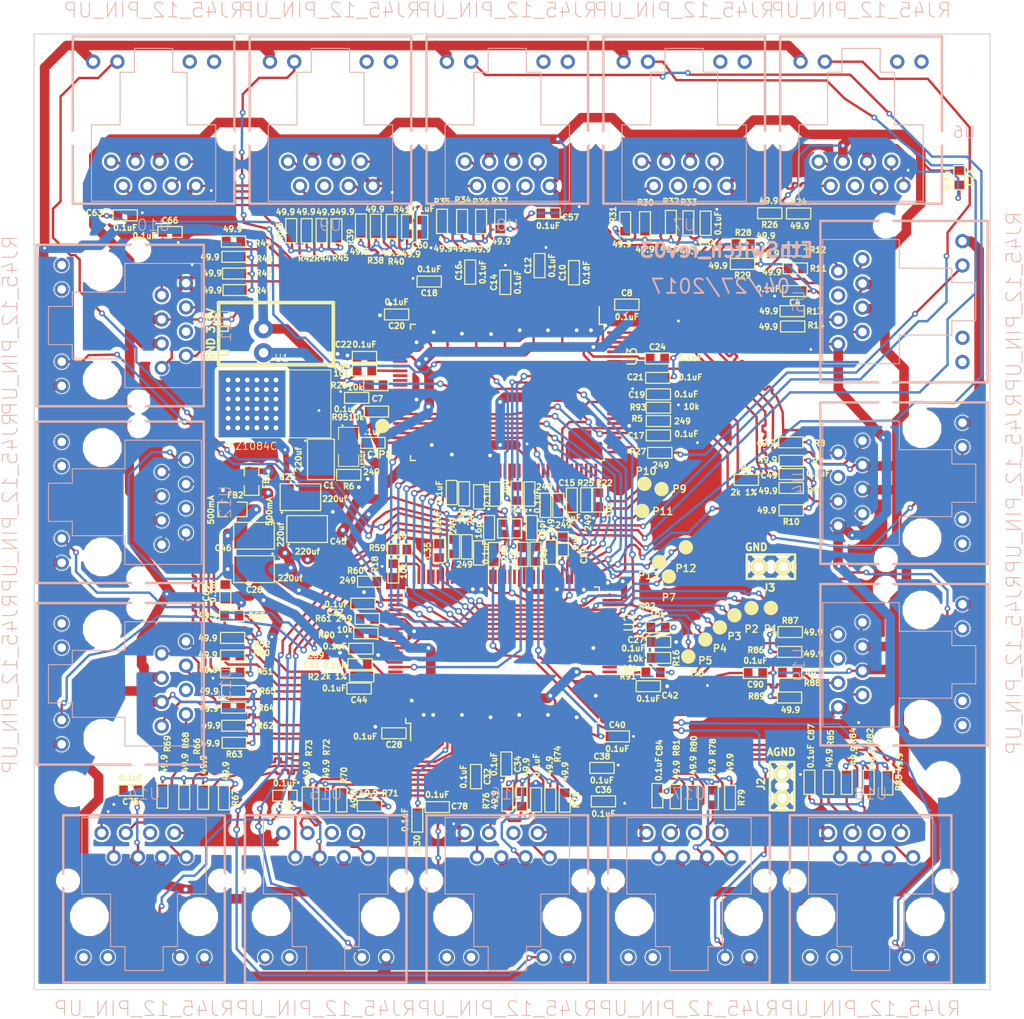
<source format=kicad_pcb>
(kicad_pcb (version 4) (host pcbnew 4.0.6-e0-6349~53~ubuntu16.04.1)
  (layers (0 F.Cu signal) (31 B.Cu signal) (34 B.Paste user) (35 F.Paste user) (36 B.SilkS user) (37 F.SilkS user) (38 B.Mask user) (39 F.Mask user) (44 Edge.Cuts user))
  (net 0 "")
  (net 1 GND)
  (net 2 "Net-(R2-Pad1)")
  (net 3 "Net-(R4-Pad1)")
  (net 4 X1)
  (net 5 "Net-(R5-Pad1)")
  (net 6 GreenLED0)
  (net 7 TXP0)
  (net 8 TXN0)
  (net 9 RXP0)
  (net 10 RXN0)
  (net 11 X2)
  (net 12 VDDIO)
  (net 13 VDDD)
  (net 14 VDDA)
  (net 15 AGND)
  (net 16 TXP1)
  (net 17 TXN1)
  (net 18 RXP1)
  (net 19 RXN1)
  (net 20 GreenLED1)
  (net 21 "Net-(R15-Pad1)")
  (net 22 "Net-(R16-Pad1)")
  (net 23 "Net-(R17-Pad1)")
  (net 24 "Net-(R18-Pad1)")
  (net 25 "Net-(R19-Pad1)")
  (net 26 "Net-(R20-Pad1)")
  (net 27 "Net-(R21-Pad1)")
  (net 28 "Net-(R22-Pad1)")
  (net 29 "Net-(R23-Pad1)")
  (net 30 "Net-(R25-Pad1)")
  (net 31 "Net-(R27-Pad1)")
  (net 32 "Net-(D1-Pad2)")
  (net 33 MRXC)
  (net 34 MRXDV)
  (net 35 MRXD[0])
  (net 36 MRXD[1])
  (net 37 MRXD[2])
  (net 38 MRXD[3])
  (net 39 MCOL)
  (net 40 MTXC)
  (net 41 MTXEN)
  (net 42 MTXD[0])
  (net 43 MTXD[1])
  (net 44 MTXD[2])
  (net 45 MTXD[3])
  (net 46 GreenLED7)
  (net 47 GreenLED6)
  (net 48 GreenLED5)
  (net 49 GreenLED4)
  (net 50 GreenLED3)
  (net 51 TXP2)
  (net 52 GreenLED2)
  (net 53 TXN2)
  (net 54 RXP2)
  (net 55 RXN2)
  (net 56 RXN3)
  (net 57 RXP3)
  (net 58 TXP3)
  (net 59 TXN3)
  (net 60 RXN4)
  (net 61 RXP4)
  (net 62 TXP4)
  (net 63 TXN4)
  (net 64 RXN5)
  (net 65 RXP5)
  (net 66 TXP5)
  (net 67 TXN5)
  (net 68 RXN6)
  (net 69 RXP6)
  (net 70 TXP6)
  (net 71 TXN6)
  (net 72 RXN7)
  (net 73 RXP7)
  (net 74 TXP7)
  (net 75 TXN7)
  (net 76 TXP8)
  (net 77 TXN8)
  (net 78 RXP8)
  (net 79 RXN8)
  (net 80 "Net-(R54-Pad1)")
  (net 81 "Net-(R55-Pad1)")
  (net 82 "Net-(R56-Pad1)")
  (net 83 "Net-(R57-Pad1)")
  (net 84 "Net-(R58-Pad1)")
  (net 85 "Net-(R59-Pad1)")
  (net 86 "Net-(R60-Pad1)")
  (net 87 "Net-(R61-Pad1)")
  (net 88 GreenLED8)
  (net 89 GreenLED12)
  (net 90 GreenLED11)
  (net 91 GreenLED10)
  (net 92 GreenLED9)
  (net 93 TXP9)
  (net 94 TXN9)
  (net 95 RXP9)
  (net 96 RXN9)
  (net 97 RXN10)
  (net 98 RXP10)
  (net 99 TXP10)
  (net 100 TXN10)
  (net 101 RXN11)
  (net 102 RXP11)
  (net 103 TXP11)
  (net 104 TXN11)
  (net 105 RXN12)
  (net 106 RXP12)
  (net 107 TXP12)
  (net 108 TXN12)
  (net 109 GreenLED15)
  (net 110 GreenLED14)
  (net 111 GreenLED13)
  (net 112 TXP13)
  (net 113 TXN13)
  (net 114 RXP13)
  (net 115 RXN13)
  (net 116 RXN14)
  (net 117 RXP14)
  (net 118 TXP14)
  (net 119 TXN14)
  (net 120 RXN15)
  (net 121 RXP15)
  (net 122 TXP15)
  (net 123 TXN15)
  (net 124 "Net-(R91-Pad2)")
  (net 125 "Net-(R92-Pad2)")
  (net 126 "Net-(R94-Pad2)")
  (net 127 "Net-(R95-Pad2)")
  (net 128 "Net-(R93-Pad2)")
  (net 129 "Net-(R90-Pad2)")
  (net 130 "Net-(R11-Pad2)")
  (net 131 "Net-(R13-Pad2)")
  (module ted_resistors:TED_SM0805_R (layer F.Cu) (at 108.75 101.75 270)
    (fp_text reference FB1 (at 0 -1.5 270) (layer F.SilkS) (effects (font (size 0.6 0.6))))
    (fp_text value 500mA (at 3.2 -1.86 270) (layer F.SilkS) (effects (font (size 0.6 0.6))))
    (pad 1 smd rect (at -0.9525 0 270) (size 0.889 1.397) (layers F.Cu F.Paste F.Mask) (net 13 VDDD))
    (pad 2 smd rect (at 0.9525 0 270) (size 0.889 1.397) (layers F.Cu F.Paste F.Mask) (net 14 VDDA))
  )
  (module ted_holes:TED_Hole_3mm (layer F.Cu) (at 90 134)
    (fp_text reference H1 hide)
    (fp_text value HOLE hide)
    (pad "" np_thru_hole circle (at 0 0) (size 3 3) (drill 3) (layers *.Cu *.Mask F.SilkS))
  )
  (module ted_holes:TED_Hole_3mm (layer F.Cu) (at 90 75)
    (fp_text reference H2 hide)
    (fp_text value HOLE hide)
    (pad "" np_thru_hole circle (at 0 0) (size 3 3) (drill 3) (layers *.Cu *.Mask F.SilkS))
  )
  (module ted_holes:TED_Hole_3mm (layer F.Cu) (at 181 133)
    (fp_text reference H3 hide)
    (fp_text value HOLE hide)
    (pad "" np_thru_hole circle (at 0 0) (size 3 3) (drill 3) (layers *.Cu *.Mask F.SilkS))
  )
  (module ted_holes:TED_Hole_3mm (layer F.Cu) (at 183 59)
    (fp_text reference H4 hide)
    (fp_text value HOLE hide)
    (pad "" np_thru_hole circle (at 0 0) (size 3 3) (drill 3) (layers *.Cu *.Mask F.SilkS))
  )
  (module ted_crystals:TED_crystal_FA-20H (layer F.Cu) (at 135.74 106.73)
    (fp_text reference X1 hide)
    (fp_text value 25Mhz (at 0.94 -1.91) (layer F.SilkS) (effects (font (size 0.4 0.4) (thickness 0.1))))
    (pad 1 smd rect (at -0.85 0.7) (size 1.2 1.1) (layers F.Cu F.Paste F.Mask) (net 4 X1))
    (pad 2 smd rect (at 0.85 0.7) (size 1.2 1.1) (layers F.Cu F.Paste F.Mask) (net 1 GND))
    (pad 4 smd rect (at -0.85 -0.7) (size 1.2 1.1) (layers F.Cu F.Paste F.Mask) (net 1 GND))
    (pad 3 smd rect (at 0.85 -0.7) (size 1.2 1.1) (layers F.Cu F.Paste F.Mask) (net 11 X2))
  )
  (module ted_resistors:TED_SM0805_R (layer F.Cu) (at 106.75 104.75)
    (fp_text reference FB2 (at 0.3 -1.5) (layer F.SilkS) (effects (font (size 0.6 0.6))))
    (fp_text value 500mA (at -2.25 0.05 90) (layer F.SilkS) (effects (font (size 0.6 0.6))))
    (pad 1 smd rect (at -0.9525 0) (size 0.889 1.397) (layers F.Cu F.Paste F.Mask) (net 1 GND))
    (pad 2 smd rect (at 0.9525 0) (size 0.889 1.397) (layers F.Cu F.Paste F.Mask) (net 15 AGND))
  )
  (module ted_ICs:LQFP-128_14x20mm_Pitch0.5mm (layer F.Cu) (at 135.5 92.5 270)
    (fp_text reference U3 (at -3.74 -13.04 270) (layer F.SilkS))
    (fp_text value RTL8309SB_PQFP)
    (pad 1 smd rect (at -8.2 -9.25 270) (size 1.5 0.28) (layers F.Cu F.Paste F.Mask) (net 14 VDDA))
    (pad 2 smd rect (at -8.2 -8.75 270) (size 1.5 0.28) (layers F.Cu F.Paste F.Mask) (net 15 AGND))
    (pad 3 smd rect (at -8.2 -8.25 270) (size 1.5 0.28) (layers F.Cu F.Paste F.Mask) (net 19 RXN1))
    (pad 4 smd rect (at -8.2 -7.75 270) (size 1.5 0.28) (layers F.Cu F.Paste F.Mask) (net 18 RXP1))
    (pad 5 smd rect (at -8.2 -7.25 270) (size 1.5 0.28) (layers F.Cu F.Paste F.Mask) (net 15 AGND))
    (pad 6 smd rect (at -8.2 -6.75 270) (size 1.5 0.28) (layers F.Cu F.Paste F.Mask) (net 16 TXP1))
    (pad 7 smd rect (at -8.2 -6.25 270) (size 1.5 0.28) (layers F.Cu F.Paste F.Mask) (net 17 TXN1))
    (pad 8 smd rect (at -8.2 -5.75 270) (size 1.5 0.28) (layers F.Cu F.Paste F.Mask) (net 14 VDDA))
    (pad 9 smd rect (at -8.2 -5.25 270) (size 1.5 0.28) (layers F.Cu F.Paste F.Mask) (net 55 RXN2))
    (pad 10 smd rect (at -8.2 -4.75 270) (size 1.5 0.28) (layers F.Cu F.Paste F.Mask) (net 54 RXP2))
    (pad 11 smd rect (at -8.2 -4.25 270) (size 1.5 0.28) (layers F.Cu F.Paste F.Mask) (net 15 AGND))
    (pad 12 smd rect (at -8.2 -3.75 270) (size 1.5 0.28) (layers F.Cu F.Paste F.Mask) (net 51 TXP2))
    (pad 13 smd rect (at -8.2 -3.25 270) (size 1.5 0.28) (layers F.Cu F.Paste F.Mask) (net 53 TXN2))
    (pad 14 smd rect (at -8.2 -2.75 270) (size 1.5 0.28) (layers F.Cu F.Paste F.Mask) (net 14 VDDA))
    (pad 15 smd rect (at -8.2 -2.25 270) (size 1.5 0.28) (layers F.Cu F.Paste F.Mask) (net 56 RXN3))
    (pad 16 smd rect (at -8.2 -1.75 270) (size 1.5 0.28) (layers F.Cu F.Paste F.Mask) (net 57 RXP3))
    (pad 17 smd rect (at -8.2 -1.25 270) (size 1.5 0.28) (layers F.Cu F.Paste F.Mask) (net 15 AGND))
    (pad 18 smd rect (at -8.2 -0.75 270) (size 1.5 0.28) (layers F.Cu F.Paste F.Mask) (net 58 TXP3))
    (pad 19 smd rect (at -8.2 -0.25 270) (size 1.5 0.28) (layers F.Cu F.Paste F.Mask) (net 59 TXN3))
    (pad 20 smd rect (at -8.2 0.25 270) (size 1.5 0.28) (layers F.Cu F.Paste F.Mask) (net 14 VDDA))
    (pad 21 smd rect (at -8.2 0.75 270) (size 1.5 0.28) (layers F.Cu F.Paste F.Mask) (net 60 RXN4))
    (pad 22 smd rect (at -8.2 1.25 270) (size 1.5 0.28) (layers F.Cu F.Paste F.Mask) (net 61 RXP4))
    (pad 23 smd rect (at -8.2 1.75 270) (size 1.5 0.28) (layers F.Cu F.Paste F.Mask) (net 15 AGND))
    (pad 24 smd rect (at -8.2 2.25 270) (size 1.5 0.28) (layers F.Cu F.Paste F.Mask) (net 62 TXP4))
    (pad 25 smd rect (at -8.2 2.75 270) (size 1.5 0.28) (layers F.Cu F.Paste F.Mask) (net 63 TXN4))
    (pad 26 smd rect (at -8.2 3.25 270) (size 1.5 0.28) (layers F.Cu F.Paste F.Mask) (net 14 VDDA))
    (pad 27 smd rect (at -8.2 3.75 270) (size 1.5 0.28) (layers F.Cu F.Paste F.Mask) (net 64 RXN5))
    (pad 28 smd rect (at -8.2 4.25 270) (size 1.5 0.28) (layers F.Cu F.Paste F.Mask) (net 65 RXP5))
    (pad 29 smd rect (at -8.2 4.75 270) (size 1.5 0.28) (layers F.Cu F.Paste F.Mask) (net 15 AGND))
    (pad 30 smd rect (at -8.2 5.25 270) (size 1.5 0.28) (layers F.Cu F.Paste F.Mask) (net 66 TXP5))
    (pad 31 smd rect (at -8.2 5.75 270) (size 1.5 0.28) (layers F.Cu F.Paste F.Mask) (net 67 TXN5))
    (pad 32 smd rect (at -8.2 6.25 270) (size 1.5 0.28) (layers F.Cu F.Paste F.Mask) (net 14 VDDA))
    (pad 33 smd rect (at -8.2 6.75 270) (size 1.5 0.28) (layers F.Cu F.Paste F.Mask) (net 68 RXN6))
    (pad 34 smd rect (at -8.2 7.25 270) (size 1.5 0.28) (layers F.Cu F.Paste F.Mask) (net 69 RXP6))
    (pad 35 smd rect (at -8.2 7.75 270) (size 1.5 0.28) (layers F.Cu F.Paste F.Mask) (net 15 AGND))
    (pad 36 smd rect (at -8.2 8.25 270) (size 1.5 0.28) (layers F.Cu F.Paste F.Mask) (net 70 TXP6))
    (pad 37 smd rect (at -8.2 8.75 270) (size 1.5 0.28) (layers F.Cu F.Paste F.Mask) (net 71 TXN6))
    (pad 38 smd rect (at -8.2 9.25 270) (size 1.5 0.28) (layers F.Cu F.Paste F.Mask) (net 14 VDDA))
    (pad 39 smd rect (at -6.25 11.2) (size 1.5 0.28) (layers F.Cu F.Paste F.Mask) (net 72 RXN7))
    (pad 40 smd rect (at -5.75 11.2) (size 1.5 0.28) (layers F.Cu F.Paste F.Mask) (net 73 RXP7))
    (pad 41 smd rect (at -5.25 11.2) (size 1.5 0.28) (layers F.Cu F.Paste F.Mask) (net 15 AGND))
    (pad 42 smd rect (at -4.75 11.2) (size 1.5 0.28) (layers F.Cu F.Paste F.Mask) (net 74 TXP7))
    (pad 43 smd rect (at -4.25 11.2) (size 1.5 0.28) (layers F.Cu F.Paste F.Mask) (net 75 TXN7))
    (pad 44 smd rect (at -3.75 11.2) (size 1.5 0.28) (layers F.Cu F.Paste F.Mask) (net 14 VDDA))
    (pad 45 smd rect (at -3.25 11.2) (size 1.5 0.28) (layers F.Cu F.Paste F.Mask))
    (pad 46 smd rect (at -2.75 11.2) (size 1.5 0.28) (layers F.Cu F.Paste F.Mask))
    (pad 47 smd rect (at -2.25 11.2) (size 1.5 0.28) (layers F.Cu F.Paste F.Mask) (net 126 "Net-(R94-Pad2)"))
    (pad 48 smd rect (at -1.75 11.2) (size 1.5 0.28) (layers F.Cu F.Paste F.Mask))
    (pad 49 smd rect (at -1.25 11.2) (size 1.5 0.28) (layers F.Cu F.Paste F.Mask))
    (pad 50 smd rect (at -0.75 11.2) (size 1.5 0.28) (layers F.Cu F.Paste F.Mask))
    (pad 51 smd rect (at -0.25 11.2) (size 1.5 0.28) (layers F.Cu F.Paste F.Mask) (net 26 "Net-(R20-Pad1)"))
    (pad 52 smd rect (at 0.25 11.2) (size 1.5 0.28) (layers F.Cu F.Paste F.Mask) (net 13 VDDD))
    (pad 53 smd rect (at 0.75 11.2) (size 1.5 0.28) (layers F.Cu F.Paste F.Mask) (net 1 GND))
    (pad 54 smd rect (at 1.25 11.2) (size 1.5 0.28) (layers F.Cu F.Paste F.Mask))
    (pad 55 smd rect (at 1.75 11.2) (size 1.5 0.28) (layers F.Cu F.Paste F.Mask) (net 127 "Net-(R95-Pad2)"))
    (pad 56 smd rect (at 2.25 11.2) (size 1.5 0.28) (layers F.Cu F.Paste F.Mask) (net 40 MTXC))
    (pad 57 smd rect (at 2.75 11.2) (size 1.5 0.28) (layers F.Cu F.Paste F.Mask) (net 41 MTXEN))
    (pad 58 smd rect (at 3.25 11.2) (size 1.5 0.28) (layers F.Cu F.Paste F.Mask) (net 42 MTXD[0]))
    (pad 59 smd rect (at 3.75 11.2) (size 1.5 0.28) (layers F.Cu F.Paste F.Mask) (net 43 MTXD[1]))
    (pad 60 smd rect (at 4.25 11.2) (size 1.5 0.28) (layers F.Cu F.Paste F.Mask) (net 44 MTXD[2]))
    (pad 61 smd rect (at 4.75 11.2) (size 1.5 0.28) (layers F.Cu F.Paste F.Mask) (net 45 MTXD[3]))
    (pad 62 smd rect (at 5.25 11.2) (size 1.5 0.28) (layers F.Cu F.Paste F.Mask) (net 12 VDDIO))
    (pad 63 smd rect (at 5.75 11.2) (size 1.5 0.28) (layers F.Cu F.Paste F.Mask) (net 1 GND))
    (pad 64 smd rect (at 6.25 11.2) (size 1.5 0.28) (layers F.Cu F.Paste F.Mask) (net 39 MCOL))
    (pad 65 smd rect (at 8.2 9.25 270) (size 1.5 0.28) (layers F.Cu F.Paste F.Mask) (net 33 MRXC))
    (pad 66 smd rect (at 8.2 8.75 270) (size 1.5 0.28) (layers F.Cu F.Paste F.Mask) (net 34 MRXDV))
    (pad 67 smd rect (at 8.2 8.25 270) (size 1.5 0.28) (layers F.Cu F.Paste F.Mask) (net 35 MRXD[0]))
    (pad 68 smd rect (at 8.2 7.75 270) (size 1.5 0.28) (layers F.Cu F.Paste F.Mask) (net 36 MRXD[1]))
    (pad 69 smd rect (at 8.2 7.25 270) (size 1.5 0.28) (layers F.Cu F.Paste F.Mask) (net 37 MRXD[2]))
    (pad 70 smd rect (at 8.2 6.75 270) (size 1.5 0.28) (layers F.Cu F.Paste F.Mask) (net 38 MRXD[3]))
    (pad 71 smd rect (at 8.2 6.25 270) (size 1.5 0.28) (layers F.Cu F.Paste F.Mask) (net 13 VDDD))
    (pad 72 smd rect (at 8.2 5.75 270) (size 1.5 0.28) (layers F.Cu F.Paste F.Mask) (net 1 GND))
    (pad 73 smd rect (at 8.2 5.25 270) (size 1.5 0.28) (layers F.Cu F.Paste F.Mask))
    (pad 74 smd rect (at 8.2 4.75 270) (size 1.5 0.28) (layers F.Cu F.Paste F.Mask) (net 21 "Net-(R15-Pad1)"))
    (pad 75 smd rect (at 8.2 4.25 270) (size 1.5 0.28) (layers F.Cu F.Paste F.Mask))
    (pad 76 smd rect (at 8.2 3.75 270) (size 1.5 0.28) (layers F.Cu F.Paste F.Mask))
    (pad 77 smd rect (at 8.2 3.25 270) (size 1.5 0.28) (layers F.Cu F.Paste F.Mask))
    (pad 78 smd rect (at 8.2 2.75 270) (size 1.5 0.28) (layers F.Cu F.Paste F.Mask) (net 23 "Net-(R17-Pad1)"))
    (pad 79 smd rect (at 8.2 2.25 270) (size 1.5 0.28) (layers F.Cu F.Paste F.Mask) (net 13 VDDD))
    (pad 80 smd rect (at 8.2 1.75 270) (size 1.5 0.28) (layers F.Cu F.Paste F.Mask) (net 1 GND))
    (pad 81 smd rect (at 8.2 1.25 270) (size 1.5 0.28) (layers F.Cu F.Paste F.Mask))
    (pad 82 smd rect (at 8.2 0.75 270) (size 1.5 0.28) (layers F.Cu F.Paste F.Mask))
    (pad 83 smd rect (at 8.2 0.25 270) (size 1.5 0.28) (layers F.Cu F.Paste F.Mask))
    (pad 84 smd rect (at 8.2 -0.25 270) (size 1.5 0.28) (layers F.Cu F.Paste F.Mask) (net 25 "Net-(R19-Pad1)"))
    (pad 85 smd rect (at 8.2 -0.75 270) (size 1.5 0.28) (layers F.Cu F.Paste F.Mask))
    (pad 86 smd rect (at 8.2 -1.25 270) (size 1.5 0.28) (layers F.Cu F.Paste F.Mask))
    (pad 87 smd rect (at 8.2 -1.75 270) (size 1.5 0.28) (layers F.Cu F.Paste F.Mask) (net 13 VDDD))
    (pad 88 smd rect (at 8.2 -2.25 270) (size 1.5 0.28) (layers F.Cu F.Paste F.Mask) (net 1 GND))
    (pad 89 smd rect (at 8.2 -2.75 270) (size 1.5 0.28) (layers F.Cu F.Paste F.Mask))
    (pad 90 smd rect (at 8.2 -3.25 270) (size 1.5 0.28) (layers F.Cu F.Paste F.Mask) (net 27 "Net-(R21-Pad1)"))
    (pad 91 smd rect (at 8.2 -3.75 270) (size 1.5 0.28) (layers F.Cu F.Paste F.Mask))
    (pad 92 smd rect (at 8.2 -4.25 270) (size 1.5 0.28) (layers F.Cu F.Paste F.Mask))
    (pad 93 smd rect (at 8.2 -4.75 270) (size 1.5 0.28) (layers F.Cu F.Paste F.Mask))
    (pad 94 smd rect (at 8.2 -5.25 270) (size 1.5 0.28) (layers F.Cu F.Paste F.Mask) (net 29 "Net-(R23-Pad1)"))
    (pad 95 smd rect (at 8.2 -5.75 270) (size 1.5 0.28) (layers F.Cu F.Paste F.Mask) (net 13 VDDD))
    (pad 96 smd rect (at 8.2 -6.25 270) (size 1.5 0.28) (layers F.Cu F.Paste F.Mask) (net 1 GND))
    (pad 97 smd rect (at 8.2 -6.75 270) (size 1.5 0.28) (layers F.Cu F.Paste F.Mask))
    (pad 98 smd rect (at 8.2 -7.25 270) (size 1.5 0.28) (layers F.Cu F.Paste F.Mask))
    (pad 99 smd rect (at 8.2 -7.75 270) (size 1.5 0.28) (layers F.Cu F.Paste F.Mask))
    (pad 100 smd rect (at 8.2 -8.25 270) (size 1.5 0.28) (layers F.Cu F.Paste F.Mask) (net 30 "Net-(R25-Pad1)"))
    (pad 101 smd rect (at 8.2 -8.75 270) (size 1.5 0.28) (layers F.Cu F.Paste F.Mask))
    (pad 102 smd rect (at 8.2 -9.25 270) (size 1.5 0.28) (layers F.Cu F.Paste F.Mask) (net 28 "Net-(R22-Pad1)"))
    (pad 103 smd rect (at 6.25 -11.2) (size 1.5 0.28) (layers F.Cu F.Paste F.Mask))
    (pad 104 smd rect (at 5.75 -11.2) (size 1.5 0.28) (layers F.Cu F.Paste F.Mask) (net 31 "Net-(R27-Pad1)"))
    (pad 105 smd rect (at 5.25 -11.2) (size 1.5 0.28) (layers F.Cu F.Paste F.Mask))
    (pad 106 smd rect (at 4.75 -11.2) (size 1.5 0.28) (layers F.Cu F.Paste F.Mask))
    (pad 107 smd rect (at 4.25 -11.2) (size 1.5 0.28) (layers F.Cu F.Paste F.Mask) (net 13 VDDD))
    (pad 108 smd rect (at 3.75 -11.2) (size 1.5 0.28) (layers F.Cu F.Paste F.Mask) (net 1 GND))
    (pad 109 smd rect (at 3.25 -11.2) (size 1.5 0.28) (layers F.Cu F.Paste F.Mask))
    (pad 110 smd rect (at 2.75 -11.2) (size 1.5 0.28) (layers F.Cu F.Paste F.Mask) (net 5 "Net-(R5-Pad1)"))
    (pad 111 smd rect (at 2.25 -11.2) (size 1.5 0.28) (layers F.Cu F.Paste F.Mask))
    (pad 112 smd rect (at 1.75 -11.2) (size 1.5 0.28) (layers F.Cu F.Paste F.Mask))
    (pad 113 smd rect (at 1.25 -11.2) (size 1.5 0.28) (layers F.Cu F.Paste F.Mask) (net 128 "Net-(R93-Pad2)"))
    (pad 114 smd rect (at 0.75 -11.2) (size 1.5 0.28) (layers F.Cu F.Paste F.Mask) (net 13 VDDD))
    (pad 115 smd rect (at 0.25 -11.2) (size 1.5 0.28) (layers F.Cu F.Paste F.Mask) (net 1 GND))
    (pad 116 smd rect (at -0.25 -11.2) (size 1.5 0.28) (layers F.Cu F.Paste F.Mask))
    (pad 117 smd rect (at -0.75 -11.2) (size 1.5 0.28) (layers F.Cu F.Paste F.Mask) (net 1 GND))
    (pad 118 smd rect (at -1.25 -11.2) (size 1.5 0.28) (layers F.Cu F.Paste F.Mask) (net 4 X1))
    (pad 119 smd rect (at -1.75 -11.2) (size 1.5 0.28) (layers F.Cu F.Paste F.Mask) (net 11 X2))
    (pad 120 smd rect (at -2.25 -11.2) (size 1.5 0.28) (layers F.Cu F.Paste F.Mask) (net 14 VDDA))
    (pad 121 smd rect (at -2.75 -11.2) (size 1.5 0.28) (layers F.Cu F.Paste F.Mask))
    (pad 122 smd rect (at -3.25 -11.2) (size 1.5 0.28) (layers F.Cu F.Paste F.Mask) (net 3 "Net-(R4-Pad1)"))
    (pad 123 smd rect (at -3.75 -11.2) (size 1.5 0.28) (layers F.Cu F.Paste F.Mask) (net 14 VDDA))
    (pad 124 smd rect (at -4.25 -11.2) (size 1.5 0.28) (layers F.Cu F.Paste F.Mask) (net 10 RXN0))
    (pad 125 smd rect (at -4.75 -11.2) (size 1.5 0.28) (layers F.Cu F.Paste F.Mask) (net 9 RXP0))
    (pad 126 smd rect (at -5.25 -11.2) (size 1.5 0.28) (layers F.Cu F.Paste F.Mask) (net 15 AGND))
    (pad 127 smd rect (at -5.75 -11.2) (size 1.5 0.28) (layers F.Cu F.Paste F.Mask) (net 7 TXP0))
    (pad 128 smd rect (at -6.25 -11.2) (size 1.5 0.28) (layers F.Cu F.Paste F.Mask) (net 8 TXN0))
  )
  (module ted_ICs:LQFP-128_14x20mm_Pitch0.5mm (layer F.Cu) (at 135 120 90)
    (fp_text reference U2 (at 3.41 13.25 90) (layer F.SilkS))
    (fp_text value RTL8309SB_PQFP)
    (pad 1 smd rect (at -8.2 -9.25 90) (size 1.5 0.28) (layers F.Cu F.Paste F.Mask) (net 14 VDDA))
    (pad 2 smd rect (at -8.2 -8.75 90) (size 1.5 0.28) (layers F.Cu F.Paste F.Mask) (net 15 AGND))
    (pad 3 smd rect (at -8.2 -8.25 90) (size 1.5 0.28) (layers F.Cu F.Paste F.Mask) (net 96 RXN9))
    (pad 4 smd rect (at -8.2 -7.75 90) (size 1.5 0.28) (layers F.Cu F.Paste F.Mask) (net 95 RXP9))
    (pad 5 smd rect (at -8.2 -7.25 90) (size 1.5 0.28) (layers F.Cu F.Paste F.Mask) (net 15 AGND))
    (pad 6 smd rect (at -8.2 -6.75 90) (size 1.5 0.28) (layers F.Cu F.Paste F.Mask) (net 93 TXP9))
    (pad 7 smd rect (at -8.2 -6.25 90) (size 1.5 0.28) (layers F.Cu F.Paste F.Mask) (net 94 TXN9))
    (pad 8 smd rect (at -8.2 -5.75 90) (size 1.5 0.28) (layers F.Cu F.Paste F.Mask) (net 14 VDDA))
    (pad 9 smd rect (at -8.2 -5.25 90) (size 1.5 0.28) (layers F.Cu F.Paste F.Mask) (net 97 RXN10))
    (pad 10 smd rect (at -8.2 -4.75 90) (size 1.5 0.28) (layers F.Cu F.Paste F.Mask) (net 98 RXP10))
    (pad 11 smd rect (at -8.2 -4.25 90) (size 1.5 0.28) (layers F.Cu F.Paste F.Mask) (net 15 AGND))
    (pad 12 smd rect (at -8.2 -3.75 90) (size 1.5 0.28) (layers F.Cu F.Paste F.Mask) (net 99 TXP10))
    (pad 13 smd rect (at -8.2 -3.25 90) (size 1.5 0.28) (layers F.Cu F.Paste F.Mask) (net 100 TXN10))
    (pad 14 smd rect (at -8.2 -2.75 90) (size 1.5 0.28) (layers F.Cu F.Paste F.Mask) (net 14 VDDA))
    (pad 15 smd rect (at -8.2 -2.25 90) (size 1.5 0.28) (layers F.Cu F.Paste F.Mask) (net 101 RXN11))
    (pad 16 smd rect (at -8.2 -1.75 90) (size 1.5 0.28) (layers F.Cu F.Paste F.Mask) (net 102 RXP11))
    (pad 17 smd rect (at -8.2 -1.25 90) (size 1.5 0.28) (layers F.Cu F.Paste F.Mask) (net 15 AGND))
    (pad 18 smd rect (at -8.2 -0.75 90) (size 1.5 0.28) (layers F.Cu F.Paste F.Mask) (net 103 TXP11))
    (pad 19 smd rect (at -8.2 -0.25 90) (size 1.5 0.28) (layers F.Cu F.Paste F.Mask) (net 104 TXN11))
    (pad 20 smd rect (at -8.2 0.25 90) (size 1.5 0.28) (layers F.Cu F.Paste F.Mask) (net 14 VDDA))
    (pad 21 smd rect (at -8.2 0.75 90) (size 1.5 0.28) (layers F.Cu F.Paste F.Mask) (net 105 RXN12))
    (pad 22 smd rect (at -8.2 1.25 90) (size 1.5 0.28) (layers F.Cu F.Paste F.Mask) (net 106 RXP12))
    (pad 23 smd rect (at -8.2 1.75 90) (size 1.5 0.28) (layers F.Cu F.Paste F.Mask) (net 15 AGND))
    (pad 24 smd rect (at -8.2 2.25 90) (size 1.5 0.28) (layers F.Cu F.Paste F.Mask) (net 107 TXP12))
    (pad 25 smd rect (at -8.2 2.75 90) (size 1.5 0.28) (layers F.Cu F.Paste F.Mask) (net 108 TXN12))
    (pad 26 smd rect (at -8.2 3.25 90) (size 1.5 0.28) (layers F.Cu F.Paste F.Mask) (net 14 VDDA))
    (pad 27 smd rect (at -8.2 3.75 90) (size 1.5 0.28) (layers F.Cu F.Paste F.Mask) (net 115 RXN13))
    (pad 28 smd rect (at -8.2 4.25 90) (size 1.5 0.28) (layers F.Cu F.Paste F.Mask) (net 114 RXP13))
    (pad 29 smd rect (at -8.2 4.75 90) (size 1.5 0.28) (layers F.Cu F.Paste F.Mask) (net 15 AGND))
    (pad 30 smd rect (at -8.2 5.25 90) (size 1.5 0.28) (layers F.Cu F.Paste F.Mask) (net 112 TXP13))
    (pad 31 smd rect (at -8.2 5.75 90) (size 1.5 0.28) (layers F.Cu F.Paste F.Mask) (net 113 TXN13))
    (pad 32 smd rect (at -8.2 6.25 90) (size 1.5 0.28) (layers F.Cu F.Paste F.Mask) (net 14 VDDA))
    (pad 33 smd rect (at -8.2 6.75 90) (size 1.5 0.28) (layers F.Cu F.Paste F.Mask) (net 116 RXN14))
    (pad 34 smd rect (at -8.2 7.25 90) (size 1.5 0.28) (layers F.Cu F.Paste F.Mask) (net 117 RXP14))
    (pad 35 smd rect (at -8.2 7.75 90) (size 1.5 0.28) (layers F.Cu F.Paste F.Mask) (net 15 AGND))
    (pad 36 smd rect (at -8.2 8.25 90) (size 1.5 0.28) (layers F.Cu F.Paste F.Mask) (net 118 TXP14))
    (pad 37 smd rect (at -8.2 8.75 90) (size 1.5 0.28) (layers F.Cu F.Paste F.Mask) (net 119 TXN14))
    (pad 38 smd rect (at -8.2 9.25 90) (size 1.5 0.28) (layers F.Cu F.Paste F.Mask) (net 14 VDDA))
    (pad 39 smd rect (at -6.25 11.2 180) (size 1.5 0.28) (layers F.Cu F.Paste F.Mask) (net 120 RXN15))
    (pad 40 smd rect (at -5.75 11.2 180) (size 1.5 0.28) (layers F.Cu F.Paste F.Mask) (net 121 RXP15))
    (pad 41 smd rect (at -5.25 11.2 180) (size 1.5 0.28) (layers F.Cu F.Paste F.Mask) (net 15 AGND))
    (pad 42 smd rect (at -4.75 11.2 180) (size 1.5 0.28) (layers F.Cu F.Paste F.Mask) (net 122 TXP15))
    (pad 43 smd rect (at -4.25 11.2 180) (size 1.5 0.28) (layers F.Cu F.Paste F.Mask) (net 123 TXN15))
    (pad 44 smd rect (at -3.75 11.2 180) (size 1.5 0.28) (layers F.Cu F.Paste F.Mask) (net 14 VDDA))
    (pad 45 smd rect (at -3.25 11.2 180) (size 1.5 0.28) (layers F.Cu F.Paste F.Mask))
    (pad 46 smd rect (at -2.75 11.2 180) (size 1.5 0.28) (layers F.Cu F.Paste F.Mask))
    (pad 47 smd rect (at -2.25 11.2 180) (size 1.5 0.28) (layers F.Cu F.Paste F.Mask) (net 124 "Net-(R91-Pad2)"))
    (pad 48 smd rect (at -1.75 11.2 180) (size 1.5 0.28) (layers F.Cu F.Paste F.Mask))
    (pad 49 smd rect (at -1.25 11.2 180) (size 1.5 0.28) (layers F.Cu F.Paste F.Mask))
    (pad 50 smd rect (at -0.75 11.2 180) (size 1.5 0.28) (layers F.Cu F.Paste F.Mask))
    (pad 51 smd rect (at -0.25 11.2 180) (size 1.5 0.28) (layers F.Cu F.Paste F.Mask) (net 22 "Net-(R16-Pad1)"))
    (pad 52 smd rect (at 0.25 11.2 180) (size 1.5 0.28) (layers F.Cu F.Paste F.Mask) (net 13 VDDD))
    (pad 53 smd rect (at 0.75 11.2 180) (size 1.5 0.28) (layers F.Cu F.Paste F.Mask) (net 1 GND))
    (pad 54 smd rect (at 1.25 11.2 180) (size 1.5 0.28) (layers F.Cu F.Paste F.Mask))
    (pad 55 smd rect (at 1.75 11.2 180) (size 1.5 0.28) (layers F.Cu F.Paste F.Mask) (net 125 "Net-(R92-Pad2)"))
    (pad 56 smd rect (at 2.25 11.2 180) (size 1.5 0.28) (layers F.Cu F.Paste F.Mask) (net 33 MRXC))
    (pad 57 smd rect (at 2.75 11.2 180) (size 1.5 0.28) (layers F.Cu F.Paste F.Mask) (net 34 MRXDV))
    (pad 58 smd rect (at 3.25 11.2 180) (size 1.5 0.28) (layers F.Cu F.Paste F.Mask) (net 35 MRXD[0]))
    (pad 59 smd rect (at 3.75 11.2 180) (size 1.5 0.28) (layers F.Cu F.Paste F.Mask) (net 36 MRXD[1]))
    (pad 60 smd rect (at 4.25 11.2 180) (size 1.5 0.28) (layers F.Cu F.Paste F.Mask) (net 37 MRXD[2]))
    (pad 61 smd rect (at 4.75 11.2 180) (size 1.5 0.28) (layers F.Cu F.Paste F.Mask) (net 38 MRXD[3]))
    (pad 62 smd rect (at 5.25 11.2 180) (size 1.5 0.28) (layers F.Cu F.Paste F.Mask) (net 12 VDDIO))
    (pad 63 smd rect (at 5.75 11.2 180) (size 1.5 0.28) (layers F.Cu F.Paste F.Mask) (net 1 GND))
    (pad 64 smd rect (at 6.25 11.2 180) (size 1.5 0.28) (layers F.Cu F.Paste F.Mask) (net 39 MCOL))
    (pad 65 smd rect (at 8.2 9.25 90) (size 1.5 0.28) (layers F.Cu F.Paste F.Mask) (net 40 MTXC))
    (pad 66 smd rect (at 8.2 8.75 90) (size 1.5 0.28) (layers F.Cu F.Paste F.Mask) (net 41 MTXEN))
    (pad 67 smd rect (at 8.2 8.25 90) (size 1.5 0.28) (layers F.Cu F.Paste F.Mask) (net 42 MTXD[0]))
    (pad 68 smd rect (at 8.2 7.75 90) (size 1.5 0.28) (layers F.Cu F.Paste F.Mask) (net 43 MTXD[1]))
    (pad 69 smd rect (at 8.2 7.25 90) (size 1.5 0.28) (layers F.Cu F.Paste F.Mask) (net 44 MTXD[2]))
    (pad 70 smd rect (at 8.2 6.75 90) (size 1.5 0.28) (layers F.Cu F.Paste F.Mask) (net 45 MTXD[3]))
    (pad 71 smd rect (at 8.2 6.25 90) (size 1.5 0.28) (layers F.Cu F.Paste F.Mask) (net 13 VDDD))
    (pad 72 smd rect (at 8.2 5.75 90) (size 1.5 0.28) (layers F.Cu F.Paste F.Mask) (net 1 GND))
    (pad 73 smd rect (at 8.2 5.25 90) (size 1.5 0.28) (layers F.Cu F.Paste F.Mask))
    (pad 74 smd rect (at 8.2 4.75 90) (size 1.5 0.28) (layers F.Cu F.Paste F.Mask) (net 80 "Net-(R54-Pad1)"))
    (pad 75 smd rect (at 8.2 4.25 90) (size 1.5 0.28) (layers F.Cu F.Paste F.Mask))
    (pad 76 smd rect (at 8.2 3.75 90) (size 1.5 0.28) (layers F.Cu F.Paste F.Mask))
    (pad 77 smd rect (at 8.2 3.25 90) (size 1.5 0.28) (layers F.Cu F.Paste F.Mask))
    (pad 78 smd rect (at 8.2 2.75 90) (size 1.5 0.28) (layers F.Cu F.Paste F.Mask) (net 81 "Net-(R55-Pad1)"))
    (pad 79 smd rect (at 8.2 2.25 90) (size 1.5 0.28) (layers F.Cu F.Paste F.Mask) (net 13 VDDD))
    (pad 80 smd rect (at 8.2 1.75 90) (size 1.5 0.28) (layers F.Cu F.Paste F.Mask) (net 1 GND))
    (pad 81 smd rect (at 8.2 1.25 90) (size 1.5 0.28) (layers F.Cu F.Paste F.Mask))
    (pad 82 smd rect (at 8.2 0.75 90) (size 1.5 0.28) (layers F.Cu F.Paste F.Mask))
    (pad 83 smd rect (at 8.2 0.25 90) (size 1.5 0.28) (layers F.Cu F.Paste F.Mask))
    (pad 84 smd rect (at 8.2 -0.25 90) (size 1.5 0.28) (layers F.Cu F.Paste F.Mask) (net 82 "Net-(R56-Pad1)"))
    (pad 85 smd rect (at 8.2 -0.75 90) (size 1.5 0.28) (layers F.Cu F.Paste F.Mask))
    (pad 86 smd rect (at 8.2 -1.25 90) (size 1.5 0.28) (layers F.Cu F.Paste F.Mask))
    (pad 87 smd rect (at 8.2 -1.75 90) (size 1.5 0.28) (layers F.Cu F.Paste F.Mask) (net 13 VDDD))
    (pad 88 smd rect (at 8.2 -2.25 90) (size 1.5 0.28) (layers F.Cu F.Paste F.Mask) (net 1 GND))
    (pad 89 smd rect (at 8.2 -2.75 90) (size 1.5 0.28) (layers F.Cu F.Paste F.Mask))
    (pad 90 smd rect (at 8.2 -3.25 90) (size 1.5 0.28) (layers F.Cu F.Paste F.Mask) (net 83 "Net-(R57-Pad1)"))
    (pad 91 smd rect (at 8.2 -3.75 90) (size 1.5 0.28) (layers F.Cu F.Paste F.Mask))
    (pad 92 smd rect (at 8.2 -4.25 90) (size 1.5 0.28) (layers F.Cu F.Paste F.Mask))
    (pad 93 smd rect (at 8.2 -4.75 90) (size 1.5 0.28) (layers F.Cu F.Paste F.Mask))
    (pad 94 smd rect (at 8.2 -5.25 90) (size 1.5 0.28) (layers F.Cu F.Paste F.Mask) (net 84 "Net-(R58-Pad1)"))
    (pad 95 smd rect (at 8.2 -5.75 90) (size 1.5 0.28) (layers F.Cu F.Paste F.Mask) (net 13 VDDD))
    (pad 96 smd rect (at 8.2 -6.25 90) (size 1.5 0.28) (layers F.Cu F.Paste F.Mask) (net 1 GND))
    (pad 97 smd rect (at 8.2 -6.75 90) (size 1.5 0.28) (layers F.Cu F.Paste F.Mask))
    (pad 98 smd rect (at 8.2 -7.25 90) (size 1.5 0.28) (layers F.Cu F.Paste F.Mask))
    (pad 99 smd rect (at 8.2 -7.75 90) (size 1.5 0.28) (layers F.Cu F.Paste F.Mask))
    (pad 100 smd rect (at 8.2 -8.25 90) (size 1.5 0.28) (layers F.Cu F.Paste F.Mask) (net 85 "Net-(R59-Pad1)"))
    (pad 101 smd rect (at 8.2 -8.75 90) (size 1.5 0.28) (layers F.Cu F.Paste F.Mask) (net 24 "Net-(R18-Pad1)"))
    (pad 102 smd rect (at 8.2 -9.25 90) (size 1.5 0.28) (layers F.Cu F.Paste F.Mask))
    (pad 103 smd rect (at 6.25 -11.2 180) (size 1.5 0.28) (layers F.Cu F.Paste F.Mask))
    (pad 104 smd rect (at 5.75 -11.2 180) (size 1.5 0.28) (layers F.Cu F.Paste F.Mask) (net 86 "Net-(R60-Pad1)"))
    (pad 105 smd rect (at 5.25 -11.2 180) (size 1.5 0.28) (layers F.Cu F.Paste F.Mask))
    (pad 106 smd rect (at 4.75 -11.2 180) (size 1.5 0.28) (layers F.Cu F.Paste F.Mask))
    (pad 107 smd rect (at 4.25 -11.2 180) (size 1.5 0.28) (layers F.Cu F.Paste F.Mask) (net 13 VDDD))
    (pad 108 smd rect (at 3.75 -11.2 180) (size 1.5 0.28) (layers F.Cu F.Paste F.Mask) (net 1 GND))
    (pad 109 smd rect (at 3.25 -11.2 180) (size 1.5 0.28) (layers F.Cu F.Paste F.Mask))
    (pad 110 smd rect (at 2.75 -11.2 180) (size 1.5 0.28) (layers F.Cu F.Paste F.Mask) (net 87 "Net-(R61-Pad1)"))
    (pad 111 smd rect (at 2.25 -11.2 180) (size 1.5 0.28) (layers F.Cu F.Paste F.Mask))
    (pad 112 smd rect (at 1.75 -11.2 180) (size 1.5 0.28) (layers F.Cu F.Paste F.Mask))
    (pad 113 smd rect (at 1.25 -11.2 180) (size 1.5 0.28) (layers F.Cu F.Paste F.Mask) (net 129 "Net-(R90-Pad2)"))
    (pad 114 smd rect (at 0.75 -11.2 180) (size 1.5 0.28) (layers F.Cu F.Paste F.Mask) (net 13 VDDD))
    (pad 115 smd rect (at 0.25 -11.2 180) (size 1.5 0.28) (layers F.Cu F.Paste F.Mask) (net 1 GND))
    (pad 116 smd rect (at -0.25 -11.2 180) (size 1.5 0.28) (layers F.Cu F.Paste F.Mask))
    (pad 117 smd rect (at -0.75 -11.2 180) (size 1.5 0.28) (layers F.Cu F.Paste F.Mask) (net 1 GND))
    (pad 118 smd rect (at -1.25 -11.2 180) (size 1.5 0.28) (layers F.Cu F.Paste F.Mask) (net 11 X2))
    (pad 119 smd rect (at -1.75 -11.2 180) (size 1.5 0.28) (layers F.Cu F.Paste F.Mask))
    (pad 120 smd rect (at -2.25 -11.2 180) (size 1.5 0.28) (layers F.Cu F.Paste F.Mask) (net 14 VDDA))
    (pad 121 smd rect (at -2.75 -11.2 180) (size 1.5 0.28) (layers F.Cu F.Paste F.Mask))
    (pad 122 smd rect (at -3.25 -11.2 180) (size 1.5 0.28) (layers F.Cu F.Paste F.Mask) (net 2 "Net-(R2-Pad1)"))
    (pad 123 smd rect (at -3.75 -11.2 180) (size 1.5 0.28) (layers F.Cu F.Paste F.Mask) (net 14 VDDA))
    (pad 124 smd rect (at -4.25 -11.2 180) (size 1.5 0.28) (layers F.Cu F.Paste F.Mask) (net 79 RXN8))
    (pad 125 smd rect (at -4.75 -11.2 180) (size 1.5 0.28) (layers F.Cu F.Paste F.Mask) (net 78 RXP8))
    (pad 126 smd rect (at -5.25 -11.2 180) (size 1.5 0.28) (layers F.Cu F.Paste F.Mask) (net 15 AGND))
    (pad 127 smd rect (at -5.75 -11.2 180) (size 1.5 0.28) (layers F.Cu F.Paste F.Mask) (net 76 TXP8))
    (pad 128 smd rect (at -6.25 -11.2 180) (size 1.5 0.28) (layers F.Cu F.Paste F.Mask) (net 77 TXN8))
  )
  (module ted_led:TED_SM1206_LED (layer F.Cu) (at 118.9 98.2 270)
    (fp_text reference D1 (at 0.76 -1.44 270) (layer F.SilkS) (effects (font (size 0.381 0.381) (thickness 0.09398))))
    (fp_text value LED (at 1.7 -1.48 270) (layer F.SilkS) (effects (font (size 0.381 0.381) (thickness 0.09398))))
    (pad 1 smd rect (at -1.375 0 270) (size 1.25 2) (layers F.Cu F.Paste F.Mask) (net 12 VDDIO))
    (pad 2 smd rect (at 1.375 0 270) (size 1.25 2) (layers F.Cu F.Paste F.Mask) (net 32 "Net-(D1-Pad2)"))
  )
  (module ted_connectors:TED_TERMINAL_SPRING_2.54MM_2PIN_1989748 (layer F.Cu) (at 111.3 87.1 270)
    (fp_text reference J1 hide)
    (fp_text value Terminal_2x1 hide)
    (pad 2 thru_hole circle (at 1.25 1.3 270) (size 2 2) (drill 1) (layers *.Cu *.Mask) (net 1 GND))
    (pad 1 thru_hole circle (at -1.25 1.3 270) (size 2 2) (drill 1) (layers *.Cu *.Mask) (net 12 VDDIO))
  )
  (module ted_regulators:TED_TO252-2 (layer F.Cu) (at 111.8 93.7)
    (fp_text reference U1 (at 0.1 -4.8) (layer F.SilkS) (effects (font (size 0.762 0.762) (thickness 0.09906))))
    (fp_text value AZ1084C (at -2.89 4.42) (layer F.SilkS) (effects (font (size 0.762 0.762) (thickness 0.09906))))
    (pad 1 smd rect (at 3.85 2.3) (size 2.5 1.5) (layers F.Cu F.Paste F.Mask) (net 1 GND))
    (pad 3 smd rect (at 3.85 -2.3) (size 2.5 1.5) (layers F.Cu F.Paste F.Mask) (net 12 VDDIO))
    (pad 2 smd rect (at -3 0) (size 7 7) (layers F.Cu F.Paste F.Mask) (net 13 VDDD))
    (pad 2 smd rect (at -3 0) (size 7 7) (layers B.Cu) (net 13 VDDD))
    (pad 2 thru_hole circle (at -5.5 -2.5) (size 0.5 0.5) (drill 0.5) (layers *.Cu) (net 13 VDDD))
    (pad 2 thru_hole circle (at -4.5 -2.5) (size 0.5 0.5) (drill 0.5) (layers *.Cu) (net 13 VDDD))
    (pad 2 thru_hole circle (at -3.5 -2.5) (size 0.5 0.5) (drill 0.5) (layers *.Cu) (net 13 VDDD))
    (pad 2 thru_hole circle (at -2.5 -2.5) (size 0.5 0.5) (drill 0.5) (layers *.Cu) (net 13 VDDD))
    (pad 2 thru_hole circle (at -1.5 -2.5) (size 0.5 0.5) (drill 0.5) (layers *.Cu) (net 13 VDDD))
    (pad 2 thru_hole circle (at -0.5 -2.5) (size 0.5 0.5) (drill 0.5) (layers *.Cu) (net 13 VDDD))
    (pad 2 thru_hole circle (at -5.5 -1.5) (size 0.5 0.5) (drill 0.5) (layers *.Cu) (net 13 VDDD))
    (pad 2 thru_hole circle (at -4.5 -1.5) (size 0.5 0.5) (drill 0.5) (layers *.Cu) (net 13 VDDD))
    (pad 2 thru_hole circle (at -3.5 -1.5) (size 0.5 0.5) (drill 0.5) (layers *.Cu) (net 13 VDDD))
    (pad 2 thru_hole circle (at -2.5 -1.5) (size 0.5 0.5) (drill 0.5) (layers *.Cu) (net 13 VDDD))
    (pad 2 thru_hole circle (at -1.5 -1.5) (size 0.5 0.5) (drill 0.5) (layers *.Cu) (net 13 VDDD))
    (pad 2 thru_hole circle (at -0.5 -1.5) (size 0.5 0.5) (drill 0.5) (layers *.Cu) (net 13 VDDD))
    (pad 2 thru_hole circle (at -0.5 -0.5) (size 0.5 0.5) (drill 0.5) (layers *.Cu) (net 13 VDDD))
    (pad 2 thru_hole circle (at -1.5 -0.5) (size 0.5 0.5) (drill 0.5) (layers *.Cu) (net 13 VDDD))
    (pad 2 thru_hole circle (at -2.5 -0.5) (size 0.5 0.5) (drill 0.5) (layers *.Cu) (net 13 VDDD))
    (pad 2 thru_hole circle (at -3.5 -0.5) (size 0.5 0.5) (drill 0.5) (layers *.Cu) (net 13 VDDD))
    (pad 2 thru_hole circle (at -4.5 -0.5) (size 0.5 0.5) (drill 0.5) (layers *.Cu) (net 13 VDDD))
    (pad 2 thru_hole circle (at -5.5 -0.5) (size 0.5 0.5) (drill 0.5) (layers *.Cu) (net 13 VDDD))
    (pad 2 thru_hole circle (at -5.5 0.5) (size 0.5 0.5) (drill 0.5) (layers *.Cu) (net 13 VDDD))
    (pad 2 thru_hole circle (at -4.5 0.5) (size 0.5 0.5) (drill 0.5) (layers *.Cu) (net 13 VDDD))
    (pad 2 thru_hole circle (at -3.5 0.5) (size 0.5 0.5) (drill 0.5) (layers *.Cu) (net 13 VDDD))
    (pad 2 thru_hole circle (at -2.5 0.5) (size 0.5 0.5) (drill 0.5) (layers *.Cu) (net 13 VDDD))
    (pad 2 thru_hole circle (at -1.5 0.5) (size 0.5 0.5) (drill 0.5) (layers *.Cu) (net 13 VDDD))
    (pad 2 thru_hole circle (at -0.5 0.5) (size 0.5 0.5) (drill 0.5) (layers *.Cu) (net 13 VDDD))
    (pad 2 thru_hole circle (at -0.5 1.5) (size 0.5 0.5) (drill 0.5) (layers *.Cu) (net 13 VDDD))
    (pad 2 thru_hole circle (at -1.5 1.5) (size 0.5 0.5) (drill 0.5) (layers *.Cu) (net 13 VDDD))
    (pad 2 thru_hole circle (at -2.5 1.5) (size 0.5 0.5) (drill 0.5) (layers *.Cu) (net 13 VDDD))
    (pad 2 thru_hole circle (at -3.5 1.5) (size 0.5 0.5) (drill 0.5) (layers *.Cu) (net 13 VDDD))
    (pad 2 thru_hole circle (at -4.5 1.5) (size 0.5 0.5) (drill 0.5) (layers *.Cu) (net 13 VDDD))
    (pad 2 thru_hole circle (at -5.5 1.5) (size 0.5 0.5) (drill 0.5) (layers *.Cu) (net 13 VDDD))
    (pad 2 thru_hole circle (at -5.5 2.5) (size 0.5 0.5) (drill 0.5) (layers *.Cu) (net 13 VDDD))
    (pad 2 thru_hole circle (at -4.5 2.5) (size 0.5 0.5) (drill 0.5) (layers *.Cu) (net 13 VDDD))
    (pad 2 thru_hole circle (at -3.5 2.5) (size 0.5 0.5) (drill 0.5) (layers *.Cu) (net 13 VDDD))
    (pad 2 thru_hole circle (at -2.5 2.5) (size 0.5 0.5) (drill 0.5) (layers *.Cu) (net 13 VDDD))
    (pad 2 thru_hole circle (at -1.5 2.5) (size 0.5 0.5) (drill 0.5) (layers *.Cu) (net 13 VDDD))
    (pad 2 thru_hole circle (at -0.5 2.5) (size 0.5 0.5) (drill 0.5) (layers *.Cu) (net 13 VDDD))
  )
  (module ted_connectors:TED_HEADER_2x1 (layer F.Cu) (at 164.24 133.69 90)
    (fp_text reference J2 (at 0.2 -2.2 90) (layer F.SilkS) (effects (font (size 0.762 0.762) (thickness 0.1905))))
    (fp_text value AGND (at 3.55 -0.09 180) (layer F.SilkS) (effects (font (size 0.762 0.762) (thickness 0.1905))))
    (pad 2 thru_hole circle (at 1.25984 0 90) (size 1.8 1.8) (drill 1) (layers *.Cu *.Mask F.SilkS) (net 15 AGND))
    (pad 1 thru_hole circle (at -1.28016 0 90) (size 1.8 1.8) (drill 1) (layers *.Cu *.Mask F.SilkS) (net 15 AGND))
  )
  (module ted_connectors:TED_HEADER_2x1 (layer F.Cu) (at 163.068 110.744 180)
    (fp_text reference J3 (at 0.2 -2.2 180) (layer F.SilkS) (effects (font (size 0.762 0.762) (thickness 0.1905))))
    (fp_text value GND (at 1.528 2.054 180) (layer F.SilkS) (effects (font (size 0.762 0.762) (thickness 0.1905))))
    (pad 2 thru_hole circle (at 1.25984 0 180) (size 1.8 1.8) (drill 1) (layers *.Cu *.Mask F.SilkS) (net 1 GND))
    (pad 1 thru_hole circle (at -1.28016 0 180) (size 1.8 1.8) (drill 1) (layers *.Cu *.Mask F.SilkS) (net 1 GND))
  )
  (module ted_test_pads:TED_TEST_PAD (layer F.Cu) (at 163.068 115.062)
    (fp_text reference P1 (at 0 2.2) (layer F.SilkS) (effects (font (size 0.75 0.75))))
    (fp_text value TEST_PAD hide)
    (pad 1 smd circle (at 0 0) (size 1.5 1.5) (layers F.Cu F.SilkS F.Mask) (net 38 MRXD[3]))
  )
  (module ted_test_pads:TED_TEST_PAD (layer F.Cu) (at 161.036 115.062)
    (fp_text reference P2 (at 0 2.2) (layer F.SilkS) (effects (font (size 0.75 0.75))))
    (fp_text value TEST_PAD hide)
    (pad 1 smd circle (at 0 0) (size 1.5 1.5) (layers F.Cu F.SilkS F.Mask) (net 37 MRXD[2]))
  )
  (module ted_test_pads:TED_TEST_PAD (layer F.Cu) (at 159.258 115.824)
    (fp_text reference P3 (at 0 2.2) (layer F.SilkS) (effects (font (size 0.75 0.75))))
    (fp_text value TEST_PAD hide)
    (pad 1 smd circle (at 0 0) (size 1.5 1.5) (layers F.Cu F.SilkS F.Mask) (net 36 MRXD[1]))
  )
  (module ted_test_pads:TED_TEST_PAD (layer F.Cu) (at 157.734 117.094)
    (fp_text reference P4 (at 0 2.2) (layer F.SilkS) (effects (font (size 0.75 0.75))))
    (fp_text value TEST_PAD hide)
    (pad 1 smd circle (at 0 0) (size 1.5 1.5) (layers F.Cu F.SilkS F.Mask) (net 35 MRXD[0]))
  )
  (module ted_test_pads:TED_TEST_PAD (layer F.Cu) (at 156.21 118.364)
    (fp_text reference P5 (at 0 2.2) (layer F.SilkS) (effects (font (size 0.75 0.75))))
    (fp_text value TEST_PAD hide)
    (pad 1 smd circle (at 0 0) (size 1.5 1.5) (layers F.Cu F.SilkS F.Mask) (net 34 MRXDV))
  )
  (module ted_test_pads:TED_TEST_PAD (layer F.Cu) (at 154.432 120.142)
    (fp_text reference P6 (at 0.938 1.678) (layer F.SilkS) (effects (font (size 0.75 0.75))))
    (fp_text value TEST_PAD hide)
    (pad 1 smd circle (at 0 0) (size 1.5 1.5) (layers F.Cu F.SilkS F.Mask) (net 33 MRXC))
  )
  (module ted_test_pads:TED_TEST_PAD (layer F.Cu) (at 152.4 111.76)
    (fp_text reference P7 (at 0 2.2) (layer F.SilkS) (effects (font (size 0.75 0.75))))
    (fp_text value TEST_PAD hide)
    (pad 1 smd circle (at 0 0) (size 1.5 1.5) (layers F.Cu F.SilkS F.Mask) (net 39 MCOL))
  )
  (module ted_test_pads:TED_TEST_PAD (layer F.Cu) (at 122.428 96.012)
    (fp_text reference P8 (at 0.312 3.008) (layer F.SilkS) (effects (font (size 0.75 0.75))))
    (fp_text value TEST_PAD hide)
    (pad 1 smd circle (at 0 0) (size 1.5 1.5) (layers F.Cu F.SilkS F.Mask) (net 45 MTXD[3]))
  )
  (module ted_test_pads:TED_TEST_PAD (layer F.Cu) (at 151.638 102.616)
    (fp_text reference P9 (at 1.872 -0.006) (layer F.SilkS) (effects (font (size 0.75 0.75))))
    (fp_text value TEST_PAD hide)
    (pad 1 smd circle (at 0 0) (size 1.5 1.5) (layers F.Cu F.SilkS F.Mask) (net 44 MTXD[2]))
  )
  (module ted_test_pads:TED_TEST_PAD (layer F.Cu) (at 149.84 102.07)
    (fp_text reference P10 (at 0.17 -1.32) (layer F.SilkS) (effects (font (size 0.75 0.75))))
    (fp_text value TEST_PAD hide)
    (pad 1 smd circle (at 0 0) (size 1.5 1.5) (layers F.Cu F.SilkS F.Mask) (net 43 MTXD[1]))
  )
  (module ted_test_pads:TED_TEST_PAD (layer F.Cu) (at 149.606 104.902)
    (fp_text reference P11 (at 2.164 0.048) (layer F.SilkS) (effects (font (size 0.75 0.75))))
    (fp_text value TEST_PAD hide)
    (pad 1 smd circle (at 0 0) (size 1.5 1.5) (layers F.Cu F.SilkS F.Mask) (net 42 MTXD[0]))
  )
  (module ted_test_pads:TED_TEST_PAD (layer F.Cu) (at 154.178 108.712)
    (fp_text reference P12 (at 0 2.2) (layer F.SilkS) (effects (font (size 0.75 0.75))))
    (fp_text value TEST_PAD hide)
    (pad 1 smd circle (at 0 0) (size 1.5 1.5) (layers F.Cu F.SilkS F.Mask) (net 41 MTXEN))
  )
  (module ted_test_pads:TED_TEST_PAD (layer F.Cu) (at 151.384 110.236)
    (fp_text reference P13 (at -1.124 1.424) (layer F.SilkS) (effects (font (size 0.75 0.75))))
    (fp_text value TEST_PAD hide)
    (pad 1 smd circle (at 0 0) (size 1.5 1.5) (layers F.Cu F.SilkS F.Mask) (net 40 MTXC))
  )
  (module ted_connectors:TED_RJ45_12pin_Up_Bottom (layer F.Cu) (at 179 121 90)
    (fp_text reference U19 (at 0 -13 90) (layer B.SilkS) (effects (font (size 1.2 1.2) (thickness 0.09906)) (justify mirror)))
    (fp_text value RJ45_12_PIN_UP (at 0 9.5 90) (layer B.SilkS) (effects (font (thickness 0.09906)) (justify mirror)))
    (pad 12 thru_hole circle (at -6.325 4.11 90) (size 1.5 1.5) (drill 0.89) (layers *.Mask F.Cu F.Paste) (clearance 0.2))
    (pad 11 thru_hole circle (at -3.785 4.11 90) (size 1.5 1.5) (drill 0.89) (layers *.Mask F.Cu F.Paste) (clearance 0.2))
    (pad 10 thru_hole circle (at 3.785 4.11 90) (size 1.5 1.5) (drill 0.89) (layers *.Mask F.Cu F.Paste) (net 109 GreenLED15) (clearance 0.2))
    (pad 9 thru_hole circle (at 6.325 4.11 90) (size 1.5 1.5) (drill 0.89) (layers *.Mask F.Cu F.Paste) (net 12 VDDIO) (clearance 0.2))
    (pad 1 thru_hole circle (at 4.44 -6.35 90) (size 1.5 1.5) (drill 0.89) (layers *.Mask F.Cu F.Paste) (net 122 TXP15) (clearance 0.2))
    (pad 5 thru_hole circle (at -0.63 -6.35 90) (size 1.5 1.5) (drill 0.89) (layers *.Mask F.Cu F.Paste) (net 14 VDDA) (clearance 0.2))
    (pad 3 thru_hole circle (at 1.9 -6.35 90) (size 1.5 1.5) (drill 0.89) (layers *.Mask F.Cu F.Paste) (net 14 VDDA) (clearance 0.2))
    (pad 7 thru_hole circle (at -3.17 -6.35 90) (size 1.5 1.5) (drill 0.89) (layers *.Mask F.Cu F.Paste) (net 120 RXN15) (clearance 0.2))
    (pad 2 thru_hole circle (at 3.18 -8.89 90) (size 1.5 1.5) (drill 0.89) (layers *.Mask F.Cu F.Paste) (net 123 TXN15) (clearance 0.2))
    (pad 6 thru_hole circle (at -1.9 -8.89 90) (size 1.5 1.5) (drill 0.89) (layers *.Mask F.Cu F.Paste) (net 121 RXP15) (clearance 0.2))
    (pad 4 thru_hole circle (at 0.64 -8.89 90) (size 1.5 1.5) (drill 0.89) (layers *.Mask F.Cu F.Paste) (clearance 0.2))
    (pad "" np_thru_hole circle (at 5.715 -0.13208 90) (size 3.25 3.25) (drill 3.25) (layers *.Mask B.Cu F.SilkS) (clearance 0.3))
    (pad "" np_thru_hole circle (at -5.715 -0.13208 90) (size 3.25 3.25) (drill 3.25) (layers *.Mask B.Cu F.SilkS) (clearance 0.3))
    (pad "" np_thru_hole circle (at -7.95 -3.9 90) (size 1.7 1.7) (drill 1.7) (layers *.Mask B.Cu F.SilkS) (clearance 0.3))
    (pad "" np_thru_hole circle (at 7.95 -3.9 90) (size 1.7 1.7) (drill 1.7) (layers *.Mask B.Cu F.SilkS) (clearance 0.3))
    (pad 8 thru_hole circle (at -4.44 -8.89 90) (size 1.5 1.5) (drill 0.89) (layers *.Mask F.Cu F.Paste) (net 15 AGND) (clearance 0.2))
  )
  (module ted_connectors:TED_RJ45_12pin_Up_Bottom (layer F.Cu) (at 173.5 147.5)
    (fp_text reference U18 (at 0 -13) (layer B.SilkS) (effects (font (size 1.2 1.2) (thickness 0.09906)) (justify mirror)))
    (fp_text value RJ45_12_PIN_UP (at 0 9.5) (layer B.SilkS) (effects (font (thickness 0.09906)) (justify mirror)))
    (pad 12 thru_hole circle (at -6.325 4.11) (size 1.5 1.5) (drill 0.89) (layers *.Mask F.Cu F.Paste) (clearance 0.2))
    (pad 11 thru_hole circle (at -3.785 4.11) (size 1.5 1.5) (drill 0.89) (layers *.Mask F.Cu F.Paste) (clearance 0.2))
    (pad 10 thru_hole circle (at 3.785 4.11) (size 1.5 1.5) (drill 0.89) (layers *.Mask F.Cu F.Paste) (net 110 GreenLED14) (clearance 0.2))
    (pad 9 thru_hole circle (at 6.325 4.11) (size 1.5 1.5) (drill 0.89) (layers *.Mask F.Cu F.Paste) (net 12 VDDIO) (clearance 0.2))
    (pad 1 thru_hole circle (at 4.44 -6.35) (size 1.5 1.5) (drill 0.89) (layers *.Mask F.Cu F.Paste) (net 118 TXP14) (clearance 0.2))
    (pad 5 thru_hole circle (at -0.63 -6.35) (size 1.5 1.5) (drill 0.89) (layers *.Mask F.Cu F.Paste) (net 14 VDDA) (clearance 0.2))
    (pad 3 thru_hole circle (at 1.9 -6.35) (size 1.5 1.5) (drill 0.89) (layers *.Mask F.Cu F.Paste) (net 14 VDDA) (clearance 0.2))
    (pad 7 thru_hole circle (at -3.17 -6.35) (size 1.5 1.5) (drill 0.89) (layers *.Mask F.Cu F.Paste) (net 116 RXN14) (clearance 0.2))
    (pad 2 thru_hole circle (at 3.18 -8.89) (size 1.5 1.5) (drill 0.89) (layers *.Mask F.Cu F.Paste) (net 119 TXN14) (clearance 0.2))
    (pad 6 thru_hole circle (at -1.9 -8.89) (size 1.5 1.5) (drill 0.89) (layers *.Mask F.Cu F.Paste) (net 117 RXP14) (clearance 0.2))
    (pad 4 thru_hole circle (at 0.64 -8.89) (size 1.5 1.5) (drill 0.89) (layers *.Mask F.Cu F.Paste) (clearance 0.2))
    (pad "" np_thru_hole circle (at 5.715 -0.13208) (size 3.25 3.25) (drill 3.25) (layers *.Mask B.Cu F.SilkS) (clearance 0.3))
    (pad "" np_thru_hole circle (at -5.715 -0.13208) (size 3.25 3.25) (drill 3.25) (layers *.Mask B.Cu F.SilkS) (clearance 0.3))
    (pad "" np_thru_hole circle (at -7.95 -3.9) (size 1.7 1.7) (drill 1.7) (layers *.Mask B.Cu F.SilkS) (clearance 0.3))
    (pad "" np_thru_hole circle (at 7.95 -3.9) (size 1.7 1.7) (drill 1.7) (layers *.Mask B.Cu F.SilkS) (clearance 0.3))
    (pad 8 thru_hole circle (at -4.44 -8.89) (size 1.5 1.5) (drill 0.89) (layers *.Mask F.Cu F.Paste) (net 15 AGND) (clearance 0.2))
  )
  (module ted_connectors:TED_RJ45_12pin_Up_Bottom (layer F.Cu) (at 154.5 147.5)
    (fp_text reference U17 (at 0 -13) (layer B.SilkS) (effects (font (size 1.2 1.2) (thickness 0.09906)) (justify mirror)))
    (fp_text value RJ45_12_PIN_UP (at 0 9.5) (layer B.SilkS) (effects (font (thickness 0.09906)) (justify mirror)))
    (pad 12 thru_hole circle (at -6.325 4.11) (size 1.5 1.5) (drill 0.89) (layers *.Mask F.Cu F.Paste) (clearance 0.2))
    (pad 11 thru_hole circle (at -3.785 4.11) (size 1.5 1.5) (drill 0.89) (layers *.Mask F.Cu F.Paste) (clearance 0.2))
    (pad 10 thru_hole circle (at 3.785 4.11) (size 1.5 1.5) (drill 0.89) (layers *.Mask F.Cu F.Paste) (net 111 GreenLED13) (clearance 0.2))
    (pad 9 thru_hole circle (at 6.325 4.11) (size 1.5 1.5) (drill 0.89) (layers *.Mask F.Cu F.Paste) (net 12 VDDIO) (clearance 0.2))
    (pad 1 thru_hole circle (at 4.44 -6.35) (size 1.5 1.5) (drill 0.89) (layers *.Mask F.Cu F.Paste) (net 112 TXP13) (clearance 0.2))
    (pad 5 thru_hole circle (at -0.63 -6.35) (size 1.5 1.5) (drill 0.89) (layers *.Mask F.Cu F.Paste) (net 14 VDDA) (clearance 0.2))
    (pad 3 thru_hole circle (at 1.9 -6.35) (size 1.5 1.5) (drill 0.89) (layers *.Mask F.Cu F.Paste) (net 14 VDDA) (clearance 0.2))
    (pad 7 thru_hole circle (at -3.17 -6.35) (size 1.5 1.5) (drill 0.89) (layers *.Mask F.Cu F.Paste) (net 115 RXN13) (clearance 0.2))
    (pad 2 thru_hole circle (at 3.18 -8.89) (size 1.5 1.5) (drill 0.89) (layers *.Mask F.Cu F.Paste) (net 113 TXN13) (clearance 0.2))
    (pad 6 thru_hole circle (at -1.9 -8.89) (size 1.5 1.5) (drill 0.89) (layers *.Mask F.Cu F.Paste) (net 114 RXP13) (clearance 0.2))
    (pad 4 thru_hole circle (at 0.64 -8.89) (size 1.5 1.5) (drill 0.89) (layers *.Mask F.Cu F.Paste) (clearance 0.2))
    (pad "" np_thru_hole circle (at 5.715 -0.13208) (size 3.25 3.25) (drill 3.25) (layers *.Mask B.Cu F.SilkS) (clearance 0.3))
    (pad "" np_thru_hole circle (at -5.715 -0.13208) (size 3.25 3.25) (drill 3.25) (layers *.Mask B.Cu F.SilkS) (clearance 0.3))
    (pad "" np_thru_hole circle (at -7.95 -3.9) (size 1.7 1.7) (drill 1.7) (layers *.Mask B.Cu F.SilkS) (clearance 0.3))
    (pad "" np_thru_hole circle (at 7.95 -3.9) (size 1.7 1.7) (drill 1.7) (layers *.Mask B.Cu F.SilkS) (clearance 0.3))
    (pad 8 thru_hole circle (at -4.44 -8.89) (size 1.5 1.5) (drill 0.89) (layers *.Mask F.Cu F.Paste) (net 15 AGND) (clearance 0.2))
  )
  (module ted_connectors:TED_RJ45_12pin_Up_Bottom (layer F.Cu) (at 135.5 147.5)
    (fp_text reference U16 (at 0 -13) (layer B.SilkS) (effects (font (size 1.2 1.2) (thickness 0.09906)) (justify mirror)))
    (fp_text value RJ45_12_PIN_UP (at 0 9.5) (layer B.SilkS) (effects (font (thickness 0.09906)) (justify mirror)))
    (pad 12 thru_hole circle (at -6.325 4.11) (size 1.5 1.5) (drill 0.89) (layers *.Mask F.Cu F.Paste) (clearance 0.2))
    (pad 11 thru_hole circle (at -3.785 4.11) (size 1.5 1.5) (drill 0.89) (layers *.Mask F.Cu F.Paste) (clearance 0.2))
    (pad 10 thru_hole circle (at 3.785 4.11) (size 1.5 1.5) (drill 0.89) (layers *.Mask F.Cu F.Paste) (net 89 GreenLED12) (clearance 0.2))
    (pad 9 thru_hole circle (at 6.325 4.11) (size 1.5 1.5) (drill 0.89) (layers *.Mask F.Cu F.Paste) (net 12 VDDIO) (clearance 0.2))
    (pad 1 thru_hole circle (at 4.44 -6.35) (size 1.5 1.5) (drill 0.89) (layers *.Mask F.Cu F.Paste) (net 107 TXP12) (clearance 0.2))
    (pad 5 thru_hole circle (at -0.63 -6.35) (size 1.5 1.5) (drill 0.89) (layers *.Mask F.Cu F.Paste) (net 14 VDDA) (clearance 0.2))
    (pad 3 thru_hole circle (at 1.9 -6.35) (size 1.5 1.5) (drill 0.89) (layers *.Mask F.Cu F.Paste) (net 14 VDDA) (clearance 0.2))
    (pad 7 thru_hole circle (at -3.17 -6.35) (size 1.5 1.5) (drill 0.89) (layers *.Mask F.Cu F.Paste) (net 105 RXN12) (clearance 0.2))
    (pad 2 thru_hole circle (at 3.18 -8.89) (size 1.5 1.5) (drill 0.89) (layers *.Mask F.Cu F.Paste) (net 108 TXN12) (clearance 0.2))
    (pad 6 thru_hole circle (at -1.9 -8.89) (size 1.5 1.5) (drill 0.89) (layers *.Mask F.Cu F.Paste) (net 106 RXP12) (clearance 0.2))
    (pad 4 thru_hole circle (at 0.64 -8.89) (size 1.5 1.5) (drill 0.89) (layers *.Mask F.Cu F.Paste) (clearance 0.2))
    (pad "" np_thru_hole circle (at 5.715 -0.13208) (size 3.25 3.25) (drill 3.25) (layers *.Mask B.Cu F.SilkS) (clearance 0.3))
    (pad "" np_thru_hole circle (at -5.715 -0.13208) (size 3.25 3.25) (drill 3.25) (layers *.Mask B.Cu F.SilkS) (clearance 0.3))
    (pad "" np_thru_hole circle (at -7.95 -3.9) (size 1.7 1.7) (drill 1.7) (layers *.Mask B.Cu F.SilkS) (clearance 0.3))
    (pad "" np_thru_hole circle (at 7.95 -3.9) (size 1.7 1.7) (drill 1.7) (layers *.Mask B.Cu F.SilkS) (clearance 0.3))
    (pad 8 thru_hole circle (at -4.44 -8.89) (size 1.5 1.5) (drill 0.89) (layers *.Mask F.Cu F.Paste) (net 15 AGND) (clearance 0.2))
  )
  (module ted_connectors:TED_RJ45_12pin_Up_Bottom (layer F.Cu) (at 116.5 147.5)
    (fp_text reference U15 (at 0 -13) (layer B.SilkS) (effects (font (size 1.2 1.2) (thickness 0.09906)) (justify mirror)))
    (fp_text value RJ45_12_PIN_UP (at 0 9.5) (layer B.SilkS) (effects (font (thickness 0.09906)) (justify mirror)))
    (pad 12 thru_hole circle (at -6.325 4.11) (size 1.5 1.5) (drill 0.89) (layers *.Mask F.Cu F.Paste) (clearance 0.2))
    (pad 11 thru_hole circle (at -3.785 4.11) (size 1.5 1.5) (drill 0.89) (layers *.Mask F.Cu F.Paste) (clearance 0.2))
    (pad 10 thru_hole circle (at 3.785 4.11) (size 1.5 1.5) (drill 0.89) (layers *.Mask F.Cu F.Paste) (net 90 GreenLED11) (clearance 0.2))
    (pad 9 thru_hole circle (at 6.325 4.11) (size 1.5 1.5) (drill 0.89) (layers *.Mask F.Cu F.Paste) (net 12 VDDIO) (clearance 0.2))
    (pad 1 thru_hole circle (at 4.44 -6.35) (size 1.5 1.5) (drill 0.89) (layers *.Mask F.Cu F.Paste) (net 103 TXP11) (clearance 0.2))
    (pad 5 thru_hole circle (at -0.63 -6.35) (size 1.5 1.5) (drill 0.89) (layers *.Mask F.Cu F.Paste) (net 14 VDDA) (clearance 0.2))
    (pad 3 thru_hole circle (at 1.9 -6.35) (size 1.5 1.5) (drill 0.89) (layers *.Mask F.Cu F.Paste) (net 14 VDDA) (clearance 0.2))
    (pad 7 thru_hole circle (at -3.17 -6.35) (size 1.5 1.5) (drill 0.89) (layers *.Mask F.Cu F.Paste) (net 101 RXN11) (clearance 0.2))
    (pad 2 thru_hole circle (at 3.18 -8.89) (size 1.5 1.5) (drill 0.89) (layers *.Mask F.Cu F.Paste) (net 104 TXN11) (clearance 0.2))
    (pad 6 thru_hole circle (at -1.9 -8.89) (size 1.5 1.5) (drill 0.89) (layers *.Mask F.Cu F.Paste) (net 102 RXP11) (clearance 0.2))
    (pad 4 thru_hole circle (at 0.64 -8.89) (size 1.5 1.5) (drill 0.89) (layers *.Mask F.Cu F.Paste) (clearance 0.2))
    (pad "" np_thru_hole circle (at 5.715 -0.13208) (size 3.25 3.25) (drill 3.25) (layers *.Mask B.Cu F.SilkS) (clearance 0.3))
    (pad "" np_thru_hole circle (at -5.715 -0.13208) (size 3.25 3.25) (drill 3.25) (layers *.Mask B.Cu F.SilkS) (clearance 0.3))
    (pad "" np_thru_hole circle (at -7.95 -3.9) (size 1.7 1.7) (drill 1.7) (layers *.Mask B.Cu F.SilkS) (clearance 0.3))
    (pad "" np_thru_hole circle (at 7.95 -3.9) (size 1.7 1.7) (drill 1.7) (layers *.Mask B.Cu F.SilkS) (clearance 0.3))
    (pad 8 thru_hole circle (at -4.44 -8.89) (size 1.5 1.5) (drill 0.89) (layers *.Mask F.Cu F.Paste) (net 15 AGND) (clearance 0.2))
  )
  (module ted_connectors:TED_RJ45_12pin_Up_Bottom (layer F.Cu) (at 97.5 147.5)
    (fp_text reference U14 (at 0 -13) (layer B.SilkS) (effects (font (size 1.2 1.2) (thickness 0.09906)) (justify mirror)))
    (fp_text value RJ45_12_PIN_UP (at 0 9.5) (layer B.SilkS) (effects (font (thickness 0.09906)) (justify mirror)))
    (pad 12 thru_hole circle (at -6.325 4.11) (size 1.5 1.5) (drill 0.89) (layers *.Mask F.Cu F.Paste) (clearance 0.2))
    (pad 11 thru_hole circle (at -3.785 4.11) (size 1.5 1.5) (drill 0.89) (layers *.Mask F.Cu F.Paste) (clearance 0.2))
    (pad 10 thru_hole circle (at 3.785 4.11) (size 1.5 1.5) (drill 0.89) (layers *.Mask F.Cu F.Paste) (net 91 GreenLED10) (clearance 0.2))
    (pad 9 thru_hole circle (at 6.325 4.11) (size 1.5 1.5) (drill 0.89) (layers *.Mask F.Cu F.Paste) (net 12 VDDIO) (clearance 0.2))
    (pad 1 thru_hole circle (at 4.44 -6.35) (size 1.5 1.5) (drill 0.89) (layers *.Mask F.Cu F.Paste) (net 99 TXP10) (clearance 0.2))
    (pad 5 thru_hole circle (at -0.63 -6.35) (size 1.5 1.5) (drill 0.89) (layers *.Mask F.Cu F.Paste) (net 14 VDDA) (clearance 0.2))
    (pad 3 thru_hole circle (at 1.9 -6.35) (size 1.5 1.5) (drill 0.89) (layers *.Mask F.Cu F.Paste) (net 14 VDDA) (clearance 0.2))
    (pad 7 thru_hole circle (at -3.17 -6.35) (size 1.5 1.5) (drill 0.89) (layers *.Mask F.Cu F.Paste) (net 97 RXN10) (clearance 0.2))
    (pad 2 thru_hole circle (at 3.18 -8.89) (size 1.5 1.5) (drill 0.89) (layers *.Mask F.Cu F.Paste) (net 100 TXN10) (clearance 0.2))
    (pad 6 thru_hole circle (at -1.9 -8.89) (size 1.5 1.5) (drill 0.89) (layers *.Mask F.Cu F.Paste) (net 98 RXP10) (clearance 0.2))
    (pad 4 thru_hole circle (at 0.64 -8.89) (size 1.5 1.5) (drill 0.89) (layers *.Mask F.Cu F.Paste) (clearance 0.2))
    (pad "" np_thru_hole circle (at 5.715 -0.13208) (size 3.25 3.25) (drill 3.25) (layers *.Mask B.Cu F.SilkS) (clearance 0.3))
    (pad "" np_thru_hole circle (at -5.715 -0.13208) (size 3.25 3.25) (drill 3.25) (layers *.Mask B.Cu F.SilkS) (clearance 0.3))
    (pad "" np_thru_hole circle (at -7.95 -3.9) (size 1.7 1.7) (drill 1.7) (layers *.Mask B.Cu F.SilkS) (clearance 0.3))
    (pad "" np_thru_hole circle (at 7.95 -3.9) (size 1.7 1.7) (drill 1.7) (layers *.Mask B.Cu F.SilkS) (clearance 0.3))
    (pad 8 thru_hole circle (at -4.44 -8.89) (size 1.5 1.5) (drill 0.89) (layers *.Mask F.Cu F.Paste) (net 15 AGND) (clearance 0.2))
  )
  (module ted_connectors:TED_RJ45_12pin_Up_Bottom (layer F.Cu) (at 93 123 270)
    (fp_text reference U13 (at 0 -13 270) (layer B.SilkS) (effects (font (size 1.2 1.2) (thickness 0.09906)) (justify mirror)))
    (fp_text value RJ45_12_PIN_UP (at 0 9.5 270) (layer B.SilkS) (effects (font (thickness 0.09906)) (justify mirror)))
    (pad 12 thru_hole circle (at -6.325 4.11 270) (size 1.5 1.5) (drill 0.89) (layers *.Mask F.Cu F.Paste) (clearance 0.2))
    (pad 11 thru_hole circle (at -3.785 4.11 270) (size 1.5 1.5) (drill 0.89) (layers *.Mask F.Cu F.Paste) (clearance 0.2))
    (pad 10 thru_hole circle (at 3.785 4.11 270) (size 1.5 1.5) (drill 0.89) (layers *.Mask F.Cu F.Paste) (net 92 GreenLED9) (clearance 0.2))
    (pad 9 thru_hole circle (at 6.325 4.11 270) (size 1.5 1.5) (drill 0.89) (layers *.Mask F.Cu F.Paste) (net 12 VDDIO) (clearance 0.2))
    (pad 1 thru_hole circle (at 4.44 -6.35 270) (size 1.5 1.5) (drill 0.89) (layers *.Mask F.Cu F.Paste) (net 93 TXP9) (clearance 0.2))
    (pad 5 thru_hole circle (at -0.63 -6.35 270) (size 1.5 1.5) (drill 0.89) (layers *.Mask F.Cu F.Paste) (net 14 VDDA) (clearance 0.2))
    (pad 3 thru_hole circle (at 1.9 -6.35 270) (size 1.5 1.5) (drill 0.89) (layers *.Mask F.Cu F.Paste) (net 14 VDDA) (clearance 0.2))
    (pad 7 thru_hole circle (at -3.17 -6.35 270) (size 1.5 1.5) (drill 0.89) (layers *.Mask F.Cu F.Paste) (net 96 RXN9) (clearance 0.2))
    (pad 2 thru_hole circle (at 3.18 -8.89 270) (size 1.5 1.5) (drill 0.89) (layers *.Mask F.Cu F.Paste) (net 94 TXN9) (clearance 0.2))
    (pad 6 thru_hole circle (at -1.9 -8.89 270) (size 1.5 1.5) (drill 0.89) (layers *.Mask F.Cu F.Paste) (net 95 RXP9) (clearance 0.2))
    (pad 4 thru_hole circle (at 0.64 -8.89 270) (size 1.5 1.5) (drill 0.89) (layers *.Mask F.Cu F.Paste) (clearance 0.2))
    (pad "" np_thru_hole circle (at 5.715 -0.13208 270) (size 3.25 3.25) (drill 3.25) (layers *.Mask B.Cu F.SilkS) (clearance 0.3))
    (pad "" np_thru_hole circle (at -5.715 -0.13208 270) (size 3.25 3.25) (drill 3.25) (layers *.Mask B.Cu F.SilkS) (clearance 0.3))
    (pad "" np_thru_hole circle (at -7.95 -3.9 270) (size 1.7 1.7) (drill 1.7) (layers *.Mask B.Cu F.SilkS) (clearance 0.3))
    (pad "" np_thru_hole circle (at 7.95 -3.9 270) (size 1.7 1.7) (drill 1.7) (layers *.Mask B.Cu F.SilkS) (clearance 0.3))
    (pad 8 thru_hole circle (at -4.44 -8.89 270) (size 1.5 1.5) (drill 0.89) (layers *.Mask F.Cu F.Paste) (net 15 AGND) (clearance 0.2))
  )
  (module ted_connectors:TED_RJ45_12pin_Up_Bottom (layer F.Cu) (at 93 104 270)
    (fp_text reference U12 (at 0 -13 270) (layer B.SilkS) (effects (font (size 1.2 1.2) (thickness 0.09906)) (justify mirror)))
    (fp_text value RJ45_12_PIN_UP (at 0 9.5 270) (layer B.SilkS) (effects (font (thickness 0.09906)) (justify mirror)))
    (pad 12 thru_hole circle (at -6.325 4.11 270) (size 1.5 1.5) (drill 0.89) (layers *.Mask F.Cu F.Paste) (clearance 0.2))
    (pad 11 thru_hole circle (at -3.785 4.11 270) (size 1.5 1.5) (drill 0.89) (layers *.Mask F.Cu F.Paste) (clearance 0.2))
    (pad 10 thru_hole circle (at 3.785 4.11 270) (size 1.5 1.5) (drill 0.89) (layers *.Mask F.Cu F.Paste) (net 88 GreenLED8) (clearance 0.2))
    (pad 9 thru_hole circle (at 6.325 4.11 270) (size 1.5 1.5) (drill 0.89) (layers *.Mask F.Cu F.Paste) (net 12 VDDIO) (clearance 0.2))
    (pad 1 thru_hole circle (at 4.44 -6.35 270) (size 1.5 1.5) (drill 0.89) (layers *.Mask F.Cu F.Paste) (net 76 TXP8) (clearance 0.2))
    (pad 5 thru_hole circle (at -0.63 -6.35 270) (size 1.5 1.5) (drill 0.89) (layers *.Mask F.Cu F.Paste) (net 14 VDDA) (clearance 0.2))
    (pad 3 thru_hole circle (at 1.9 -6.35 270) (size 1.5 1.5) (drill 0.89) (layers *.Mask F.Cu F.Paste) (net 14 VDDA) (clearance 0.2))
    (pad 7 thru_hole circle (at -3.17 -6.35 270) (size 1.5 1.5) (drill 0.89) (layers *.Mask F.Cu F.Paste) (net 79 RXN8) (clearance 0.2))
    (pad 2 thru_hole circle (at 3.18 -8.89 270) (size 1.5 1.5) (drill 0.89) (layers *.Mask F.Cu F.Paste) (net 77 TXN8) (clearance 0.2))
    (pad 6 thru_hole circle (at -1.9 -8.89 270) (size 1.5 1.5) (drill 0.89) (layers *.Mask F.Cu F.Paste) (net 78 RXP8) (clearance 0.2))
    (pad 4 thru_hole circle (at 0.64 -8.89 270) (size 1.5 1.5) (drill 0.89) (layers *.Mask F.Cu F.Paste) (clearance 0.2))
    (pad "" np_thru_hole circle (at 5.715 -0.13208 270) (size 3.25 3.25) (drill 3.25) (layers *.Mask B.Cu F.SilkS) (clearance 0.3))
    (pad "" np_thru_hole circle (at -5.715 -0.13208 270) (size 3.25 3.25) (drill 3.25) (layers *.Mask B.Cu F.SilkS) (clearance 0.3))
    (pad "" np_thru_hole circle (at -7.95 -3.9 270) (size 1.7 1.7) (drill 1.7) (layers *.Mask B.Cu F.SilkS) (clearance 0.3))
    (pad "" np_thru_hole circle (at 7.95 -3.9 270) (size 1.7 1.7) (drill 1.7) (layers *.Mask B.Cu F.SilkS) (clearance 0.3))
    (pad 8 thru_hole circle (at -4.44 -8.89 270) (size 1.5 1.5) (drill 0.89) (layers *.Mask F.Cu F.Paste) (net 15 AGND) (clearance 0.2))
  )
  (module ted_connectors:TED_RJ45_12pin_Up_Bottom (layer F.Cu) (at 93 85.5 270)
    (fp_text reference U11 (at 0 -13 270) (layer B.SilkS) (effects (font (size 1.2 1.2) (thickness 0.09906)) (justify mirror)))
    (fp_text value RJ45_12_PIN_UP (at 0 9.5 270) (layer B.SilkS) (effects (font (thickness 0.09906)) (justify mirror)))
    (pad 12 thru_hole circle (at -6.325 4.11 270) (size 1.5 1.5) (drill 0.89) (layers *.Mask F.Cu F.Paste) (clearance 0.2))
    (pad 11 thru_hole circle (at -3.785 4.11 270) (size 1.5 1.5) (drill 0.89) (layers *.Mask F.Cu F.Paste) (clearance 0.2))
    (pad 10 thru_hole circle (at 3.785 4.11 270) (size 1.5 1.5) (drill 0.89) (layers *.Mask F.Cu F.Paste) (net 46 GreenLED7) (clearance 0.2))
    (pad 9 thru_hole circle (at 6.325 4.11 270) (size 1.5 1.5) (drill 0.89) (layers *.Mask F.Cu F.Paste) (net 12 VDDIO) (clearance 0.2))
    (pad 1 thru_hole circle (at 4.44 -6.35 270) (size 1.5 1.5) (drill 0.89) (layers *.Mask F.Cu F.Paste) (net 74 TXP7) (clearance 0.2))
    (pad 5 thru_hole circle (at -0.63 -6.35 270) (size 1.5 1.5) (drill 0.89) (layers *.Mask F.Cu F.Paste) (net 14 VDDA) (clearance 0.2))
    (pad 3 thru_hole circle (at 1.9 -6.35 270) (size 1.5 1.5) (drill 0.89) (layers *.Mask F.Cu F.Paste) (net 14 VDDA) (clearance 0.2))
    (pad 7 thru_hole circle (at -3.17 -6.35 270) (size 1.5 1.5) (drill 0.89) (layers *.Mask F.Cu F.Paste) (net 72 RXN7) (clearance 0.2))
    (pad 2 thru_hole circle (at 3.18 -8.89 270) (size 1.5 1.5) (drill 0.89) (layers *.Mask F.Cu F.Paste) (net 75 TXN7) (clearance 0.2))
    (pad 6 thru_hole circle (at -1.9 -8.89 270) (size 1.5 1.5) (drill 0.89) (layers *.Mask F.Cu F.Paste) (net 73 RXP7) (clearance 0.2))
    (pad 4 thru_hole circle (at 0.64 -8.89 270) (size 1.5 1.5) (drill 0.89) (layers *.Mask F.Cu F.Paste) (clearance 0.2))
    (pad "" np_thru_hole circle (at 5.715 -0.13208 270) (size 3.25 3.25) (drill 3.25) (layers *.Mask B.Cu F.SilkS) (clearance 0.3))
    (pad "" np_thru_hole circle (at -5.715 -0.13208 270) (size 3.25 3.25) (drill 3.25) (layers *.Mask B.Cu F.SilkS) (clearance 0.3))
    (pad "" np_thru_hole circle (at -7.95 -3.9 270) (size 1.7 1.7) (drill 1.7) (layers *.Mask B.Cu F.SilkS) (clearance 0.3))
    (pad "" np_thru_hole circle (at 7.95 -3.9 270) (size 1.7 1.7) (drill 1.7) (layers *.Mask B.Cu F.SilkS) (clearance 0.3))
    (pad 8 thru_hole circle (at -4.44 -8.89 270) (size 1.5 1.5) (drill 0.89) (layers *.Mask F.Cu F.Paste) (net 15 AGND) (clearance 0.2))
  )
  (module ted_connectors:TED_RJ45_12pin_Up_Bottom (layer F.Cu) (at 98.5 62 180)
    (fp_text reference U10 (at 0 -13 180) (layer B.SilkS) (effects (font (size 1.2 1.2) (thickness 0.09906)) (justify mirror)))
    (fp_text value RJ45_12_PIN_UP (at 0 9.5 180) (layer B.SilkS) (effects (font (thickness 0.09906)) (justify mirror)))
    (pad 12 thru_hole circle (at -6.325 4.11 180) (size 1.5 1.5) (drill 0.89) (layers *.Mask F.Cu F.Paste) (clearance 0.2))
    (pad 11 thru_hole circle (at -3.785 4.11 180) (size 1.5 1.5) (drill 0.89) (layers *.Mask F.Cu F.Paste) (clearance 0.2))
    (pad 10 thru_hole circle (at 3.785 4.11 180) (size 1.5 1.5) (drill 0.89) (layers *.Mask F.Cu F.Paste) (net 47 GreenLED6) (clearance 0.2))
    (pad 9 thru_hole circle (at 6.325 4.11 180) (size 1.5 1.5) (drill 0.89) (layers *.Mask F.Cu F.Paste) (net 12 VDDIO) (clearance 0.2))
    (pad 1 thru_hole circle (at 4.44 -6.35 180) (size 1.5 1.5) (drill 0.89) (layers *.Mask F.Cu F.Paste) (net 70 TXP6) (clearance 0.2))
    (pad 5 thru_hole circle (at -0.63 -6.35 180) (size 1.5 1.5) (drill 0.89) (layers *.Mask F.Cu F.Paste) (net 14 VDDA) (clearance 0.2))
    (pad 3 thru_hole circle (at 1.9 -6.35 180) (size 1.5 1.5) (drill 0.89) (layers *.Mask F.Cu F.Paste) (net 14 VDDA) (clearance 0.2))
    (pad 7 thru_hole circle (at -3.17 -6.35 180) (size 1.5 1.5) (drill 0.89) (layers *.Mask F.Cu F.Paste) (net 68 RXN6) (clearance 0.2))
    (pad 2 thru_hole circle (at 3.18 -8.89 180) (size 1.5 1.5) (drill 0.89) (layers *.Mask F.Cu F.Paste) (net 71 TXN6) (clearance 0.2))
    (pad 6 thru_hole circle (at -1.9 -8.89 180) (size 1.5 1.5) (drill 0.89) (layers *.Mask F.Cu F.Paste) (net 69 RXP6) (clearance 0.2))
    (pad 4 thru_hole circle (at 0.64 -8.89 180) (size 1.5 1.5) (drill 0.89) (layers *.Mask F.Cu F.Paste) (clearance 0.2))
    (pad "" np_thru_hole circle (at 5.715 -0.13208 180) (size 3.25 3.25) (drill 3.25) (layers *.Mask B.Cu F.SilkS) (clearance 0.3))
    (pad "" np_thru_hole circle (at -5.715 -0.13208 180) (size 3.25 3.25) (drill 3.25) (layers *.Mask B.Cu F.SilkS) (clearance 0.3))
    (pad "" np_thru_hole circle (at -7.95 -3.9 180) (size 1.7 1.7) (drill 1.7) (layers *.Mask B.Cu F.SilkS) (clearance 0.3))
    (pad "" np_thru_hole circle (at 7.95 -3.9 180) (size 1.7 1.7) (drill 1.7) (layers *.Mask B.Cu F.SilkS) (clearance 0.3))
    (pad 8 thru_hole circle (at -4.44 -8.89 180) (size 1.5 1.5) (drill 0.89) (layers *.Mask F.Cu F.Paste) (net 15 AGND) (clearance 0.2))
  )
  (module ted_connectors:TED_RJ45_12pin_Up_Bottom (layer F.Cu) (at 117 62 180)
    (fp_text reference U9 (at 0 -13 180) (layer B.SilkS) (effects (font (size 1.2 1.2) (thickness 0.09906)) (justify mirror)))
    (fp_text value RJ45_12_PIN_UP (at 0 9.5 180) (layer B.SilkS) (effects (font (thickness 0.09906)) (justify mirror)))
    (pad 12 thru_hole circle (at -6.325 4.11 180) (size 1.5 1.5) (drill 0.89) (layers *.Mask F.Cu F.Paste) (clearance 0.2))
    (pad 11 thru_hole circle (at -3.785 4.11 180) (size 1.5 1.5) (drill 0.89) (layers *.Mask F.Cu F.Paste) (clearance 0.2))
    (pad 10 thru_hole circle (at 3.785 4.11 180) (size 1.5 1.5) (drill 0.89) (layers *.Mask F.Cu F.Paste) (net 48 GreenLED5) (clearance 0.2))
    (pad 9 thru_hole circle (at 6.325 4.11 180) (size 1.5 1.5) (drill 0.89) (layers *.Mask F.Cu F.Paste) (net 12 VDDIO) (clearance 0.2))
    (pad 1 thru_hole circle (at 4.44 -6.35 180) (size 1.5 1.5) (drill 0.89) (layers *.Mask F.Cu F.Paste) (net 66 TXP5) (clearance 0.2))
    (pad 5 thru_hole circle (at -0.63 -6.35 180) (size 1.5 1.5) (drill 0.89) (layers *.Mask F.Cu F.Paste) (net 14 VDDA) (clearance 0.2))
    (pad 3 thru_hole circle (at 1.9 -6.35 180) (size 1.5 1.5) (drill 0.89) (layers *.Mask F.Cu F.Paste) (net 14 VDDA) (clearance 0.2))
    (pad 7 thru_hole circle (at -3.17 -6.35 180) (size 1.5 1.5) (drill 0.89) (layers *.Mask F.Cu F.Paste) (net 64 RXN5) (clearance 0.2))
    (pad 2 thru_hole circle (at 3.18 -8.89 180) (size 1.5 1.5) (drill 0.89) (layers *.Mask F.Cu F.Paste) (net 67 TXN5) (clearance 0.2))
    (pad 6 thru_hole circle (at -1.9 -8.89 180) (size 1.5 1.5) (drill 0.89) (layers *.Mask F.Cu F.Paste) (net 65 RXP5) (clearance 0.2))
    (pad 4 thru_hole circle (at 0.64 -8.89 180) (size 1.5 1.5) (drill 0.89) (layers *.Mask F.Cu F.Paste) (clearance 0.2))
    (pad "" np_thru_hole circle (at 5.715 -0.13208 180) (size 3.25 3.25) (drill 3.25) (layers *.Mask B.Cu F.SilkS) (clearance 0.3))
    (pad "" np_thru_hole circle (at -5.715 -0.13208 180) (size 3.25 3.25) (drill 3.25) (layers *.Mask B.Cu F.SilkS) (clearance 0.3))
    (pad "" np_thru_hole circle (at -7.95 -3.9 180) (size 1.7 1.7) (drill 1.7) (layers *.Mask B.Cu F.SilkS) (clearance 0.3))
    (pad "" np_thru_hole circle (at 7.95 -3.9 180) (size 1.7 1.7) (drill 1.7) (layers *.Mask B.Cu F.SilkS) (clearance 0.3))
    (pad 8 thru_hole circle (at -4.44 -8.89 180) (size 1.5 1.5) (drill 0.89) (layers *.Mask F.Cu F.Paste) (net 15 AGND) (clearance 0.2))
  )
  (module ted_connectors:TED_RJ45_12pin_Up_Bottom (layer F.Cu) (at 135.5 62 180)
    (fp_text reference U8 (at 0 -13 180) (layer B.SilkS) (effects (font (size 1.2 1.2) (thickness 0.09906)) (justify mirror)))
    (fp_text value RJ45_12_PIN_UP (at 0 9.5 180) (layer B.SilkS) (effects (font (thickness 0.09906)) (justify mirror)))
    (pad 12 thru_hole circle (at -6.325 4.11 180) (size 1.5 1.5) (drill 0.89) (layers *.Mask F.Cu F.Paste) (clearance 0.2))
    (pad 11 thru_hole circle (at -3.785 4.11 180) (size 1.5 1.5) (drill 0.89) (layers *.Mask F.Cu F.Paste) (clearance 0.2))
    (pad 10 thru_hole circle (at 3.785 4.11 180) (size 1.5 1.5) (drill 0.89) (layers *.Mask F.Cu F.Paste) (net 49 GreenLED4) (clearance 0.2))
    (pad 9 thru_hole circle (at 6.325 4.11 180) (size 1.5 1.5) (drill 0.89) (layers *.Mask F.Cu F.Paste) (net 12 VDDIO) (clearance 0.2))
    (pad 1 thru_hole circle (at 4.44 -6.35 180) (size 1.5 1.5) (drill 0.89) (layers *.Mask F.Cu F.Paste) (net 62 TXP4) (clearance 0.2))
    (pad 5 thru_hole circle (at -0.63 -6.35 180) (size 1.5 1.5) (drill 0.89) (layers *.Mask F.Cu F.Paste) (net 14 VDDA) (clearance 0.2))
    (pad 3 thru_hole circle (at 1.9 -6.35 180) (size 1.5 1.5) (drill 0.89) (layers *.Mask F.Cu F.Paste) (net 14 VDDA) (clearance 0.2))
    (pad 7 thru_hole circle (at -3.17 -6.35 180) (size 1.5 1.5) (drill 0.89) (layers *.Mask F.Cu F.Paste) (net 60 RXN4) (clearance 0.2))
    (pad 2 thru_hole circle (at 3.18 -8.89 180) (size 1.5 1.5) (drill 0.89) (layers *.Mask F.Cu F.Paste) (net 63 TXN4) (clearance 0.2))
    (pad 6 thru_hole circle (at -1.9 -8.89 180) (size 1.5 1.5) (drill 0.89) (layers *.Mask F.Cu F.Paste) (net 61 RXP4) (clearance 0.2))
    (pad 4 thru_hole circle (at 0.64 -8.89 180) (size 1.5 1.5) (drill 0.89) (layers *.Mask F.Cu F.Paste) (clearance 0.2))
    (pad "" np_thru_hole circle (at 5.715 -0.13208 180) (size 3.25 3.25) (drill 3.25) (layers *.Mask B.Cu F.SilkS) (clearance 0.3))
    (pad "" np_thru_hole circle (at -5.715 -0.13208 180) (size 3.25 3.25) (drill 3.25) (layers *.Mask B.Cu F.SilkS) (clearance 0.3))
    (pad "" np_thru_hole circle (at -7.95 -3.9 180) (size 1.7 1.7) (drill 1.7) (layers *.Mask B.Cu F.SilkS) (clearance 0.3))
    (pad "" np_thru_hole circle (at 7.95 -3.9 180) (size 1.7 1.7) (drill 1.7) (layers *.Mask B.Cu F.SilkS) (clearance 0.3))
    (pad 8 thru_hole circle (at -4.44 -8.89 180) (size 1.5 1.5) (drill 0.89) (layers *.Mask F.Cu F.Paste) (net 15 AGND) (clearance 0.2))
  )
  (module ted_connectors:TED_RJ45_12pin_Up_Bottom (layer F.Cu) (at 154 62 180)
    (fp_text reference U7 (at 0 -13 180) (layer B.SilkS) (effects (font (size 1.2 1.2) (thickness 0.09906)) (justify mirror)))
    (fp_text value RJ45_12_PIN_UP (at 0 9.5 180) (layer B.SilkS) (effects (font (thickness 0.09906)) (justify mirror)))
    (pad 12 thru_hole circle (at -6.325 4.11 180) (size 1.5 1.5) (drill 0.89) (layers *.Mask F.Cu F.Paste) (clearance 0.2))
    (pad 11 thru_hole circle (at -3.785 4.11 180) (size 1.5 1.5) (drill 0.89) (layers *.Mask F.Cu F.Paste) (clearance 0.2))
    (pad 10 thru_hole circle (at 3.785 4.11 180) (size 1.5 1.5) (drill 0.89) (layers *.Mask F.Cu F.Paste) (net 50 GreenLED3) (clearance 0.2))
    (pad 9 thru_hole circle (at 6.325 4.11 180) (size 1.5 1.5) (drill 0.89) (layers *.Mask F.Cu F.Paste) (net 12 VDDIO) (clearance 0.2))
    (pad 1 thru_hole circle (at 4.44 -6.35 180) (size 1.5 1.5) (drill 0.89) (layers *.Mask F.Cu F.Paste) (net 58 TXP3) (clearance 0.2))
    (pad 5 thru_hole circle (at -0.63 -6.35 180) (size 1.5 1.5) (drill 0.89) (layers *.Mask F.Cu F.Paste) (net 14 VDDA) (clearance 0.2))
    (pad 3 thru_hole circle (at 1.9 -6.35 180) (size 1.5 1.5) (drill 0.89) (layers *.Mask F.Cu F.Paste) (net 14 VDDA) (clearance 0.2))
    (pad 7 thru_hole circle (at -3.17 -6.35 180) (size 1.5 1.5) (drill 0.89) (layers *.Mask F.Cu F.Paste) (net 56 RXN3) (clearance 0.2))
    (pad 2 thru_hole circle (at 3.18 -8.89 180) (size 1.5 1.5) (drill 0.89) (layers *.Mask F.Cu F.Paste) (net 59 TXN3) (clearance 0.2))
    (pad 6 thru_hole circle (at -1.9 -8.89 180) (size 1.5 1.5) (drill 0.89) (layers *.Mask F.Cu F.Paste) (net 57 RXP3) (clearance 0.2))
    (pad 4 thru_hole circle (at 0.64 -8.89 180) (size 1.5 1.5) (drill 0.89) (layers *.Mask F.Cu F.Paste) (clearance 0.2))
    (pad "" np_thru_hole circle (at 5.715 -0.13208 180) (size 3.25 3.25) (drill 3.25) (layers *.Mask B.Cu F.SilkS) (clearance 0.3))
    (pad "" np_thru_hole circle (at -5.715 -0.13208 180) (size 3.25 3.25) (drill 3.25) (layers *.Mask B.Cu F.SilkS) (clearance 0.3))
    (pad "" np_thru_hole circle (at -7.95 -3.9 180) (size 1.7 1.7) (drill 1.7) (layers *.Mask B.Cu F.SilkS) (clearance 0.3))
    (pad "" np_thru_hole circle (at 7.95 -3.9 180) (size 1.7 1.7) (drill 1.7) (layers *.Mask B.Cu F.SilkS) (clearance 0.3))
    (pad 8 thru_hole circle (at -4.44 -8.89 180) (size 1.5 1.5) (drill 0.89) (layers *.Mask F.Cu F.Paste) (net 15 AGND) (clearance 0.2))
  )
  (module ted_connectors:TED_RJ45_12pin_Up_Bottom (layer F.Cu) (at 172.5 62 180)
    (fp_text reference U6 (at -10.79 -3.27 180) (layer B.SilkS) (effects (font (size 1.2 1.2) (thickness 0.09906)) (justify mirror)))
    (fp_text value RJ45_12_PIN_UP (at 0 9.5 180) (layer B.SilkS) (effects (font (thickness 0.09906)) (justify mirror)))
    (pad 12 thru_hole circle (at -6.325 4.11 180) (size 1.5 1.5) (drill 0.89) (layers *.Mask F.Cu F.Paste) (clearance 0.2))
    (pad 11 thru_hole circle (at -3.785 4.11 180) (size 1.5 1.5) (drill 0.89) (layers *.Mask F.Cu F.Paste) (clearance 0.2))
    (pad 10 thru_hole circle (at 3.785 4.11 180) (size 1.5 1.5) (drill 0.89) (layers *.Mask F.Cu F.Paste) (net 52 GreenLED2) (clearance 0.2))
    (pad 9 thru_hole circle (at 6.325 4.11 180) (size 1.5 1.5) (drill 0.89) (layers *.Mask F.Cu F.Paste) (net 12 VDDIO) (clearance 0.2))
    (pad 1 thru_hole circle (at 4.44 -6.35 180) (size 1.5 1.5) (drill 0.89) (layers *.Mask F.Cu F.Paste) (net 51 TXP2) (clearance 0.2))
    (pad 5 thru_hole circle (at -0.63 -6.35 180) (size 1.5 1.5) (drill 0.89) (layers *.Mask F.Cu F.Paste) (net 14 VDDA) (clearance 0.2))
    (pad 3 thru_hole circle (at 1.9 -6.35 180) (size 1.5 1.5) (drill 0.89) (layers *.Mask F.Cu F.Paste) (net 14 VDDA) (clearance 0.2))
    (pad 7 thru_hole circle (at -3.17 -6.35 180) (size 1.5 1.5) (drill 0.89) (layers *.Mask F.Cu F.Paste) (net 55 RXN2) (clearance 0.2))
    (pad 2 thru_hole circle (at 3.18 -8.89 180) (size 1.5 1.5) (drill 0.89) (layers *.Mask F.Cu F.Paste) (net 53 TXN2) (clearance 0.2))
    (pad 6 thru_hole circle (at -1.9 -8.89 180) (size 1.5 1.5) (drill 0.89) (layers *.Mask F.Cu F.Paste) (net 54 RXP2) (clearance 0.2))
    (pad 4 thru_hole circle (at 0.64 -8.89 180) (size 1.5 1.5) (drill 0.89) (layers *.Mask F.Cu F.Paste) (clearance 0.2))
    (pad "" np_thru_hole circle (at 5.715 -0.13208 180) (size 3.25 3.25) (drill 3.25) (layers *.Mask B.Cu F.SilkS) (clearance 0.3))
    (pad "" np_thru_hole circle (at -5.715 -0.13208 180) (size 3.25 3.25) (drill 3.25) (layers *.Mask B.Cu F.SilkS) (clearance 0.3))
    (pad "" np_thru_hole circle (at -7.95 -3.9 180) (size 1.7 1.7) (drill 1.7) (layers *.Mask B.Cu F.SilkS) (clearance 0.3))
    (pad "" np_thru_hole circle (at 7.95 -3.9 180) (size 1.7 1.7) (drill 1.7) (layers *.Mask B.Cu F.SilkS) (clearance 0.3))
    (pad 8 thru_hole circle (at -4.44 -8.89 180) (size 1.5 1.5) (drill 0.89) (layers *.Mask F.Cu F.Paste) (net 15 AGND) (clearance 0.2))
  )
  (module ted_connectors:TED_RJ45_12pin_Up_Bottom (layer F.Cu) (at 179 83 90)
    (fp_text reference U5 (at 0 -13 90) (layer B.SilkS) (effects (font (size 1.2 1.2) (thickness 0.09906)) (justify mirror)))
    (fp_text value RJ45_12_PIN_UP (at 0 9.5 90) (layer B.SilkS) (effects (font (thickness 0.09906)) (justify mirror)))
    (pad 12 thru_hole circle (at -6.325 4.11 90) (size 1.5 1.5) (drill 0.89) (layers *.Mask F.Cu F.Paste) (clearance 0.2))
    (pad 11 thru_hole circle (at -3.785 4.11 90) (size 1.5 1.5) (drill 0.89) (layers *.Mask F.Cu F.Paste) (clearance 0.2))
    (pad 10 thru_hole circle (at 3.785 4.11 90) (size 1.5 1.5) (drill 0.89) (layers *.Mask F.Cu F.Paste) (net 20 GreenLED1) (clearance 0.2))
    (pad 9 thru_hole circle (at 6.325 4.11 90) (size 1.5 1.5) (drill 0.89) (layers *.Mask F.Cu F.Paste) (net 12 VDDIO) (clearance 0.2))
    (pad 1 thru_hole circle (at 4.44 -6.35 90) (size 1.5 1.5) (drill 0.89) (layers *.Mask F.Cu F.Paste) (net 16 TXP1) (clearance 0.2))
    (pad 5 thru_hole circle (at -0.63 -6.35 90) (size 1.5 1.5) (drill 0.89) (layers *.Mask F.Cu F.Paste) (net 14 VDDA) (clearance 0.2))
    (pad 3 thru_hole circle (at 1.9 -6.35 90) (size 1.5 1.5) (drill 0.89) (layers *.Mask F.Cu F.Paste) (net 14 VDDA) (clearance 0.2))
    (pad 7 thru_hole circle (at -3.17 -6.35 90) (size 1.5 1.5) (drill 0.89) (layers *.Mask F.Cu F.Paste) (net 19 RXN1) (clearance 0.2))
    (pad 2 thru_hole circle (at 3.18 -8.89 90) (size 1.5 1.5) (drill 0.89) (layers *.Mask F.Cu F.Paste) (net 17 TXN1) (clearance 0.2))
    (pad 6 thru_hole circle (at -1.9 -8.89 90) (size 1.5 1.5) (drill 0.89) (layers *.Mask F.Cu F.Paste) (net 18 RXP1) (clearance 0.2))
    (pad 4 thru_hole circle (at 0.64 -8.89 90) (size 1.5 1.5) (drill 0.89) (layers *.Mask F.Cu F.Paste) (clearance 0.2))
    (pad "" np_thru_hole circle (at 5.715 -0.13208 90) (size 3.25 3.25) (drill 3.25) (layers *.Mask B.Cu F.SilkS) (clearance 0.3))
    (pad "" np_thru_hole circle (at -5.715 -0.13208 90) (size 3.25 3.25) (drill 3.25) (layers *.Mask B.Cu F.SilkS) (clearance 0.3))
    (pad "" np_thru_hole circle (at -7.95 -3.9 90) (size 1.7 1.7) (drill 1.7) (layers *.Mask B.Cu F.SilkS) (clearance 0.3))
    (pad "" np_thru_hole circle (at 7.95 -3.9 90) (size 1.7 1.7) (drill 1.7) (layers *.Mask B.Cu F.SilkS) (clearance 0.3))
    (pad 8 thru_hole circle (at -4.44 -8.89 90) (size 1.5 1.5) (drill 0.89) (layers *.Mask F.Cu F.Paste) (net 15 AGND) (clearance 0.2))
  )
  (module ted_connectors:TED_RJ45_12pin_Up_Bottom (layer F.Cu) (at 179 102 90)
    (fp_text reference U4 (at 0 -13 90) (layer B.SilkS) (effects (font (size 1.2 1.2) (thickness 0.09906)) (justify mirror)))
    (fp_text value RJ45_12_PIN_UP (at 0 9.5 90) (layer B.SilkS) (effects (font (thickness 0.09906)) (justify mirror)))
    (pad 12 thru_hole circle (at -6.325 4.11 90) (size 1.5 1.5) (drill 0.89) (layers *.Mask F.Cu F.Paste) (clearance 0.2))
    (pad 11 thru_hole circle (at -3.785 4.11 90) (size 1.5 1.5) (drill 0.89) (layers *.Mask F.Cu F.Paste) (clearance 0.2))
    (pad 10 thru_hole circle (at 3.785 4.11 90) (size 1.5 1.5) (drill 0.89) (layers *.Mask F.Cu F.Paste) (net 6 GreenLED0) (clearance 0.2))
    (pad 9 thru_hole circle (at 6.325 4.11 90) (size 1.5 1.5) (drill 0.89) (layers *.Mask F.Cu F.Paste) (net 12 VDDIO) (clearance 0.2))
    (pad 1 thru_hole circle (at 4.44 -6.35 90) (size 1.5 1.5) (drill 0.89) (layers *.Mask F.Cu F.Paste) (net 7 TXP0) (clearance 0.2))
    (pad 5 thru_hole circle (at -0.63 -6.35 90) (size 1.5 1.5) (drill 0.89) (layers *.Mask F.Cu F.Paste) (net 14 VDDA) (clearance 0.2))
    (pad 3 thru_hole circle (at 1.9 -6.35 90) (size 1.5 1.5) (drill 0.89) (layers *.Mask F.Cu F.Paste) (net 14 VDDA) (clearance 0.2))
    (pad 7 thru_hole circle (at -3.17 -6.35 90) (size 1.5 1.5) (drill 0.89) (layers *.Mask F.Cu F.Paste) (net 10 RXN0) (clearance 0.2))
    (pad 2 thru_hole circle (at 3.18 -8.89 90) (size 1.5 1.5) (drill 0.89) (layers *.Mask F.Cu F.Paste) (net 8 TXN0) (clearance 0.2))
    (pad 6 thru_hole circle (at -1.9 -8.89 90) (size 1.5 1.5) (drill 0.89) (layers *.Mask F.Cu F.Paste) (net 9 RXP0) (clearance 0.2))
    (pad 4 thru_hole circle (at 0.64 -8.89 90) (size 1.5 1.5) (drill 0.89) (layers *.Mask F.Cu F.Paste) (clearance 0.2))
    (pad "" np_thru_hole circle (at 5.715 -0.13208 90) (size 3.25 3.25) (drill 3.25) (layers *.Mask B.Cu F.SilkS) (clearance 0.3))
    (pad "" np_thru_hole circle (at -5.715 -0.13208 90) (size 3.25 3.25) (drill 3.25) (layers *.Mask B.Cu F.SilkS) (clearance 0.3))
    (pad "" np_thru_hole circle (at -7.95 -3.9 90) (size 1.7 1.7) (drill 1.7) (layers *.Mask B.Cu F.SilkS) (clearance 0.3))
    (pad "" np_thru_hole circle (at 7.95 -3.9 90) (size 1.7 1.7) (drill 1.7) (layers *.Mask B.Cu F.SilkS) (clearance 0.3))
    (pad 8 thru_hole circle (at -4.44 -8.89 90) (size 1.5 1.5) (drill 0.89) (layers *.Mask F.Cu F.Paste) (net 15 AGND) (clearance 0.2))
  )
  (module ted_capacitors:TED_SM0603_C (layer F.Cu) (at 161.45 121.87 180)
    (fp_text reference C90 (at 0 -1.2 180) (layer F.SilkS) (effects (font (size 0.6 0.6))))
    (fp_text value 0.1uF (at 0 1.3 180) (layer F.SilkS) (effects (font (size 0.6 0.6))))
    (pad 2 smd rect (at 0.75184 0 180) (size 0.89916 1.00076) (layers F.Cu F.Paste F.Mask) (net 15 AGND) (clearance 0.1))
    (pad 1 smd rect (at -0.75184 0 180) (size 0.9 1) (layers F.Cu F.Paste F.Mask) (net 14 VDDA) (clearance 0.1))
  )
  (module ted_capacitors:TED_SM0603_C (layer F.Cu) (at 167.1 133.3 90)
    (fp_text reference C87 (at 5.24 0.19 90) (layer F.SilkS) (effects (font (size 0.6 0.6))))
    (fp_text value 0.1uF (at 2.72 0.14 90) (layer F.SilkS) (effects (font (size 0.6 0.6))))
    (pad 2 smd rect (at 0.75184 0 90) (size 0.89916 1.00076) (layers F.Cu F.Paste F.Mask) (net 15 AGND) (clearance 0.1))
    (pad 1 smd rect (at -0.75184 0 90) (size 0.9 1) (layers F.Cu F.Paste F.Mask) (net 14 VDDA) (clearance 0.1))
  )
  (module ted_capacitors:TED_SM0603_C (layer F.Cu) (at 151.2 134.7 270)
    (fp_text reference C84 (at -4.99 -0.21 270) (layer F.SilkS) (effects (font (size 0.6 0.6))))
    (fp_text value 0.1uF (at -2.77 -0.13 270) (layer F.SilkS) (effects (font (size 0.6 0.6))))
    (pad 2 smd rect (at 0.75184 0 270) (size 0.89916 1.00076) (layers F.Cu F.Paste F.Mask) (net 15 AGND) (clearance 0.1))
    (pad 1 smd rect (at -0.75184 0 270) (size 0.9 1) (layers F.Cu F.Paste F.Mask) (net 14 VDDA) (clearance 0.1))
  )
  (module ted_capacitors:TED_SM0603_C (layer F.Cu) (at 138.5 135.15 90)
    (fp_text reference C81 hide)
    (fp_text value 0.1uF (at 3.6 0.06 90) (layer F.SilkS) (effects (font (size 0.6 0.6))))
    (pad 2 smd rect (at 0.75184 0 90) (size 0.89916 1.00076) (layers F.Cu F.Paste F.Mask) (net 15 AGND) (clearance 0.1))
    (pad 1 smd rect (at -0.75184 0 90) (size 0.9 1) (layers F.Cu F.Paste F.Mask) (net 14 VDDA) (clearance 0.1))
  )
  (module ted_capacitors:TED_SM0603_C (layer F.Cu) (at 128.17 135.9 180)
    (fp_text reference C78 (at -2.33 0.08 180) (layer F.SilkS) (effects (font (size 0.6 0.6))))
    (fp_text value 0.1uF (at 0 1.3 180) (layer F.SilkS) (effects (font (size 0.6 0.6))))
    (pad 2 smd rect (at 0.75184 0 180) (size 0.89916 1.00076) (layers F.Cu F.Paste F.Mask) (net 15 AGND) (clearance 0.1))
    (pad 1 smd rect (at -0.75184 0 180) (size 0.9 1) (layers F.Cu F.Paste F.Mask) (net 14 VDDA) (clearance 0.1))
  )
  (module ted_capacitors:TED_SM0603_C (layer F.Cu) (at 96.11 134.14 180)
    (fp_text reference C75 (at 0 -1.2 180) (layer F.SilkS) (effects (font (size 0.6 0.6))))
    (fp_text value 0.1uF (at 0 1.3 180) (layer F.SilkS) (effects (font (size 0.6 0.6))))
    (pad 2 smd rect (at 0.75184 0 180) (size 0.89916 1.00076) (layers F.Cu F.Paste F.Mask) (net 15 AGND) (clearance 0.1))
    (pad 1 smd rect (at -0.75184 0 180) (size 0.9 1) (layers F.Cu F.Paste F.Mask) (net 14 VDDA) (clearance 0.1))
  )
  (module ted_capacitors:TED_SM0603_C (layer F.Cu) (at 112.24 134.7 180)
    (fp_text reference C72 (at 0 -1.2 180) (layer F.SilkS) (effects (font (size 0.6 0.6))))
    (fp_text value 0.1uF (at 0 1.3 180) (layer F.SilkS) (effects (font (size 0.6 0.6))))
    (pad 2 smd rect (at 0.75184 0 180) (size 0.89916 1.00076) (layers F.Cu F.Paste F.Mask) (net 15 AGND) (clearance 0.1))
    (pad 1 smd rect (at -0.75184 0 180) (size 0.9 1) (layers F.Cu F.Paste F.Mask) (net 14 VDDA) (clearance 0.1))
  )
  (module ted_capacitors:TED_SM0603_C (layer F.Cu) (at 106.01 113.37 90)
    (fp_text reference C69 (at -0.13 -2.01 90) (layer F.SilkS) (effects (font (size 0.6 0.6))))
    (fp_text value 0.1uF (at 0.12 -1.3 90) (layer F.SilkS) (effects (font (size 0.6 0.6))))
    (pad 2 smd rect (at 0.75184 0 90) (size 0.89916 1.00076) (layers F.Cu F.Paste F.Mask) (net 15 AGND) (clearance 0.1))
    (pad 1 smd rect (at -0.75184 0 90) (size 0.9 1) (layers F.Cu F.Paste F.Mask) (net 14 VDDA) (clearance 0.1))
  )
  (module ted_capacitors:TED_SM0603_C (layer F.Cu) (at 100.22 75.71)
    (fp_text reference C66 (at 0 -1.2) (layer F.SilkS) (effects (font (size 0.6 0.6))))
    (fp_text value 0.1uF (at -2.67 0.41) (layer F.SilkS) (effects (font (size 0.6 0.6))))
    (pad 2 smd rect (at 0.75184 0) (size 0.89916 1.00076) (layers F.Cu F.Paste F.Mask) (net 15 AGND) (clearance 0.1))
    (pad 1 smd rect (at -0.75184 0) (size 0.9 1) (layers F.Cu F.Paste F.Mask) (net 14 VDDA) (clearance 0.1))
  )
  (module ted_capacitors:TED_SM0603_C (layer F.Cu) (at 95.53 73.97)
    (fp_text reference C63 (at -3.22 -0.26) (layer F.SilkS) (effects (font (size 0.6 0.6))))
    (fp_text value 0.1uF (at 0 1.3) (layer F.SilkS) (effects (font (size 0.6 0.6))))
    (pad 2 smd rect (at 0.75184 0) (size 0.89916 1.00076) (layers F.Cu F.Paste F.Mask) (net 15 AGND) (clearance 0.1))
    (pad 1 smd rect (at -0.75184 0) (size 0.9 1) (layers F.Cu F.Paste F.Mask) (net 14 VDDA) (clearance 0.1))
  )
  (module ted_capacitors:TED_SM0603_C (layer F.Cu) (at 126.61 75.21 270)
    (fp_text reference C60 (at 1.9 0.26 360) (layer F.SilkS) (effects (font (size 0.6 0.6))))
    (fp_text value 0.1uF (at -1.93 -0.03 360) (layer F.SilkS) (effects (font (size 0.6 0.6))))
    (pad 2 smd rect (at 0.75184 0 270) (size 0.89916 1.00076) (layers F.Cu F.Paste F.Mask) (net 15 AGND) (clearance 0.1))
    (pad 1 smd rect (at -0.75184 0 270) (size 0.9 1) (layers F.Cu F.Paste F.Mask) (net 14 VDDA) (clearance 0.1))
  )
  (module ted_capacitors:TED_SM0603_C (layer F.Cu) (at 139.76 73.76)
    (fp_text reference C57 (at 2.36 0.42) (layer F.SilkS) (effects (font (size 0.6 0.6))))
    (fp_text value 0.1uF (at 0 1.3) (layer F.SilkS) (effects (font (size 0.6 0.6))))
    (pad 2 smd rect (at 0.75184 0) (size 0.89916 1.00076) (layers F.Cu F.Paste F.Mask) (net 15 AGND) (clearance 0.1))
    (pad 1 smd rect (at -0.75184 0) (size 0.9 1) (layers F.Cu F.Paste F.Mask) (net 14 VDDA) (clearance 0.1))
  )
  (module ted_capacitors:TED_SM0603_C (layer F.Cu) (at 156.24 74.8 90)
    (fp_text reference C54 (at -2.11 0.21 180) (layer F.SilkS) (effects (font (size 0.6 0.6))))
    (fp_text value 0.1uF (at 0 1.3 90) (layer F.SilkS) (effects (font (size 0.6 0.6))))
    (pad 2 smd rect (at 0.75184 0 90) (size 0.89916 1.00076) (layers F.Cu F.Paste F.Mask) (net 15 AGND) (clearance 0.1))
    (pad 1 smd rect (at -0.75184 0 90) (size 0.9 1) (layers F.Cu F.Paste F.Mask) (net 14 VDDA) (clearance 0.1))
  )
  (module ted_capacitors:TED_SM0603_C (layer F.Cu) (at 165.2 101.05 180)
    (fp_text reference C49 (at 2.32 -0.13 180) (layer F.SilkS) (effects (font (size 0.6 0.6))))
    (fp_text value 0.1uF (at -2.81 0.08 180) (layer F.SilkS) (effects (font (size 0.6 0.6))))
    (pad 2 smd rect (at 0.75184 0 180) (size 0.89916 1.00076) (layers F.Cu F.Paste F.Mask) (net 15 AGND) (clearance 0.1))
    (pad 1 smd rect (at -0.75184 0 180) (size 0.9 1) (layers F.Cu F.Paste F.Mask) (net 14 VDDA) (clearance 0.1))
  )
  (module ted_capacitors:TED_SM0603_C (layer F.Cu) (at 133.59 106.65 90)
    (fp_text reference C48 hide)
    (fp_text value 16pF (at -0.06 -1.1 90) (layer F.SilkS) (effects (font (size 0.6 0.6))))
    (pad 2 smd rect (at 0.75184 0 90) (size 0.89916 1.00076) (layers F.Cu F.Paste F.Mask) (net 1 GND) (clearance 0.1))
    (pad 1 smd rect (at -0.75184 0 90) (size 0.9 1) (layers F.Cu F.Paste F.Mask) (net 4 X1) (clearance 0.1))
  )
  (module ted_capacitors:TED_SM0603_C (layer F.Cu) (at 138.06 106.65 90)
    (fp_text reference C47 hide)
    (fp_text value 16pF (at -0.11 1.06 270) (layer F.SilkS) (effects (font (size 0.6 0.6))))
    (pad 2 smd rect (at 0.75184 0 90) (size 0.89916 1.00076) (layers F.Cu F.Paste F.Mask) (net 11 X2) (clearance 0.1))
    (pad 1 smd rect (at -0.75184 0 90) (size 0.9 1) (layers F.Cu F.Paste F.Mask) (net 1 GND) (clearance 0.1))
  )
  (module ted_capacitors:TED_SM0603_C (layer F.Cu) (at 119.99 123.49 180)
    (fp_text reference C44 (at 0 -1.2 180) (layer F.SilkS) (effects (font (size 0.6 0.6))))
    (fp_text value 0.1uF (at 2.61 0.03 180) (layer F.SilkS) (effects (font (size 0.6 0.6))))
    (pad 2 smd rect (at 0.75184 0 180) (size 0.89916 1.00076) (layers F.Cu F.Paste F.Mask) (net 15 AGND) (clearance 0.1))
    (pad 1 smd rect (at -0.75184 0 180) (size 0.9 1) (layers F.Cu F.Paste F.Mask) (net 14 VDDA) (clearance 0.1))
  )
  (module ted_capacitors:TED_SM0603_C (layer F.Cu) (at 150.25 123.25)
    (fp_text reference C42 (at 2.27 0.97) (layer F.SilkS) (effects (font (size 0.6 0.6))))
    (fp_text value 0.1uF (at 0 1.3) (layer F.SilkS) (effects (font (size 0.6 0.6))))
    (pad 2 smd rect (at 0.75184 0) (size 0.89916 1.00076) (layers F.Cu F.Paste F.Mask) (net 15 AGND) (clearance 0.1))
    (pad 1 smd rect (at -0.75184 0) (size 0.9 1) (layers F.Cu F.Paste F.Mask) (net 14 VDDA) (clearance 0.1))
  )
  (module ted_capacitors:TED_SM0603_C (layer F.Cu) (at 120.1 120.94 180)
    (fp_text reference C41 (at 5.05 -0.1 180) (layer F.SilkS) (effects (font (size 0.6 0.6))))
    (fp_text value 0.1uF (at 2.69 -0.13 180) (layer F.SilkS) (effects (font (size 0.6 0.6))))
    (pad 2 smd rect (at 0.75184 0 180) (size 0.89916 1.00076) (layers F.Cu F.Paste F.Mask) (net 15 AGND) (clearance 0.1))
    (pad 1 smd rect (at -0.75184 0 180) (size 0.9 1) (layers F.Cu F.Paste F.Mask) (net 14 VDDA) (clearance 0.1))
  )
  (module ted_capacitors:TED_SM0603_C (layer F.Cu) (at 147 128.5)
    (fp_text reference C40 (at 0 -1.2) (layer F.SilkS) (effects (font (size 0.6 0.6))))
    (fp_text value 0.1uF (at 0 1.3) (layer F.SilkS) (effects (font (size 0.6 0.6))))
    (pad 2 smd rect (at 0.75184 0) (size 0.89916 1.00076) (layers F.Cu F.Paste F.Mask) (net 15 AGND) (clearance 0.1))
    (pad 1 smd rect (at -0.75184 0) (size 0.9 1) (layers F.Cu F.Paste F.Mask) (net 14 VDDA) (clearance 0.1))
  )
  (module ted_capacitors:TED_SM0603_C (layer F.Cu) (at 120.18 119.32 180)
    (fp_text reference C39 (at 4.71 -0.68 180) (layer F.SilkS) (effects (font (size 0.6 0.6))))
    (fp_text value 0.1uF (at 2.73 0.25 180) (layer F.SilkS) (effects (font (size 0.6 0.6))))
    (pad 2 smd rect (at 0.75184 0 180) (size 0.89916 1.00076) (layers F.Cu F.Paste F.Mask) (net 1 GND) (clearance 0.1))
    (pad 1 smd rect (at -0.75184 0 180) (size 0.9 1) (layers F.Cu F.Paste F.Mask) (net 13 VDDD) (clearance 0.1))
  )
  (module ted_capacitors:TED_SM0603_C (layer F.Cu) (at 145.4 131.8)
    (fp_text reference C38 (at 0 -1.2) (layer F.SilkS) (effects (font (size 0.6 0.6))))
    (fp_text value 0.1uF (at 0 1.3) (layer F.SilkS) (effects (font (size 0.6 0.6))))
    (pad 2 smd rect (at 0.75184 0) (size 0.89916 1.00076) (layers F.Cu F.Paste F.Mask) (net 15 AGND) (clearance 0.1))
    (pad 1 smd rect (at -0.75184 0) (size 0.9 1) (layers F.Cu F.Paste F.Mask) (net 14 VDDA) (clearance 0.1))
  )
  (module ted_capacitors:TED_SM0603_C (layer F.Cu) (at 120.4 114.6 180)
    (fp_text reference C37 (at 2.91 -0.94 180) (layer F.SilkS) (effects (font (size 0.6 0.6))))
    (fp_text value 0.1uF (at 2.78 -0.08 180) (layer F.SilkS) (effects (font (size 0.6 0.6))))
    (pad 2 smd rect (at 0.75184 0 180) (size 0.89916 1.00076) (layers F.Cu F.Paste F.Mask) (net 1 GND) (clearance 0.1))
    (pad 1 smd rect (at -0.75184 0 180) (size 0.9 1) (layers F.Cu F.Paste F.Mask) (net 13 VDDD) (clearance 0.1))
  )
  (module ted_capacitors:TED_SM0603_C (layer F.Cu) (at 145.55 135.3)
    (fp_text reference C36 (at 0 -1.2) (layer F.SilkS) (effects (font (size 0.6 0.6))))
    (fp_text value 0.1uF (at 0 1.3) (layer F.SilkS) (effects (font (size 0.6 0.6))))
    (pad 2 smd rect (at 0.75184 0) (size 0.89916 1.00076) (layers F.Cu F.Paste F.Mask) (net 15 AGND) (clearance 0.1))
    (pad 1 smd rect (at -0.75184 0) (size 0.9 1) (layers F.Cu F.Paste F.Mask) (net 14 VDDA) (clearance 0.1))
  )
  (module ted_capacitors:TED_SM0603_C (layer F.Cu) (at 128.36 109.04 90)
    (fp_text reference C35 (at 0 -1.2 90) (layer F.SilkS) (effects (font (size 0.6 0.6))))
    (fp_text value 0.1uF (at 3.03 -0.13 90) (layer F.SilkS) (effects (font (size 0.6 0.6))))
    (pad 2 smd rect (at 0.75184 0 90) (size 0.89916 1.00076) (layers F.Cu F.Paste F.Mask) (net 1 GND) (clearance 0.1))
    (pad 1 smd rect (at -0.75184 0 90) (size 0.9 1) (layers F.Cu F.Paste F.Mask) (net 13 VDDD) (clearance 0.1))
  )
  (module ted_capacitors:TED_SM0603_C (layer F.Cu) (at 135.4 131.4 270)
    (fp_text reference C34 (at 0 -1.2 270) (layer F.SilkS) (effects (font (size 0.6 0.6))))
    (fp_text value 0.1uF (at 0 1.3 270) (layer F.SilkS) (effects (font (size 0.6 0.6))))
    (pad 2 smd rect (at 0.75184 0 270) (size 0.89916 1.00076) (layers F.Cu F.Paste F.Mask) (net 15 AGND) (clearance 0.1))
    (pad 1 smd rect (at -0.75184 0 270) (size 0.9 1) (layers F.Cu F.Paste F.Mask) (net 14 VDDA) (clearance 0.1))
  )
  (module ted_capacitors:TED_SM0603_C (layer F.Cu) (at 132.54 109.3 90)
    (fp_text reference C33 hide)
    (fp_text value 0.1uF (at 0.04 0.72 90) (layer F.SilkS) (effects (font (size 0.6 0.6))))
    (pad 2 smd rect (at 0.75184 0 90) (size 0.89916 1.00076) (layers F.Cu F.Paste F.Mask) (net 1 GND) (clearance 0.1))
    (pad 1 smd rect (at -0.75184 0 90) (size 0.9 1) (layers F.Cu F.Paste F.Mask) (net 13 VDDD) (clearance 0.1))
  )
  (module ted_capacitors:TED_SM0603_C (layer F.Cu) (at 132.22 132.71 270)
    (fp_text reference C32 (at 0 -1.2 270) (layer F.SilkS) (effects (font (size 0.6 0.6))))
    (fp_text value 0.1uF (at 0 1.3 270) (layer F.SilkS) (effects (font (size 0.6 0.6))))
    (pad 2 smd rect (at 0.75184 0 270) (size 0.89916 1.00076) (layers F.Cu F.Paste F.Mask) (net 15 AGND) (clearance 0.1))
    (pad 1 smd rect (at -0.75184 0 270) (size 0.9 1) (layers F.Cu F.Paste F.Mask) (net 14 VDDA) (clearance 0.1))
  )
  (module ted_capacitors:TED_SM0603_C (layer F.Cu) (at 137.1 109.45 90)
    (fp_text reference C31 hide)
    (fp_text value .1uF (at -0.6 -1.06 90) (layer F.SilkS) (effects (font (size 0.6 0.6))))
    (pad 2 smd rect (at 0.75184 0 90) (size 0.89916 1.00076) (layers F.Cu F.Paste F.Mask) (net 1 GND) (clearance 0.1))
    (pad 1 smd rect (at -0.75184 0 90) (size 0.9 1) (layers F.Cu F.Paste F.Mask) (net 13 VDDD) (clearance 0.1))
  )
  (module ted_capacitors:TED_SM0603_C (layer F.Cu) (at 126.09 137.24 270)
    (fp_text reference C30 (at 2.44 0.02 270) (layer F.SilkS) (effects (font (size 0.6 0.6))))
    (fp_text value 0.1uF (at 0 1.3 270) (layer F.SilkS) (effects (font (size 0.6 0.6))))
    (pad 2 smd rect (at 0.75184 0 270) (size 0.89916 1.00076) (layers F.Cu F.Paste F.Mask) (net 15 AGND) (clearance 0.1))
    (pad 1 smd rect (at -0.75184 0 270) (size 0.9 1) (layers F.Cu F.Paste F.Mask) (net 14 VDDA) (clearance 0.1))
  )
  (module ted_capacitors:TED_SM0603_C (layer F.Cu) (at 141.31 108.36 90)
    (fp_text reference C29 (at -1.22 2.21 90) (layer F.SilkS) (effects (font (size 0.6 0.6))))
    (fp_text value .1uF (at 0 1.3 90) (layer F.SilkS) (effects (font (size 0.6 0.6))))
    (pad 2 smd rect (at 0.75184 0 90) (size 0.89916 1.00076) (layers F.Cu F.Paste F.Mask) (net 1 GND) (clearance 0.1))
    (pad 1 smd rect (at -0.75184 0 90) (size 0.9 1) (layers F.Cu F.Paste F.Mask) (net 13 VDDD) (clearance 0.1))
  )
  (module ted_capacitors:TED_SM0603_C (layer F.Cu) (at 123.64 128.17 180)
    (fp_text reference C28 (at 0 -1.2 180) (layer F.SilkS) (effects (font (size 0.6 0.6))))
    (fp_text value 0.1uF (at 3.01 -0.34 180) (layer F.SilkS) (effects (font (size 0.6 0.6))))
    (pad 2 smd rect (at 0.75184 0 180) (size 0.89916 1.00076) (layers F.Cu F.Paste F.Mask) (net 15 AGND) (clearance 0.1))
    (pad 1 smd rect (at -0.75184 0 180) (size 0.9 1) (layers F.Cu F.Paste F.Mask) (net 14 VDDA) (clearance 0.1))
  )
  (module ted_capacitors:TED_SM0603_C (layer F.Cu) (at 151.32 118.61)
    (fp_text reference C27 (at -2.37 -0.21) (layer F.SilkS) (effects (font (size 0.6 0.6))))
    (fp_text value 0.1uF (at -2.64 0.67) (layer F.SilkS) (effects (font (size 0.6 0.6))))
    (pad 2 smd rect (at 0.75184 0) (size 0.89916 1.00076) (layers F.Cu F.Paste F.Mask) (net 1 GND) (clearance 0.1))
    (pad 1 smd rect (at -0.75184 0) (size 0.9 1) (layers F.Cu F.Paste F.Mask) (net 13 VDDD) (clearance 0.1))
  )
  (module ted_capacitors:TED_SM0603_C (layer F.Cu) (at 151.2 88.95)
    (fp_text reference C24 (at 0 -1.2) (layer F.SilkS) (effects (font (size 0.6 0.6))))
    (fp_text value 0.1uF (at 3.41 -0.06) (layer F.SilkS) (effects (font (size 0.6 0.6))))
    (pad 2 smd rect (at 0.75184 0) (size 0.89916 1.00076) (layers F.Cu F.Paste F.Mask) (net 15 AGND) (clearance 0.1))
    (pad 1 smd rect (at -0.75184 0) (size 0.9 1) (layers F.Cu F.Paste F.Mask) (net 14 VDDA) (clearance 0.1))
  )
  (module ted_capacitors:TED_SM0603_C (layer F.Cu) (at 182.79 70.03 270)
    (fp_text reference C23 (at 0 -1.2 270) (layer F.SilkS) (effects (font (size 0.6 0.6))))
    (fp_text value 0.1uF (at 0 1.3 270) (layer F.SilkS) (effects (font (size 0.6 0.6))))
    (pad 2 smd rect (at 0.75184 0 270) (size 0.89916 1.00076) (layers F.Cu F.Paste F.Mask) (net 15 AGND) (clearance 0.1))
    (pad 1 smd rect (at -0.75184 0 270) (size 0.9 1) (layers F.Cu F.Paste F.Mask) (net 14 VDDA) (clearance 0.1))
  )
  (module ted_capacitors:TED_SM0603_C (layer F.Cu) (at 120.56 88.78 180)
    (fp_text reference C22 (at 2.21 1.29 180) (layer F.SilkS) (effects (font (size 0.6 0.6))))
    (fp_text value 0.1uF (at 0 1.3 180) (layer F.SilkS) (effects (font (size 0.6 0.6))))
    (pad 2 smd rect (at 0.75184 0 180) (size 0.89916 1.00076) (layers F.Cu F.Paste F.Mask) (net 15 AGND) (clearance 0.1))
    (pad 1 smd rect (at -0.75184 0 180) (size 0.9 1) (layers F.Cu F.Paste F.Mask) (net 14 VDDA) (clearance 0.1))
  )
  (module ted_capacitors:TED_SM0603_C (layer F.Cu) (at 151.25 90.975)
    (fp_text reference C21 (at -2.36 -0.065) (layer F.SilkS) (effects (font (size 0.6 0.6))))
    (fp_text value 0.1uF (at 3.39 -0.065) (layer F.SilkS) (effects (font (size 0.6 0.6))))
    (pad 2 smd rect (at 0.75184 0) (size 0.89916 1.00076) (layers F.Cu F.Paste F.Mask) (net 15 AGND) (clearance 0.1))
    (pad 1 smd rect (at -0.75184 0) (size 0.9 1) (layers F.Cu F.Paste F.Mask) (net 14 VDDA) (clearance 0.1))
  )
  (module ted_capacitors:TED_SM0603_C (layer F.Cu) (at 123.92 84.34 180)
    (fp_text reference C20 (at 0 -1.2 180) (layer F.SilkS) (effects (font (size 0.6 0.6))))
    (fp_text value 0.1uF (at 0 1.3 180) (layer F.SilkS) (effects (font (size 0.6 0.6))))
    (pad 2 smd rect (at 0.75184 0 180) (size 0.89916 1.00076) (layers F.Cu F.Paste F.Mask) (net 15 AGND) (clearance 0.1))
    (pad 1 smd rect (at -0.75184 0 180) (size 0.9 1) (layers F.Cu F.Paste F.Mask) (net 14 VDDA) (clearance 0.1))
  )
  (module ted_capacitors:TED_SM0603_C (layer F.Cu) (at 151.3 92.7)
    (fp_text reference C19 (at -2.27 0.05) (layer F.SilkS) (effects (font (size 0.6 0.6))))
    (fp_text value 0.1uF (at 2.91 -0.01) (layer F.SilkS) (effects (font (size 0.6 0.6))))
    (pad 2 smd rect (at 0.75184 0) (size 0.89916 1.00076) (layers F.Cu F.Paste F.Mask) (net 1 GND) (clearance 0.1))
    (pad 1 smd rect (at -0.75184 0) (size 0.9 1) (layers F.Cu F.Paste F.Mask) (net 13 VDDD) (clearance 0.1))
  )
  (module ted_capacitors:TED_SM0603_C (layer F.Cu) (at 151.3 97)
    (fp_text reference C17 (at -2.35 0.03) (layer F.SilkS) (effects (font (size 0.6 0.6))))
    (fp_text value 0.1uF (at 2.93 -0.15) (layer F.SilkS) (effects (font (size 0.6 0.6))))
    (pad 2 smd rect (at 0.75184 0) (size 0.89916 1.00076) (layers F.Cu F.Paste F.Mask) (net 1 GND) (clearance 0.1))
    (pad 1 smd rect (at -0.75184 0) (size 0.9 1) (layers F.Cu F.Paste F.Mask) (net 13 VDDD) (clearance 0.1))
  )
  (module ted_capacitors:TED_SM0603_C (layer F.Cu) (at 131.62 79.91 90)
    (fp_text reference C16 (at 0 -1.2 90) (layer F.SilkS) (effects (font (size 0.6 0.6))))
    (fp_text value 0.1uF (at 0 1.3 90) (layer F.SilkS) (effects (font (size 0.6 0.6))))
    (pad 2 smd rect (at 0.75184 0 90) (size 0.89916 1.00076) (layers F.Cu F.Paste F.Mask) (net 15 AGND) (clearance 0.1))
    (pad 1 smd rect (at -0.75184 0 90) (size 0.9 1) (layers F.Cu F.Paste F.Mask) (net 14 VDDA) (clearance 0.1))
  )
  (module ted_capacitors:TED_SM0603_C (layer F.Cu) (at 142.25 103.77 270)
    (fp_text reference C15 (at -1.8 0.53 360) (layer F.SilkS) (effects (font (size 0.6 0.6))))
    (fp_text value .1uF (at 1.84 0.02 360) (layer F.SilkS) (effects (font (size 0.6 0.6))))
    (pad 2 smd rect (at 0.75184 0 270) (size 0.89916 1.00076) (layers F.Cu F.Paste F.Mask) (net 1 GND) (clearance 0.1))
    (pad 1 smd rect (at -0.75184 0 270) (size 0.9 1) (layers F.Cu F.Paste F.Mask) (net 13 VDDD) (clearance 0.1))
  )
  (module ted_capacitors:TED_SM0603_C (layer F.Cu) (at 135.29 80.98 90)
    (fp_text reference C14 (at 0 -1.2 90) (layer F.SilkS) (effects (font (size 0.6 0.6))))
    (fp_text value 0.1uF (at 0 1.3 90) (layer F.SilkS) (effects (font (size 0.6 0.6))))
    (pad 2 smd rect (at 0.75184 0 90) (size 0.89916 1.00076) (layers F.Cu F.Paste F.Mask) (net 15 AGND) (clearance 0.1))
    (pad 1 smd rect (at -0.75184 0 90) (size 0.9 1) (layers F.Cu F.Paste F.Mask) (net 14 VDDA) (clearance 0.1))
  )
  (module ted_capacitors:TED_SM0603_C (layer F.Cu) (at 137.82 103.13 270)
    (fp_text reference C13 hide)
    (fp_text value 0.1uF (at 0.78 -0.84 270) (layer F.SilkS) (effects (font (size 0.6 0.6))))
    (pad 2 smd rect (at 0.75184 0 270) (size 0.89916 1.00076) (layers F.Cu F.Paste F.Mask) (net 1 GND) (clearance 0.1))
    (pad 1 smd rect (at -0.75184 0 270) (size 0.9 1) (layers F.Cu F.Paste F.Mask) (net 13 VDDD) (clearance 0.1))
  )
  (module ted_capacitors:TED_SM0603_C (layer F.Cu) (at 138.87 79.23 90)
    (fp_text reference C12 (at 0 -1.2 90) (layer F.SilkS) (effects (font (size 0.6 0.6))))
    (fp_text value 0.1uF (at 0 1.3 90) (layer F.SilkS) (effects (font (size 0.6 0.6))))
    (pad 2 smd rect (at 0.75184 0 90) (size 0.89916 1.00076) (layers F.Cu F.Paste F.Mask) (net 15 AGND) (clearance 0.1))
    (pad 1 smd rect (at -0.75184 0 90) (size 0.9 1) (layers F.Cu F.Paste F.Mask) (net 14 VDDA) (clearance 0.1))
  )
  (module ted_capacitors:TED_SM0603_C (layer F.Cu) (at 134.23 103.14 270)
    (fp_text reference C11 hide)
    (fp_text value 0.1uF (at 0.11 0.84 450) (layer F.SilkS) (effects (font (size 0.6 0.6))))
    (pad 2 smd rect (at 0.75184 0 270) (size 0.89916 1.00076) (layers F.Cu F.Paste F.Mask) (net 1 GND) (clearance 0.1))
    (pad 1 smd rect (at -0.75184 0 270) (size 0.9 1) (layers F.Cu F.Paste F.Mask) (net 13 VDDD) (clearance 0.1))
  )
  (module ted_capacitors:TED_SM0603_C (layer F.Cu) (at 142.475 79.975 90)
    (fp_text reference C10 (at 0 -1.2 90) (layer F.SilkS) (effects (font (size 0.6 0.6))))
    (fp_text value 0.1uF (at 0 1.3 90) (layer F.SilkS) (effects (font (size 0.6 0.6))))
    (pad 2 smd rect (at 0.75184 0 90) (size 0.89916 1.00076) (layers F.Cu F.Paste F.Mask) (net 15 AGND) (clearance 0.1))
    (pad 1 smd rect (at -0.75184 0 90) (size 0.9 1) (layers F.Cu F.Paste F.Mask) (net 14 VDDA) (clearance 0.1))
  )
  (module ted_capacitors:TED_SM0603_C (layer F.Cu) (at 129.68 102.98 270)
    (fp_text reference C9 hide)
    (fp_text value 0.1uF (at 0 1.3 270) (layer F.SilkS) (effects (font (size 0.6 0.6))))
    (pad 2 smd rect (at 0.75184 0 270) (size 0.89916 1.00076) (layers F.Cu F.Paste F.Mask) (net 1 GND) (clearance 0.1))
    (pad 1 smd rect (at -0.75184 0 270) (size 0.9 1) (layers F.Cu F.Paste F.Mask) (net 13 VDDD) (clearance 0.1))
  )
  (module ted_capacitors:TED_SM0603_C (layer F.Cu) (at 148 83.3)
    (fp_text reference C8 (at 0 -1.2) (layer F.SilkS) (effects (font (size 0.6 0.6))))
    (fp_text value 0.1uF (at 0 1.3) (layer F.SilkS) (effects (font (size 0.6 0.6))))
    (pad 2 smd rect (at 0.75184 0) (size 0.89916 1.00076) (layers F.Cu F.Paste F.Mask) (net 15 AGND) (clearance 0.1))
    (pad 1 smd rect (at -0.75184 0) (size 0.9 1) (layers F.Cu F.Paste F.Mask) (net 14 VDDA) (clearance 0.1))
  )
  (module ted_capacitors:TED_SM0603_C (layer F.Cu) (at 119.74 93.07 180)
    (fp_text reference C7 (at -2.18 -0.09 180) (layer F.SilkS) (effects (font (size 0.6 0.6))))
    (fp_text value 0.1uF (at 1.13 -1.18 180) (layer F.SilkS) (effects (font (size 0.6 0.6))))
    (pad 2 smd rect (at 0.75184 0 180) (size 0.89916 1.00076) (layers F.Cu F.Paste F.Mask) (net 1 GND) (clearance 0.1))
    (pad 1 smd rect (at -0.75184 0 180) (size 0.9 1) (layers F.Cu F.Paste F.Mask) (net 13 VDDD) (clearance 0.1))
  )
  (module ted_capacitors:TED_SM0603_C (layer F.Cu) (at 165.575 81.9 180)
    (fp_text reference C4 (at 0 -1.2 180) (layer F.SilkS) (effects (font (size 0.6 0.6))))
    (fp_text value 0.1uF (at 2.815 0.23 180) (layer F.SilkS) (effects (font (size 0.6 0.6))))
    (pad 2 smd rect (at 0.75184 0 180) (size 0.89916 1.00076) (layers F.Cu F.Paste F.Mask) (net 15 AGND) (clearance 0.1))
    (pad 1 smd rect (at -0.75184 0 180) (size 0.9 1) (layers F.Cu F.Paste F.Mask) (net 14 VDDA) (clearance 0.1))
  )
  (module ted_capacitors:TED_SM0603_C (layer F.Cu) (at 121.44 97.78 180)
    (fp_text reference C2 (at 0 -1.2 180) (layer F.SilkS) (effects (font (size 0.6 0.6))))
    (fp_text value .1uF (at -0.03 1.16 180) (layer F.SilkS) (effects (font (size 0.6 0.6))))
    (pad 2 smd rect (at 0.75184 0 180) (size 0.89916 1.00076) (layers F.Cu F.Paste F.Mask) (net 1 GND) (clearance 0.1))
    (pad 1 smd rect (at -0.75184 0 180) (size 0.9 1) (layers F.Cu F.Paste F.Mask) (net 12 VDDIO) (clearance 0.1))
  )
  (module ted_capacitors:TED_SM0603_C (layer F.Cu) (at 127.33 80.9 180)
    (fp_text reference C18 (at 0 -1.2 180) (layer F.SilkS) (effects (font (size 0.6 0.6))))
    (fp_text value 0.1uF (at 0 1.3 180) (layer F.SilkS) (effects (font (size 0.6 0.6))))
    (pad 2 smd rect (at 0.75184 0 180) (size 0.89916 1.00076) (layers F.Cu F.Paste F.Mask) (net 15 AGND) (clearance 0.1))
    (pad 1 smd rect (at -0.75184 0 180) (size 0.9 1) (layers F.Cu F.Paste F.Mask) (net 14 VDDA) (clearance 0.1))
  )
  (module ted_resistors:TED_SM0603_R (layer F.Cu) (at 121.81 94.51)
    (fp_text reference R95 (at -3.81 0.59) (layer F.SilkS) (effects (font (size 0.6 0.6))))
    (fp_text value 10k (at -2.11 0.59) (layer F.SilkS) (effects (font (size 0.6 0.6))))
    (pad 2 smd rect (at 0.75184 0) (size 0.89916 1.00076) (layers F.Cu F.Paste F.Mask) (net 127 "Net-(R95-Pad2)") (clearance 0.1))
    (pad 1 smd rect (at -0.75184 0) (size 0.89916 1.00076) (layers F.Cu F.Paste F.Mask) (net 12 VDDIO) (clearance 0.1))
  )
  (module ted_resistors:TED_SM0603_R (layer F.Cu) (at 120.56 90.21)
    (fp_text reference R94 (at -2.33 -0.4) (layer F.SilkS) (effects (font (size 0.6 0.6))))
    (fp_text value 10k (at -2.43 0.3) (layer F.SilkS) (effects (font (size 0.6 0.6))))
    (pad 2 smd rect (at 0.75184 0) (size 0.89916 1.00076) (layers F.Cu F.Paste F.Mask) (net 126 "Net-(R94-Pad2)") (clearance 0.1))
    (pad 1 smd rect (at -0.75184 0) (size 0.89916 1.00076) (layers F.Cu F.Paste F.Mask) (net 12 VDDIO) (clearance 0.1))
  )
  (module ted_resistors:TED_SM0603_R (layer F.Cu) (at 151.3 94.1 180)
    (fp_text reference R93 (at 2.12 0.04 180) (layer F.SilkS) (effects (font (size 0.6 0.6))))
    (fp_text value 10k (at -3.46 0.11 180) (layer F.SilkS) (effects (font (size 0.6 0.6))))
    (pad 2 smd rect (at 0.75184 0 180) (size 0.89916 1.00076) (layers F.Cu F.Paste F.Mask) (net 128 "Net-(R93-Pad2)") (clearance 0.1))
    (pad 1 smd rect (at -0.75184 0 180) (size 0.89916 1.00076) (layers F.Cu F.Paste F.Mask) (net 1 GND) (clearance 0.1))
  )
  (module ted_resistors:TED_SM0603_R (layer F.Cu) (at 151.27 117.09 180)
    (fp_text reference R92 (at 1.15 2.22 180) (layer F.SilkS) (effects (font (size 0.6 0.6))))
    (fp_text value 10k (at 0.1 1.3 180) (layer F.SilkS) (effects (font (size 0.6 0.6))))
    (pad 2 smd rect (at 0.75184 0 180) (size 0.89916 1.00076) (layers F.Cu F.Paste F.Mask) (net 125 "Net-(R92-Pad2)") (clearance 0.1))
    (pad 1 smd rect (at -0.75184 0 180) (size 0.89916 1.00076) (layers F.Cu F.Paste F.Mask) (net 12 VDDIO) (clearance 0.1))
  )
  (module ted_resistors:TED_SM0603_R (layer F.Cu) (at 150.75 121.8 180)
    (fp_text reference R91 (at 2.62 -0.42 180) (layer F.SilkS) (effects (font (size 0.6 0.6))))
    (fp_text value 10k (at 2.45 0.41 180) (layer F.SilkS) (effects (font (size 0.6 0.6))))
    (pad 2 smd rect (at 0.75184 0 180) (size 0.89916 1.00076) (layers F.Cu F.Paste F.Mask) (net 124 "Net-(R91-Pad2)") (clearance 0.1))
    (pad 1 smd rect (at -0.75184 0 180) (size 0.89916 1.00076) (layers F.Cu F.Paste F.Mask) (net 12 VDDIO) (clearance 0.1))
  )
  (module ted_resistors:TED_SM0603_R (layer F.Cu) (at 120.7 117.71)
    (fp_text reference R90 (at -4.11 0.2) (layer F.SilkS) (effects (font (size 0.6 0.6))))
    (fp_text value 10k (at -2.21 -0.38) (layer F.SilkS) (effects (font (size 0.6 0.6))))
    (pad 2 smd rect (at 0.75184 0) (size 0.89916 1.00076) (layers F.Cu F.Paste F.Mask) (net 129 "Net-(R90-Pad2)") (clearance 0.1))
    (pad 1 smd rect (at -0.75184 0) (size 0.89916 1.00076) (layers F.Cu F.Paste F.Mask) (net 1 GND) (clearance 0.1))
  )
  (module ted_resistors:TED_SM0603_R (layer F.Cu) (at 165.02 124.43)
    (fp_text reference R89 (at -3.46 -0.13) (layer F.SilkS) (effects (font (size 0.6 0.6))))
    (fp_text value 49.9 (at 0.1 1.3) (layer F.SilkS) (effects (font (size 0.6 0.6))))
    (pad 2 smd rect (at 0.75184 0) (size 0.89916 1.00076) (layers F.Cu F.Paste F.Mask) (net 120 RXN15) (clearance 0.1))
    (pad 1 smd rect (at -0.75184 0) (size 0.89916 1.00076) (layers F.Cu F.Paste F.Mask) (net 14 VDDA) (clearance 0.1))
  )
  (module ted_resistors:TED_SM0603_R (layer F.Cu) (at 165.03 121.82 180)
    (fp_text reference R88 (at -2.37 -1.09 180) (layer F.SilkS) (effects (font (size 0.6 0.6))))
    (fp_text value 49.9 (at -2.63 -0.08 180) (layer F.SilkS) (effects (font (size 0.6 0.6))))
    (pad 2 smd rect (at 0.75184 0 180) (size 0.89916 1.00076) (layers F.Cu F.Paste F.Mask) (net 14 VDDA) (clearance 0.1))
    (pad 1 smd rect (at -0.75184 0 180) (size 0.89916 1.00076) (layers F.Cu F.Paste F.Mask) (net 121 RXP15) (clearance 0.1))
  )
  (module ted_resistors:TED_SM0603_R (layer F.Cu) (at 165.09 117.58)
    (fp_text reference R87 (at 0 -1.2) (layer F.SilkS) (effects (font (size 0.6 0.6))))
    (fp_text value 49.9 (at 2.47 2.29) (layer F.SilkS) (effects (font (size 0.6 0.6))))
    (pad 2 smd rect (at 0.75184 0) (size 0.89916 1.00076) (layers F.Cu F.Paste F.Mask) (net 123 TXN15) (clearance 0.1))
    (pad 1 smd rect (at -0.75184 0) (size 0.89916 1.00076) (layers F.Cu F.Paste F.Mask) (net 14 VDDA) (clearance 0.1))
  )
  (module ted_resistors:TED_SM0603_R (layer F.Cu) (at 165.03 119.66 180)
    (fp_text reference R86 (at 3.53 0.19 180) (layer F.SilkS) (effects (font (size 0.6 0.6))))
    (fp_text value 49.9 (at -2.47 2.06 180) (layer F.SilkS) (effects (font (size 0.6 0.6))))
    (pad 2 smd rect (at 0.75184 0 180) (size 0.89916 1.00076) (layers F.Cu F.Paste F.Mask) (net 14 VDDA) (clearance 0.1))
    (pad 1 smd rect (at -0.75184 0 180) (size 0.89916 1.00076) (layers F.Cu F.Paste F.Mask) (net 122 TXP15) (clearance 0.1))
  )
  (module ted_resistors:TED_SM0603_R (layer F.Cu) (at 169.1 133.3 270)
    (fp_text reference R85 (at -4.63 -0.23 270) (layer F.SilkS) (effects (font (size 0.6 0.6))))
    (fp_text value 49.9 (at -2.53 -0.09 270) (layer F.SilkS) (effects (font (size 0.6 0.6))))
    (pad 2 smd rect (at 0.75184 0 270) (size 0.89916 1.00076) (layers F.Cu F.Paste F.Mask) (net 116 RXN14) (clearance 0.1))
    (pad 1 smd rect (at -0.75184 0 270) (size 0.89916 1.00076) (layers F.Cu F.Paste F.Mask) (net 14 VDDA) (clearance 0.1))
  )
  (module ted_resistors:TED_SM0603_R (layer F.Cu) (at 171 133.3 90)
    (fp_text reference R84 (at 4.86 0.66 90) (layer F.SilkS) (effects (font (size 0.6 0.6))))
    (fp_text value 49.9 (at 2.78 0.77 90) (layer F.SilkS) (effects (font (size 0.6 0.6))))
    (pad 2 smd rect (at 0.75184 0 90) (size 0.89916 1.00076) (layers F.Cu F.Paste F.Mask) (net 14 VDDA) (clearance 0.1))
    (pad 1 smd rect (at -0.75184 0 90) (size 0.89916 1.00076) (layers F.Cu F.Paste F.Mask) (net 117 RXP14) (clearance 0.1))
  )
  (module ted_resistors:TED_SM0603_R (layer F.Cu) (at 175.26 133.35 270)
    (fp_text reference R83 (at 0 -1.2 270) (layer F.SilkS) (effects (font (size 0.6 0.6))))
    (fp_text value 49.9 (at -2.15 -1.28 270) (layer F.SilkS) (effects (font (size 0.6 0.6))))
    (pad 2 smd rect (at 0.75184 0 270) (size 0.89916 1.00076) (layers F.Cu F.Paste F.Mask) (net 119 TXN14) (clearance 0.1))
    (pad 1 smd rect (at -0.75184 0 270) (size 0.89916 1.00076) (layers F.Cu F.Paste F.Mask) (net 14 VDDA) (clearance 0.1))
  )
  (module ted_resistors:TED_SM0603_R (layer F.Cu) (at 173.3 133.3 90)
    (fp_text reference R82 (at 4.81 0.16 90) (layer F.SilkS) (effects (font (size 0.6 0.6))))
    (fp_text value 49.9 (at 2.57 0.3 90) (layer F.SilkS) (effects (font (size 0.6 0.6))))
    (pad 2 smd rect (at 0.75184 0 90) (size 0.89916 1.00076) (layers F.Cu F.Paste F.Mask) (net 14 VDDA) (clearance 0.1))
    (pad 1 smd rect (at -0.75184 0 90) (size 0.89916 1.00076) (layers F.Cu F.Paste F.Mask) (net 118 TXP14) (clearance 0.1))
  )
  (module ted_resistors:TED_SM0603_R (layer F.Cu) (at 153.1 134.8 270)
    (fp_text reference R81 (at -5.11 -0.09 270) (layer F.SilkS) (effects (font (size 0.6 0.6))))
    (fp_text value 49.9 (at -2.81 -0.11 270) (layer F.SilkS) (effects (font (size 0.6 0.6))))
    (pad 2 smd rect (at 0.75184 0 270) (size 0.89916 1.00076) (layers F.Cu F.Paste F.Mask) (net 115 RXN13) (clearance 0.1))
    (pad 1 smd rect (at -0.75184 0 270) (size 0.89916 1.00076) (layers F.Cu F.Paste F.Mask) (net 14 VDDA) (clearance 0.1))
  )
  (module ted_resistors:TED_SM0603_R (layer F.Cu) (at 154.9 134.9 90)
    (fp_text reference R80 (at 5.62 0.11 90) (layer F.SilkS) (effects (font (size 0.6 0.6))))
    (fp_text value 49.9 (at 3.38 0.05 90) (layer F.SilkS) (effects (font (size 0.6 0.6))))
    (pad 2 smd rect (at 0.75184 0 90) (size 0.89916 1.00076) (layers F.Cu F.Paste F.Mask) (net 14 VDDA) (clearance 0.1))
    (pad 1 smd rect (at -0.75184 0 90) (size 0.89916 1.00076) (layers F.Cu F.Paste F.Mask) (net 114 RXP13) (clearance 0.1))
  )
  (module ted_resistors:TED_SM0603_R (layer F.Cu) (at 158.8 134.9 270)
    (fp_text reference R79 (at 0 -1.2 270) (layer F.SilkS) (effects (font (size 0.6 0.6))))
    (fp_text value 49.9 (at -3.64 -0.02 270) (layer F.SilkS) (effects (font (size 0.6 0.6))))
    (pad 2 smd rect (at 0.75184 0 270) (size 0.89916 1.00076) (layers F.Cu F.Paste F.Mask) (net 113 TXN13) (clearance 0.1))
    (pad 1 smd rect (at -0.75184 0 270) (size 0.89916 1.00076) (layers F.Cu F.Paste F.Mask) (net 14 VDDA) (clearance 0.1))
  )
  (module ted_resistors:TED_SM0603_R (layer F.Cu) (at 157 134.9 90)
    (fp_text reference R78 (at 5.31 -0.01 90) (layer F.SilkS) (effects (font (size 0.6 0.6))))
    (fp_text value 49.9 (at 3.07 -0.06 90) (layer F.SilkS) (effects (font (size 0.6 0.6))))
    (pad 2 smd rect (at 0.75184 0 90) (size 0.89916 1.00076) (layers F.Cu F.Paste F.Mask) (net 14 VDDA) (clearance 0.1))
    (pad 1 smd rect (at -0.75184 0 90) (size 0.89916 1.00076) (layers F.Cu F.Paste F.Mask) (net 112 TXP13) (clearance 0.1))
  )
  (module ted_resistors:TED_SM0603_R (layer F.Cu) (at 135.5 135.05 270)
    (fp_text reference R77 hide)
    (fp_text value 49.9 (at 0.1 1.3 270) (layer F.SilkS) (effects (font (size 0.6 0.6))))
    (pad 2 smd rect (at 0.75184 0 270) (size 0.89916 1.00076) (layers F.Cu F.Paste F.Mask) (net 105 RXN12) (clearance 0.1))
    (pad 1 smd rect (at -0.75184 0 270) (size 0.89916 1.00076) (layers F.Cu F.Paste F.Mask) (net 14 VDDA) (clearance 0.1))
  )
  (module ted_resistors:TED_SM0603_R (layer F.Cu) (at 137 135.05 90)
    (fp_text reference R76 (at -0.19 -3.7 90) (layer F.SilkS) (effects (font (size 0.6 0.6))))
    (fp_text value 49.9 (at 3.32 0.5 90) (layer F.SilkS) (effects (font (size 0.6 0.6))))
    (pad 2 smd rect (at 0.75184 0 90) (size 0.89916 1.00076) (layers F.Cu F.Paste F.Mask) (net 14 VDDA) (clearance 0.1))
    (pad 1 smd rect (at -0.75184 0 90) (size 0.89916 1.00076) (layers F.Cu F.Paste F.Mask) (net 106 RXP12) (clearance 0.1))
  )
  (module ted_resistors:TED_SM0603_R (layer F.Cu) (at 141.5 135.15 270)
    (fp_text reference R75 (at 0 -1.2 270) (layer F.SilkS) (effects (font (size 0.6 0.6))))
    (fp_text value 49.9 (at -2.99 -0.06 270) (layer F.SilkS) (effects (font (size 0.6 0.6))))
    (pad 2 smd rect (at 0.75184 0 270) (size 0.89916 1.00076) (layers F.Cu F.Paste F.Mask) (net 108 TXN12) (clearance 0.1))
    (pad 1 smd rect (at -0.75184 0 270) (size 0.89916 1.00076) (layers F.Cu F.Paste F.Mask) (net 14 VDDA) (clearance 0.1))
  )
  (module ted_resistors:TED_SM0603_R (layer F.Cu) (at 140 135.15 90)
    (fp_text reference R74 (at 4.8 0.77 90) (layer F.SilkS) (effects (font (size 0.6 0.6))))
    (fp_text value 49.9 (at 3.6 -0.07 90) (layer F.SilkS) (effects (font (size 0.6 0.6))))
    (pad 2 smd rect (at 0.75184 0 90) (size 0.89916 1.00076) (layers F.Cu F.Paste F.Mask) (net 14 VDDA) (clearance 0.1))
    (pad 1 smd rect (at -0.75184 0 90) (size 0.89916 1.00076) (layers F.Cu F.Paste F.Mask) (net 107 TXP12) (clearance 0.1))
  )
  (module ted_resistors:TED_SM0603_R (layer F.Cu) (at 114.61 135.05 270)
    (fp_text reference R73 (at -5.33 -0.15 270) (layer F.SilkS) (effects (font (size 0.6 0.6))))
    (fp_text value 49.9 (at -2.95 0.1 270) (layer F.SilkS) (effects (font (size 0.6 0.6))))
    (pad 2 smd rect (at 0.75184 0 270) (size 0.89916 1.00076) (layers F.Cu F.Paste F.Mask) (net 101 RXN11) (clearance 0.1))
    (pad 1 smd rect (at -0.75184 0 270) (size 0.89916 1.00076) (layers F.Cu F.Paste F.Mask) (net 14 VDDA) (clearance 0.1))
  )
  (module ted_resistors:TED_SM0603_R (layer F.Cu) (at 116.35 135.07 90)
    (fp_text reference R72 (at 5.44 0.25 90) (layer F.SilkS) (effects (font (size 0.6 0.6))))
    (fp_text value 49.9 (at 3.17 0.21 90) (layer F.SilkS) (effects (font (size 0.6 0.6))))
    (pad 2 smd rect (at 0.75184 0 90) (size 0.89916 1.00076) (layers F.Cu F.Paste F.Mask) (net 14 VDDA) (clearance 0.1))
    (pad 1 smd rect (at -0.75184 0 90) (size 0.89916 1.00076) (layers F.Cu F.Paste F.Mask) (net 102 RXP11) (clearance 0.1))
  )
  (module ted_resistors:TED_SM0603_R (layer F.Cu) (at 121.08 135.77 180)
    (fp_text reference R71 (at -2.17 1.32 180) (layer F.SilkS) (effects (font (size 0.6 0.6))))
    (fp_text value 49.9 (at 0.1 1.3 180) (layer F.SilkS) (effects (font (size 0.6 0.6))))
    (pad 2 smd rect (at 0.75184 0 180) (size 0.89916 1.00076) (layers F.Cu F.Paste F.Mask) (net 104 TXN11) (clearance 0.1))
    (pad 1 smd rect (at -0.75184 0 180) (size 0.89916 1.00076) (layers F.Cu F.Paste F.Mask) (net 14 VDDA) (clearance 0.1))
  )
  (module ted_resistors:TED_SM0603_R (layer F.Cu) (at 118.16 135.13 90)
    (fp_text reference R70 (at 2.56 0.26 90) (layer F.SilkS) (effects (font (size 0.6 0.6))))
    (fp_text value 49.9 (at 0.1 1.3 90) (layer F.SilkS) (effects (font (size 0.6 0.6))))
    (pad 2 smd rect (at 0.75184 0 90) (size 0.89916 1.00076) (layers F.Cu F.Paste F.Mask) (net 14 VDDA) (clearance 0.1))
    (pad 1 smd rect (at -0.75184 0 90) (size 0.89916 1.00076) (layers F.Cu F.Paste F.Mask) (net 103 TXP11) (clearance 0.1))
  )
  (module ted_resistors:TED_SM0603_R (layer F.Cu) (at 99.43 134.74 270)
    (fp_text reference R69 (at -5.48 -0.52 270) (layer F.SilkS) (effects (font (size 0.6 0.6))))
    (fp_text value 49.9 (at -3.35 -0.2 270) (layer F.SilkS) (effects (font (size 0.6 0.6))))
    (pad 2 smd rect (at 0.75184 0 270) (size 0.89916 1.00076) (layers F.Cu F.Paste F.Mask) (net 97 RXN10) (clearance 0.1))
    (pad 1 smd rect (at -0.75184 0 270) (size 0.89916 1.00076) (layers F.Cu F.Paste F.Mask) (net 14 VDDA) (clearance 0.1))
  )
  (module ted_resistors:TED_SM0603_R (layer F.Cu) (at 101.71 134.86 90)
    (fp_text reference R68 (at 5.95 0.15 90) (layer F.SilkS) (effects (font (size 0.6 0.6))))
    (fp_text value 49.9 (at 3.58 0.09 90) (layer F.SilkS) (effects (font (size 0.6 0.6))))
    (pad 2 smd rect (at 0.75184 0 90) (size 0.89916 1.00076) (layers F.Cu F.Paste F.Mask) (net 14 VDDA) (clearance 0.1))
    (pad 1 smd rect (at -0.75184 0 90) (size 0.89916 1.00076) (layers F.Cu F.Paste F.Mask) (net 98 RXP10) (clearance 0.1))
  )
  (module ted_resistors:TED_SM0603_R (layer F.Cu) (at 105.86 134.92 270)
    (fp_text reference R67 (at 0 -1.2 270) (layer F.SilkS) (effects (font (size 0.6 0.6))))
    (fp_text value 49.9 (at -2.8 -0.21 270) (layer F.SilkS) (effects (font (size 0.6 0.6))))
    (pad 2 smd rect (at 0.75184 0 270) (size 0.89916 1.00076) (layers F.Cu F.Paste F.Mask) (net 100 TXN10) (clearance 0.1))
    (pad 1 smd rect (at -0.75184 0 270) (size 0.89916 1.00076) (layers F.Cu F.Paste F.Mask) (net 14 VDDA) (clearance 0.1))
  )
  (module ted_resistors:TED_SM0603_R (layer F.Cu) (at 103.68 134.86 90)
    (fp_text reference R66 (at 5.32 -0.64 90) (layer F.SilkS) (effects (font (size 0.6 0.6))))
    (fp_text value 49.9 (at 3.4 0.07 90) (layer F.SilkS) (effects (font (size 0.6 0.6))))
    (pad 2 smd rect (at 0.75184 0 90) (size 0.89916 1.00076) (layers F.Cu F.Paste F.Mask) (net 14 VDDA) (clearance 0.1))
    (pad 1 smd rect (at -0.75184 0 90) (size 0.89916 1.00076) (layers F.Cu F.Paste F.Mask) (net 99 TXP10) (clearance 0.1))
  )
  (module ted_resistors:TED_SM0603_R (layer F.Cu) (at 106.89 123.75 180)
    (fp_text reference R65 (at -3.54 -0.01 180) (layer F.SilkS) (effects (font (size 0.6 0.6))))
    (fp_text value 49.9 (at 2.59 -0.03 180) (layer F.SilkS) (effects (font (size 0.6 0.6))))
    (pad 2 smd rect (at 0.75184 0 180) (size 0.89916 1.00076) (layers F.Cu F.Paste F.Mask) (net 96 RXN9) (clearance 0.1))
    (pad 1 smd rect (at -0.75184 0 180) (size 0.89916 1.00076) (layers F.Cu F.Paste F.Mask) (net 14 VDDA) (clearance 0.1))
  )
  (module ted_resistors:TED_SM0603_R (layer F.Cu) (at 106.86 125.49)
    (fp_text reference R64 (at 3.42 0.03) (layer F.SilkS) (effects (font (size 0.6 0.6))))
    (fp_text value 49.9 (at -2.57 0.11) (layer F.SilkS) (effects (font (size 0.6 0.6))))
    (pad 2 smd rect (at 0.75184 0) (size 0.89916 1.00076) (layers F.Cu F.Paste F.Mask) (net 14 VDDA) (clearance 0.1))
    (pad 1 smd rect (at -0.75184 0) (size 0.89916 1.00076) (layers F.Cu F.Paste F.Mask) (net 95 RXP9) (clearance 0.1))
  )
  (module ted_resistors:TED_SM0603_R (layer F.Cu) (at 106.94 129.17 180)
    (fp_text reference R63 (at 0 -1.2 180) (layer F.SilkS) (effects (font (size 0.6 0.6))))
    (fp_text value 49.9 (at 2.5 -0.07 180) (layer F.SilkS) (effects (font (size 0.6 0.6))))
    (pad 2 smd rect (at 0.75184 0 180) (size 0.89916 1.00076) (layers F.Cu F.Paste F.Mask) (net 94 TXN9) (clearance 0.1))
    (pad 1 smd rect (at -0.75184 0 180) (size 0.89916 1.00076) (layers F.Cu F.Paste F.Mask) (net 14 VDDA) (clearance 0.1))
  )
  (module ted_resistors:TED_SM0603_R (layer F.Cu) (at 106.9 127.38)
    (fp_text reference R62 (at 3.3 0) (layer F.SilkS) (effects (font (size 0.6 0.6))))
    (fp_text value 49.9 (at -2.38 -0.02) (layer F.SilkS) (effects (font (size 0.6 0.6))))
    (pad 2 smd rect (at 0.75184 0) (size 0.89916 1.00076) (layers F.Cu F.Paste F.Mask) (net 14 VDDA) (clearance 0.1))
    (pad 1 smd rect (at -0.75184 0) (size 0.89916 1.00076) (layers F.Cu F.Paste F.Mask) (net 93 TXP9) (clearance 0.1))
  )
  (module ted_resistors:TED_SM0603_R (layer F.Cu) (at 120.85 116.2 180)
    (fp_text reference R61 (at 4.58 0.03 180) (layer F.SilkS) (effects (font (size 0.6 0.6))))
    (fp_text value 249 (at 2.42 0.03 180) (layer F.SilkS) (effects (font (size 0.6 0.6))))
    (pad 2 smd rect (at 0.75184 0 180) (size 0.89916 1.00076) (layers F.Cu F.Paste F.Mask) (net 88 GreenLED8) (clearance 0.1))
    (pad 1 smd rect (at -0.75184 0 180) (size 0.89916 1.00076) (layers F.Cu F.Paste F.Mask) (net 87 "Net-(R61-Pad1)") (clearance 0.1))
  )
  (module ted_resistors:TED_SM0603_R (layer F.Cu) (at 121.1 112.3 180)
    (fp_text reference R60 (at 1.48 1.14 180) (layer F.SilkS) (effects (font (size 0.6 0.6))))
    (fp_text value 249 (at 2.3 0.13 180) (layer F.SilkS) (effects (font (size 0.6 0.6))))
    (pad 2 smd rect (at 0.75184 0 180) (size 0.89916 1.00076) (layers F.Cu F.Paste F.Mask) (net 92 GreenLED9) (clearance 0.1))
    (pad 1 smd rect (at -0.75184 0 180) (size 0.89916 1.00076) (layers F.Cu F.Paste F.Mask) (net 86 "Net-(R60-Pad1)") (clearance 0.1))
  )
  (module ted_resistors:TED_SM0603_R (layer F.Cu) (at 124.24 108.95 180)
    (fp_text reference R59 (at 2.35 0.17 180) (layer F.SilkS) (effects (font (size 0.6 0.6))))
    (fp_text value 249 (at 0.1 1.3 180) (layer F.SilkS) (effects (font (size 0.6 0.6))))
    (pad 2 smd rect (at 0.75184 0 180) (size 0.89916 1.00076) (layers F.Cu F.Paste F.Mask) (net 91 GreenLED10) (clearance 0.1))
    (pad 1 smd rect (at -0.75184 0 180) (size 0.89916 1.00076) (layers F.Cu F.Paste F.Mask) (net 85 "Net-(R59-Pad1)") (clearance 0.1))
  )
  (module ted_resistors:TED_SM0603_R (layer F.Cu) (at 129.94 108.64 90)
    (fp_text reference R58 hide)
    (fp_text value 249 (at 2.2 -0.1 90) (layer F.SilkS) (effects (font (size 0.6 0.6))))
    (pad 2 smd rect (at 0.75184 0 90) (size 0.89916 1.00076) (layers F.Cu F.Paste F.Mask) (net 90 GreenLED11) (clearance 0.1))
    (pad 1 smd rect (at -0.75184 0 90) (size 0.89916 1.00076) (layers F.Cu F.Paste F.Mask) (net 84 "Net-(R58-Pad1)") (clearance 0.1))
  )
  (module ted_resistors:TED_SM0603_R (layer F.Cu) (at 131.26 108.66 90)
    (fp_text reference R57 hide)
    (fp_text value 249 (at -1.85 -0.24 180) (layer F.SilkS) (effects (font (size 0.6 0.6))))
    (pad 2 smd rect (at 0.75184 0 90) (size 0.89916 1.00076) (layers F.Cu F.Paste F.Mask) (net 89 GreenLED12) (clearance 0.1))
    (pad 1 smd rect (at -0.75184 0 90) (size 0.89916 1.00076) (layers F.Cu F.Paste F.Mask) (net 83 "Net-(R57-Pad1)") (clearance 0.1))
  )
  (module ted_resistors:TED_SM0603_R (layer F.Cu) (at 134.09 109.47 90)
    (fp_text reference R56 hide)
    (fp_text value 249 (at 0.14 1.15 90) (layer F.SilkS) (effects (font (size 0.6 0.6))))
    (pad 2 smd rect (at 0.75184 0 90) (size 0.89916 1.00076) (layers F.Cu F.Paste F.Mask) (net 111 GreenLED13) (clearance 0.1))
    (pad 1 smd rect (at -0.75184 0 90) (size 0.89916 1.00076) (layers F.Cu F.Paste F.Mask) (net 82 "Net-(R56-Pad1)") (clearance 0.1))
  )
  (module ted_resistors:TED_SM0603_R (layer F.Cu) (at 138.44 109.43 90)
    (fp_text reference R55 hide)
    (fp_text value 249 (at -0.16 0.9 90) (layer F.SilkS) (effects (font (size 0.6 0.6))))
    (pad 2 smd rect (at 0.75184 0 90) (size 0.89916 1.00076) (layers F.Cu F.Paste F.Mask) (net 110 GreenLED14) (clearance 0.1))
    (pad 1 smd rect (at -0.75184 0 90) (size 0.89916 1.00076) (layers F.Cu F.Paste F.Mask) (net 81 "Net-(R55-Pad1)") (clearance 0.1))
  )
  (module ted_resistors:TED_SM0603_R (layer F.Cu) (at 140.06 109.23 90)
    (fp_text reference R54 hide)
    (fp_text value 249 (at 2.66 0.03 90) (layer F.SilkS) (effects (font (size 0.6 0.6))))
    (pad 2 smd rect (at 0.75184 0 90) (size 0.89916 1.00076) (layers F.Cu F.Paste F.Mask) (net 109 GreenLED15) (clearance 0.1))
    (pad 1 smd rect (at -0.75184 0 90) (size 0.89916 1.00076) (layers F.Cu F.Paste F.Mask) (net 80 "Net-(R54-Pad1)") (clearance 0.1))
  )
  (module ted_resistors:TED_SM0603_R (layer F.Cu) (at 106.68 115.88 180)
    (fp_text reference R53 (at -2.61 -0.02 180) (layer F.SilkS) (effects (font (size 0.6 0.6))))
    (fp_text value 49.9 (at 2.48 0 180) (layer F.SilkS) (effects (font (size 0.6 0.6))))
    (pad 2 smd rect (at 0.75184 0 180) (size 0.89916 1.00076) (layers F.Cu F.Paste F.Mask) (net 79 RXN8) (clearance 0.1))
    (pad 1 smd rect (at -0.75184 0 180) (size 0.89916 1.00076) (layers F.Cu F.Paste F.Mask) (net 14 VDDA) (clearance 0.1))
  )
  (module ted_resistors:TED_SM0603_R (layer F.Cu) (at 106.77 118.19)
    (fp_text reference R52 (at 3.08 0.67) (layer F.SilkS) (effects (font (size 0.6 0.6))))
    (fp_text value 49.9 (at -2.6 0.03) (layer F.SilkS) (effects (font (size 0.6 0.6))))
    (pad 2 smd rect (at 0.75184 0) (size 0.89916 1.00076) (layers F.Cu F.Paste F.Mask) (net 14 VDDA) (clearance 0.1))
    (pad 1 smd rect (at -0.75184 0) (size 0.89916 1.00076) (layers F.Cu F.Paste F.Mask) (net 78 RXP8) (clearance 0.1))
  )
  (module ted_resistors:TED_SM0603_R (layer F.Cu) (at 106.79 121.81 180)
    (fp_text reference R51 (at -3.35 0.09 180) (layer F.SilkS) (effects (font (size 0.6 0.6))))
    (fp_text value 49.9 (at 2.56 0.29 180) (layer F.SilkS) (effects (font (size 0.6 0.6))))
    (pad 2 smd rect (at 0.75184 0 180) (size 0.89916 1.00076) (layers F.Cu F.Paste F.Mask) (net 77 TXN8) (clearance 0.1))
    (pad 1 smd rect (at -0.75184 0 180) (size 0.89916 1.00076) (layers F.Cu F.Paste F.Mask) (net 14 VDDA) (clearance 0.1))
  )
  (module ted_resistors:TED_SM0603_R (layer F.Cu) (at 106.77 120.04)
    (fp_text reference R50 (at 3.03 -0.28) (layer F.SilkS) (effects (font (size 0.6 0.6))))
    (fp_text value 49.9 (at -2.59 -0.07) (layer F.SilkS) (effects (font (size 0.6 0.6))))
    (pad 2 smd rect (at 0.75184 0) (size 0.89916 1.00076) (layers F.Cu F.Paste F.Mask) (net 14 VDDA) (clearance 0.1))
    (pad 1 smd rect (at -0.75184 0) (size 0.89916 1.00076) (layers F.Cu F.Paste F.Mask) (net 76 TXP8) (clearance 0.1))
  )
  (module ted_resistors:TED_SM0603_R (layer F.Cu) (at 106.86 76.71 180)
    (fp_text reference R49 (at -3.07 -0.18 180) (layer F.SilkS) (effects (font (size 0.6 0.6))))
    (fp_text value 49.9 (at 0.1 1.3 180) (layer F.SilkS) (effects (font (size 0.6 0.6))))
    (pad 2 smd rect (at 0.75184 0 180) (size 0.89916 1.00076) (layers F.Cu F.Paste F.Mask) (net 72 RXN7) (clearance 0.1))
    (pad 1 smd rect (at -0.75184 0 180) (size 0.89916 1.00076) (layers F.Cu F.Paste F.Mask) (net 14 VDDA) (clearance 0.1))
  )
  (module ted_resistors:TED_SM0603_R (layer F.Cu) (at 106.92 78.31)
    (fp_text reference R48 (at 3.19 0.22) (layer F.SilkS) (effects (font (size 0.6 0.6))))
    (fp_text value 49.9 (at -2.53 0.04) (layer F.SilkS) (effects (font (size 0.6 0.6))))
    (pad 2 smd rect (at 0.75184 0) (size 0.89916 1.00076) (layers F.Cu F.Paste F.Mask) (net 14 VDDA) (clearance 0.1))
    (pad 1 smd rect (at -0.75184 0) (size 0.89916 1.00076) (layers F.Cu F.Paste F.Mask) (net 73 RXP7) (clearance 0.1))
  )
  (module ted_resistors:TED_SM0603_R (layer F.Cu) (at 107.03 81.79 180)
    (fp_text reference R47 (at -2.97 -0.06 180) (layer F.SilkS) (effects (font (size 0.6 0.6))))
    (fp_text value 49.9 (at 2.39 -0.03 180) (layer F.SilkS) (effects (font (size 0.6 0.6))))
    (pad 2 smd rect (at 0.75184 0 180) (size 0.89916 1.00076) (layers F.Cu F.Paste F.Mask) (net 75 TXN7) (clearance 0.1))
    (pad 1 smd rect (at -0.75184 0 180) (size 0.89916 1.00076) (layers F.Cu F.Paste F.Mask) (net 14 VDDA) (clearance 0.1))
  )
  (module ted_resistors:TED_SM0603_R (layer F.Cu) (at 106.98 80.06)
    (fp_text reference R46 (at 3.08 -0.02) (layer F.SilkS) (effects (font (size 0.6 0.6))))
    (fp_text value 49.9 (at -2.33 -0.02) (layer F.SilkS) (effects (font (size 0.6 0.6))))
    (pad 2 smd rect (at 0.75184 0) (size 0.89916 1.00076) (layers F.Cu F.Paste F.Mask) (net 14 VDDA) (clearance 0.1))
    (pad 1 smd rect (at -0.75184 0) (size 0.89916 1.00076) (layers F.Cu F.Paste F.Mask) (net 74 TXP7) (clearance 0.1))
  )
  (module ted_resistors:TED_SM0603_R (layer F.Cu) (at 117.63 75.6 90)
    (fp_text reference R45 (at -2.83 0.41 180) (layer F.SilkS) (effects (font (size 0.6 0.6))))
    (fp_text value 49.9 (at 2 0.89 180) (layer F.SilkS) (effects (font (size 0.6 0.6))))
    (pad 2 smd rect (at 0.75184 0 90) (size 0.89916 1.00076) (layers F.Cu F.Paste F.Mask) (net 68 RXN6) (clearance 0.1))
    (pad 1 smd rect (at -0.75184 0 90) (size 0.89916 1.00076) (layers F.Cu F.Paste F.Mask) (net 14 VDDA) (clearance 0.1))
  )
  (module ted_resistors:TED_SM0603_R (layer F.Cu) (at 116.07 75.58 270)
    (fp_text reference R44 (at 2.9 -0.12 360) (layer F.SilkS) (effects (font (size 0.6 0.6))))
    (fp_text value 49.9 (at -1.94 -0.45 360) (layer F.SilkS) (effects (font (size 0.6 0.6))))
    (pad 2 smd rect (at 0.75184 0 270) (size 0.89916 1.00076) (layers F.Cu F.Paste F.Mask) (net 14 VDDA) (clearance 0.1))
    (pad 1 smd rect (at -0.75184 0 270) (size 0.89916 1.00076) (layers F.Cu F.Paste F.Mask) (net 69 RXP6) (clearance 0.1))
  )
  (module ted_resistors:TED_SM0603_R (layer F.Cu) (at 112.9 75.58 90)
    (fp_text reference R43 (at 0 -1.2 90) (layer F.SilkS) (effects (font (size 0.6 0.6))))
    (fp_text value 49.9 (at 1.96 -0.61 180) (layer F.SilkS) (effects (font (size 0.6 0.6))))
    (pad 2 smd rect (at 0.75184 0 90) (size 0.89916 1.00076) (layers F.Cu F.Paste F.Mask) (net 71 TXN6) (clearance 0.1))
    (pad 1 smd rect (at -0.75184 0 90) (size 0.89916 1.00076) (layers F.Cu F.Paste F.Mask) (net 14 VDDA) (clearance 0.1))
  )
  (module ted_resistors:TED_SM0603_R (layer F.Cu) (at 114.51 75.59 270)
    (fp_text reference R42 (at 2.87 0.04 360) (layer F.SilkS) (effects (font (size 0.6 0.6))))
    (fp_text value 49.9 (at -1.99 0.07 360) (layer F.SilkS) (effects (font (size 0.6 0.6))))
    (pad 2 smd rect (at 0.75184 0 270) (size 0.89916 1.00076) (layers F.Cu F.Paste F.Mask) (net 14 VDDA) (clearance 0.1))
    (pad 1 smd rect (at -0.75184 0 270) (size 0.89916 1.00076) (layers F.Cu F.Paste F.Mask) (net 70 TXP6) (clearance 0.1))
  )
  (module ted_resistors:TED_SM0603_R (layer F.Cu) (at 125.01 75.15 90)
    (fp_text reference R41 (at 1.76 -0.57 180) (layer F.SilkS) (effects (font (size 0.6 0.6))))
    (fp_text value 49.9 (at -2.89 0.43 180) (layer F.SilkS) (effects (font (size 0.6 0.6))))
    (pad 2 smd rect (at 0.75184 0 90) (size 0.89916 1.00076) (layers F.Cu F.Paste F.Mask) (net 64 RXN5) (clearance 0.1))
    (pad 1 smd rect (at -0.75184 0 90) (size 0.89916 1.00076) (layers F.Cu F.Paste F.Mask) (net 14 VDDA) (clearance 0.1))
  )
  (module ted_resistors:TED_SM0603_R (layer F.Cu) (at 123.41 75.15 270)
    (fp_text reference R40 (at 3.66 -0.46 360) (layer F.SilkS) (effects (font (size 0.6 0.6))))
    (fp_text value 49.9 (at 2.75 0.06 360) (layer F.SilkS) (effects (font (size 0.6 0.6))))
    (pad 2 smd rect (at 0.75184 0 270) (size 0.89916 1.00076) (layers F.Cu F.Paste F.Mask) (net 14 VDDA) (clearance 0.1))
    (pad 1 smd rect (at -0.75184 0 270) (size 0.89916 1.00076) (layers F.Cu F.Paste F.Mask) (net 65 RXP5) (clearance 0.1))
  )
  (module ted_resistors:TED_SM0603_R (layer F.Cu) (at 120.18 75.1 90)
    (fp_text reference R39 (at -1.15 -1.1 90) (layer F.SilkS) (effects (font (size 0.6 0.6))))
    (fp_text value 49.9 (at -2.66 -0.17 180) (layer F.SilkS) (effects (font (size 0.6 0.6))))
    (pad 2 smd rect (at 0.75184 0 90) (size 0.89916 1.00076) (layers F.Cu F.Paste F.Mask) (net 67 TXN5) (clearance 0.1))
    (pad 1 smd rect (at -0.75184 0 90) (size 0.89916 1.00076) (layers F.Cu F.Paste F.Mask) (net 14 VDDA) (clearance 0.1))
  )
  (module ted_resistors:TED_SM0603_R (layer F.Cu) (at 121.75 75.12 270)
    (fp_text reference R38 (at 3.58 0.03 360) (layer F.SilkS) (effects (font (size 0.6 0.6))))
    (fp_text value 49.9 (at -1.78 0.1 360) (layer F.SilkS) (effects (font (size 0.6 0.6))))
    (pad 2 smd rect (at 0.75184 0 270) (size 0.89916 1.00076) (layers F.Cu F.Paste F.Mask) (net 14 VDDA) (clearance 0.1))
    (pad 1 smd rect (at -0.75184 0 270) (size 0.89916 1.00076) (layers F.Cu F.Paste F.Mask) (net 66 TXP5) (clearance 0.1))
  )
  (module ted_resistors:TED_SM0603_R (layer F.Cu) (at 134.76 74.64 90)
    (fp_text reference R37 (at 2.17 -0.05 180) (layer F.SilkS) (effects (font (size 0.6 0.6))))
    (fp_text value 49.9 (at -2.06 0.09 180) (layer F.SilkS) (effects (font (size 0.6 0.6))))
    (pad 2 smd rect (at 0.75184 0 90) (size 0.89916 1.00076) (layers F.Cu F.Paste F.Mask) (net 60 RXN4) (clearance 0.1))
    (pad 1 smd rect (at -0.75184 0 90) (size 0.89916 1.00076) (layers F.Cu F.Paste F.Mask) (net 14 VDDA) (clearance 0.1))
  )
  (module ted_resistors:TED_SM0603_R (layer F.Cu) (at 132.76 74.62 270)
    (fp_text reference R36 (at -2.07 0.03 360) (layer F.SilkS) (effects (font (size 0.6 0.6))))
    (fp_text value 49.9 (at 2.9 -0.02 360) (layer F.SilkS) (effects (font (size 0.6 0.6))))
    (pad 2 smd rect (at 0.75184 0 270) (size 0.89916 1.00076) (layers F.Cu F.Paste F.Mask) (net 14 VDDA) (clearance 0.1))
    (pad 1 smd rect (at -0.75184 0 270) (size 0.89916 1.00076) (layers F.Cu F.Paste F.Mask) (net 61 RXP4) (clearance 0.1))
  )
  (module ted_resistors:TED_SM0603_R (layer F.Cu) (at 128.67 74.6 90)
    (fp_text reference R35 (at 2.05 0 180) (layer F.SilkS) (effects (font (size 0.6 0.6))))
    (fp_text value 49.9 (at -2.86 0.12 180) (layer F.SilkS) (effects (font (size 0.6 0.6))))
    (pad 2 smd rect (at 0.75184 0 90) (size 0.89916 1.00076) (layers F.Cu F.Paste F.Mask) (net 63 TXN4) (clearance 0.1))
    (pad 1 smd rect (at -0.75184 0 90) (size 0.89916 1.00076) (layers F.Cu F.Paste F.Mask) (net 14 VDDA) (clearance 0.1))
  )
  (module ted_resistors:TED_SM0603_R (layer F.Cu) (at 130.77 74.62 270)
    (fp_text reference R34 (at -2.25 -0.07 360) (layer F.SilkS) (effects (font (size 0.6 0.6))))
    (fp_text value 49.9 (at 2.82 -0.03 360) (layer F.SilkS) (effects (font (size 0.6 0.6))))
    (pad 2 smd rect (at 0.75184 0 270) (size 0.89916 1.00076) (layers F.Cu F.Paste F.Mask) (net 14 VDDA) (clearance 0.1))
    (pad 1 smd rect (at -0.75184 0 270) (size 0.89916 1.00076) (layers F.Cu F.Paste F.Mask) (net 62 TXP4) (clearance 0.1))
  )
  (module ted_resistors:TED_SM0603_R (layer F.Cu) (at 154.44 74.77 90)
    (fp_text reference R33 (at 2.17 0.03 180) (layer F.SilkS) (effects (font (size 0.6 0.6))))
    (fp_text value 49.9 (at -2.97 0.11 180) (layer F.SilkS) (effects (font (size 0.6 0.6))))
    (pad 2 smd rect (at 0.75184 0 90) (size 0.89916 1.00076) (layers F.Cu F.Paste F.Mask) (net 56 RXN3) (clearance 0.1))
    (pad 1 smd rect (at -0.75184 0 90) (size 0.89916 1.00076) (layers F.Cu F.Paste F.Mask) (net 14 VDDA) (clearance 0.1))
  )
  (module ted_resistors:TED_SM0603_R (layer F.Cu) (at 152.61 74.72 270)
    (fp_text reference R32 (at -2.2 0 360) (layer F.SilkS) (effects (font (size 0.6 0.6))))
    (fp_text value 49.9 (at 2.79 0.12 360) (layer F.SilkS) (effects (font (size 0.6 0.6))))
    (pad 2 smd rect (at 0.75184 0 270) (size 0.89916 1.00076) (layers F.Cu F.Paste F.Mask) (net 14 VDDA) (clearance 0.1))
    (pad 1 smd rect (at -0.75184 0 270) (size 0.89916 1.00076) (layers F.Cu F.Paste F.Mask) (net 57 RXP3) (clearance 0.1))
  )
  (module ted_resistors:TED_SM0603_R (layer F.Cu) (at 147.83 74.88 90)
    (fp_text reference R31 (at 0.98 -1.27 90) (layer F.SilkS) (effects (font (size 0.6 0.6))))
    (fp_text value 49.9 (at -2.11 -0.35 180) (layer F.SilkS) (effects (font (size 0.6 0.6))))
    (pad 2 smd rect (at 0.75184 0 90) (size 0.89916 1.00076) (layers F.Cu F.Paste F.Mask) (net 59 TXN3) (clearance 0.1))
    (pad 1 smd rect (at -0.75184 0 90) (size 0.89916 1.00076) (layers F.Cu F.Paste F.Mask) (net 14 VDDA) (clearance 0.1))
  )
  (module ted_resistors:TED_SM0603_R (layer F.Cu) (at 149.9 74.86 270)
    (fp_text reference R30 (at -2.23 -0.05 360) (layer F.SilkS) (effects (font (size 0.6 0.6))))
    (fp_text value 49.9 (at 2.68 0.01 360) (layer F.SilkS) (effects (font (size 0.6 0.6))))
    (pad 2 smd rect (at 0.75184 0 270) (size 0.89916 1.00076) (layers F.Cu F.Paste F.Mask) (net 14 VDDA) (clearance 0.1))
    (pad 1 smd rect (at -0.75184 0 270) (size 0.89916 1.00076) (layers F.Cu F.Paste F.Mask) (net 58 TXP3) (clearance 0.1))
  )
  (module ted_resistors:TED_SM0603_R (layer F.Cu) (at 160.1 79.05 180)
    (fp_text reference R29 (at 0 -1.2 180) (layer F.SilkS) (effects (font (size 0.6 0.6))))
    (fp_text value 49.9 (at 2.56 -0.2 180) (layer F.SilkS) (effects (font (size 0.6 0.6))))
    (pad 2 smd rect (at 0.75184 0 180) (size 0.89916 1.00076) (layers F.Cu F.Paste F.Mask) (net 55 RXN2) (clearance 0.1))
    (pad 1 smd rect (at -0.75184 0 180) (size 0.89916 1.00076) (layers F.Cu F.Paste F.Mask) (net 14 VDDA) (clearance 0.1))
  )
  (module ted_resistors:TED_SM0603_R (layer F.Cu) (at 160.175 76.975)
    (fp_text reference R28 (at 0 -1.2) (layer F.SilkS) (effects (font (size 0.6 0.6))))
    (fp_text value 49.9 (at 2.375 -0.865) (layer F.SilkS) (effects (font (size 0.6 0.6))))
    (pad 2 smd rect (at 0.75184 0) (size 0.89916 1.00076) (layers F.Cu F.Paste F.Mask) (net 14 VDDA) (clearance 0.1))
    (pad 1 smd rect (at -0.75184 0) (size 0.89916 1.00076) (layers F.Cu F.Paste F.Mask) (net 54 RXP2) (clearance 0.1))
  )
  (module ted_resistors:TED_SM0603_R (layer F.Cu) (at 151.45 98.825)
    (fp_text reference R27 (at -2.3 -0.135) (layer F.SilkS) (effects (font (size 0.6 0.6))))
    (fp_text value 249 (at 0.1 1.3) (layer F.SilkS) (effects (font (size 0.6 0.6))))
    (pad 2 smd rect (at 0.75184 0) (size 0.89916 1.00076) (layers F.Cu F.Paste F.Mask) (net 20 GreenLED1) (clearance 0.1))
    (pad 1 smd rect (at -0.75184 0) (size 0.89916 1.00076) (layers F.Cu F.Paste F.Mask) (net 31 "Net-(R27-Pad1)") (clearance 0.1))
  )
  (module ted_resistors:TED_SM0603_R (layer F.Cu) (at 162.95 73.75 180)
    (fp_text reference R26 (at 0 -1.2 180) (layer F.SilkS) (effects (font (size 0.6 0.6))))
    (fp_text value 49.9 (at 0.1 1.3 180) (layer F.SilkS) (effects (font (size 0.6 0.6))))
    (pad 2 smd rect (at 0.75184 0 180) (size 0.89916 1.00076) (layers F.Cu F.Paste F.Mask) (net 53 TXN2) (clearance 0.1))
    (pad 1 smd rect (at -0.75184 0 180) (size 0.89916 1.00076) (layers F.Cu F.Paste F.Mask) (net 14 VDDA) (clearance 0.1))
  )
  (module ted_resistors:TED_SM0603_R (layer F.Cu) (at 143.75 103.75 270)
    (fp_text reference R25 (at -1.76 0.05 360) (layer F.SilkS) (effects (font (size 0.6 0.6))))
    (fp_text value 249 (at 2.38 -0.19 450) (layer F.SilkS) (effects (font (size 0.6 0.6))))
    (pad 2 smd rect (at 0.75184 0 270) (size 0.89916 1.00076) (layers F.Cu F.Paste F.Mask) (net 52 GreenLED2) (clearance 0.1))
    (pad 1 smd rect (at -0.75184 0 270) (size 0.89916 1.00076) (layers F.Cu F.Paste F.Mask) (net 30 "Net-(R25-Pad1)") (clearance 0.1))
  )
  (module ted_resistors:TED_SM0603_R (layer F.Cu) (at 165.975 73.775)
    (fp_text reference R24 (at 0 -1.2) (layer F.SilkS) (effects (font (size 0.6 0.6))))
    (fp_text value 49.9 (at 0.1 1.3) (layer F.SilkS) (effects (font (size 0.6 0.6))))
    (pad 2 smd rect (at 0.75184 0) (size 0.89916 1.00076) (layers F.Cu F.Paste F.Mask) (net 14 VDDA) (clearance 0.1))
    (pad 1 smd rect (at -0.75184 0) (size 0.89916 1.00076) (layers F.Cu F.Paste F.Mask) (net 51 TXP2) (clearance 0.1))
  )
  (module ted_resistors:TED_SM0603_R (layer F.Cu) (at 140.83 104.32 270)
    (fp_text reference R23 hide)
    (fp_text value 249 (at 2.06 -0.54 540) (layer F.SilkS) (effects (font (size 0.6 0.6))))
    (pad 2 smd rect (at 0.75184 0 270) (size 0.89916 1.00076) (layers F.Cu F.Paste F.Mask) (net 50 GreenLED3) (clearance 0.1))
    (pad 1 smd rect (at -0.75184 0 270) (size 0.89916 1.00076) (layers F.Cu F.Paste F.Mask) (net 29 "Net-(R23-Pad1)") (clearance 0.1))
  )
  (module ted_resistors:TED_SM0603_R (layer F.Cu) (at 145 103.75 270)
    (fp_text reference R22 (at -1.77 -0.64 360) (layer F.SilkS) (effects (font (size 0.6 0.6))))
    (fp_text value 10k (at 1.09 -1.17 270) (layer F.SilkS) (effects (font (size 0.6 0.6))))
    (pad 2 smd rect (at 0.75184 0 270) (size 0.89916 1.00076) (layers F.Cu F.Paste F.Mask) (net 1 GND) (clearance 0.1))
    (pad 1 smd rect (at -0.75184 0 270) (size 0.89916 1.00076) (layers F.Cu F.Paste F.Mask) (net 28 "Net-(R22-Pad1)") (clearance 0.1))
  )
  (module ted_resistors:TED_SM0603_R (layer F.Cu) (at 139.49 104.32 270)
    (fp_text reference R21 hide)
    (fp_text value 249 (at -1.93 0.12 360) (layer F.SilkS) (effects (font (size 0.6 0.6))))
    (pad 2 smd rect (at 0.75184 0 270) (size 0.89916 1.00076) (layers F.Cu F.Paste F.Mask) (net 49 GreenLED4) (clearance 0.1))
    (pad 1 smd rect (at -0.75184 0 270) (size 0.89916 1.00076) (layers F.Cu F.Paste F.Mask) (net 27 "Net-(R21-Pad1)") (clearance 0.1))
  )
  (module ted_resistors:TED_SM0603_R (layer F.Cu) (at 121.75 91.75 180)
    (fp_text reference R20 (at 3.86 -0.02 180) (layer F.SilkS) (effects (font (size 0.6 0.6))))
    (fp_text value 10k (at 2.15 -0.22 180) (layer F.SilkS) (effects (font (size 0.6 0.6))))
    (pad 2 smd rect (at 0.75184 0 180) (size 0.89916 1.00076) (layers F.Cu F.Paste F.Mask) (net 1 GND) (clearance 0.1))
    (pad 1 smd rect (at -0.75184 0 180) (size 0.89916 1.00076) (layers F.Cu F.Paste F.Mask) (net 26 "Net-(R20-Pad1)") (clearance 0.1))
  )
  (module ted_resistors:TED_SM0603_R (layer F.Cu) (at 136.45 103.07 270)
    (fp_text reference R19 hide)
    (fp_text value 249 (at -0.63 1.06 270) (layer F.SilkS) (effects (font (size 0.6 0.6))))
    (pad 2 smd rect (at 0.75184 0 270) (size 0.89916 1.00076) (layers F.Cu F.Paste F.Mask) (net 48 GreenLED5) (clearance 0.1))
    (pad 1 smd rect (at -0.75184 0 270) (size 0.89916 1.00076) (layers F.Cu F.Paste F.Mask) (net 25 "Net-(R19-Pad1)") (clearance 0.1))
  )
  (module ted_resistors:TED_SM0603_R (layer F.Cu) (at 123.58 111.18 270)
    (fp_text reference R18 (at -0.69 1.92 270) (layer F.SilkS) (effects (font (size 0.6 0.6))))
    (fp_text value 10k (at 0.03 -1.07 270) (layer F.SilkS) (effects (font (size 0.6 0.6))))
    (pad 2 smd rect (at 0.75184 0 270) (size 0.89916 1.00076) (layers F.Cu F.Paste F.Mask) (net 1 GND) (clearance 0.1))
    (pad 1 smd rect (at -0.75184 0 270) (size 0.89916 1.00076) (layers F.Cu F.Paste F.Mask) (net 24 "Net-(R18-Pad1)") (clearance 0.1))
  )
  (module ted_resistors:TED_SM0603_R (layer F.Cu) (at 132.54 103.43 270)
    (fp_text reference R17 hide)
    (fp_text value 249 (at 2.18 0.85 270) (layer F.SilkS) (effects (font (size 0.6 0.6))))
    (pad 2 smd rect (at 0.75184 0 270) (size 0.89916 1.00076) (layers F.Cu F.Paste F.Mask) (net 47 GreenLED6) (clearance 0.1))
    (pad 1 smd rect (at -0.75184 0 270) (size 0.89916 1.00076) (layers F.Cu F.Paste F.Mask) (net 23 "Net-(R17-Pad1)") (clearance 0.1))
  )
  (module ted_resistors:TED_SM0603_R (layer F.Cu) (at 151.32 120.28)
    (fp_text reference R16 (at 1.85 0.01 90) (layer F.SilkS) (effects (font (size 0.6 0.6))))
    (fp_text value 10k (at -2.42 0.08) (layer F.SilkS) (effects (font (size 0.6 0.6))))
    (pad 2 smd rect (at 0.75184 0) (size 0.89916 1.00076) (layers F.Cu F.Paste F.Mask) (net 1 GND) (clearance 0.1))
    (pad 1 smd rect (at -0.75184 0) (size 0.89916 1.00076) (layers F.Cu F.Paste F.Mask) (net 22 "Net-(R16-Pad1)") (clearance 0.1))
  )
  (module ted_resistors:TED_SM0603_R (layer F.Cu) (at 130.98 103.12 270)
    (fp_text reference R15 hide)
    (fp_text value 249 (at 2.32 0.16 270) (layer F.SilkS) (effects (font (size 0.6 0.6))))
    (pad 2 smd rect (at 0.75184 0 270) (size 0.89916 1.00076) (layers F.Cu F.Paste F.Mask) (net 46 GreenLED7) (clearance 0.1))
    (pad 1 smd rect (at -0.75184 0 270) (size 0.89916 1.00076) (layers F.Cu F.Paste F.Mask) (net 21 "Net-(R15-Pad1)") (clearance 0.1))
  )
  (module ted_resistors:TED_SM0603_R (layer F.Cu) (at 165.35 85.6 180)
    (fp_text reference R14 (at -2.44 0.12 180) (layer F.SilkS) (effects (font (size 0.6 0.6))))
    (fp_text value 49.9 (at 2.54 -0.03 180) (layer F.SilkS) (effects (font (size 0.6 0.6))))
    (pad 2 smd rect (at 0.75184 0 180) (size 0.89916 1.00076) (layers F.Cu F.Paste F.Mask) (net 19 RXN1) (clearance 0.1))
    (pad 1 smd rect (at -0.75184 0 180) (size 0.89916 1.00076) (layers F.Cu F.Paste F.Mask) (net 131 "Net-(R13-Pad2)") (clearance 0.1))
  )
  (module ted_resistors:TED_SM0603_R (layer F.Cu) (at 165.3 84)
    (fp_text reference R13 (at 2.36 0.02) (layer F.SilkS) (effects (font (size 0.6 0.6))))
    (fp_text value 49.9 (at -2.46 0) (layer F.SilkS) (effects (font (size 0.6 0.6))))
    (pad 2 smd rect (at 0.75184 0) (size 0.89916 1.00076) (layers F.Cu F.Paste F.Mask) (net 131 "Net-(R13-Pad2)") (clearance 0.1))
    (pad 1 smd rect (at -0.75184 0) (size 0.89916 1.00076) (layers F.Cu F.Paste F.Mask) (net 18 RXP1) (clearance 0.1))
  )
  (module ted_resistors:TED_SM0603_R (layer F.Cu) (at 165.55 77.65 180)
    (fp_text reference R12 (at -2.44 0.07 180) (layer F.SilkS) (effects (font (size 0.6 0.6))))
    (fp_text value 49.9 (at 2.59 -0.33 180) (layer F.SilkS) (effects (font (size 0.6 0.6))))
    (pad 2 smd rect (at 0.75184 0 180) (size 0.89916 1.00076) (layers F.Cu F.Paste F.Mask) (net 17 TXN1) (clearance 0.1))
    (pad 1 smd rect (at -0.75184 0 180) (size 0.89916 1.00076) (layers F.Cu F.Paste F.Mask) (net 130 "Net-(R11-Pad2)") (clearance 0.1))
  )
  (module ted_resistors:TED_SM0603_R (layer F.Cu) (at 165.625 79.525)
    (fp_text reference R11 (at 2.405 0.015) (layer F.SilkS) (effects (font (size 0.6 0.6))))
    (fp_text value 49.9 (at -2.455 0.395) (layer F.SilkS) (effects (font (size 0.6 0.6))))
    (pad 2 smd rect (at 0.75184 0) (size 0.89916 1.00076) (layers F.Cu F.Paste F.Mask) (net 130 "Net-(R11-Pad2)") (clearance 0.1))
    (pad 1 smd rect (at -0.75184 0) (size 0.89916 1.00076) (layers F.Cu F.Paste F.Mask) (net 16 TXP1) (clearance 0.1))
  )
  (module ted_resistors:TED_SM0603_R (layer F.Cu) (at 165.2 104.84 180)
    (fp_text reference R10 (at 0 -1.2 180) (layer F.SilkS) (effects (font (size 0.6 0.6))))
    (fp_text value 49.9 (at 2.57 -0.01 180) (layer F.SilkS) (effects (font (size 0.6 0.6))))
    (pad 2 smd rect (at 0.75184 0 180) (size 0.89916 1.00076) (layers F.Cu F.Paste F.Mask) (net 10 RXN0) (clearance 0.1))
    (pad 1 smd rect (at -0.75184 0 180) (size 0.89916 1.00076) (layers F.Cu F.Paste F.Mask) (net 14 VDDA) (clearance 0.1))
  )
  (module ted_resistors:TED_SM0603_R (layer F.Cu) (at 165.2 102.5)
    (fp_text reference R9 (at 2.24 0.27) (layer F.SilkS) (effects (font (size 0.6 0.6))))
    (fp_text value 49.9 (at -2.43 0.32) (layer F.SilkS) (effects (font (size 0.6 0.6))))
    (pad 2 smd rect (at 0.75184 0) (size 0.89916 1.00076) (layers F.Cu F.Paste F.Mask) (net 14 VDDA) (clearance 0.1))
    (pad 1 smd rect (at -0.75184 0) (size 0.89916 1.00076) (layers F.Cu F.Paste F.Mask) (net 9 RXP0) (clearance 0.1))
  )
  (module ted_resistors:TED_SM0603_R (layer F.Cu) (at 165.15 97.725 180)
    (fp_text reference R8 (at -3.02 -0.095 180) (layer F.SilkS) (effects (font (size 0.6 0.6))))
    (fp_text value 49.9 (at 2.6 -0.095 180) (layer F.SilkS) (effects (font (size 0.6 0.6))))
    (pad 2 smd rect (at 0.75184 0 180) (size 0.89916 1.00076) (layers F.Cu F.Paste F.Mask) (net 8 TXN0) (clearance 0.1))
    (pad 1 smd rect (at -0.75184 0 180) (size 0.89916 1.00076) (layers F.Cu F.Paste F.Mask) (net 14 VDDA) (clearance 0.1))
  )
  (module ted_resistors:TED_SM0603_R (layer F.Cu) (at 165.2 99.65)
    (fp_text reference R7 (at 2.8 0.07) (layer F.SilkS) (effects (font (size 0.6 0.6))))
    (fp_text value 49.9 (at -2.48 -0.1) (layer F.SilkS) (effects (font (size 0.6 0.6))))
    (pad 2 smd rect (at 0.75184 0) (size 0.89916 1.00076) (layers F.Cu F.Paste F.Mask) (net 14 VDDA) (clearance 0.1))
    (pad 1 smd rect (at -0.75184 0) (size 0.89916 1.00076) (layers F.Cu F.Paste F.Mask) (net 7 TXP0) (clearance 0.1))
  )
  (module ted_resistors:TED_SM0603_R (layer F.Cu) (at 118.91 101.13 180)
    (fp_text reference R6 (at 0 -1.2 180) (layer F.SilkS) (effects (font (size 0.6 0.6))))
    (fp_text value 249 (at -2.38 0.3 180) (layer F.SilkS) (effects (font (size 0.6 0.6))))
    (pad 2 smd rect (at 0.75184 0 180) (size 0.89916 1.00076) (layers F.Cu F.Paste F.Mask) (net 1 GND) (clearance 0.1))
    (pad 1 smd rect (at -0.75184 0 180) (size 0.89916 1.00076) (layers F.Cu F.Paste F.Mask) (net 32 "Net-(D1-Pad2)") (clearance 0.1))
  )
  (module ted_resistors:TED_SM0603_R (layer F.Cu) (at 151.3 95.5)
    (fp_text reference R5 (at -2.22 -0.25) (layer F.SilkS) (effects (font (size 0.6 0.6))))
    (fp_text value 249 (at 2.52 0.02) (layer F.SilkS) (effects (font (size 0.6 0.6))))
    (pad 2 smd rect (at 0.75184 0) (size 0.89916 1.00076) (layers F.Cu F.Paste F.Mask) (net 6 GreenLED0) (clearance 0.1))
    (pad 1 smd rect (at -0.75184 0) (size 0.89916 1.00076) (layers F.Cu F.Paste F.Mask) (net 5 "Net-(R5-Pad1)") (clearance 0.1))
  )
  (module ted_resistors:TED_SM0603_R (layer F.Cu) (at 160.5 101.65)
    (fp_text reference R4 (at 0 -1.2) (layer F.SilkS) (effects (font (size 0.6 0.6))))
    (fp_text value "2k 1%" (at -0.25 1.31) (layer F.SilkS) (effects (font (size 0.6 0.6))))
    (pad 2 smd rect (at 0.75184 0) (size 0.89916 1.00076) (layers F.Cu F.Paste F.Mask) (net 15 AGND) (clearance 0.1))
    (pad 1 smd rect (at -0.75184 0) (size 0.89916 1.00076) (layers F.Cu F.Paste F.Mask) (net 3 "Net-(R4-Pad1)") (clearance 0.1))
  )
  (module ted_resistors:TED_SM0603_R (layer F.Cu) (at 120.27 122.22 180)
    (fp_text reference R2 (at 5.04 -0.07 180) (layer F.SilkS) (effects (font (size 0.6 0.6))))
    (fp_text value "2k 1%" (at 2.92 0 180) (layer F.SilkS) (effects (font (size 0.6 0.6))))
    (pad 2 smd rect (at 0.75184 0 180) (size 0.89916 1.00076) (layers F.Cu F.Paste F.Mask) (net 15 AGND) (clearance 0.1))
    (pad 1 smd rect (at -0.75184 0 180) (size 0.89916 1.00076) (layers F.Cu F.Paste F.Mask) (net 2 "Net-(R2-Pad1)") (clearance 0.1))
  )
  (module ted_capacitors:TED_SM3528_1311_ELEC_C (layer F.Cu) (at 109 107.5 180)
    (fp_text reference C46 (at 3.23 -1.29 180) (layer F.SilkS) (effects (font (size 0.6 0.6))))
    (fp_text value 220uf (at -2.8 0.11 270) (layer F.SilkS) (effects (font (size 0.6 0.6))))
    (pad 1 smd rect (at -1.375 0 180) (size 1.35 2.7) (layers F.Cu F.Paste F.Mask) (net 14 VDDA))
    (pad 2 smd rect (at 1.375 0 180) (size 1.35 2.7) (layers F.Cu F.Paste F.Mask) (net 15 AGND))
  )
  (module ted_capacitors:TED_SM3528_1311_ELEC_C (layer F.Cu) (at 114.56 106.8)
    (fp_text reference C45 (at 3.26 1.3) (layer F.SilkS) (effects (font (size 0.6 0.6))))
    (fp_text value 220uf (at 0.025 2.35) (layer F.SilkS) (effects (font (size 0.6 0.6))))
    (pad 1 smd rect (at -1.375 0) (size 1.35 2.7) (layers F.Cu F.Paste F.Mask) (net 13 VDDD))
    (pad 2 smd rect (at 1.375 0) (size 1.35 2.7) (layers F.Cu F.Paste F.Mask) (net 1 GND))
  )
  (module ted_capacitors:TED_SM3528_1311_ELEC_C (layer F.Cu) (at 109 111 180)
    (fp_text reference C26 (at -0.025 -2.15 180) (layer F.SilkS) (effects (font (size 0.6 0.6))))
    (fp_text value 220uf (at -3.78 -0.94 180) (layer F.SilkS) (effects (font (size 0.6 0.6))))
    (pad 1 smd rect (at -1.375 0 180) (size 1.35 2.7) (layers F.Cu F.Paste F.Mask) (net 14 VDDA))
    (pad 2 smd rect (at 1.375 0 180) (size 1.35 2.7) (layers F.Cu F.Paste F.Mask) (net 15 AGND))
  )
  (module ted_capacitors:TED_SM3528_1311_ELEC_C (layer F.Cu) (at 113.86 103.46)
    (fp_text reference C25 (at -1.37 -2.11) (layer F.SilkS) (effects (font (size 0.6 0.6))))
    (fp_text value 220uf (at 3.59 0.19) (layer F.SilkS) (effects (font (size 0.6 0.6))))
    (pad 1 smd rect (at -1.375 0) (size 1.35 2.7) (layers F.Cu F.Paste F.Mask) (net 13 VDDD))
    (pad 2 smd rect (at 1.375 0) (size 1.35 2.7) (layers F.Cu F.Paste F.Mask) (net 1 GND))
  )
  (module ted_capacitors:TED_SM3528_1311_ELEC_C (layer F.Cu) (at 116 99.5 270)
    (fp_text reference C1 (at 2.73 -0.86 360) (layer F.SilkS) (effects (font (size 0.6 0.6))))
    (fp_text value 220uf (at 0.025 2.35 270) (layer F.SilkS) (effects (font (size 0.6 0.6))))
    (pad 1 smd rect (at -1.375 0 270) (size 1.35 2.7) (layers F.Cu F.Paste F.Mask) (net 12 VDDIO))
    (pad 2 smd rect (at 1.375 0 270) (size 1.35 2.7) (layers F.Cu F.Paste F.Mask) (net 1 GND))
  )
  (gr_text 04/27/2017 (at 157.8 81.4) (layer B.SilkS) (effects (font (size 1.5 1.5) (thickness 0.2)) (justify mirror)))
  (gr_text GND (at 104.5 88 90) (layer F.SilkS) (effects (font (size 0.8 0.8) (thickness 0.2))))
  (gr_text 3.3V (at 104.5 85 90) (layer F.SilkS) (effects (font (size 0.8 0.8) (thickness 0.2))))
  (gr_text EthSwitch_rev03 (at 158.42 77.61) (layer B.SilkS) (effects (font (size 1.5 1.5) (thickness 0.3)) (justify mirror)))
  (gr_line (start 186 55) (end 86 55) (angle 90) (layer Edge.Cuts) (width 0.1))
  (gr_line (start 86 155) (end 186 155) (angle 90) (layer Edge.Cuts) (width 0.1))
  (gr_line (start 86 155) (end 86 55) (angle 90) (layer Edge.Cuts) (width 0.1))
  (gr_line (start 186 55) (end 186 155) (angle 90) (layer Edge.Cuts) (width 0.1))
  (segment (start 145 104.50184) (end 145 105.444) (width 0.25) (layer F.Cu) (net 1))
  (segment (start 144.526 105.918) (end 143.256 105.918) (width 0.25) (layer B.Cu) (net 1))
  (segment (start 144.526 105.664) (end 144.526 105.918) (width 0.25) (layer B.Cu) (net 1))
  (via (at 144.526 105.664) (size 0.6) (drill 0.3) (layers F.Cu B.Cu) (net 1))
  (segment (start 145 105.444) (end 144.526 105.664) (width 0.25) (layer F.Cu) (net 1))
  (segment (start 142.25 104.52184) (end 142.25 104.912) (width 0.25) (layer F.Cu) (net 1))
  (segment (start 142.25 104.912) (end 143.256 105.918) (width 0.25) (layer F.Cu) (net 1))
  (via (at 143.256 105.918) (size 0.6) (drill 0.3) (layers F.Cu B.Cu) (net 1))
  (segment (start 143.256 105.918) (end 143.256 104.14) (width 0.25) (layer B.Cu) (net 1))
  (segment (start 146.7 92.75) (end 147.97 92.75) (width 0.25) (layer F.Cu) (net 1))
  (via (at 148.61 92.11) (size 0.6) (drill 0.3) (layers F.Cu B.Cu) (net 1))
  (segment (start 147.97 92.75) (end 148.61 92.11) (width 0.25) (layer F.Cu) (net 1))
  (segment (start 119.42816 119.32) (end 119.42816 118.72816) (width 0.25) (layer F.Cu) (net 1))
  (via (at 118.73 118.03) (size 0.6) (drill 0.3) (layers F.Cu B.Cu) (net 1))
  (segment (start 119.42816 118.72816) (end 118.73 118.03) (width 0.25) (layer F.Cu) (net 1))
  (segment (start 123.58 111.93184) (end 123.49184 112.50184) (width 0.25) (layer F.Cu) (net 1))
  (segment (start 122.39 110.68) (end 122.38 110.68) (width 0.25) (layer B.Cu) (net 1))
  (segment (start 122.41 110.7) (end 122.39 110.68) (width 0.25) (layer B.Cu) (net 1))
  (via (at 122.41 110.7) (size 0.6) (drill 0.3) (layers F.Cu B.Cu) (net 1))
  (segment (start 122.41 111.42) (end 122.41 110.7) (width 0.25) (layer F.Cu) (net 1))
  (segment (start 123.49184 112.50184) (end 122.41 111.42) (width 0.25) (layer F.Cu) (net 1))
  (segment (start 118.98816 93.07) (end 118.74 93.07) (width 0.25) (layer F.Cu) (net 1))
  (segment (start 118.74 93.07) (end 118.07 92.4) (width 0.25) (layer F.Cu) (net 1))
  (via (at 118.07 92.4) (size 0.6) (drill 0.3) (layers F.Cu B.Cu) (net 1))
  (segment (start 120.99816 91.75) (end 119.62 91.75) (width 0.25) (layer F.Cu) (net 1))
  (segment (start 118.98816 92.38184) (end 118.98816 93.07) (width 0.25) (layer F.Cu) (net 1))
  (segment (start 119.62 91.75) (end 118.98816 92.38184) (width 0.25) (layer F.Cu) (net 1))
  (segment (start 137.82 103.88184) (end 137.82 104.73) (width 0.25) (layer F.Cu) (net 1))
  (via (at 137.91 104.82) (size 0.6) (drill 0.3) (layers F.Cu B.Cu) (net 1))
  (segment (start 137.82 104.73) (end 137.91 104.82) (width 0.25) (layer F.Cu) (net 1))
  (segment (start 141.31 107.60816) (end 141.31 107.44) (width 0.25) (layer F.Cu) (net 1))
  (segment (start 141.31 107.44) (end 140.39 106.52) (width 0.25) (layer F.Cu) (net 1))
  (segment (start 140.39 106.52) (end 139.38 106.52) (width 0.25) (layer F.Cu) (net 1))
  (segment (start 123.8 119.75) (end 122.24 119.75) (width 0.25) (layer F.Cu) (net 1))
  (segment (start 122.25 120) (end 122 119.99) (width 0.25) (layer F.Cu) (net 1))
  (via (at 122 119.99) (size 0.7) (drill 0.4) (layers F.Cu B.Cu) (net 1))
  (segment (start 123 120.75) (end 122.25 120) (width 0.25) (layer F.Cu) (net 1))
  (segment (start 123 120.75) (end 123.8 120.75) (width 0.25) (layer F.Cu) (net 1))
  (segment (start 122.24 119.75) (end 122 119.99) (width 0.25) (layer F.Cu) (net 1))
  (segment (start 138.06 107.40184) (end 138.28816 107.40184) (width 0.25) (layer F.Cu) (net 1))
  (segment (start 138.28816 107.40184) (end 139.17 106.52) (width 0.25) (layer F.Cu) (net 1))
  (segment (start 139.17 106.52) (end 139.38 106.52) (width 0.25) (layer F.Cu) (net 1))
  (via (at 139.38 106.52) (size 0.6) (drill 0.3) (layers F.Cu B.Cu) (net 1))
  (segment (start 132.54 108.54816) (end 132.54 108.12) (width 0.25) (layer F.Cu) (net 1))
  (segment (start 132.54 108.12) (end 132.6 107.83) (width 0.25) (layer F.Cu) (net 1))
  (segment (start 132.6 107.83) (end 131.84 106.71) (width 0.25) (layer F.Cu) (net 1))
  (segment (start 134.89 106.03) (end 133.64184 105.95) (width 0.25) (layer F.Cu) (net 1))
  (segment (start 133.64184 105.95) (end 133.59 105.89816) (width 0.25) (layer F.Cu) (net 1))
  (segment (start 134.23 103.89184) (end 134.23 104.04) (width 0.25) (layer F.Cu) (net 1))
  (segment (start 134.23 104.04) (end 133.56 104.71) (width 0.25) (layer F.Cu) (net 1))
  (via (at 133.56 104.71) (size 0.6) (drill 0.3) (layers F.Cu B.Cu) (net 1))
  (segment (start 128.36 108.28816) (end 128.09184 108.28816) (width 0.25) (layer F.Cu) (net 1))
  (segment (start 128.09184 108.28816) (end 127.56 108.82) (width 0.25) (layer F.Cu) (net 1))
  (segment (start 127.56 108.82) (end 127.56 110.43) (width 0.25) (layer F.Cu) (net 1))
  (segment (start 127.56 110.43) (end 127.76 110.63) (width 0.25) (layer F.Cu) (net 1))
  (segment (start 127.76 110.63) (end 128.46 110.63) (width 0.25) (layer F.Cu) (net 1))
  (segment (start 128.46 110.63) (end 128.75 110.92) (width 0.25) (layer F.Cu) (net 1))
  (segment (start 128.75 110.92) (end 128.75 111.8) (width 0.25) (layer F.Cu) (net 1))
  (segment (start 129.68 103.73184) (end 129.68 104.36) (width 0.25) (layer F.Cu) (net 1))
  (via (at 129.97 104.65) (size 0.6) (drill 0.3) (layers F.Cu B.Cu) (net 1))
  (segment (start 129.68 104.36) (end 129.97 104.65) (width 0.25) (layer F.Cu) (net 1))
  (segment (start 137.75 100.7) (end 137.75 99.75) (width 0.25) (layer F.Cu) (net 1))
  (segment (start 137.75 99.75) (end 137.44 98.02) (width 0.25) (layer F.Cu) (net 1))
  (via (at 137.57 97.89) (size 0.6) (drill 0.3) (layers F.Cu B.Cu) (net 1))
  (segment (start 137.44 98.02) (end 137.57 97.89) (width 0.25) (layer F.Cu) (net 1))
  (segment (start 152.05184 94.1) (end 153.1 94.1) (width 0.25) (layer F.Cu) (net 1))
  (via (at 153.4 93.8) (size 0.6) (drill 0.3) (layers F.Cu B.Cu) (net 1))
  (segment (start 153.1 94.1) (end 153.4 93.8) (width 0.25) (layer F.Cu) (net 1))
  (segment (start 152.05184 97) (end 155.39 97.76) (width 0.25) (layer F.Cu) (net 1))
  (segment (start 155.39 97.76) (end 155.39 97.66) (width 0.25) (layer B.Cu) (net 1))
  (via (at 155.39 97.76) (size 0.6) (drill 0.3) (layers F.Cu B.Cu) (net 1))
  (segment (start 110 88.35) (end 114.25 88.35) (width 1) (layer B.Cu) (net 1))
  (segment (start 115.75 94.45) (end 115.65 96) (width 1) (layer F.Cu) (net 1))
  (segment (start 115.8 94.4) (end 115.75 94.45) (width 1) (layer F.Cu) (net 1))
  (via (at 115.8 94.4) (size 0.6) (drill 0.3) (layers F.Cu B.Cu) (net 1))
  (segment (start 115.8 89.9) (end 115.8 94.4) (width 1) (layer B.Cu) (net 1))
  (segment (start 114.25 88.35) (end 115.8 89.9) (width 1) (layer B.Cu) (net 1))
  (segment (start 151.75 94.1) (end 151.7 94.3) (width 0.25) (layer F.Cu) (net 1))
  (segment (start 151.7 94.3) (end 151.9 94.1) (width 0.25) (layer F.Cu) (net 1))
  (segment (start 115.235 103.46) (end 115.335 102.36) (width 1) (layer F.Cu) (net 1))
  (segment (start 115.335 102.36) (end 116 100.875) (width 1) (layer F.Cu) (net 1))
  (segment (start 115.935 106.8) (end 115.485 103.71) (width 1) (layer F.Cu) (net 1))
  (segment (start 115.485 103.71) (end 115.235 103.46) (width 1) (layer F.Cu) (net 1))
  (segment (start 123.8 116.25) (end 124.75 116.25) (width 0.25) (layer F.Cu) (net 1))
  (via (at 125.75 117.5) (size 0.7) (drill 0.4) (layers F.Cu B.Cu) (net 1))
  (segment (start 125.75 117.25) (end 125.75 117.5) (width 0.25) (layer F.Cu) (net 1))
  (segment (start 124.75 116.25) (end 125.75 117.25) (width 0.25) (layer F.Cu) (net 1))
  (segment (start 142.25 104.22) (end 142.5 104.22) (width 0.25) (layer F.Cu) (net 1))
  (segment (start 141.75 100.7) (end 141.75 97.85) (width 0.25) (layer F.Cu) (net 1))
  (segment (start 143.35 96.25) (end 146.7 96.25) (width 0.25) (layer F.Cu) (net 1))
  (segment (start 141.75 97.85) (end 143.35 96.25) (width 0.25) (layer F.Cu) (net 1))
  (segment (start 138.27 103.58) (end 137.82 103.58) (width 0.25) (layer F.Cu) (net 1))
  (segment (start 134.23 103.59) (end 134.45 103.75) (width 0.25) (layer F.Cu) (net 1))
  (segment (start 134.45 103.75) (end 134.6 103.9) (width 0.25) (layer F.Cu) (net 1))
  (segment (start 137.82 103.58) (end 137.82 103.83) (width 0.25) (layer F.Cu) (net 1))
  (segment (start 124.3 93.25) (end 126 93.25) (width 0.25) (layer F.Cu) (net 1))
  (via (at 126 93.25) (size 0.7) (drill 0.4) (layers F.Cu B.Cu) (net 1))
  (segment (start 120.99 97.78) (end 120.38 98.89) (width 0.25) (layer F.Cu) (net 1))
  (segment (start 120.38 98.89) (end 120.364544 99.899792) (width 0.25) (layer F.Cu) (net 1))
  (segment (start 120.364544 99.899792) (end 120.95 101.51) (width 0.25) (layer F.Cu) (net 1))
  (via (at 120.9 101.56) (size 0.7) (drill 0.4) (layers F.Cu B.Cu) (net 1))
  (segment (start 120.95 101.51) (end 120.9 101.56) (width 0.25) (layer F.Cu) (net 1))
  (segment (start 133.75 100.7) (end 133.75 99.15) (width 0.25) (layer F.Cu) (net 1))
  (via (at 133.7 99.1) (size 0.7) (drill 0.4) (layers F.Cu B.Cu) (net 1))
  (segment (start 133.75 99.15) (end 133.7 99.1) (width 0.25) (layer F.Cu) (net 1))
  (segment (start 119.95 114.6) (end 119.2 114.45) (width 0.25) (layer F.Cu) (net 1))
  (segment (start 119.2 114.45) (end 120.5 113.4) (width 0.25) (layer F.Cu) (net 1))
  (via (at 120.5 113.4) (size 0.7) (drill 0.4) (layers F.Cu B.Cu) (net 1))
  (segment (start 129.68 103.43) (end 129.68 104.08) (width 0.25) (layer F.Cu) (net 1))
  (segment (start 128.16 108.54) (end 128.36 108.59) (width 0.25) (layer F.Cu) (net 1))
  (segment (start 128.75 111.8) (end 128.75 113.05) (width 0.25) (layer F.Cu) (net 1))
  (via (at 131.9 113.1) (size 0.7) (drill 0.4) (layers F.Cu B.Cu) (net 1))
  (segment (start 128.8 113.1) (end 131.9 113.1) (width 0.25) (layer F.Cu) (net 1))
  (segment (start 128.75 113.05) (end 128.8 113.1) (width 0.25) (layer F.Cu) (net 1))
  (segment (start 129.75 100.7) (end 129.75 99.05) (width 0.25) (layer F.Cu) (net 1))
  (via (at 129.7 99) (size 0.7) (drill 0.4) (layers F.Cu B.Cu) (net 1))
  (segment (start 129.75 99.05) (end 129.7 99) (width 0.25) (layer F.Cu) (net 1))
  (segment (start 132.75 111.8) (end 132.75 112.85) (width 0.25) (layer F.Cu) (net 1))
  (via (at 132.8 113.1) (size 0.7) (drill 0.4) (layers F.Cu B.Cu) (net 1))
  (segment (start 132.75 112.85) (end 132.8 113.1) (width 0.25) (layer F.Cu) (net 1))
  (segment (start 137.801017 113.233046) (end 137.801017 113.101017) (width 0.25) (layer F.Cu) (net 1))
  (via (at 137.8 113.1) (size 0.7) (drill 0.4) (layers F.Cu B.Cu) (net 1))
  (segment (start 137.801017 113.101017) (end 137.8 113.1) (width 0.25) (layer F.Cu) (net 1))
  (via (at 140.7 113.1) (size 0.7) (drill 0.4) (layers F.Cu B.Cu) (net 1))
  (segment (start 140.75 113) (end 140.75 113.1) (width 0.25) (layer F.Cu) (net 1))
  (segment (start 140.7 113.15) (end 140.75 113.1) (width 0.25) (layer F.Cu) (net 1))
  (segment (start 140.7 113.15) (end 140.7 113.1) (width 0.25) (layer F.Cu) (net 1))
  (via (at 143.5 113.15) (size 0.7) (drill 0.4) (layers F.Cu B.Cu) (net 1))
  (segment (start 143.5 113.15) (end 143.5 113.2) (width 0.25) (layer B.Cu) (net 1))
  (segment (start 140.5 113.15) (end 143.5 113.15) (width 0.25) (layer F.Cu) (net 1))
  (segment (start 143.5 113.15) (end 145.25 113.15) (width 0.25) (layer F.Cu) (net 1))
  (via (at 146.01 112.43) (size 0.7) (drill 0.4) (layers F.Cu B.Cu) (net 1))
  (segment (start 145.75 112.75) (end 146.01 112.43) (width 0.25) (layer F.Cu) (net 1))
  (segment (start 145.25 113.15) (end 145.75 112.75) (width 0.25) (layer F.Cu) (net 1))
  (segment (start 136.75 111.8) (end 136.75 112.75) (width 0.25) (layer F.Cu) (net 1))
  (segment (start 140.75 113) (end 140.75 111.8) (width 0.25) (layer F.Cu) (net 1))
  (segment (start 140.5 113.15) (end 140.75 113) (width 0.25) (layer F.Cu) (net 1))
  (segment (start 137.2 113.2) (end 137.801017 113.233046) (width 0.25) (layer F.Cu) (net 1))
  (segment (start 137.801017 113.233046) (end 140.5 113.15) (width 0.25) (layer F.Cu) (net 1))
  (segment (start 136.75 112.75) (end 137.2 113.2) (width 0.25) (layer F.Cu) (net 1))
  (segment (start 123.58 111.63) (end 123.3 112.2) (width 0.25) (layer F.Cu) (net 1))
  (segment (start 123.3 112.2) (end 123.25 112.25) (width 0.25) (layer F.Cu) (net 1))
  (segment (start 132.54 108.85) (end 132.54 108.55) (width 0.25) (layer F.Cu) (net 1))
  (segment (start 124.3 98.25) (end 125.75 98.25) (width 0.25) (layer F.Cu) (net 1))
  (via (at 127.6 98) (size 0.7) (drill 0.4) (layers F.Cu B.Cu) (net 1))
  (segment (start 125.75 98.25) (end 127.6 98) (width 0.25) (layer F.Cu) (net 1))
  (segment (start 151.77 120.28) (end 153.162 120.396) (width 0.25) (layer F.Cu) (net 1))
  (segment (start 153.162 120.396) (end 153.162 119.888) (width 0.25) (layer F.Cu) (net 1))
  (segment (start 151.77 118.61) (end 153.162 118.618) (width 0.25) (layer F.Cu) (net 1))
  (via (at 153.162 118.618) (size 0.7) (drill 0.4) (layers F.Cu B.Cu) (net 1))
  (segment (start 146.2 114.25) (end 147.5 114.25) (width 0.25) (layer F.Cu) (net 1))
  (via (at 147.574 112.268) (size 0.7) (drill 0.4) (layers F.Cu B.Cu) (net 1))
  (segment (start 147.5 114.25) (end 147.574 112.268) (width 0.25) (layer F.Cu) (net 1))
  (segment (start 146.2 119.25) (end 144.5 119.25) (width 0.25) (layer F.Cu) (net 1))
  (via (at 144.5 119.25) (size 0.7) (drill 0.4) (layers F.Cu B.Cu) (net 1))
  (segment (start 115.235 103.46) (end 117.2 103.1) (width 1) (layer F.Cu) (net 1))
  (via (at 119.97 102.43) (size 0.7) (drill 0.4) (layers F.Cu B.Cu) (net 1))
  (segment (start 117.2 103.1) (end 119.97 102.43) (width 1) (layer F.Cu) (net 1))
  (segment (start 115.935 106.8) (end 117 104.75) (width 1) (layer F.Cu) (net 1))
  (via (at 117.25 105) (size 0.7) (drill 0.4) (layers F.Cu B.Cu) (net 1))
  (segment (start 117 104.75) (end 117.25 105) (width 1) (layer F.Cu) (net 1))
  (segment (start 116 100.875) (end 114.125 100.325) (width 1) (layer F.Cu) (net 1))
  (segment (start 114 100.45) (end 114 100.2) (width 1) (layer B.Cu) (net 1))
  (via (at 114 100.45) (size 0.7) (drill 0.4) (layers F.Cu B.Cu) (net 1))
  (segment (start 114.125 100.325) (end 114 100.45) (width 1) (layer F.Cu) (net 1))
  (segment (start 134.89 106.03) (end 133.84 105.95) (width 0.25) (layer F.Cu) (net 1))
  (segment (start 133.84 105.95) (end 133.59 106.2) (width 0.25) (layer F.Cu) (net 1))
  (segment (start 138.06 107.1) (end 136.84 107.18) (width 0.25) (layer F.Cu) (net 1))
  (segment (start 136.84 107.18) (end 136.59 107.43) (width 0.25) (layer F.Cu) (net 1))
  (segment (start 133.59 106.2) (end 131.84 106.71) (width 0.25) (layer F.Cu) (net 1))
  (via (at 131.84 106.71) (size 0.7) (drill 0.4) (layers F.Cu B.Cu) (net 1))
  (segment (start 138.06 107.1) (end 138.501247 107.475062) (width 0.25) (layer F.Cu) (net 1))
  (segment (start 138.501247 107.475062) (end 139 106.75) (width 0.25) (layer F.Cu) (net 1))
  (segment (start 146.7 91.75) (end 148 91.75) (width 0.25) (layer F.Cu) (net 1))
  (segment (start 148 92.75) (end 148.5 92.25) (width 0.25) (layer F.Cu) (net 1))
  (segment (start 148 92.75) (end 146.7 92.75) (width 0.25) (layer F.Cu) (net 1))
  (segment (start 148 91.75) (end 148.5 92.25) (width 0.25) (layer F.Cu) (net 1))
  (segment (start 146.7 96.25) (end 148 96.25) (width 0.25) (layer F.Cu) (net 1))
  (via (at 148.25 96) (size 0.7) (drill 0.4) (layers F.Cu B.Cu) (net 1))
  (segment (start 148 96.25) (end 148.25 96) (width 0.25) (layer F.Cu) (net 1))
  (segment (start 105.7975 104.75) (end 105.75 102.75) (width 1) (layer F.Cu) (net 1))
  (via (at 105.75 102.75) (size 0.7) (drill 0.4) (layers F.Cu B.Cu) (net 1))
  (segment (start 123.8 123.25) (end 122.936 123.19) (width 0.25) (layer F.Cu) (net 2))
  (segment (start 121.286 122.474) (end 120.72 122.22) (width 0.25) (layer F.Cu) (net 2))
  (segment (start 122.936 123.19) (end 121.286 122.474) (width 0.25) (layer F.Cu) (net 2))
  (segment (start 146.7 89.25) (end 148.9 89.25) (width 0.25) (layer F.Cu) (net 3))
  (segment (start 159.6 101.65184) (end 159.74816 101.65) (width 0.25) (layer F.Cu) (net 3))
  (segment (start 159.6 95.6) (end 159.6 101.65184) (width 0.25) (layer F.Cu) (net 3))
  (segment (start 153.65 90.025) (end 159.6 95.6) (width 0.25) (layer F.Cu) (net 3))
  (segment (start 149.3 90.025) (end 153.65 90.025) (width 0.25) (layer F.Cu) (net 3))
  (segment (start 148.9 89.25) (end 149.3 90.025) (width 0.25) (layer F.Cu) (net 3))
  (segment (start 135.08 108.71) (end 136.14 108.61) (width 0.25) (layer F.Cu) (net 4))
  (via (at 135.08 108.71) (size 0.6) (drill 0.3) (layers F.Cu B.Cu) (net 4))
  (segment (start 135.08 108.71) (end 135.24 108.55) (width 0.25) (layer F.Cu) (net 4))
  (segment (start 135.33 107.87) (end 135.24 108.55) (width 0.25) (layer F.Cu) (net 4))
  (segment (start 136.04 102.88) (end 135.975 102.655) (width 0.25) (layer B.Cu) (net 4))
  (segment (start 136.04 105.26) (end 136.04 102.88) (width 0.25) (layer B.Cu) (net 4))
  (segment (start 136.14 105.36) (end 136.04 105.26) (width 0.25) (layer B.Cu) (net 4))
  (segment (start 136.02 108.45) (end 136.14 105.36) (width 0.25) (layer B.Cu) (net 4))
  (segment (start 136.16 108.59) (end 136.02 108.45) (width 0.25) (layer B.Cu) (net 4))
  (via (at 136.16 108.59) (size 0.6) (drill 0.3) (layers F.Cu B.Cu) (net 4))
  (segment (start 136.14 108.61) (end 136.16 108.59) (width 0.25) (layer F.Cu) (net 4))
  (segment (start 146.7 91.25) (end 142.56 91.25) (width 0.25) (layer F.Cu) (net 4))
  (segment (start 142.56 91.25) (end 141.79 91.6) (width 0.25) (layer F.Cu) (net 4))
  (segment (start 141.79 91.6) (end 136.01 91.43) (width 0.25) (layer F.Cu) (net 4))
  (via (at 136.01 91.43) (size 0.6) (drill 0.3) (layers F.Cu B.Cu) (net 4))
  (segment (start 136.01 91.43) (end 136.01 91.43) (width 0.25) (layer B.Cu) (net 4))
  (segment (start 136.01 91.43) (end 136.01 102.62) (width 0.25) (layer B.Cu) (net 4))
  (segment (start 136.01 102.62) (end 135.975 102.655) (width 0.25) (layer B.Cu) (net 4))
  (segment (start 135.33 107.87) (end 134.89 107.43) (width 0.25) (layer F.Cu) (net 4))
  (segment (start 134.89 107.43) (end 134.89 107.63) (width 0.25) (layer F.Cu) (net 4))
  (segment (start 134.64 107.18) (end 134.89 107.43) (width 0.25) (layer F.Cu) (net 4))
  (segment (start 133.59 107.1) (end 134.64 107.18) (width 0.25) (layer F.Cu) (net 4))
  (segment (start 150.54816 95.5) (end 149.8 95.5) (width 0.25) (layer F.Cu) (net 5))
  (segment (start 149.55 95.25) (end 146.7 95.25) (width 0.25) (layer F.Cu) (net 5))
  (segment (start 149.8 95.5) (end 149.55 95.25) (width 0.25) (layer F.Cu) (net 5))
  (segment (start 183.11 98.215) (end 183.11 99.14) (width 0.25) (layer F.Cu) (net 6))
  (segment (start 155.3 95.5) (end 152.05184 95.5) (width 0.25) (layer F.Cu) (net 6))
  (segment (start 158.55 98.75) (end 155.3 95.5) (width 0.25) (layer F.Cu) (net 6))
  (segment (start 158.55 103.6) (end 158.55 98.75) (width 0.25) (layer F.Cu) (net 6))
  (segment (start 163.322 107.696) (end 158.55 103.6) (width 0.25) (layer F.Cu) (net 6))
  (via (at 163.322 107.696) (size 0.6) (drill 0.3) (layers F.Cu B.Cu) (net 6))
  (segment (start 170.688 108.712) (end 163.322 107.696) (width 0.25) (layer B.Cu) (net 6))
  (segment (start 173.445392 108.826621) (end 170.688 108.712) (width 0.25) (layer B.Cu) (net 6))
  (segment (start 177.65 104.6) (end 173.445392 108.826621) (width 0.25) (layer B.Cu) (net 6))
  (via (at 177.65 104.6) (size 0.6) (drill 0.3) (layers F.Cu B.Cu) (net 6))
  (segment (start 183.11 99.14) (end 177.65 104.6) (width 0.25) (layer F.Cu) (net 6))
  (segment (start 146.7 86.75) (end 156.01 86.75) (width 0.25) (layer F.Cu) (net 7))
  (segment (start 156.01 86.75) (end 162.52625 93.26625) (width 0.25) (layer F.Cu) (net 7))
  (segment (start 162.52625 93.26625) (end 163.303635 94.18004) (width 0.25) (layer F.Cu) (net 7))
  (segment (start 163.303635 94.18004) (end 163.25 99.1) (width 0.25) (layer F.Cu) (net 7))
  (segment (start 163.25 99.1) (end 163.8 99.65) (width 0.25) (layer F.Cu) (net 7))
  (segment (start 163.8 99.65) (end 164.44816 99.65) (width 0.25) (layer F.Cu) (net 7))
  (segment (start 172.65 97.56) (end 172.65 98.05) (width 0.25) (layer F.Cu) (net 7))
  (segment (start 172.65 98.05) (end 170.7 100) (width 0.25) (layer F.Cu) (net 7))
  (segment (start 164.39816 99.30184) (end 164.44816 99.65) (width 0.25) (layer F.Cu) (net 7))
  (segment (start 164.55 98.75) (end 164.39816 99.30184) (width 0.25) (layer F.Cu) (net 7))
  (segment (start 167.2 98.75) (end 164.55 98.75) (width 0.25) (layer F.Cu) (net 7))
  (segment (start 168.15 100) (end 167.2 98.75) (width 0.25) (layer F.Cu) (net 7))
  (segment (start 170.7 100) (end 168.15 100) (width 0.25) (layer F.Cu) (net 7))
  (segment (start 172.65 97.56) (end 172.65 98.2) (width 0.25) (layer F.Cu) (net 7))
  (segment (start 146.7 86.25) (end 152.25 86.25) (width 0.25) (layer F.Cu) (net 8))
  (segment (start 152.25 86.25) (end 156.5 86.24) (width 0.25) (layer F.Cu) (net 8))
  (segment (start 158.363744 87.590264) (end 158.390608 87.610427) (width 0.25) (layer F.Cu) (net 8))
  (segment (start 158.333064 87.576585) (end 158.363744 87.590264) (width 0.25) (layer F.Cu) (net 8))
  (segment (start 156.5 86.24) (end 157.529999 87.211249) (width 0.25) (layer F.Cu) (net 8))
  (segment (start 159.718866 89.481439) (end 159.924681 89.263173) (width 0.25) (layer F.Cu) (net 8))
  (segment (start 160.395053 89.617261) (end 160.381373 89.647937) (width 0.25) (layer F.Cu) (net 8))
  (segment (start 157.529999 87.211249) (end 157.551703 87.236884) (width 0.25) (layer F.Cu) (net 8))
  (segment (start 157.570066 87.365747) (end 157.556386 87.396425) (width 0.25) (layer F.Cu) (net 8))
  (segment (start 161.670794 90.909691) (end 161.696429 90.887986) (width 0.25) (layer F.Cu) (net 8))
  (segment (start 160.361211 89.674803) (end 160.155393 89.893066) (width 0.25) (layer F.Cu) (net 8))
  (segment (start 157.851206 87.881497) (end 157.884781 87.880512) (width 0.25) (layer F.Cu) (net 8))
  (segment (start 162.146689 91.19725) (end 162.147676 91.230825) (width 0.25) (layer F.Cu) (net 8))
  (segment (start 157.551703 87.236884) (end 157.567158 87.266706) (width 0.25) (layer F.Cu) (net 8))
  (segment (start 157.567158 87.266706) (end 157.57559 87.29922) (width 0.25) (layer F.Cu) (net 8))
  (segment (start 157.57559 87.29922) (end 157.576576 87.332795) (width 0.25) (layer F.Cu) (net 8))
  (segment (start 160.800406 90.098034) (end 160.822082 90.092412) (width 0.25) (layer F.Cu) (net 8))
  (segment (start 157.542447 87.635329) (end 157.760712 87.841144) (width 0.25) (layer F.Cu) (net 8))
  (segment (start 162.076388 91.477903) (end 162.091844 91.507725) (width 0.25) (layer F.Cu) (net 8))
  (segment (start 158.646031 87.871701) (end 158.654463 87.904213) (width 0.25) (layer F.Cu) (net 8))
  (segment (start 157.576576 87.332795) (end 157.570066 87.365747) (width 0.25) (layer F.Cu) (net 8))
  (segment (start 161.792338 90.86311) (end 161.82529 90.869622) (width 0.25) (layer F.Cu) (net 8))
  (segment (start 160.470376 90.351275) (end 160.503951 90.35029) (width 0.25) (layer F.Cu) (net 8))
  (segment (start 160.437424 90.344765) (end 160.470376 90.351275) (width 0.25) (layer F.Cu) (net 8))
  (segment (start 159.597319 89.528016) (end 159.630894 89.527031) (width 0.25) (layer F.Cu) (net 8))
  (segment (start 159.266856 89.256213) (end 159.28856 89.281848) (width 0.25) (layer F.Cu) (net 8))
  (segment (start 157.556386 87.396425) (end 157.51606 87.450153) (width 0.25) (layer F.Cu) (net 8))
  (segment (start 158.40928 88.246547) (end 158.389117 88.273412) (width 0.25) (layer F.Cu) (net 8))
  (segment (start 158.234023 87.579492) (end 158.266539 87.571061) (width 0.25) (layer F.Cu) (net 8))
  (segment (start 162.139935 91.718536) (end 162.099608 91.772264) (width 0.25) (layer F.Cu) (net 8))
  (segment (start 157.51606 87.450153) (end 157.50238 87.48083) (width 0.25) (layer F.Cu) (net 8))
  (segment (start 158.608871 87.816242) (end 158.630575 87.841877) (width 0.25) (layer F.Cu) (net 8))
  (segment (start 158.630575 87.841877) (end 158.646031 87.871701) (width 0.25) (layer F.Cu) (net 8))
  (segment (start 160.400576 89.550732) (end 160.401563 89.584307) (width 0.25) (layer F.Cu) (net 8))
  (segment (start 158.300112 87.570073) (end 158.333064 87.576585) (width 0.25) (layer F.Cu) (net 8))
  (segment (start 158.266539 87.571061) (end 158.300112 87.570073) (width 0.25) (layer F.Cu) (net 8))
  (segment (start 161.034673 90.928366) (end 161.252938 91.134181) (width 0.25) (layer F.Cu) (net 8))
  (segment (start 157.50238 87.48083) (end 157.49587 87.513783) (width 0.25) (layer F.Cu) (net 8))
  (segment (start 159.107079 88.402752) (end 159.139595 88.394321) (width 0.25) (layer F.Cu) (net 8))
  (segment (start 158.378344 88.40313) (end 158.3938 88.432953) (width 0.25) (layer F.Cu) (net 8))
  (segment (start 157.49587 87.513783) (end 157.496855 87.547358) (width 0.25) (layer F.Cu) (net 8))
  (segment (start 161.409521 91.165117) (end 161.439343 91.149661) (width 0.25) (layer F.Cu) (net 8))
  (segment (start 158.368927 88.337042) (end 158.369912 88.370616) (width 0.25) (layer F.Cu) (net 8))
  (segment (start 158.64894 87.970742) (end 158.63526 88.001418) (width 0.25) (layer F.Cu) (net 8))
  (segment (start 157.496855 87.547358) (end 157.505287 87.579872) (width 0.25) (layer F.Cu) (net 8))
  (segment (start 157.505287 87.579872) (end 157.520743 87.609694) (width 0.25) (layer F.Cu) (net 8))
  (segment (start 157.520743 87.609694) (end 157.542447 87.635329) (width 0.25) (layer F.Cu) (net 8))
  (segment (start 157.760712 87.841144) (end 157.787576 87.861307) (width 0.25) (layer F.Cu) (net 8))
  (segment (start 158.820174 88.679883) (end 158.84581 88.658179) (width 0.25) (layer F.Cu) (net 8))
  (segment (start 158.84581 88.658179) (end 159.051624 88.439914) (width 0.25) (layer F.Cu) (net 8))
  (segment (start 162.159139 91.621331) (end 162.160125 91.654906) (width 0.25) (layer F.Cu) (net 8))
  (segment (start 157.818254 87.874987) (end 157.851206 87.881497) (width 0.25) (layer F.Cu) (net 8))
  (segment (start 157.787576 87.861307) (end 157.818254 87.874987) (width 0.25) (layer F.Cu) (net 8))
  (segment (start 159.980136 89.226011) (end 160.012652 89.21758) (width 0.25) (layer F.Cu) (net 8))
  (segment (start 159.950316 89.241468) (end 159.980136 89.226011) (width 0.25) (layer F.Cu) (net 8))
  (segment (start 159.924681 89.263173) (end 159.950316 89.241468) (width 0.25) (layer F.Cu) (net 8))
  (segment (start 157.884781 87.880512) (end 157.917295 87.87208) (width 0.25) (layer F.Cu) (net 8))
  (segment (start 159.488154 88.851544) (end 159.282336 89.069807) (width 0.25) (layer F.Cu) (net 8))
  (segment (start 157.917295 87.87208) (end 157.947117 87.856624) (width 0.25) (layer F.Cu) (net 8))
  (segment (start 163.159279 92.474464) (end 163.167711 92.506978) (width 0.25) (layer F.Cu) (net 8))
  (segment (start 163.167711 92.506978) (end 163.183167 92.5368) (width 0.25) (layer F.Cu) (net 8))
  (segment (start 157.947117 87.856624) (end 157.972753 87.83492) (width 0.25) (layer F.Cu) (net 8))
  (segment (start 158.178568 87.616654) (end 158.204203 87.594949) (width 0.25) (layer F.Cu) (net 8))
  (segment (start 157.972753 87.83492) (end 158.178568 87.616654) (width 0.25) (layer F.Cu) (net 8))
  (segment (start 159.242968 89.193876) (end 159.2514 89.22639) (width 0.25) (layer F.Cu) (net 8))
  (segment (start 159.521996 88.794002) (end 159.508316 88.824678) (width 0.25) (layer F.Cu) (net 8))
  (segment (start 159.528506 88.761048) (end 159.521996 88.794002) (width 0.25) (layer F.Cu) (net 8))
  (segment (start 158.204203 87.594949) (end 158.234023 87.579492) (width 0.25) (layer F.Cu) (net 8))
  (segment (start 160.763436 90.122809) (end 160.780524 90.108338) (width 0.25) (layer F.Cu) (net 8))
  (segment (start 159.506825 89.487663) (end 159.533689 89.507826) (width 0.25) (layer F.Cu) (net 8))
  (segment (start 158.390608 87.610427) (end 158.608871 87.816242) (width 0.25) (layer F.Cu) (net 8))
  (segment (start 160.988096 90.80682) (end 160.989081 90.840394) (width 0.25) (layer F.Cu) (net 8))
  (segment (start 160.866433 90.096097) (end 160.886885 90.105217) (width 0.25) (layer F.Cu) (net 8))
  (segment (start 158.654463 87.904213) (end 158.65545 87.937788) (width 0.25) (layer F.Cu) (net 8))
  (segment (start 158.65545 87.937788) (end 158.64894 87.970742) (width 0.25) (layer F.Cu) (net 8))
  (segment (start 158.724263 88.704756) (end 158.757838 88.703771) (width 0.25) (layer F.Cu) (net 8))
  (segment (start 159.69323 89.503143) (end 159.718866 89.481439) (width 0.25) (layer F.Cu) (net 8))
  (segment (start 158.63526 88.001418) (end 158.615098 88.028284) (width 0.25) (layer F.Cu) (net 8))
  (segment (start 158.615098 88.028284) (end 158.40928 88.246547) (width 0.25) (layer F.Cu) (net 8))
  (segment (start 161.31048 91.168024) (end 161.343432 91.174534) (width 0.25) (layer F.Cu) (net 8))
  (segment (start 158.389117 88.273412) (end 158.375437 88.304089) (width 0.25) (layer F.Cu) (net 8))
  (segment (start 158.633769 88.664403) (end 158.660633 88.684566) (width 0.25) (layer F.Cu) (net 8))
  (segment (start 158.375437 88.304089) (end 158.368927 88.337042) (width 0.25) (layer F.Cu) (net 8))
  (segment (start 158.369912 88.370616) (end 158.378344 88.40313) (width 0.25) (layer F.Cu) (net 8))
  (segment (start 158.660633 88.684566) (end 158.691311 88.698246) (width 0.25) (layer F.Cu) (net 8))
  (segment (start 160.079177 89.223104) (end 160.109857 89.236783) (width 0.25) (layer F.Cu) (net 8))
  (segment (start 158.3938 88.432953) (end 158.415504 88.458588) (width 0.25) (layer F.Cu) (net 8))
  (segment (start 158.691311 88.698246) (end 158.724263 88.704756) (width 0.25) (layer F.Cu) (net 8))
  (segment (start 163.214126 92.16399) (end 163.22958 92.193813) (width 0.25) (layer F.Cu) (net 8))
  (segment (start 158.415504 88.458588) (end 158.633769 88.664403) (width 0.25) (layer F.Cu) (net 8))
  (segment (start 159.564367 89.521506) (end 159.597319 89.528016) (width 0.25) (layer F.Cu) (net 8))
  (segment (start 158.757838 88.703771) (end 158.790352 88.695339) (width 0.25) (layer F.Cu) (net 8))
  (segment (start 158.790352 88.695339) (end 158.820174 88.679883) (width 0.25) (layer F.Cu) (net 8))
  (segment (start 159.051624 88.439914) (end 159.077259 88.418209) (width 0.25) (layer F.Cu) (net 8))
  (segment (start 159.077259 88.418209) (end 159.107079 88.402752) (width 0.25) (layer F.Cu) (net 8))
  (segment (start 159.139595 88.394321) (end 159.173168 88.393333) (width 0.25) (layer F.Cu) (net 8))
  (segment (start 159.173168 88.393333) (end 159.20612 88.399845) (width 0.25) (layer F.Cu) (net 8))
  (segment (start 159.20612 88.399845) (end 159.2368 88.413524) (width 0.25) (layer F.Cu) (net 8))
  (segment (start 159.28856 89.281848) (end 159.506825 89.487663) (width 0.25) (layer F.Cu) (net 8))
  (segment (start 160.997513 90.872908) (end 161.012969 90.902731) (width 0.25) (layer F.Cu) (net 8))
  (segment (start 159.263664 88.433687) (end 159.481927 88.639502) (width 0.25) (layer F.Cu) (net 8))
  (segment (start 159.2368 88.413524) (end 159.263664 88.433687) (width 0.25) (layer F.Cu) (net 8))
  (segment (start 159.481927 88.639502) (end 159.503631 88.665137) (width 0.25) (layer F.Cu) (net 8))
  (segment (start 159.503631 88.665137) (end 159.519087 88.694961) (width 0.25) (layer F.Cu) (net 8))
  (segment (start 159.527519 88.727473) (end 159.528506 88.761048) (width 0.25) (layer F.Cu) (net 8))
  (segment (start 159.519087 88.694961) (end 159.527519 88.727473) (width 0.25) (layer F.Cu) (net 8))
  (segment (start 159.508316 88.824678) (end 159.488154 88.851544) (width 0.25) (layer F.Cu) (net 8))
  (segment (start 160.046225 89.216592) (end 160.079177 89.223104) (width 0.25) (layer F.Cu) (net 8))
  (segment (start 159.262173 89.096672) (end 159.248493 89.127349) (width 0.25) (layer F.Cu) (net 8))
  (segment (start 159.282336 89.069807) (end 159.262173 89.096672) (width 0.25) (layer F.Cu) (net 8))
  (segment (start 162.556302 92.157031) (end 162.762118 91.938766) (width 0.25) (layer F.Cu) (net 8))
  (segment (start 160.392144 89.51822) (end 160.400576 89.550732) (width 0.25) (layer F.Cu) (net 8))
  (segment (start 159.248493 89.127349) (end 159.241983 89.160302) (width 0.25) (layer F.Cu) (net 8))
  (segment (start 160.11504 89.983561) (end 160.116025 90.017135) (width 0.25) (layer F.Cu) (net 8))
  (segment (start 160.12155 89.950608) (end 160.11504 89.983561) (width 0.25) (layer F.Cu) (net 8))
  (segment (start 159.241983 89.160302) (end 159.242968 89.193876) (width 0.25) (layer F.Cu) (net 8))
  (segment (start 159.2514 89.22639) (end 159.266856 89.256213) (width 0.25) (layer F.Cu) (net 8))
  (segment (start 159.533689 89.507826) (end 159.564367 89.521506) (width 0.25) (layer F.Cu) (net 8))
  (segment (start 159.630894 89.527031) (end 159.663408 89.518599) (width 0.25) (layer F.Cu) (net 8))
  (segment (start 160.124457 90.049649) (end 160.139913 90.079472) (width 0.25) (layer F.Cu) (net 8))
  (segment (start 160.116025 90.017135) (end 160.124457 90.049649) (width 0.25) (layer F.Cu) (net 8))
  (segment (start 162.104292 91.931805) (end 162.125996 91.95744) (width 0.25) (layer F.Cu) (net 8))
  (segment (start 159.663408 89.518599) (end 159.69323 89.503143) (width 0.25) (layer F.Cu) (net 8))
  (segment (start 160.012652 89.21758) (end 160.046225 89.216592) (width 0.25) (layer F.Cu) (net 8))
  (segment (start 163.232489 92.292854) (end 163.218809 92.32353) (width 0.25) (layer F.Cu) (net 8))
  (segment (start 160.109857 89.236783) (end 160.136721 89.256946) (width 0.25) (layer F.Cu) (net 8))
  (segment (start 162.127486 91.294455) (end 162.107324 91.321321) (width 0.25) (layer F.Cu) (net 8))
  (segment (start 162.107324 91.321321) (end 162.087159 91.348184) (width 0.25) (layer F.Cu) (net 8))
  (segment (start 160.376688 89.488396) (end 160.392144 89.51822) (width 0.25) (layer F.Cu) (net 8))
  (segment (start 160.354984 89.462761) (end 160.376688 89.488396) (width 0.25) (layer F.Cu) (net 8))
  (segment (start 160.136721 89.256946) (end 160.354984 89.462761) (width 0.25) (layer F.Cu) (net 8))
  (segment (start 160.401563 89.584307) (end 160.395053 89.617261) (width 0.25) (layer F.Cu) (net 8))
  (segment (start 160.381373 89.647937) (end 160.361211 89.674803) (width 0.25) (layer F.Cu) (net 8))
  (segment (start 160.155393 89.893066) (end 160.13523 89.919931) (width 0.25) (layer F.Cu) (net 8))
  (segment (start 162.817572 91.901604) (end 162.850088 91.893173) (width 0.25) (layer F.Cu) (net 8))
  (segment (start 160.13523 89.919931) (end 160.12155 89.950608) (width 0.25) (layer F.Cu) (net 8))
  (segment (start 160.139913 90.079472) (end 160.161617 90.105107) (width 0.25) (layer F.Cu) (net 8))
  (segment (start 160.161617 90.105107) (end 160.379882 90.310922) (width 0.25) (layer F.Cu) (net 8))
  (segment (start 160.379882 90.310922) (end 160.406746 90.331085) (width 0.25) (layer F.Cu) (net 8))
  (segment (start 160.406746 90.331085) (end 160.437424 90.344765) (width 0.25) (layer F.Cu) (net 8))
  (segment (start 160.822082 90.092412) (end 160.844465 90.091755) (width 0.25) (layer F.Cu) (net 8))
  (segment (start 161.343432 91.174534) (end 161.377007 91.173549) (width 0.25) (layer F.Cu) (net 8))
  (segment (start 160.503951 90.35029) (end 160.536465 90.341858) (width 0.25) (layer F.Cu) (net 8))
  (segment (start 160.536465 90.341858) (end 160.566287 90.326402) (width 0.25) (layer F.Cu) (net 8))
  (segment (start 162.085929 91.802941) (end 162.079419 91.835894) (width 0.25) (layer F.Cu) (net 8))
  (segment (start 160.591923 90.304698) (end 160.763436 90.122809) (width 0.25) (layer F.Cu) (net 8))
  (segment (start 160.566287 90.326402) (end 160.591923 90.304698) (width 0.25) (layer F.Cu) (net 8))
  (segment (start 161.82529 90.869622) (end 161.85597 90.883301) (width 0.25) (layer F.Cu) (net 8))
  (segment (start 160.780524 90.108338) (end 160.800406 90.098034) (width 0.25) (layer F.Cu) (net 8))
  (segment (start 162.125996 91.95744) (end 162.344261 92.163256) (width 0.25) (layer F.Cu) (net 8))
  (segment (start 160.844465 90.091755) (end 160.866433 90.096097) (width 0.25) (layer F.Cu) (net 8))
  (segment (start 162.135252 91.558995) (end 162.150707 91.588817) (width 0.25) (layer F.Cu) (net 8))
  (segment (start 163.22958 92.193813) (end 163.238012 92.226325) (width 0.25) (layer F.Cu) (net 8))
  (segment (start 160.886885 90.105217) (end 160.904794 90.118657) (width 0.25) (layer F.Cu) (net 8))
  (segment (start 160.904794 90.118657) (end 161.195814 90.393078) (width 0.25) (layer F.Cu) (net 8))
  (segment (start 161.195814 90.393078) (end 161.210284 90.41017) (width 0.25) (layer F.Cu) (net 8))
  (segment (start 161.210284 90.41017) (end 161.220587 90.43005) (width 0.25) (layer F.Cu) (net 8))
  (segment (start 161.220587 90.43005) (end 161.22621 90.451726) (width 0.25) (layer F.Cu) (net 8))
  (segment (start 161.22621 90.451726) (end 161.226867 90.474109) (width 0.25) (layer F.Cu) (net 8))
  (segment (start 161.226867 90.474109) (end 161.222525 90.496077) (width 0.25) (layer F.Cu) (net 8))
  (segment (start 161.222525 90.496077) (end 161.213406 90.516529) (width 0.25) (layer F.Cu) (net 8))
  (segment (start 162.073481 91.378861) (end 162.066971 91.411815) (width 0.25) (layer F.Cu) (net 8))
  (segment (start 162.066971 91.411815) (end 162.067956 91.445389) (width 0.25) (layer F.Cu) (net 8))
  (segment (start 161.213406 90.516529) (end 161.199964 90.534438) (width 0.25) (layer F.Cu) (net 8))
  (segment (start 161.199964 90.534438) (end 161.028449 90.716325) (width 0.25) (layer F.Cu) (net 8))
  (segment (start 161.028449 90.716325) (end 161.008286 90.74319) (width 0.25) (layer F.Cu) (net 8))
  (segment (start 162.916613 91.898697) (end 162.947291 91.912377) (width 0.25) (layer F.Cu) (net 8))
  (segment (start 161.008286 90.74319) (end 160.994606 90.773867) (width 0.25) (layer F.Cu) (net 8))
  (segment (start 160.994606 90.773867) (end 160.988096 90.80682) (width 0.25) (layer F.Cu) (net 8))
  (segment (start 160.989081 90.840394) (end 160.997513 90.872908) (width 0.25) (layer F.Cu) (net 8))
  (segment (start 161.012969 90.902731) (end 161.034673 90.928366) (width 0.25) (layer F.Cu) (net 8))
  (segment (start 162.974157 91.932539) (end 163.192422 92.138355) (width 0.25) (layer F.Cu) (net 8))
  (segment (start 161.252938 91.134181) (end 161.279802 91.154344) (width 0.25) (layer F.Cu) (net 8))
  (segment (start 161.279802 91.154344) (end 161.31048 91.168024) (width 0.25) (layer F.Cu) (net 8))
  (segment (start 161.377007 91.173549) (end 161.409521 91.165117) (width 0.25) (layer F.Cu) (net 8))
  (segment (start 161.439343 91.149661) (end 161.464979 91.127957) (width 0.25) (layer F.Cu) (net 8))
  (segment (start 161.464979 91.127957) (end 161.670794 90.909691) (width 0.25) (layer F.Cu) (net 8))
  (segment (start 161.696429 90.887986) (end 161.726249 90.872529) (width 0.25) (layer F.Cu) (net 8))
  (segment (start 161.726249 90.872529) (end 161.758765 90.864098) (width 0.25) (layer F.Cu) (net 8))
  (segment (start 161.758765 90.864098) (end 161.792338 90.86311) (width 0.25) (layer F.Cu) (net 8))
  (segment (start 161.85597 90.883301) (end 161.882834 90.903464) (width 0.25) (layer F.Cu) (net 8))
  (segment (start 161.882834 90.903464) (end 162.101097 91.109279) (width 0.25) (layer F.Cu) (net 8))
  (segment (start 162.101097 91.109279) (end 162.122801 91.134914) (width 0.25) (layer F.Cu) (net 8))
  (segment (start 162.122801 91.134914) (end 162.138257 91.164738) (width 0.25) (layer F.Cu) (net 8))
  (segment (start 162.138257 91.164738) (end 162.146689 91.19725) (width 0.25) (layer F.Cu) (net 8))
  (segment (start 162.147676 91.230825) (end 162.141166 91.263779) (width 0.25) (layer F.Cu) (net 8))
  (segment (start 162.141166 91.263779) (end 162.127486 91.294455) (width 0.25) (layer F.Cu) (net 8))
  (segment (start 162.087159 91.348184) (end 162.073481 91.378861) (width 0.25) (layer F.Cu) (net 8))
  (segment (start 162.067956 91.445389) (end 162.076388 91.477903) (width 0.25) (layer F.Cu) (net 8))
  (segment (start 162.091844 91.507725) (end 162.135252 91.558995) (width 0.25) (layer F.Cu) (net 8))
  (segment (start 162.150707 91.588817) (end 162.159139 91.621331) (width 0.25) (layer F.Cu) (net 8))
  (segment (start 162.160125 91.654906) (end 162.153615 91.687858) (width 0.25) (layer F.Cu) (net 8))
  (segment (start 162.153615 91.687858) (end 162.139935 91.718536) (width 0.25) (layer F.Cu) (net 8))
  (segment (start 162.099608 91.772264) (end 162.085929 91.802941) (width 0.25) (layer F.Cu) (net 8))
  (segment (start 162.079419 91.835894) (end 162.080404 91.869469) (width 0.25) (layer F.Cu) (net 8))
  (segment (start 162.080404 91.869469) (end 162.088836 91.901983) (width 0.25) (layer F.Cu) (net 8))
  (segment (start 162.088836 91.901983) (end 162.104292 91.931805) (width 0.25) (layer F.Cu) (net 8))
  (segment (start 162.344261 92.163256) (end 162.371125 92.183419) (width 0.25) (layer F.Cu) (net 8))
  (segment (start 162.371125 92.183419) (end 162.401803 92.197098) (width 0.25) (layer F.Cu) (net 8))
  (segment (start 162.401803 92.197098) (end 162.434755 92.203608) (width 0.25) (layer F.Cu) (net 8))
  (segment (start 162.434755 92.203608) (end 162.46833 92.202623) (width 0.25) (layer F.Cu) (net 8))
  (segment (start 162.46833 92.202623) (end 162.500844 92.194191) (width 0.25) (layer F.Cu) (net 8))
  (segment (start 163.218809 92.32353) (end 163.178482 92.377259) (width 0.25) (layer F.Cu) (net 8))
  (segment (start 162.500844 92.194191) (end 162.530666 92.178735) (width 0.25) (layer F.Cu) (net 8))
  (segment (start 162.530666 92.178735) (end 162.556302 92.157031) (width 0.25) (layer F.Cu) (net 8))
  (segment (start 162.762118 91.938766) (end 162.787751 91.917059) (width 0.25) (layer F.Cu) (net 8))
  (segment (start 162.787751 91.917059) (end 162.817572 91.901604) (width 0.25) (layer F.Cu) (net 8))
  (segment (start 162.850088 91.893173) (end 162.883661 91.892187) (width 0.25) (layer F.Cu) (net 8))
  (segment (start 162.883661 91.892187) (end 162.916613 91.898697) (width 0.25) (layer F.Cu) (net 8))
  (segment (start 162.947291 91.912377) (end 162.974157 91.932539) (width 0.25) (layer F.Cu) (net 8))
  (segment (start 163.192422 92.138355) (end 163.214126 92.16399) (width 0.25) (layer F.Cu) (net 8))
  (segment (start 163.238012 92.226325) (end 163.238999 92.2599) (width 0.25) (layer F.Cu) (net 8))
  (segment (start 163.238999 92.2599) (end 163.232489 92.292854) (width 0.25) (layer F.Cu) (net 8))
  (segment (start 163.178482 92.377259) (end 163.164804 92.407938) (width 0.25) (layer F.Cu) (net 8))
  (segment (start 163.164804 92.407938) (end 163.158292 92.44089) (width 0.25) (layer F.Cu) (net 8))
  (segment (start 163.158292 92.44089) (end 163.159279 92.474464) (width 0.25) (layer F.Cu) (net 8))
  (segment (start 163.183167 92.5368) (end 163.204871 92.562435) (width 0.25) (layer F.Cu) (net 8))
  (segment (start 163.204871 92.562435) (end 163.68816 93.01816) (width 0.25) (layer F.Cu) (net 8))
  (segment (start 163.68816 93.01816) (end 163.726211 93.11516) (width 0.25) (layer F.Cu) (net 8))
  (segment (start 163.726211 93.11516) (end 164.29816 94.57316) (width 0.25) (layer F.Cu) (net 8))
  (segment (start 164.29816 94.57316) (end 164.39816 97.725) (width 0.25) (layer F.Cu) (net 8))
  (segment (start 170.11 98.82) (end 169.07 98.82) (width 0.25) (layer F.Cu) (net 8))
  (segment (start 164.49816 97.22684) (end 164.39816 97.725) (width 0.25) (layer F.Cu) (net 8))
  (segment (start 164.55 96.45) (end 164.49816 97.22684) (width 0.25) (layer F.Cu) (net 8))
  (segment (start 167.25 96.45) (end 164.55 96.45) (width 0.25) (layer F.Cu) (net 8))
  (segment (start 169.07 98.82) (end 167.25 96.45) (width 0.25) (layer F.Cu) (net 8))
  (segment (start 162.144738 94.185263) (end 162.144738 94.111894) (width 0.25) (layer F.Cu) (net 9))
  (segment (start 162.144738 94.111894) (end 160.533011 92.500167) (width 0.25) (layer F.Cu) (net 9))
  (segment (start 162.483637 95.413238) (end 162.483637 94.524162) (width 0.25) (layer F.Cu) (net 9))
  (segment (start 162.483637 94.524162) (end 162.144738 94.185263) (width 0.25) (layer F.Cu) (net 9))
  (segment (start 160.533011 92.500167) (end 159.698341 91.665497) (width 0.25) (layer F.Cu) (net 9))
  (segment (start 164.44816 102.5) (end 163.6 102.5) (width 0.25) (layer F.Cu) (net 9))
  (segment (start 162.187652 98.246816) (end 162.206612 98.234903) (width 0.25) (layer F.Cu) (net 9))
  (segment (start 162.814121 101.042213) (end 162.791853 101.044564) (width 0.25) (layer F.Cu) (net 9))
  (segment (start 159.556919 91.665497) (end 159.486208 91.736208) (width 0.25) (layer F.Cu) (net 9))
  (segment (start 162.540096 99.368388) (end 162.547492 99.347252) (width 0.25) (layer F.Cu) (net 9))
  (segment (start 163.6 102.5) (end 163.225 102.125) (width 0.25) (layer F.Cu) (net 9))
  (segment (start 162.835309 101.034965) (end 162.814121 101.042213) (width 0.25) (layer F.Cu) (net 9))
  (segment (start 162.729657 101.022311) (end 162.713935 101.006366) (width 0.25) (layer F.Cu) (net 9))
  (segment (start 162.159904 98.768388) (end 162.152508 98.747252) (width 0.25) (layer F.Cu) (net 9))
  (segment (start 163.327532 101.379877) (end 163.320284 101.35869) (width 0.25) (layer F.Cu) (net 9))
  (segment (start 162.748534 101.034357) (end 162.729657 101.022311) (width 0.25) (layer F.Cu) (net 9))
  (segment (start 163.225 102.125) (end 163.225 101.625) (width 0.25) (layer F.Cu) (net 9))
  (segment (start 163.217752 101.603812) (end 163.215401 101.581543) (width 0.25) (layer F.Cu) (net 9))
  (segment (start 162.366362 97.213238) (end 162.378238 97.201362) (width 0.25) (layer F.Cu) (net 9))
  (segment (start 162.472252 98.827507) (end 162.45 98.825) (width 0.25) (layer F.Cu) (net 9))
  (segment (start 162.472252 99.422492) (end 162.493388 99.415096) (width 0.25) (layer F.Cu) (net 9))
  (segment (start 158.425544 90.958387) (end 158.142701 90.675544) (width 0.25) (layer F.Cu) (net 9))
  (segment (start 162.441689 97.183119) (end 162.457541 97.177572) (width 0.25) (layer F.Cu) (net 9))
  (segment (start 158.166378 90.496439) (end 158.17136 90.474606) (width 0.25) (layer F.Cu) (net 9))
  (segment (start 163.225 101.625) (end 163.217752 101.603812) (width 0.25) (layer F.Cu) (net 9))
  (segment (start 162.45 98.825) (end 162.25 98.825) (width 0.25) (layer F.Cu) (net 9))
  (segment (start 162.427747 99.427507) (end 162.472252 99.422492) (width 0.25) (layer F.Cu) (net 9))
  (segment (start 162.25 98.825) (end 162.227748 98.822492) (width 0.25) (layer F.Cu) (net 9))
  (segment (start 163.225607 101.538225) (end 163.237654 101.519348) (width 0.25) (layer F.Cu) (net 9))
  (segment (start 163.215401 101.581543) (end 163.218064 101.559309) (width 0.25) (layer F.Cu) (net 9))
  (segment (start 163.218064 101.559309) (end 163.225607 101.538225) (width 0.25) (layer F.Cu) (net 9))
  (segment (start 163.121756 100.962107) (end 163.102879 100.95006) (width 0.25) (layer F.Cu) (net 9))
  (segment (start 163.237654 101.519348) (end 163.253598 101.503625) (width 0.25) (layer F.Cu) (net 9))
  (segment (start 158.991233 91.524076) (end 158.977271 91.506568) (width 0.25) (layer F.Cu) (net 9))
  (segment (start 163.253598 101.503625) (end 163.291685 101.480064) (width 0.25) (layer F.Cu) (net 9))
  (segment (start 163.137478 100.978051) (end 163.121756 100.962107) (width 0.25) (layer F.Cu) (net 9))
  (segment (start 163.291685 101.480064) (end 163.30763 101.464341) (width 0.25) (layer F.Cu) (net 9))
  (segment (start 162.524193 100.560037) (end 162.531739 100.538952) (width 0.25) (layer F.Cu) (net 9))
  (segment (start 163.319676 101.445464) (end 163.32722 101.42438) (width 0.25) (layer F.Cu) (net 9))
  (segment (start 163.329883 101.402146) (end 163.327532 101.379877) (width 0.25) (layer F.Cu) (net 9))
  (segment (start 163.037292 100.942205) (end 163.016104 100.949452) (width 0.25) (layer F.Cu) (net 9))
  (segment (start 162.228239 96.001362) (end 162.242459 95.992427) (width 0.25) (layer F.Cu) (net 9))
  (segment (start 163.30763 101.464341) (end 163.319676 101.445464) (width 0.25) (layer F.Cu) (net 9))
  (segment (start 163.32722 101.42438) (end 163.329883 101.402146) (width 0.25) (layer F.Cu) (net 9))
  (segment (start 162.636014 100.402872) (end 162.633663 100.380604) (width 0.25) (layer F.Cu) (net 9))
  (segment (start 162.528183 98.187348) (end 162.540096 98.168388) (width 0.25) (layer F.Cu) (net 9))
  (segment (start 163.320284 101.35869) (end 163.149259 100.997095) (width 0.25) (layer F.Cu) (net 9))
  (segment (start 163.102879 100.95006) (end 163.081795 100.942517) (width 0.25) (layer F.Cu) (net 9))
  (segment (start 163.149259 100.997095) (end 163.137478 100.978051) (width 0.25) (layer F.Cu) (net 9))
  (segment (start 162.427747 97.622492) (end 162.406611 97.615096) (width 0.25) (layer F.Cu) (net 9))
  (segment (start 162.531131 100.625728) (end 162.523882 100.604538) (width 0.25) (layer F.Cu) (net 9))
  (segment (start 163.081795 100.942517) (end 163.059561 100.939853) (width 0.25) (layer F.Cu) (net 9))
  (segment (start 162.201881 96.526689) (end 162.2 96.51) (width 0.25) (layer F.Cu) (net 9))
  (segment (start 162.531739 100.538952) (end 162.543783 100.520076) (width 0.25) (layer F.Cu) (net 9))
  (segment (start 162.352507 97.547252) (end 162.35 97.525) (width 0.25) (layer F.Cu) (net 9))
  (segment (start 163.059561 100.939853) (end 163.037292 100.942205) (width 0.25) (layer F.Cu) (net 9))
  (segment (start 162.626415 100.359416) (end 162.35 99.775) (width 0.25) (layer F.Cu) (net 9))
  (segment (start 162.15 98.325) (end 162.152508 98.302747) (width 0.25) (layer F.Cu) (net 9))
  (segment (start 162.201881 96.04331) (end 162.207428 96.027458) (width 0.25) (layer F.Cu) (net 9))
  (segment (start 162.371816 99.462651) (end 162.387651 99.446816) (width 0.25) (layer F.Cu) (net 9))
  (segment (start 163.016104 100.949452) (end 162.835309 101.034965) (width 0.25) (layer F.Cu) (net 9))
  (segment (start 162.547492 99.347252) (end 162.55 99.325) (width 0.25) (layer F.Cu) (net 9))
  (segment (start 162.791853 101.044564) (end 162.769618 101.041901) (width 0.25) (layer F.Cu) (net 9))
  (segment (start 162.769618 101.041901) (end 162.748534 101.034357) (width 0.25) (layer F.Cu) (net 9))
  (segment (start 162.492572 95.942541) (end 162.498119 95.926689) (width 0.25) (layer F.Cu) (net 9))
  (segment (start 162.357427 97.227458) (end 162.366362 97.213238) (width 0.25) (layer F.Cu) (net 9))
  (segment (start 162.713935 101.006366) (end 162.702154 100.987323) (width 0.25) (layer F.Cu) (net 9))
  (segment (start 162.483637 97.156761) (end 162.492572 97.142541) (width 0.25) (layer F.Cu) (net 9))
  (segment (start 158.119022 90.63786) (end 158.114039 90.616029) (width 0.25) (layer F.Cu) (net 9))
  (segment (start 162.597816 100.48079) (end 162.613761 100.465067) (width 0.25) (layer F.Cu) (net 9))
  (segment (start 162.702154 100.987323) (end 162.531131 100.625728) (width 0.25) (layer F.Cu) (net 9))
  (segment (start 162.2 96.51) (end 162.2 96.06) (width 0.25) (layer F.Cu) (net 9))
  (segment (start 162.457541 96.592427) (end 162.441689 96.58688) (width 0.25) (layer F.Cu) (net 9))
  (segment (start 162.187652 98.803183) (end 162.171817 98.787348) (width 0.25) (layer F.Cu) (net 9))
  (segment (start 162.523882 100.604538) (end 162.521532 100.58227) (width 0.25) (layer F.Cu) (net 9))
  (segment (start 162.521532 100.58227) (end 162.524193 100.560037) (width 0.25) (layer F.Cu) (net 9))
  (segment (start 162.152508 98.302747) (end 162.159904 98.281611) (width 0.25) (layer F.Cu) (net 9))
  (segment (start 158.849809 90.816966) (end 158.832301 90.803004) (width 0.25) (layer F.Cu) (net 9))
  (segment (start 162.5 96.66) (end 162.498119 96.64331) (width 0.25) (layer F.Cu) (net 9))
  (segment (start 162.543783 100.520076) (end 162.55973 100.504354) (width 0.25) (layer F.Cu) (net 9))
  (segment (start 162.55973 100.504354) (end 162.578772 100.492571) (width 0.25) (layer F.Cu) (net 9))
  (segment (start 158.832301 90.803004) (end 158.812126 90.793288) (width 0.25) (layer F.Cu) (net 9))
  (segment (start 162.578772 100.492571) (end 162.597816 100.48079) (width 0.25) (layer F.Cu) (net 9))
  (segment (start 162.613761 100.465067) (end 162.625807 100.44619) (width 0.25) (layer F.Cu) (net 9))
  (segment (start 162.625807 100.44619) (end 162.633351 100.425107) (width 0.25) (layer F.Cu) (net 9))
  (segment (start 162.55 98.925) (end 162.547492 98.902747) (width 0.25) (layer F.Cu) (net 9))
  (segment (start 162.633351 100.425107) (end 162.636014 100.402872) (width 0.25) (layer F.Cu) (net 9))
  (segment (start 162.512348 97.646816) (end 162.493388 97.634903) (width 0.25) (layer F.Cu) (net 9))
  (segment (start 162.633663 100.380604) (end 162.626415 100.359416) (width 0.25) (layer F.Cu) (net 9))
  (segment (start 158.967554 91.486392) (end 158.962571 91.464561) (width 0.25) (layer F.Cu) (net 9))
  (segment (start 162.483637 95.956761) (end 162.492572 95.942541) (width 0.25) (layer F.Cu) (net 9))
  (segment (start 162.35 99.775) (end 162.35 99.525) (width 0.25) (layer F.Cu) (net 9))
  (segment (start 162.35 99.525) (end 162.352507 99.502747) (width 0.25) (layer F.Cu) (net 9))
  (segment (start 162.540096 97.681611) (end 162.528183 97.662651) (width 0.25) (layer F.Cu) (net 9))
  (segment (start 162.227748 98.227507) (end 162.25 98.225) (width 0.25) (layer F.Cu) (net 9))
  (segment (start 162.406611 99.434903) (end 162.427747 99.427507) (width 0.25) (layer F.Cu) (net 9))
  (segment (start 162.387651 99.446816) (end 162.406611 99.434903) (width 0.25) (layer F.Cu) (net 9))
  (segment (start 162.547492 97.702747) (end 162.540096 97.681611) (width 0.25) (layer F.Cu) (net 9))
  (segment (start 162.352507 99.502747) (end 162.359903 99.481611) (width 0.25) (layer F.Cu) (net 9))
  (segment (start 158.142701 90.3927) (end 157.59332 89.84332) (width 0.25) (layer F.Cu) (net 9))
  (segment (start 162.359903 99.481611) (end 162.371816 99.462651) (width 0.25) (layer F.Cu) (net 9))
  (segment (start 162.378238 97.201362) (end 162.392458 97.192427) (width 0.25) (layer F.Cu) (net 9))
  (segment (start 162.493388 99.415096) (end 162.512348 99.403183) (width 0.25) (layer F.Cu) (net 9))
  (segment (start 162.547492 98.147252) (end 162.55 98.125) (width 0.25) (layer F.Cu) (net 9))
  (segment (start 162.512348 99.403183) (end 162.528183 99.387348) (width 0.25) (layer F.Cu) (net 9))
  (segment (start 162.406611 97.615096) (end 162.387651 97.603183) (width 0.25) (layer F.Cu) (net 9))
  (segment (start 162.528183 99.387348) (end 162.540096 99.368388) (width 0.25) (layer F.Cu) (net 9))
  (segment (start 158.507451 90.987047) (end 158.485059 90.987048) (width 0.25) (layer F.Cu) (net 9))
  (segment (start 162.55 99.325) (end 162.55 98.925) (width 0.25) (layer F.Cu) (net 9))
  (segment (start 162.392458 97.192427) (end 162.40831 97.18688) (width 0.25) (layer F.Cu) (net 9))
  (segment (start 162.547492 98.902747) (end 162.540096 98.881611) (width 0.25) (layer F.Cu) (net 9))
  (segment (start 162.540096 98.881611) (end 162.528183 98.862651) (width 0.25) (layer F.Cu) (net 9))
  (segment (start 162.171817 98.262651) (end 162.187652 98.246816) (width 0.25) (layer F.Cu) (net 9))
  (segment (start 162.528183 98.862651) (end 162.512348 98.846816) (width 0.25) (layer F.Cu) (net 9))
  (segment (start 149.775 87.325) (end 149.35 87.75) (width 0.25) (layer F.Cu) (net 9))
  (segment (start 162.512348 98.846816) (end 162.493388 98.834903) (width 0.25) (layer F.Cu) (net 9))
  (segment (start 162.55 98.125) (end 162.55 97.725) (width 0.25) (layer F.Cu) (net 9))
  (segment (start 162.206612 98.815096) (end 162.187652 98.803183) (width 0.25) (layer F.Cu) (net 9))
  (segment (start 159.274076 91.806919) (end 158.991233 91.524076) (width 0.25) (layer F.Cu) (net 9))
  (segment (start 162.493388 98.834903) (end 162.472252 98.827507) (width 0.25) (layer F.Cu) (net 9))
  (segment (start 162.387651 97.603183) (end 162.371816 97.587348) (width 0.25) (layer F.Cu) (net 9))
  (segment (start 162.25 98.225) (end 162.45 98.225) (width 0.25) (layer F.Cu) (net 9))
  (segment (start 162.227748 98.822492) (end 162.206612 98.815096) (width 0.25) (layer F.Cu) (net 9))
  (segment (start 162.171817 98.787348) (end 162.159904 98.768388) (width 0.25) (layer F.Cu) (net 9))
  (segment (start 162.152508 98.747252) (end 162.15 98.725) (width 0.25) (layer F.Cu) (net 9))
  (segment (start 162.15 98.725) (end 162.15 98.325) (width 0.25) (layer F.Cu) (net 9))
  (segment (start 162.472252 98.222492) (end 162.493388 98.215096) (width 0.25) (layer F.Cu) (net 9))
  (segment (start 158.128739 90.55163) (end 158.142701 90.534122) (width 0.25) (layer F.Cu) (net 9))
  (segment (start 162.159904 98.281611) (end 162.171817 98.262651) (width 0.25) (layer F.Cu) (net 9))
  (segment (start 159.594602 91.641819) (end 159.574427 91.651535) (width 0.25) (layer F.Cu) (net 9))
  (segment (start 162.206612 98.234903) (end 162.227748 98.227507) (width 0.25) (layer F.Cu) (net 9))
  (segment (start 162.45 98.225) (end 162.472252 98.222492) (width 0.25) (layer F.Cu) (net 9))
  (segment (start 162.493388 98.215096) (end 162.512348 98.203183) (width 0.25) (layer F.Cu) (net 9))
  (segment (start 162.512348 98.203183) (end 162.528183 98.187348) (width 0.25) (layer F.Cu) (net 9))
  (segment (start 162.540096 98.168388) (end 162.547492 98.147252) (width 0.25) (layer F.Cu) (net 9))
  (segment (start 162.55 97.725) (end 162.547492 97.702747) (width 0.25) (layer F.Cu) (net 9))
  (segment (start 162.35 97.525) (end 162.35 97.26) (width 0.25) (layer F.Cu) (net 9))
  (segment (start 162.528183 97.662651) (end 162.512348 97.646816) (width 0.25) (layer F.Cu) (net 9))
  (segment (start 162.498119 97.126689) (end 162.5 97.11) (width 0.25) (layer F.Cu) (net 9))
  (segment (start 158.977271 91.400162) (end 158.991233 91.382654) (width 0.25) (layer F.Cu) (net 9))
  (segment (start 162.493388 97.634903) (end 162.472252 97.627507) (width 0.25) (layer F.Cu) (net 9))
  (segment (start 162.472252 97.627507) (end 162.427747 97.622492) (width 0.25) (layer F.Cu) (net 9))
  (segment (start 162.371816 97.587348) (end 162.359903 97.568388) (width 0.25) (layer F.Cu) (net 9))
  (segment (start 162.359903 97.568388) (end 162.352507 97.547252) (width 0.25) (layer F.Cu) (net 9))
  (segment (start 162.216363 96.013238) (end 162.228239 96.001362) (width 0.25) (layer F.Cu) (net 9))
  (segment (start 162.35 97.26) (end 162.35188 97.24331) (width 0.25) (layer F.Cu) (net 9))
  (segment (start 162.35188 97.24331) (end 162.357427 97.227458) (width 0.25) (layer F.Cu) (net 9))
  (segment (start 162.40831 97.18688) (end 162.441689 97.183119) (width 0.25) (layer F.Cu) (net 9))
  (segment (start 162.457541 97.177572) (end 162.471761 97.168637) (width 0.25) (layer F.Cu) (net 9))
  (segment (start 162.471761 97.168637) (end 162.483637 97.156761) (width 0.25) (layer F.Cu) (net 9))
  (segment (start 162.492572 97.142541) (end 162.498119 97.126689) (width 0.25) (layer F.Cu) (net 9))
  (segment (start 162.5 97.11) (end 162.5 96.66) (width 0.25) (layer F.Cu) (net 9))
  (segment (start 162.498119 96.64331) (end 162.492572 96.627458) (width 0.25) (layer F.Cu) (net 9))
  (segment (start 162.492572 96.627458) (end 162.483637 96.613238) (width 0.25) (layer F.Cu) (net 9))
  (segment (start 162.483637 96.613238) (end 162.471761 96.601362) (width 0.25) (layer F.Cu) (net 9))
  (segment (start 162.207428 96.027458) (end 162.216363 96.013238) (width 0.25) (layer F.Cu) (net 9))
  (segment (start 162.471761 96.601362) (end 162.457541 96.592427) (width 0.25) (layer F.Cu) (net 9))
  (segment (start 159.161313 91.159324) (end 159.15633 91.137492) (width 0.25) (layer F.Cu) (net 9))
  (segment (start 162.441689 96.58688) (end 162.425 96.585) (width 0.25) (layer F.Cu) (net 9))
  (segment (start 159.132652 91.241231) (end 159.146614 91.223723) (width 0.25) (layer F.Cu) (net 9))
  (segment (start 162.425 96.585) (end 162.275 96.585) (width 0.25) (layer F.Cu) (net 9))
  (segment (start 162.242459 96.577572) (end 162.228239 96.568637) (width 0.25) (layer F.Cu) (net 9))
  (segment (start 162.275 96.585) (end 162.258311 96.583119) (width 0.25) (layer F.Cu) (net 9))
  (segment (start 162.258311 96.583119) (end 162.242459 96.577572) (width 0.25) (layer F.Cu) (net 9))
  (segment (start 158.17136 90.474606) (end 158.171361 90.452214) (width 0.25) (layer F.Cu) (net 9))
  (segment (start 162.228239 96.568637) (end 162.216363 96.556761) (width 0.25) (layer F.Cu) (net 9))
  (segment (start 162.216363 96.556761) (end 162.207428 96.542541) (width 0.25) (layer F.Cu) (net 9))
  (segment (start 162.207428 96.542541) (end 162.201881 96.526689) (width 0.25) (layer F.Cu) (net 9))
  (segment (start 162.5 95.46) (end 162.498119 95.44331) (width 0.25) (layer F.Cu) (net 9))
  (segment (start 162.2 96.06) (end 162.201881 96.04331) (width 0.25) (layer F.Cu) (net 9))
  (segment (start 162.242459 95.992427) (end 162.258311 95.98688) (width 0.25) (layer F.Cu) (net 9))
  (segment (start 162.258311 95.98688) (end 162.275 95.985) (width 0.25) (layer F.Cu) (net 9))
  (segment (start 162.275 95.985) (end 162.425 95.985) (width 0.25) (layer F.Cu) (net 9))
  (segment (start 162.425 95.985) (end 162.441689 95.983119) (width 0.25) (layer F.Cu) (net 9))
  (segment (start 162.441689 95.983119) (end 162.457541 95.977572) (width 0.25) (layer F.Cu) (net 9))
  (segment (start 158.142701 90.534122) (end 158.156661 90.516613) (width 0.25) (layer F.Cu) (net 9))
  (segment (start 162.457541 95.977572) (end 162.471761 95.968637) (width 0.25) (layer F.Cu) (net 9))
  (segment (start 158.991233 91.382654) (end 159.132652 91.241231) (width 0.25) (layer F.Cu) (net 9))
  (segment (start 162.471761 95.968637) (end 162.483637 95.956761) (width 0.25) (layer F.Cu) (net 9))
  (segment (start 162.498119 95.926689) (end 162.5 95.91) (width 0.25) (layer F.Cu) (net 9))
  (segment (start 162.5 95.91) (end 162.5 95.46) (width 0.25) (layer F.Cu) (net 9))
  (segment (start 162.498119 95.44331) (end 162.492572 95.427458) (width 0.25) (layer F.Cu) (net 9))
  (segment (start 162.492572 95.427458) (end 162.483637 95.413238) (width 0.25) (layer F.Cu) (net 9))
  (segment (start 159.486208 91.736208) (end 159.415498 91.806919) (width 0.25) (layer F.Cu) (net 9))
  (segment (start 158.142701 90.675544) (end 158.128739 90.658036) (width 0.25) (layer F.Cu) (net 9))
  (segment (start 159.377814 91.830596) (end 159.355983 91.835579) (width 0.25) (layer F.Cu) (net 9))
  (segment (start 158.529282 90.982064) (end 158.507451 90.987047) (width 0.25) (layer F.Cu) (net 9))
  (segment (start 159.161313 91.181717) (end 159.161313 91.159324) (width 0.25) (layer F.Cu) (net 9))
  (segment (start 159.132652 91.099809) (end 158.849809 90.816966) (width 0.25) (layer F.Cu) (net 9))
  (segment (start 159.146614 91.223723) (end 159.15633 91.203548) (width 0.25) (layer F.Cu) (net 9))
  (segment (start 155.075 87.325) (end 149.775 87.325) (width 0.25) (layer F.Cu) (net 9))
  (segment (start 158.166378 90.430383) (end 158.156661 90.410207) (width 0.25) (layer F.Cu) (net 9))
  (segment (start 158.171361 90.452214) (end 158.166378 90.430383) (width 0.25) (layer F.Cu) (net 9))
  (segment (start 158.443052 90.972349) (end 158.425544 90.958387) (width 0.25) (layer F.Cu) (net 9))
  (segment (start 158.156661 90.410207) (end 158.142701 90.3927) (width 0.25) (layer F.Cu) (net 9))
  (segment (start 158.725895 90.803004) (end 158.708387 90.816966) (width 0.25) (layer F.Cu) (net 9))
  (segment (start 158.485059 90.987048) (end 158.463226 90.982064) (width 0.25) (layer F.Cu) (net 9))
  (segment (start 159.333591 91.83558) (end 159.311758 91.830596) (width 0.25) (layer F.Cu) (net 9))
  (segment (start 159.311758 91.830596) (end 159.291584 91.820881) (width 0.25) (layer F.Cu) (net 9))
  (segment (start 159.698341 91.665497) (end 159.680833 91.651535) (width 0.25) (layer F.Cu) (net 9))
  (segment (start 159.680833 91.651535) (end 159.660658 91.641819) (width 0.25) (layer F.Cu) (net 9))
  (segment (start 159.660658 91.641819) (end 159.638827 91.636836) (width 0.25) (layer F.Cu) (net 9))
  (segment (start 159.638827 91.636836) (end 159.616434 91.636836) (width 0.25) (layer F.Cu) (net 9))
  (segment (start 159.616434 91.636836) (end 159.594602 91.641819) (width 0.25) (layer F.Cu) (net 9))
  (segment (start 159.574427 91.651535) (end 159.556919 91.665497) (width 0.25) (layer F.Cu) (net 9))
  (segment (start 159.415498 91.806919) (end 159.39799 91.820881) (width 0.25) (layer F.Cu) (net 9))
  (segment (start 159.39799 91.820881) (end 159.377814 91.830596) (width 0.25) (layer F.Cu) (net 9))
  (segment (start 158.962571 91.464561) (end 158.962572 91.442169) (width 0.25) (layer F.Cu) (net 9))
  (segment (start 159.355983 91.835579) (end 159.333591 91.83558) (width 0.25) (layer F.Cu) (net 9))
  (segment (start 159.291584 91.820881) (end 159.274076 91.806919) (width 0.25) (layer F.Cu) (net 9))
  (segment (start 158.977271 91.506568) (end 158.967554 91.486392) (width 0.25) (layer F.Cu) (net 9))
  (segment (start 158.962572 91.442169) (end 158.967554 91.420336) (width 0.25) (layer F.Cu) (net 9))
  (segment (start 158.967554 91.420336) (end 158.977271 91.400162) (width 0.25) (layer F.Cu) (net 9))
  (segment (start 159.15633 91.203548) (end 159.161313 91.181717) (width 0.25) (layer F.Cu) (net 9))
  (segment (start 159.15633 91.137492) (end 159.146614 91.117317) (width 0.25) (layer F.Cu) (net 9))
  (segment (start 159.146614 91.117317) (end 159.132652 91.099809) (width 0.25) (layer F.Cu) (net 9))
  (segment (start 158.812126 90.793288) (end 158.790295 90.788305) (width 0.25) (layer F.Cu) (net 9))
  (segment (start 158.790295 90.788305) (end 158.767902 90.788305) (width 0.25) (layer F.Cu) (net 9))
  (segment (start 158.767902 90.788305) (end 158.74607 90.793288) (width 0.25) (layer F.Cu) (net 9))
  (segment (start 158.74607 90.793288) (end 158.725895 90.803004) (width 0.25) (layer F.Cu) (net 9))
  (segment (start 158.708387 90.816966) (end 158.566966 90.958387) (width 0.25) (layer F.Cu) (net 9))
  (segment (start 158.566966 90.958387) (end 158.549458 90.972349) (width 0.25) (layer F.Cu) (net 9))
  (segment (start 158.549458 90.972349) (end 158.529282 90.982064) (width 0.25) (layer F.Cu) (net 9))
  (segment (start 158.463226 90.982064) (end 158.443052 90.972349) (width 0.25) (layer F.Cu) (net 9))
  (segment (start 158.128739 90.658036) (end 158.119022 90.63786) (width 0.25) (layer F.Cu) (net 9))
  (segment (start 158.114039 90.616029) (end 158.11404 90.593637) (width 0.25) (layer F.Cu) (net 9))
  (segment (start 158.11404 90.593637) (end 158.119022 90.571804) (width 0.25) (layer F.Cu) (net 9))
  (segment (start 158.119022 90.571804) (end 158.128739 90.55163) (width 0.25) (layer F.Cu) (net 9))
  (segment (start 158.156661 90.516613) (end 158.166378 90.496439) (width 0.25) (layer F.Cu) (net 9))
  (segment (start 157.59332 89.84332) (end 155.075 87.325) (width 0.25) (layer F.Cu) (net 9))
  (segment (start 149.35 87.75) (end 146.7 87.75) (width 0.25) (layer F.Cu) (net 9))
  (segment (start 166.478183 103.662349) (end 166.462348 103.678184) (width 0.25) (layer F.Cu) (net 9))
  (segment (start 170.11 103.9) (end 167.6 103.9) (width 0.25) (layer F.Cu) (net 9))
  (segment (start 167.6 103.9) (end 167.2 103.5) (width 0.25) (layer F.Cu) (net 9))
  (segment (start 167.097492 103.377747) (end 167.090096 103.356611) (width 0.25) (layer F.Cu) (net 9))
  (segment (start 165.897492 103.577748) (end 165.890096 103.556612) (width 0.25) (layer F.Cu) (net 9))
  (segment (start 167.2 103.5) (end 167.177747 103.497492) (width 0.25) (layer F.Cu) (net 9))
  (segment (start 167 103.3) (end 166.6 103.3) (width 0.25) (layer F.Cu) (net 9))
  (segment (start 165.921816 103.662349) (end 165.909903 103.643389) (width 0.25) (layer F.Cu) (net 9))
  (segment (start 166.556611 103.309903) (end 166.537651 103.321816) (width 0.25) (layer F.Cu) (net 9))
  (segment (start 167.109903 103.443388) (end 167.102507 103.422252) (width 0.25) (layer F.Cu) (net 9))
  (segment (start 167.177747 103.497492) (end 167.156611 103.490096) (width 0.25) (layer F.Cu) (net 9))
  (segment (start 167.078183 103.337651) (end 167.062348 103.321816) (width 0.25) (layer F.Cu) (net 9))
  (segment (start 167.156611 103.490096) (end 167.137651 103.478183) (width 0.25) (layer F.Cu) (net 9))
  (segment (start 166.577747 103.302507) (end 166.556611 103.309903) (width 0.25) (layer F.Cu) (net 9))
  (segment (start 167.137651 103.478183) (end 167.121816 103.462348) (width 0.25) (layer F.Cu) (net 9))
  (segment (start 166.521816 103.337651) (end 166.509903 103.356611) (width 0.25) (layer F.Cu) (net 9))
  (segment (start 167.102507 103.422252) (end 167.097492 103.377747) (width 0.25) (layer F.Cu) (net 9))
  (segment (start 167.121816 103.462348) (end 167.109903 103.443388) (width 0.25) (layer F.Cu) (net 9))
  (segment (start 167.090096 103.356611) (end 167.078183 103.337651) (width 0.25) (layer F.Cu) (net 9))
  (segment (start 166.502507 103.377747) (end 166.5 103.4) (width 0.25) (layer F.Cu) (net 9))
  (segment (start 167.062348 103.321816) (end 167.043388 103.309903) (width 0.25) (layer F.Cu) (net 9))
  (segment (start 167.043388 103.309903) (end 167.022252 103.302507) (width 0.25) (layer F.Cu) (net 9))
  (segment (start 167.022252 103.302507) (end 167 103.3) (width 0.25) (layer F.Cu) (net 9))
  (segment (start 166.6 103.3) (end 166.577747 103.302507) (width 0.25) (layer F.Cu) (net 9))
  (segment (start 166.537651 103.321816) (end 166.521816 103.337651) (width 0.25) (layer F.Cu) (net 9))
  (segment (start 166.490096 103.643389) (end 166.478183 103.662349) (width 0.25) (layer F.Cu) (net 9))
  (segment (start 166.422252 103.697493) (end 166.4 103.7) (width 0.25) (layer F.Cu) (net 9))
  (segment (start 166.509903 103.356611) (end 166.502507 103.377747) (width 0.25) (layer F.Cu) (net 9))
  (segment (start 166.5 103.6) (end 166.497492 103.622253) (width 0.25) (layer F.Cu) (net 9))
  (segment (start 166.5 103.4) (end 166.5 103.6) (width 0.25) (layer F.Cu) (net 9))
  (segment (start 165.902507 103.622253) (end 165.897492 103.577748) (width 0.25) (layer F.Cu) (net 9))
  (segment (start 166.497492 103.622253) (end 166.490096 103.643389) (width 0.25) (layer F.Cu) (net 9))
  (segment (start 166.462348 103.678184) (end 166.443388 103.690097) (width 0.25) (layer F.Cu) (net 9))
  (segment (start 165.977747 103.697493) (end 165.956611 103.690097) (width 0.25) (layer F.Cu) (net 9))
  (segment (start 166.443388 103.690097) (end 166.422252 103.697493) (width 0.25) (layer F.Cu) (net 9))
  (segment (start 166.4 103.7) (end 166 103.7) (width 0.25) (layer F.Cu) (net 9))
  (segment (start 166 103.7) (end 165.977747 103.697493) (width 0.25) (layer F.Cu) (net 9))
  (segment (start 165.890096 103.556612) (end 165.878183 103.537652) (width 0.25) (layer F.Cu) (net 9))
  (segment (start 165.956611 103.690097) (end 165.937651 103.678184) (width 0.25) (layer F.Cu) (net 9))
  (segment (start 165.937651 103.678184) (end 165.921816 103.662349) (width 0.25) (layer F.Cu) (net 9))
  (segment (start 165.909903 103.643389) (end 165.902507 103.622253) (width 0.25) (layer F.Cu) (net 9))
  (segment (start 165.8 103.5) (end 164.85 103.5) (width 0.25) (layer F.Cu) (net 9))
  (segment (start 165.878183 103.537652) (end 165.862348 103.521817) (width 0.25) (layer F.Cu) (net 9))
  (segment (start 165.862348 103.521817) (end 165.843388 103.509904) (width 0.25) (layer F.Cu) (net 9))
  (segment (start 165.843388 103.509904) (end 165.822252 103.502508) (width 0.25) (layer F.Cu) (net 9))
  (segment (start 165.822252 103.502508) (end 165.8 103.5) (width 0.25) (layer F.Cu) (net 9))
  (segment (start 164.85 103.5) (end 164.44816 103.09816) (width 0.25) (layer F.Cu) (net 9))
  (segment (start 164.44816 103.09816) (end 164.44816 102.5) (width 0.25) (layer F.Cu) (net 9))
  (segment (start 146.7 88.25) (end 149.575 88.25) (width 0.25) (layer F.Cu) (net 10))
  (segment (start 163.4 104.6) (end 164.44816 104.84) (width 0.25) (layer F.Cu) (net 10))
  (segment (start 162.235 103.385) (end 163.4 104.6) (width 0.25) (layer F.Cu) (net 10))
  (segment (start 162.235 101.21) (end 162.235 103.385) (width 0.25) (layer F.Cu) (net 10))
  (segment (start 161.625 99.775) (end 162.235 101.21) (width 0.25) (layer F.Cu) (net 10))
  (segment (start 161.575 95.075) (end 161.625 99.775) (width 0.25) (layer F.Cu) (net 10))
  (segment (start 154.65 87.8) (end 161.575 95.075) (width 0.25) (layer F.Cu) (net 10))
  (segment (start 150.025 87.8) (end 154.65 87.8) (width 0.25) (layer F.Cu) (net 10))
  (segment (start 149.575 88.25) (end 150.025 87.8) (width 0.25) (layer F.Cu) (net 10))
  (segment (start 172.65 105.17) (end 168.38 105.17) (width 0.25) (layer F.Cu) (net 10))
  (segment (start 164.44816 105.24816) (end 164.44816 104.84) (width 0.25) (layer F.Cu) (net 10))
  (segment (start 164.9 105.7) (end 164.44816 105.24816) (width 0.25) (layer F.Cu) (net 10))
  (segment (start 167.85 105.7) (end 164.9 105.7) (width 0.25) (layer F.Cu) (net 10))
  (segment (start 168.38 105.17) (end 167.85 105.7) (width 0.25) (layer F.Cu) (net 10))
  (segment (start 123.8 121.25) (end 125.75 121.25) (width 0.25) (layer F.Cu) (net 11))
  (segment (start 136.9 105.22) (end 136.63 104.87) (width 0.25) (layer B.Cu) (net 11))
  (segment (start 136.9 105.22) (end 136.9 119.47) (width 0.25) (layer B.Cu) (net 11))
  (segment (start 136.9 119.47) (end 134.5 121.25) (width 0.25) (layer B.Cu) (net 11))
  (segment (start 134.5 121.25) (end 125.75 121.25) (width 0.25) (layer B.Cu) (net 11))
  (via (at 125.75 121.25) (size 0.7) (drill 0.4) (layers F.Cu B.Cu) (net 11))
  (segment (start 136.63 104.87) (end 136.5 91.75) (width 0.25) (layer B.Cu) (net 11))
  (segment (start 144 90.75) (end 146.7 90.75) (width 0.25) (layer F.Cu) (net 11))
  (segment (start 137.24 90.81) (end 142.06 90.75) (width 0.25) (layer F.Cu) (net 11))
  (segment (start 142.06 90.75) (end 144 90.75) (width 0.25) (layer F.Cu) (net 11))
  (via (at 137.24 90.81) (size 0.7) (drill 0.4) (layers F.Cu B.Cu) (net 11))
  (segment (start 137.21 90.9) (end 137.24 90.81) (width 0.25) (layer B.Cu) (net 11))
  (segment (start 136.5 91.75) (end 137.21 90.9) (width 0.25) (layer B.Cu) (net 11))
  (segment (start 136.59 106.03) (end 136.73 104.97) (width 0.25) (layer F.Cu) (net 11))
  (via (at 136.63 104.87) (size 0.7) (drill 0.4) (layers F.Cu B.Cu) (net 11))
  (segment (start 136.73 104.97) (end 136.63 104.87) (width 0.25) (layer F.Cu) (net 11))
  (segment (start 138.06 106.2) (end 136.84 106.28) (width 0.25) (layer F.Cu) (net 11))
  (segment (start 136.84 106.28) (end 136.59 106.03) (width 0.25) (layer F.Cu) (net 11))
  (segment (start 118.72 91.25) (end 115.8 91.25) (width 0.25) (layer F.Cu) (net 12))
  (segment (start 115.8 91.25) (end 115.65 91.4) (width 0.25) (layer F.Cu) (net 12))
  (segment (start 152.02184 117.09) (end 152.868 117.054) (width 0.25) (layer F.Cu) (net 12))
  (segment (start 152.67 121.8) (end 151.50184 121.8) (width 0.25) (layer F.Cu) (net 12))
  (segment (start 152.68 121.81) (end 152.67 121.8) (width 0.25) (layer F.Cu) (net 12))
  (via (at 152.68 121.81) (size 0.6) (drill 0.3) (layers F.Cu B.Cu) (net 12))
  (segment (start 151.27 121.81) (end 152.68 121.81) (width 0.25) (layer B.Cu) (net 12))
  (segment (start 150.4 120.94) (end 151.27 121.81) (width 0.25) (layer B.Cu) (net 12))
  (segment (start 150.4 117.96) (end 150.4 120.94) (width 0.25) (layer B.Cu) (net 12))
  (segment (start 152.908 117.094) (end 150.4 117.96) (width 0.25) (layer B.Cu) (net 12))
  (via (at 152.908 117.094) (size 0.6) (drill 0.3) (layers F.Cu B.Cu) (net 12))
  (segment (start 152.868 117.054) (end 152.908 117.094) (width 0.25) (layer F.Cu) (net 12))
  (segment (start 121.158 96.266) (end 119.520236 96.204764) (width 0.6) (layer F.Cu) (net 12))
  (segment (start 119.520236 96.204764) (end 118.9 96.825) (width 0.4) (layer F.Cu) (net 12))
  (segment (start 146.8 56.2) (end 164.9 56.2) (width 1) (layer F.Cu) (net 12))
  (segment (start 164.9 56.2) (end 166.175 57.475) (width 1) (layer F.Cu) (net 12))
  (segment (start 166.175 57.475) (end 166.175 57.89) (width 1) (layer F.Cu) (net 12))
  (segment (start 128.1 56.2) (end 146.8 56.2) (width 1) (layer F.Cu) (net 12))
  (segment (start 147.675 57.075) (end 147.675 57.89) (width 1) (layer F.Cu) (net 12))
  (segment (start 146.8 56.2) (end 147.675 57.075) (width 1) (layer F.Cu) (net 12))
  (segment (start 109.8 56.2) (end 128.1 56.2) (width 1) (layer F.Cu) (net 12))
  (segment (start 128.1 56.2) (end 128.2 56.2) (width 1) (layer F.Cu) (net 12))
  (segment (start 128.2 56.2) (end 129.175 57.175) (width 1) (layer F.Cu) (net 12))
  (segment (start 129.175 57.175) (end 129.175 57.89) (width 1) (layer F.Cu) (net 12))
  (segment (start 89.9 56.2) (end 109.8 56.2) (width 1) (layer F.Cu) (net 12))
  (segment (start 110.675 57.075) (end 110.675 57.89) (width 1) (layer F.Cu) (net 12))
  (segment (start 109.8 56.2) (end 110.675 57.075) (width 1) (layer F.Cu) (net 12))
  (segment (start 184.85 96.6) (end 184.85 77.55) (width 1) (layer F.Cu) (net 12))
  (segment (start 183.975 76.675) (end 183.11 76.675) (width 1) (layer F.Cu) (net 12))
  (segment (start 184.85 77.55) (end 183.975 76.675) (width 1) (layer F.Cu) (net 12))
  (segment (start 184.85 115.45) (end 184.85 96.6) (width 1) (layer F.Cu) (net 12))
  (segment (start 184.85 96.6) (end 184.85 96.45) (width 1) (layer F.Cu) (net 12))
  (segment (start 184.075 95.675) (end 183.11 95.675) (width 1) (layer F.Cu) (net 12))
  (segment (start 184.85 96.45) (end 184.075 95.675) (width 1) (layer F.Cu) (net 12))
  (segment (start 178.6 153.6) (end 182.9 153.6) (width 1) (layer F.Cu) (net 12))
  (segment (start 184.075 114.675) (end 183.11 114.675) (width 1) (layer F.Cu) (net 12))
  (segment (start 184.9 115.5) (end 184.85 115.45) (width 1) (layer F.Cu) (net 12))
  (segment (start 184.85 115.45) (end 184.075 114.675) (width 1) (layer F.Cu) (net 12))
  (segment (start 184.9 151.6) (end 184.9 115.5) (width 1) (layer F.Cu) (net 12))
  (segment (start 182.9 153.6) (end 184.9 151.6) (width 1) (layer F.Cu) (net 12))
  (segment (start 159.6 153.6) (end 178.6 153.6) (width 1) (layer F.Cu) (net 12))
  (segment (start 178.6 153.6) (end 178.9 153.6) (width 1) (layer F.Cu) (net 12))
  (segment (start 179.825 152.675) (end 179.825 151.61) (width 1) (layer F.Cu) (net 12))
  (segment (start 178.9 153.6) (end 179.825 152.675) (width 1) (layer F.Cu) (net 12))
  (segment (start 140.7 153.6) (end 159.6 153.6) (width 1) (layer F.Cu) (net 12))
  (segment (start 159.6 153.6) (end 159.8 153.6) (width 1) (layer F.Cu) (net 12))
  (segment (start 160.825 152.575) (end 160.825 151.61) (width 1) (layer F.Cu) (net 12))
  (segment (start 159.8 153.6) (end 160.825 152.575) (width 1) (layer F.Cu) (net 12))
  (segment (start 122.1 153.6) (end 140.7 153.6) (width 1) (layer F.Cu) (net 12))
  (segment (start 140.7 153.6) (end 141 153.6) (width 1) (layer F.Cu) (net 12))
  (segment (start 141.825 152.775) (end 141.825 151.61) (width 1) (layer F.Cu) (net 12))
  (segment (start 141 153.6) (end 141.825 152.775) (width 1) (layer F.Cu) (net 12))
  (segment (start 102.7 153.6) (end 122.1 153.6) (width 1) (layer F.Cu) (net 12))
  (segment (start 122.825 152.875) (end 122.825 151.61) (width 1) (layer F.Cu) (net 12))
  (segment (start 122.1 153.6) (end 122.825 152.875) (width 1) (layer F.Cu) (net 12))
  (segment (start 89.1 153.6) (end 102.7 153.6) (width 1) (layer F.Cu) (net 12))
  (segment (start 87 151.5) (end 89.1 153.6) (width 1) (layer F.Cu) (net 12))
  (segment (start 87 128.2) (end 87 151.5) (width 1) (layer F.Cu) (net 12))
  (segment (start 103.825 152.475) (end 103.825 151.61) (width 1) (layer F.Cu) (net 12))
  (segment (start 102.7 153.6) (end 103.825 152.475) (width 1) (layer F.Cu) (net 12))
  (segment (start 87 109) (end 87 128.2) (width 1) (layer F.Cu) (net 12))
  (segment (start 88.125 129.325) (end 88.89 129.325) (width 1) (layer F.Cu) (net 12))
  (segment (start 87 128.2) (end 88.125 129.325) (width 1) (layer F.Cu) (net 12))
  (segment (start 87 90.9) (end 87 109) (width 1) (layer F.Cu) (net 12))
  (segment (start 87 109) (end 87 109.2) (width 1) (layer F.Cu) (net 12))
  (segment (start 88.125 110.325) (end 88.89 110.325) (width 1) (layer F.Cu) (net 12))
  (segment (start 87 109.2) (end 88.125 110.325) (width 1) (layer F.Cu) (net 12))
  (segment (start 87.1 77.4) (end 87.1 58.5) (width 1) (layer F.Cu) (net 12))
  (segment (start 90.485 56.2) (end 92.175 57.89) (width 1) (layer F.Cu) (net 12))
  (segment (start 89.4 56.2) (end 89.9 56.2) (width 1) (layer F.Cu) (net 12))
  (segment (start 89.9 56.2) (end 90.485 56.2) (width 1) (layer F.Cu) (net 12))
  (segment (start 87.1 58.5) (end 89.4 56.2) (width 1) (layer F.Cu) (net 12))
  (via (at 87.1 77.4) (size 0.6) (drill 0.3) (layers F.Cu B.Cu) (net 12))
  (segment (start 88.89 91.825) (end 87.925 91.825) (width 1) (layer F.Cu) (net 12))
  (segment (start 87 90.9) (end 87.925 91.825) (width 1) (layer F.Cu) (net 12))
  (segment (start 87 77.5) (end 87 90.9) (width 1) (layer F.Cu) (net 12))
  (segment (start 87 77.5) (end 87.1 77.4) (width 1) (layer F.Cu) (net 12))
  (segment (start 110 85.85) (end 109.79 76.11) (width 1) (layer B.Cu) (net 12))
  (segment (start 90.8 77.4) (end 87.1 77.4) (width 1) (layer B.Cu) (net 12))
  (segment (start 87.1 77.4) (end 87 77.4) (width 1) (layer B.Cu) (net 12))
  (segment (start 91.1 77.1) (end 90.8 77.4) (width 1) (layer B.Cu) (net 12))
  (segment (start 92.9 77.1) (end 91.1 77.1) (width 1) (layer B.Cu) (net 12))
  (segment (start 94.6 75.4) (end 92.9 77.1) (width 1) (layer B.Cu) (net 12))
  (segment (start 104 75.4) (end 94.6 75.4) (width 1) (layer B.Cu) (net 12))
  (segment (start 109.79 76.11) (end 104 75.4) (width 1) (layer B.Cu) (net 12))
  (segment (start 118.9 96.825) (end 118.9 95) (width 1) (layer F.Cu) (net 12))
  (segment (start 118.9 95) (end 115.65 92.05) (width 1) (layer F.Cu) (net 12))
  (segment (start 115.65 92.05) (end 115.65 91.4) (width 1) (layer F.Cu) (net 12))
  (segment (start 116 98.125) (end 117 98.125) (width 1) (layer F.Cu) (net 12))
  (segment (start 117 98.125) (end 118.9 96.825) (width 1) (layer F.Cu) (net 12))
  (segment (start 110 85.85) (end 112.35 85.85) (width 1) (layer F.Cu) (net 12))
  (segment (start 115.75 89.25) (end 115.65 91.4) (width 1) (layer F.Cu) (net 12))
  (segment (start 112.35 85.85) (end 115.75 89.25) (width 1) (layer F.Cu) (net 12))
  (segment (start 148.55 114.75) (end 151.7 115.85) (width 0.25) (layer F.Cu) (net 12))
  (segment (start 151.7 115.85) (end 151.72 117.09) (width 0.25) (layer F.Cu) (net 12))
  (segment (start 121.36 94.51) (end 121.34 95.32) (width 0.25) (layer F.Cu) (net 12))
  (segment (start 121.34 95.32) (end 121.084377 96.061236) (width 0.25) (layer F.Cu) (net 12))
  (segment (start 121.36 94.51) (end 121.36 94.46) (width 0.25) (layer F.Cu) (net 12))
  (segment (start 122.9 91.6) (end 122.9 91.55) (width 0.25) (layer B.Cu) (net 12))
  (segment (start 122.9 91.55) (end 122.9 91.6) (width 0.25) (layer B.Cu) (net 12))
  (segment (start 120.11 90.21) (end 120.11 90.36) (width 0.25) (layer F.Cu) (net 12))
  (segment (start 120.11 90.36) (end 118.72 91.25) (width 0.25) (layer F.Cu) (net 12))
  (via (at 118.72 91.25) (size 0.6) (drill 0.3) (layers F.Cu B.Cu) (net 12))
  (segment (start 118.72 91.25) (end 121.4 91.6) (width 0.25) (layer B.Cu) (net 12))
  (segment (start 121.4 91.6) (end 121.4 91.55) (width 0.25) (layer B.Cu) (net 12))
  (segment (start 121.4 91.55) (end 121.4 91.6) (width 0.25) (layer B.Cu) (net 12))
  (segment (start 124.3 97.75) (end 121.89 97.78) (width 0.25) (layer F.Cu) (net 12))
  (segment (start 121.89 97.78) (end 121.94 97.83) (width 0.25) (layer F.Cu) (net 12))
  (segment (start 121.94 97.83) (end 122.09 97.83) (width 0.25) (layer F.Cu) (net 12))
  (segment (start 122.09 97.83) (end 121.89 97.78) (width 0.25) (layer F.Cu) (net 12))
  (segment (start 146.2 114.75) (end 148.55 114.75) (width 0.25) (layer F.Cu) (net 12))
  (segment (start 121.89 97.78) (end 121.158 96.266) (width 0.6) (layer F.Cu) (net 12))
  (segment (start 121.158 96.266) (end 121.084377 96.061236) (width 0.6) (layer F.Cu) (net 12))
  (segment (start 121.4 91.6) (end 122.9 91.6) (width 0.25) (layer B.Cu) (net 12))
  (segment (start 122.9 91.6) (end 127.9 91.6) (width 0.25) (layer B.Cu) (net 12))
  (segment (start 127.9 91.6) (end 128.5 91.6) (width 0.25) (layer B.Cu) (net 12))
  (via (at 128.5 91.6) (size 0.7) (drill 0.4) (layers F.Cu B.Cu) (net 12))
  (segment (start 128.5 91.6) (end 130.12 92.13) (width 0.25) (layer F.Cu) (net 12))
  (segment (start 142.12 92.13) (end 130.02 92.13) (width 0.25) (layer F.Cu) (net 12))
  (segment (start 130.12 92.13) (end 130.02 92.13) (width 0.25) (layer F.Cu) (net 12))
  (segment (start 143.5 92.75) (end 142.12 92.13) (width 0.25) (layer F.Cu) (net 12))
  (via (at 143.5 92.75) (size 0.7) (drill 0.4) (layers F.Cu B.Cu) (net 12))
  (segment (start 148.6 98.1) (end 143.5 92.75) (width 0.25) (layer B.Cu) (net 12))
  (segment (start 148.49 109.374) (end 148.6 98.1) (width 0.25) (layer B.Cu) (net 12))
  (segment (start 148.59 109.474) (end 148.49 109.374) (width 0.25) (layer B.Cu) (net 12))
  (via (at 148.59 109.474) (size 0.7) (drill 0.4) (layers F.Cu B.Cu) (net 12))
  (segment (start 148.7 114.1) (end 148.59 109.474) (width 0.25) (layer F.Cu) (net 12))
  (segment (start 148.55 114.25) (end 148.7 114.1) (width 0.25) (layer F.Cu) (net 12))
  (segment (start 148.55 114.25) (end 148.55 114.75) (width 0.25) (layer F.Cu) (net 12))
  (segment (start 110 85.85) (end 110 85.4) (width 1) (layer F.Cu) (net 12))
  (segment (start 119.99 94.59) (end 119.99 94.14) (width 0.25) (layer F.Cu) (net 13))
  (segment (start 119.99 94.14) (end 120.49184 93.63816) (width 0.25) (layer F.Cu) (net 13))
  (segment (start 120.49184 93.63816) (end 120.49184 93.07) (width 0.25) (layer F.Cu) (net 13))
  (via (at 119.99 94.59) (size 0.7) (drill 0.4) (layers F.Cu B.Cu) (net 13))
  (segment (start 119.99 94.39) (end 119.99 94.59) (width 0.25) (layer B.Cu) (net 13))
  (segment (start 122.5 101.4) (end 122.5 102.1) (width 1) (layer F.Cu) (net 13))
  (segment (start 122.5 100.7) (end 122.5 101.4) (width 1) (layer F.Cu) (net 13))
  (segment (start 121.2 99.2) (end 119.99 94.59) (width 1) (layer B.Cu) (net 13))
  (segment (start 121.1 99.3) (end 121.2 99.2) (width 1) (layer B.Cu) (net 13))
  (via (at 121.1 99.3) (size 0.7) (drill 0.4) (layers F.Cu B.Cu) (net 13))
  (segment (start 122.5 100.7) (end 121.1 99.3) (width 1) (layer F.Cu) (net 13))
  (segment (start 133.25 111.8) (end 133.25 112.65) (width 0.25) (layer F.Cu) (net 13))
  (segment (start 134.1 113.5) (end 136 113.5) (width 0.25) (layer F.Cu) (net 13))
  (segment (start 133.25 112.65) (end 134.1 113.5) (width 0.25) (layer F.Cu) (net 13))
  (segment (start 146.2 119.75) (end 148.54 119.75) (width 0.25) (layer F.Cu) (net 13))
  (segment (start 149.68 118.61) (end 150.56816 118.61) (width 0.25) (layer F.Cu) (net 13))
  (segment (start 148.54 119.75) (end 149.68 118.61) (width 0.25) (layer F.Cu) (net 13))
  (segment (start 129.66 118.3) (end 128.3 118.3) (width 0.25) (layer F.Cu) (net 13))
  (segment (start 125.07 115.75) (end 123.8 115.75) (width 0.25) (layer F.Cu) (net 13))
  (segment (start 125.77 116.45) (end 125.07 115.75) (width 0.25) (layer F.Cu) (net 13))
  (segment (start 126.45 116.45) (end 125.77 116.45) (width 0.25) (layer F.Cu) (net 13))
  (segment (start 128.3 118.3) (end 126.45 116.45) (width 0.25) (layer F.Cu) (net 13))
  (segment (start 122.309819 114.598104) (end 122.309819 114.690181) (width 0.25) (layer B.Cu) (net 13))
  (segment (start 121.92 114.4) (end 121.15184 114.6) (width 0.25) (layer F.Cu) (net 13))
  (segment (start 122.26 114.74) (end 121.92 114.4) (width 0.25) (layer F.Cu) (net 13))
  (via (at 122.26 114.74) (size 0.6) (drill 0.3) (layers F.Cu B.Cu) (net 13))
  (segment (start 122.309819 114.690181) (end 122.26 114.74) (width 0.25) (layer B.Cu) (net 13))
  (segment (start 123.8 115.75) (end 122.85 115.75) (width 0.25) (layer F.Cu) (net 13))
  (segment (start 122.85 115.75) (end 120.85 114.6) (width 0.25) (layer F.Cu) (net 13))
  (segment (start 129.14 105.2) (end 129.27 110.46) (width 0.25) (layer B.Cu) (net 13))
  (segment (start 129.145171 110.573015) (end 129.145171 110.573016) (width 0.25) (layer F.Cu) (net 13))
  (segment (start 129.156985 110.573015) (end 129.145171 110.573015) (width 0.25) (layer F.Cu) (net 13))
  (segment (start 129.22 110.51) (end 129.156985 110.573015) (width 0.25) (layer F.Cu) (net 13))
  (via (at 129.22 110.51) (size 0.6) (drill 0.3) (layers F.Cu B.Cu) (net 13))
  (segment (start 129.27 110.46) (end 129.22 110.51) (width 0.25) (layer B.Cu) (net 13))
  (segment (start 122.5 103.7) (end 122.5 104.07) (width 0.25) (layer F.Cu) (net 13))
  (segment (start 133.74 105.22) (end 132.84 105.22) (width 0.25) (layer F.Cu) (net 13))
  (segment (start 134.1 105) (end 133.74 105.22) (width 0.25) (layer F.Cu) (net 13))
  (via (at 135.22 104.89) (size 0.7) (drill 0.4) (layers F.Cu B.Cu) (net 13))
  (segment (start 135.22 104.89) (end 135.02 105.09) (width 0.25) (layer F.Cu) (net 13))
  (segment (start 135.02 105.09) (end 134.52 104.93) (width 0.25) (layer F.Cu) (net 13))
  (segment (start 134.52 104.93) (end 134.1 105) (width 0.25) (layer F.Cu) (net 13))
  (segment (start 135.59 107.98) (end 135.63 107.96) (width 0.25) (layer B.Cu) (net 13))
  (segment (start 135.63 107.96) (end 135.33 105.66) (width 0.25) (layer B.Cu) (net 13))
  (segment (start 135.33 105.66) (end 135.22 104.89) (width 0.25) (layer B.Cu) (net 13))
  (segment (start 135.59 107.98) (end 135.65 109.16) (width 0.25) (layer B.Cu) (net 13))
  (segment (start 132.77 105.22) (end 132.84 105.22) (width 0.25) (layer F.Cu) (net 13))
  (segment (start 132.59 105.54) (end 132.77 105.22) (width 0.25) (layer F.Cu) (net 13))
  (via (at 132.59 105.54) (size 0.6) (drill 0.3) (layers F.Cu B.Cu) (net 13))
  (segment (start 129.22 105.46) (end 132.59 105.54) (width 0.25) (layer B.Cu) (net 13))
  (segment (start 129.14 105.2) (end 129.22 105.46) (width 0.25) (layer B.Cu) (net 13))
  (via (at 129.14 105.2) (size 0.6) (drill 0.3) (layers F.Cu B.Cu) (net 13))
  (segment (start 123.34 103.42) (end 129.14 105.2) (width 0.25) (layer F.Cu) (net 13))
  (segment (start 122.5 104.07) (end 123.34 103.42) (width 0.25) (layer F.Cu) (net 13))
  (segment (start 146.7 96.75) (end 149.1 96.75) (width 0.25) (layer F.Cu) (net 13))
  (segment (start 149.35 97) (end 150.54816 97) (width 0.25) (layer F.Cu) (net 13))
  (segment (start 149.1 96.75) (end 149.35 97) (width 0.25) (layer F.Cu) (net 13))
  (segment (start 146.7 93.25) (end 148.85 93.25) (width 0.25) (layer F.Cu) (net 13))
  (segment (start 149.4 92.7) (end 150.54816 92.7) (width 0.25) (layer F.Cu) (net 13))
  (segment (start 148.85 93.25) (end 149.4 92.7) (width 0.25) (layer F.Cu) (net 13))
  (segment (start 146.2 119.75) (end 145.15 119.75) (width 0.25) (layer F.Cu) (net 13))
  (segment (start 125.35 119.25) (end 123.8 119.25) (width 0.25) (layer F.Cu) (net 13))
  (segment (start 126.3 118.3) (end 125.35 119.25) (width 0.25) (layer F.Cu) (net 13))
  (segment (start 139.4 118.3) (end 129.66 118.3) (width 0.25) (layer F.Cu) (net 13))
  (segment (start 129.66 118.3) (end 126.3 118.3) (width 0.25) (layer F.Cu) (net 13))
  (segment (start 141.1 120) (end 139.4 118.3) (width 0.25) (layer F.Cu) (net 13))
  (segment (start 144.9 120) (end 141.1 120) (width 0.25) (layer F.Cu) (net 13))
  (segment (start 145.15 119.75) (end 144.9 120) (width 0.25) (layer F.Cu) (net 13))
  (segment (start 110.45 96.7) (end 109.45 96.7) (width 0.6) (layer F.Cu) (net 13))
  (segment (start 109.45 96.7) (end 109.4 96.75) (width 0.6) (layer F.Cu) (net 13))
  (segment (start 109.4 96.75) (end 108.50004 96.75) (width 0.6) (layer F.Cu) (net 13))
  (segment (start 108.50004 96.75) (end 108.25 97.00004) (width 0.6) (layer F.Cu) (net 13))
  (segment (start 106.5 96.5) (end 107.6 95.4) (width 1) (layer F.Cu) (net 13))
  (segment (start 106.05 96.95) (end 106.5 96.5) (width 0.6) (layer F.Cu) (net 13))
  (segment (start 106.05 97) (end 106.9 97) (width 0.6) (layer F.Cu) (net 13))
  (segment (start 106.05 97) (end 106.05 96.95) (width 0.6) (layer F.Cu) (net 13))
  (segment (start 106.13 97) (end 106.13 96.8) (width 0.6) (layer F.Cu) (net 13))
  (segment (start 106.28 97) (end 106.13 97) (width 0.6) (layer F.Cu) (net 13))
  (via (at 112.25184 98.5) (size 0.6) (drill 0.3) (layers F.Cu B.Cu) (net 13))
  (segment (start 112.25184 98.50184) (end 112.25184 98.5) (width 0.6) (layer F.Cu) (net 13))
  (segment (start 109.45 97.35) (end 107.4 95.6) (width 1) (layer B.Cu) (net 13))
  (segment (start 111.10184 97.35) (end 109.45 97.35) (width 1) (layer B.Cu) (net 13))
  (segment (start 112.25184 98.5) (end 111.10184 97.35) (width 1) (layer B.Cu) (net 13))
  (segment (start 145.25 93.5) (end 144 93.5) (width 0.25) (layer F.Cu) (net 13))
  (segment (start 144 93.5) (end 143 94.5) (width 0.25) (layer F.Cu) (net 13))
  (segment (start 144 95.6) (end 144 95.5) (width 0.25) (layer F.Cu) (net 13))
  (segment (start 144 95.5) (end 143 94.5) (width 0.25) (layer F.Cu) (net 13))
  (segment (start 134.75 93.5) (end 134.75 98) (width 1) (layer B.Cu) (net 13))
  (via (at 134.75 98) (size 0.7) (drill 0.4) (layers F.Cu B.Cu) (net 13))
  (segment (start 143 94.5) (end 141.5 93) (width 1) (layer F.Cu) (net 13))
  (segment (start 135.25 93) (end 141.5 93) (width 1) (layer F.Cu) (net 13))
  (segment (start 134.75 93.5) (end 135.25 93) (width 1) (layer F.Cu) (net 13))
  (via (at 134.75 93.5) (size 0.7) (drill 0.4) (layers F.Cu B.Cu) (net 13))
  (segment (start 146.7 93.25) (end 145.5 93.25) (width 0.25) (layer F.Cu) (net 13))
  (segment (start 145.5 93.25) (end 145.25 93.5) (width 0.25) (layer F.Cu) (net 13))
  (via (at 136 113.5) (size 0.7) (drill 0.4) (layers F.Cu B.Cu) (net 13))
  (segment (start 136 113.5) (end 135.8 113.3) (width 0.25) (layer B.Cu) (net 13))
  (segment (start 135.8 113.3) (end 135.85 109.71) (width 0.25) (layer B.Cu) (net 13))
  (segment (start 141.25 110.5) (end 141.19 110.28) (width 0.25) (layer F.Cu) (net 13))
  (via (at 141.19 110.28) (size 0.7) (drill 0.4) (layers F.Cu B.Cu) (net 13))
  (segment (start 137.5 114.25) (end 136 113.5) (width 0.25) (layer F.Cu) (net 13))
  (segment (start 141.5 114.25) (end 137.5 114.25) (width 0.25) (layer F.Cu) (net 13))
  (segment (start 142 113.75) (end 141.5 114.25) (width 0.25) (layer F.Cu) (net 13))
  (via (at 142 113.75) (size 0.7) (drill 0.4) (layers F.Cu B.Cu) (net 13))
  (segment (start 142 111.75) (end 142 113.75) (width 0.25) (layer B.Cu) (net 13))
  (segment (start 141.25 110.69) (end 142 111.75) (width 0.25) (layer B.Cu) (net 13))
  (segment (start 141.25 110.19) (end 141.25 110.69) (width 0.25) (layer B.Cu) (net 13))
  (segment (start 141.17 110.28) (end 141.25 110.19) (width 0.25) (layer B.Cu) (net 13))
  (segment (start 141.25 111.8) (end 141.25 110.5) (width 0.25) (layer F.Cu) (net 13))
  (segment (start 120.85 114.6) (end 120.85 114.9) (width 0.25) (layer F.Cu) (net 13))
  (segment (start 120.68 118.82) (end 120.68 119.27) (width 0.25) (layer F.Cu) (net 13))
  (segment (start 120.68 119.27) (end 120.63 119.32) (width 0.25) (layer F.Cu) (net 13))
  (via (at 118.3 106.9) (size 0.7) (drill 0.4) (layers F.Cu B.Cu) (net 13))
  (segment (start 120.85 114.6) (end 121.31 114.36) (width 0.25) (layer F.Cu) (net 13))
  (segment (start 121.21 114.26) (end 121.31 114.36) (width 0.25) (layer F.Cu) (net 13))
  (segment (start 122.1 112.4) (end 122.309819 114.598104) (width 0.25) (layer B.Cu) (net 13))
  (segment (start 122.309819 114.598104) (end 122.31 114.6) (width 0.25) (layer B.Cu) (net 13))
  (segment (start 122.1 112.4) (end 118.3 106.9) (width 0.25) (layer B.Cu) (net 13))
  (segment (start 137.1 109.9) (end 136.65 109.9) (width 0.25) (layer F.Cu) (net 13))
  (segment (start 136.65 109.9) (end 135.85 109.71) (width 0.25) (layer F.Cu) (net 13))
  (via (at 135.85 109.71) (size 0.7) (drill 0.4) (layers F.Cu B.Cu) (net 13))
  (segment (start 135.65 109.16) (end 135.65 109.16) (width 0.25) (layer B.Cu) (net 13))
  (segment (start 135.85 109.71) (end 135.65 109.16) (width 0.25) (layer B.Cu) (net 13))
  (segment (start 132.14 109.75) (end 132.54 109.75) (width 0.25) (layer F.Cu) (net 13))
  (segment (start 141.25 100.7) (end 141.25 96.35) (width 0.25) (layer F.Cu) (net 13))
  (segment (start 141.25 96.35) (end 142 95.6) (width 0.25) (layer F.Cu) (net 13))
  (segment (start 142 95.6) (end 144 95.6) (width 0.25) (layer F.Cu) (net 13))
  (segment (start 145.25 96.75) (end 146.7 96.75) (width 0.25) (layer F.Cu) (net 13))
  (via (at 144 95.6) (size 0.7) (drill 0.4) (layers F.Cu B.Cu) (net 13))
  (segment (start 144 95.6) (end 144.3 96.25) (width 0.25) (layer B.Cu) (net 13))
  (segment (start 144.3 96.25) (end 145.16 96.84) (width 0.25) (layer B.Cu) (net 13))
  (via (at 145.16 96.84) (size 0.7) (drill 0.4) (layers F.Cu B.Cu) (net 13))
  (segment (start 145.16 96.84) (end 145.25 96.75) (width 0.25) (layer F.Cu) (net 13))
  (segment (start 137.25 100.7) (end 137.25 99.05) (width 0.25) (layer F.Cu) (net 13))
  (segment (start 136.4 98.3) (end 136.1 98) (width 0.25) (layer F.Cu) (net 13))
  (segment (start 136.5 98.3) (end 136.4 98.3) (width 0.25) (layer F.Cu) (net 13))
  (segment (start 137.25 99.05) (end 136.5 98.3) (width 0.25) (layer F.Cu) (net 13))
  (segment (start 137.25 100.7) (end 137.25 101.83) (width 0.25) (layer F.Cu) (net 13))
  (segment (start 137.25 101.83) (end 137.77 102.63) (width 0.25) (layer F.Cu) (net 13))
  (segment (start 137.77 102.63) (end 137.82 102.68) (width 0.25) (layer F.Cu) (net 13))
  (segment (start 133.25 100.7) (end 133.25 99.65) (width 0.25) (layer F.Cu) (net 13))
  (segment (start 132.5 98.9) (end 132.5 98) (width 0.25) (layer F.Cu) (net 13))
  (segment (start 133.25 99.65) (end 132.5 98.9) (width 0.25) (layer F.Cu) (net 13))
  (segment (start 129.25 100.7) (end 129.25 99.55) (width 0.25) (layer F.Cu) (net 13))
  (segment (start 129.25 99.55) (end 128.4 98.7) (width 0.25) (layer F.Cu) (net 13))
  (segment (start 122.5 102.1) (end 122.8 102.1) (width 1) (layer F.Cu) (net 13))
  (segment (start 129.1 98) (end 132.5 98) (width 1) (layer F.Cu) (net 13))
  (segment (start 128.4 98.7) (end 129.1 98) (width 1) (layer F.Cu) (net 13))
  (segment (start 132.5 98) (end 134.75 98) (width 1) (layer F.Cu) (net 13))
  (segment (start 134.75 98) (end 136.1 98) (width 1) (layer F.Cu) (net 13))
  (segment (start 136.1 98) (end 136.4 98) (width 1) (layer F.Cu) (net 13))
  (segment (start 128 99.1) (end 128.4 98.7) (width 1) (layer F.Cu) (net 13))
  (segment (start 125.8 99.1) (end 128 99.1) (width 1) (layer F.Cu) (net 13))
  (segment (start 122.8 102.1) (end 125.8 99.1) (width 1) (layer F.Cu) (net 13))
  (segment (start 122.5 102.1) (end 122.5 103.7) (width 1) (layer F.Cu) (net 13))
  (segment (start 133.25 100.7) (end 133.25 102.05) (width 0.25) (layer F.Cu) (net 13))
  (segment (start 134.23 102.24) (end 134.23 102.69) (width 0.25) (layer F.Cu) (net 13))
  (segment (start 133.25 102.05) (end 134.23 102.24) (width 0.25) (layer F.Cu) (net 13))
  (segment (start 129.68 102.53) (end 129.53 102.53) (width 0.25) (layer F.Cu) (net 13))
  (segment (start 128.36 109.49) (end 128.36 109.94) (width 0.25) (layer F.Cu) (net 13))
  (segment (start 128.36 109.94) (end 128.61 110.19) (width 0.25) (layer F.Cu) (net 13))
  (segment (start 128.61 110.19) (end 129.145171 110.573016) (width 0.25) (layer F.Cu) (net 13))
  (segment (start 129.145171 110.573016) (end 129.21 110.65) (width 0.25) (layer F.Cu) (net 13))
  (segment (start 129.21 110.65) (end 129.25 111.8) (width 0.25) (layer F.Cu) (net 13))
  (segment (start 114.6 110) (end 117.23 108.72) (width 1) (layer F.Cu) (net 13))
  (segment (start 117.23 108.72) (end 118.3 106.9) (width 1) (layer F.Cu) (net 13))
  (segment (start 114.475 109.875) (end 114.6 110) (width 1) (layer F.Cu) (net 13))
  (via (at 114.6 110) (size 0.7) (drill 0.4) (layers F.Cu B.Cu) (net 13))
  (segment (start 113.185 107.55) (end 114.475 109.875) (width 1) (layer F.Cu) (net 13))
  (segment (start 118.3 106.9) (end 118.4 106.9) (width 1) (layer F.Cu) (net 13))
  (segment (start 119.9 103.6) (end 122.5 103.7) (width 1) (layer F.Cu) (net 13))
  (segment (start 118.4 106.9) (end 119.9 103.6) (width 1) (layer F.Cu) (net 13))
  (segment (start 137.1 110.56) (end 137.26 110.79) (width 0.25) (layer F.Cu) (net 13))
  (segment (start 137.26 110.79) (end 137.25 111.8) (width 0.25) (layer F.Cu) (net 13))
  (segment (start 128.36 109.49) (end 128.36 109.49) (width 0.25) (layer F.Cu) (net 13))
  (segment (start 133.25 111.8) (end 133.25 110.5) (width 0.25) (layer F.Cu) (net 13))
  (segment (start 133.25 110.5) (end 132.54 109.75) (width 0.25) (layer F.Cu) (net 13))
  (segment (start 124.3 92.75) (end 122.39 92.75) (width 0.25) (layer F.Cu) (net 13))
  (segment (start 122.39 92.75) (end 120.19 93.07) (width 0.25) (layer F.Cu) (net 13))
  (segment (start 141.25 111.8) (end 141.25 110.45) (width 0.25) (layer F.Cu) (net 13))
  (segment (start 141.25 110.45) (end 141.31 108.81) (width 0.25) (layer F.Cu) (net 13))
  (segment (start 137.1 109.9) (end 137.1 109.9) (width 0.25) (layer F.Cu) (net 13))
  (segment (start 137.1 109.9) (end 137.1 109.9) (width 0.25) (layer F.Cu) (net 13))
  (segment (start 123.8 119.25) (end 120.63 119.32) (width 0.25) (layer F.Cu) (net 13))
  (segment (start 112.25184 98.50184) (end 112.375 99.375) (width 0.6) (layer F.Cu) (net 13))
  (segment (start 112.375 99.375) (end 112.485 103.46) (width 0.6) (layer F.Cu) (net 13))
  (segment (start 113.185 106.8) (end 112.735 103.71) (width 0.6) (layer F.Cu) (net 13))
  (segment (start 112.735 103.71) (end 112.485 103.46) (width 0.6) (layer F.Cu) (net 13))
  (segment (start 110.5 100.75) (end 108.7975 100.75) (width 0.6) (layer F.Cu) (net 13))
  (segment (start 108.7975 100.75) (end 108.75 100.7975) (width 0.6) (layer F.Cu) (net 13))
  (segment (start 142.25 103.32) (end 141.25 102.08) (width 0.25) (layer F.Cu) (net 13))
  (segment (start 141.25 102.08) (end 141.25 100.7) (width 0.25) (layer F.Cu) (net 13))
  (segment (start 129.68 102.53) (end 129.53 102.48) (width 0.25) (layer F.Cu) (net 13))
  (segment (start 129.25 101.9) (end 129.25 100.1) (width 0.25) (layer F.Cu) (net 13))
  (segment (start 129.53 102.48) (end 129.25 101.9) (width 0.25) (layer F.Cu) (net 13))
  (segment (start 108.5 100.5475) (end 108.75 100.7975) (width 0.6) (layer F.Cu) (net 13))
  (segment (start 112.485 103.46) (end 110.681806 100.568194) (width 1) (layer F.Cu) (net 13))
  (segment (start 110.5 100.75) (end 110.431806 100.818194) (width 1) (layer B.Cu) (net 13))
  (via (at 110.5 100.75) (size 0.7) (drill 0.4) (layers F.Cu B.Cu) (net 13))
  (segment (start 110.681806 100.568194) (end 110.5 100.75) (width 1) (layer F.Cu) (net 13))
  (segment (start 120.85184 120.94) (end 121.46 120.94) (width 0.25) (layer F.Cu) (net 14))
  (segment (start 122.77 122.25) (end 123.8 122.25) (width 0.25) (layer F.Cu) (net 14))
  (segment (start 121.46 120.94) (end 122.77 122.25) (width 0.25) (layer F.Cu) (net 14))
  (segment (start 167.55 102) (end 167.55 102.19) (width 0.25) (layer F.Cu) (net 14))
  (segment (start 167.24 102.5) (end 165.95184 102.5) (width 0.25) (layer F.Cu) (net 14))
  (segment (start 167.55 102.19) (end 167.24 102.5) (width 0.25) (layer F.Cu) (net 14))
  (via (at 167.55 102) (size 0.6) (drill 0.3) (layers F.Cu B.Cu) (net 14))
  (segment (start 166.38184 101.48) (end 167.03 101.48) (width 0.25) (layer F.Cu) (net 14))
  (segment (start 167.03 101.48) (end 167.55 102) (width 0.25) (layer F.Cu) (net 14))
  (segment (start 166.38184 101.48) (end 165.95184 101.05) (width 0.25) (layer F.Cu) (net 14))
  (segment (start 141.5 134.39816) (end 141.90816 134.39816) (width 0.25) (layer F.Cu) (net 14))
  (segment (start 141.90816 134.39816) (end 142.52 135.01) (width 0.25) (layer F.Cu) (net 14))
  (via (at 142.52 135.01) (size 0.6) (drill 0.3) (layers F.Cu B.Cu) (net 14))
  (segment (start 142.52 135.01) (end 140.71 133.2) (width 0.25) (layer B.Cu) (net 14))
  (segment (start 140.71 133.2) (end 139.89 133.2) (width 0.25) (layer B.Cu) (net 14))
  (segment (start 140 134.39816) (end 140 133.31) (width 0.25) (layer F.Cu) (net 14))
  (segment (start 139.84 133.15) (end 138.58 132.21) (width 0.25) (layer B.Cu) (net 14))
  (segment (start 138.58 132.21) (end 137.1 133.15) (width 0.25) (layer B.Cu) (net 14))
  (segment (start 139.89 133.2) (end 139.84 133.15) (width 0.25) (layer B.Cu) (net 14))
  (via (at 139.89 133.2) (size 0.6) (drill 0.3) (layers F.Cu B.Cu) (net 14))
  (segment (start 140 133.31) (end 139.89 133.2) (width 0.25) (layer F.Cu) (net 14))
  (segment (start 138.5 135.90184) (end 138.5 135.97) (width 0.25) (layer F.Cu) (net 14))
  (segment (start 138.5 135.97) (end 137.6 136.87) (width 0.25) (layer F.Cu) (net 14))
  (via (at 137.6 136.87) (size 0.6) (drill 0.3) (layers F.Cu B.Cu) (net 14))
  (segment (start 137.6 136.87) (end 137.365 137.105) (width 0.25) (layer B.Cu) (net 14))
  (segment (start 137.365 137.105) (end 135.415 137.105) (width 0.25) (layer B.Cu) (net 14))
  (segment (start 137.4 141.15) (end 136.91 141.15) (width 0.25) (layer F.Cu) (net 14))
  (segment (start 136.91 141.15) (end 136.17 140.41) (width 0.25) (layer F.Cu) (net 14))
  (segment (start 137.07 135.23) (end 137.1 135.2) (width 0.25) (layer B.Cu) (net 14))
  (segment (start 137.07 135.45) (end 137.07 135.23) (width 0.25) (layer B.Cu) (net 14))
  (segment (start 134.92 137.6) (end 135.415 137.105) (width 0.25) (layer B.Cu) (net 14))
  (segment (start 135.415 137.105) (end 137.07 135.45) (width 0.25) (layer B.Cu) (net 14))
  (segment (start 134.92 139.16) (end 134.92 137.6) (width 0.25) (layer B.Cu) (net 14))
  (segment (start 136.17 140.41) (end 134.92 139.16) (width 0.25) (layer B.Cu) (net 14))
  (via (at 136.17 140.41) (size 0.6) (drill 0.3) (layers F.Cu B.Cu) (net 14))
  (segment (start 135.5 134.29816) (end 135.51 133.55) (width 0.25) (layer F.Cu) (net 14))
  (segment (start 136.1 133.15) (end 137.1 133.15) (width 0.25) (layer B.Cu) (net 14))
  (segment (start 135.66 133.4) (end 136.1 133.15) (width 0.25) (layer B.Cu) (net 14))
  (via (at 135.66 133.4) (size 0.6) (drill 0.3) (layers F.Cu B.Cu) (net 14))
  (segment (start 135.51 133.55) (end 135.66 133.4) (width 0.25) (layer F.Cu) (net 14))
  (segment (start 137 133.25) (end 137 134.29816) (width 0.25) (layer F.Cu) (net 14))
  (segment (start 137.1 133.15) (end 137 133.25) (width 0.25) (layer F.Cu) (net 14))
  (via (at 137.1 133.15) (size 0.6) (drill 0.3) (layers F.Cu B.Cu) (net 14))
  (segment (start 137.1 135.2) (end 137.1 133.15) (width 0.25) (layer B.Cu) (net 14))
  (segment (start 135.25 128.2) (end 135.25 130.25) (width 0.25) (layer F.Cu) (net 14))
  (segment (start 135.5 130.35) (end 135.5 130.64816) (width 0.25) (layer F.Cu) (net 14))
  (segment (start 135.25 130.25) (end 135.5 130.35) (width 0.25) (layer F.Cu) (net 14))
  (segment (start 128.224 137.922) (end 128.224 137.726) (width 0.25) (layer F.Cu) (net 14))
  (segment (start 128.92184 137.02816) (end 128.92184 135.9) (width 0.25) (layer F.Cu) (net 14))
  (segment (start 128.224 137.726) (end 128.92184 137.02816) (width 0.25) (layer F.Cu) (net 14))
  (segment (start 138.25 128.2) (end 138.25 129.95) (width 0.25) (layer F.Cu) (net 14))
  (segment (start 144.44816 135.3) (end 144.79816 135.3) (width 0.25) (layer F.Cu) (net 14))
  (segment (start 143.1 134.45) (end 144.44816 135.3) (width 0.25) (layer F.Cu) (net 14))
  (segment (start 138.25 129.95) (end 143.1 134.45) (width 0.25) (layer F.Cu) (net 14))
  (segment (start 156.85 133.25) (end 157.55 133.25) (width 0.25) (layer B.Cu) (net 14))
  (segment (start 158.95 133.15) (end 158.95 133.99816) (width 0.25) (layer F.Cu) (net 14))
  (segment (start 158.7 132.9) (end 158.95 133.15) (width 0.25) (layer F.Cu) (net 14))
  (via (at 158.7 132.9) (size 0.6) (drill 0.3) (layers F.Cu B.Cu) (net 14))
  (segment (start 157.9 132.9) (end 158.7 132.9) (width 0.25) (layer B.Cu) (net 14))
  (segment (start 157.55 133.25) (end 157.9 132.9) (width 0.25) (layer B.Cu) (net 14))
  (segment (start 158.95 133.99816) (end 158.8 134.14816) (width 0.25) (layer F.Cu) (net 14))
  (segment (start 154.8 133) (end 156.6 133) (width 0.25) (layer B.Cu) (net 14))
  (segment (start 157 133.4) (end 157 134.14816) (width 0.25) (layer F.Cu) (net 14))
  (segment (start 156.85 133.25) (end 157 133.4) (width 0.25) (layer F.Cu) (net 14))
  (via (at 156.85 133.25) (size 0.6) (drill 0.3) (layers F.Cu B.Cu) (net 14))
  (segment (start 156.6 133) (end 156.85 133.25) (width 0.25) (layer B.Cu) (net 14))
  (segment (start 152.15 134.25) (end 151.50184 134.25) (width 0.25) (layer F.Cu) (net 14))
  (segment (start 151.50184 134.25) (end 151.2 133.94816) (width 0.25) (layer F.Cu) (net 14))
  (segment (start 154.8 133) (end 153.4 133) (width 0.25) (layer B.Cu) (net 14))
  (segment (start 152.35184 134.04816) (end 153.1 134.04816) (width 0.25) (layer F.Cu) (net 14))
  (segment (start 152.15 134.25) (end 152.35184 134.04816) (width 0.25) (layer F.Cu) (net 14))
  (via (at 152.15 134.25) (size 0.6) (drill 0.3) (layers F.Cu B.Cu) (net 14))
  (segment (start 153.4 133) (end 152.15 134.25) (width 0.25) (layer B.Cu) (net 14))
  (segment (start 156.4 141.15) (end 156.25 141.15) (width 0.25) (layer F.Cu) (net 14))
  (segment (start 156.25 141.15) (end 155.2 140.1) (width 0.25) (layer F.Cu) (net 14))
  (segment (start 154.9 133.1) (end 154.9 134.14816) (width 0.25) (layer F.Cu) (net 14))
  (segment (start 154.8 133) (end 154.9 133.1) (width 0.25) (layer F.Cu) (net 14))
  (via (at 154.8 133) (size 0.6) (drill 0.3) (layers F.Cu B.Cu) (net 14))
  (segment (start 155.9 133) (end 154.8 133) (width 0.25) (layer B.Cu) (net 14))
  (segment (start 156.5 133.6) (end 155.9 133) (width 0.25) (layer B.Cu) (net 14))
  (segment (start 156.5 139.1) (end 156.5 133.6) (width 0.25) (layer B.Cu) (net 14))
  (segment (start 155.7 139.9) (end 156.5 139.1) (width 0.25) (layer B.Cu) (net 14))
  (segment (start 155.4 139.9) (end 155.7 139.9) (width 0.25) (layer B.Cu) (net 14))
  (segment (start 155.2 140.1) (end 155.4 139.9) (width 0.25) (layer B.Cu) (net 14))
  (via (at 155.2 140.1) (size 0.6) (drill 0.3) (layers F.Cu B.Cu) (net 14))
  (segment (start 167.1 134.05184) (end 167.74816 134.05184) (width 0.25) (layer F.Cu) (net 14))
  (segment (start 168.45184 132.54816) (end 169.1 132.54816) (width 0.25) (layer F.Cu) (net 14))
  (segment (start 168.2 132.8) (end 168.45184 132.54816) (width 0.25) (layer F.Cu) (net 14))
  (segment (start 168.2 133.6) (end 168.2 132.8) (width 0.25) (layer F.Cu) (net 14))
  (segment (start 167.74816 134.05184) (end 168.2 133.6) (width 0.25) (layer F.Cu) (net 14))
  (segment (start 172.5 135.6) (end 167.7 135.6) (width 0.25) (layer B.Cu) (net 14))
  (segment (start 167.1 135) (end 167.1 134.05184) (width 0.25) (layer F.Cu) (net 14))
  (segment (start 167.4 135.3) (end 167.1 135) (width 0.25) (layer F.Cu) (net 14))
  (via (at 167.4 135.3) (size 0.6) (drill 0.3) (layers F.Cu B.Cu) (net 14))
  (segment (start 167.7 135.6) (end 167.4 135.3) (width 0.25) (layer B.Cu) (net 14))
  (segment (start 172.7 131.3) (end 171.3 131.3) (width 0.25) (layer B.Cu) (net 14))
  (segment (start 171 131.7) (end 171 132.54816) (width 0.25) (layer F.Cu) (net 14))
  (segment (start 170.9 131.6) (end 171 131.7) (width 0.25) (layer F.Cu) (net 14))
  (via (at 170.9 131.6) (size 0.6) (drill 0.3) (layers F.Cu B.Cu) (net 14))
  (segment (start 171.3 131.3) (end 170.9 131.6) (width 0.25) (layer B.Cu) (net 14))
  (segment (start 172.7 131.3) (end 174.8 131.3) (width 0.25) (layer B.Cu) (net 14))
  (segment (start 175.26 131.76) (end 175.26 132.59816) (width 0.25) (layer F.Cu) (net 14))
  (segment (start 175 131.5) (end 175.26 131.76) (width 0.25) (layer F.Cu) (net 14))
  (via (at 175 131.5) (size 0.6) (drill 0.3) (layers F.Cu B.Cu) (net 14))
  (segment (start 174.8 131.3) (end 175 131.5) (width 0.25) (layer B.Cu) (net 14))
  (segment (start 172.87 141.15) (end 172.87 135.97) (width 0.25) (layer F.Cu) (net 14))
  (segment (start 173.2 131.8) (end 173.2 132.44816) (width 0.25) (layer F.Cu) (net 14))
  (segment (start 172.7 131.3) (end 173.2 131.8) (width 0.25) (layer F.Cu) (net 14))
  (via (at 172.7 131.3) (size 0.6) (drill 0.3) (layers F.Cu B.Cu) (net 14))
  (segment (start 172.7 135.4) (end 172.7 131.3) (width 0.25) (layer B.Cu) (net 14))
  (segment (start 172.5 135.6) (end 172.7 135.4) (width 0.25) (layer B.Cu) (net 14))
  (via (at 172.5 135.6) (size 0.6) (drill 0.3) (layers F.Cu B.Cu) (net 14))
  (segment (start 172.87 135.97) (end 172.5 135.6) (width 0.25) (layer F.Cu) (net 14))
  (segment (start 173.2 132.44816) (end 173.3 132.54816) (width 0.25) (layer F.Cu) (net 14))
  (segment (start 145 128.25) (end 145.05 128.25) (width 0.25) (layer B.Cu) (net 14))
  (segment (start 141 123.25) (end 144.5 126.75) (width 0.25) (layer B.Cu) (net 14))
  (segment (start 145 127.25) (end 144.5 126.75) (width 0.25) (layer B.Cu) (net 14))
  (segment (start 145 128.25) (end 145 127.25) (width 0.25) (layer B.Cu) (net 14))
  (segment (start 145.3 128.5) (end 146.24816 128.5) (width 0.25) (layer F.Cu) (net 14))
  (via (at 145.3 128.5) (size 0.6) (drill 0.3) (layers F.Cu B.Cu) (net 14))
  (segment (start 145.05 128.25) (end 145.3 128.5) (width 0.25) (layer B.Cu) (net 14))
  (segment (start 164.26816 124.43) (end 163.17 124.46) (width 0.25) (layer F.Cu) (net 14))
  (segment (start 163.31 123.77) (end 163.31 121.84) (width 0.25) (layer B.Cu) (net 14))
  (segment (start 163.02 124.31) (end 163.31 123.77) (width 0.25) (layer B.Cu) (net 14))
  (via (at 163.02 124.31) (size 0.6) (drill 0.3) (layers F.Cu B.Cu) (net 14))
  (segment (start 163.17 124.46) (end 163.02 124.31) (width 0.25) (layer F.Cu) (net 14))
  (segment (start 164.27816 119.66) (end 163.09 119.66) (width 0.25) (layer F.Cu) (net 14))
  (segment (start 163.23 117.58) (end 164.33816 117.58) (width 0.25) (layer F.Cu) (net 14))
  (segment (start 162.97 117.84) (end 163.23 117.58) (width 0.25) (layer F.Cu) (net 14))
  (via (at 162.97 117.84) (size 0.6) (drill 0.3) (layers F.Cu B.Cu) (net 14))
  (segment (start 162.97 119.54) (end 162.97 117.84) (width 0.25) (layer B.Cu) (net 14))
  (segment (start 163.03 119.6) (end 162.97 119.54) (width 0.25) (layer B.Cu) (net 14))
  (via (at 163.03 119.6) (size 0.6) (drill 0.3) (layers F.Cu B.Cu) (net 14))
  (segment (start 163.09 119.66) (end 163.03 119.6) (width 0.25) (layer F.Cu) (net 14))
  (segment (start 163.31 121.84) (end 163.31 120.62816) (width 0.25) (layer F.Cu) (net 14))
  (segment (start 163.31 120.62816) (end 164.27816 119.66) (width 0.25) (layer F.Cu) (net 14))
  (segment (start 164.27816 121.82) (end 163.93 121.86) (width 0.25) (layer F.Cu) (net 14))
  (segment (start 163.93 121.86) (end 163.31 121.84) (width 0.25) (layer F.Cu) (net 14))
  (segment (start 163.31 121.84) (end 164.07 121.87) (width 0.25) (layer F.Cu) (net 14))
  (segment (start 164.07 121.87) (end 164.27816 121.82) (width 0.25) (layer F.Cu) (net 14))
  (segment (start 172.65 121.63) (end 171.27 121.63) (width 0.25) (layer F.Cu) (net 14))
  (segment (start 171.27 121.63) (end 171.26 121.64) (width 0.25) (layer F.Cu) (net 14))
  (via (at 171.26 121.64) (size 0.6) (drill 0.3) (layers F.Cu B.Cu) (net 14))
  (segment (start 171.26 121.64) (end 171.06 121.84) (width 0.25) (layer B.Cu) (net 14))
  (segment (start 171.06 121.84) (end 163.31 121.84) (width 0.25) (layer B.Cu) (net 14))
  (via (at 163.31 121.84) (size 0.6) (drill 0.3) (layers F.Cu B.Cu) (net 14))
  (segment (start 162.85 121.87) (end 162.20184 121.87) (width 0.25) (layer F.Cu) (net 14))
  (segment (start 163.31 121.84) (end 162.85 121.87) (width 0.25) (layer F.Cu) (net 14))
  (segment (start 119.26 134.31) (end 121.53 134.31) (width 0.25) (layer B.Cu) (net 14))
  (segment (start 122.99 135.77) (end 121.83184 135.77) (width 0.25) (layer F.Cu) (net 14))
  (segment (start 123.07 135.85) (end 122.99 135.77) (width 0.25) (layer F.Cu) (net 14))
  (via (at 123.07 135.85) (size 0.6) (drill 0.3) (layers F.Cu B.Cu) (net 14))
  (segment (start 121.53 134.31) (end 123.07 135.85) (width 0.25) (layer B.Cu) (net 14))
  (segment (start 116.49 133.48) (end 118.43 133.48) (width 0.25) (layer B.Cu) (net 14))
  (segment (start 119.19184 134.37816) (end 118.16 134.37816) (width 0.25) (layer F.Cu) (net 14))
  (segment (start 119.26 134.31) (end 119.19184 134.37816) (width 0.25) (layer F.Cu) (net 14))
  (via (at 119.26 134.31) (size 0.6) (drill 0.3) (layers F.Cu B.Cu) (net 14))
  (segment (start 118.43 133.48) (end 119.26 134.31) (width 0.25) (layer B.Cu) (net 14))
  (segment (start 114.61 134.29816) (end 115.03 133.2) (width 0.25) (layer F.Cu) (net 14))
  (segment (start 116.35 133.62) (end 116.35 134.31816) (width 0.25) (layer F.Cu) (net 14))
  (segment (start 116.49 133.48) (end 116.35 133.62) (width 0.25) (layer F.Cu) (net 14))
  (via (at 116.49 133.48) (size 0.6) (drill 0.3) (layers F.Cu B.Cu) (net 14))
  (segment (start 115.09 133.14) (end 116.49 133.48) (width 0.25) (layer B.Cu) (net 14))
  (segment (start 115.09 133.14) (end 115.09 133.14) (width 0.25) (layer B.Cu) (net 14))
  (via (at 115.09 133.14) (size 0.6) (drill 0.3) (layers F.Cu B.Cu) (net 14))
  (segment (start 115.03 133.2) (end 115.09 133.14) (width 0.25) (layer F.Cu) (net 14))
  (segment (start 112.99184 134.7) (end 112.99184 134.60816) (width 0.25) (layer F.Cu) (net 14))
  (segment (start 112.99184 134.60816) (end 113.30184 134.29816) (width 0.25) (layer F.Cu) (net 14))
  (segment (start 113.30184 134.29816) (end 114.61 134.29816) (width 0.25) (layer F.Cu) (net 14))
  (segment (start 115.87 141.15) (end 115.87 139.57) (width 0.25) (layer F.Cu) (net 14))
  (segment (start 112.99184 135.81184) (end 112.99184 134.7) (width 0.25) (layer F.Cu) (net 14))
  (segment (start 113.16 135.98) (end 112.99184 135.81184) (width 0.25) (layer F.Cu) (net 14))
  (via (at 113.16 135.98) (size 0.6) (drill 0.3) (layers F.Cu B.Cu) (net 14))
  (segment (start 114.1 135.98) (end 113.16 135.98) (width 0.25) (layer B.Cu) (net 14))
  (segment (start 115.93 137.81) (end 114.1 135.98) (width 0.25) (layer B.Cu) (net 14))
  (segment (start 115.93 139.37) (end 115.93 137.81) (width 0.25) (layer B.Cu) (net 14))
  (segment (start 115.8 139.5) (end 115.93 139.37) (width 0.25) (layer B.Cu) (net 14))
  (via (at 115.8 139.5) (size 0.6) (drill 0.3) (layers F.Cu B.Cu) (net 14))
  (segment (start 115.87 139.57) (end 115.8 139.5) (width 0.25) (layer F.Cu) (net 14))
  (segment (start 103.92 133.03) (end 106.62 133.03) (width 0.25) (layer B.Cu) (net 14))
  (segment (start 106.36184 134.16816) (end 105.86 134.16816) (width 0.25) (layer F.Cu) (net 14))
  (segment (start 107.06 133.47) (end 106.36184 134.16816) (width 0.25) (layer F.Cu) (net 14))
  (via (at 107.06 133.47) (size 0.6) (drill 0.3) (layers F.Cu B.Cu) (net 14))
  (segment (start 106.62 133.03) (end 107.06 133.47) (width 0.25) (layer B.Cu) (net 14))
  (segment (start 101.65 132.88) (end 103.77 132.88) (width 0.25) (layer B.Cu) (net 14))
  (segment (start 103.68 133.27) (end 103.68 134.10816) (width 0.25) (layer F.Cu) (net 14))
  (segment (start 103.92 133.03) (end 103.68 133.27) (width 0.25) (layer F.Cu) (net 14))
  (via (at 103.92 133.03) (size 0.6) (drill 0.3) (layers F.Cu B.Cu) (net 14))
  (segment (start 103.77 132.88) (end 103.92 133.03) (width 0.25) (layer B.Cu) (net 14))
  (segment (start 99.43 133.98816) (end 99.43 132.95) (width 0.25) (layer F.Cu) (net 14))
  (segment (start 101.71 132.94) (end 101.71 134.10816) (width 0.25) (layer F.Cu) (net 14))
  (segment (start 101.65 132.88) (end 101.71 132.94) (width 0.25) (layer F.Cu) (net 14))
  (via (at 101.65 132.88) (size 0.6) (drill 0.3) (layers F.Cu B.Cu) (net 14))
  (segment (start 99.5 132.88) (end 101.65 132.88) (width 0.25) (layer B.Cu) (net 14))
  (segment (start 99.47 132.91) (end 99.5 132.88) (width 0.25) (layer B.Cu) (net 14))
  (via (at 99.47 132.91) (size 0.6) (drill 0.3) (layers F.Cu B.Cu) (net 14))
  (segment (start 99.43 132.95) (end 99.47 132.91) (width 0.25) (layer F.Cu) (net 14))
  (segment (start 96.86184 134.14) (end 99.27816 134.14) (width 0.25) (layer F.Cu) (net 14))
  (segment (start 99.27816 134.14) (end 99.43 133.98816) (width 0.25) (layer F.Cu) (net 14))
  (segment (start 96.87 141.15) (end 96.87 139.7) (width 0.25) (layer F.Cu) (net 14))
  (segment (start 96.86184 135.85816) (end 96.86184 134.14) (width 0.25) (layer F.Cu) (net 14))
  (segment (start 96.79 135.93) (end 96.86184 135.85816) (width 0.25) (layer F.Cu) (net 14))
  (via (at 96.79 135.93) (size 0.6) (drill 0.3) (layers F.Cu B.Cu) (net 14))
  (segment (start 96.79 139.58) (end 96.79 135.93) (width 0.25) (layer B.Cu) (net 14))
  (segment (start 96.77 139.6) (end 96.79 139.58) (width 0.25) (layer B.Cu) (net 14))
  (via (at 96.77 139.6) (size 0.6) (drill 0.3) (layers F.Cu B.Cu) (net 14))
  (segment (start 96.87 139.7) (end 96.77 139.6) (width 0.25) (layer F.Cu) (net 14))
  (segment (start 129.17 130.06) (end 129.16 130.06) (width 0.25) (layer F.Cu) (net 14))
  (segment (start 126.09 135.53) (end 126.09 136.48816) (width 0.25) (layer F.Cu) (net 14))
  (segment (start 126.15 135.47) (end 126.09 135.53) (width 0.25) (layer F.Cu) (net 14))
  (via (at 126.15 135.47) (size 0.6) (drill 0.3) (layers F.Cu B.Cu) (net 14))
  (segment (start 126.15 132.29) (end 126.15 135.47) (width 0.25) (layer B.Cu) (net 14))
  (segment (start 129.02 129.92) (end 126.15 132.29) (width 0.25) (layer B.Cu) (net 14))
  (via (at 129.02 129.92) (size 0.6) (drill 0.3) (layers F.Cu B.Cu) (net 14))
  (segment (start 129.16 130.06) (end 129.02 129.92) (width 0.25) (layer F.Cu) (net 14))
  (segment (start 108.94 127.31) (end 109.04 129.02) (width 0.25) (layer B.Cu) (net 14))
  (segment (start 108.83 129.19) (end 107.69184 129.17) (width 0.25) (layer F.Cu) (net 14))
  (segment (start 108.85 129.21) (end 108.83 129.19) (width 0.25) (layer F.Cu) (net 14))
  (via (at 108.85 129.21) (size 0.6) (drill 0.3) (layers F.Cu B.Cu) (net 14))
  (segment (start 109.04 129.02) (end 108.85 129.21) (width 0.25) (layer B.Cu) (net 14))
  (segment (start 108.95 125.55) (end 108.92 127.29) (width 0.25) (layer B.Cu) (net 14))
  (segment (start 108.9 127.27) (end 107.65184 127.38) (width 0.25) (layer F.Cu) (net 14))
  (segment (start 108.94 127.31) (end 108.9 127.27) (width 0.25) (layer F.Cu) (net 14))
  (via (at 108.94 127.31) (size 0.6) (drill 0.3) (layers F.Cu B.Cu) (net 14))
  (segment (start 108.92 127.29) (end 108.94 127.31) (width 0.25) (layer B.Cu) (net 14))
  (segment (start 109.01 123.81) (end 108.99 125.51) (width 0.25) (layer B.Cu) (net 14))
  (segment (start 108.87 125.47) (end 107.61184 125.49) (width 0.25) (layer F.Cu) (net 14))
  (segment (start 108.95 125.55) (end 108.87 125.47) (width 0.25) (layer F.Cu) (net 14))
  (via (at 108.95 125.55) (size 0.6) (drill 0.3) (layers F.Cu B.Cu) (net 14))
  (segment (start 108.99 125.51) (end 108.95 125.55) (width 0.25) (layer B.Cu) (net 14))
  (segment (start 99.35 124.9) (end 99.73 124.9) (width 0.25) (layer F.Cu) (net 14))
  (segment (start 99.73 124.9) (end 100.5 124.13) (width 0.25) (layer F.Cu) (net 14))
  (segment (start 108.61 123.76) (end 107.68184 123.71) (width 0.25) (layer F.Cu) (net 14))
  (segment (start 109.01 123.81) (end 108.61 123.76) (width 0.25) (layer F.Cu) (net 14))
  (via (at 109.01 123.81) (size 0.6) (drill 0.3) (layers F.Cu B.Cu) (net 14))
  (segment (start 108.39 124.91) (end 109.01 123.81) (width 0.25) (layer B.Cu) (net 14))
  (segment (start 101.4 124.91) (end 108.39 124.91) (width 0.25) (layer B.Cu) (net 14))
  (segment (start 100.93 124.5) (end 101.4 124.91) (width 0.25) (layer B.Cu) (net 14))
  (segment (start 100.87 124.5) (end 100.93 124.5) (width 0.25) (layer B.Cu) (net 14))
  (segment (start 100.5 124.13) (end 100.87 124.5) (width 0.25) (layer B.Cu) (net 14))
  (via (at 100.5 124.13) (size 0.6) (drill 0.3) (layers F.Cu B.Cu) (net 14))
  (segment (start 107.68184 123.71) (end 107.64184 123.75) (width 0.25) (layer F.Cu) (net 14))
  (segment (start 108.64 120.23) (end 108.64 121.98) (width 0.25) (layer B.Cu) (net 14))
  (segment (start 108.47 121.81) (end 107.54184 121.81) (width 0.25) (layer F.Cu) (net 14))
  (segment (start 108.64 121.98) (end 108.47 121.81) (width 0.25) (layer F.Cu) (net 14))
  (via (at 108.64 121.98) (size 0.6) (drill 0.3) (layers F.Cu B.Cu) (net 14))
  (segment (start 108.62 118.6) (end 108.62 120.21) (width 0.25) (layer B.Cu) (net 14))
  (segment (start 108.45 120.04) (end 107.52184 120.04) (width 0.25) (layer F.Cu) (net 14))
  (segment (start 108.64 120.23) (end 108.45 120.04) (width 0.25) (layer F.Cu) (net 14))
  (via (at 108.64 120.23) (size 0.6) (drill 0.3) (layers F.Cu B.Cu) (net 14))
  (segment (start 108.62 120.21) (end 108.64 120.23) (width 0.25) (layer B.Cu) (net 14))
  (segment (start 107.43184 115.88) (end 108.22 115.88) (width 0.25) (layer F.Cu) (net 14))
  (segment (start 108.21 118.19) (end 107.52184 118.19) (width 0.25) (layer F.Cu) (net 14))
  (segment (start 108.62 118.6) (end 108.21 118.19) (width 0.25) (layer F.Cu) (net 14))
  (via (at 108.62 118.6) (size 0.6) (drill 0.3) (layers F.Cu B.Cu) (net 14))
  (segment (start 108.66 118.6) (end 108.62 118.6) (width 0.25) (layer B.Cu) (net 14))
  (segment (start 109.53 117.73) (end 108.66 118.6) (width 0.25) (layer B.Cu) (net 14))
  (via (at 109.53 117.73) (size 0.6) (drill 0.3) (layers F.Cu B.Cu) (net 14))
  (segment (start 109.53 117.19) (end 109.53 117.73) (width 0.25) (layer F.Cu) (net 14))
  (segment (start 108.22 115.88) (end 109.53 117.19) (width 0.25) (layer F.Cu) (net 14))
  (segment (start 107.43184 115.88) (end 107.43184 114.74816) (width 0.25) (layer F.Cu) (net 14))
  (segment (start 107.43184 114.74816) (end 107.68 114.5) (width 0.25) (layer F.Cu) (net 14))
  (segment (start 106.01 114.12184) (end 107.27184 114.09184) (width 1) (layer F.Cu) (net 14))
  (segment (start 99.888375 113.601625) (end 99.888375 113.720383) (width 1) (layer F.Cu) (net 14))
  (segment (start 99.89 113.6) (end 99.888375 113.601625) (width 1) (layer F.Cu) (net 14))
  (via (at 99.89 113.6) (size 0.6) (drill 0.3) (layers F.Cu B.Cu) (net 14))
  (segment (start 100.2 113.91) (end 99.89 113.6) (width 1) (layer B.Cu) (net 14))
  (segment (start 107.09 113.91) (end 100.2 113.91) (width 1) (layer B.Cu) (net 14))
  (segment (start 107.68 114.5) (end 107.09 113.91) (width 1) (layer B.Cu) (net 14))
  (via (at 107.68 114.5) (size 0.6) (drill 0.3) (layers F.Cu B.Cu) (net 14))
  (segment (start 107.27184 114.09184) (end 107.68 114.5) (width 1) (layer F.Cu) (net 14))
  (segment (start 108.72 78.41) (end 108.72 77.11) (width 0.25) (layer B.Cu) (net 14))
  (segment (start 108.32 76.71) (end 107.61184 76.71) (width 0.25) (layer F.Cu) (net 14))
  (segment (start 108.59 76.98) (end 108.32 76.71) (width 0.25) (layer F.Cu) (net 14))
  (via (at 108.59 76.98) (size 0.6) (drill 0.3) (layers F.Cu B.Cu) (net 14))
  (segment (start 108.72 77.11) (end 108.59 76.98) (width 0.25) (layer B.Cu) (net 14))
  (segment (start 108.8 80.1) (end 108.8 78.49) (width 0.25) (layer B.Cu) (net 14))
  (segment (start 108.62 78.31) (end 107.67184 78.31) (width 0.25) (layer F.Cu) (net 14))
  (segment (start 108.72 78.41) (end 108.62 78.31) (width 0.25) (layer F.Cu) (net 14))
  (via (at 108.72 78.41) (size 0.6) (drill 0.3) (layers F.Cu B.Cu) (net 14))
  (segment (start 108.8 78.49) (end 108.72 78.41) (width 0.25) (layer B.Cu) (net 14))
  (segment (start 107.78184 81.79) (end 108.77 81.79) (width 0.25) (layer F.Cu) (net 14))
  (segment (start 108.76 80.06) (end 107.73184 80.06) (width 0.25) (layer F.Cu) (net 14))
  (segment (start 108.8 80.1) (end 108.76 80.06) (width 0.25) (layer F.Cu) (net 14))
  (via (at 108.8 80.1) (size 0.6) (drill 0.3) (layers F.Cu B.Cu) (net 14))
  (segment (start 108.8 81.76) (end 108.8 80.1) (width 0.25) (layer B.Cu) (net 14))
  (segment (start 108.77 81.79) (end 108.8 81.76) (width 0.25) (layer B.Cu) (net 14))
  (via (at 108.77 81.79) (size 0.6) (drill 0.3) (layers F.Cu B.Cu) (net 14))
  (segment (start 99.35 84.87) (end 103.38 84.87) (width 0.25) (layer F.Cu) (net 14))
  (segment (start 107.7 83.46) (end 107.7 81.87184) (width 0.25) (layer F.Cu) (net 14))
  (segment (start 106.66 84.86) (end 107.7 83.46) (width 0.25) (layer F.Cu) (net 14))
  (via (at 106.66 84.86) (size 0.6) (drill 0.3) (layers F.Cu B.Cu) (net 14))
  (segment (start 103.49 84.86) (end 106.66 84.86) (width 0.25) (layer B.Cu) (net 14))
  (segment (start 103.43 84.92) (end 103.49 84.86) (width 0.25) (layer B.Cu) (net 14))
  (via (at 103.43 84.92) (size 0.6) (drill 0.3) (layers F.Cu B.Cu) (net 14))
  (segment (start 103.38 84.87) (end 103.43 84.92) (width 0.25) (layer F.Cu) (net 14))
  (segment (start 107.7 81.87184) (end 107.78184 81.79) (width 0.25) (layer F.Cu) (net 14))
  (segment (start 99.46816 75.71) (end 99.46816 78.51184) (width 0.25) (layer F.Cu) (net 14))
  (segment (start 97.71 84.24) (end 98.34 84.87) (width 0.25) (layer F.Cu) (net 14))
  (segment (start 97.71 80.27) (end 97.71 84.24) (width 0.25) (layer F.Cu) (net 14))
  (segment (start 99.46816 78.51184) (end 97.71 80.27) (width 0.25) (layer F.Cu) (net 14))
  (segment (start 116.05 77.53) (end 117.86 77.53) (width 0.25) (layer B.Cu) (net 14))
  (segment (start 117.63 76.92) (end 117.63 76.35184) (width 0.25) (layer F.Cu) (net 14))
  (segment (start 118.05 77.34) (end 117.63 76.92) (width 0.25) (layer F.Cu) (net 14))
  (via (at 118.05 77.34) (size 0.6) (drill 0.3) (layers F.Cu B.Cu) (net 14))
  (segment (start 117.86 77.53) (end 118.05 77.34) (width 0.25) (layer B.Cu) (net 14))
  (segment (start 114.75 77.56) (end 116.02 77.56) (width 0.25) (layer B.Cu) (net 14))
  (segment (start 116.07 77.51) (end 116.07 76.33184) (width 0.25) (layer F.Cu) (net 14))
  (segment (start 116.05 77.53) (end 116.07 77.51) (width 0.25) (layer F.Cu) (net 14))
  (via (at 116.05 77.53) (size 0.6) (drill 0.3) (layers F.Cu B.Cu) (net 14))
  (segment (start 116.02 77.56) (end 116.05 77.53) (width 0.25) (layer B.Cu) (net 14))
  (segment (start 112.88 77.65) (end 114.66 77.65) (width 0.25) (layer B.Cu) (net 14))
  (segment (start 114.51 77.32) (end 114.51 76.34184) (width 0.25) (layer F.Cu) (net 14))
  (segment (start 114.75 77.56) (end 114.51 77.32) (width 0.25) (layer F.Cu) (net 14))
  (via (at 114.75 77.56) (size 0.6) (drill 0.3) (layers F.Cu B.Cu) (net 14))
  (segment (start 114.66 77.65) (end 114.75 77.56) (width 0.25) (layer B.Cu) (net 14))
  (segment (start 94.77816 73.97) (end 93.59 74.02) (width 0.25) (layer F.Cu) (net 14))
  (segment (start 112.97 77.56) (end 112.97 76.40184) (width 0.25) (layer F.Cu) (net 14))
  (segment (start 112.88 77.65) (end 112.97 77.56) (width 0.25) (layer F.Cu) (net 14))
  (via (at 112.88 77.65) (size 0.6) (drill 0.3) (layers F.Cu B.Cu) (net 14))
  (segment (start 107.81 74.63) (end 111.02 74.69) (width 0.25) (layer B.Cu) (net 14))
  (segment (start 111.02 74.69) (end 112.88 77.65) (width 0.25) (layer B.Cu) (net 14))
  (segment (start 104.43 74.64) (end 107.81 74.63) (width 0.25) (layer B.Cu) (net 14))
  (segment (start 95.95 74.64) (end 104.43 74.64) (width 0.25) (layer B.Cu) (net 14))
  (segment (start 93.59 74.02) (end 95.95 74.64) (width 0.25) (layer B.Cu) (net 14))
  (via (at 93.59 74.02) (size 0.6) (drill 0.3) (layers F.Cu B.Cu) (net 14))
  (segment (start 112.97 76.40184) (end 112.9 76.33184) (width 0.25) (layer F.Cu) (net 14))
  (segment (start 121.83 76.92) (end 121.79 76.92) (width 0.25) (layer B.Cu) (net 14))
  (segment (start 120.18 76.89) (end 120.18 75.85184) (width 0.25) (layer F.Cu) (net 14))
  (segment (start 120.19 76.9) (end 120.18 76.89) (width 0.25) (layer F.Cu) (net 14))
  (via (at 120.19 76.9) (size 0.6) (drill 0.3) (layers F.Cu B.Cu) (net 14))
  (segment (start 120.76 77.47) (end 120.19 76.9) (width 0.25) (layer B.Cu) (net 14))
  (segment (start 121.24 77.47) (end 120.76 77.47) (width 0.25) (layer B.Cu) (net 14))
  (segment (start 121.79 76.92) (end 121.24 77.47) (width 0.25) (layer B.Cu) (net 14))
  (segment (start 123.51 76.87) (end 123.51 77.09) (width 0.25) (layer B.Cu) (net 14))
  (segment (start 121.75 76.84) (end 121.75 75.87184) (width 0.25) (layer F.Cu) (net 14))
  (segment (start 121.83 76.92) (end 121.75 76.84) (width 0.25) (layer F.Cu) (net 14))
  (via (at 121.83 76.92) (size 0.6) (drill 0.3) (layers F.Cu B.Cu) (net 14))
  (segment (start 122.43 77.52) (end 121.83 76.92) (width 0.25) (layer B.Cu) (net 14))
  (segment (start 123.08 77.52) (end 122.43 77.52) (width 0.25) (layer B.Cu) (net 14))
  (segment (start 123.51 77.09) (end 123.08 77.52) (width 0.25) (layer B.Cu) (net 14))
  (segment (start 125.2 77.21) (end 124.88 77.53) (width 0.25) (layer B.Cu) (net 14))
  (segment (start 123.41 76.77) (end 123.41 75.90184) (width 0.25) (layer F.Cu) (net 14))
  (segment (start 123.51 76.87) (end 123.41 76.77) (width 0.25) (layer F.Cu) (net 14))
  (via (at 123.51 76.87) (size 0.6) (drill 0.3) (layers F.Cu B.Cu) (net 14))
  (segment (start 123.51 76.98) (end 123.51 76.87) (width 0.25) (layer B.Cu) (net 14))
  (segment (start 124.06 77.53) (end 123.51 76.98) (width 0.25) (layer B.Cu) (net 14))
  (segment (start 124.88 77.53) (end 124.06 77.53) (width 0.25) (layer B.Cu) (net 14))
  (segment (start 125.01 75.90184) (end 125.01 77.02) (width 0.25) (layer F.Cu) (net 14))
  (segment (start 126.588709 73.059259) (end 126.588709 73.059256) (width 0.25) (layer F.Cu) (net 14))
  (segment (start 126.120741 73.059259) (end 126.588709 73.059259) (width 0.25) (layer F.Cu) (net 14))
  (segment (start 125.87 73.31) (end 126.120741 73.059259) (width 0.25) (layer F.Cu) (net 14))
  (via (at 125.87 73.31) (size 0.6) (drill 0.3) (layers F.Cu B.Cu) (net 14))
  (segment (start 125.87 76.54) (end 125.87 73.31) (width 0.25) (layer B.Cu) (net 14))
  (segment (start 125.2 77.21) (end 125.87 76.54) (width 0.25) (layer B.Cu) (net 14))
  (via (at 125.2 77.21) (size 0.6) (drill 0.3) (layers F.Cu B.Cu) (net 14))
  (segment (start 125.01 77.02) (end 125.2 77.21) (width 0.25) (layer F.Cu) (net 14))
  (segment (start 94.77816 73.97) (end 93.12 74.05) (width 0.25) (layer F.Cu) (net 14))
  (segment (start 93.12 74.05) (end 92.25 73.18) (width 0.25) (layer F.Cu) (net 14))
  (segment (start 129.25 84.3) (end 129.25 82.74) (width 0.25) (layer F.Cu) (net 14))
  (segment (start 128.71 80.9) (end 128.08184 80.9) (width 0.25) (layer F.Cu) (net 14))
  (segment (start 128.96 81.15) (end 128.71 80.9) (width 0.25) (layer F.Cu) (net 14))
  (segment (start 128.96 82.45) (end 128.96 81.15) (width 0.25) (layer F.Cu) (net 14))
  (segment (start 129.25 82.74) (end 128.96 82.45) (width 0.25) (layer F.Cu) (net 14))
  (segment (start 126.61 74.45816) (end 126.588709 73.059256) (width 0.25) (layer F.Cu) (net 14))
  (segment (start 126.588709 73.059256) (end 126.57 71.83) (width 0.25) (layer F.Cu) (net 14))
  (segment (start 121.67 66.93) (end 117.63 66.93) (width 0.25) (layer F.Cu) (net 14))
  (segment (start 126.57 71.83) (end 121.67 66.93) (width 0.25) (layer F.Cu) (net 14))
  (segment (start 96 84.5) (end 96 86) (width 1) (layer F.Cu) (net 14))
  (segment (start 96.6 66) (end 94 66) (width 1) (layer F.Cu) (net 14))
  (segment (start 96 78.75) (end 96 84.5) (width 1) (layer F.Cu) (net 14))
  (segment (start 92.25 75) (end 96 78.75) (width 1) (layer F.Cu) (net 14))
  (segment (start 92.25 67.75) (end 92.25 73.18) (width 1) (layer F.Cu) (net 14))
  (segment (start 92.25 73.18) (end 92.25 75) (width 1) (layer F.Cu) (net 14))
  (segment (start 94 66) (end 92.25 67.75) (width 1) (layer F.Cu) (net 14))
  (segment (start 131.09 76.65) (end 129.21 76.65) (width 0.25) (layer B.Cu) (net 14))
  (segment (start 128.64 76.03) (end 128.67 75.35184) (width 0.25) (layer F.Cu) (net 14))
  (segment (start 129.15 76.59) (end 128.64 76.03) (width 0.25) (layer F.Cu) (net 14))
  (via (at 129.15 76.59) (size 0.6) (drill 0.3) (layers F.Cu B.Cu) (net 14))
  (segment (start 129.21 76.65) (end 129.15 76.59) (width 0.25) (layer B.Cu) (net 14))
  (segment (start 132.25 84.3) (end 132.25 82.07) (width 0.25) (layer F.Cu) (net 14))
  (segment (start 131.82 81.64) (end 131.62 80.66184) (width 0.25) (layer F.Cu) (net 14))
  (segment (start 132.25 82.07) (end 131.82 81.64) (width 0.25) (layer F.Cu) (net 14))
  (segment (start 133.17 76.65) (end 131.13 76.69) (width 0.25) (layer B.Cu) (net 14))
  (segment (start 130.74 76.21) (end 130.74 75.40184) (width 0.25) (layer F.Cu) (net 14))
  (segment (start 131.09 76.65) (end 130.74 76.21) (width 0.25) (layer F.Cu) (net 14))
  (via (at 131.09 76.65) (size 0.6) (drill 0.3) (layers F.Cu B.Cu) (net 14))
  (segment (start 131.13 76.69) (end 131.09 76.65) (width 0.25) (layer B.Cu) (net 14))
  (segment (start 130.74 75.40184) (end 130.77 75.37184) (width 0.25) (layer F.Cu) (net 14))
  (segment (start 134.76 75.39184) (end 135.80184 75.39184) (width 0.25) (layer F.Cu) (net 14))
  (segment (start 133.07 76.55) (end 132.76 75.37184) (width 0.25) (layer F.Cu) (net 14))
  (segment (start 133.17 76.65) (end 133.07 76.55) (width 0.25) (layer F.Cu) (net 14))
  (via (at 133.17 76.65) (size 0.6) (drill 0.3) (layers F.Cu B.Cu) (net 14))
  (segment (start 133.86 75.47) (end 133.17 76.65) (width 0.25) (layer B.Cu) (net 14))
  (segment (start 135.74 75.47) (end 133.86 75.47) (width 0.25) (layer B.Cu) (net 14))
  (segment (start 135.81 75.4) (end 135.74 75.47) (width 0.25) (layer B.Cu) (net 14))
  (via (at 135.81 75.4) (size 0.6) (drill 0.3) (layers F.Cu B.Cu) (net 14))
  (segment (start 135.80184 75.39184) (end 135.81 75.4) (width 0.25) (layer F.Cu) (net 14))
  (segment (start 134.76 75.39184) (end 136.37816 75.39184) (width 0.25) (layer F.Cu) (net 14))
  (segment (start 136.37816 75.39184) (end 138.01 73.76) (width 0.25) (layer F.Cu) (net 14))
  (via (at 140.78 66) (size 0.6) (drill 0.3) (layers F.Cu B.Cu) (net 14))
  (segment (start 139.00816 73.76) (end 138.09 73.68) (width 0.25) (layer F.Cu) (net 14))
  (segment (start 138.01 73.76) (end 138.09 73.68) (width 0.25) (layer F.Cu) (net 14))
  (via (at 138.01 73.76) (size 0.6) (drill 0.3) (layers F.Cu B.Cu) (net 14))
  (segment (start 141.12 73.7) (end 138.01 73.76) (width 0.25) (layer B.Cu) (net 14))
  (segment (start 141.51 73.31) (end 141.12 73.7) (width 0.25) (layer B.Cu) (net 14))
  (segment (start 141.51 66.73) (end 141.51 73.31) (width 0.25) (layer B.Cu) (net 14))
  (segment (start 141.51 66.73) (end 140.78 66) (width 0.25) (layer B.Cu) (net 14))
  (segment (start 149.9 76.52) (end 147.6 76.52) (width 0.25) (layer B.Cu) (net 14))
  (segment (start 147.1 75.64) (end 147.82184 75.64) (width 0.25) (layer F.Cu) (net 14))
  (segment (start 146.81 75.35) (end 147.1 75.64) (width 0.25) (layer F.Cu) (net 14))
  (via (at 146.81 75.35) (size 0.6) (drill 0.3) (layers F.Cu B.Cu) (net 14))
  (segment (start 146.81 75.73) (end 146.81 75.35) (width 0.25) (layer B.Cu) (net 14))
  (segment (start 147.6 76.52) (end 146.81 75.73) (width 0.25) (layer B.Cu) (net 14))
  (segment (start 147.82184 75.64) (end 147.83 75.63184) (width 0.25) (layer F.Cu) (net 14))
  (segment (start 152.6 76.6) (end 149.98 76.6) (width 0.25) (layer B.Cu) (net 14))
  (segment (start 149.9 76.52) (end 149.9 75.61184) (width 0.25) (layer F.Cu) (net 14))
  (via (at 149.9 76.52) (size 0.6) (drill 0.3) (layers F.Cu B.Cu) (net 14))
  (segment (start 149.98 76.6) (end 149.9 76.52) (width 0.25) (layer B.Cu) (net 14))
  (segment (start 155.19 76.81) (end 152.81 76.81) (width 0.25) (layer B.Cu) (net 14))
  (segment (start 152.61 76.59) (end 152.61 75.47184) (width 0.25) (layer F.Cu) (net 14))
  (segment (start 152.6 76.6) (end 152.61 76.59) (width 0.25) (layer F.Cu) (net 14))
  (via (at 152.6 76.6) (size 0.6) (drill 0.3) (layers F.Cu B.Cu) (net 14))
  (segment (start 152.81 76.81) (end 152.6 76.6) (width 0.25) (layer B.Cu) (net 14))
  (segment (start 163.70184 73.75) (end 163.70184 73.00816) (width 0.25) (layer F.Cu) (net 14))
  (segment (start 170.6 66.67) (end 170.6 66.6) (width 0.25) (layer F.Cu) (net 14))
  (segment (start 170.61 66.67) (end 170.6 66.67) (width 0.25) (layer F.Cu) (net 14))
  (via (at 170.61 66.67) (size 0.6) (drill 0.3) (layers F.Cu B.Cu) (net 14))
  (segment (start 167.09 66.67) (end 170.61 66.67) (width 0.25) (layer B.Cu) (net 14))
  (segment (start 165.93 67.83) (end 167.09 66.67) (width 0.25) (layer B.Cu) (net 14))
  (segment (start 165.93 70.78) (end 165.93 67.83) (width 0.25) (layer B.Cu) (net 14))
  (segment (start 164.86 71.85) (end 165.93 70.78) (width 0.25) (layer B.Cu) (net 14))
  (via (at 164.86 71.85) (size 0.6) (drill 0.3) (layers F.Cu B.Cu) (net 14))
  (segment (start 163.70184 73.00816) (end 164.86 71.85) (width 0.25) (layer F.Cu) (net 14))
  (segment (start 162.09 77.03) (end 155.41 77.03) (width 0.25) (layer B.Cu) (net 14))
  (segment (start 155.1 76.72) (end 155.1 76.38) (width 0.25) (layer F.Cu) (net 14))
  (segment (start 155.19 76.81) (end 155.1 76.72) (width 0.25) (layer F.Cu) (net 14))
  (via (at 155.19 76.81) (size 0.6) (drill 0.3) (layers F.Cu B.Cu) (net 14))
  (segment (start 155.41 77.03) (end 155.19 76.81) (width 0.25) (layer B.Cu) (net 14))
  (segment (start 162.01 79.09) (end 162.01 77.11) (width 0.25) (layer B.Cu) (net 14))
  (segment (start 162.01 76.95) (end 160.95184 76.95) (width 0.25) (layer F.Cu) (net 14))
  (segment (start 162.09 77.03) (end 162.01 76.95) (width 0.25) (layer F.Cu) (net 14))
  (via (at 162.09 77.03) (size 0.6) (drill 0.3) (layers F.Cu B.Cu) (net 14))
  (segment (start 162.01 77.11) (end 162.09 77.03) (width 0.25) (layer B.Cu) (net 14))
  (segment (start 160.95184 76.95) (end 160.92684 76.975) (width 0.25) (layer F.Cu) (net 14))
  (segment (start 166.32684 81.9) (end 167.55 81.9) (width 0.25) (layer F.Cu) (net 14))
  (segment (start 161.97 79.05) (end 160.85184 79.05) (width 0.25) (layer F.Cu) (net 14))
  (segment (start 162.01 79.09) (end 161.97 79.05) (width 0.25) (layer F.Cu) (net 14))
  (via (at 162.01 79.09) (size 0.6) (drill 0.3) (layers F.Cu B.Cu) (net 14))
  (segment (start 164.74 79.09) (end 162.01 79.09) (width 0.25) (layer B.Cu) (net 14))
  (segment (start 167.55 81.9) (end 164.74 79.09) (width 0.25) (layer B.Cu) (net 14))
  (via (at 167.55 81.9) (size 0.6) (drill 0.3) (layers F.Cu B.Cu) (net 14))
  (segment (start 156.24 75.55184) (end 156.24 75.66) (width 0.25) (layer F.Cu) (net 14))
  (segment (start 156.24 75.66) (end 155.27 76.38) (width 0.25) (layer F.Cu) (net 14))
  (segment (start 155.27 76.38) (end 155.1 76.38) (width 0.25) (layer F.Cu) (net 14))
  (segment (start 155.1 76.38) (end 154.84 76.38) (width 0.25) (layer F.Cu) (net 14))
  (segment (start 154.44 75.98) (end 154.44 75.52184) (width 0.25) (layer F.Cu) (net 14))
  (segment (start 154.84 76.38) (end 154.44 75.98) (width 0.25) (layer F.Cu) (net 14))
  (segment (start 182.79 69.27816) (end 179.77816 69.27816) (width 0.25) (layer F.Cu) (net 14))
  (segment (start 179.77816 69.27816) (end 178.75 68.25) (width 0.25) (layer F.Cu) (net 14))
  (segment (start 138.25 84.3) (end 138.25 81.3) (width 0.25) (layer F.Cu) (net 14))
  (segment (start 138.87 80.68) (end 138.87 79.98184) (width 0.25) (layer F.Cu) (net 14))
  (segment (start 138.25 81.3) (end 138.87 80.68) (width 0.25) (layer F.Cu) (net 14))
  (segment (start 173.13 68.35) (end 173.13 71.46) (width 0.25) (layer F.Cu) (net 14))
  (segment (start 170.815 73.775) (end 166.72684 73.775) (width 0.25) (layer F.Cu) (net 14))
  (segment (start 173.13 71.46) (end 170.815 73.775) (width 0.25) (layer F.Cu) (net 14))
  (segment (start 172.65 81.1) (end 172.65 81.725) (width 0.25) (layer F.Cu) (net 14))
  (segment (start 172.65 81.725) (end 170.85 83.525) (width 0.25) (layer F.Cu) (net 14))
  (segment (start 167.875 81.9) (end 166.32684 81.9) (width 0.25) (layer F.Cu) (net 14))
  (segment (start 169.5 83.525) (end 167.875 81.9) (width 0.25) (layer F.Cu) (net 14))
  (segment (start 170.85 83.525) (end 169.5 83.525) (width 0.25) (layer F.Cu) (net 14))
  (segment (start 146.7 88.75) (end 149.125 88.75) (width 0.25) (layer F.Cu) (net 14))
  (segment (start 149.325 88.95) (end 150.44816 88.95) (width 0.25) (layer F.Cu) (net 14))
  (segment (start 149.125 88.75) (end 149.325 88.95) (width 0.25) (layer F.Cu) (net 14))
  (segment (start 146.7 90.25) (end 148.175 90.25) (width 0.25) (layer F.Cu) (net 14))
  (segment (start 148.9 90.975) (end 150.49816 90.975) (width 0.25) (layer F.Cu) (net 14))
  (segment (start 148.175 90.25) (end 148.9 90.975) (width 0.25) (layer F.Cu) (net 14))
  (segment (start 165.95184 104.84) (end 167.05 104.6) (width 0.25) (layer F.Cu) (net 14))
  (via (at 167.05 104.6) (size 0.6) (drill 0.3) (layers F.Cu B.Cu) (net 14))
  (segment (start 167.05 104.6) (end 167.55 104.1) (width 0.25) (layer B.Cu) (net 14))
  (segment (start 167.55 104.1) (end 167.55 102) (width 0.25) (layer B.Cu) (net 14))
  (segment (start 167.55 100.7) (end 167 99.65) (width 0.25) (layer B.Cu) (net 14))
  (segment (start 167.55 102) (end 167.55 100.7) (width 0.25) (layer B.Cu) (net 14))
  (segment (start 172.65 100.1) (end 171.8 100.1) (width 0.25) (layer F.Cu) (net 14))
  (segment (start 168.35 100.05) (end 167.6 99.3) (width 0.25) (layer B.Cu) (net 14))
  (segment (start 170.85 100.05) (end 168.35 100.05) (width 0.25) (layer B.Cu) (net 14))
  (segment (start 171.35 100.55) (end 170.85 100.05) (width 0.25) (layer B.Cu) (net 14))
  (via (at 171.35 100.55) (size 0.6) (drill 0.3) (layers F.Cu B.Cu) (net 14))
  (segment (start 171.8 100.1) (end 171.35 100.55) (width 0.25) (layer F.Cu) (net 14))
  (segment (start 165.90184 97.725) (end 167.05 97.7) (width 0.25) (layer F.Cu) (net 14))
  (via (at 167.05 97.7) (size 0.6) (drill 0.3) (layers F.Cu B.Cu) (net 14))
  (segment (start 167.05 97.7) (end 167.6 98.85) (width 0.25) (layer B.Cu) (net 14))
  (segment (start 167.6 98.85) (end 167.6 99.3) (width 0.25) (layer B.Cu) (net 14))
  (segment (start 166.9 99.55) (end 165.95184 99.65) (width 0.25) (layer F.Cu) (net 14))
  (segment (start 167.6 99.3) (end 167.6 99.65) (width 0.25) (layer B.Cu) (net 14))
  (segment (start 167.6 99.65) (end 167 99.65) (width 0.25) (layer B.Cu) (net 14))
  (via (at 167 99.65) (size 0.6) (drill 0.3) (layers F.Cu B.Cu) (net 14))
  (segment (start 167 99.65) (end 166.9 99.55) (width 0.25) (layer F.Cu) (net 14))
  (segment (start 150.29816 89.1) (end 150.44816 88.95) (width 0.25) (layer F.Cu) (net 14))
  (segment (start 118.4 141.15) (end 118.4 143.5) (width 1) (layer F.Cu) (net 14))
  (segment (start 118.4 143.5) (end 119.65 144.75) (width 1) (layer F.Cu) (net 14))
  (segment (start 115.3 144.75) (end 119.65 144.75) (width 1) (layer F.Cu) (net 14))
  (segment (start 119.65 144.75) (end 123.25 144.75) (width 1) (layer F.Cu) (net 14))
  (segment (start 123.25 144.75) (end 124 145.5) (width 1) (layer F.Cu) (net 14))
  (segment (start 124 145.5) (end 128.25 145.5) (width 1) (layer F.Cu) (net 14))
  (segment (start 128.25 145.5) (end 130.25 143.5) (width 1) (layer F.Cu) (net 14))
  (segment (start 130.25 143.5) (end 130.017 143.5) (width 1) (layer F.Cu) (net 14))
  (segment (start 99.35 87.4) (end 97.4 87.4) (width 1) (layer F.Cu) (net 14))
  (segment (start 97.4 87.4) (end 96 86) (width 1) (layer F.Cu) (net 14))
  (segment (start 99.35 84.87) (end 98.34 84.87) (width 1) (layer F.Cu) (net 14))
  (segment (start 98.34 84.87) (end 97.13 84.87) (width 1) (layer F.Cu) (net 14))
  (segment (start 97.13 84.87) (end 96 86) (width 1) (layer F.Cu) (net 14))
  (segment (start 99.35 105.9) (end 97.487454 105.9) (width 1) (layer F.Cu) (net 14))
  (segment (start 97.487454 105.9) (end 96.343727 104.756273) (width 1) (layer F.Cu) (net 14))
  (segment (start 99.35 103.37) (end 97.73 103.37) (width 1) (layer F.Cu) (net 14))
  (segment (start 96.343727 104.756273) (end 96.343727 104.756267) (width 1) (layer F.Cu) (net 14))
  (segment (start 97.73 103.37) (end 96.343727 104.756273) (width 1) (layer F.Cu) (net 14))
  (segment (start 144.75 84.3) (end 144.75 83.45) (width 0.25) (layer F.Cu) (net 14))
  (segment (start 145 83.2) (end 147.4 83.14816) (width 0.25) (layer F.Cu) (net 14))
  (segment (start 144.75 83.45) (end 145 83.2) (width 0.25) (layer F.Cu) (net 14))
  (segment (start 147.4 83.14816) (end 147.24816 83.3) (width 0.25) (layer F.Cu) (net 14))
  (segment (start 97.5 123.75) (end 97.5 124.6) (width 1) (layer F.Cu) (net 14))
  (segment (start 97.8 124.9) (end 99.35 124.9) (width 1) (layer F.Cu) (net 14))
  (segment (start 97.5 124.6) (end 97.8 124.9) (width 1) (layer F.Cu) (net 14))
  (segment (start 97.5 122.3) (end 99.28 122.3) (width 1) (layer F.Cu) (net 14))
  (segment (start 99.28 122.3) (end 99.35 122.37) (width 1) (layer F.Cu) (net 14))
  (segment (start 97.5 121.25) (end 97.5 122.3) (width 1) (layer F.Cu) (net 14))
  (segment (start 97.5 122.3) (end 97.5 123.75) (width 1) (layer F.Cu) (net 14))
  (segment (start 92.75 135.088) (end 92.75 132.75) (width 1) (layer F.Cu) (net 14))
  (segment (start 91.186 136.652) (end 92.75 135.088) (width 1) (layer F.Cu) (net 14))
  (segment (start 91.186 141.986) (end 91.186 136.652) (width 1) (layer F.Cu) (net 14))
  (segment (start 92.456 143.256) (end 91.186 141.986) (width 1) (layer F.Cu) (net 14))
  (segment (start 90.678 130.678) (end 92.75 132.75) (width 1) (layer F.Cu) (net 14))
  (segment (start 90.678 130.678) (end 90.678 125.476) (width 1) (layer F.Cu) (net 14))
  (segment (start 90.678 125.476) (end 92.404 123.75) (width 1) (layer F.Cu) (net 14))
  (segment (start 97.5 123.75) (end 92.404 123.75) (width 1) (layer F.Cu) (net 14))
  (segment (start 92.456 143.256) (end 96.52 143.256) (width 1) (layer F.Cu) (net 14))
  (segment (start 97.5 121.25) (end 97.25 121) (width 1) (layer F.Cu) (net 14))
  (segment (start 99.888375 113.720383) (end 99.86 113.72) (width 1) (layer F.Cu) (net 14))
  (segment (start 99.86 113.72) (end 97.25 118.25) (width 1) (layer F.Cu) (net 14))
  (segment (start 97.25 118.25) (end 97.25 121) (width 1) (layer F.Cu) (net 14))
  (segment (start 97.25 121) (end 97.5 121.25) (width 1) (layer F.Cu) (net 14))
  (segment (start 108.596318 113.797011) (end 107.27 113.82) (width 1) (layer F.Cu) (net 14))
  (segment (start 96.52 143.256) (end 96.52 141.5) (width 1) (layer F.Cu) (net 14))
  (segment (start 96.52 141.5) (end 96.87 141.15) (width 1) (layer F.Cu) (net 14))
  (segment (start 99.205837 143.895485) (end 99.205837 141.344163) (width 1) (layer F.Cu) (net 14))
  (segment (start 99.205837 141.344163) (end 99.4 141.15) (width 1) (layer F.Cu) (net 14))
  (segment (start 115.3 144.75) (end 115.3 141.72) (width 1) (layer F.Cu) (net 14))
  (segment (start 115.3 141.72) (end 115.87 141.15) (width 1) (layer F.Cu) (net 14))
  (segment (start 137.4 141.15) (end 137.4 144.5) (width 1) (layer F.Cu) (net 14))
  (segment (start 137.4 144.5) (end 137.25 144.5) (width 1) (layer F.Cu) (net 14))
  (segment (start 135.1 144) (end 135.1 141.38) (width 1) (layer F.Cu) (net 14))
  (segment (start 135.1 141.38) (end 134.87 141.15) (width 1) (layer F.Cu) (net 14))
  (segment (start 156.1 144.75) (end 156.1 141.45) (width 1) (layer F.Cu) (net 14))
  (segment (start 156.1 141.45) (end 156.4 141.15) (width 1) (layer F.Cu) (net 14))
  (segment (start 153.6 144.75) (end 153.6 141.42) (width 1) (layer F.Cu) (net 14))
  (segment (start 153.6 141.42) (end 153.87 141.15) (width 1) (layer F.Cu) (net 14))
  (segment (start 172.9 144.75) (end 172.9 141.18) (width 1) (layer F.Cu) (net 14))
  (segment (start 172.9 141.18) (end 172.87 141.15) (width 1) (layer F.Cu) (net 14))
  (segment (start 175.4 144.75) (end 175.4 141.15) (width 1) (layer F.Cu) (net 14))
  (segment (start 176.25 121.5) (end 172.78 121.5) (width 1) (layer F.Cu) (net 14))
  (segment (start 172.78 121.5) (end 172.65 121.63) (width 1) (layer F.Cu) (net 14))
  (segment (start 176.25 119.1) (end 172.65 119.1) (width 1) (layer F.Cu) (net 14))
  (segment (start 176.25 102.7) (end 172.72 102.7) (width 1) (layer F.Cu) (net 14))
  (segment (start 172.72 102.7) (end 172.65 102.63) (width 1) (layer F.Cu) (net 14))
  (segment (start 176.25 100.2) (end 172.75 100.2) (width 1) (layer F.Cu) (net 14))
  (segment (start 172.75 100.2) (end 172.65 100.1) (width 1) (layer F.Cu) (net 14))
  (segment (start 175 83.75) (end 172.77 83.75) (width 1) (layer F.Cu) (net 14))
  (segment (start 172.77 83.75) (end 172.65 83.63) (width 1) (layer F.Cu) (net 14))
  (segment (start 175 81.2) (end 172.75 81.2) (width 1) (layer F.Cu) (net 14))
  (segment (start 172.75 81.2) (end 172.65 81.1) (width 1) (layer F.Cu) (net 14))
  (segment (start 173.13 68.35) (end 173.13 65.63) (width 1) (layer F.Cu) (net 14))
  (segment (start 173.13 65.63) (end 173 65.5) (width 1) (layer F.Cu) (net 14))
  (segment (start 170.6 68.35) (end 170.6 66.6) (width 1) (layer F.Cu) (net 14))
  (segment (start 170.6 66.6) (end 171.7 65.5) (width 1) (layer F.Cu) (net 14))
  (segment (start 154.63 68.35) (end 154.63 66.23) (width 1) (layer F.Cu) (net 14))
  (segment (start 154.63 66.23) (end 153.9 65.5) (width 1) (layer F.Cu) (net 14))
  (segment (start 152.1 68.35) (end 152.1 66.4) (width 1) (layer F.Cu) (net 14))
  (segment (start 152.1 66.4) (end 153 65.5) (width 1) (layer F.Cu) (net 14))
  (segment (start 136.13 68.35) (end 136.13 66.83) (width 1) (layer F.Cu) (net 14))
  (segment (start 136.13 66.83) (end 135.3 66) (width 1) (layer F.Cu) (net 14))
  (segment (start 133.6 68.35) (end 133.6 66.8) (width 1) (layer F.Cu) (net 14))
  (segment (start 134.4 66) (end 134.1 66) (width 1) (layer F.Cu) (net 14))
  (segment (start 133.6 66.8) (end 134.4 66) (width 1) (layer F.Cu) (net 14))
  (segment (start 115.1 68.35) (end 115.1 67.6) (width 1) (layer F.Cu) (net 14))
  (segment (start 115.1 67.6) (end 116.7 66) (width 1) (layer F.Cu) (net 14))
  (segment (start 117.63 68.35) (end 117.63 66.93) (width 1) (layer F.Cu) (net 14))
  (segment (start 117.63 66.93) (end 116.7 66) (width 1) (layer F.Cu) (net 14))
  (segment (start 96.6 66) (end 96.6 68.35) (width 1) (layer F.Cu) (net 14))
  (segment (start 99 66) (end 99 68.22) (width 1) (layer F.Cu) (net 14))
  (segment (start 99 68.22) (end 99.13 68.35) (width 1) (layer F.Cu) (net 14))
  (segment (start 110.5 106.25) (end 110.5 103) (width 1) (layer F.Cu) (net 14))
  (via (at 110.5 103) (size 0.7) (drill 0.4) (layers F.Cu B.Cu) (net 14))
  (segment (start 110.5 106.25) (end 112.25 109.3) (width 1) (layer F.Cu) (net 14))
  (segment (start 112.5 109.55) (end 112.25 109.3) (width 1) (layer F.Cu) (net 14))
  (via (at 112.25 109.3) (size 0.7) (drill 0.4) (layers F.Cu B.Cu) (net 14))
  (segment (start 112.125 109.425) (end 112.25 109.3) (width 1) (layer F.Cu) (net 14))
  (via (at 121 105.25) (size 0.7) (drill 0.4) (layers F.Cu B.Cu) (net 14))
  (segment (start 121 105.25) (end 122.5 103.75) (width 1) (layer B.Cu) (net 14))
  (segment (start 122.5 103.75) (end 122.51 97.19) (width 1) (layer B.Cu) (net 14))
  (segment (start 122.51 97.19) (end 127.2 94.7) (width 1) (layer B.Cu) (net 14))
  (segment (start 127.2 94.7) (end 127.24 94) (width 1) (layer B.Cu) (net 14))
  (segment (start 113.7 113.2) (end 116.2 111.2) (width 1) (layer F.Cu) (net 14))
  (segment (start 120.2 106.2) (end 121 105.25) (width 1) (layer F.Cu) (net 14))
  (segment (start 118.55 109.26) (end 120.2 106.2) (width 1) (layer F.Cu) (net 14))
  (segment (start 116.2 111.2) (end 118.55 109.26) (width 1) (layer F.Cu) (net 14))
  (segment (start 111 111) (end 112.85 110.85) (width 1) (layer B.Cu) (net 14))
  (segment (start 111 111) (end 113.7 113.2) (width 1) (layer B.Cu) (net 14))
  (segment (start 113.7 113.2) (end 112.5 109.55) (width 1) (layer F.Cu) (net 14))
  (segment (start 113.9 113.2) (end 118.75 115.25) (width 1) (layer B.Cu) (net 14))
  (segment (start 118.75 115.25) (end 119 115.75) (width 1) (layer B.Cu) (net 14))
  (segment (start 119 115.75) (end 120.5 117.25) (width 1) (layer B.Cu) (net 14))
  (segment (start 120.5 117.25) (end 123.75 117.75) (width 1) (layer B.Cu) (net 14))
  (segment (start 123.75 117.75) (end 125.25 119.25) (width 1) (layer B.Cu) (net 14))
  (segment (start 125.25 119.25) (end 127.25 119.25) (width 1) (layer B.Cu) (net 14))
  (via (at 127.25 119.25) (size 0.7) (drill 0.4) (layers F.Cu B.Cu) (net 14))
  (segment (start 127.25 119.25) (end 127.5 119.5) (width 1) (layer F.Cu) (net 14))
  (segment (start 113.7 113.2) (end 113.9 113.2) (width 1) (layer B.Cu) (net 14))
  (via (at 113.7 113.2) (size 0.7) (drill 0.4) (layers F.Cu B.Cu) (net 14))
  (segment (start 128.224 137.922) (end 128.224 138.384) (width 0.25) (layer F.Cu) (net 14))
  (segment (start 128.27 141.478) (end 128.27 141.986) (width 0.25) (layer F.Cu) (net 14))
  (segment (start 128.27 141.986) (end 130.017 143.733) (width 0.25) (layer F.Cu) (net 14))
  (segment (start 130.017 143.733) (end 130.017 143.5) (width 0.25) (layer F.Cu) (net 14))
  (segment (start 128.224 137.876) (end 128.224 137.922) (width 0.25) (layer F.Cu) (net 14))
  (segment (start 128.224 138.384) (end 128.27 138.43) (width 0.25) (layer F.Cu) (net 14))
  (via (at 128.27 138.43) (size 0.6) (drill 0.3) (layers F.Cu B.Cu) (net 14))
  (segment (start 128.27 138.43) (end 128.27 141.224) (width 0.25) (layer B.Cu) (net 14))
  (via (at 128.27 141.224) (size 0.6) (drill 0.3) (layers F.Cu B.Cu) (net 14))
  (segment (start 128.27 141.224) (end 128.27 141.478) (width 0.25) (layer F.Cu) (net 14))
  (segment (start 146.7 90.25) (end 145.15 90.25) (width 0.25) (layer F.Cu) (net 14))
  (segment (start 143.5 88.6) (end 143.5 87.75) (width 0.25) (layer F.Cu) (net 14))
  (segment (start 145.15 90.25) (end 143.5 88.6) (width 0.25) (layer F.Cu) (net 14))
  (segment (start 123.8 122.25) (end 125.05 122.25) (width 0.25) (layer F.Cu) (net 14))
  (segment (start 125.9 123.1) (end 127.5 123.1) (width 0.25) (layer F.Cu) (net 14))
  (segment (start 125.05 122.25) (end 125.9 123.1) (width 0.25) (layer F.Cu) (net 14))
  (segment (start 146.55 128.5) (end 146.5 128.5) (width 0.25) (layer F.Cu) (net 14))
  (segment (start 146.5 128.5) (end 146.5 128.5) (width 0.25) (layer F.Cu) (net 14))
  (segment (start 124.69 128.57) (end 124.29 128.17) (width 0.25) (layer F.Cu) (net 14))
  (segment (start 124.29 128.17) (end 124.09 128.17) (width 0.25) (layer F.Cu) (net 14))
  (segment (start 149.75 123.25) (end 149.8 123.25) (width 0.25) (layer F.Cu) (net 14))
  (segment (start 126.25 89.5) (end 126.5 89.5) (width 1) (layer F.Cu) (net 14))
  (segment (start 127 89) (end 127.5 88.5) (width 1) (layer F.Cu) (net 14))
  (via (at 127 89) (size 0.7) (drill 0.4) (layers F.Cu B.Cu) (net 14))
  (segment (start 126.5 89.5) (end 127 89) (width 1) (layer F.Cu) (net 14))
  (via (at 127.24 94) (size 0.7) (drill 0.4) (layers F.Cu B.Cu) (net 14))
  (segment (start 126.25 89.5) (end 127.3 90.55) (width 1) (layer F.Cu) (net 14))
  (segment (start 127.340701 93.899299) (end 127.3 90.55) (width 1) (layer F.Cu) (net 14))
  (segment (start 127.340701 93.899299) (end 127.24 94) (width 1) (layer F.Cu) (net 14))
  (segment (start 124.3 88.75) (end 125.5 88.75) (width 0.25) (layer F.Cu) (net 14))
  (via (at 126.25 89.5) (size 0.7) (drill 0.4) (layers F.Cu B.Cu) (net 14))
  (segment (start 125.5 88.75) (end 126.25 89.5) (width 0.25) (layer F.Cu) (net 14))
  (segment (start 124.37 84.34) (end 125.07 84.34) (width 0.25) (layer F.Cu) (net 14))
  (segment (start 125.07 84.34) (end 126.25 84.3) (width 0.25) (layer F.Cu) (net 14))
  (segment (start 144.5 87.75) (end 145.5 87.75) (width 1) (layer B.Cu) (net 14))
  (segment (start 145.5 87.75) (end 148.25 85) (width 1) (layer B.Cu) (net 14))
  (segment (start 146.7 88.75) (end 144.5 88.75) (width 0.25) (layer F.Cu) (net 14))
  (segment (start 144.5 88.75) (end 143.5 87.75) (width 0.25) (layer F.Cu) (net 14))
  (segment (start 144.75 84.3) (end 144.75 85.25) (width 0.25) (layer F.Cu) (net 14))
  (segment (start 145 87) (end 144.5 87.75) (width 0.25) (layer F.Cu) (net 14))
  (segment (start 145 85.75) (end 145 87) (width 0.25) (layer F.Cu) (net 14))
  (segment (start 144.75 85.25) (end 145 85.75) (width 0.25) (layer F.Cu) (net 14))
  (segment (start 141.25 84.3) (end 141.25 87) (width 0.25) (layer F.Cu) (net 14))
  (segment (start 141.25 87) (end 141.25 87.75) (width 0.25) (layer F.Cu) (net 14))
  (segment (start 138.25 84.3) (end 138.25 87.75) (width 0.25) (layer F.Cu) (net 14))
  (segment (start 138.25 87.75) (end 138.25 87.5) (width 0.25) (layer F.Cu) (net 14))
  (segment (start 138.25 87.5) (end 138.25 87.75) (width 0.25) (layer F.Cu) (net 14))
  (segment (start 135.25 84.3) (end 135.25 87.25) (width 0.25) (layer F.Cu) (net 14))
  (segment (start 135.25 87.25) (end 135.25 88.25) (width 0.25) (layer F.Cu) (net 14))
  (segment (start 135.25 88.25) (end 135.25 87.75) (width 0.25) (layer F.Cu) (net 14))
  (segment (start 135.25 87.75) (end 135.25 88.25) (width 0.25) (layer F.Cu) (net 14))
  (segment (start 132.25 84.3) (end 132.25 88.25) (width 0.25) (layer F.Cu) (net 14))
  (segment (start 132.25 88.25) (end 132.25 88.5) (width 0.25) (layer F.Cu) (net 14))
  (segment (start 132.25 88.5) (end 132.25 88.25) (width 0.25) (layer F.Cu) (net 14))
  (segment (start 129.25 84.3) (end 129.25 87.5) (width 0.25) (layer F.Cu) (net 14))
  (segment (start 129.25 87.5) (end 129.25 88.25) (width 0.25) (layer F.Cu) (net 14))
  (segment (start 126.25 84.3) (end 126.25 86.25) (width 0.25) (layer F.Cu) (net 14))
  (segment (start 126.25 86.25) (end 127.5 87.5) (width 0.25) (layer F.Cu) (net 14))
  (segment (start 127.5 87.5) (end 127.5 88.5) (width 0.25) (layer F.Cu) (net 14))
  (via (at 144.5 87.75) (size 0.7) (drill 0.4) (layers F.Cu B.Cu) (net 14))
  (segment (start 137.5 87.75) (end 144.5 87.75) (width 1) (layer B.Cu) (net 14))
  (segment (start 126.25 89.5) (end 127.5 88.25) (width 1) (layer B.Cu) (net 14))
  (segment (start 127.5 88.25) (end 137 88.25) (width 1) (layer B.Cu) (net 14))
  (segment (start 137 88.25) (end 137.5 87.75) (width 1) (layer B.Cu) (net 14))
  (segment (start 144.5 87.75) (end 143.5 87.75) (width 1) (layer F.Cu) (net 14))
  (segment (start 143.5 87.75) (end 141.25 87.75) (width 1) (layer F.Cu) (net 14))
  (segment (start 141.25 87.75) (end 138.25 87.75) (width 1) (layer F.Cu) (net 14))
  (segment (start 137.25 88.25) (end 135.25 88.25) (width 1) (layer F.Cu) (net 14))
  (segment (start 138.25 87.75) (end 137.75 87.75) (width 1) (layer F.Cu) (net 14))
  (segment (start 137.75 87.75) (end 137.25 88.25) (width 1) (layer F.Cu) (net 14))
  (segment (start 135.25 88.25) (end 132.25 88.25) (width 1) (layer F.Cu) (net 14))
  (segment (start 132.25 88.25) (end 129.25 88.25) (width 1) (layer F.Cu) (net 14))
  (segment (start 129.25 88.25) (end 127.75 88.25) (width 1) (layer F.Cu) (net 14))
  (segment (start 127.75 88.25) (end 127.5 88.5) (width 1) (layer F.Cu) (net 14))
  (segment (start 96.266 103.124) (end 96.343727 104.756267) (width 1) (layer F.Cu) (net 14))
  (segment (start 96.343727 104.756267) (end 96.52 108.458) (width 1) (layer F.Cu) (net 14))
  (segment (start 96.52 108.458) (end 100.437196 113.727789) (width 1) (layer F.Cu) (net 14))
  (segment (start 96 86) (end 96 91.75) (width 1) (layer F.Cu) (net 14))
  (segment (start 96.016 102.874) (end 96.266 103.124) (width 1) (layer F.Cu) (net 14))
  (segment (start 95.9 97.75) (end 96.016 102.874) (width 1) (layer F.Cu) (net 14))
  (segment (start 95.25 96.5) (end 95.9 97.75) (width 1) (layer F.Cu) (net 14))
  (segment (start 95.25 92.5) (end 95.25 96.5) (width 1) (layer F.Cu) (net 14))
  (segment (start 96 91.75) (end 95.25 92.5) (width 1) (layer F.Cu) (net 14))
  (segment (start 99 66) (end 96.6 66) (width 1) (layer F.Cu) (net 14))
  (segment (start 110.5 103) (end 108.75 102.7025) (width 1) (layer F.Cu) (net 14))
  (segment (start 117.5 66) (end 116.7 66) (width 1) (layer F.Cu) (net 14))
  (segment (start 116.7 66) (end 111.5 66) (width 1) (layer F.Cu) (net 14))
  (segment (start 103.5 66) (end 99 66) (width 1) (layer F.Cu) (net 14))
  (segment (start 105.25 64.25) (end 103.5 66) (width 1) (layer F.Cu) (net 14))
  (segment (start 109.75 64.25) (end 105.25 64.25) (width 1) (layer F.Cu) (net 14))
  (segment (start 111.5 66) (end 109.75 64.25) (width 1) (layer F.Cu) (net 14))
  (segment (start 136.25 66) (end 135.3 66) (width 1) (layer F.Cu) (net 14))
  (segment (start 135.3 66) (end 133.9 66) (width 1) (layer F.Cu) (net 14))
  (segment (start 133.9 66) (end 130 66) (width 1) (layer F.Cu) (net 14))
  (segment (start 122.25 66) (end 117.5 66) (width 1) (layer F.Cu) (net 14))
  (segment (start 124 64.25) (end 122.25 66) (width 1) (layer F.Cu) (net 14))
  (segment (start 128.25 64.25) (end 124 64.25) (width 1) (layer F.Cu) (net 14))
  (segment (start 130 66) (end 128.25 64.25) (width 1) (layer F.Cu) (net 14))
  (segment (start 154.75 65.5) (end 153.9 65.5) (width 1) (layer F.Cu) (net 14))
  (segment (start 153.9 65.5) (end 153 65.5) (width 1) (layer F.Cu) (net 14))
  (segment (start 153 65.5) (end 148.25 65.5) (width 1) (layer F.Cu) (net 14))
  (segment (start 141 66) (end 140.78 66) (width 1) (layer F.Cu) (net 14))
  (segment (start 140.78 66) (end 136.25 66) (width 1) (layer F.Cu) (net 14))
  (segment (start 143.25 63.75) (end 141 66) (width 1) (layer F.Cu) (net 14))
  (segment (start 146.5 63.75) (end 143.25 63.75) (width 1) (layer F.Cu) (net 14))
  (segment (start 148.25 65.5) (end 146.5 63.75) (width 1) (layer F.Cu) (net 14))
  (segment (start 173 65.5) (end 171.7 65.5) (width 1) (layer F.Cu) (net 14))
  (segment (start 171.7 65.5) (end 166.75 65.5) (width 1) (layer F.Cu) (net 14))
  (segment (start 159.75 65.5) (end 154.75 65.5) (width 1) (layer F.Cu) (net 14))
  (segment (start 161.25 64) (end 159.75 65.5) (width 1) (layer F.Cu) (net 14))
  (segment (start 165.25 64) (end 161.25 64) (width 1) (layer F.Cu) (net 14))
  (segment (start 166.75 65.5) (end 165.25 64) (width 1) (layer F.Cu) (net 14))
  (segment (start 175 83.75) (end 175 81.2) (width 1) (layer F.Cu) (net 14))
  (segment (start 175 81.2) (end 175 78) (width 1) (layer F.Cu) (net 14))
  (segment (start 176.75 65.5) (end 173 65.5) (width 1) (layer F.Cu) (net 14))
  (segment (start 178.75 67.5) (end 176.75 65.5) (width 1) (layer F.Cu) (net 14))
  (segment (start 178.75 72.75) (end 178.75 68.25) (width 1) (layer F.Cu) (net 14))
  (segment (start 178.75 68.25) (end 178.75 67.5) (width 1) (layer F.Cu) (net 14))
  (segment (start 177.25 74.25) (end 178.75 72.75) (width 1) (layer F.Cu) (net 14))
  (segment (start 177.25 75.75) (end 177.25 74.25) (width 1) (layer F.Cu) (net 14))
  (segment (start 175 78) (end 177.25 75.75) (width 1) (layer F.Cu) (net 14))
  (segment (start 176.25 104.25) (end 176.25 102.7) (width 1) (layer F.Cu) (net 14))
  (segment (start 176.25 102.7) (end 176.25 100.2) (width 1) (layer F.Cu) (net 14))
  (segment (start 176.25 100.2) (end 176.25 95.5) (width 1) (layer F.Cu) (net 14))
  (segment (start 175 88) (end 175 83.75) (width 1) (layer F.Cu) (net 14))
  (segment (start 177 90) (end 175 88) (width 1) (layer F.Cu) (net 14))
  (segment (start 177 94.75) (end 177 90) (width 1) (layer F.Cu) (net 14))
  (segment (start 176.25 95.5) (end 177 94.75) (width 1) (layer F.Cu) (net 14))
  (segment (start 176.25 118.25) (end 176 118) (width 1) (layer F.Cu) (net 14))
  (segment (start 176 118) (end 176 114.25) (width 1) (layer F.Cu) (net 14))
  (segment (start 176 114.25) (end 177.25 113) (width 1) (layer F.Cu) (net 14))
  (segment (start 177.25 113) (end 177.25 109.5) (width 1) (layer F.Cu) (net 14))
  (segment (start 177.25 109.5) (end 176.25 108.5) (width 1) (layer F.Cu) (net 14))
  (segment (start 176.25 108.5) (end 176.25 104.25) (width 1) (layer F.Cu) (net 14))
  (segment (start 176.25 124) (end 176.25 121.5) (width 1) (layer F.Cu) (net 14))
  (segment (start 176.25 121.5) (end 176.25 119.1) (width 1) (layer F.Cu) (net 14))
  (segment (start 176.25 119.1) (end 176.25 118.25) (width 1) (layer F.Cu) (net 14))
  (segment (start 176.5 124) (end 176.25 124) (width 1) (layer F.Cu) (net 14))
  (segment (start 176.75 144.75) (end 180.25 141.25) (width 1) (layer F.Cu) (net 14))
  (segment (start 180.25 141.25) (end 180.25 136) (width 1) (layer F.Cu) (net 14))
  (segment (start 180.25 136) (end 177 132.75) (width 1) (layer F.Cu) (net 14))
  (segment (start 177 132.75) (end 177 128) (width 1) (layer F.Cu) (net 14))
  (segment (start 177 128) (end 176.5 127.5) (width 1) (layer F.Cu) (net 14))
  (segment (start 176.5 127.5) (end 176.5 124) (width 1) (layer F.Cu) (net 14))
  (segment (start 171.25 144.75) (end 172.9 144.75) (width 1) (layer F.Cu) (net 14))
  (segment (start 172.9 144.75) (end 175.4 144.75) (width 1) (layer F.Cu) (net 14))
  (segment (start 175.4 144.75) (end 176.75 144.75) (width 1) (layer F.Cu) (net 14))
  (segment (start 161.25 144.75) (end 162.25 145.75) (width 1) (layer F.Cu) (net 14))
  (segment (start 162.25 145.75) (end 166 145.75) (width 1) (layer F.Cu) (net 14))
  (segment (start 166 145.75) (end 167 144.75) (width 1) (layer F.Cu) (net 14))
  (segment (start 167 144.75) (end 171.25 144.75) (width 1) (layer F.Cu) (net 14))
  (segment (start 152.25 144.75) (end 153.6 144.75) (width 1) (layer F.Cu) (net 14))
  (segment (start 153.6 144.75) (end 156.1 144.75) (width 1) (layer F.Cu) (net 14))
  (segment (start 156.1 144.75) (end 161.25 144.75) (width 1) (layer F.Cu) (net 14))
  (segment (start 137.25 144.5) (end 141.1 144.5) (width 1) (layer F.Cu) (net 14))
  (segment (start 141.1 144.5) (end 142 144.5) (width 1) (layer F.Cu) (net 14))
  (segment (start 142 144.5) (end 143.75 146.25) (width 1) (layer F.Cu) (net 14))
  (segment (start 143.75 146.25) (end 146.25 146.25) (width 1) (layer F.Cu) (net 14))
  (segment (start 146.25 146.25) (end 147.75 144.75) (width 1) (layer F.Cu) (net 14))
  (segment (start 147.75 144.75) (end 152.25 144.75) (width 1) (layer F.Cu) (net 14))
  (segment (start 136.25 143.5) (end 137.25 144.5) (width 1) (layer F.Cu) (net 14))
  (segment (start 133.5 143.25) (end 133.5 143.5) (width 1) (layer F.Cu) (net 14))
  (segment (start 130.017 143.5) (end 133.25 143.5) (width 1) (layer F.Cu) (net 14))
  (segment (start 133.25 143.5) (end 133.5 143.25) (width 1) (layer F.Cu) (net 14))
  (segment (start 133.5 143.5) (end 134 144) (width 1) (layer F.Cu) (net 14))
  (segment (start 134 144) (end 135.1 144) (width 1) (layer F.Cu) (net 14))
  (segment (start 135.75 144) (end 136.25 143.5) (width 1) (layer F.Cu) (net 14))
  (segment (start 135.1 144) (end 135.75 144) (width 1) (layer F.Cu) (net 14))
  (segment (start 101.854 144.526) (end 104 144.5) (width 1) (layer F.Cu) (net 14))
  (via (at 101.854 144.526) (size 0.7) (drill 0.4) (layers F.Cu B.Cu) (net 14))
  (segment (start 96.52 143.256) (end 97.298352 143.441322) (width 1) (layer F.Cu) (net 14))
  (segment (start 97.298352 143.441322) (end 99.205837 143.895485) (width 1) (layer F.Cu) (net 14))
  (segment (start 99.205837 143.895485) (end 101.854 144.526) (width 1) (layer F.Cu) (net 14))
  (segment (start 109.75 144.75) (end 115.3 144.75) (width 1) (layer F.Cu) (net 14))
  (segment (start 109 145.5) (end 109.75 144.75) (width 1) (layer F.Cu) (net 14))
  (segment (start 105 145.5) (end 109 145.5) (width 1) (layer F.Cu) (net 14))
  (segment (start 104 144.5) (end 105 145.5) (width 1) (layer F.Cu) (net 14))
  (segment (start 112.85 110.85) (end 110.375 111) (width 1) (layer F.Cu) (net 14))
  (segment (start 110.375 111) (end 108.596318 113.797011) (width 1) (layer F.Cu) (net 14))
  (via (at 112.85 110.85) (size 0.7) (drill 0.4) (layers F.Cu B.Cu) (net 14))
  (segment (start 112.125 109.425) (end 110.375 107.5) (width 1) (layer F.Cu) (net 14))
  (segment (start 138.25 128.2) (end 138.25 125.75) (width 0.25) (layer F.Cu) (net 14))
  (segment (start 138.25 125.75) (end 138.25 124.5) (width 0.25) (layer F.Cu) (net 14))
  (segment (start 138.25 124.5) (end 138.25 124.75) (width 0.25) (layer F.Cu) (net 14))
  (segment (start 138.25 124.75) (end 138.25 124.5) (width 0.25) (layer F.Cu) (net 14))
  (segment (start 135.25 128.2) (end 135.25 125.5) (width 0.25) (layer F.Cu) (net 14))
  (segment (start 135.25 125.5) (end 135.25 124.5) (width 0.25) (layer F.Cu) (net 14))
  (segment (start 132.25 128.2) (end 132.25 125.25) (width 0.25) (layer F.Cu) (net 14))
  (segment (start 132.25 125.25) (end 132.25 124.5) (width 0.25) (layer F.Cu) (net 14))
  (segment (start 141.25 128.2) (end 141.25 127.25) (width 0.25) (layer F.Cu) (net 14))
  (segment (start 140.5 124.75) (end 140 124.25) (width 0.25) (layer F.Cu) (net 14))
  (segment (start 140.5 126.5) (end 140.5 124.75) (width 0.25) (layer F.Cu) (net 14))
  (segment (start 141.25 127.25) (end 140.5 126.5) (width 0.25) (layer F.Cu) (net 14))
  (segment (start 129.25 128.2) (end 129.25 124.5) (width 0.25) (layer F.Cu) (net 14))
  (segment (start 129.25 124.5) (end 129.25 124.75) (width 0.25) (layer F.Cu) (net 14))
  (segment (start 129.25 124.75) (end 129.25 124.5) (width 0.25) (layer F.Cu) (net 14))
  (segment (start 125.75 128.2) (end 125.75 125.75) (width 0.25) (layer F.Cu) (net 14))
  (segment (start 125.75 125.75) (end 127.5 124) (width 0.25) (layer F.Cu) (net 14))
  (segment (start 146.2 123.75) (end 145.5 123.75) (width 0.25) (layer F.Cu) (net 14))
  (segment (start 145.5 123.75) (end 144.75 123) (width 0.25) (layer F.Cu) (net 14))
  (segment (start 144.75 123) (end 144.75 122.25) (width 0.25) (layer F.Cu) (net 14))
  (segment (start 144.75 122.25) (end 144.25 121.75) (width 0.25) (layer F.Cu) (net 14))
  (segment (start 144.25 121.75) (end 142.75 121.75) (width 0.25) (layer F.Cu) (net 14))
  (via (at 142.75 121.75) (size 0.7) (drill 0.4) (layers F.Cu B.Cu) (net 14))
  (segment (start 142.5 121.75) (end 142.75 121.75) (width 1) (layer B.Cu) (net 14))
  (segment (start 140 124.25) (end 141 123.25) (width 1) (layer B.Cu) (net 14))
  (segment (start 141 123.25) (end 142.5 121.75) (width 1) (layer B.Cu) (net 14))
  (via (at 140 124.25) (size 0.7) (drill 0.4) (layers F.Cu B.Cu) (net 14))
  (segment (start 139.75 124.5) (end 140 124.25) (width 1) (layer F.Cu) (net 14))
  (segment (start 138.25 124.5) (end 139.75 124.5) (width 1) (layer F.Cu) (net 14))
  (segment (start 137.75 124.5) (end 138.25 124.5) (width 1) (layer F.Cu) (net 14))
  (segment (start 135.25 124.5) (end 137.75 124.5) (width 1) (layer F.Cu) (net 14))
  (segment (start 132.25 124.5) (end 135.25 124.5) (width 1) (layer F.Cu) (net 14))
  (segment (start 129.25 124.5) (end 132.25 124.5) (width 1) (layer F.Cu) (net 14))
  (segment (start 127.5 124) (end 128 124.5) (width 1) (layer F.Cu) (net 14))
  (segment (start 128 124.5) (end 129.25 124.5) (width 1) (layer F.Cu) (net 14))
  (segment (start 127.5 123.75) (end 127.5 124) (width 1) (layer F.Cu) (net 14))
  (segment (start 123.8 123.75) (end 127.5 123.75) (width 0.25) (layer F.Cu) (net 14))
  (segment (start 127.5 119.5) (end 127.5 123.1) (width 1) (layer F.Cu) (net 14))
  (segment (start 127.5 123.1) (end 127.5 123.75) (width 1) (layer F.Cu) (net 14))
  (segment (start 113.7 113.2) (end 110.375 111) (width 1) (layer F.Cu) (net 14))
  (segment (start 146.2 123.75) (end 149.25 123.75) (width 0.25) (layer F.Cu) (net 14))
  (segment (start 149.25 123.75) (end 149.8 123.25) (width 0.25) (layer F.Cu) (net 14))
  (segment (start 143.383115 131.355606) (end 144.925905 131.824095) (width 0.25) (layer F.Cu) (net 14))
  (segment (start 144.925905 131.824095) (end 144.95 131.8) (width 0.25) (layer F.Cu) (net 14))
  (segment (start 132.25 131) (end 132.22 132.26) (width 0.25) (layer F.Cu) (net 14))
  (segment (start 132.22 132.26) (end 132.22 132.26) (width 0.25) (layer F.Cu) (net 14))
  (segment (start 146.5 128.5) (end 145 128.5) (width 0.25) (layer F.Cu) (net 14))
  (segment (start 145 128.5) (end 144.25 128.2) (width 0.25) (layer F.Cu) (net 14))
  (segment (start 143.40721 131.387274) (end 143.383115 131.355606) (width 0.25) (layer F.Cu) (net 14))
  (segment (start 143.383115 131.355606) (end 141.25 129.25) (width 0.25) (layer F.Cu) (net 14))
  (segment (start 141.25 129.25) (end 141.25 128.2) (width 0.25) (layer F.Cu) (net 14))
  (segment (start 132.25 131.05) (end 132.25 131) (width 0.25) (layer F.Cu) (net 14))
  (segment (start 132.25 131) (end 132.25 131.05) (width 0.25) (layer F.Cu) (net 14))
  (segment (start 132.25 131.05) (end 132.25 131.05) (width 0.25) (layer F.Cu) (net 14))
  (segment (start 132.25 131.05) (end 132.25 130.25) (width 0.25) (layer F.Cu) (net 14))
  (segment (start 132.25 130.25) (end 132.25 129.5) (width 0.25) (layer F.Cu) (net 14))
  (segment (start 132.25 129.5) (end 132.25 128.2) (width 0.25) (layer F.Cu) (net 14))
  (segment (start 129.17 130.06) (end 129.241936 129.419616) (width 0.25) (layer F.Cu) (net 14))
  (segment (start 129.241936 129.419616) (end 129.25 128.2) (width 0.25) (layer F.Cu) (net 14))
  (segment (start 125.75 128.2) (end 125.5 128) (width 0.25) (layer F.Cu) (net 14))
  (segment (start 125.25 128) (end 124.09 128.17) (width 0.25) (layer F.Cu) (net 14))
  (segment (start 125.5 128) (end 125.25 128) (width 0.25) (layer F.Cu) (net 14))
  (segment (start 123.8 123.75) (end 122.5 123.75) (width 0.25) (layer F.Cu) (net 14))
  (segment (start 122.5 123.75) (end 120.44 123.49) (width 0.25) (layer F.Cu) (net 14))
  (segment (start 124.3 88.75) (end 121.01 88.78) (width 0.25) (layer F.Cu) (net 14))
  (segment (start 126.25 84.3) (end 126.25 83.6) (width 0.25) (layer F.Cu) (net 14))
  (segment (start 132.25 84.3) (end 132.24 85.486667) (width 0.25) (layer F.Cu) (net 14))
  (segment (start 132.24 85.486667) (end 132.24 85.486667) (width 0.25) (layer F.Cu) (net 14))
  (segment (start 135.25 84.3) (end 135.25 83) (width 0.25) (layer F.Cu) (net 14))
  (segment (start 135.34 81.53) (end 135.29 81.43) (width 0.25) (layer F.Cu) (net 14))
  (segment (start 135.25 82.75) (end 135.34 81.53) (width 0.25) (layer F.Cu) (net 14))
  (segment (start 135.25 83) (end 135.25 82.75) (width 0.25) (layer F.Cu) (net 14))
  (segment (start 142.475 80.425) (end 141.25 82.75) (width 0.25) (layer F.Cu) (net 14))
  (segment (start 141.25 83.5) (end 141.25 82.75) (width 0.25) (layer F.Cu) (net 14))
  (segment (start 141.25 83.5) (end 141.25 85.05) (width 0.25) (layer F.Cu) (net 14))
  (segment (start 107.69184 76.71) (end 107.65184 76.75) (width 0.25) (layer F.Cu) (net 14))
  (segment (start 182.66 72.16) (end 182.66 70.11) (width 0.25) (layer B.Cu) (net 15))
  (segment (start 176.94 69.74) (end 177.43 69.25) (width 0.25) (layer F.Cu) (net 15))
  (via (at 177.43 69.25) (size 0.6) (drill 0.3) (layers F.Cu B.Cu) (net 15))
  (segment (start 176.94 70.89) (end 176.94 69.74) (width 0.25) (layer F.Cu) (net 15))
  (segment (start 182.79 72.03) (end 182.66 72.16) (width 0.25) (layer F.Cu) (net 15))
  (via (at 182.66 72.16) (size 0.6) (drill 0.3) (layers F.Cu B.Cu) (net 15))
  (segment (start 182.79 72.03) (end 182.79 70.78184) (width 0.25) (layer F.Cu) (net 15))
  (segment (start 177.58 69.4) (end 177.43 69.25) (width 0.25) (layer B.Cu) (net 15))
  (segment (start 181.95 69.4) (end 177.58 69.4) (width 0.25) (layer B.Cu) (net 15))
  (segment (start 182.66 70.11) (end 181.95 69.4) (width 0.25) (layer B.Cu) (net 15))
  (segment (start 152.00184 90.975) (end 152.805 90.975) (width 0.25) (layer F.Cu) (net 15))
  (segment (start 152.875 90.735) (end 152.875 88.9) (width 0.25) (layer B.Cu) (net 15))
  (segment (start 152.96 90.82) (end 152.875 90.735) (width 0.25) (layer B.Cu) (net 15))
  (via (at 152.96 90.82) (size 0.6) (drill 0.3) (layers F.Cu B.Cu) (net 15))
  (segment (start 152.805 90.975) (end 152.96 90.82) (width 0.25) (layer F.Cu) (net 15))
  (segment (start 102.94 70.89) (end 104.04 70.89) (width 0.25) (layer F.Cu) (net 15))
  (via (at 104.53 71.38) (size 0.6) (drill 0.3) (layers F.Cu B.Cu) (net 15))
  (segment (start 104.04 70.89) (end 104.53 71.38) (width 0.25) (layer F.Cu) (net 15))
  (segment (start 121.44 70.89) (end 122.78 70.89) (width 0.25) (layer F.Cu) (net 15))
  (via (at 123.46 71.57) (size 0.6) (drill 0.3) (layers F.Cu B.Cu) (net 15))
  (segment (start 122.78 70.89) (end 123.46 71.57) (width 0.25) (layer F.Cu) (net 15))
  (segment (start 106.25 111) (end 106.15 111) (width 0.25) (layer B.Cu) (net 15))
  (segment (start 100.98 99.56) (end 101.89 99.56) (width 0.25) (layer F.Cu) (net 15))
  (segment (start 100.19 98.77) (end 100.98 99.56) (width 0.25) (layer F.Cu) (net 15))
  (via (at 100.19 98.77) (size 0.6) (drill 0.3) (layers F.Cu B.Cu) (net 15))
  (segment (start 98.29 98.77) (end 100.19 98.77) (width 0.25) (layer B.Cu) (net 15))
  (segment (start 95.89 101.17) (end 98.29 98.77) (width 0.25) (layer B.Cu) (net 15))
  (segment (start 95.89 108.27) (end 95.89 101.17) (width 0.25) (layer B.Cu) (net 15))
  (segment (start 99.63 112.01) (end 95.89 108.27) (width 0.25) (layer B.Cu) (net 15))
  (segment (start 105.14 112.01) (end 99.63 112.01) (width 0.25) (layer B.Cu) (net 15))
  (segment (start 106.15 111) (end 105.14 112.01) (width 0.25) (layer B.Cu) (net 15))
  (segment (start 93.06 138.61) (end 93.06 137.06) (width 0.25) (layer F.Cu) (net 15))
  (via (at 93.76 136.36) (size 0.6) (drill 0.3) (layers F.Cu B.Cu) (net 15))
  (segment (start 93.06 137.06) (end 93.76 136.36) (width 0.25) (layer F.Cu) (net 15))
  (segment (start 111.48816 134.7) (end 111.48816 133.78184) (width 0.25) (layer F.Cu) (net 15))
  (via (at 113.63 133.33) (size 0.6) (drill 0.3) (layers F.Cu B.Cu) (net 15))
  (segment (start 111.94 133.33) (end 113.63 133.33) (width 0.25) (layer F.Cu) (net 15))
  (segment (start 111.48816 133.78184) (end 111.94 133.33) (width 0.25) (layer F.Cu) (net 15))
  (segment (start 138.5 134.39816) (end 138.5 133.41) (width 0.25) (layer F.Cu) (net 15))
  (segment (start 138.56 133.47) (end 138.56 134.31) (width 0.25) (layer B.Cu) (net 15))
  (segment (start 138.47 133.38) (end 138.56 133.47) (width 0.25) (layer B.Cu) (net 15))
  (via (at 138.47 133.38) (size 0.6) (drill 0.3) (layers F.Cu B.Cu) (net 15))
  (segment (start 138.5 133.41) (end 138.47 133.38) (width 0.25) (layer F.Cu) (net 15))
  (segment (start 146.30184 135.3) (end 147.58 135.3) (width 0.25) (layer F.Cu) (net 15))
  (via (at 147.78 135.5) (size 0.6) (drill 0.3) (layers F.Cu B.Cu) (net 15))
  (segment (start 147.58 135.3) (end 147.78 135.5) (width 0.25) (layer F.Cu) (net 15))
  (segment (start 119.34816 120.94) (end 119.34816 122.05) (width 0.25) (layer F.Cu) (net 15))
  (segment (start 119.34816 122.05) (end 119.51816 122.22) (width 0.25) (layer F.Cu) (net 15))
  (segment (start 167.1 132.54816) (end 166.19184 132.44816) (width 0.25) (layer F.Cu) (net 15))
  (via (at 166.16 132.48) (size 0.6) (drill 0.3) (layers F.Cu B.Cu) (net 15))
  (segment (start 166.19184 132.44816) (end 166.16 132.48) (width 0.25) (layer F.Cu) (net 15))
  (segment (start 131.06 138.61) (end 130.85 138.61) (width 0.25) (layer F.Cu) (net 15))
  (segment (start 130.85 138.61) (end 129.89 137.65) (width 0.25) (layer F.Cu) (net 15))
  (via (at 129.89 137.65) (size 0.6) (drill 0.3) (layers F.Cu B.Cu) (net 15))
  (segment (start 129.89 137.65) (end 129.89 137.63) (width 0.25) (layer B.Cu) (net 15))
  (segment (start 134.9 133.1) (end 131.43 133.1) (width 0.25) (layer B.Cu) (net 15))
  (segment (start 135.1 132.9) (end 134.9 133.1) (width 0.25) (layer F.Cu) (net 15))
  (via (at 134.9 133.1) (size 0.6) (drill 0.3) (layers F.Cu B.Cu) (net 15))
  (segment (start 135.5 132.15184) (end 135.1 132.9) (width 0.25) (layer F.Cu) (net 15))
  (segment (start 131.12 132.79) (end 131.79184 133.46184) (width 0.25) (layer F.Cu) (net 15))
  (via (at 131.12 132.79) (size 0.6) (drill 0.3) (layers F.Cu B.Cu) (net 15))
  (segment (start 131.43 133.1) (end 131.12 132.79) (width 0.25) (layer B.Cu) (net 15))
  (segment (start 131.79184 133.46184) (end 132.22 133.46184) (width 0.25) (layer F.Cu) (net 15))
  (segment (start 146.15184 131.8) (end 146.8 131.8) (width 0.25) (layer F.Cu) (net 15))
  (segment (start 148.7 128.5) (end 147.75184 128.5) (width 0.25) (layer F.Cu) (net 15))
  (via (at 148.7 128.5) (size 0.6) (drill 0.3) (layers F.Cu B.Cu) (net 15))
  (segment (start 148.7 129.9) (end 148.7 128.5) (width 0.25) (layer B.Cu) (net 15))
  (segment (start 147.1 131.5) (end 148.7 129.9) (width 0.25) (layer B.Cu) (net 15))
  (via (at 147.1 131.5) (size 0.6) (drill 0.3) (layers F.Cu B.Cu) (net 15))
  (segment (start 146.8 131.8) (end 147.1 131.5) (width 0.25) (layer F.Cu) (net 15))
  (segment (start 160.69816 121.87) (end 158.78 121.87) (width 0.25) (layer F.Cu) (net 15))
  (segment (start 158.78 121.87) (end 157.46 122.16) (width 0.25) (layer F.Cu) (net 15))
  (via (at 156.44 123.18) (size 0.6) (drill 0.3) (layers F.Cu B.Cu) (net 15))
  (segment (start 157.46 122.16) (end 156.44 123.18) (width 0.25) (layer F.Cu) (net 15))
  (segment (start 95.35816 134.14) (end 95.35816 134.60184) (width 0.25) (layer F.Cu) (net 15))
  (segment (start 95.35816 134.60184) (end 94.34 135.62) (width 0.25) (layer F.Cu) (net 15))
  (via (at 94.34 135.62) (size 0.6) (drill 0.3) (layers F.Cu B.Cu) (net 15))
  (segment (start 106.01 112.61816) (end 106.01 112.445) (width 0.25) (layer F.Cu) (net 15))
  (segment (start 106.01 112.445) (end 107.625 111) (width 0.25) (layer F.Cu) (net 15))
  (segment (start 108.95 113.2) (end 110 114.25) (width 1) (layer B.Cu) (net 15))
  (segment (start 106.25 111.35) (end 108.1 113.2) (width 1) (layer B.Cu) (net 15))
  (segment (start 108.1 113.2) (end 108.95 113.2) (width 1) (layer B.Cu) (net 15))
  (segment (start 106.25 111.84) (end 106.25 111.35) (width 0.25) (layer B.Cu) (net 15))
  (segment (start 106.27 111.86) (end 106.25 111.84) (width 0.25) (layer B.Cu) (net 15))
  (segment (start 101.89 118.56) (end 102.07 118.56) (width 0.25) (layer F.Cu) (net 15))
  (segment (start 102.07 118.56) (end 103.91 120.4) (width 0.25) (layer F.Cu) (net 15))
  (via (at 104.71 122.4) (size 0.6) (drill 0.3) (layers F.Cu B.Cu) (net 15))
  (segment (start 103.91 121.39) (end 104.71 122.4) (width 0.25) (layer F.Cu) (net 15))
  (segment (start 103.91 120.4) (end 103.91 121.39) (width 0.25) (layer F.Cu) (net 15))
  (segment (start 101.89 118.56) (end 101.52 118.56) (width 0.25) (layer F.Cu) (net 15))
  (via (at 110.87 118.08) (size 0.6) (drill 0.3) (layers F.Cu B.Cu) (net 15))
  (segment (start 110.28 123.26) (end 110.95 118.16) (width 1) (layer B.Cu) (net 15))
  (segment (start 110.95 118.16) (end 110.87 118.08) (width 1) (layer B.Cu) (net 15))
  (segment (start 100.97184 75.71) (end 100.97184 76.69184) (width 0.25) (layer F.Cu) (net 15))
  (via (at 102.53 79.13) (size 0.6) (drill 0.3) (layers F.Cu B.Cu) (net 15))
  (segment (start 102.53 78.25) (end 102.53 79.13) (width 0.25) (layer B.Cu) (net 15))
  (segment (start 101.09 76.81) (end 102.53 78.25) (width 0.25) (layer B.Cu) (net 15))
  (via (at 101.09 76.81) (size 0.6) (drill 0.3) (layers F.Cu B.Cu) (net 15))
  (segment (start 100.97184 76.69184) (end 101.09 76.81) (width 0.25) (layer F.Cu) (net 15))
  (via (at 97.32 73.7) (size 0.6) (drill 0.3) (layers F.Cu B.Cu) (net 15))
  (segment (start 96.28184 73.97) (end 97.23 73.61) (width 0.25) (layer F.Cu) (net 15))
  (segment (start 97.23 73.61) (end 97.32 73.7) (width 0.25) (layer F.Cu) (net 15))
  (segment (start 126.57816 80.9) (end 125.98 80.9) (width 0.25) (layer F.Cu) (net 15))
  (via (at 125.64 80.56) (size 0.6) (drill 0.3) (layers F.Cu B.Cu) (net 15))
  (segment (start 125.98 80.9) (end 125.64 80.56) (width 0.25) (layer F.Cu) (net 15))
  (segment (start 130.56 78.89) (end 135 78.89) (width 0.25) (layer B.Cu) (net 15))
  (via (at 135.3 79.19) (size 0.6) (drill 0.3) (layers F.Cu B.Cu) (net 15))
  (segment (start 135 78.89) (end 135.3 79.19) (width 0.25) (layer B.Cu) (net 15))
  (segment (start 126.61 75.96184) (end 126.61 76.46) (width 0.25) (layer F.Cu) (net 15))
  (segment (start 130.82816 79.15816) (end 131.62 79.15816) (width 0.25) (layer F.Cu) (net 15))
  (segment (start 130.56 78.89) (end 130.82816 79.15816) (width 0.25) (layer F.Cu) (net 15))
  (via (at 130.56 78.89) (size 0.6) (drill 0.3) (layers F.Cu B.Cu) (net 15))
  (segment (start 129.04 78.89) (end 130.56 78.89) (width 0.25) (layer B.Cu) (net 15))
  (segment (start 127.52 77.37) (end 129.04 78.89) (width 0.25) (layer B.Cu) (net 15))
  (via (at 127.52 77.37) (size 0.6) (drill 0.3) (layers F.Cu B.Cu) (net 15))
  (segment (start 126.61 76.46) (end 127.52 77.37) (width 0.25) (layer F.Cu) (net 15))
  (segment (start 140.51184 73.76) (end 142.39 73.76) (width 0.25) (layer F.Cu) (net 15))
  (segment (start 142.39 73.76) (end 142.86 73.22) (width 0.25) (layer F.Cu) (net 15))
  (via (at 143.02 73.06) (size 0.6) (drill 0.3) (layers F.Cu B.Cu) (net 15))
  (segment (start 142.86 73.22) (end 143.02 73.06) (width 0.25) (layer F.Cu) (net 15))
  (segment (start 138.87 78.47816) (end 138.87 78) (width 0.25) (layer F.Cu) (net 15))
  (via (at 139.54 77.33) (size 0.6) (drill 0.3) (layers F.Cu B.Cu) (net 15))
  (segment (start 138.87 78) (end 139.54 77.33) (width 0.25) (layer F.Cu) (net 15))
  (segment (start 156.24 74.04816) (end 156.99184 73.75816) (width 0.25) (layer F.Cu) (net 15))
  (via (at 157.42 73.33) (size 0.6) (drill 0.3) (layers F.Cu B.Cu) (net 15))
  (segment (start 156.99184 73.75816) (end 157.42 73.33) (width 0.25) (layer F.Cu) (net 15))
  (segment (start 170.11 87.44) (end 167.82 87.44) (width 0.25) (layer F.Cu) (net 15))
  (via (at 167.25 88.01) (size 0.6) (drill 0.3) (layers F.Cu B.Cu) (net 15))
  (segment (start 167.82 87.44) (end 167.25 88.01) (width 0.25) (layer F.Cu) (net 15))
  (segment (start 164.82316 81.9) (end 163.97 81.9) (width 0.25) (layer F.Cu) (net 15))
  (via (at 163.45 82.42) (size 0.6) (drill 0.3) (layers F.Cu B.Cu) (net 15))
  (segment (start 163.97 81.9) (end 163.45 82.42) (width 0.25) (layer F.Cu) (net 15))
  (segment (start 138.87 78.47816) (end 138.87 78.34) (width 0.25) (layer F.Cu) (net 15))
  (segment (start 142.475 79.22316) (end 143.31316 79.22316) (width 0.25) (layer F.Cu) (net 15))
  (via (at 143.57 79.48) (size 0.6) (drill 0.3) (layers F.Cu B.Cu) (net 15))
  (segment (start 143.31316 79.22316) (end 143.57 79.48) (width 0.25) (layer F.Cu) (net 15))
  (segment (start 170.11 106.44) (end 170.565 106.44) (width 1) (layer F.Cu) (net 15))
  (segment (start 170.565 106.44) (end 171.575 107.45) (width 1) (layer F.Cu) (net 15))
  (segment (start 174.665 97.065) (end 170.12 92.16) (width 1) (layer F.Cu) (net 15))
  (segment (start 170.12 92.16) (end 170.11 87.44) (width 1) (layer F.Cu) (net 15))
  (segment (start 174.83 97.23) (end 174.665 97.065) (width 1) (layer F.Cu) (net 15))
  (via (at 174.83 97.23) (size 0.6) (drill 0.3) (layers F.Cu B.Cu) (net 15))
  (segment (start 175.08 97.23) (end 174.83 97.23) (width 1) (layer B.Cu) (net 15))
  (segment (start 175.175 96.975) (end 175.08 97.23) (width 1) (layer B.Cu) (net 15))
  (segment (start 175.175 105.05) (end 175.175 96.975) (width 1) (layer B.Cu) (net 15))
  (segment (start 172.8 107.425) (end 175.175 105.05) (width 1) (layer B.Cu) (net 15))
  (segment (start 171.6 107.425) (end 172.8 107.425) (width 1) (layer B.Cu) (net 15))
  (segment (start 171.575 107.45) (end 171.6 107.425) (width 1) (layer B.Cu) (net 15))
  (via (at 171.575 107.45) (size 0.6) (drill 0.3) (layers F.Cu B.Cu) (net 15))
  (segment (start 170.11 106.44) (end 163.515 106.44) (width 0.25) (layer F.Cu) (net 15))
  (segment (start 161.25184 104.17684) (end 161.25184 101.65) (width 0.25) (layer F.Cu) (net 15))
  (segment (start 163.515 106.44) (end 161.25184 104.17684) (width 0.25) (layer F.Cu) (net 15))
  (segment (start 164.44816 101.05) (end 164.05 101.05) (width 0.25) (layer F.Cu) (net 15))
  (segment (start 164.05 101.05) (end 163.45 100.45) (width 0.25) (layer F.Cu) (net 15))
  (via (at 163.45 100.45) (size 0.6) (drill 0.3) (layers F.Cu B.Cu) (net 15))
  (segment (start 163.45 100.45) (end 163.425 100.425) (width 0.25) (layer B.Cu) (net 15))
  (segment (start 163.425 100.425) (end 161.17 100.55) (width 0.25) (layer B.Cu) (net 15))
  (via (at 161.17 100.55) (size 0.6) (drill 0.3) (layers F.Cu B.Cu) (net 15))
  (segment (start 161.17 100.55) (end 161.345 100.725) (width 0.25) (layer F.Cu) (net 15))
  (segment (start 161.345 100.725) (end 161.3 101.60184) (width 0.25) (layer F.Cu) (net 15))
  (segment (start 161.3 101.60184) (end 161.25184 101.65) (width 0.25) (layer F.Cu) (net 15))
  (segment (start 151.95184 88.95) (end 152.825 88.95) (width 0.25) (layer F.Cu) (net 15))
  (segment (start 152.825 88.95) (end 152.875 88.9) (width 0.25) (layer F.Cu) (net 15))
  (via (at 152.875 88.9) (size 0.6) (drill 0.3) (layers F.Cu B.Cu) (net 15))
  (via (at 153.4 85.025) (size 0.6) (drill 0.3) (layers F.Cu B.Cu) (net 15))
  (segment (start 152.875 88.9) (end 153.4 88.375) (width 0.25) (layer B.Cu) (net 15))
  (segment (start 153.4 88.375) (end 153.4 85.025) (width 0.25) (layer B.Cu) (net 15))
  (segment (start 152.30184 91.275) (end 152.00184 90.975) (width 0.25) (layer F.Cu) (net 15))
  (segment (start 119.65 120.94) (end 119.1 120.94) (width 0.25) (layer F.Cu) (net 15))
  (segment (start 151.95184 88.95) (end 152.1 88.95) (width 0.25) (layer F.Cu) (net 15))
  (segment (start 170.11 125.44) (end 170.64 125.44) (width 1) (layer F.Cu) (net 15))
  (segment (start 170.64 125.44) (end 172.25 127.05) (width 1) (layer F.Cu) (net 15))
  (via (at 172.25 127.05) (size 0.6) (drill 0.3) (layers F.Cu B.Cu) (net 15))
  (segment (start 172.25 127.05) (end 172.4 126.9) (width 1) (layer B.Cu) (net 15))
  (segment (start 172.4 126.9) (end 173.55 126.9) (width 1) (layer B.Cu) (net 15))
  (segment (start 173.55 126.9) (end 175.55 124.9) (width 1) (layer B.Cu) (net 15))
  (segment (start 175.55 124.9) (end 175.55 116) (width 1) (layer B.Cu) (net 15))
  (segment (start 175.55 116) (end 170.2 110.65) (width 1) (layer B.Cu) (net 15))
  (segment (start 170.2 110.65) (end 170.175 110.7) (width 1) (layer B.Cu) (net 15))
  (via (at 170.175 110.7) (size 0.6) (drill 0.3) (layers F.Cu B.Cu) (net 15))
  (segment (start 170.175 110.7) (end 170.085 110.61) (width 1) (layer F.Cu) (net 15))
  (segment (start 170.085 110.61) (end 170.11 106.44) (width 1) (layer F.Cu) (net 15))
  (segment (start 170.11 106.44) (end 170.44 106.44) (width 0.25) (layer F.Cu) (net 15))
  (segment (start 101.89 118.56) (end 101.74 118.56) (width 0.25) (layer F.Cu) (net 15))
  (segment (start 144.25 84.3) (end 144.25 83.05) (width 0.25) (layer F.Cu) (net 15))
  (segment (start 148.75184 82.65184) (end 148.75184 83.3) (width 0.25) (layer F.Cu) (net 15))
  (segment (start 148.3 82.3) (end 148.75184 82.65184) (width 0.25) (layer F.Cu) (net 15))
  (segment (start 145.1 82.3) (end 148.3 82.3) (width 0.25) (layer F.Cu) (net 15))
  (segment (start 144.25 83.05) (end 145.1 82.3) (width 0.25) (layer F.Cu) (net 15))
  (segment (start 124.3 87.25) (end 126 87.25) (width 0.25) (layer F.Cu) (net 15))
  (segment (start 126 87.25) (end 125.875 87.25) (width 0.25) (layer B.Cu) (net 15))
  (via (at 126 87.25) (size 0.7) (drill 0.4) (layers F.Cu B.Cu) (net 15))
  (segment (start 125.875 87.25) (end 126.25 87.25) (width 0.25) (layer B.Cu) (net 15))
  (segment (start 126.25 87.25) (end 125.875 87.25) (width 0.25) (layer B.Cu) (net 15))
  (segment (start 123.47 84.34) (end 122.28 84.33) (width 0.25) (layer F.Cu) (net 15))
  (via (at 122.18 84.43) (size 0.7) (drill 0.4) (layers F.Cu B.Cu) (net 15))
  (segment (start 122.28 84.33) (end 122.18 84.43) (width 0.25) (layer F.Cu) (net 15))
  (segment (start 125.875 87.375) (end 125.875 87.25) (width 1) (layer B.Cu) (net 15))
  (segment (start 125.875 87.25) (end 125.875 86.125) (width 1) (layer B.Cu) (net 15))
  (via (at 123.25 83.25) (size 0.7) (drill 0.4) (layers F.Cu B.Cu) (net 15))
  (segment (start 123.25 83.5) (end 123.25 83.25) (width 1) (layer B.Cu) (net 15))
  (segment (start 125.875 86.125) (end 122.18 84.43) (width 1) (layer B.Cu) (net 15))
  (segment (start 122.18 84.43) (end 123.25 83.5) (width 1) (layer B.Cu) (net 15))
  (segment (start 147.45 128.5) (end 147.45 128.2) (width 0.25) (layer F.Cu) (net 15))
  (segment (start 135.65 132.45) (end 135.5 132.3) (width 0.25) (layer F.Cu) (net 15))
  (segment (start 135.5 132.3) (end 135.5 131.85) (width 0.25) (layer F.Cu) (net 15))
  (segment (start 127.75 84.3) (end 127.75 86.15) (width 0.25) (layer F.Cu) (net 15))
  (via (at 127.8 86.2) (size 0.7) (drill 0.4) (layers F.Cu B.Cu) (net 15))
  (segment (start 127.75 86.15) (end 127.8 86.2) (width 0.25) (layer F.Cu) (net 15))
  (segment (start 127.8 86.2) (end 127.8 86.3) (width 0.25) (layer B.Cu) (net 15))
  (segment (start 127.8 86.3) (end 127.8 86.2) (width 0.25) (layer B.Cu) (net 15))
  (segment (start 127.8 86.2) (end 127.8 86.3) (width 0.25) (layer B.Cu) (net 15))
  (segment (start 133.75 84.3) (end 133.75 86.35) (width 0.25) (layer F.Cu) (net 15))
  (via (at 133.8 86.4) (size 0.7) (drill 0.4) (layers F.Cu B.Cu) (net 15))
  (segment (start 133.75 86.35) (end 133.8 86.4) (width 0.25) (layer F.Cu) (net 15))
  (segment (start 133.8 86.4) (end 133.8 86.35) (width 0.25) (layer B.Cu) (net 15))
  (segment (start 133.8 86.35) (end 133.8 86.4) (width 0.25) (layer B.Cu) (net 15))
  (segment (start 133.8 86.4) (end 133.8 86.35) (width 0.25) (layer B.Cu) (net 15))
  (segment (start 136.75 84.3) (end 136.75 85.95) (width 0.25) (layer F.Cu) (net 15))
  (segment (start 136.65 86.15) (end 136.65 86.35) (width 0.25) (layer B.Cu) (net 15))
  (segment (start 136.8 86) (end 136.65 86.15) (width 0.25) (layer B.Cu) (net 15))
  (via (at 136.8 86) (size 0.7) (drill 0.4) (layers F.Cu B.Cu) (net 15))
  (segment (start 136.75 85.95) (end 136.8 86) (width 0.25) (layer F.Cu) (net 15))
  (segment (start 142.75 84.3) (end 142.75 86) (width 0.25) (layer F.Cu) (net 15))
  (via (at 142.75 86) (size 0.7) (drill 0.4) (layers F.Cu B.Cu) (net 15))
  (segment (start 144.25 84.3) (end 144.25 86) (width 0.25) (layer F.Cu) (net 15))
  (via (at 144.25 86) (size 0.7) (drill 0.4) (layers F.Cu B.Cu) (net 15))
  (segment (start 146.7 87.25) (end 145.75 87.25) (width 0.25) (layer F.Cu) (net 15))
  (segment (start 145.375 85.125) (end 145.375 84.875) (width 0.25) (layer B.Cu) (net 15))
  (segment (start 145.75 85.5) (end 145.375 85.125) (width 0.25) (layer B.Cu) (net 15))
  (via (at 145.75 85.5) (size 0.7) (drill 0.4) (layers F.Cu B.Cu) (net 15))
  (segment (start 145.5 85.75) (end 145.75 85.5) (width 0.25) (layer F.Cu) (net 15))
  (segment (start 145.5 87) (end 145.5 85.75) (width 0.25) (layer F.Cu) (net 15))
  (segment (start 145.75 87.25) (end 145.5 87) (width 0.25) (layer F.Cu) (net 15))
  (segment (start 139.75 84.3) (end 139.75 86) (width 0.25) (layer F.Cu) (net 15))
  (via (at 139.75 86) (size 0.7) (drill 0.4) (layers F.Cu B.Cu) (net 15))
  (segment (start 142.475 79.525) (end 142.475 79.225) (width 0.25) (layer F.Cu) (net 15))
  (segment (start 141.4 80.35) (end 141.4 86) (width 0.25) (layer B.Cu) (net 15))
  (segment (start 141.75 80) (end 141.4 80.35) (width 0.25) (layer B.Cu) (net 15))
  (segment (start 132.3 86.35) (end 132.3 80.8) (width 1) (layer B.Cu) (net 15))
  (segment (start 132.3 80.8) (end 132.15 80.65) (width 1) (layer B.Cu) (net 15))
  (segment (start 147.6 83.9) (end 147.6 83.8) (width 0.25) (layer B.Cu) (net 15))
  (segment (start 147.6 83.8) (end 147.6 83.9) (width 0.25) (layer B.Cu) (net 15))
  (segment (start 147.6 83.9) (end 147.6 83.8) (width 0.25) (layer B.Cu) (net 15))
  (via (at 117.75 88.48) (size 0.7) (drill 0.4) (layers F.Cu B.Cu) (net 15))
  (segment (start 130.75 86.35) (end 130.7 86.3) (width 1) (layer B.Cu) (net 15))
  (segment (start 126.95 86.3) (end 127.8 86.3) (width 1) (layer B.Cu) (net 15))
  (segment (start 127.8 86.3) (end 129.3 86.3) (width 1) (layer B.Cu) (net 15))
  (segment (start 129.3 86.3) (end 130.7 86.3) (width 1) (layer B.Cu) (net 15))
  (segment (start 124.45 88.8) (end 125.875 87.375) (width 1) (layer B.Cu) (net 15))
  (segment (start 125.875 87.375) (end 126.95 86.3) (width 1) (layer B.Cu) (net 15))
  (segment (start 117.8 88.53) (end 124.45 88.8) (width 1) (layer B.Cu) (net 15))
  (segment (start 117.8 88.53) (end 117.75 88.48) (width 1) (layer B.Cu) (net 15))
  (segment (start 130.75 86.35) (end 132.3 86.35) (width 1) (layer B.Cu) (net 15))
  (segment (start 132.3 86.35) (end 133.8 86.35) (width 1) (layer B.Cu) (net 15))
  (segment (start 133.8 86.35) (end 135.5 86.35) (width 1) (layer B.Cu) (net 15))
  (segment (start 135.5 86.35) (end 136.65 86.35) (width 1) (layer B.Cu) (net 15))
  (segment (start 137 86) (end 137.8 86) (width 1) (layer B.Cu) (net 15))
  (segment (start 136.65 86.35) (end 137 86) (width 1) (layer B.Cu) (net 15))
  (segment (start 137.8 86) (end 139.75 86) (width 1) (layer B.Cu) (net 15))
  (segment (start 139.75 86) (end 141.4 86) (width 1) (layer B.Cu) (net 15))
  (segment (start 141.4 86) (end 142.75 86) (width 1) (layer B.Cu) (net 15))
  (segment (start 142.75 86) (end 144.25 86) (width 1) (layer B.Cu) (net 15))
  (segment (start 144.25 86) (end 145.375 84.875) (width 1) (layer B.Cu) (net 15))
  (segment (start 145.375 84.875) (end 146.45 83.8) (width 1) (layer B.Cu) (net 15))
  (segment (start 146.45 83.8) (end 147.6 83.8) (width 1) (layer B.Cu) (net 15))
  (via (at 118.78 88.64) (size 0.7) (drill 0.4) (layers F.Cu B.Cu) (net 15))
  (segment (start 117.75 88.48) (end 118.78 88.64) (width 1) (layer F.Cu) (net 15))
  (segment (start 118.78 88.64) (end 120.11 88.78) (width 0.25) (layer F.Cu) (net 15))
  (segment (start 106.25 111) (end 106.25 111.35) (width 1) (layer B.Cu) (net 15))
  (segment (start 106.25 107.5) (end 106.25 111) (width 1) (layer B.Cu) (net 15))
  (segment (start 109.25 104.75) (end 109.15 104.75) (width 1) (layer B.Cu) (net 15))
  (segment (start 109.2025 104.7025) (end 109.25 104.75) (width 1) (layer F.Cu) (net 15))
  (via (at 109.25 104.75) (size 0.7) (drill 0.4) (layers F.Cu B.Cu) (net 15))
  (segment (start 107.7025 104.75) (end 109.2025 104.7025) (width 1) (layer F.Cu) (net 15))
  (segment (start 109.15 104.75) (end 106.7 107.2) (width 1) (layer B.Cu) (net 15))
  (segment (start 107.625 107.5) (end 106.25 107.5) (width 1) (layer F.Cu) (net 15))
  (segment (start 106.3 107.55) (end 106.3 107.6) (width 1) (layer B.Cu) (net 15))
  (segment (start 106.25 107.5) (end 106.3 107.55) (width 1) (layer B.Cu) (net 15))
  (via (at 106.25 107.5) (size 0.7) (drill 0.4) (layers F.Cu B.Cu) (net 15))
  (segment (start 107.625 111) (end 106.25 111) (width 1) (layer F.Cu) (net 15))
  (via (at 106.25 111) (size 0.7) (drill 0.4) (layers F.Cu B.Cu) (net 15))
  (segment (start 106.25 111) (end 106.4 111) (width 1) (layer B.Cu) (net 15))
  (segment (start 107.7025 104.75) (end 107.7025 107.4225) (width 1) (layer F.Cu) (net 15))
  (segment (start 107.7025 107.4225) (end 107.625 107.5) (width 1) (layer F.Cu) (net 15))
  (segment (start 146.2 125.25) (end 145.25 125.25) (width 0.25) (layer F.Cu) (net 15))
  (via (at 144.75 124.25) (size 0.7) (drill 0.4) (layers F.Cu B.Cu) (net 15))
  (segment (start 144.75 124.75) (end 144.75 124.25) (width 0.25) (layer F.Cu) (net 15))
  (segment (start 145.25 125.25) (end 144.75 124.75) (width 0.25) (layer F.Cu) (net 15))
  (segment (start 111.525641 116.48255) (end 110.87 118.08) (width 1) (layer F.Cu) (net 15))
  (segment (start 111.525641 116.48255) (end 110 114.25) (width 1) (layer F.Cu) (net 15))
  (via (at 110 114.25) (size 0.7) (drill 0.4) (layers F.Cu B.Cu) (net 15))
  (segment (start 125.5 125) (end 124.75 125.5) (width 1) (layer B.Cu) (net 15))
  (segment (start 121.75 127.44) (end 121.7 127.49) (width 0.25) (layer F.Cu) (net 15))
  (via (at 121.7 127.49) (size 0.7) (drill 0.4) (layers F.Cu B.Cu) (net 15))
  (segment (start 121.75 127.44) (end 123.19 128.17) (width 0.25) (layer F.Cu) (net 15))
  (segment (start 124.75 125.5) (end 121.7 127.49) (width 1) (layer B.Cu) (net 15))
  (segment (start 130.75 128.2) (end 130.75 126.25) (width 0.25) (layer F.Cu) (net 15))
  (via (at 130.75 126.25) (size 0.7) (drill 0.4) (layers F.Cu B.Cu) (net 15))
  (segment (start 127.75 128.2) (end 127.75 126.25) (width 0.25) (layer F.Cu) (net 15))
  (via (at 127.75 126.25) (size 0.7) (drill 0.4) (layers F.Cu B.Cu) (net 15))
  (segment (start 139.75 126.25) (end 142.5 126.25) (width 1) (layer B.Cu) (net 15))
  (via (at 142.75 126.5) (size 0.7) (drill 0.4) (layers F.Cu B.Cu) (net 15))
  (segment (start 142.75 126.5) (end 142.75 128.2) (width 0.25) (layer F.Cu) (net 15))
  (segment (start 142.5 126.25) (end 142.75 126.5) (width 1) (layer B.Cu) (net 15))
  (segment (start 136.75 126.25) (end 139.75 126.25) (width 1) (layer B.Cu) (net 15))
  (via (at 139.75 126.25) (size 0.7) (drill 0.4) (layers F.Cu B.Cu) (net 15))
  (segment (start 139.75 126.25) (end 139.75 128.2) (width 0.25) (layer F.Cu) (net 15))
  (segment (start 133.75 126.5) (end 136.5 126.5) (width 1) (layer B.Cu) (net 15))
  (via (at 133.75 126.5) (size 0.7) (drill 0.4) (layers F.Cu B.Cu) (net 15))
  (segment (start 133.75 128.2) (end 133.75 126.5) (width 0.25) (layer F.Cu) (net 15))
  (via (at 136.75 126.25) (size 0.7) (drill 0.4) (layers F.Cu B.Cu) (net 15))
  (segment (start 136.75 126.25) (end 136.75 128.2) (width 0.25) (layer F.Cu) (net 15))
  (segment (start 136.5 126.5) (end 136.75 126.25) (width 1) (layer B.Cu) (net 15))
  (segment (start 126.75 126.25) (end 127.75 126.25) (width 1) (layer B.Cu) (net 15))
  (segment (start 127.75 126.25) (end 130.75 126.25) (width 1) (layer B.Cu) (net 15))
  (segment (start 130.75 126.25) (end 134 126.25) (width 1) (layer B.Cu) (net 15))
  (segment (start 125.5 124.75) (end 125.5 125) (width 1) (layer B.Cu) (net 15))
  (via (at 126.75 126.25) (size 0.7) (drill 0.4) (layers F.Cu B.Cu) (net 15))
  (segment (start 126.75 126.25) (end 126.25 127) (width 0.25) (layer F.Cu) (net 15))
  (segment (start 126.25 127) (end 126.25 128.2) (width 0.25) (layer F.Cu) (net 15))
  (segment (start 125.5 125) (end 126.75 126.25) (width 1) (layer B.Cu) (net 15))
  (segment (start 118 119.75) (end 118.25 119.75) (width 1) (layer B.Cu) (net 15))
  (via (at 125.5 124.75) (size 0.7) (drill 0.4) (layers F.Cu B.Cu) (net 15))
  (segment (start 125.5 124.75) (end 125 125.25) (width 0.25) (layer F.Cu) (net 15))
  (segment (start 125 125.25) (end 123.8 125.25) (width 0.25) (layer F.Cu) (net 15))
  (segment (start 125.5 124.5) (end 125.5 124.75) (width 1) (layer B.Cu) (net 15))
  (segment (start 123.75 122.75) (end 125.5 124.5) (width 1) (layer B.Cu) (net 15))
  (segment (start 121.25 122.75) (end 123.75 122.75) (width 1) (layer B.Cu) (net 15))
  (segment (start 118.25 119.75) (end 121.25 122.75) (width 1) (layer B.Cu) (net 15))
  (segment (start 119.82 122.22) (end 119.54 123.49) (width 0.25) (layer F.Cu) (net 15))
  (segment (start 118 119.75) (end 118 120.5) (width 0.25) (layer F.Cu) (net 15))
  (segment (start 118.690961 122.198939) (end 119.82 122.22) (width 0.25) (layer F.Cu) (net 15))
  (segment (start 118 120.5) (end 118.690961 122.198939) (width 0.25) (layer F.Cu) (net 15))
  (segment (start 106.25 109) (end 106.25 111.5) (width 1) (layer F.Cu) (net 15))
  (segment (start 118 119.75) (end 117.75 119.75) (width 1) (layer F.Cu) (net 15))
  (via (at 118 119.75) (size 0.7) (drill 0.4) (layers F.Cu B.Cu) (net 15))
  (segment (start 117.25 119.75) (end 118 119.75) (width 1) (layer B.Cu) (net 15))
  (segment (start 110 114.25) (end 113.25 115.75) (width 1) (layer B.Cu) (net 15))
  (segment (start 113.25 115.75) (end 117.25 119.75) (width 1) (layer B.Cu) (net 15))
  (segment (start 106.25 107.25) (end 106.25 109) (width 1) (layer F.Cu) (net 15))
  (segment (start 106.25 109) (end 106.25 111) (width 1) (layer F.Cu) (net 15))
  (segment (start 106.5 107.5) (end 106.25 107.25) (width 1) (layer F.Cu) (net 15))
  (segment (start 106.5 107.5) (end 107.625 107.5) (width 1) (layer F.Cu) (net 15))
  (segment (start 150.7 123.25) (end 152.22 123.25) (width 0.25) (layer F.Cu) (net 15))
  (via (at 152.22 123.25) (size 0.7) (drill 0.4) (layers F.Cu B.Cu) (net 15))
  (segment (start 132.248 133.468) (end 132.22 133.16) (width 0.25) (layer F.Cu) (net 15))
  (segment (start 130.75 84.3) (end 130.75 86.35) (width 0.25) (layer F.Cu) (net 15))
  (via (at 130.75 86.35) (size 0.7) (drill 0.4) (layers F.Cu B.Cu) (net 15))
  (segment (start 142.25 84.3) (end 142.25 83.05) (width 0.25) (layer F.Cu) (net 16))
  (segment (start 163.775 79.525) (end 164.87316 79.525) (width 0.25) (layer F.Cu) (net 16))
  (segment (start 161.65 81.65) (end 163.775 79.525) (width 0.25) (layer F.Cu) (net 16))
  (segment (start 151.625 81.65) (end 161.65 81.65) (width 0.25) (layer F.Cu) (net 16))
  (segment (start 150.5 80.525) (end 151.625 81.65) (width 0.25) (layer F.Cu) (net 16))
  (segment (start 144.775 80.525) (end 150.5 80.525) (width 0.25) (layer F.Cu) (net 16))
  (segment (start 142.25 83.05) (end 144.775 80.525) (width 0.25) (layer F.Cu) (net 16))
  (segment (start 172.65 78.56) (end 172.65 79.15) (width 0.25) (layer F.Cu) (net 16))
  (segment (start 172.65 79.15) (end 170.75 81.05) (width 0.25) (layer F.Cu) (net 16))
  (segment (start 170.75 81.05) (end 166.95 81.05) (width 0.25) (layer F.Cu) (net 16))
  (segment (start 166.95 81.05) (end 166.525 80.625) (width 0.25) (layer F.Cu) (net 16))
  (segment (start 166.525 80.625) (end 165.3 80.625) (width 0.25) (layer F.Cu) (net 16))
  (segment (start 165.3 80.625) (end 164.87316 80.19816) (width 0.25) (layer F.Cu) (net 16))
  (segment (start 164.87316 80.19816) (end 164.87316 79.525) (width 0.25) (layer F.Cu) (net 16))
  (segment (start 141.75 84.3) (end 141.75 82.95) (width 0.25) (layer F.Cu) (net 17))
  (segment (start 164.725 77.6) (end 164.79816 77.65) (width 0.25) (layer F.Cu) (net 17))
  (segment (start 161.080002 81.169998) (end 164.725 77.6) (width 0.25) (layer F.Cu) (net 17))
  (segment (start 152.1 81.219998) (end 161.080002 81.169998) (width 0.25) (layer F.Cu) (net 17))
  (segment (start 150.930002 80.05) (end 152.1 81.219998) (width 0.25) (layer F.Cu) (net 17))
  (segment (start 144.525 80.05) (end 150.930002 80.05) (width 0.25) (layer F.Cu) (net 17))
  (segment (start 141.75 82.95) (end 144.525 80.05) (width 0.25) (layer F.Cu) (net 17))
  (segment (start 170.11 79.82) (end 170.11 79.26) (width 0.25) (layer F.Cu) (net 17))
  (segment (start 170.11 79.26) (end 167.45 76.6) (width 0.25) (layer F.Cu) (net 17))
  (segment (start 167.45 76.6) (end 165.25 76.6) (width 0.25) (layer F.Cu) (net 17))
  (segment (start 165.25 76.6) (end 164.79816 77.05184) (width 0.25) (layer F.Cu) (net 17))
  (segment (start 164.79816 77.05184) (end 164.79816 77.65) (width 0.25) (layer F.Cu) (net 17))
  (segment (start 161.66 84.307737) (end 160.757965 84.307737) (width 0.25) (layer F.Cu) (net 18))
  (segment (start 160.757965 84.307737) (end 160.635145 84.184917) (width 0.25) (layer F.Cu) (net 18))
  (segment (start 163.11 84.307737) (end 161.66 84.307737) (width 0.25) (layer F.Cu) (net 18))
  (segment (start 163.453723 84.307737) (end 163.11 84.307737) (width 0.25) (layer F.Cu) (net 18))
  (segment (start 168.880708 84.654145) (end 168.540719 84.654145) (width 0.25) (layer F.Cu) (net 18))
  (segment (start 168.540719 84.654145) (end 167.484008 83.597434) (width 0.25) (layer F.Cu) (net 18))
  (segment (start 164.54816 84) (end 164.3 84) (width 0.25) (layer F.Cu) (net 18))
  (segment (start 160.565082 84.114854) (end 160.533378 84.10376) (width 0.25) (layer F.Cu) (net 18))
  (segment (start 144.9 81.2) (end 143.25 82.85) (width 0.25) (layer F.Cu) (net 18))
  (segment (start 149.8 81.2) (end 144.9 81.2) (width 0.25) (layer F.Cu) (net 18))
  (segment (start 158.733378 84.396239) (end 158.7 84.4) (width 0.25) (layer F.Cu) (net 18))
  (segment (start 158.793523 84.367274) (end 158.765082 84.385145) (width 0.25) (layer F.Cu) (net 18))
  (segment (start 158.846239 84.283378) (end 158.835145 84.315082) (width 0.25) (layer F.Cu) (net 18))
  (segment (start 158.864854 84.184917) (end 158.85376 84.216621) (width 0.25) (layer F.Cu) (net 18))
  (segment (start 158.906476 84.132725) (end 158.882725 84.156476) (width 0.25) (layer F.Cu) (net 18))
  (segment (start 158.934917 84.114854) (end 158.906476 84.132725) (width 0.25) (layer F.Cu) (net 18))
  (segment (start 159.417274 84.156476) (end 159.393523 84.132725) (width 0.25) (layer F.Cu) (net 18))
  (segment (start 159.446239 84.216621) (end 159.435145 84.184917) (width 0.25) (layer F.Cu) (net 18))
  (segment (start 159.45 84.55) (end 159.45 84.25) (width 0.25) (layer F.Cu) (net 18))
  (segment (start 159 84.1) (end 158.966621 84.10376) (width 0.25) (layer F.Cu) (net 18))
  (segment (start 159.45376 84.583379) (end 159.45 84.55) (width 0.25) (layer F.Cu) (net 18))
  (segment (start 159.506476 84.667275) (end 159.482725 84.643524) (width 0.25) (layer F.Cu) (net 18))
  (segment (start 159.482725 84.643524) (end 159.464854 84.615083) (width 0.25) (layer F.Cu) (net 18))
  (segment (start 159.9 84.7) (end 159.6 84.7) (width 0.25) (layer F.Cu) (net 18))
  (segment (start 159.965082 84.685146) (end 159.933378 84.69624) (width 0.25) (layer F.Cu) (net 18))
  (segment (start 159.393523 84.132725) (end 159.365082 84.114854) (width 0.25) (layer F.Cu) (net 18))
  (segment (start 160.035145 84.615083) (end 160.017274 84.643524) (width 0.25) (layer F.Cu) (net 18))
  (segment (start 160.046239 84.583379) (end 160.035145 84.615083) (width 0.25) (layer F.Cu) (net 18))
  (segment (start 160.05 84.55) (end 160.046239 84.583379) (width 0.25) (layer F.Cu) (net 18))
  (segment (start 158.835145 84.315082) (end 158.817274 84.343523) (width 0.25) (layer F.Cu) (net 18))
  (segment (start 160.05 84.25) (end 160.05 84.55) (width 0.25) (layer F.Cu) (net 18))
  (segment (start 151.5 82.9) (end 149.8 81.2) (width 0.25) (layer F.Cu) (net 18))
  (segment (start 160.106476 84.132725) (end 160.082725 84.156476) (width 0.25) (layer F.Cu) (net 18))
  (segment (start 160.134917 84.114854) (end 160.106476 84.132725) (width 0.25) (layer F.Cu) (net 18))
  (segment (start 160.166621 84.10376) (end 160.134917 84.114854) (width 0.25) (layer F.Cu) (net 18))
  (segment (start 160.2 84.1) (end 160.166621 84.10376) (width 0.25) (layer F.Cu) (net 18))
  (segment (start 160.533378 84.10376) (end 160.5 84.1) (width 0.25) (layer F.Cu) (net 18))
  (segment (start 159.435145 84.184917) (end 159.417274 84.156476) (width 0.25) (layer F.Cu) (net 18))
  (segment (start 158.7 84.4) (end 158.1 84.4) (width 0.25) (layer F.Cu) (net 18))
  (segment (start 160.593523 84.132725) (end 160.565082 84.114854) (width 0.25) (layer F.Cu) (net 18))
  (segment (start 160.617274 84.156476) (end 160.593523 84.132725) (width 0.25) (layer F.Cu) (net 18))
  (segment (start 159.3 84.1) (end 159 84.1) (width 0.25) (layer F.Cu) (net 18))
  (segment (start 160.064854 84.184917) (end 160.05376 84.216621) (width 0.25) (layer F.Cu) (net 18))
  (segment (start 159.993523 84.667275) (end 159.965082 84.685146) (width 0.25) (layer F.Cu) (net 18))
  (segment (start 160.082725 84.156476) (end 160.064854 84.184917) (width 0.25) (layer F.Cu) (net 18))
  (segment (start 160.635145 84.184917) (end 160.617274 84.156476) (width 0.25) (layer F.Cu) (net 18))
  (segment (start 159.933378 84.69624) (end 159.9 84.7) (width 0.25) (layer F.Cu) (net 18))
  (segment (start 159.45 84.25) (end 159.446239 84.216621) (width 0.25) (layer F.Cu) (net 18))
  (segment (start 158.966621 84.10376) (end 158.934917 84.114854) (width 0.25) (layer F.Cu) (net 18))
  (segment (start 156.6 82.9) (end 151.5 82.9) (width 0.25) (layer F.Cu) (net 18))
  (segment (start 159.333378 84.10376) (end 159.3 84.1) (width 0.25) (layer F.Cu) (net 18))
  (segment (start 158.765082 84.385145) (end 158.733378 84.396239) (width 0.25) (layer F.Cu) (net 18))
  (segment (start 159.365082 84.114854) (end 159.333378 84.10376) (width 0.25) (layer F.Cu) (net 18))
  (segment (start 158.817274 84.343523) (end 158.793523 84.367274) (width 0.25) (layer F.Cu) (net 18))
  (segment (start 158.1 84.4) (end 156.6 82.9) (width 0.25) (layer F.Cu) (net 18))
  (segment (start 160.05376 84.216621) (end 160.05 84.25) (width 0.25) (layer F.Cu) (net 18))
  (segment (start 160.5 84.1) (end 160.2 84.1) (width 0.25) (layer F.Cu) (net 18))
  (segment (start 158.882725 84.156476) (end 158.864854 84.184917) (width 0.25) (layer F.Cu) (net 18))
  (segment (start 159.534917 84.685146) (end 159.506476 84.667275) (width 0.25) (layer F.Cu) (net 18))
  (segment (start 143.25 82.85) (end 143.25 84.3) (width 0.25) (layer F.Cu) (net 18))
  (segment (start 159.464854 84.615083) (end 159.45376 84.583379) (width 0.25) (layer F.Cu) (net 18))
  (segment (start 160.017274 84.643524) (end 159.993523 84.667275) (width 0.25) (layer F.Cu) (net 18))
  (segment (start 159.566621 84.69624) (end 159.534917 84.685146) (width 0.25) (layer F.Cu) (net 18))
  (segment (start 158.85376 84.216621) (end 158.846239 84.283378) (width 0.25) (layer F.Cu) (net 18))
  (segment (start 159.6 84.7) (end 159.566621 84.69624) (width 0.25) (layer F.Cu) (net 18))
  (segment (start 164.3 84) (end 163.453723 84.307737) (width 0.25) (layer F.Cu) (net 18))
  (segment (start 170.11 84.9) (end 169.2 84.9) (width 0.25) (layer F.Cu) (net 18))
  (segment (start 169.2 84.9) (end 168.880708 84.654145) (width 0.25) (layer F.Cu) (net 18))
  (segment (start 167.484008 83.597434) (end 167.465655 83.569301) (width 0.25) (layer F.Cu) (net 18))
  (segment (start 165 82.975) (end 164.907504 83.093083) (width 0.25) (layer F.Cu) (net 18))
  (segment (start 167.465655 83.569301) (end 167.441504 83.545957) (width 0.25) (layer F.Cu) (net 18))
  (segment (start 167.441504 83.545957) (end 166.7 82.975) (width 0.25) (layer F.Cu) (net 18))
  (segment (start 166.7 82.975) (end 165 82.975) (width 0.25) (layer F.Cu) (net 18))
  (segment (start 164.907504 83.093083) (end 164.54816 83.55184) (width 0.25) (layer F.Cu) (net 18))
  (segment (start 164.54816 83.55184) (end 164.54816 83.95184) (width 0.25) (layer F.Cu) (net 18))
  (segment (start 164.54816 83.95184) (end 164.54816 84) (width 0.25) (layer F.Cu) (net 18))
  (segment (start 143.75 84.3) (end 143.75 82.95) (width 0.25) (layer F.Cu) (net 19))
  (segment (start 157.8 84.9) (end 164.59816 85.6) (width 0.25) (layer F.Cu) (net 19))
  (segment (start 156.3 83.4) (end 157.8 84.9) (width 0.25) (layer F.Cu) (net 19))
  (segment (start 151.3 83.4) (end 156.3 83.4) (width 0.25) (layer F.Cu) (net 19))
  (segment (start 149.6 81.7) (end 151.3 83.4) (width 0.25) (layer F.Cu) (net 19))
  (segment (start 145 81.7) (end 149.6 81.7) (width 0.25) (layer F.Cu) (net 19))
  (segment (start 143.75 82.95) (end 145 81.7) (width 0.25) (layer F.Cu) (net 19))
  (segment (start 172.65 86.17) (end 167.67 86.17) (width 0.25) (layer F.Cu) (net 19))
  (segment (start 164.975 86.625) (end 164.59816 86.04816) (width 0.25) (layer F.Cu) (net 19))
  (segment (start 167.275 86.625) (end 164.975 86.625) (width 0.25) (layer F.Cu) (net 19))
  (segment (start 167.67 86.17) (end 167.275 86.625) (width 0.25) (layer F.Cu) (net 19))
  (segment (start 164.59816 86.04816) (end 164.59816 85.6) (width 0.25) (layer F.Cu) (net 19))
  (segment (start 183.11 79.215) (end 183.11 79.315) (width 0.25) (layer F.Cu) (net 20))
  (segment (start 183.11 79.315) (end 178.15 84.275) (width 0.25) (layer F.Cu) (net 20))
  (via (at 178.15 84.275) (size 0.6) (drill 0.3) (layers F.Cu B.Cu) (net 20))
  (segment (start 178.15 84.275) (end 172 90.425) (width 0.25) (layer B.Cu) (net 20))
  (segment (start 172 90.425) (end 164.775 90.425) (width 0.25) (layer B.Cu) (net 20))
  (segment (start 164.775 90.425) (end 156.175 99.025) (width 0.25) (layer B.Cu) (net 20))
  (segment (start 156.175 99.025) (end 153.625 99) (width 0.25) (layer B.Cu) (net 20))
  (via (at 153.625 99) (size 0.6) (drill 0.3) (layers F.Cu B.Cu) (net 20))
  (segment (start 153.625 99) (end 153.425 98.8) (width 0.25) (layer F.Cu) (net 20))
  (segment (start 153.425 98.8) (end 152.20184 98.825) (width 0.25) (layer F.Cu) (net 20))
  (segment (start 130.75 100.7) (end 130.75 102.45) (width 0.25) (layer F.Cu) (net 21))
  (segment (start 130.98 102.07) (end 130.98 102.67) (width 0.25) (layer F.Cu) (net 21))
  (segment (start 130.75 102.45) (end 130.98 102.07) (width 0.25) (layer F.Cu) (net 21))
  (segment (start 146.2 120.25) (end 148.5 120.25) (width 0.25) (layer F.Cu) (net 22))
  (segment (start 149.34 120.26) (end 150.87 120.28) (width 0.25) (layer F.Cu) (net 22))
  (segment (start 148.5 120.25) (end 149.34 120.26) (width 0.25) (layer F.Cu) (net 22))
  (segment (start 132.75 100.7) (end 132.75 102.25) (width 0.25) (layer F.Cu) (net 23))
  (segment (start 132.5 102.5) (end 132.54 102.98) (width 0.25) (layer F.Cu) (net 23))
  (segment (start 132.75 102.25) (end 132.5 102.5) (width 0.25) (layer F.Cu) (net 23))
  (segment (start 126.25 111.8) (end 126.28 110.7) (width 0.25) (layer F.Cu) (net 24))
  (segment (start 123.58 110.43) (end 123.58 110.73) (width 0.25) (layer F.Cu) (net 24))
  (segment (start 125.23 110.44) (end 123.58 110.43) (width 0.25) (layer F.Cu) (net 24))
  (segment (start 125.98 110.44) (end 125.23 110.44) (width 0.25) (layer F.Cu) (net 24))
  (segment (start 126.28 110.7) (end 125.98 110.44) (width 0.25) (layer F.Cu) (net 24))
  (segment (start 135.75 100.7) (end 135.74 102.13) (width 0.25) (layer F.Cu) (net 25))
  (segment (start 135.74 102.13) (end 136.4 102.57) (width 0.25) (layer F.Cu) (net 25))
  (segment (start 136.4 102.57) (end 136.45 102.62) (width 0.25) (layer F.Cu) (net 25))
  (segment (start 122.2 91.75) (end 122.5 91.75) (width 0.25) (layer F.Cu) (net 26))
  (segment (start 123 92.25) (end 124.3 92.25) (width 0.25) (layer F.Cu) (net 26))
  (segment (start 122.5 91.75) (end 123 92.25) (width 0.25) (layer F.Cu) (net 26))
  (segment (start 139.48 103.78) (end 138.75 102.15) (width 0.25) (layer F.Cu) (net 27))
  (segment (start 138.75 102.15) (end 138.75 100.7) (width 0.25) (layer F.Cu) (net 27))
  (segment (start 145 103.3) (end 145 102.8) (width 0.25) (layer F.Cu) (net 28))
  (segment (start 144.75 102.55) (end 144.75 100.7) (width 0.25) (layer F.Cu) (net 28))
  (segment (start 145 102.8) (end 144.75 102.55) (width 0.25) (layer F.Cu) (net 28))
  (segment (start 140.75 100.7) (end 140.75 101.68) (width 0.25) (layer F.Cu) (net 29))
  (segment (start 140.76 102.72) (end 140.83 103.56816) (width 0.25) (layer F.Cu) (net 29))
  (segment (start 140.75 101.68) (end 140.76 102.72) (width 0.25) (layer F.Cu) (net 29))
  (segment (start 140.83 103.87) (end 140.83 103.32) (width 0.25) (layer F.Cu) (net 29))
  (segment (start 143.75 103.3) (end 143.75 100.7) (width 0.25) (layer F.Cu) (net 30))
  (segment (start 146.7 98.25) (end 148.7 98.25) (width 0.25) (layer F.Cu) (net 31))
  (segment (start 149.275 98.825) (end 150.69816 98.825) (width 0.25) (layer F.Cu) (net 31))
  (segment (start 148.7 98.25) (end 149.275 98.825) (width 0.25) (layer F.Cu) (net 31))
  (segment (start 118.9 99.575) (end 119.41 100.88) (width 0.6) (layer F.Cu) (net 32))
  (segment (start 119.2 99.95) (end 119.36 101.13) (width 0.6) (layer F.Cu) (net 32))
  (segment (start 119.41 100.88) (end 119.2 99.95) (width 0.25) (layer F.Cu) (net 32))
  (segment (start 146.2 117.75) (end 147.934 117.75) (width 0.25) (layer F.Cu) (net 33))
  (segment (start 154.468 118.582) (end 154.432 120.142) (width 0.25) (layer F.Cu) (net 33))
  (segment (start 154.432 118.618) (end 154.468 118.582) (width 0.25) (layer F.Cu) (net 33))
  (via (at 154.432 118.618) (size 0.6) (drill 0.3) (layers F.Cu B.Cu) (net 33))
  (segment (start 154.432 117.348) (end 154.432 118.618) (width 0.25) (layer B.Cu) (net 33))
  (segment (start 153.67 116.332) (end 154.432 117.348) (width 0.25) (layer B.Cu) (net 33))
  (segment (start 152.654 116.332) (end 153.67 116.332) (width 0.25) (layer B.Cu) (net 33))
  (segment (start 149.352 117.602) (end 152.654 116.332) (width 0.25) (layer B.Cu) (net 33))
  (via (at 149.352 117.602) (size 0.6) (drill 0.3) (layers F.Cu B.Cu) (net 33))
  (segment (start 148.8186 117.7798) (end 149.352 117.602) (width 0.25) (layer F.Cu) (net 33))
  (segment (start 147.934 117.75) (end 148.8186 117.7798) (width 0.25) (layer F.Cu) (net 33))
  (via (at 126.3 115.7) (size 0.7) (drill 0.4) (layers F.Cu B.Cu) (net 33))
  (segment (start 124.08 114.531961) (end 124.08 114.59) (width 0.25) (layer B.Cu) (net 33))
  (segment (start 124.08 114.59) (end 126.3 115.7) (width 0.25) (layer B.Cu) (net 33))
  (segment (start 146.2 117.75) (end 130 117.75) (width 0.25) (layer F.Cu) (net 33))
  (segment (start 130 117.75) (end 126.3 115.7) (width 0.25) (layer F.Cu) (net 33))
  (segment (start 124.1 102.26) (end 126.25 100.7) (width 0.25) (layer F.Cu) (net 33))
  (via (at 124.1 102.26) (size 0.7) (drill 0.4) (layers F.Cu B.Cu) (net 33))
  (segment (start 124.08 114.531961) (end 124.1 102.26) (width 0.25) (layer B.Cu) (net 33))
  (segment (start 146.2 117.25) (end 147.672 117.25) (width 0.25) (layer F.Cu) (net 34))
  (segment (start 155.366 117.176) (end 156.21 118.364) (width 0.25) (layer F.Cu) (net 34))
  (segment (start 155.448 117.094) (end 155.366 117.176) (width 0.25) (layer F.Cu) (net 34))
  (via (at 155.448 117.094) (size 0.6) (drill 0.3) (layers F.Cu B.Cu) (net 34))
  (segment (start 154.178 115.824) (end 155.448 117.094) (width 0.25) (layer B.Cu) (net 34))
  (segment (start 152.4 115.824) (end 154.178 115.824) (width 0.25) (layer B.Cu) (net 34))
  (segment (start 149.352 116.84) (end 152.4 115.824) (width 0.25) (layer B.Cu) (net 34))
  (via (at 149.352 116.84) (size 0.6) (drill 0.3) (layers F.Cu B.Cu) (net 34))
  (segment (start 147.672 117.25) (end 149.352 116.84) (width 0.25) (layer F.Cu) (net 34))
  (segment (start 126.75 100.7) (end 126.75 102) (width 0.25) (layer F.Cu) (net 34))
  (segment (start 130.75 117.25) (end 127.39 115.23) (width 0.25) (layer F.Cu) (net 34))
  (via (at 127.39 115.23) (size 0.7) (drill 0.4) (layers F.Cu B.Cu) (net 34))
  (segment (start 127.39 115.23) (end 124.89 113.83) (width 0.25) (layer B.Cu) (net 34))
  (segment (start 124.89 113.83) (end 124.95 102.58) (width 0.25) (layer B.Cu) (net 34))
  (via (at 124.95 102.58) (size 0.7) (drill 0.4) (layers F.Cu B.Cu) (net 34))
  (segment (start 124.95 102.58) (end 126.75 102) (width 0.25) (layer F.Cu) (net 34))
  (segment (start 130.75 117.25) (end 146.2 117.25) (width 0.25) (layer F.Cu) (net 34))
  (segment (start 146.2 116.75) (end 147.7772 116.7384) (width 0.25) (layer F.Cu) (net 35))
  (segment (start 156.464 116.332) (end 157.226 117.094) (width 0.25) (layer F.Cu) (net 35))
  (via (at 156.464 116.332) (size 0.6) (drill 0.3) (layers F.Cu B.Cu) (net 35))
  (segment (start 155.194 115.316) (end 156.464 116.332) (width 0.25) (layer B.Cu) (net 35))
  (segment (start 152.146 115.316) (end 155.194 115.316) (width 0.25) (layer B.Cu) (net 35))
  (segment (start 149.352 116.078) (end 152.146 115.316) (width 0.25) (layer B.Cu) (net 35))
  (via (at 149.352 116.078) (size 0.6) (drill 0.3) (layers F.Cu B.Cu) (net 35))
  (segment (start 147.7772 116.7384) (end 149.352 116.078) (width 0.25) (layer F.Cu) (net 35))
  (segment (start 146.2 116.75) (end 130.75 116.75) (width 0.25) (layer F.Cu) (net 35))
  (segment (start 127.25 102.5) (end 127.25 100.7) (width 0.25) (layer F.Cu) (net 35))
  (segment (start 125.78 103.06) (end 127.25 102.5) (width 0.25) (layer F.Cu) (net 35))
  (via (at 125.78 103.06) (size 0.7) (drill 0.4) (layers F.Cu B.Cu) (net 35))
  (segment (start 125.73 113.51) (end 125.78 103.06) (width 0.25) (layer B.Cu) (net 35))
  (segment (start 129.5 115.7) (end 125.73 113.51) (width 0.25) (layer B.Cu) (net 35))
  (via (at 129.5 115.7) (size 0.7) (drill 0.4) (layers F.Cu B.Cu) (net 35))
  (segment (start 130.75 116.75) (end 129.5 115.7) (width 0.25) (layer F.Cu) (net 35))
  (segment (start 146.2 116.25) (end 147.656 116.25) (width 0.25) (layer F.Cu) (net 36))
  (segment (start 157.988 115.062) (end 159.004 116.078) (width 0.25) (layer F.Cu) (net 36))
  (via (at 157.988 115.062) (size 0.6) (drill 0.3) (layers F.Cu B.Cu) (net 36))
  (segment (start 157.734 114.808) (end 157.988 115.062) (width 0.25) (layer B.Cu) (net 36))
  (segment (start 149.352 114.808) (end 157.734 114.808) (width 0.25) (layer B.Cu) (net 36))
  (segment (start 148.59 115.57) (end 149.352 114.808) (width 0.25) (layer B.Cu) (net 36))
  (via (at 148.59 115.57) (size 0.6) (drill 0.3) (layers F.Cu B.Cu) (net 36))
  (segment (start 148.336 115.57) (end 148.59 115.57) (width 0.25) (layer F.Cu) (net 36))
  (segment (start 147.656 116.25) (end 148.336 115.57) (width 0.25) (layer F.Cu) (net 36))
  (segment (start 146.2 116.25) (end 131.25 116.25) (width 0.25) (layer F.Cu) (net 36))
  (segment (start 126.63 103.56) (end 127.73 102.87) (width 0.25) (layer F.Cu) (net 36))
  (segment (start 127.73 102.87) (end 127.75 100.7) (width 0.25) (layer F.Cu) (net 36))
  (via (at 126.63 103.56) (size 0.7) (drill 0.4) (layers F.Cu B.Cu) (net 36))
  (segment (start 126.62 113.05) (end 126.63 103.56) (width 0.25) (layer B.Cu) (net 36))
  (segment (start 130.4 115.4) (end 126.62 113.05) (width 0.25) (layer B.Cu) (net 36))
  (via (at 130.4 115.4) (size 0.7) (drill 0.4) (layers F.Cu B.Cu) (net 36))
  (segment (start 131.25 116.25) (end 130.4 115.4) (width 0.25) (layer F.Cu) (net 36))
  (segment (start 146.2 115.75) (end 147.14 115.75) (width 0.25) (layer F.Cu) (net 37))
  (segment (start 160.274 114.3) (end 161.036 115.062) (width 0.25) (layer F.Cu) (net 37))
  (segment (start 159.512 114.3) (end 160.274 114.3) (width 0.25) (layer F.Cu) (net 37))
  (segment (start 159.258 114.046) (end 159.512 114.3) (width 0.25) (layer F.Cu) (net 37))
  (via (at 159.258 114.046) (size 0.6) (drill 0.3) (layers F.Cu B.Cu) (net 37))
  (segment (start 148.844 114.046) (end 159.258 114.046) (width 0.25) (layer B.Cu) (net 37))
  (segment (start 147.574 115.316) (end 148.844 114.046) (width 0.25) (layer B.Cu) (net 37))
  (via (at 147.574 115.316) (size 0.6) (drill 0.3) (layers F.Cu B.Cu) (net 37))
  (segment (start 147.14 115.75) (end 147.574 115.316) (width 0.25) (layer F.Cu) (net 37))
  (segment (start 146.2 115.75) (end 132 115.75) (width 0.25) (layer F.Cu) (net 37))
  (segment (start 128.25 103) (end 128.25 100.7) (width 0.25) (layer F.Cu) (net 37))
  (segment (start 127.74 103.9) (end 128.25 103) (width 0.25) (layer F.Cu) (net 37))
  (segment (start 127.54 103.95) (end 127.74 103.9) (width 0.25) (layer F.Cu) (net 37))
  (via (at 127.54 103.95) (size 0.7) (drill 0.4) (layers F.Cu B.Cu) (net 37))
  (segment (start 127.48 112.58) (end 127.54 103.95) (width 0.25) (layer B.Cu) (net 37))
  (segment (start 131.1 114.9) (end 127.48 112.58) (width 0.25) (layer B.Cu) (net 37))
  (via (at 131.1 114.9) (size 0.7) (drill 0.4) (layers F.Cu B.Cu) (net 37))
  (segment (start 132 115.75) (end 131.1 114.9) (width 0.25) (layer F.Cu) (net 37))
  (segment (start 144.526 115.25) (end 144.526 115.062) (width 0.25) (layer F.Cu) (net 38))
  (segment (start 161.798 113.538) (end 163.068 114.808) (width 0.25) (layer F.Cu) (net 38))
  (via (at 161.798 113.538) (size 0.6) (drill 0.3) (layers F.Cu B.Cu) (net 38))
  (segment (start 160.528 113.538) (end 161.798 113.538) (width 0.25) (layer B.Cu) (net 38))
  (segment (start 160.274 113.284) (end 160.528 113.538) (width 0.25) (layer B.Cu) (net 38))
  (segment (start 158.75 113.284) (end 160.274 113.284) (width 0.25) (layer B.Cu) (net 38))
  (segment (start 148.844 113.284) (end 158.75 113.284) (width 0.25) (layer B.Cu) (net 38))
  (segment (start 147.574 114.554) (end 148.844 113.284) (width 0.25) (layer B.Cu) (net 38))
  (segment (start 145.034 114.554) (end 147.574 114.554) (width 0.25) (layer B.Cu) (net 38))
  (segment (start 144.78 114.808) (end 145.034 114.554) (width 0.25) (layer B.Cu) (net 38))
  (via (at 144.78 114.808) (size 0.6) (drill 0.3) (layers F.Cu B.Cu) (net 38))
  (segment (start 144.526 115.062) (end 144.78 114.808) (width 0.25) (layer F.Cu) (net 38))
  (segment (start 163.068 114.808) (end 163.068 115.062) (width 0.25) (layer F.Cu) (net 38))
  (segment (start 128.47 104.1) (end 128.509937 112.11015) (width 0.25) (layer B.Cu) (net 38))
  (segment (start 128.509937 112.11015) (end 131.7 114.3) (width 0.25) (layer B.Cu) (net 38))
  (segment (start 128.75 100.7) (end 128.75 103.82) (width 0.25) (layer F.Cu) (net 38))
  (segment (start 128.75 103.82) (end 128.47 104.1) (width 0.25) (layer F.Cu) (net 38))
  (segment (start 146.2 115.25) (end 144.526 115.25) (width 0.25) (layer F.Cu) (net 38))
  (segment (start 144.526 115.25) (end 132.5 115.25) (width 0.25) (layer F.Cu) (net 38))
  (segment (start 132.5 115.25) (end 131.7 114.3) (width 0.25) (layer F.Cu) (net 38))
  (via (at 131.7 114.3) (size 0.7) (drill 0.4) (layers F.Cu B.Cu) (net 38))
  (segment (start 128.452353 104.129412) (end 128.32 104.1) (width 0.25) (layer F.Cu) (net 38))
  (segment (start 128.463636 104.34239) (end 128.452353 104.129412) (width 0.25) (layer F.Cu) (net 38))
  (segment (start 128.47 104.1) (end 128.463636 104.34239) (width 0.25) (layer F.Cu) (net 38))
  (via (at 128.47 104.1) (size 0.7) (drill 0.4) (layers F.Cu B.Cu) (net 38))
  (segment (start 128.62 104.08) (end 128.47 104.1) (width 0.25) (layer B.Cu) (net 38))
  (segment (start 143.51 114.808) (end 143.51 114.3) (width 0.25) (layer F.Cu) (net 39))
  (segment (start 151.13 112.522) (end 151.892 111.76) (width 0.25) (layer F.Cu) (net 39))
  (via (at 151.13 112.522) (size 0.6) (drill 0.3) (layers F.Cu B.Cu) (net 39))
  (segment (start 148.844 112.522) (end 151.13 112.522) (width 0.25) (layer B.Cu) (net 39))
  (segment (start 147.574 113.792) (end 148.844 112.522) (width 0.25) (layer B.Cu) (net 39))
  (segment (start 144.018 113.792) (end 147.574 113.792) (width 0.25) (layer B.Cu) (net 39))
  (segment (start 143.51 114.3) (end 144.018 113.792) (width 0.25) (layer B.Cu) (net 39))
  (via (at 143.51 114.3) (size 0.6) (drill 0.3) (layers F.Cu B.Cu) (net 39))
  (segment (start 151.892 111.76) (end 152.4 111.76) (width 0.25) (layer F.Cu) (net 39))
  (segment (start 146.2 113.75) (end 146.2 113.642) (width 0.25) (layer F.Cu) (net 39))
  (segment (start 151.892 111.76) (end 152.4 111.76) (width 0.25) (layer F.Cu) (net 39))
  (segment (start 146.2 113.75) (end 145 113.75) (width 0.25) (layer F.Cu) (net 39))
  (segment (start 145 113.75) (end 143.51 114.808) (width 0.25) (layer F.Cu) (net 39))
  (segment (start 143.51 114.808) (end 133.15 114.8) (width 0.25) (layer F.Cu) (net 39))
  (segment (start 123.55 99.75) (end 124.3 98.75) (width 0.25) (layer F.Cu) (net 39))
  (segment (start 123.5 99.8) (end 123.55 99.75) (width 0.25) (layer F.Cu) (net 39))
  (via (at 123.5 99.8) (size 0.7) (drill 0.4) (layers F.Cu B.Cu) (net 39))
  (segment (start 123.35 114.98) (end 123.35 100.28) (width 0.25) (layer B.Cu) (net 39))
  (segment (start 123.35 100.28) (end 123.5 99.8) (width 0.25) (layer B.Cu) (net 39))
  (segment (start 125.75 116.5) (end 123.35 114.98) (width 0.25) (layer B.Cu) (net 39))
  (segment (start 130.5 116.5) (end 125.75 116.5) (width 0.25) (layer B.Cu) (net 39))
  (segment (start 132.6 114.3) (end 130.5 116.5) (width 0.25) (layer B.Cu) (net 39))
  (via (at 132.6 114.3) (size 0.7) (drill 0.4) (layers F.Cu B.Cu) (net 39))
  (segment (start 133.15 114.8) (end 132.6 114.3) (width 0.25) (layer F.Cu) (net 39))
  (segment (start 147.066 110.49) (end 149.606 110.49) (width 0.25) (layer B.Cu) (net 40))
  (segment (start 150.622 110.236) (end 151.384 110.236) (width 0.25) (layer F.Cu) (net 40))
  (segment (start 150.114 110.744) (end 150.622 110.236) (width 0.25) (layer F.Cu) (net 40))
  (via (at 150.114 110.744) (size 0.6) (drill 0.3) (layers F.Cu B.Cu) (net 40))
  (segment (start 149.86 110.744) (end 150.114 110.744) (width 0.25) (layer B.Cu) (net 40))
  (segment (start 149.606 110.49) (end 149.86 110.744) (width 0.25) (layer B.Cu) (net 40))
  (segment (start 144.25 111.8) (end 146.816 110.49) (width 0.25) (layer F.Cu) (net 40))
  (segment (start 135.4 94.8) (end 124.3 94.75) (width 0.25) (layer F.Cu) (net 40))
  (segment (start 140.75 94) (end 136 94.8) (width 0.25) (layer F.Cu) (net 40))
  (segment (start 136 94.8) (end 135.4 94.8) (width 0.25) (layer F.Cu) (net 40))
  (via (at 140.75 94) (size 0.7) (drill 0.4) (layers F.Cu B.Cu) (net 40))
  (segment (start 147.91 100.51) (end 140.75 94) (width 0.25) (layer B.Cu) (net 40))
  (segment (start 147.91 109.01) (end 147.91 100.51) (width 0.25) (layer B.Cu) (net 40))
  (segment (start 147.066 110.49) (end 147.91 109.01) (width 0.25) (layer B.Cu) (net 40))
  (via (at 147.066 110.49) (size 0.7) (drill 0.4) (layers F.Cu B.Cu) (net 40))
  (segment (start 146.816 110.49) (end 147.066 110.49) (width 0.25) (layer F.Cu) (net 40))
  (segment (start 146.05 109.982) (end 146.05 110.49) (width 0.25) (layer B.Cu) (net 41))
  (segment (start 152.654 109.22) (end 153.67 108.712) (width 0.25) (layer F.Cu) (net 41))
  (via (at 152.654 109.22) (size 0.6) (drill 0.3) (layers F.Cu B.Cu) (net 41))
  (segment (start 152.654 109.474) (end 152.654 109.22) (width 0.25) (layer B.Cu) (net 41))
  (segment (start 150.622 111.506) (end 152.654 109.474) (width 0.25) (layer B.Cu) (net 41))
  (segment (start 149.86 111.506) (end 150.622 111.506) (width 0.25) (layer B.Cu) (net 41))
  (segment (start 149.606 111.252) (end 149.86 111.506) (width 0.25) (layer B.Cu) (net 41))
  (segment (start 146.812 111.252) (end 149.606 111.252) (width 0.25) (layer B.Cu) (net 41))
  (segment (start 146.05 110.49) (end 146.812 111.252) (width 0.25) (layer B.Cu) (net 41))
  (segment (start 143.75 111.8) (end 143.74 110.79) (width 0.25) (layer F.Cu) (net 41))
  (segment (start 143.74 110.79) (end 146.05 109.982) (width 0.25) (layer F.Cu) (net 41))
  (segment (start 137 95.25) (end 124.3 95.25) (width 0.25) (layer F.Cu) (net 41))
  (segment (start 140.5 95) (end 139 95) (width 0.25) (layer F.Cu) (net 41))
  (segment (start 139 95) (end 137 95.25) (width 0.25) (layer F.Cu) (net 41))
  (via (at 140.5 95) (size 0.7) (drill 0.4) (layers F.Cu B.Cu) (net 41))
  (segment (start 147.37 101.02) (end 140.5 95) (width 0.25) (layer B.Cu) (net 41))
  (segment (start 147.33 108.89) (end 147.38 107.69) (width 0.25) (layer B.Cu) (net 41))
  (segment (start 147.38 107.69) (end 147.37 101.02) (width 0.25) (layer B.Cu) (net 41))
  (segment (start 146.05 109.982) (end 147.33 108.89) (width 0.25) (layer B.Cu) (net 41))
  (via (at 146.05 109.982) (size 0.7) (drill 0.4) (layers F.Cu B.Cu) (net 41))
  (via (at 146.763964 105.664383) (size 0.6) (drill 0.3) (layers F.Cu B.Cu) (net 42))
  (segment (start 149.606 104.902) (end 148.59 105.664) (width 0.25) (layer F.Cu) (net 42))
  (segment (start 148.59 105.664) (end 146.763964 105.664383) (width 0.25) (layer F.Cu) (net 42))
  (segment (start 124.3 95.75) (end 137.25 95.75) (width 0.25) (layer F.Cu) (net 42))
  (segment (start 143.23 110.67) (end 143.25 111.8) (width 0.25) (layer F.Cu) (net 42))
  (segment (start 145.92 109.13) (end 143.23 110.67) (width 0.25) (layer F.Cu) (net 42))
  (segment (start 146.11 108.98) (end 145.92 109.13) (width 0.25) (layer F.Cu) (net 42))
  (via (at 146.11 108.98) (size 0.7) (drill 0.4) (layers F.Cu B.Cu) (net 42))
  (segment (start 146.73 101.12) (end 146.763964 105.664383) (width 0.25) (layer B.Cu) (net 42))
  (segment (start 146.763964 105.664383) (end 146.78 107.81) (width 0.25) (layer B.Cu) (net 42))
  (segment (start 146.78 107.81) (end 146.11 108.98) (width 0.25) (layer B.Cu) (net 42))
  (segment (start 139.6 95.8) (end 146.73 101.12) (width 0.25) (layer B.Cu) (net 42))
  (via (at 139.6 95.8) (size 0.7) (drill 0.4) (layers F.Cu B.Cu) (net 42))
  (segment (start 137.25 95.75) (end 138.75 95.75) (width 0.25) (layer F.Cu) (net 42))
  (segment (start 138.75 95.75) (end 139.6 95.8) (width 0.25) (layer F.Cu) (net 42))
  (via (at 146.05 103.632) (size 0.6) (drill 0.3) (layers F.Cu B.Cu) (net 43))
  (segment (start 149.84 102.07) (end 147.828 103.886) (width 0.25) (layer F.Cu) (net 43))
  (segment (start 146.304 103.886) (end 147.828 103.886) (width 0.25) (layer F.Cu) (net 43))
  (segment (start 146.304 103.886) (end 146.05 103.632) (width 0.25) (layer F.Cu) (net 43))
  (segment (start 142.75 111.8) (end 142.75 110.46) (width 0.25) (layer F.Cu) (net 43))
  (segment (start 136.5 96.25) (end 124.3 96.25) (width 0.25) (layer F.Cu) (net 43))
  (segment (start 140.462 97.282) (end 138.6 96.2) (width 0.25) (layer F.Cu) (net 43))
  (segment (start 138.6 96.2) (end 136.5 96.25) (width 0.25) (layer F.Cu) (net 43))
  (via (at 140.462 97.282) (size 0.7) (drill 0.4) (layers F.Cu B.Cu) (net 43))
  (segment (start 146.05 101.45816) (end 140.462 97.282) (width 0.25) (layer B.Cu) (net 43))
  (segment (start 145.48 108.33) (end 146.2 105.88) (width 0.25) (layer B.Cu) (net 43))
  (segment (start 146.2 105.88) (end 146.05 103.632) (width 0.25) (layer B.Cu) (net 43))
  (segment (start 146.05 103.632) (end 146.05 101.45816) (width 0.25) (layer B.Cu) (net 43))
  (via (at 145.48 108.33) (size 0.7) (drill 0.4) (layers F.Cu B.Cu) (net 43))
  (segment (start 142.77 110.5) (end 145.28 108.53) (width 0.25) (layer F.Cu) (net 43))
  (segment (start 145.28 108.53) (end 145.48 108.33) (width 0.25) (layer F.Cu) (net 43))
  (segment (start 142.75 110.46) (end 142.77 110.5) (width 0.25) (layer F.Cu) (net 43))
  (segment (start 145.288 105.918) (end 145.58 105.8) (width 0.25) (layer B.Cu) (net 44))
  (segment (start 150.708 103.476) (end 151.638 102.616) (width 0.25) (layer F.Cu) (net 44))
  (segment (start 149.184 103.476) (end 150.708 103.476) (width 0.25) (layer F.Cu) (net 44))
  (segment (start 148.082 104.648) (end 149.184 103.476) (width 0.25) (layer F.Cu) (net 44))
  (segment (start 146.558 104.648) (end 148.082 104.648) (width 0.25) (layer F.Cu) (net 44))
  (segment (start 145.58 105.8) (end 146.558 104.648) (width 0.25) (layer F.Cu) (net 44))
  (via (at 145.58 105.8) (size 0.6) (drill 0.3) (layers F.Cu B.Cu) (net 44))
  (segment (start 142.25 111.8) (end 142.25 110.31) (width 0.25) (layer F.Cu) (net 44))
  (segment (start 136.25 96.75) (end 124.3 96.75) (width 0.25) (layer F.Cu) (net 44))
  (segment (start 140.5 98.27) (end 138.299115 96.713274) (width 0.25) (layer F.Cu) (net 44))
  (segment (start 138.299115 96.713274) (end 136.25 96.75) (width 0.25) (layer F.Cu) (net 44))
  (via (at 140.5 98.27) (size 0.7) (drill 0.4) (layers F.Cu B.Cu) (net 44))
  (segment (start 145.288 101.71) (end 140.5 98.27) (width 0.25) (layer B.Cu) (net 44))
  (segment (start 145.288 106.11) (end 145.288 105.918) (width 0.25) (layer B.Cu) (net 44))
  (segment (start 145.288 105.918) (end 145.288 101.71) (width 0.25) (layer B.Cu) (net 44))
  (segment (start 144.51 108.22) (end 145.288 106.11) (width 0.25) (layer B.Cu) (net 44))
  (via (at 144.51 108.22) (size 0.7) (drill 0.4) (layers F.Cu B.Cu) (net 44))
  (segment (start 142.23 110.4) (end 142.25 110.41) (width 0.25) (layer F.Cu) (net 44))
  (segment (start 142.25 110.41) (end 144.51 108.22) (width 0.25) (layer F.Cu) (net 44))
  (segment (start 142.25 110.31) (end 142.23 110.4) (width 0.25) (layer F.Cu) (net 44))
  (segment (start 124.3 97.25) (end 123.158 97.25) (width 0.25) (layer F.Cu) (net 45))
  (segment (start 123.158 97.25) (end 122.428 96.52) (width 0.25) (layer F.Cu) (net 45))
  (segment (start 122.428 96.52) (end 122.428 96.012) (width 0.25) (layer F.Cu) (net 45))
  (segment (start 139.954 102.038) (end 138.99 99.64) (width 0.25) (layer B.Cu) (net 45))
  (segment (start 141.78 110.35) (end 141.84 110.05) (width 0.25) (layer F.Cu) (net 45))
  (segment (start 141.84 110.05) (end 143.62 108.14) (width 0.25) (layer F.Cu) (net 45))
  (via (at 143.62 108.14) (size 0.7) (drill 0.4) (layers F.Cu B.Cu) (net 45))
  (segment (start 143.62 108.14) (end 143.67 107.94) (width 0.25) (layer B.Cu) (net 45))
  (segment (start 143.67 107.94) (end 139.954 102.038) (width 0.25) (layer B.Cu) (net 45))
  (segment (start 141.75 111.8) (end 141.78 110.35) (width 0.25) (layer F.Cu) (net 45))
  (segment (start 138.06 97.26) (end 124.3 97.25) (width 0.25) (layer F.Cu) (net 45))
  (segment (start 138.61 98.97) (end 138.06 97.26) (width 0.25) (layer F.Cu) (net 45))
  (via (at 138.61 98.97) (size 0.7) (drill 0.4) (layers F.Cu B.Cu) (net 45))
  (segment (start 138.99 99.64) (end 138.61 98.97) (width 0.25) (layer B.Cu) (net 45))
  (segment (start 102 95.76) (end 101.7 95.76) (width 0.25) (layer F.Cu) (net 46))
  (via (at 101.75 95.58) (size 0.6) (drill 0.3) (layers F.Cu B.Cu) (net 46))
  (segment (start 88.89 89.285) (end 91.015 89.285) (width 0.25) (layer F.Cu) (net 46))
  (via (at 105.6 98.9) (size 0.6) (drill 0.3) (layers F.Cu B.Cu) (net 46))
  (segment (start 105.6 98.9) (end 102.05 95.58) (width 0.25) (layer F.Cu) (net 46))
  (segment (start 113.5004 102.287429) (end 113.5004 102.2504) (width 0.25) (layer B.Cu) (net 46))
  (segment (start 106.9 100) (end 105.7 99) (width 0.25) (layer B.Cu) (net 46))
  (segment (start 111.25 100) (end 106.9 100) (width 0.25) (layer B.Cu) (net 46))
  (segment (start 113.5004 102.2504) (end 111.25 100) (width 0.25) (layer B.Cu) (net 46))
  (segment (start 113.5004 102.287429) (end 117 102.25) (width 0.25) (layer B.Cu) (net 46))
  (segment (start 117 102.25) (end 121 107.5) (width 0.25) (layer B.Cu) (net 46))
  (segment (start 130.98 104.61) (end 130.98 103.57) (width 0.25) (layer F.Cu) (net 46))
  (segment (start 129.8 106) (end 130.98 104.61) (width 0.25) (layer F.Cu) (net 46))
  (segment (start 124.08 104.58) (end 129.8 106) (width 0.25) (layer F.Cu) (net 46))
  (segment (start 122.79 105.06) (end 124.08 104.58) (width 0.25) (layer F.Cu) (net 46))
  (segment (start 121.2 107.3) (end 121.518892 106.059823) (width 0.25) (layer F.Cu) (net 46))
  (segment (start 121.518892 106.059823) (end 122.79 105.06) (width 0.25) (layer F.Cu) (net 46))
  (segment (start 121 107.5) (end 121.2 107.3) (width 0.25) (layer F.Cu) (net 46))
  (via (at 121 107.5) (size 0.7) (drill 0.4) (layers F.Cu B.Cu) (net 46))
  (segment (start 105.7 99) (end 105.6 98.9) (width 0.25) (layer B.Cu) (net 46))
  (segment (start 101.48 95.34) (end 101.75 95.58) (width 0.25) (layer B.Cu) (net 46))
  (segment (start 94.68 88.54) (end 101.48 95.34) (width 0.25) (layer B.Cu) (net 46))
  (via (at 94.68 88.54) (size 0.6) (drill 0.3) (layers F.Cu B.Cu) (net 46))
  (segment (start 91.7 88.6) (end 94.68 88.54) (width 0.25) (layer F.Cu) (net 46))
  (segment (start 91.015 89.285) (end 91.7 88.6) (width 0.25) (layer F.Cu) (net 46))
  (segment (start 96.695294 87.825294) (end 96.695294 89.295294) (width 0.25) (layer B.Cu) (net 47))
  (segment (start 94.715 57.89) (end 94.41 57.89) (width 0.25) (layer F.Cu) (net 47))
  (segment (start 94.41 57.89) (end 92.7 59.6) (width 0.25) (layer F.Cu) (net 47))
  (segment (start 92.7 59.6) (end 90.71 59.6) (width 0.25) (layer F.Cu) (net 47))
  (segment (start 90.71 59.6) (end 88.77 61.54) (width 0.25) (layer F.Cu) (net 47))
  (segment (start 88.77 61.54) (end 88.77 72.5) (width 0.25) (layer F.Cu) (net 47))
  (segment (start 88.77 72.5) (end 87.98 73.29) (width 0.25) (layer F.Cu) (net 47))
  (segment (start 87.98 73.29) (end 87.98 76.31) (width 0.25) (layer F.Cu) (net 47))
  (segment (start 87.98 76.31) (end 89.8 78.13) (width 0.25) (layer F.Cu) (net 47))
  (segment (start 89.8 78.13) (end 90.29 78.13) (width 0.25) (layer F.Cu) (net 47))
  (segment (start 90.29 78.13) (end 90.77 78.61) (width 0.25) (layer F.Cu) (net 47))
  (segment (start 90.77 78.61) (end 90.77 81.9) (width 0.25) (layer F.Cu) (net 47))
  (segment (start 90.77 81.9) (end 93.1 84.23) (width 0.25) (layer F.Cu) (net 47))
  (via (at 93.1 84.23) (size 0.6) (drill 0.3) (layers F.Cu B.Cu) (net 47))
  (segment (start 93.1 84.23) (end 96.695294 87.825294) (width 0.25) (layer B.Cu) (net 47))
  (segment (start 106.206763 98.705951) (end 106.206763 98.506763) (width 0.25) (layer B.Cu) (net 47))
  (segment (start 96.695294 89.295294) (end 96.695294 88.778823) (width 0.25) (layer B.Cu) (net 47))
  (segment (start 102 94.6) (end 96.695294 89.295294) (width 0.25) (layer B.Cu) (net 47))
  (via (at 102 94.6) (size 0.6) (drill 0.3) (layers F.Cu B.Cu) (net 47))
  (segment (start 104.5 97) (end 102 94.6) (width 0.25) (layer F.Cu) (net 47))
  (segment (start 106.2 98.5) (end 104.5 97) (width 0.25) (layer F.Cu) (net 47))
  (via (at 106.2 98.5) (size 0.6) (drill 0.3) (layers F.Cu B.Cu) (net 47))
  (segment (start 106.206763 98.506763) (end 106.2 98.5) (width 0.25) (layer B.Cu) (net 47))
  (segment (start 111.5 99.5) (end 113.7 101.7) (width 0.25) (layer B.Cu) (net 47))
  (segment (start 107.37 99.5) (end 111.5 99.5) (width 0.25) (layer B.Cu) (net 47))
  (segment (start 106.2 98.7) (end 106.206763 98.705951) (width 0.25) (layer B.Cu) (net 47))
  (segment (start 106.206763 98.705951) (end 107.37 99.5) (width 0.25) (layer B.Cu) (net 47))
  (segment (start 113.7 101.7) (end 117.3 101.7) (width 0.25) (layer B.Cu) (net 47))
  (segment (start 117.3 101.7) (end 121 106.5) (width 0.25) (layer B.Cu) (net 47))
  (segment (start 131.8 105.7) (end 132.54 103.88) (width 0.25) (layer F.Cu) (net 47))
  (segment (start 130.9 106.5) (end 131.8 105.7) (width 0.25) (layer F.Cu) (net 47))
  (segment (start 124.15 105.13) (end 129.74 106.51) (width 0.25) (layer F.Cu) (net 47))
  (segment (start 129.74 106.51) (end 130.9 106.5) (width 0.25) (layer F.Cu) (net 47))
  (segment (start 122.3 106.6) (end 124.15 105.13) (width 0.25) (layer F.Cu) (net 47))
  (via (at 122.3 106.6) (size 0.7) (drill 0.4) (layers F.Cu B.Cu) (net 47))
  (segment (start 121 106.5) (end 122.3 106.6) (width 0.25) (layer B.Cu) (net 47))
  (segment (start 112.47 59.58) (end 109.54 59.58) (width 0.25) (layer F.Cu) (net 48))
  (segment (start 112.47 59.58) (end 113.215 58.835) (width 0.25) (layer F.Cu) (net 48))
  (segment (start 113.215 57.89) (end 113.215 58.835) (width 0.25) (layer F.Cu) (net 48))
  (segment (start 107.773784 69.889978) (end 107.773784 69.890136) (width 0.25) (layer B.Cu) (net 48))
  (segment (start 107.760022 69.889978) (end 107.773784 69.889978) (width 0.25) (layer B.Cu) (net 48))
  (segment (start 107.76 69.89) (end 107.760022 69.889978) (width 0.25) (layer B.Cu) (net 48))
  (via (at 107.76 69.89) (size 0.6) (drill 0.3) (layers F.Cu B.Cu) (net 48))
  (segment (start 107.73 67.38) (end 107.76 69.89) (width 0.25) (layer F.Cu) (net 48))
  (via (at 107.73 67.38) (size 0.6) (drill 0.3) (layers F.Cu B.Cu) (net 48))
  (segment (start 107.76 63.28) (end 107.73 67.38) (width 0.25) (layer B.Cu) (net 48))
  (segment (start 107.82 63.22) (end 107.76 63.28) (width 0.25) (layer B.Cu) (net 48))
  (via (at 107.82 63.22) (size 0.6) (drill 0.3) (layers F.Cu B.Cu) (net 48))
  (segment (start 107.82 61.3) (end 107.82 63.22) (width 0.25) (layer F.Cu) (net 48))
  (segment (start 109.54 59.58) (end 107.82 61.3) (width 0.25) (layer F.Cu) (net 48))
  (segment (start 128.09 89.32) (end 132.37 89.32) (width 0.25) (layer F.Cu) (net 48))
  (segment (start 127.65 89.71) (end 127.7 89.71) (width 0.25) (layer B.Cu) (net 48))
  (segment (start 134.38 91.34) (end 134.38 91.37) (width 0.25) (layer B.Cu) (net 48))
  (segment (start 134.38 91.34) (end 134.38 91.34) (width 0.25) (layer B.Cu) (net 48))
  (via (at 134.38 91.34) (size 0.6) (drill 0.3) (layers F.Cu B.Cu) (net 48))
  (segment (start 132.37 89.32) (end 134.38 91.34) (width 0.25) (layer F.Cu) (net 48))
  (segment (start 127.83 89.58) (end 128.09 89.32) (width 0.25) (layer F.Cu) (net 48))
  (via (at 127.83 89.58) (size 0.6) (drill 0.3) (layers F.Cu B.Cu) (net 48))
  (segment (start 127.7 89.71) (end 127.83 89.58) (width 0.25) (layer B.Cu) (net 48))
  (segment (start 117.76 89.38) (end 116.96 89.38) (width 0.25) (layer B.Cu) (net 48))
  (segment (start 107.92 74.75) (end 107.92 73.94) (width 0.25) (layer F.Cu) (net 48))
  (segment (start 110.61 75.42) (end 107.92 74.75) (width 0.25) (layer F.Cu) (net 48))
  (via (at 110.61 75.42) (size 0.6) (drill 0.3) (layers F.Cu B.Cu) (net 48))
  (segment (start 110.93 76.2) (end 110.61 75.42) (width 0.25) (layer B.Cu) (net 48))
  (segment (start 111.03 84.344998) (end 110.93 76.2) (width 0.25) (layer B.Cu) (net 48))
  (segment (start 113.465002 86.78) (end 111.03 84.344998) (width 0.25) (layer B.Cu) (net 48))
  (segment (start 114.36 86.78) (end 113.465002 86.78) (width 0.25) (layer B.Cu) (net 48))
  (segment (start 116.96 89.38) (end 114.36 86.78) (width 0.25) (layer B.Cu) (net 48))
  (segment (start 136.45 103.82184) (end 135.71184 103.82184) (width 0.25) (layer F.Cu) (net 48))
  (segment (start 135.71184 103.82184) (end 135.46 103.57) (width 0.25) (layer F.Cu) (net 48))
  (via (at 135.46 103.57) (size 0.6) (drill 0.3) (layers F.Cu B.Cu) (net 48))
  (segment (start 135.46 103.57) (end 135.29 103.4) (width 0.25) (layer B.Cu) (net 48))
  (segment (start 135.29 103.4) (end 135.29 98.83) (width 0.25) (layer B.Cu) (net 48))
  (segment (start 135.29 98.83) (end 135.549998 98.570002) (width 0.25) (layer B.Cu) (net 48))
  (segment (start 135.549998 98.570002) (end 135.549998 92.529998) (width 0.25) (layer B.Cu) (net 48))
  (segment (start 135.549998 92.529998) (end 134.38 91.37) (width 0.25) (layer B.Cu) (net 48))
  (via (at 107.92 73.94) (size 0.6) (drill 0.3) (layers F.Cu B.Cu) (net 48))
  (segment (start 107.92 73.94) (end 107.78 73.8) (width 0.25) (layer B.Cu) (net 48))
  (segment (start 107.78 73.8) (end 107.773784 69.890136) (width 0.25) (layer B.Cu) (net 48))
  (segment (start 107.773784 69.890136) (end 107.773736 69.859944) (width 0.25) (layer B.Cu) (net 48))
  (segment (start 118.33 89.95) (end 117.76 89.38) (width 0.25) (layer B.Cu) (net 48))
  (segment (start 118.94 89.95) (end 118.33 89.95) (width 0.25) (layer B.Cu) (net 48))
  (segment (start 119.166488 89.723512) (end 118.94 89.95) (width 0.25) (layer B.Cu) (net 48))
  (segment (start 125.223512 89.723512) (end 119.166488 89.723512) (width 0.25) (layer B.Cu) (net 48))
  (segment (start 125.88 90.38) (end 125.223512 89.723512) (width 0.25) (layer B.Cu) (net 48))
  (segment (start 126.98 90.38) (end 125.88 90.38) (width 0.25) (layer B.Cu) (net 48))
  (segment (start 127.65 89.71) (end 126.98 90.38) (width 0.25) (layer B.Cu) (net 48))
  (segment (start 136.45 103.72) (end 136.45 103.52) (width 0.25) (layer F.Cu) (net 48))
  (segment (start 131.715 57.89) (end 131.81 57.89) (width 0.25) (layer F.Cu) (net 49))
  (segment (start 131.81 57.89) (end 133.2 59.28) (width 0.25) (layer F.Cu) (net 49))
  (segment (start 133.2 59.28) (end 151.56 59.28) (width 0.25) (layer F.Cu) (net 49))
  (segment (start 151.56 59.28) (end 151.75 59.47) (width 0.25) (layer F.Cu) (net 49))
  (via (at 151.75 59.47) (size 0.6) (drill 0.3) (layers F.Cu B.Cu) (net 49))
  (segment (start 151.75 59.47) (end 152.16 59.06) (width 0.25) (layer B.Cu) (net 49))
  (segment (start 152.16 59.06) (end 154.38 59.06) (width 0.25) (layer B.Cu) (net 49))
  (via (at 154.38 59.06) (size 0.6) (drill 0.3) (layers F.Cu B.Cu) (net 49))
  (segment (start 154.38 59.06) (end 154.57 59.25) (width 0.25) (layer F.Cu) (net 49))
  (segment (start 154.57 59.25) (end 171.37 59.25) (width 0.25) (layer F.Cu) (net 49))
  (segment (start 171.37 59.25) (end 175.46 63.34) (width 0.25) (layer F.Cu) (net 49))
  (via (at 175.46 63.34) (size 0.6) (drill 0.3) (layers F.Cu B.Cu) (net 49))
  (segment (start 175.46 63.34) (end 179.95 67.83) (width 0.25) (layer B.Cu) (net 49))
  (segment (start 179.95 67.83) (end 183.57 67.83) (width 0.25) (layer B.Cu) (net 49))
  (segment (start 183.57 67.83) (end 185.09 69.35) (width 0.25) (layer B.Cu) (net 49))
  (segment (start 185.09 69.35) (end 185.09 90.79) (width 0.25) (layer B.Cu) (net 49))
  (segment (start 185.09 90.79) (end 182.28 93.6) (width 0.25) (layer B.Cu) (net 49))
  (segment (start 182.28 93.6) (end 178.08 93.53) (width 0.25) (layer B.Cu) (net 49))
  (segment (start 178.08 93.53) (end 176.16 95.45) (width 0.25) (layer B.Cu) (net 49))
  (segment (start 176.16 95.45) (end 172.14 95.52) (width 0.25) (layer B.Cu) (net 49))
  (segment (start 139.49 105.07184) (end 139.49 105.28) (width 0.25) (layer F.Cu) (net 49))
  (segment (start 139.49 105.28) (end 140.18 105.94) (width 0.25) (layer F.Cu) (net 49))
  (segment (start 140.18 105.94) (end 142.97 107.43) (width 0.25) (layer F.Cu) (net 49))
  (segment (start 142.97 107.43) (end 148.53 107.49) (width 0.25) (layer F.Cu) (net 49))
  (segment (start 148.53 107.49) (end 149.82 108.78) (width 0.25) (layer F.Cu) (net 49))
  (segment (start 149.82 108.78) (end 149.99 108.78) (width 0.25) (layer F.Cu) (net 49))
  (via (at 149.99 108.78) (size 0.6) (drill 0.3) (layers F.Cu B.Cu) (net 49))
  (segment (start 149.99 108.78) (end 166.15 95.52) (width 0.25) (layer B.Cu) (net 49))
  (segment (start 166.15 95.52) (end 172.14 95.52) (width 0.25) (layer B.Cu) (net 49))
  (segment (start 150.215 57.89) (end 151.77 57.89) (width 0.25) (layer F.Cu) (net 50))
  (segment (start 184.49 82.1) (end 181.560259 84.830273) (width 0.25) (layer B.Cu) (net 50))
  (segment (start 184.49 70.43) (end 184.49 82.1) (width 0.25) (layer B.Cu) (net 50))
  (segment (start 183.11 68.73) (end 184.49 70.43) (width 0.25) (layer B.Cu) (net 50))
  (segment (start 179.86 68.73) (end 183.11 68.73) (width 0.25) (layer B.Cu) (net 50))
  (segment (start 179.22 68.09) (end 179.86 68.73) (width 0.25) (layer B.Cu) (net 50))
  (segment (start 176.814267 66.30878) (end 179.22 68.09) (width 0.25) (layer B.Cu) (net 50))
  (segment (start 173.89 63.74) (end 176.814267 66.30878) (width 0.25) (layer B.Cu) (net 50))
  (via (at 173.89 63.74) (size 0.6) (drill 0.3) (layers F.Cu B.Cu) (net 50))
  (segment (start 170.8 61.76) (end 173.89 63.74) (width 0.25) (layer F.Cu) (net 50))
  (segment (start 168.9 59.86) (end 170.8 61.76) (width 0.25) (layer F.Cu) (net 50))
  (segment (start 153.17 59.82) (end 168.9 59.86) (width 0.25) (layer F.Cu) (net 50))
  (segment (start 151.77 57.89) (end 153.17 59.82) (width 0.25) (layer F.Cu) (net 50))
  (segment (start 140.83 105.07184) (end 140.83 105.19) (width 0.25) (layer F.Cu) (net 50))
  (segment (start 140.83 105.19) (end 143.06 106.89) (width 0.25) (layer F.Cu) (net 50))
  (segment (start 143.06 106.89) (end 149.17 106.92) (width 0.25) (layer F.Cu) (net 50))
  (segment (start 149.17 106.92) (end 149.87 107.75) (width 0.25) (layer F.Cu) (net 50))
  (via (at 149.87 107.75) (size 0.6) (drill 0.3) (layers F.Cu B.Cu) (net 50))
  (segment (start 149.87 107.75) (end 165.09 92.5) (width 0.25) (layer B.Cu) (net 50))
  (segment (start 165.09 92.5) (end 178.63 92.5) (width 0.25) (layer B.Cu) (net 50))
  (segment (start 178.63 92.5) (end 181.55 89.61) (width 0.25) (layer B.Cu) (net 50))
  (segment (start 181.55 89.61) (end 181.55 84.83) (width 0.25) (layer B.Cu) (net 50))
  (segment (start 164.93 74.71) (end 165.08 74.71) (width 0.25) (layer F.Cu) (net 51))
  (segment (start 139.25 81.76) (end 140.54 80.47) (width 0.25) (layer F.Cu) (net 51))
  (segment (start 140.54 80.47) (end 140.54 78.32) (width 0.25) (layer F.Cu) (net 51))
  (segment (start 140.54 78.32) (end 141.5 77.36) (width 0.25) (layer F.Cu) (net 51))
  (segment (start 141.5 77.36) (end 144.58 77.35) (width 0.25) (layer F.Cu) (net 51))
  (segment (start 144.58 77.35) (end 145.29 78.58) (width 0.25) (layer F.Cu) (net 51))
  (segment (start 145.29 78.58) (end 155.97 78.58) (width 0.25) (layer F.Cu) (net 51))
  (segment (start 155.97 78.58) (end 159.22 74.69) (width 0.25) (layer F.Cu) (net 51))
  (segment (start 159.22 74.69) (end 164.93 74.71) (width 0.25) (layer F.Cu) (net 51))
  (segment (start 139.25 84.3) (end 139.25 81.76) (width 0.25) (layer F.Cu) (net 51))
  (segment (start 165.22316 74.56684) (end 165.22316 73.775) (width 0.25) (layer F.Cu) (net 51))
  (segment (start 165.08 74.71) (end 165.22316 74.56684) (width 0.25) (layer F.Cu) (net 51))
  (segment (start 168.63 68.35) (end 170.61 70.33) (width 0.25) (layer F.Cu) (net 51))
  (segment (start 165.22316 72.96684) (end 165.22316 73.775) (width 0.25) (layer F.Cu) (net 51))
  (segment (start 165.53 72.66) (end 165.22316 72.96684) (width 0.25) (layer F.Cu) (net 51))
  (segment (start 170.18 72.66) (end 165.53 72.66) (width 0.25) (layer F.Cu) (net 51))
  (segment (start 170.61 72.23) (end 170.18 72.66) (width 0.25) (layer F.Cu) (net 51))
  (segment (start 170.61 70.33) (end 170.61 72.23) (width 0.25) (layer F.Cu) (net 51))
  (segment (start 168.06 68.35) (end 168.7 68.35) (width 0.25) (layer F.Cu) (net 51))
  (segment (start 165.22316 73.27684) (end 165.22316 73.775) (width 0.25) (layer F.Cu) (net 51))
  (segment (start 168.715 57.89) (end 172.66 57.89) (width 0.25) (layer F.Cu) (net 52))
  (segment (start 143.75 105.67) (end 143.75 104.50184) (width 0.25) (layer F.Cu) (net 52))
  (segment (start 144.5 106.42) (end 143.75 105.67) (width 0.25) (layer F.Cu) (net 52))
  (segment (start 149.6 106.42) (end 144.5 106.42) (width 0.25) (layer F.Cu) (net 52))
  (segment (start 149.7 106.52) (end 149.6 106.42) (width 0.25) (layer F.Cu) (net 52))
  (via (at 149.7 106.52) (size 0.6) (drill 0.3) (layers F.Cu B.Cu) (net 52))
  (segment (start 149.8 106.52) (end 149.7 106.52) (width 0.25) (layer B.Cu) (net 52))
  (segment (start 165.18 91.14) (end 149.8 106.52) (width 0.25) (layer B.Cu) (net 52))
  (segment (start 172.42 91.14) (end 165.18 91.14) (width 0.25) (layer B.Cu) (net 52))
  (segment (start 178.51 85.05) (end 172.42 91.14) (width 0.25) (layer B.Cu) (net 52))
  (segment (start 179.43 85.05) (end 178.51 85.05) (width 0.25) (layer B.Cu) (net 52))
  (segment (start 181.44 83.04) (end 179.43 85.05) (width 0.25) (layer B.Cu) (net 52))
  (segment (start 181.44 78.23) (end 181.44 83.04) (width 0.25) (layer B.Cu) (net 52))
  (via (at 181.44 78.23) (size 0.6) (drill 0.3) (layers F.Cu B.Cu) (net 52))
  (segment (start 181.55 78.12) (end 181.44 78.23) (width 0.25) (layer F.Cu) (net 52))
  (segment (start 181.55 75.78) (end 181.55 78.12) (width 0.25) (layer F.Cu) (net 52))
  (segment (start 183.87 72.86) (end 181.55 75.78) (width 0.25) (layer F.Cu) (net 52))
  (segment (start 183.87 64.77) (end 183.87 72.86) (width 0.25) (layer F.Cu) (net 52))
  (segment (start 179.48 59.68) (end 183.87 64.77) (width 0.25) (layer F.Cu) (net 52))
  (segment (start 174.45 59.68) (end 179.48 59.68) (width 0.25) (layer F.Cu) (net 52))
  (segment (start 172.66 57.89) (end 174.45 59.68) (width 0.25) (layer F.Cu) (net 52))
  (segment (start 162.19816 73.75) (end 162.19816 73.58816) (width 0.25) (layer F.Cu) (net 53))
  (segment (start 162.19816 73.58816) (end 161.36 72.75) (width 0.25) (layer F.Cu) (net 53))
  (segment (start 158.1 74.67) (end 158.1 74.78) (width 0.25) (layer F.Cu) (net 53))
  (segment (start 158.1 74.72) (end 158.1 74.67) (width 0.25) (layer F.Cu) (net 53))
  (segment (start 158.13 74.75) (end 158.1 74.72) (width 0.25) (layer F.Cu) (net 53))
  (segment (start 158.13 74.12) (end 158.13 74.75) (width 0.25) (layer F.Cu) (net 53))
  (segment (start 158.29 73.96) (end 158.13 74.12) (width 0.25) (layer F.Cu) (net 53))
  (segment (start 158.73 73.96) (end 158.29 73.96) (width 0.25) (layer F.Cu) (net 53))
  (segment (start 159.03 74.26) (end 158.73 73.96) (width 0.25) (layer F.Cu) (net 53))
  (segment (start 159.16 74.26) (end 159.03 74.26) (width 0.25) (layer F.Cu) (net 53))
  (segment (start 159.38 74.04) (end 159.16 74.26) (width 0.25) (layer F.Cu) (net 53))
  (segment (start 159.38 73.3) (end 159.38 74.04) (width 0.25) (layer F.Cu) (net 53))
  (segment (start 159.7 72.98) (end 159.38 73.3) (width 0.25) (layer F.Cu) (net 53))
  (segment (start 159.98 72.98) (end 159.7 72.98) (width 0.25) (layer F.Cu) (net 53))
  (segment (start 160.15 73.15) (end 159.98 72.98) (width 0.25) (layer F.Cu) (net 53))
  (segment (start 160.15 73.83) (end 160.15 73.15) (width 0.25) (layer F.Cu) (net 53))
  (segment (start 160.52 74.2) (end 160.15 73.83) (width 0.25) (layer F.Cu) (net 53))
  (segment (start 160.74 74.2) (end 160.52 74.2) (width 0.25) (layer F.Cu) (net 53))
  (segment (start 161.09 73.85) (end 160.74 74.2) (width 0.25) (layer F.Cu) (net 53))
  (segment (start 161.09 72.91) (end 161.09 73.85) (width 0.25) (layer F.Cu) (net 53))
  (segment (start 161.25 72.75) (end 161.09 72.91) (width 0.25) (layer F.Cu) (net 53))
  (segment (start 161.36 72.75) (end 161.25 72.75) (width 0.25) (layer F.Cu) (net 53))
  (segment (start 155.613215 78.106866) (end 155.613215 77.956785) (width 0.25) (layer F.Cu) (net 53))
  (segment (start 157.56 75.32) (end 158.1 74.78) (width 0.25) (layer F.Cu) (net 53))
  (segment (start 157.56 76.01) (end 157.56 75.32) (width 0.25) (layer F.Cu) (net 53))
  (segment (start 155.613215 77.956785) (end 157.56 76.01) (width 0.25) (layer F.Cu) (net 53))
  (segment (start 151.312043 78.106866) (end 155.613215 78.106866) (width 0.25) (layer F.Cu) (net 53))
  (segment (start 144.98 76.96) (end 141.3 76.96) (width 0.25) (layer F.Cu) (net 53))
  (segment (start 140.13 80.31) (end 138.75 81.69) (width 0.25) (layer F.Cu) (net 53))
  (segment (start 141.3 76.96) (end 140.13 78.13) (width 0.25) (layer F.Cu) (net 53))
  (segment (start 138.75 81.69) (end 138.75 84.3) (width 0.25) (layer F.Cu) (net 53))
  (segment (start 151.312043 78.106866) (end 145.58 78.05) (width 0.25) (layer F.Cu) (net 53))
  (segment (start 145.58 78.05) (end 144.98 76.96) (width 0.25) (layer F.Cu) (net 53))
  (segment (start 140.13 78.13) (end 140.13 80.31) (width 0.25) (layer F.Cu) (net 53))
  (segment (start 167.395123 71.149705) (end 167.367487 71.16707) (width 0.25) (layer F.Cu) (net 53))
  (segment (start 169.32 70.89) (end 168.2 70.89) (width 0.25) (layer F.Cu) (net 53))
  (segment (start 166.932512 71.16707) (end 166.904876 71.149705) (width 0.25) (layer F.Cu) (net 53))
  (segment (start 167.999372 70.630295) (end 167.971736 70.61293) (width 0.25) (layer F.Cu) (net 53))
  (segment (start 168.2 70.89) (end 168.167567 70.886345) (width 0.25) (layer F.Cu) (net 53))
  (segment (start 168.167567 70.886345) (end 168.136761 70.875566) (width 0.25) (layer F.Cu) (net 53))
  (segment (start 164.832545 71.152914) (end 164.806322 71.136437) (width 0.25) (layer F.Cu) (net 53))
  (segment (start 168.050594 70.711815) (end 168.039815 70.681009) (width 0.25) (layer F.Cu) (net 53))
  (segment (start 163.44935 71.027136) (end 163.419156 71.034027) (width 0.25) (layer F.Cu) (net 53))
  (segment (start 167.45 70.89) (end 167.45 71.035752) (width 0.25) (layer F.Cu) (net 53))
  (segment (start 166.195123 70.858201) (end 166.167487 70.875566) (width 0.25) (layer F.Cu) (net 53))
  (segment (start 168.136761 70.875566) (end 168.109125 70.858201) (width 0.25) (layer F.Cu) (net 53))
  (segment (start 168.109125 70.858201) (end 168.086047 70.835123) (width 0.25) (layer F.Cu) (net 53))
  (segment (start 163.644943 71.106413) (end 163.614749 71.099522) (width 0.25) (layer F.Cu) (net 53))
  (segment (start 167.971736 70.61293) (end 167.94093 70.602151) (width 0.25) (layer F.Cu) (net 53))
  (segment (start 165.827639 70.61339) (end 165.504249 70.61339) (width 0.25) (layer F.Cu) (net 53))
  (segment (start 167.908498 70.598497) (end 167.6 70.598497) (width 0.25) (layer F.Cu) (net 53))
  (segment (start 168.086047 70.835123) (end 168.068682 70.807487) (width 0.25) (layer F.Cu) (net 53))
  (segment (start 166.818201 70.653373) (end 166.795123 70.630295) (width 0.25) (layer F.Cu) (net 53))
  (segment (start 168.068682 70.807487) (end 168.057903 70.776681) (width 0.25) (layer F.Cu) (net 53))
  (segment (start 165.324075 71.114537) (end 165.302175 71.136437) (width 0.25) (layer F.Cu) (net 53))
  (segment (start 164.892554 71.16661) (end 164.861778 71.163143) (width 0.25) (layer F.Cu) (net 53))
  (segment (start 168.02245 70.653373) (end 167.999372 70.630295) (width 0.25) (layer F.Cu) (net 53))
  (segment (start 166.246345 70.776681) (end 166.235566 70.807487) (width 0.25) (layer F.Cu) (net 53))
  (segment (start 164.757716 71.059081) (end 164.750781 70.99753) (width 0.25) (layer F.Cu) (net 53))
  (segment (start 166.846345 70.711815) (end 166.835566 70.681009) (width 0.25) (layer F.Cu) (net 53))
  (segment (start 168.057903 70.776681) (end 168.050594 70.711815) (width 0.25) (layer F.Cu) (net 53))
  (segment (start 167.418201 71.126627) (end 167.395123 71.149705) (width 0.25) (layer F.Cu) (net 53))
  (segment (start 166.167487 70.875566) (end 166.136681 70.886345) (width 0.25) (layer F.Cu) (net 53))
  (segment (start 167.486047 70.653373) (end 167.468682 70.681009) (width 0.25) (layer F.Cu) (net 53))
  (segment (start 168.039815 70.681009) (end 168.02245 70.653373) (width 0.25) (layer F.Cu) (net 53))
  (segment (start 167.94093 70.602151) (end 167.908498 70.598497) (width 0.25) (layer F.Cu) (net 53))
  (segment (start 167.6 70.598497) (end 167.567567 70.602151) (width 0.25) (layer F.Cu) (net 53))
  (segment (start 167.567567 70.602151) (end 167.536761 70.61293) (width 0.25) (layer F.Cu) (net 53))
  (segment (start 167.536761 70.61293) (end 167.509125 70.630295) (width 0.25) (layer F.Cu) (net 53))
  (segment (start 166.864433 71.098991) (end 166.853654 71.068185) (width 0.25) (layer F.Cu) (net 53))
  (segment (start 166.395751 70.598497) (end 166.363318 70.602151) (width 0.25) (layer F.Cu) (net 53))
  (segment (start 165.93577 70.665463) (end 165.91387 70.643563) (width 0.25) (layer F.Cu) (net 53))
  (segment (start 167.509125 70.630295) (end 167.486047 70.653373) (width 0.25) (layer F.Cu) (net 53))
  (segment (start 164.806322 71.136437) (end 164.784422 71.114537) (width 0.25) (layer F.Cu) (net 53))
  (segment (start 165.887647 70.627086) (end 165.858414 70.616857) (width 0.25) (layer F.Cu) (net 53))
  (segment (start 163.098728 71.377757) (end 163.098728 71.408727) (width 0.25) (layer F.Cu) (net 53))
  (segment (start 165.215944 71.16661) (end 164.892554 71.16661) (width 0.25) (layer F.Cu) (net 53))
  (segment (start 167.468682 70.681009) (end 167.457903 70.711815) (width 0.25) (layer F.Cu) (net 53))
  (segment (start 163.138367 71.295446) (end 163.119057 71.319659) (width 0.25) (layer F.Cu) (net 53))
  (segment (start 167.457903 70.711815) (end 167.454249 70.744249) (width 0.25) (layer F.Cu) (net 53))
  (segment (start 166.963318 71.177849) (end 166.932512 71.16707) (width 0.25) (layer F.Cu) (net 53))
  (segment (start 167.454249 70.744249) (end 167.454249 70.89) (width 0.25) (layer F.Cu) (net 53))
  (segment (start 165.275952 71.152914) (end 165.246719 71.163143) (width 0.25) (layer F.Cu) (net 53))
  (segment (start 166.881798 71.126627) (end 166.864433 71.098991) (width 0.25) (layer F.Cu) (net 53))
  (segment (start 163.157676 71.515252) (end 163.171114 71.543156) (width 0.25) (layer F.Cu) (net 53))
  (segment (start 165.44424 70.627086) (end 165.418017 70.643563) (width 0.25) (layer F.Cu) (net 53))
  (segment (start 167.336681 71.177849) (end 167.304249 71.181503) (width 0.25) (layer F.Cu) (net 53))
  (segment (start 163.510514 71.034027) (end 163.48032 71.027136) (width 0.25) (layer F.Cu) (net 53))
  (segment (start 167.454249 70.89) (end 167.45 70.89) (width 0.25) (layer F.Cu) (net 53))
  (segment (start 163.178005 71.57335) (end 163.178005 71.60432) (width 0.25) (layer F.Cu) (net 53))
  (segment (start 167.45 71.035752) (end 167.446345 71.068185) (width 0.25) (layer F.Cu) (net 53))
  (segment (start 165.37964 70.691686) (end 165.369411 70.720919) (width 0.25) (layer F.Cu) (net 53))
  (segment (start 163.734011 71.086084) (end 163.706107 71.099522) (width 0.25) (layer F.Cu) (net 53))
  (segment (start 167.446345 71.068185) (end 167.435566 71.098991) (width 0.25) (layer F.Cu) (net 53))
  (segment (start 166.835566 70.681009) (end 166.818201 70.653373) (width 0.25) (layer F.Cu) (net 53))
  (segment (start 167.435566 71.098991) (end 167.418201 71.126627) (width 0.25) (layer F.Cu) (net 53))
  (segment (start 163.614749 71.099522) (end 163.586845 71.086084) (width 0.25) (layer F.Cu) (net 53))
  (segment (start 165.996117 70.837926) (end 165.97964 70.811703) (width 0.25) (layer F.Cu) (net 53))
  (segment (start 166.073473 70.886532) (end 166.04424 70.876303) (width 0.25) (layer F.Cu) (net 53))
  (segment (start 167.367487 71.16707) (end 167.336681 71.177849) (width 0.25) (layer F.Cu) (net 53))
  (segment (start 167.304249 71.181503) (end 166.995751 71.181503) (width 0.25) (layer F.Cu) (net 53))
  (segment (start 166.995751 71.181503) (end 166.963318 71.177849) (width 0.25) (layer F.Cu) (net 53))
  (segment (start 166.85 70.744248) (end 166.846345 70.711815) (width 0.25) (layer F.Cu) (net 53))
  (segment (start 166.904876 71.149705) (end 166.881798 71.126627) (width 0.25) (layer F.Cu) (net 53))
  (segment (start 166.853654 71.068185) (end 166.85 71.035752) (width 0.25) (layer F.Cu) (net 53))
  (segment (start 166.85 71.035752) (end 166.85 70.744248) (width 0.25) (layer F.Cu) (net 53))
  (segment (start 165.350781 71.059081) (end 165.340552 71.088314) (width 0.25) (layer F.Cu) (net 53))
  (segment (start 166.795123 70.630295) (end 166.767487 70.61293) (width 0.25) (layer F.Cu) (net 53))
  (segment (start 166.363318 70.602151) (end 166.332512 70.61293) (width 0.25) (layer F.Cu) (net 53))
  (segment (start 166.304876 70.630295) (end 166.281798 70.653373) (width 0.25) (layer F.Cu) (net 53))
  (segment (start 166.767487 70.61293) (end 166.736681 70.602151) (width 0.25) (layer F.Cu) (net 53))
  (segment (start 165.504249 70.61339) (end 165.473473 70.616857) (width 0.25) (layer F.Cu) (net 53))
  (segment (start 166.704249 70.598497) (end 166.395751 70.598497) (width 0.25) (layer F.Cu) (net 53))
  (segment (start 164.750781 70.99753) (end 164.740552 70.968297) (width 0.25) (layer F.Cu) (net 53))
  (segment (start 166.736681 70.602151) (end 166.704249 70.598497) (width 0.25) (layer F.Cu) (net 53))
  (segment (start 166.235566 70.807487) (end 166.218201 70.835123) (width 0.25) (layer F.Cu) (net 53))
  (segment (start 166.104249 70.89) (end 166.073473 70.886532) (width 0.25) (layer F.Cu) (net 53))
  (segment (start 164.675952 70.903697) (end 164.646719 70.893468) (width 0.25) (layer F.Cu) (net 53))
  (segment (start 166.332512 70.61293) (end 166.304876 70.630295) (width 0.25) (layer F.Cu) (net 53))
  (segment (start 166.281798 70.653373) (end 166.264433 70.681009) (width 0.25) (layer F.Cu) (net 53))
  (segment (start 163.171114 71.543156) (end 163.178005 71.57335) (width 0.25) (layer F.Cu) (net 53))
  (segment (start 164.702175 70.920174) (end 164.675952 70.903697) (width 0.25) (layer F.Cu) (net 53))
  (segment (start 166.264433 70.681009) (end 166.253654 70.711815) (width 0.25) (layer F.Cu) (net 53))
  (segment (start 166.253654 70.711815) (end 166.246345 70.776681) (width 0.25) (layer F.Cu) (net 53))
  (segment (start 163.119057 71.319659) (end 163.10562 71.347563) (width 0.25) (layer F.Cu) (net 53))
  (segment (start 166.218201 70.835123) (end 166.195123 70.858201) (width 0.25) (layer F.Cu) (net 53))
  (segment (start 166.136681 70.886345) (end 166.104249 70.89) (width 0.25) (layer F.Cu) (net 53))
  (segment (start 166.04424 70.876303) (end 166.018017 70.859826) (width 0.25) (layer F.Cu) (net 53))
  (segment (start 165.354249 71.028305) (end 165.350781 71.059081) (width 0.25) (layer F.Cu) (net 53))
  (segment (start 166.018017 70.859826) (end 165.996117 70.837926) (width 0.25) (layer F.Cu) (net 53))
  (segment (start 165.97964 70.811703) (end 165.969411 70.78247) (width 0.25) (layer F.Cu) (net 53))
  (segment (start 165.969411 70.78247) (end 165.962476 70.720919) (width 0.25) (layer F.Cu) (net 53))
  (segment (start 165.962476 70.720919) (end 165.952247 70.691686) (width 0.25) (layer F.Cu) (net 53))
  (segment (start 165.952247 70.691686) (end 165.93577 70.665463) (width 0.25) (layer F.Cu) (net 53))
  (segment (start 165.91387 70.643563) (end 165.887647 70.627086) (width 0.25) (layer F.Cu) (net 53))
  (segment (start 165.858414 70.616857) (end 165.827639 70.61339) (width 0.25) (layer F.Cu) (net 53))
  (segment (start 165.473473 70.616857) (end 165.44424 70.627086) (width 0.25) (layer F.Cu) (net 53))
  (segment (start 164.724075 70.942074) (end 164.702175 70.920174) (width 0.25) (layer F.Cu) (net 53))
  (segment (start 165.418017 70.643563) (end 165.396117 70.665463) (width 0.25) (layer F.Cu) (net 53))
  (segment (start 164.767945 71.088314) (end 164.757716 71.059081) (width 0.25) (layer F.Cu) (net 53))
  (segment (start 165.396117 70.665463) (end 165.37964 70.691686) (width 0.25) (layer F.Cu) (net 53))
  (segment (start 163.178005 71.60432) (end 163.171114 71.634514) (width 0.25) (layer F.Cu) (net 53))
  (segment (start 165.369411 70.720919) (end 165.365944 70.751695) (width 0.25) (layer F.Cu) (net 53))
  (segment (start 165.365944 70.751695) (end 165.365944 70.89) (width 0.25) (layer F.Cu) (net 53))
  (segment (start 165.365944 70.89) (end 165.354249 70.89) (width 0.25) (layer F.Cu) (net 53))
  (segment (start 163.138367 71.686631) (end 162.19816 72.62684) (width 0.25) (layer F.Cu) (net 53))
  (segment (start 165.354249 70.89) (end 165.354249 71.028305) (width 0.25) (layer F.Cu) (net 53))
  (segment (start 165.340552 71.088314) (end 165.324075 71.114537) (width 0.25) (layer F.Cu) (net 53))
  (segment (start 165.302175 71.136437) (end 165.275952 71.152914) (width 0.25) (layer F.Cu) (net 53))
  (segment (start 164.861778 71.163143) (end 164.832545 71.152914) (width 0.25) (layer F.Cu) (net 53))
  (segment (start 163.586845 71.086084) (end 163.538418 71.047465) (width 0.25) (layer F.Cu) (net 53))
  (segment (start 165.246719 71.163143) (end 165.215944 71.16661) (width 0.25) (layer F.Cu) (net 53))
  (segment (start 164.784422 71.114537) (end 164.767945 71.088314) (width 0.25) (layer F.Cu) (net 53))
  (segment (start 164.740552 70.968297) (end 164.724075 70.942074) (width 0.25) (layer F.Cu) (net 53))
  (segment (start 164.646719 70.893468) (end 164.615944 70.89) (width 0.25) (layer F.Cu) (net 53))
  (segment (start 164.615944 70.89) (end 163.935 70.89) (width 0.25) (layer F.Cu) (net 53))
  (segment (start 163.935 70.89) (end 163.758225 71.066775) (width 0.25) (layer F.Cu) (net 53))
  (segment (start 163.758225 71.066775) (end 163.734011 71.086084) (width 0.25) (layer F.Cu) (net 53))
  (segment (start 163.706107 71.099522) (end 163.675913 71.106413) (width 0.25) (layer F.Cu) (net 53))
  (segment (start 163.675913 71.106413) (end 163.644943 71.106413) (width 0.25) (layer F.Cu) (net 53))
  (segment (start 163.538418 71.047465) (end 163.510514 71.034027) (width 0.25) (layer F.Cu) (net 53))
  (segment (start 163.48032 71.027136) (end 163.44935 71.027136) (width 0.25) (layer F.Cu) (net 53))
  (segment (start 163.419156 71.034027) (end 163.391252 71.047465) (width 0.25) (layer F.Cu) (net 53))
  (segment (start 163.391252 71.047465) (end 163.367039 71.066775) (width 0.25) (layer F.Cu) (net 53))
  (segment (start 163.367039 71.066775) (end 163.138367 71.295446) (width 0.25) (layer F.Cu) (net 53))
  (segment (start 163.10562 71.347563) (end 163.098728 71.377757) (width 0.25) (layer F.Cu) (net 53))
  (segment (start 163.098728 71.408727) (end 163.10562 71.438921) (width 0.25) (layer F.Cu) (net 53))
  (segment (start 163.10562 71.438921) (end 163.119057 71.466825) (width 0.25) (layer F.Cu) (net 53))
  (segment (start 163.119057 71.466825) (end 163.157676 71.515252) (width 0.25) (layer F.Cu) (net 53))
  (segment (start 163.171114 71.634514) (end 163.157676 71.662418) (width 0.25) (layer F.Cu) (net 53))
  (segment (start 163.157676 71.662418) (end 163.138367 71.686631) (width 0.25) (layer F.Cu) (net 53))
  (segment (start 162.19816 72.62684) (end 162.19816 73.72684) (width 0.25) (layer F.Cu) (net 53))
  (segment (start 162.19816 73.72684) (end 162.19816 73.75) (width 0.25) (layer F.Cu) (net 53))
  (segment (start 160.14 75.45) (end 160.42 75.45) (width 0.25) (layer F.Cu) (net 54))
  (segment (start 163.94 75.14) (end 164.24646 75.44646) (width 0.25) (layer F.Cu) (net 54))
  (segment (start 163.48 75.14) (end 163.94 75.14) (width 0.25) (layer F.Cu) (net 54))
  (segment (start 163.24 75.38) (end 163.48 75.14) (width 0.25) (layer F.Cu) (net 54))
  (segment (start 163.24 75.74) (end 163.24 75.38) (width 0.25) (layer F.Cu) (net 54))
  (segment (start 162.92 76.06) (end 163.24 75.74) (width 0.25) (layer F.Cu) (net 54))
  (segment (start 162.74 76.06) (end 162.92 76.06) (width 0.25) (layer F.Cu) (net 54))
  (segment (start 162.53 75.85) (end 162.74 76.06) (width 0.25) (layer F.Cu) (net 54))
  (segment (start 162.53 75.61) (end 162.53 75.85) (width 0.25) (layer F.Cu) (net 54))
  (segment (start 162.13 75.21) (end 162.53 75.61) (width 0.25) (layer F.Cu) (net 54))
  (segment (start 161.84 75.21) (end 162.13 75.21) (width 0.25) (layer F.Cu) (net 54))
  (segment (start 161.58 75.47) (end 161.84 75.21) (width 0.25) (layer F.Cu) (net 54))
  (segment (start 161.58 75.68) (end 161.58 75.47) (width 0.25) (layer F.Cu) (net 54))
  (segment (start 161.26 76) (end 161.58 75.68) (width 0.25) (layer F.Cu) (net 54))
  (segment (start 160.97 76) (end 161.26 76) (width 0.25) (layer F.Cu) (net 54))
  (segment (start 160.42 75.45) (end 160.97 76) (width 0.25) (layer F.Cu) (net 54))
  (segment (start 160.08 75.51) (end 160.14 75.45) (width 0.25) (layer F.Cu) (net 54))
  (segment (start 165.668584 75.44646) (end 164.24646 75.44646) (width 0.25) (layer F.Cu) (net 54))
  (segment (start 175.05 70.97) (end 174.115 71.905) (width 0.25) (layer F.Cu) (net 54))
  (segment (start 171.512496 74.502495) (end 171.492785 74.527212) (width 0.25) (layer F.Cu) (net 54))
  (segment (start 171.492785 74.527212) (end 170.98 75.04) (width 0.25) (layer F.Cu) (net 54))
  (segment (start 165.7 75.45) (end 165.668584 75.44646) (width 0.25) (layer F.Cu) (net 54))
  (segment (start 166.19 74.96) (end 165.7 75.45) (width 0.25) (layer F.Cu) (net 54))
  (segment (start 170.98 75.04) (end 170.930007 75.039166) (width 0.25) (layer F.Cu) (net 54))
  (segment (start 170.930007 75.039166) (end 166.19 74.96) (width 0.25) (layer F.Cu) (net 54))
  (segment (start 174.114997 71.905) (end 173.364999 72.654998) (width 0.25) (layer F.Cu) (net 54))
  (segment (start 174.115 71.905) (end 174.114997 71.905) (width 0.25) (layer F.Cu) (net 54))
  (segment (start 173.359993 72.654998) (end 171.512496 74.502495) (width 0.25) (layer F.Cu) (net 54))
  (segment (start 173.364999 72.654998) (end 173.359993 72.654998) (width 0.25) (layer F.Cu) (net 54))
  (segment (start 159.42316 76.16684) (end 159.42316 76.975) (width 0.25) (layer F.Cu) (net 54))
  (segment (start 160.08 75.51) (end 159.42316 76.16684) (width 0.25) (layer F.Cu) (net 54))
  (segment (start 159.42316 76.48684) (end 159.42316 76.975) (width 0.25) (layer F.Cu) (net 54))
  (segment (start 140.25 84.3) (end 140.25 81.7) (width 0.25) (layer F.Cu) (net 54))
  (segment (start 158.315 76.975) (end 159.42316 76.975) (width 0.25) (layer F.Cu) (net 54))
  (segment (start 156.85 79.02) (end 158.315 76.975) (width 0.25) (layer F.Cu) (net 54))
  (segment (start 144.9 79.02) (end 156.85 79.02) (width 0.25) (layer F.Cu) (net 54))
  (segment (start 144.22 77.95) (end 144.9 79.02) (width 0.25) (layer F.Cu) (net 54))
  (segment (start 141.73 77.96) (end 144.22 77.95) (width 0.25) (layer F.Cu) (net 54))
  (segment (start 141.15 78.54) (end 141.73 77.96) (width 0.25) (layer F.Cu) (net 54))
  (segment (start 141.15 80.8) (end 141.15 78.54) (width 0.25) (layer F.Cu) (net 54))
  (segment (start 140.25 81.7) (end 141.15 80.8) (width 0.25) (layer F.Cu) (net 54))
  (segment (start 175.67 68.35) (end 175.67 71.36) (width 0.25) (layer F.Cu) (net 55))
  (segment (start 159.34816 78.45184) (end 159.36816 79.47) (width 0.25) (layer F.Cu) (net 55))
  (segment (start 159.81 77.99) (end 159.34816 78.45184) (width 0.25) (layer F.Cu) (net 55))
  (segment (start 162.15 77.99) (end 159.81 77.99) (width 0.25) (layer F.Cu) (net 55))
  (segment (start 164.1 76.04) (end 162.15 77.99) (width 0.25) (layer F.Cu) (net 55))
  (segment (start 165.95 76.04) (end 164.1 76.04) (width 0.25) (layer F.Cu) (net 55))
  (segment (start 166.3 75.69) (end 165.95 76.04) (width 0.25) (layer F.Cu) (net 55))
  (segment (start 171.34 75.69) (end 166.3 75.69) (width 0.25) (layer F.Cu) (net 55))
  (segment (start 175.67 71.36) (end 171.34 75.69) (width 0.25) (layer F.Cu) (net 55))
  (segment (start 140.75 84.3) (end 140.75 81.88) (width 0.25) (layer F.Cu) (net 55))
  (segment (start 144.67 79.47) (end 159.36816 79.47) (width 0.25) (layer F.Cu) (net 55))
  (segment (start 143.95 78.35) (end 144.67 79.47) (width 0.25) (layer F.Cu) (net 55))
  (segment (start 141.92 78.35) (end 143.95 78.35) (width 0.25) (layer F.Cu) (net 55))
  (segment (start 141.53 78.74) (end 141.92 78.35) (width 0.25) (layer F.Cu) (net 55))
  (segment (start 141.53 81.1) (end 141.53 78.74) (width 0.25) (layer F.Cu) (net 55))
  (segment (start 140.75 81.88) (end 141.53 81.1) (width 0.25) (layer F.Cu) (net 55))
  (segment (start 154.44 74.01816) (end 154.00184 74.01816) (width 0.25) (layer F.Cu) (net 56))
  (segment (start 154.00184 74.01816) (end 153.56 74.46) (width 0.25) (layer F.Cu) (net 56))
  (segment (start 137.75 77.81) (end 137.75 84.3) (width 0.25) (layer F.Cu) (net 56))
  (segment (start 139.31 76.25) (end 137.75 77.81) (width 0.25) (layer F.Cu) (net 56))
  (segment (start 145.12 76.25) (end 139.31 76.25) (width 0.25) (layer F.Cu) (net 56))
  (segment (start 145.99 77.52) (end 145.12 76.25) (width 0.25) (layer F.Cu) (net 56))
  (segment (start 153.1 77.52) (end 145.99 77.52) (width 0.25) (layer F.Cu) (net 56))
  (segment (start 153.56 76.32) (end 153.1 77.52) (width 0.25) (layer F.Cu) (net 56))
  (segment (start 153.56 74.46) (end 153.56 76.32) (width 0.25) (layer F.Cu) (net 56))
  (segment (start 157.17 68.35) (end 157.17 71.86) (width 0.25) (layer F.Cu) (net 56))
  (segment (start 154.44 73.42) (end 154.44 74.01816) (width 0.25) (layer F.Cu) (net 56))
  (segment (start 154.94 72.92) (end 154.44 73.42) (width 0.25) (layer F.Cu) (net 56))
  (segment (start 156.11 72.92) (end 154.94 72.92) (width 0.25) (layer F.Cu) (net 56))
  (segment (start 157.17 71.86) (end 156.11 72.92) (width 0.25) (layer F.Cu) (net 56))
  (segment (start 154.57184 73.92) (end 154.45184 74.04) (width 0.25) (layer F.Cu) (net 56))
  (segment (start 151.56 74.35) (end 151.22 74.35) (width 0.25) (layer F.Cu) (net 57))
  (segment (start 151.55 75.41) (end 151.56 75.41) (width 0.25) (layer F.Cu) (net 57))
  (segment (start 151.55 75.39) (end 151.55 75.41) (width 0.25) (layer F.Cu) (net 57))
  (segment (start 151.56 75.38) (end 151.55 75.39) (width 0.25) (layer F.Cu) (net 57))
  (segment (start 151.26 75.38) (end 151.56 75.38) (width 0.25) (layer F.Cu) (net 57))
  (segment (start 150.94 75.06) (end 151.26 75.38) (width 0.25) (layer F.Cu) (net 57))
  (segment (start 150.94 74.63) (end 150.94 75.06) (width 0.25) (layer F.Cu) (net 57))
  (segment (start 151.22 74.35) (end 150.94 74.63) (width 0.25) (layer F.Cu) (net 57))
  (segment (start 145.16 75.67) (end 145.55 75.68) (width 0.25) (layer F.Cu) (net 57))
  (segment (start 145.55 75.68) (end 145.62 75.75) (width 0.25) (layer F.Cu) (net 57))
  (segment (start 145.62 75.75) (end 145.63 75.894865) (width 0.25) (layer F.Cu) (net 57))
  (segment (start 146.97 77.09) (end 151.739937 77.08) (width 0.25) (layer F.Cu) (net 57))
  (segment (start 139.8 75.67) (end 145.16 75.67) (width 0.25) (layer F.Cu) (net 57))
  (segment (start 152.61 73.96816) (end 151.94184 73.96816) (width 0.25) (layer F.Cu) (net 57))
  (segment (start 146.2022 76.915544) (end 145.63 75.894865) (width 0.25) (layer F.Cu) (net 57))
  (segment (start 145.63 75.894865) (end 145.55 75.68) (width 0.25) (layer F.Cu) (net 57))
  (segment (start 146.3 77.09) (end 146.2022 76.915544) (width 0.25) (layer F.Cu) (net 57))
  (segment (start 151.512567 76.122302) (end 151.64 76.52) (width 0.25) (layer F.Cu) (net 57))
  (segment (start 151.64 76.52) (end 151.739937 77.08) (width 0.25) (layer F.Cu) (net 57))
  (segment (start 151.56 75.98) (end 151.512567 76.122302) (width 0.25) (layer F.Cu) (net 57))
  (segment (start 151.56 75.41) (end 151.56 75.98) (width 0.25) (layer F.Cu) (net 57))
  (segment (start 151.94184 73.96816) (end 151.56 74.35) (width 0.25) (layer F.Cu) (net 57))
  (segment (start 146.97 77.09) (end 146.3 77.09) (width 0.25) (layer F.Cu) (net 57))
  (segment (start 138.95 75.75) (end 137.25 77.56) (width 0.25) (layer F.Cu) (net 57))
  (segment (start 139.004964 75.690373) (end 138.95 75.75) (width 0.25) (layer F.Cu) (net 57))
  (segment (start 139.8 75.67) (end 139.004964 75.690373) (width 0.25) (layer F.Cu) (net 57))
  (segment (start 137.25 77.56) (end 137.25 84.3) (width 0.25) (layer F.Cu) (net 57))
  (segment (start 155.9 70.89) (end 155.77 70.89) (width 0.25) (layer F.Cu) (net 57))
  (segment (start 153.33 72.66) (end 152.61 73.35) (width 0.25) (layer F.Cu) (net 57))
  (segment (start 152.61 73.35) (end 152.61 73.95) (width 0.25) (layer F.Cu) (net 57))
  (segment (start 155.77 70.89) (end 154.7 71.48) (width 0.25) (layer F.Cu) (net 57))
  (segment (start 154.7 71.48) (end 155.16 72.23) (width 0.25) (layer F.Cu) (net 57))
  (segment (start 155.16 72.23) (end 154.99 72.39) (width 0.25) (layer F.Cu) (net 57))
  (segment (start 154.99 72.39) (end 154.26 71.99) (width 0.25) (layer F.Cu) (net 57))
  (segment (start 154.26 71.99) (end 154.02 72.18) (width 0.25) (layer F.Cu) (net 57))
  (segment (start 154.02 72.18) (end 154.37 72.77) (width 0.25) (layer F.Cu) (net 57))
  (segment (start 154.37 72.77) (end 154.17 73.03) (width 0.25) (layer F.Cu) (net 57))
  (segment (start 154.17 73.03) (end 153.33 72.66) (width 0.25) (layer F.Cu) (net 57))
  (segment (start 152.61 73.95) (end 152.61 73.96816) (width 0.25) (layer F.Cu) (net 57))
  (segment (start 136.25 84.3) (end 136.25 83.24) (width 0.25) (layer F.Cu) (net 58))
  (segment (start 136.62 82.64) (end 136.62 76.92) (width 0.25) (layer F.Cu) (net 58))
  (segment (start 136.25 83.24) (end 136.62 82.64) (width 0.25) (layer F.Cu) (net 58))
  (segment (start 149.9 74.10816) (end 149.70184 74.10816) (width 0.25) (layer F.Cu) (net 58))
  (segment (start 149.70184 74.10816) (end 148.86 74.95) (width 0.25) (layer F.Cu) (net 58))
  (segment (start 138.57 75.2) (end 136.62 76.92) (width 0.25) (layer F.Cu) (net 58))
  (segment (start 145.76 75.2) (end 138.57 75.2) (width 0.25) (layer F.Cu) (net 58))
  (segment (start 146.26 75.7) (end 145.76 75.2) (width 0.25) (layer F.Cu) (net 58))
  (segment (start 146.26 76.07) (end 146.26 75.7) (width 0.25) (layer F.Cu) (net 58))
  (segment (start 146.82 76.63) (end 146.26 76.07) (width 0.25) (layer F.Cu) (net 58))
  (segment (start 148.54 76.63) (end 146.82 76.63) (width 0.25) (layer F.Cu) (net 58))
  (segment (start 148.86 76.31) (end 148.54 76.63) (width 0.25) (layer F.Cu) (net 58))
  (segment (start 148.86 74.95) (end 148.86 76.31) (width 0.25) (layer F.Cu) (net 58))
  (segment (start 149.56 68.35) (end 150.27 68.35) (width 0.25) (layer F.Cu) (net 58))
  (segment (start 150.27 68.35) (end 152.05 70.13) (width 0.25) (layer F.Cu) (net 58))
  (segment (start 152.05 70.13) (end 152.05 72.59) (width 0.25) (layer F.Cu) (net 58))
  (segment (start 152.05 72.59) (end 150.53184 74.10816) (width 0.25) (layer F.Cu) (net 58))
  (segment (start 150.53184 74.10816) (end 149.9 74.10816) (width 0.25) (layer F.Cu) (net 58))
  (segment (start 147.83 74.12816) (end 147.83 73.98) (width 0.25) (layer F.Cu) (net 59))
  (segment (start 147.83 73.98) (end 147.18 73.33) (width 0.25) (layer F.Cu) (net 59))
  (segment (start 146.2 73.7) (end 146.2 74.33) (width 0.25) (layer F.Cu) (net 59))
  (segment (start 146.57 73.33) (end 146.2 73.7) (width 0.25) (layer F.Cu) (net 59))
  (segment (start 147.18 73.33) (end 146.57 73.33) (width 0.25) (layer F.Cu) (net 59))
  (segment (start 147.83 74.12816) (end 147.43816 74.12816) (width 0.25) (layer F.Cu) (net 59))
  (segment (start 148.758542 72.544018) (end 147.885982 72.544018) (width 0.25) (layer F.Cu) (net 59))
  (segment (start 147.83 73.12) (end 147.83 73.38) (width 0.25) (layer F.Cu) (net 59))
  (segment (start 147.69 72.98) (end 147.83 73.12) (width 0.25) (layer F.Cu) (net 59))
  (segment (start 147.69 72.74) (end 147.69 72.98) (width 0.25) (layer F.Cu) (net 59))
  (segment (start 147.885982 72.544018) (end 147.69 72.74) (width 0.25) (layer F.Cu) (net 59))
  (segment (start 145.925 74.605) (end 145.615 74.605) (width 0.25) (layer F.Cu) (net 59))
  (segment (start 145.615 74.605) (end 145.47 74.46) (width 0.25) (layer F.Cu) (net 59))
  (segment (start 144.87 74.65) (end 144.65 74.65) (width 0.25) (layer F.Cu) (net 59))
  (segment (start 144.65 74.65) (end 144.27 74.27) (width 0.25) (layer F.Cu) (net 59))
  (segment (start 142.91 74.68) (end 138.855 74.65) (width 0.25) (layer F.Cu) (net 59))
  (segment (start 138.855 74.65) (end 138.795 74.71) (width 0.25) (layer F.Cu) (net 59))
  (segment (start 138.795 74.71) (end 138.09 74.76) (width 0.25) (layer F.Cu) (net 59))
  (segment (start 135.75 83) (end 135.75 84.3) (width 0.25) (layer F.Cu) (net 59))
  (segment (start 136.2 76.53) (end 136.2 82.43) (width 0.25) (layer F.Cu) (net 59))
  (segment (start 138.0606 74.787533) (end 136.2 76.53) (width 0.25) (layer F.Cu) (net 59))
  (segment (start 138.09 74.76) (end 138.0606 74.787533) (width 0.25) (layer F.Cu) (net 59))
  (segment (start 136.2 82.43) (end 135.75 83) (width 0.25) (layer F.Cu) (net 59))
  (segment (start 144.157046 73.82545) (end 144.100165 73.789709) (width 0.25) (layer F.Cu) (net 59))
  (segment (start 143.67 74.06) (end 142.91 74.68) (width 0.25) (layer F.Cu) (net 59))
  (segment (start 146.2 74.33) (end 145.925 74.605) (width 0.25) (layer F.Cu) (net 59))
  (segment (start 145.357046 73.82545) (end 145.300165 73.789709) (width 0.25) (layer F.Cu) (net 59))
  (segment (start 145.47 74.46) (end 145.47 74.06) (width 0.25) (layer F.Cu) (net 59))
  (segment (start 145.47 74.06) (end 145.462478 73.993243) (width 0.25) (layer F.Cu) (net 59))
  (segment (start 145.462478 73.993243) (end 145.44029 73.929834) (width 0.25) (layer F.Cu) (net 59))
  (segment (start 143.782953 73.82545) (end 143.73545 73.872953) (width 0.25) (layer F.Cu) (net 59))
  (segment (start 145.44029 73.929834) (end 145.404549 73.872953) (width 0.25) (layer F.Cu) (net 59))
  (segment (start 145.404549 73.872953) (end 145.357046 73.82545) (width 0.25) (layer F.Cu) (net 59))
  (segment (start 145.300165 73.789709) (end 145.236756 73.767521) (width 0.25) (layer F.Cu) (net 59))
  (segment (start 144.24029 73.929834) (end 144.204549 73.872953) (width 0.25) (layer F.Cu) (net 59))
  (segment (start 143.699709 73.929834) (end 143.677521 73.993243) (width 0.25) (layer F.Cu) (net 59))
  (segment (start 145.236756 73.767521) (end 145.17 73.76) (width 0.25) (layer F.Cu) (net 59))
  (segment (start 145.17 73.76) (end 145.103243 73.767521) (width 0.25) (layer F.Cu) (net 59))
  (segment (start 144.982953 73.82545) (end 144.93545 73.872953) (width 0.25) (layer F.Cu) (net 59))
  (segment (start 145.039834 73.789709) (end 144.982953 73.82545) (width 0.25) (layer F.Cu) (net 59))
  (segment (start 145.103243 73.767521) (end 145.039834 73.789709) (width 0.25) (layer F.Cu) (net 59))
  (segment (start 144.93545 73.872953) (end 144.899709 73.929834) (width 0.25) (layer F.Cu) (net 59))
  (segment (start 144.899709 73.929834) (end 144.877521 73.993243) (width 0.25) (layer F.Cu) (net 59))
  (segment (start 144.877521 73.993243) (end 144.87 74.06) (width 0.25) (layer F.Cu) (net 59))
  (segment (start 144.87 74.06) (end 144.87 74.65) (width 0.25) (layer F.Cu) (net 59))
  (segment (start 144.27 74.27) (end 144.27 74.06) (width 0.25) (layer F.Cu) (net 59))
  (segment (start 144.27 74.06) (end 144.262478 73.993243) (width 0.25) (layer F.Cu) (net 59))
  (segment (start 143.839834 73.789709) (end 143.782953 73.82545) (width 0.25) (layer F.Cu) (net 59))
  (segment (start 144.262478 73.993243) (end 144.24029 73.929834) (width 0.25) (layer F.Cu) (net 59))
  (segment (start 144.100165 73.789709) (end 144.036756 73.767521) (width 0.25) (layer F.Cu) (net 59))
  (segment (start 144.204549 73.872953) (end 144.157046 73.82545) (width 0.25) (layer F.Cu) (net 59))
  (segment (start 144.036756 73.767521) (end 143.97 73.76) (width 0.25) (layer F.Cu) (net 59))
  (segment (start 143.97 73.76) (end 143.903243 73.767521) (width 0.25) (layer F.Cu) (net 59))
  (segment (start 143.903243 73.767521) (end 143.839834 73.789709) (width 0.25) (layer F.Cu) (net 59))
  (segment (start 143.73545 73.872953) (end 143.699709 73.929834) (width 0.25) (layer F.Cu) (net 59))
  (segment (start 143.677521 73.993243) (end 143.67 74.06) (width 0.25) (layer F.Cu) (net 59))
  (segment (start 147.83 74.12816) (end 147.83 73.38) (width 0.25) (layer F.Cu) (net 59))
  (segment (start 148.679537 71.446107) (end 148.650389 71.385581) (width 0.25) (layer F.Cu) (net 59))
  (segment (start 148.721422 71.49863) (end 148.679537 71.446107) (width 0.25) (layer F.Cu) (net 59))
  (segment (start 149.532828 72.998824) (end 149.598322 72.983875) (width 0.25) (layer F.Cu) (net 59))
  (segment (start 149.71137 72.912842) (end 149.753255 72.860319) (width 0.25) (layer F.Cu) (net 59))
  (segment (start 148.679536 71.126889) (end 148.721422 71.074366) (width 0.25) (layer F.Cu) (net 59))
  (segment (start 149.339629 72.954727) (end 149.400155 72.983875) (width 0.25) (layer F.Cu) (net 59))
  (segment (start 149.541578 71.428243) (end 149.607073 71.443191) (width 0.25) (layer F.Cu) (net 59))
  (segment (start 149.797351 72.734299) (end 149.797351 72.66712) (width 0.25) (layer F.Cu) (net 59))
  (segment (start 148.951741 72.588114) (end 149.004264 72.63) (width 0.25) (layer F.Cu) (net 59))
  (segment (start 149.287106 72.912842) (end 149.339629 72.954727) (width 0.25) (layer F.Cu) (net 59))
  (segment (start 148.758542 72.544018) (end 148.825721 72.544018) (width 0.25) (layer F.Cu) (net 59))
  (segment (start 149.465649 72.998824) (end 149.532828 72.998824) (width 0.25) (layer F.Cu) (net 59))
  (segment (start 149.800272 71.399094) (end 149.852793 71.35721) (width 0.25) (layer F.Cu) (net 59))
  (segment (start 148.825721 72.544018) (end 148.891215 72.558967) (width 0.25) (layer F.Cu) (net 59))
  (segment (start 149.598322 72.983875) (end 149.658848 72.954727) (width 0.25) (layer F.Cu) (net 59))
  (segment (start 148.891215 72.558967) (end 148.951741 72.588114) (width 0.25) (layer F.Cu) (net 59))
  (segment (start 149.004264 72.63) (end 149.287106 72.912842) (width 0.25) (layer F.Cu) (net 59))
  (segment (start 149.400155 72.983875) (end 149.465649 72.998824) (width 0.25) (layer F.Cu) (net 59))
  (segment (start 148.63544 71.252908) (end 148.650388 71.187415) (width 0.25) (layer F.Cu) (net 59))
  (segment (start 149.658848 72.954727) (end 149.71137 72.912842) (width 0.25) (layer F.Cu) (net 59))
  (segment (start 149.607073 71.443191) (end 149.674251 71.443192) (width 0.25) (layer F.Cu) (net 59))
  (segment (start 149.852793 71.35721) (end 150.32 70.89) (width 0.25) (layer F.Cu) (net 59))
  (segment (start 149.753255 72.860319) (end 149.782402 72.799793) (width 0.25) (layer F.Cu) (net 59))
  (segment (start 149.782402 72.799793) (end 149.797351 72.734299) (width 0.25) (layer F.Cu) (net 59))
  (segment (start 148.650389 71.385581) (end 148.635439 71.320088) (width 0.25) (layer F.Cu) (net 59))
  (segment (start 149.797351 72.66712) (end 149.782402 72.601626) (width 0.25) (layer F.Cu) (net 59))
  (segment (start 149.782402 72.601626) (end 149.753255 72.5411) (width 0.25) (layer F.Cu) (net 59))
  (segment (start 149.753255 72.5411) (end 149.71137 72.488577) (width 0.25) (layer F.Cu) (net 59))
  (segment (start 149.71137 72.488577) (end 148.721422 71.49863) (width 0.25) (layer F.Cu) (net 59))
  (segment (start 148.635439 71.320088) (end 148.63544 71.252908) (width 0.25) (layer F.Cu) (net 59))
  (segment (start 148.899965 70.988385) (end 148.967143 70.988386) (width 0.25) (layer F.Cu) (net 59))
  (segment (start 149.739746 71.428242) (end 149.800272 71.399094) (width 0.25) (layer F.Cu) (net 59))
  (segment (start 148.650388 71.187415) (end 148.679536 71.126889) (width 0.25) (layer F.Cu) (net 59))
  (segment (start 148.721422 71.074366) (end 148.773945 71.032481) (width 0.25) (layer F.Cu) (net 59))
  (segment (start 148.773945 71.032481) (end 148.83447 71.003335) (width 0.25) (layer F.Cu) (net 59))
  (segment (start 148.83447 71.003335) (end 148.899965 70.988385) (width 0.25) (layer F.Cu) (net 59))
  (segment (start 148.967143 70.988386) (end 149.032638 71.003334) (width 0.25) (layer F.Cu) (net 59))
  (segment (start 149.032638 71.003334) (end 149.093163 71.032482) (width 0.25) (layer F.Cu) (net 59))
  (segment (start 149.093163 71.032482) (end 149.145686 71.074367) (width 0.25) (layer F.Cu) (net 59))
  (segment (start 149.145686 71.074367) (end 149.428529 71.35721) (width 0.25) (layer F.Cu) (net 59))
  (segment (start 149.428529 71.35721) (end 149.481052 71.399095) (width 0.25) (layer F.Cu) (net 59))
  (segment (start 149.481052 71.399095) (end 149.541578 71.428243) (width 0.25) (layer F.Cu) (net 59))
  (segment (start 149.674251 71.443192) (end 149.739746 71.428242) (width 0.25) (layer F.Cu) (net 59))
  (segment (start 150.32 70.89) (end 150.33117 70.89) (width 0.25) (layer F.Cu) (net 59))
  (segment (start 150.33117 70.89) (end 150.82 70.89) (width 0.25) (layer F.Cu) (net 59))
  (segment (start 134.75 84.3) (end 134.75 83.07) (width 0.25) (layer F.Cu) (net 60))
  (segment (start 134.07184 73.88816) (end 134.76 73.88816) (width 0.25) (layer F.Cu) (net 60))
  (segment (start 133.73 74.23) (end 134.07184 73.88816) (width 0.25) (layer F.Cu) (net 60))
  (segment (start 133.73 76.2) (end 133.73 74.23) (width 0.25) (layer F.Cu) (net 60))
  (segment (start 134.38 76.85) (end 133.73 76.2) (width 0.25) (layer F.Cu) (net 60))
  (segment (start 134.38 82.7) (end 134.38 76.85) (width 0.25) (layer F.Cu) (net 60))
  (segment (start 134.75 83.07) (end 134.38 82.7) (width 0.25) (layer F.Cu) (net 60))
  (segment (start 138.67 68.35) (end 138.67 71.4) (width 0.25) (layer F.Cu) (net 60))
  (segment (start 136.18184 73.88816) (end 134.76 73.88816) (width 0.25) (layer F.Cu) (net 60))
  (segment (start 138.67 71.4) (end 136.18184 73.88816) (width 0.25) (layer F.Cu) (net 60))
  (segment (start 134.715 72.71) (end 134.715 72.715) (width 0.25) (layer F.Cu) (net 61))
  (segment (start 134.419834 73.010166) (end 134.144709 73.010166) (width 0.25) (layer F.Cu) (net 61))
  (segment (start 134.715 72.715) (end 134.419834 73.010166) (width 0.25) (layer F.Cu) (net 61))
  (segment (start 134.928806 71.986894) (end 134.870681 72.007233) (width 0.25) (layer F.Cu) (net 61))
  (segment (start 137.4 70.89) (end 137.23 70.89) (width 0.25) (layer F.Cu) (net 61))
  (segment (start 135.342233 72.374318) (end 135.321894 72.316193) (width 0.25) (layer F.Cu) (net 61))
  (segment (start 134.08529 72.699835) (end 134.049549 72.642954) (width 0.25) (layer F.Cu) (net 61))
  (segment (start 135.159318 72.007233) (end 135.101193 71.986894) (width 0.25) (layer F.Cu) (net 61))
  (segment (start 137.23 70.89) (end 136.1 72.57) (width 0.25) (layer F.Cu) (net 61))
  (segment (start 135.101193 71.986894) (end 135.04 71.98) (width 0.25) (layer F.Cu) (net 61))
  (segment (start 135.41854 72.470003) (end 135.374996 72.426459) (width 0.25) (layer F.Cu) (net 61))
  (segment (start 136.1 72.57) (end 136.038806 72.563105) (width 0.25) (layer F.Cu) (net 61))
  (segment (start 136.038806 72.563105) (end 135.980681 72.542766) (width 0.25) (layer F.Cu) (net 61))
  (segment (start 135.980681 72.542766) (end 135.41854 72.470003) (width 0.25) (layer F.Cu) (net 61))
  (segment (start 135.211459 72.039996) (end 135.159318 72.007233) (width 0.25) (layer F.Cu) (net 61))
  (segment (start 135.374996 72.426459) (end 135.342233 72.374318) (width 0.25) (layer F.Cu) (net 61))
  (segment (start 135.321894 72.316193) (end 135.308105 72.193806) (width 0.25) (layer F.Cu) (net 61))
  (segment (start 135.308105 72.193806) (end 135.287766 72.135681) (width 0.25) (layer F.Cu) (net 61))
  (segment (start 134.774996 72.08354) (end 134.742233 72.135681) (width 0.25) (layer F.Cu) (net 61))
  (segment (start 135.287766 72.135681) (end 135.255003 72.08354) (width 0.25) (layer F.Cu) (net 61))
  (segment (start 135.255003 72.08354) (end 135.211459 72.039996) (width 0.25) (layer F.Cu) (net 61))
  (segment (start 135.04 71.98) (end 134.99 71.98) (width 0.25) (layer F.Cu) (net 61))
  (segment (start 134.99 71.98) (end 134.928806 71.986894) (width 0.25) (layer F.Cu) (net 61))
  (segment (start 134.715 72.255) (end 134.715 72.71) (width 0.25) (layer F.Cu) (net 61))
  (segment (start 134.870681 72.007233) (end 134.81854 72.039996) (width 0.25) (layer F.Cu) (net 61))
  (segment (start 134.81854 72.039996) (end 134.774996 72.08354) (width 0.25) (layer F.Cu) (net 61))
  (segment (start 134.742233 72.135681) (end 134.721894 72.193806) (width 0.25) (layer F.Cu) (net 61))
  (segment (start 134.721894 72.193806) (end 134.715 72.255) (width 0.25) (layer F.Cu) (net 61))
  (segment (start 134.144709 73.010166) (end 134.122521 72.946757) (width 0.25) (layer F.Cu) (net 61))
  (segment (start 134.122521 72.946757) (end 134.115 72.88) (width 0.25) (layer F.Cu) (net 61))
  (segment (start 134.049549 72.642954) (end 134.002046 72.595451) (width 0.25) (layer F.Cu) (net 61))
  (segment (start 134.115 72.88) (end 134.115 72.83) (width 0.25) (layer F.Cu) (net 61))
  (segment (start 132.76 73.19) (end 132.76 73.86816) (width 0.25) (layer F.Cu) (net 61))
  (segment (start 134.115 72.83) (end 134.107478 72.763244) (width 0.25) (layer F.Cu) (net 61))
  (segment (start 134.107478 72.763244) (end 134.08529 72.699835) (width 0.25) (layer F.Cu) (net 61))
  (segment (start 134.002046 72.595451) (end 133.945165 72.55971) (width 0.25) (layer F.Cu) (net 61))
  (segment (start 133.945165 72.55971) (end 133.881756 72.537522) (width 0.25) (layer F.Cu) (net 61))
  (segment (start 133.881756 72.537522) (end 133.815 72.53) (width 0.25) (layer F.Cu) (net 61))
  (segment (start 133.815 72.53) (end 133.42 72.53) (width 0.25) (layer F.Cu) (net 61))
  (segment (start 133.42 72.53) (end 132.76 73.19) (width 0.25) (layer F.Cu) (net 61))
  (segment (start 134.25 84.3) (end 134.25 83.17) (width 0.25) (layer F.Cu) (net 61))
  (segment (start 131.96 74.66816) (end 132.76 73.86816) (width 0.25) (layer F.Cu) (net 61))
  (segment (start 131.96 76.46) (end 131.96 74.66816) (width 0.25) (layer F.Cu) (net 61))
  (segment (start 133.69 78.19) (end 131.96 76.46) (width 0.25) (layer F.Cu) (net 61))
  (segment (start 133.69 82.61) (end 133.69 78.19) (width 0.25) (layer F.Cu) (net 61))
  (segment (start 134.25 83.17) (end 133.69 82.61) (width 0.25) (layer F.Cu) (net 61))
  (segment (start 131.06 68.35) (end 131.72 68.35) (width 0.25) (layer F.Cu) (net 62))
  (segment (start 131.72 68.35) (end 133.55 70.18) (width 0.25) (layer F.Cu) (net 62))
  (segment (start 133.55 70.18) (end 133.55 71.6) (width 0.25) (layer F.Cu) (net 62))
  (segment (start 133.55 71.6) (end 132.5 72.65) (width 0.25) (layer F.Cu) (net 62))
  (segment (start 132.5 72.65) (end 131.17 72.65) (width 0.25) (layer F.Cu) (net 62))
  (segment (start 131.17 72.65) (end 130.77 73.05) (width 0.25) (layer F.Cu) (net 62))
  (segment (start 130.77 73.05) (end 130.77 73.86816) (width 0.25) (layer F.Cu) (net 62))
  (segment (start 133.25 84.3) (end 133.25 78.73) (width 0.25) (layer F.Cu) (net 62))
  (segment (start 130.22184 73.62816) (end 130.77 73.86816) (width 0.25) (layer F.Cu) (net 62))
  (segment (start 129.78 74.07) (end 130.22184 73.62816) (width 0.25) (layer F.Cu) (net 62))
  (segment (start 129.78 76.56) (end 129.78 74.07) (width 0.25) (layer F.Cu) (net 62))
  (segment (start 130.86 77.64) (end 129.78 76.56) (width 0.25) (layer F.Cu) (net 62))
  (segment (start 132.16 77.64) (end 130.86 77.64) (width 0.25) (layer F.Cu) (net 62))
  (segment (start 133.25 78.73) (end 132.16 77.64) (width 0.25) (layer F.Cu) (net 62))
  (segment (start 130.164278 70.975981) (end 130.084019 70.975981) (width 0.25) (layer F.Cu) (net 63))
  (segment (start 129.653604 71.406396) (end 129.653604 71.406397) (width 0.25) (layer F.Cu) (net 63))
  (segment (start 130.084019 70.975981) (end 129.653604 71.406396) (width 0.25) (layer F.Cu) (net 63))
  (segment (start 130.268579 72.021371) (end 130.310464 72.073894) (width 0.25) (layer F.Cu) (net 63))
  (segment (start 132.32 70.89) (end 130.41 70.89) (width 0.25) (layer F.Cu) (net 63))
  (segment (start 130.41 70.89) (end 130.357477 70.931885) (width 0.25) (layer F.Cu) (net 63))
  (segment (start 130.357477 70.931885) (end 130.296951 70.961032) (width 0.25) (layer F.Cu) (net 63))
  (segment (start 130.339613 72.332586) (end 130.310465 72.393112) (width 0.25) (layer F.Cu) (net 63))
  (segment (start 130.354561 72.267093) (end 130.339613 72.332586) (width 0.25) (layer F.Cu) (net 63))
  (segment (start 130.155532 72.516667) (end 130.090037 72.531617) (width 0.25) (layer F.Cu) (net 63))
  (segment (start 130.354562 72.199913) (end 130.354561 72.267093) (width 0.25) (layer F.Cu) (net 63))
  (segment (start 130.296951 70.961032) (end 130.231457 70.975981) (width 0.25) (layer F.Cu) (net 63))
  (segment (start 130.231457 70.975981) (end 130.164278 70.975981) (width 0.25) (layer F.Cu) (net 63))
  (segment (start 128.64 72.66) (end 128.67 73.84816) (width 0.25) (layer F.Cu) (net 63))
  (segment (start 129.561473 72.162793) (end 129.50895 72.120908) (width 0.25) (layer F.Cu) (net 63))
  (segment (start 129.50895 72.120908) (end 129.448424 72.09176) (width 0.25) (layer F.Cu) (net 63))
  (segment (start 129.448424 72.09176) (end 129.382931 72.07681) (width 0.25) (layer F.Cu) (net 63))
  (segment (start 130.268579 72.445635) (end 130.216057 72.487521) (width 0.25) (layer F.Cu) (net 63))
  (segment (start 130.310465 72.393112) (end 130.268579 72.445635) (width 0.25) (layer F.Cu) (net 63))
  (segment (start 129.653604 71.406397) (end 130.268579 72.021371) (width 0.25) (layer F.Cu) (net 63))
  (segment (start 129.844315 72.445635) (end 129.561473 72.162793) (width 0.25) (layer F.Cu) (net 63))
  (segment (start 130.310464 72.073894) (end 130.339612 72.13442) (width 0.25) (layer F.Cu) (net 63))
  (segment (start 130.339612 72.13442) (end 130.354562 72.199913) (width 0.25) (layer F.Cu) (net 63))
  (segment (start 130.216057 72.487521) (end 130.155532 72.516667) (width 0.25) (layer F.Cu) (net 63))
  (segment (start 130.090037 72.531617) (end 130.022859 72.531616) (width 0.25) (layer F.Cu) (net 63))
  (segment (start 130.022859 72.531616) (end 129.957364 72.516668) (width 0.25) (layer F.Cu) (net 63))
  (segment (start 129.957364 72.516668) (end 129.896839 72.48752) (width 0.25) (layer F.Cu) (net 63))
  (segment (start 129.896839 72.48752) (end 129.844315 72.445635) (width 0.25) (layer F.Cu) (net 63))
  (segment (start 129.382931 72.07681) (end 129.315751 72.076811) (width 0.25) (layer F.Cu) (net 63))
  (segment (start 129.315751 72.076811) (end 129.250258 72.091759) (width 0.25) (layer F.Cu) (net 63))
  (segment (start 129.250258 72.091759) (end 129.189732 72.120907) (width 0.25) (layer F.Cu) (net 63))
  (segment (start 129.189732 72.120907) (end 129.137209 72.162793) (width 0.25) (layer F.Cu) (net 63))
  (segment (start 129.137209 72.162793) (end 128.64 72.66) (width 0.25) (layer F.Cu) (net 63))
  (segment (start 132.75 84.3) (end 132.67 78.796694) (width 0.25) (layer F.Cu) (net 63))
  (segment (start 127.80184 73.68816) (end 128.67 73.84816) (width 0.25) (layer F.Cu) (net 63))
  (segment (start 127.59 73.9) (end 127.80184 73.68816) (width 0.25) (layer F.Cu) (net 63))
  (segment (start 127.59 75.99) (end 127.59 73.9) (width 0.25) (layer F.Cu) (net 63))
  (segment (start 129.64 78.04) (end 127.59 75.99) (width 0.25) (layer F.Cu) (net 63))
  (segment (start 132.013306 78.14) (end 129.64 78.04) (width 0.25) (layer F.Cu) (net 63))
  (segment (start 132.67 78.796694) (end 132.013306 78.14) (width 0.25) (layer F.Cu) (net 63))
  (segment (start 131.75 84.3) (end 131.75 82.49) (width 0.25) (layer F.Cu) (net 64))
  (segment (start 125.56816 74.39816) (end 125.01 74.39816) (width 0.25) (layer F.Cu) (net 64))
  (segment (start 125.82 74.65) (end 125.56816 74.39816) (width 0.25) (layer F.Cu) (net 64))
  (segment (start 125.82 77.06) (end 125.82 74.65) (width 0.25) (layer F.Cu) (net 64))
  (segment (start 127.57 78.71) (end 125.82 77.06) (width 0.25) (layer F.Cu) (net 64))
  (segment (start 129.61 78.71) (end 127.57 78.71) (width 0.25) (layer F.Cu) (net 64))
  (segment (start 130.58 79.78) (end 129.61 78.71) (width 0.25) (layer F.Cu) (net 64))
  (segment (start 130.58 81.32) (end 130.58 79.78) (width 0.25) (layer F.Cu) (net 64))
  (segment (start 131.75 82.49) (end 130.58 81.32) (width 0.25) (layer F.Cu) (net 64))
  (segment (start 120.17 68.35) (end 122.14 68.35) (width 0.25) (layer F.Cu) (net 64))
  (segment (start 125.01 71.22) (end 125.01 74.39816) (width 0.25) (layer F.Cu) (net 64))
  (segment (start 122.14 68.35) (end 125.01 71.22) (width 0.25) (layer F.Cu) (net 64))
  (segment (start 121.503988 72.306012) (end 121.3 72.56) (width 0.25) (layer F.Cu) (net 65))
  (segment (start 121.3 72.56) (end 120.89 72.53) (width 0.25) (layer F.Cu) (net 65))
  (segment (start 120.89 72.53) (end 121.3 72.56) (width 0.25) (layer F.Cu) (net 65))
  (segment (start 120.89 72.16) (end 120.89 72.53) (width 0.25) (layer F.Cu) (net 65))
  (segment (start 120.68 71.95) (end 120.89 72.16) (width 0.25) (layer F.Cu) (net 65))
  (segment (start 120.25 71.92) (end 120.68 71.95) (width 0.25) (layer F.Cu) (net 65))
  (segment (start 119.99 71.65) (end 120.25 71.92) (width 0.25) (layer F.Cu) (net 65))
  (segment (start 119.96 71.25) (end 119.99 71.65) (width 0.25) (layer F.Cu) (net 65))
  (segment (start 119.6 70.89) (end 119.96 71.25) (width 0.25) (layer F.Cu) (net 65))
  (segment (start 121.59 72.22) (end 121.503988 72.306012) (width 0.25) (layer F.Cu) (net 65))
  (segment (start 122.785 72.765) (end 122.715 72.765) (width 0.25) (layer F.Cu) (net 65))
  (segment (start 121.6 72.21) (end 121.59 72.22) (width 0.25) (layer F.Cu) (net 65))
  (segment (start 122.16 72.21) (end 121.6 72.21) (width 0.25) (layer F.Cu) (net 65))
  (segment (start 122.715 72.765) (end 122.16 72.21) (width 0.25) (layer F.Cu) (net 65))
  (segment (start 118.9 70.89) (end 119.6 70.89) (width 0.25) (layer F.Cu) (net 65))
  (segment (start 121.59 72.22) (end 121.503988 72.306012) (width 0.25) (layer F.Cu) (net 65))
  (segment (start 121.59 72.22) (end 121.59 72.22) (width 0.25) (layer F.Cu) (net 65))
  (segment (start 123.45 73.43) (end 123.447937 73.479957) (width 0.25) (layer F.Cu) (net 65))
  (segment (start 123.439162 73.692337) (end 123.41 74.39816) (width 0.25) (layer F.Cu) (net 65))
  (segment (start 123.447937 73.479957) (end 123.439162 73.692337) (width 0.25) (layer F.Cu) (net 65))
  (segment (start 122.785 72.765) (end 123.45 73.43) (width 0.25) (layer F.Cu) (net 65))
  (segment (start 131.25 84.3) (end 131.25 82.76) (width 0.25) (layer F.Cu) (net 65))
  (segment (start 123.99816 74.39816) (end 123.41 74.39816) (width 0.25) (layer F.Cu) (net 65))
  (segment (start 124.21 74.61) (end 123.99816 74.39816) (width 0.25) (layer F.Cu) (net 65))
  (segment (start 124.21 77.27) (end 124.21 74.61) (width 0.25) (layer F.Cu) (net 65))
  (segment (start 126.13 79.11) (end 124.21 77.27) (width 0.25) (layer F.Cu) (net 65))
  (segment (start 129.4 79.11) (end 126.13 79.11) (width 0.25) (layer F.Cu) (net 65))
  (segment (start 130.18 79.97) (end 129.4 79.11) (width 0.25) (layer F.Cu) (net 65))
  (segment (start 130.18 81.69) (end 130.18 79.97) (width 0.25) (layer F.Cu) (net 65))
  (segment (start 131.25 82.76) (end 130.18 81.69) (width 0.25) (layer F.Cu) (net 65))
  (segment (start 121.75 74.36816) (end 122.32816 74.36816) (width 0.25) (layer F.Cu) (net 66))
  (segment (start 130.25 82.49) (end 130.25 84.3) (width 0.25) (layer F.Cu) (net 66))
  (segment (start 129.77 82.01) (end 130.25 82.49) (width 0.25) (layer F.Cu) (net 66))
  (segment (start 129.77 80.39) (end 129.77 82.01) (width 0.25) (layer F.Cu) (net 66))
  (segment (start 129.21 79.6) (end 129.77 80.39) (width 0.25) (layer F.Cu) (net 66))
  (segment (start 125.61 79.6) (end 129.21 79.6) (width 0.25) (layer F.Cu) (net 66))
  (segment (start 122.59 76.81) (end 125.61 79.6) (width 0.25) (layer F.Cu) (net 66))
  (segment (start 122.59 74.63) (end 122.59 76.81) (width 0.25) (layer F.Cu) (net 66))
  (segment (start 122.32816 74.36816) (end 122.59 74.63) (width 0.25) (layer F.Cu) (net 66))
  (segment (start 112.56 68.35) (end 113.14 68.35) (width 0.25) (layer F.Cu) (net 66))
  (segment (start 113.14 68.35) (end 115.2 70.41) (width 0.25) (layer F.Cu) (net 66))
  (segment (start 115.2 70.41) (end 115.2 71.5) (width 0.25) (layer F.Cu) (net 66))
  (segment (start 115.2 71.5) (end 115.98 72.28) (width 0.25) (layer F.Cu) (net 66))
  (segment (start 115.98 72.28) (end 119.72 72.28) (width 0.25) (layer F.Cu) (net 66))
  (segment (start 119.72 72.28) (end 120.75 73.31) (width 0.25) (layer F.Cu) (net 66))
  (segment (start 120.75 73.31) (end 121.42 73.31) (width 0.25) (layer F.Cu) (net 66))
  (segment (start 121.42 73.31) (end 121.75 73.64) (width 0.25) (layer F.Cu) (net 66))
  (segment (start 121.75 73.64) (end 121.75 74.36816) (width 0.25) (layer F.Cu) (net 66))
  (segment (start 115.49 72.82) (end 118.15 72.82) (width 0.25) (layer F.Cu) (net 67))
  (segment (start 118.15 72.82) (end 118.5533 73.727422) (width 0.25) (layer F.Cu) (net 67))
  (segment (start 118.5533 73.727422) (end 118.890376 73.739564) (width 0.25) (layer F.Cu) (net 67))
  (segment (start 118.890376 73.739564) (end 119.42 73.13) (width 0.25) (layer F.Cu) (net 67))
  (segment (start 120.18 73.69) (end 120.18 74.34816) (width 0.25) (layer F.Cu) (net 67))
  (segment (start 119.42 73.13) (end 120.02 73.09) (width 0.25) (layer F.Cu) (net 67))
  (segment (start 120.02 73.09) (end 120.18 73.69) (width 0.25) (layer F.Cu) (net 67))
  (segment (start 120.18 74.34816) (end 120.73816 74.34816) (width 0.25) (layer F.Cu) (net 67))
  (segment (start 129.4 82.3) (end 129.75 82.65) (width 0.25) (layer F.Cu) (net 67))
  (segment (start 123.141309 79.151311) (end 123.99 80) (width 0.25) (layer F.Cu) (net 67))
  (segment (start 123.066916 79.115485) (end 123.094206 79.121713) (width 0.25) (layer F.Cu) (net 67))
  (segment (start 123.011636 79.121713) (end 123.038925 79.115485) (width 0.25) (layer F.Cu) (net 67))
  (segment (start 122.986417 79.133858) (end 123.011636 79.121713) (width 0.25) (layer F.Cu) (net 67))
  (segment (start 122.942649 79.168763) (end 122.986417 79.133858) (width 0.25) (layer F.Cu) (net 67))
  (segment (start 122.91743 79.180908) (end 122.942649 79.168763) (width 0.25) (layer F.Cu) (net 67))
  (segment (start 122.792149 79.287136) (end 122.82014 79.287136) (width 0.25) (layer F.Cu) (net 67))
  (segment (start 122.739641 79.268763) (end 122.76486 79.280908) (width 0.25) (layer F.Cu) (net 67))
  (segment (start 122.476028 78.992075) (end 122.488173 79.017294) (width 0.25) (layer F.Cu) (net 67))
  (segment (start 122.769857 78.563743) (end 122.752405 78.585627) (width 0.25) (layer F.Cu) (net 67))
  (segment (start 122.78823 78.511234) (end 122.782002 78.538524) (width 0.25) (layer F.Cu) (net 67))
  (segment (start 123.119425 79.133858) (end 123.141309 79.151311) (width 0.25) (layer F.Cu) (net 67))
  (segment (start 122.769857 78.430735) (end 122.782002 78.455954) (width 0.25) (layer F.Cu) (net 67))
  (segment (start 122.752405 78.408851) (end 122.769857 78.430735) (width 0.25) (layer F.Cu) (net 67))
  (segment (start 128.91 80) (end 129.4 80.49) (width 0.25) (layer F.Cu) (net 67))
  (segment (start 122.540273 78.196719) (end 122.752405 78.408851) (width 0.25) (layer F.Cu) (net 67))
  (segment (start 122.385379 78.179266) (end 122.410598 78.167121) (width 0.25) (layer F.Cu) (net 67))
  (segment (start 122.18672 78.373498) (end 122.363497 78.19672) (width 0.25) (layer F.Cu) (net 67))
  (segment (start 122.139617 78.403095) (end 122.164836 78.39095) (width 0.25) (layer F.Cu) (net 67))
  (segment (start 122.084336 78.409323) (end 122.112327 78.409323) (width 0.25) (layer F.Cu) (net 67))
  (segment (start 122.76486 79.280908) (end 122.792149 79.287136) (width 0.25) (layer F.Cu) (net 67))
  (segment (start 122.546028 78.809505) (end 122.469799 78.936795) (width 0.25) (layer F.Cu) (net 67))
  (segment (start 122.057047 78.403095) (end 122.084336 78.409323) (width 0.25) (layer F.Cu) (net 67))
  (segment (start 122.009944 78.373498) (end 122.031828 78.39095) (width 0.25) (layer F.Cu) (net 67))
  (segment (start 121.797812 78.161366) (end 122.009944 78.373498) (width 0.25) (layer F.Cu) (net 67))
  (segment (start 121.78036 78.139481) (end 121.797812 78.161366) (width 0.25) (layer F.Cu) (net 67))
  (segment (start 121.768215 78.114262) (end 121.78036 78.139481) (width 0.25) (layer F.Cu) (net 67))
  (segment (start 122.782002 78.455954) (end 122.788229 78.483242) (width 0.25) (layer F.Cu) (net 67))
  (segment (start 121.956914 77.825492) (end 121.797812 77.984589) (width 0.25) (layer F.Cu) (net 67))
  (segment (start 121.960875 77.957984) (end 121.956914 77.825492) (width 0.25) (layer F.Cu) (net 67))
  (segment (start 122.558173 78.784286) (end 122.546028 78.809505) (width 0.25) (layer F.Cu) (net 67))
  (segment (start 121.975573 77.893584) (end 121.975574 77.915978) (width 0.25) (layer F.Cu) (net 67))
  (segment (start 121.970591 77.937808) (end 121.960875 77.957984) (width 0.25) (layer F.Cu) (net 67))
  (segment (start 121.970592 77.871754) (end 121.975573 77.893584) (width 0.25) (layer F.Cu) (net 67))
  (segment (start 122.469799 78.964786) (end 122.476028 78.992075) (width 0.25) (layer F.Cu) (net 67))
  (segment (start 121.960876 77.851578) (end 121.970592 77.871754) (width 0.25) (layer F.Cu) (net 67))
  (segment (start 122.717757 79.251311) (end 122.739641 79.268763) (width 0.25) (layer F.Cu) (net 67))
  (segment (start 122.752405 78.585627) (end 122.575625 78.762402) (width 0.25) (layer F.Cu) (net 67))
  (segment (start 121.768215 78.031692) (end 121.761986 78.058982) (width 0.25) (layer F.Cu) (net 67))
  (segment (start 121.681918 77.572621) (end 121.699426 77.586583) (width 0.25) (layer F.Cu) (net 67))
  (segment (start 121.661744 77.562906) (end 121.681918 77.572621) (width 0.25) (layer F.Cu) (net 67))
  (segment (start 129.4 80.49) (end 129.4 82.3) (width 0.25) (layer F.Cu) (net 67))
  (segment (start 121.639911 77.557922) (end 121.661744 77.562906) (width 0.25) (layer F.Cu) (net 67))
  (segment (start 121.595688 77.562906) (end 121.617519 77.557923) (width 0.25) (layer F.Cu) (net 67))
  (segment (start 121.575512 77.572621) (end 121.595688 77.562906) (width 0.25) (layer F.Cu) (net 67))
  (segment (start 121.761986 78.086973) (end 121.768215 78.114262) (width 0.25) (layer F.Cu) (net 67))
  (segment (start 121.53 77.58) (end 121.575512 77.572621) (width 0.25) (layer F.Cu) (net 67))
  (segment (start 121.617519 77.557923) (end 121.639911 77.557922) (width 0.25) (layer F.Cu) (net 67))
  (segment (start 121.361805 77.625281) (end 121.387024 77.613136) (width 0.25) (layer F.Cu) (net 67))
  (segment (start 121.334515 77.631509) (end 121.361805 77.625281) (width 0.25) (layer F.Cu) (net 67))
  (segment (start 122.164836 78.39095) (end 122.18672 78.373498) (width 0.25) (layer F.Cu) (net 67))
  (segment (start 121.254016 77.613136) (end 121.279235 77.625281) (width 0.25) (layer F.Cu) (net 67))
  (segment (start 121.232132 77.595684) (end 121.254016 77.613136) (width 0.25) (layer F.Cu) (net 67))
  (segment (start 121.408908 77.595684) (end 121.53 77.58) (width 0.25) (layer F.Cu) (net 67))
  (segment (start 121.002547 77.361668) (end 121.02 77.383552) (width 0.25) (layer F.Cu) (net 67))
  (segment (start 121.306524 77.631509) (end 121.334515 77.631509) (width 0.25) (layer F.Cu) (net 67))
  (segment (start 122.488173 79.017294) (end 122.505625 79.039179) (width 0.25) (layer F.Cu) (net 67))
  (segment (start 120.990402 77.336449) (end 121.002547 77.361668) (width 0.25) (layer F.Cu) (net 67))
  (segment (start 121.761986 78.058982) (end 121.761986 78.086973) (width 0.25) (layer F.Cu) (net 67))
  (segment (start 120.984174 77.281168) (end 120.984174 77.309159) (width 0.25) (layer F.Cu) (net 67))
  (segment (start 121.002547 77.22866) (end 120.990402 77.253879) (width 0.25) (layer F.Cu) (net 67))
  (segment (start 121.946913 77.83407) (end 121.960876 77.851578) (width 0.25) (layer F.Cu) (net 67))
  (segment (start 123.038925 79.115485) (end 123.066916 79.115485) (width 0.25) (layer F.Cu) (net 67))
  (segment (start 121.049597 77.159673) (end 121.037452 77.184892) (width 0.25) (layer F.Cu) (net 67))
  (segment (start 123.99 80) (end 128.91 80) (width 0.25) (layer F.Cu) (net 67))
  (segment (start 121.055825 77.104392) (end 121.055825 77.132383) (width 0.25) (layer F.Cu) (net 67))
  (segment (start 121.699426 77.586583) (end 121.946913 77.83407) (width 0.25) (layer F.Cu) (net 67))
  (segment (start 122.505625 79.039179) (end 122.717757 79.251311) (width 0.25) (layer F.Cu) (net 67))
  (segment (start 121.049597 77.077103) (end 121.055825 77.104392) (width 0.25) (layer F.Cu) (net 67))
  (segment (start 122.469799 78.936795) (end 122.469799 78.964786) (width 0.25) (layer F.Cu) (net 67))
  (segment (start 121.037452 77.051884) (end 121.049597 77.077103) (width 0.25) (layer F.Cu) (net 67))
  (segment (start 121.797812 77.984589) (end 121.78036 78.006473) (width 0.25) (layer F.Cu) (net 67))
  (segment (start 121.02 77.03) (end 121.037452 77.051884) (width 0.25) (layer F.Cu) (net 67))
  (segment (start 122.518387 78.179266) (end 122.540273 78.196719) (width 0.25) (layer F.Cu) (net 67))
  (segment (start 121.037452 77.184892) (end 121.002547 77.22866) (width 0.25) (layer F.Cu) (net 67))
  (segment (start 121.018746 75.508873) (end 121.02 75.52) (width 0.25) (layer F.Cu) (net 67))
  (segment (start 121.015048 75.498305) (end 121.018746 75.508873) (width 0.25) (layer F.Cu) (net 67))
  (segment (start 120.984174 77.309159) (end 120.990402 77.336449) (width 0.25) (layer F.Cu) (net 67))
  (segment (start 121.009091 75.488825) (end 121.015048 75.498305) (width 0.25) (layer F.Cu) (net 67))
  (segment (start 129.75 82.65) (end 129.75 84.3) (width 0.25) (layer F.Cu) (net 67))
  (segment (start 121.001174 75.480908) (end 121.009091 75.488825) (width 0.25) (layer F.Cu) (net 67))
  (segment (start 121.387024 77.613136) (end 121.408908 77.595684) (width 0.25) (layer F.Cu) (net 67))
  (segment (start 123.094206 79.121713) (end 123.119425 79.133858) (width 0.25) (layer F.Cu) (net 67))
  (segment (start 121.78036 78.006473) (end 121.768215 78.031692) (width 0.25) (layer F.Cu) (net 67))
  (segment (start 121.02 77.383552) (end 121.232132 77.595684) (width 0.25) (layer F.Cu) (net 67))
  (segment (start 120.958873 75.468746) (end 120.981126 75.471253) (width 0.25) (layer F.Cu) (net 67))
  (segment (start 120.948305 75.465048) (end 120.958873 75.468746) (width 0.25) (layer F.Cu) (net 67))
  (segment (start 122.782002 78.538524) (end 122.769857 78.563743) (width 0.25) (layer F.Cu) (net 67))
  (segment (start 122.788229 78.483242) (end 122.78823 78.511234) (width 0.25) (layer F.Cu) (net 67))
  (segment (start 120.938825 75.459091) (end 120.948305 75.465048) (width 0.25) (layer F.Cu) (net 67))
  (segment (start 122.031828 78.39095) (end 122.057047 78.403095) (width 0.25) (layer F.Cu) (net 67))
  (segment (start 120.930908 75.451174) (end 120.938825 75.459091) (width 0.25) (layer F.Cu) (net 67))
  (segment (start 121.279235 77.625281) (end 121.306524 77.631509) (width 0.25) (layer F.Cu) (net 67))
  (segment (start 122.82014 79.287136) (end 122.91743 79.180908) (width 0.25) (layer F.Cu) (net 67))
  (segment (start 121.975574 77.915978) (end 121.970591 77.937808) (width 0.25) (layer F.Cu) (net 67))
  (segment (start 120.930908 74.938825) (end 120.924951 74.948305) (width 0.25) (layer F.Cu) (net 67))
  (segment (start 120.990402 77.253879) (end 120.984174 77.281168) (width 0.25) (layer F.Cu) (net 67))
  (segment (start 122.410598 78.167121) (end 122.437889 78.160893) (width 0.25) (layer F.Cu) (net 67))
  (segment (start 120.924951 75.441694) (end 120.930908 75.451174) (width 0.25) (layer F.Cu) (net 67))
  (segment (start 120.958873 74.921253) (end 120.948305 74.924951) (width 0.25) (layer F.Cu) (net 67))
  (segment (start 120.981126 75.471253) (end 120.991694 75.474951) (width 0.25) (layer F.Cu) (net 67))
  (segment (start 120.991694 74.915048) (end 120.981126 74.918746) (width 0.25) (layer F.Cu) (net 67))
  (segment (start 121.009091 74.901174) (end 121.001174 74.909091) (width 0.25) (layer F.Cu) (net 67))
  (segment (start 120.991694 75.474951) (end 121.001174 75.480908) (width 0.25) (layer F.Cu) (net 67))
  (segment (start 120.948305 74.924951) (end 120.938825 74.930908) (width 0.25) (layer F.Cu) (net 67))
  (segment (start 122.363497 78.19672) (end 122.385379 78.179266) (width 0.25) (layer F.Cu) (net 67))
  (segment (start 121.015048 74.891694) (end 121.009091 74.901174) (width 0.25) (layer F.Cu) (net 67))
  (segment (start 122.493168 78.167121) (end 122.518387 78.179266) (width 0.25) (layer F.Cu) (net 67))
  (segment (start 122.112327 78.409323) (end 122.139617 78.403095) (width 0.25) (layer F.Cu) (net 67))
  (segment (start 121.018746 74.881126) (end 121.015048 74.891694) (width 0.25) (layer F.Cu) (net 67))
  (segment (start 121.02 75.52) (end 121.02 77.03) (width 0.25) (layer F.Cu) (net 67))
  (segment (start 121.02 74.87) (end 121.018746 74.881126) (width 0.25) (layer F.Cu) (net 67))
  (segment (start 120.921253 74.958873) (end 120.92 74.97) (width 0.25) (layer F.Cu) (net 67))
  (segment (start 122.575625 78.762402) (end 122.558173 78.784286) (width 0.25) (layer F.Cu) (net 67))
  (segment (start 120.938825 74.930908) (end 120.930908 74.938825) (width 0.25) (layer F.Cu) (net 67))
  (segment (start 122.437889 78.160893) (end 122.465879 78.160892) (width 0.25) (layer F.Cu) (net 67))
  (segment (start 120.92 75.42) (end 120.921253 75.431126) (width 0.25) (layer F.Cu) (net 67))
  (segment (start 120.981126 74.918746) (end 120.958873 74.921253) (width 0.25) (layer F.Cu) (net 67))
  (segment (start 120.921253 75.431126) (end 120.924951 75.441694) (width 0.25) (layer F.Cu) (net 67))
  (segment (start 121.02 74.63) (end 121.02 74.87) (width 0.25) (layer F.Cu) (net 67))
  (segment (start 121.055825 77.132383) (end 121.049597 77.159673) (width 0.25) (layer F.Cu) (net 67))
  (segment (start 120.924951 74.948305) (end 120.921253 74.958873) (width 0.25) (layer F.Cu) (net 67))
  (segment (start 121.001174 74.909091) (end 120.991694 74.915048) (width 0.25) (layer F.Cu) (net 67))
  (segment (start 122.465879 78.160892) (end 122.493168 78.167121) (width 0.25) (layer F.Cu) (net 67))
  (segment (start 120.73816 74.34816) (end 121.02 74.63) (width 0.25) (layer F.Cu) (net 67))
  (segment (start 120.92 74.97) (end 120.92 75.42) (width 0.25) (layer F.Cu) (net 67))
  (segment (start 113.82 71.15) (end 115.49 72.82) (width 0.25) (layer F.Cu) (net 67))
  (segment (start 113.82 70.89) (end 113.82 71.15) (width 0.25) (layer F.Cu) (net 67))
  (segment (start 120.18 74) (end 120.18 74.34816) (width 0.25) (layer F.Cu) (net 67))
  (segment (start 122.04866 79.71667) (end 122.043677 79.694839) (width 0.25) (layer F.Cu) (net 68))
  (segment (start 122.006038 79.922492) (end 121.996322 79.902317) (width 0.25) (layer F.Cu) (net 68))
  (segment (start 120.899821 78.766574) (end 120.877428 78.766574) (width 0.25) (layer F.Cu) (net 68))
  (segment (start 128.75 84.3) (end 128.75 82.9) (width 0.25) (layer F.Cu) (net 68))
  (segment (start 121.465509 79.615105) (end 121.443117 79.615106) (width 0.25) (layer F.Cu) (net 68))
  (segment (start 127.64 81.79) (end 126.1 81.79) (width 0.25) (layer F.Cu) (net 68))
  (segment (start 121.142809 79.314798) (end 121.142808 79.292404) (width 0.25) (layer F.Cu) (net 68))
  (segment (start 121.421284 79.610122) (end 121.40111 79.600407) (width 0.25) (layer F.Cu) (net 68))
  (segment (start 128.75 82.9) (end 127.64 81.79) (width 0.25) (layer F.Cu) (net 68))
  (segment (start 120.997019 78.714237) (end 120.976844 78.723953) (width 0.25) (layer F.Cu) (net 68))
  (segment (start 126.1 81.79) (end 125.08 80.77) (width 0.25) (layer F.Cu) (net 68))
  (segment (start 121.996322 79.902317) (end 121.991339 79.880485) (width 0.25) (layer F.Cu) (net 68))
  (segment (start 121.770185 79.421346) (end 121.748353 79.416363) (width 0.25) (layer F.Cu) (net 68))
  (segment (start 120.817914 78.737914) (end 118.87 76.79) (width 0.25) (layer F.Cu) (net 68))
  (segment (start 121.991339 79.880485) (end 121.991339 79.858092) (width 0.25) (layer F.Cu) (net 68))
  (segment (start 121.991339 79.858092) (end 121.996322 79.836261) (width 0.25) (layer F.Cu) (net 68))
  (segment (start 125.08 80.77) (end 122.85 80.77) (width 0.25) (layer F.Cu) (net 68))
  (segment (start 122.033961 79.78107) (end 122.043677 79.760895) (width 0.25) (layer F.Cu) (net 68))
  (segment (start 120.941828 78.751875) (end 120.921653 78.761591) (width 0.25) (layer F.Cu) (net 68))
  (segment (start 122.85 80.77) (end 122.02 79.94) (width 0.25) (layer F.Cu) (net 68))
  (segment (start 122.02 79.94) (end 122.006038 79.922492) (width 0.25) (layer F.Cu) (net 68))
  (segment (start 121.142808 79.292404) (end 121.147791 79.270573) (width 0.25) (layer F.Cu) (net 68))
  (segment (start 121.996322 79.836261) (end 122.006038 79.816086) (width 0.25) (layer F.Cu) (net 68))
  (segment (start 121.171468 79.23289) (end 121.31289 79.091469) (width 0.25) (layer F.Cu) (net 68))
  (segment (start 122.006038 79.816086) (end 122.033961 79.78107) (width 0.25) (layer F.Cu) (net 68))
  (segment (start 121.147791 79.336629) (end 121.142809 79.314798) (width 0.25) (layer F.Cu) (net 68))
  (segment (start 121.507516 79.600407) (end 121.48734 79.610122) (width 0.25) (layer F.Cu) (net 68))
  (segment (start 122.043677 79.760895) (end 122.04866 79.739063) (width 0.25) (layer F.Cu) (net 68))
  (segment (start 122.04866 79.739063) (end 122.04866 79.71667) (width 0.25) (layer F.Cu) (net 68))
  (segment (start 121.31289 79.091469) (end 121.326852 79.073961) (width 0.25) (layer F.Cu) (net 68))
  (segment (start 121.157508 79.356805) (end 121.147791 79.336629) (width 0.25) (layer F.Cu) (net 68))
  (segment (start 121.171469 79.374312) (end 121.157508 79.356805) (width 0.25) (layer F.Cu) (net 68))
  (segment (start 122.033961 79.674664) (end 122.02 79.657156) (width 0.25) (layer F.Cu) (net 68))
  (segment (start 122.043677 79.694839) (end 122.033961 79.674664) (width 0.25) (layer F.Cu) (net 68))
  (segment (start 121.443117 79.615106) (end 121.421284 79.610122) (width 0.25) (layer F.Cu) (net 68))
  (segment (start 122.02 79.657156) (end 121.807867 79.445023) (width 0.25) (layer F.Cu) (net 68))
  (segment (start 121.383602 79.586445) (end 121.171469 79.374312) (width 0.25) (layer F.Cu) (net 68))
  (segment (start 121.807867 79.445023) (end 121.79036 79.431062) (width 0.25) (layer F.Cu) (net 68))
  (segment (start 120.921653 78.761591) (end 120.899821 78.766574) (width 0.25) (layer F.Cu) (net 68))
  (segment (start 121.79036 79.431062) (end 121.770185 79.421346) (width 0.25) (layer F.Cu) (net 68))
  (segment (start 121.326852 79.073961) (end 121.336568 79.053786) (width 0.25) (layer F.Cu) (net 68))
  (segment (start 121.748353 79.416363) (end 121.72596 79.416363) (width 0.25) (layer F.Cu) (net 68))
  (segment (start 121.72596 79.416363) (end 121.704129 79.421346) (width 0.25) (layer F.Cu) (net 68))
  (segment (start 120.976844 78.723953) (end 120.941828 78.751875) (width 0.25) (layer F.Cu) (net 68))
  (segment (start 121.326852 78.967555) (end 121.31289 78.950047) (width 0.25) (layer F.Cu) (net 68))
  (segment (start 121.704129 79.421346) (end 121.683954 79.431062) (width 0.25) (layer F.Cu) (net 68))
  (segment (start 121.683954 79.431062) (end 121.666446 79.445023) (width 0.25) (layer F.Cu) (net 68))
  (segment (start 121.666446 79.445023) (end 121.525024 79.586445) (width 0.25) (layer F.Cu) (net 68))
  (segment (start 121.525024 79.586445) (end 121.507516 79.600407) (width 0.25) (layer F.Cu) (net 68))
  (segment (start 121.48734 79.610122) (end 121.465509 79.615105) (width 0.25) (layer F.Cu) (net 68))
  (segment (start 121.40111 79.600407) (end 121.383602 79.586445) (width 0.25) (layer F.Cu) (net 68))
  (segment (start 121.147791 79.270573) (end 121.157508 79.250399) (width 0.25) (layer F.Cu) (net 68))
  (segment (start 121.157508 79.250399) (end 121.171468 79.23289) (width 0.25) (layer F.Cu) (net 68))
  (segment (start 121.336568 79.053786) (end 121.341551 79.031955) (width 0.25) (layer F.Cu) (net 68))
  (segment (start 120.855597 78.761591) (end 120.835422 78.751875) (width 0.25) (layer F.Cu) (net 68))
  (segment (start 121.341551 79.031955) (end 121.341551 79.009562) (width 0.25) (layer F.Cu) (net 68))
  (segment (start 121.341551 79.009562) (end 121.336568 78.98773) (width 0.25) (layer F.Cu) (net 68))
  (segment (start 121.336568 78.98773) (end 121.326852 78.967555) (width 0.25) (layer F.Cu) (net 68))
  (segment (start 121.31289 78.950047) (end 121.100757 78.737914) (width 0.25) (layer F.Cu) (net 68))
  (segment (start 121.100757 78.737914) (end 121.08325 78.723953) (width 0.25) (layer F.Cu) (net 68))
  (segment (start 121.08325 78.723953) (end 121.063075 78.714237) (width 0.25) (layer F.Cu) (net 68))
  (segment (start 121.063075 78.714237) (end 121.041243 78.709254) (width 0.25) (layer F.Cu) (net 68))
  (segment (start 121.041243 78.709254) (end 121.01885 78.709254) (width 0.25) (layer F.Cu) (net 68))
  (segment (start 121.01885 78.709254) (end 120.997019 78.714237) (width 0.25) (layer F.Cu) (net 68))
  (segment (start 120.877428 78.766574) (end 120.855597 78.761591) (width 0.25) (layer F.Cu) (net 68))
  (segment (start 120.835422 78.751875) (end 120.817914 78.737914) (width 0.25) (layer F.Cu) (net 68))
  (segment (start 118.87 76.79) (end 118.87 75.42) (width 0.25) (layer F.Cu) (net 68))
  (segment (start 118.87 75.42) (end 118.29816 74.84816) (width 0.25) (layer F.Cu) (net 68))
  (segment (start 118.29816 74.84816) (end 117.63 74.84816) (width 0.25) (layer F.Cu) (net 68))
  (segment (start 101.67 68.35) (end 104.34 68.35) (width 0.25) (layer F.Cu) (net 68))
  (segment (start 117.62 73.87) (end 117.63 74.84816) (width 0.25) (layer F.Cu) (net 68))
  (segment (start 117.15 73.4) (end 117.62 73.87) (width 0.25) (layer F.Cu) (net 68))
  (segment (start 115.12 73.4) (end 117.15 73.4) (width 0.25) (layer F.Cu) (net 68))
  (segment (start 114.25 72.53) (end 115.12 73.4) (width 0.25) (layer F.Cu) (net 68))
  (segment (start 112.9 72.53) (end 114.25 72.53) (width 0.25) (layer F.Cu) (net 68))
  (segment (start 111.23 70.86) (end 112.9 72.53) (width 0.25) (layer F.Cu) (net 68))
  (segment (start 106.85 70.86) (end 111.23 70.86) (width 0.25) (layer F.Cu) (net 68))
  (segment (start 104.34 68.35) (end 106.85 70.86) (width 0.25) (layer F.Cu) (net 68))
  (segment (start 116.83 77.35) (end 116.83 75.14) (width 0.25) (layer F.Cu) (net 69))
  (segment (start 128.25 83.18) (end 127.34 82.27) (width 0.25) (layer F.Cu) (net 69))
  (segment (start 127.34 82.27) (end 125.81 82.27) (width 0.25) (layer F.Cu) (net 69))
  (segment (start 125.81 82.27) (end 124.78 81.24) (width 0.25) (layer F.Cu) (net 69))
  (segment (start 124.78 81.24) (end 120.72 81.24) (width 0.25) (layer F.Cu) (net 69))
  (segment (start 120.72 81.24) (end 116.83 77.35) (width 0.25) (layer F.Cu) (net 69))
  (segment (start 128.25 84.3) (end 128.25 83.18) (width 0.25) (layer F.Cu) (net 69))
  (segment (start 116.83 75.14) (end 116.51816 74.82816) (width 0.25) (layer F.Cu) (net 69))
  (segment (start 116.51816 74.82816) (end 116.07 74.82816) (width 0.25) (layer F.Cu) (net 69))
  (segment (start 116.07 74.82816) (end 116.07 74.05) (width 0.25) (layer F.Cu) (net 69))
  (segment (start 101.69 69.6) (end 100.4 70.89) (width 0.25) (layer F.Cu) (net 69))
  (segment (start 104.5 69.6) (end 101.69 69.6) (width 0.25) (layer F.Cu) (net 69))
  (segment (start 106.37 71.47) (end 104.5 69.6) (width 0.25) (layer F.Cu) (net 69))
  (segment (start 110.72 71.47) (end 106.37 71.47) (width 0.25) (layer F.Cu) (net 69))
  (segment (start 112.45 73.2) (end 110.72 71.47) (width 0.25) (layer F.Cu) (net 69))
  (segment (start 113.97 73.2) (end 112.45 73.2) (width 0.25) (layer F.Cu) (net 69))
  (segment (start 114.6 73.83) (end 113.97 73.2) (width 0.25) (layer F.Cu) (net 69))
  (segment (start 115.85 73.83) (end 114.6 73.83) (width 0.25) (layer F.Cu) (net 69))
  (segment (start 116.07 74.05) (end 115.85 73.83) (width 0.25) (layer F.Cu) (net 69))
  (segment (start 114.51 74.83816) (end 114.51 74.56) (width 0.25) (layer F.Cu) (net 70))
  (segment (start 114.51 74.56) (end 113.71 73.76) (width 0.25) (layer F.Cu) (net 70))
  (segment (start 96.62 70.24) (end 94.73 68.35) (width 0.25) (layer F.Cu) (net 70))
  (segment (start 96.62 71.28) (end 96.62 70.24) (width 0.25) (layer F.Cu) (net 70))
  (segment (start 98 72.66) (end 96.62 71.28) (width 0.25) (layer F.Cu) (net 70))
  (segment (start 104.15 72.66) (end 98 72.66) (width 0.25) (layer F.Cu) (net 70))
  (segment (start 104.65 72.16) (end 104.15 72.66) (width 0.25) (layer F.Cu) (net 70))
  (segment (start 109.35 72.16) (end 104.65 72.16) (width 0.25) (layer F.Cu) (net 70))
  (segment (start 110.95 73.76) (end 109.35 72.16) (width 0.25) (layer F.Cu) (net 70))
  (segment (start 113.71 73.76) (end 110.95 73.76) (width 0.25) (layer F.Cu) (net 70))
  (segment (start 94.73 68.35) (end 94.06 68.35) (width 0.25) (layer F.Cu) (net 70))
  (segment (start 114.51 74.83816) (end 114.94816 74.83816) (width 0.25) (layer F.Cu) (net 70))
  (segment (start 114.94816 74.83816) (end 115.31 75.2) (width 0.25) (layer F.Cu) (net 70))
  (segment (start 115.31 75.2) (end 115.31 78.01) (width 0.25) (layer F.Cu) (net 70))
  (segment (start 115.31 78.01) (end 119.44 81.88) (width 0.25) (layer F.Cu) (net 70))
  (segment (start 119.44 81.88) (end 124.67 81.85) (width 0.25) (layer F.Cu) (net 70))
  (segment (start 124.67 81.85) (end 125.61 82.79) (width 0.25) (layer F.Cu) (net 70))
  (segment (start 125.61 82.79) (end 126.78 82.79) (width 0.25) (layer F.Cu) (net 70))
  (segment (start 126.78 82.79) (end 127.25 83.26) (width 0.25) (layer F.Cu) (net 70))
  (segment (start 127.25 83.26) (end 127.25 84.3) (width 0.25) (layer F.Cu) (net 70))
  (segment (start 112.9 74.82816) (end 113.37816 74.82816) (width 0.25) (layer F.Cu) (net 71))
  (segment (start 114.883648 78.849253) (end 114.876175 78.882001) (width 0.25) (layer F.Cu) (net 71))
  (segment (start 113.37816 74.82816) (end 113.73 75.12) (width 0.25) (layer F.Cu) (net 71))
  (segment (start 114.861601 78.752655) (end 114.876174 78.782917) (width 0.25) (layer F.Cu) (net 71))
  (segment (start 114.876174 78.782917) (end 114.883649 78.815665) (width 0.25) (layer F.Cu) (net 71))
  (segment (start 115.477052 79.362787) (end 115.689184 79.574919) (width 0.25) (layer F.Cu) (net 71))
  (segment (start 114.607583 79.176919) (end 114.593009 79.207182) (width 0.25) (layer F.Cu) (net 71))
  (segment (start 114.593009 79.207182) (end 114.585535 79.239929) (width 0.25) (layer F.Cu) (net 71))
  (segment (start 113.815516 78.146524) (end 113.82299 78.179271) (width 0.25) (layer F.Cu) (net 71))
  (segment (start 114.018393 78.747338) (end 114.048656 78.761912) (width 0.25) (layer F.Cu) (net 71))
  (segment (start 113.73 75.12) (end 113.78 78.09) (width 0.25) (layer F.Cu) (net 71))
  (segment (start 113.800942 78.27587) (end 113.759057 78.328393) (width 0.25) (layer F.Cu) (net 71))
  (segment (start 113.78 78.09) (end 113.800942 78.116261) (width 0.25) (layer F.Cu) (net 71))
  (segment (start 114.897181 79.610438) (end 114.929928 79.617912) (width 0.25) (layer F.Cu) (net 71))
  (segment (start 115.291182 79.341846) (end 115.321444 79.327271) (width 0.25) (layer F.Cu) (net 71))
  (segment (start 113.800942 78.116261) (end 113.815516 78.146524) (width 0.25) (layer F.Cu) (net 71))
  (segment (start 126.75 83.53) (end 126.75 84.3) (width 0.25) (layer F.Cu) (net 71))
  (segment (start 113.815516 78.245607) (end 113.800942 78.27587) (width 0.25) (layer F.Cu) (net 71))
  (segment (start 117.051244 81.01685) (end 117.084832 81.016849) (width 0.25) (layer F.Cu) (net 71))
  (segment (start 115.441535 80.154791) (end 115.456109 80.185054) (width 0.25) (layer F.Cu) (net 71))
  (segment (start 115.434061 80.122044) (end 115.441535 80.154791) (width 0.25) (layer F.Cu) (net 71))
  (segment (start 113.82299 78.179271) (end 113.82299 78.21286) (width 0.25) (layer F.Cu) (net 71))
  (segment (start 113.82299 78.21286) (end 113.815516 78.245607) (width 0.25) (layer F.Cu) (net 71))
  (segment (start 116.580701 80.512717) (end 116.5807 80.546305) (width 0.25) (layer F.Cu) (net 71))
  (segment (start 113.759057 78.328393) (end 113.744483 78.358656) (width 0.25) (layer F.Cu) (net 71))
  (segment (start 113.737009 78.391403) (end 113.737009 78.424992) (width 0.25) (layer F.Cu) (net 71))
  (segment (start 113.744483 78.457739) (end 113.759057 78.488002) (width 0.25) (layer F.Cu) (net 71))
  (segment (start 114.996264 79.610438) (end 115.026527 79.595864) (width 0.25) (layer F.Cu) (net 71))
  (segment (start 113.737009 78.424992) (end 113.744483 78.457739) (width 0.25) (layer F.Cu) (net 71))
  (segment (start 113.744483 78.358656) (end 113.737009 78.391403) (width 0.25) (layer F.Cu) (net 71))
  (segment (start 124.54 82.4) (end 125.35 83.21) (width 0.25) (layer F.Cu) (net 71))
  (segment (start 117.147842 81.038897) (end 117.174104 81.059839) (width 0.25) (layer F.Cu) (net 71))
  (segment (start 114.585535 79.273518) (end 114.593009 79.306265) (width 0.25) (layer F.Cu) (net 71))
  (segment (start 113.759057 78.488002) (end 113.78 78.514264) (width 0.25) (layer F.Cu) (net 71))
  (segment (start 114.602264 78.493319) (end 114.628526 78.514261) (width 0.25) (layer F.Cu) (net 71))
  (segment (start 116.113448 80.211315) (end 116.139708 80.190372) (width 0.25) (layer F.Cu) (net 71))
  (segment (start 114.081403 78.769386) (end 114.114992 78.769386) (width 0.25) (layer F.Cu) (net 71))
  (segment (start 113.992132 78.726396) (end 114.018393 78.747338) (width 0.25) (layer F.Cu) (net 71))
  (segment (start 113.78 78.514264) (end 113.992132 78.726396) (width 0.25) (layer F.Cu) (net 71))
  (segment (start 114.883649 78.815665) (end 114.883648 78.849253) (width 0.25) (layer F.Cu) (net 71))
  (segment (start 114.048656 78.761912) (end 114.081403 78.769386) (width 0.25) (layer F.Cu) (net 71))
  (segment (start 114.114992 78.769386) (end 114.147739 78.761912) (width 0.25) (layer F.Cu) (net 71))
  (segment (start 114.147739 78.761912) (end 114.178002 78.747338) (width 0.25) (layer F.Cu) (net 71))
  (segment (start 114.204264 78.726396) (end 114.416396 78.514263) (width 0.25) (layer F.Cu) (net 71))
  (segment (start 114.178002 78.747338) (end 114.204264 78.726396) (width 0.25) (layer F.Cu) (net 71))
  (segment (start 117.421753 81.427579) (end 117.407178 81.457841) (width 0.25) (layer F.Cu) (net 71))
  (segment (start 114.442656 78.49332) (end 114.472918 78.478745) (width 0.25) (layer F.Cu) (net 71))
  (segment (start 114.416396 78.514263) (end 114.442656 78.49332) (width 0.25) (layer F.Cu) (net 71))
  (segment (start 114.505666 78.471272) (end 114.539254 78.471271) (width 0.25) (layer F.Cu) (net 71))
  (segment (start 114.472918 78.478745) (end 114.505666 78.471272) (width 0.25) (layer F.Cu) (net 71))
  (segment (start 114.572002 78.478746) (end 114.602264 78.493319) (width 0.25) (layer F.Cu) (net 71))
  (segment (start 114.539254 78.471271) (end 114.572002 78.478746) (width 0.25) (layer F.Cu) (net 71))
  (segment (start 114.628526 78.514261) (end 114.840658 78.726393) (width 0.25) (layer F.Cu) (net 71))
  (segment (start 114.840658 78.726393) (end 114.861601 78.752655) (width 0.25) (layer F.Cu) (net 71))
  (segment (start 114.876175 78.882001) (end 114.8616 78.912263) (width 0.25) (layer F.Cu) (net 71))
  (segment (start 116.236306 80.168323) (end 116.269054 80.175798) (width 0.25) (layer F.Cu) (net 71))
  (segment (start 114.866918 79.595864) (end 114.897181 79.610438) (width 0.25) (layer F.Cu) (net 71))
  (segment (start 115.321444 79.327271) (end 115.354192 79.319798) (width 0.25) (layer F.Cu) (net 71))
  (segment (start 114.8616 78.912263) (end 114.840658 78.938525) (width 0.25) (layer F.Cu) (net 71))
  (segment (start 115.420528 79.327272) (end 115.45079 79.341845) (width 0.25) (layer F.Cu) (net 71))
  (segment (start 114.840658 78.938525) (end 114.628525 79.150658) (width 0.25) (layer F.Cu) (net 71))
  (segment (start 114.628525 79.150658) (end 114.607583 79.176919) (width 0.25) (layer F.Cu) (net 71))
  (segment (start 114.585535 79.239929) (end 114.585535 79.273518) (width 0.25) (layer F.Cu) (net 71))
  (segment (start 114.607583 79.336528) (end 114.628525 79.36279) (width 0.25) (layer F.Cu) (net 71))
  (segment (start 114.593009 79.306265) (end 114.607583 79.336528) (width 0.25) (layer F.Cu) (net 71))
  (segment (start 114.628525 79.36279) (end 114.840657 79.574922) (width 0.25) (layer F.Cu) (net 71))
  (segment (start 114.840657 79.574922) (end 114.866918 79.595864) (width 0.25) (layer F.Cu) (net 71))
  (segment (start 115.052789 79.574922) (end 115.264922 79.362789) (width 0.25) (layer F.Cu) (net 71))
  (segment (start 115.264922 79.362789) (end 115.291182 79.341846) (width 0.25) (layer F.Cu) (net 71))
  (segment (start 115.477051 79.999184) (end 115.456109 80.025445) (width 0.25) (layer F.Cu) (net 71))
  (segment (start 115.689184 79.787051) (end 115.477051 79.999184) (width 0.25) (layer F.Cu) (net 71))
  (segment (start 114.929928 79.617912) (end 114.963517 79.617912) (width 0.25) (layer F.Cu) (net 71))
  (segment (start 114.963517 79.617912) (end 114.996264 79.610438) (width 0.25) (layer F.Cu) (net 71))
  (segment (start 115.026527 79.595864) (end 115.052789 79.574922) (width 0.25) (layer F.Cu) (net 71))
  (segment (start 116.16997 80.175797) (end 116.202718 80.168324) (width 0.25) (layer F.Cu) (net 71))
  (segment (start 115.354192 79.319798) (end 115.38778 79.319797) (width 0.25) (layer F.Cu) (net 71))
  (segment (start 115.38778 79.319797) (end 115.420528 79.327272) (width 0.25) (layer F.Cu) (net 71))
  (segment (start 115.45079 79.341845) (end 115.477052 79.362787) (width 0.25) (layer F.Cu) (net 71))
  (segment (start 115.689184 79.574919) (end 115.710127 79.601181) (width 0.25) (layer F.Cu) (net 71))
  (segment (start 116.282587 80.936981) (end 116.282587 80.97057) (width 0.25) (layer F.Cu) (net 71))
  (segment (start 115.710127 79.601181) (end 115.7247 79.631443) (width 0.25) (layer F.Cu) (net 71))
  (segment (start 115.7247 79.631443) (end 115.732175 79.664191) (width 0.25) (layer F.Cu) (net 71))
  (segment (start 115.732174 79.697779) (end 115.724701 79.730527) (width 0.25) (layer F.Cu) (net 71))
  (segment (start 115.732175 79.664191) (end 115.732174 79.697779) (width 0.25) (layer F.Cu) (net 71))
  (segment (start 116.202718 80.168324) (end 116.236306 80.168323) (width 0.25) (layer F.Cu) (net 71))
  (segment (start 115.456109 80.185054) (end 115.477051 80.211316) (width 0.25) (layer F.Cu) (net 71))
  (segment (start 115.724701 79.730527) (end 115.710126 79.760789) (width 0.25) (layer F.Cu) (net 71))
  (segment (start 115.710126 79.760789) (end 115.689184 79.787051) (width 0.25) (layer F.Cu) (net 71))
  (segment (start 115.441535 80.055708) (end 115.434061 80.088455) (width 0.25) (layer F.Cu) (net 71))
  (segment (start 115.456109 80.025445) (end 115.441535 80.055708) (width 0.25) (layer F.Cu) (net 71))
  (segment (start 116.573226 80.479969) (end 116.580701 80.512717) (width 0.25) (layer F.Cu) (net 71))
  (segment (start 116.693316 81.30749) (end 116.723579 81.292916) (width 0.25) (layer F.Cu) (net 71))
  (segment (start 115.434061 80.088455) (end 115.434061 80.122044) (width 0.25) (layer F.Cu) (net 71))
  (segment (start 115.477051 80.211316) (end 115.689183 80.423448) (width 0.25) (layer F.Cu) (net 71))
  (segment (start 115.689183 80.423448) (end 115.715444 80.44439) (width 0.25) (layer F.Cu) (net 71))
  (segment (start 115.84479 80.458964) (end 115.875053 80.44439) (width 0.25) (layer F.Cu) (net 71))
  (segment (start 115.812043 80.466438) (end 115.84479 80.458964) (width 0.25) (layer F.Cu) (net 71))
  (segment (start 115.715444 80.44439) (end 115.745707 80.458964) (width 0.25) (layer F.Cu) (net 71))
  (segment (start 116.53771 80.635577) (end 116.325577 80.84771) (width 0.25) (layer F.Cu) (net 71))
  (segment (start 115.745707 80.458964) (end 115.778454 80.466438) (width 0.25) (layer F.Cu) (net 71))
  (segment (start 115.778454 80.466438) (end 115.812043 80.466438) (width 0.25) (layer F.Cu) (net 71))
  (segment (start 115.875053 80.44439) (end 115.901315 80.423448) (width 0.25) (layer F.Cu) (net 71))
  (segment (start 117.084832 81.016849) (end 117.11758 81.024324) (width 0.25) (layer F.Cu) (net 71))
  (segment (start 115.901315 80.423448) (end 116.113448 80.211315) (width 0.25) (layer F.Cu) (net 71))
  (segment (start 116.558652 80.609315) (end 116.53771 80.635577) (width 0.25) (layer F.Cu) (net 71))
  (segment (start 116.139708 80.190372) (end 116.16997 80.175797) (width 0.25) (layer F.Cu) (net 71))
  (segment (start 116.269054 80.175798) (end 116.299316 80.190371) (width 0.25) (layer F.Cu) (net 71))
  (segment (start 116.299316 80.190371) (end 116.325578 80.211313) (width 0.25) (layer F.Cu) (net 71))
  (segment (start 117.429226 81.394831) (end 117.421753 81.427579) (width 0.25) (layer F.Cu) (net 71))
  (segment (start 116.325578 80.211313) (end 116.53771 80.423445) (width 0.25) (layer F.Cu) (net 71))
  (segment (start 116.62698 81.314964) (end 116.660569 81.314964) (width 0.25) (layer F.Cu) (net 71))
  (segment (start 117.11758 81.024324) (end 117.147842 81.038897) (width 0.25) (layer F.Cu) (net 71))
  (segment (start 116.53771 80.423445) (end 116.558653 80.449707) (width 0.25) (layer F.Cu) (net 71))
  (segment (start 116.558653 80.449707) (end 116.573226 80.479969) (width 0.25) (layer F.Cu) (net 71))
  (segment (start 116.325577 80.84771) (end 116.304635 80.873971) (width 0.25) (layer F.Cu) (net 71))
  (segment (start 116.5807 80.546305) (end 116.573227 80.579053) (width 0.25) (layer F.Cu) (net 71))
  (segment (start 116.660569 81.314964) (end 116.693316 81.30749) (width 0.25) (layer F.Cu) (net 71))
  (segment (start 116.573227 80.579053) (end 116.558652 80.609315) (width 0.25) (layer F.Cu) (net 71))
  (segment (start 116.290061 80.904234) (end 116.282587 80.936981) (width 0.25) (layer F.Cu) (net 71))
  (segment (start 116.304635 80.873971) (end 116.290061 80.904234) (width 0.25) (layer F.Cu) (net 71))
  (segment (start 117.386236 81.696235) (end 118.09 82.4) (width 0.25) (layer F.Cu) (net 71))
  (segment (start 118.09 82.4) (end 124.54 82.4) (width 0.25) (layer F.Cu) (net 71))
  (segment (start 116.282587 80.97057) (end 116.290061 81.003317) (width 0.25) (layer F.Cu) (net 71))
  (segment (start 116.290061 81.003317) (end 116.304635 81.03358) (width 0.25) (layer F.Cu) (net 71))
  (segment (start 116.304635 81.03358) (end 116.325577 81.059842) (width 0.25) (layer F.Cu) (net 71))
  (segment (start 116.537709 81.271974) (end 116.56397 81.292916) (width 0.25) (layer F.Cu) (net 71))
  (segment (start 116.325577 81.059842) (end 116.537709 81.271974) (width 0.25) (layer F.Cu) (net 71))
  (segment (start 116.961974 81.059841) (end 116.988234 81.038898) (width 0.25) (layer F.Cu) (net 71))
  (segment (start 116.56397 81.292916) (end 116.594233 81.30749) (width 0.25) (layer F.Cu) (net 71))
  (segment (start 116.594233 81.30749) (end 116.62698 81.314964) (width 0.25) (layer F.Cu) (net 71))
  (segment (start 116.723579 81.292916) (end 116.749841 81.271974) (width 0.25) (layer F.Cu) (net 71))
  (segment (start 116.749841 81.271974) (end 116.961974 81.059841) (width 0.25) (layer F.Cu) (net 71))
  (segment (start 116.988234 81.038898) (end 117.018496 81.024323) (width 0.25) (layer F.Cu) (net 71))
  (segment (start 117.018496 81.024323) (end 117.051244 81.01685) (width 0.25) (layer F.Cu) (net 71))
  (segment (start 117.174104 81.059839) (end 117.386236 81.271971) (width 0.25) (layer F.Cu) (net 71))
  (segment (start 117.386236 81.271971) (end 117.407179 81.298233) (width 0.25) (layer F.Cu) (net 71))
  (segment (start 117.407179 81.298233) (end 117.421752 81.328495) (width 0.25) (layer F.Cu) (net 71))
  (segment (start 117.421752 81.328495) (end 117.429227 81.361243) (width 0.25) (layer F.Cu) (net 71))
  (segment (start 117.429227 81.361243) (end 117.429226 81.394831) (width 0.25) (layer F.Cu) (net 71))
  (segment (start 117.407178 81.457841) (end 117.365293 81.510364) (width 0.25) (layer F.Cu) (net 71))
  (segment (start 117.365293 81.510364) (end 117.35072 81.540628) (width 0.25) (layer F.Cu) (net 71))
  (segment (start 117.35072 81.540628) (end 117.343245 81.573374) (width 0.25) (layer F.Cu) (net 71))
  (segment (start 117.343245 81.573374) (end 117.343246 81.606964) (width 0.25) (layer F.Cu) (net 71))
  (segment (start 117.343246 81.606964) (end 117.350719 81.63971) (width 0.25) (layer F.Cu) (net 71))
  (segment (start 117.350719 81.63971) (end 117.365294 81.669974) (width 0.25) (layer F.Cu) (net 71))
  (segment (start 117.365294 81.669974) (end 117.386236 81.696235) (width 0.25) (layer F.Cu) (net 71))
  (segment (start 125.35 83.21) (end 126.43 83.21) (width 0.25) (layer F.Cu) (net 71))
  (segment (start 126.43 83.21) (end 126.75 83.53) (width 0.25) (layer F.Cu) (net 71))
  (segment (start 112.9 74.82816) (end 110.93816 74.82816) (width 0.25) (layer F.Cu) (net 71))
  (segment (start 97.51 73.21) (end 95.32 71.02) (width 0.25) (layer F.Cu) (net 71))
  (segment (start 104.74 73.21) (end 97.51 73.21) (width 0.25) (layer F.Cu) (net 71))
  (segment (start 105.06 72.89) (end 104.74 73.21) (width 0.25) (layer F.Cu) (net 71))
  (segment (start 109 72.89) (end 105.06 72.89) (width 0.25) (layer F.Cu) (net 71))
  (segment (start 110.93816 74.82816) (end 109 72.89) (width 0.25) (layer F.Cu) (net 71))
  (segment (start 95.32 71.02) (end 95.32 70.89) (width 0.25) (layer F.Cu) (net 71))
  (segment (start 106.10816 76.71) (end 102.8 76.73) (width 0.25) (layer F.Cu) (net 72))
  (segment (start 99.35 80.18) (end 99.35 82.33) (width 0.25) (layer F.Cu) (net 72))
  (segment (start 102.8 76.73) (end 99.35 80.18) (width 0.25) (layer F.Cu) (net 72))
  (segment (start 111.5 77.16) (end 111.5 77.15) (width 0.25) (layer F.Cu) (net 72))
  (segment (start 106.56 75.89) (end 106.10816 76.25184) (width 0.25) (layer F.Cu) (net 72))
  (segment (start 109.79 75.86) (end 106.56 75.89) (width 0.25) (layer F.Cu) (net 72))
  (segment (start 111.5 77.15) (end 109.79 75.86) (width 0.25) (layer F.Cu) (net 72))
  (segment (start 106.10816 76.25184) (end 106.10816 76.71) (width 0.25) (layer F.Cu) (net 72))
  (segment (start 124.3 86.25) (end 120.59 86.25) (width 0.25) (layer F.Cu) (net 72))
  (segment (start 120.59 86.25) (end 111.5 77.16) (width 0.25) (layer F.Cu) (net 72))
  (segment (start 111.5 77.16) (end 111.45 77.11) (width 0.25) (layer F.Cu) (net 72))
  (segment (start 124.3 86.25) (end 124 86.25) (width 0.25) (layer F.Cu) (net 72))
  (segment (start 110.07 77.67) (end 110.07 78.41) (width 0.25) (layer F.Cu) (net 73))
  (segment (start 106.71816 77.77184) (end 106.16816 78.31) (width 0.25) (layer F.Cu) (net 73))
  (segment (start 109.27563 77.516269) (end 109.22 77.51) (width 0.25) (layer F.Cu) (net 73))
  (segment (start 109.32847 77.534758) (end 109.27563 77.516269) (width 0.25) (layer F.Cu) (net 73))
  (segment (start 109.415457 77.604128) (end 109.375872 77.564543) (width 0.25) (layer F.Cu) (net 73))
  (segment (start 109.445242 77.65153) (end 109.415457 77.604128) (width 0.25) (layer F.Cu) (net 73))
  (segment (start 109.463731 77.70437) (end 109.445242 77.65153) (width 0.25) (layer F.Cu) (net 73))
  (segment (start 109.476268 77.815631) (end 109.463731 77.70437) (width 0.25) (layer F.Cu) (net 73))
  (segment (start 109.494757 77.868471) (end 109.476268 77.815631) (width 0.25) (layer F.Cu) (net 73))
  (segment (start 109.554542 78.295873) (end 109.494757 77.868471) (width 0.25) (layer F.Cu) (net 73))
  (segment (start 109.22 77.51) (end 106.98 77.51) (width 0.25) (layer F.Cu) (net 73))
  (segment (start 109.375872 77.564543) (end 109.32847 77.534758) (width 0.25) (layer F.Cu) (net 73))
  (segment (start 106.98 77.51) (end 106.71816 77.77184) (width 0.25) (layer F.Cu) (net 73))
  (segment (start 109.594542 78.534542) (end 109.554542 78.295873) (width 0.25) (layer F.Cu) (net 73))
  (segment (start 109.64 78.58) (end 109.594542 78.534542) (width 0.25) (layer F.Cu) (net 73))
  (segment (start 109.95 78.58) (end 109.64 78.58) (width 0.25) (layer F.Cu) (net 73))
  (segment (start 110.07 78.41) (end 109.95 78.58) (width 0.25) (layer F.Cu) (net 73))
  (segment (start 110.164127 77.064542) (end 110.124542 77.104127) (width 0.25) (layer F.Cu) (net 73))
  (segment (start 124.3 86.75) (end 120.12 86.75) (width 0.25) (layer F.Cu) (net 73))
  (segment (start 120.12 86.75) (end 113.58 80.21) (width 0.25) (layer F.Cu) (net 73))
  (segment (start 113.58 80.21) (end 113.58 80.17) (width 0.25) (layer F.Cu) (net 73))
  (segment (start 110.764127 77.455457) (end 110.724542 77.415872) (width 0.25) (layer F.Cu) (net 73))
  (segment (start 110.694757 77.36847) (end 110.676268 77.31563) (width 0.25) (layer F.Cu) (net 73))
  (segment (start 113.58 80.17) (end 110.92 77.51) (width 0.25) (layer F.Cu) (net 73))
  (segment (start 110.92 77.51) (end 110.864369 77.503731) (width 0.25) (layer F.Cu) (net 73))
  (segment (start 110.864369 77.503731) (end 110.811529 77.485242) (width 0.25) (layer F.Cu) (net 73))
  (segment (start 110.52847 77.034757) (end 110.47563 77.016268) (width 0.25) (layer F.Cu) (net 73))
  (segment (start 110.811529 77.485242) (end 110.764127 77.455457) (width 0.25) (layer F.Cu) (net 73))
  (segment (start 110.724542 77.415872) (end 110.694757 77.36847) (width 0.25) (layer F.Cu) (net 73))
  (segment (start 110.645242 77.151529) (end 110.615457 77.104127) (width 0.25) (layer F.Cu) (net 73))
  (segment (start 110.211529 77.034757) (end 110.164127 77.064542) (width 0.25) (layer F.Cu) (net 73))
  (segment (start 110.676268 77.31563) (end 110.663731 77.204369) (width 0.25) (layer F.Cu) (net 73))
  (segment (start 110.663731 77.204369) (end 110.645242 77.151529) (width 0.25) (layer F.Cu) (net 73))
  (segment (start 110.615457 77.104127) (end 110.575872 77.064542) (width 0.25) (layer F.Cu) (net 73))
  (segment (start 110.575872 77.064542) (end 110.52847 77.034757) (width 0.25) (layer F.Cu) (net 73))
  (segment (start 110.42 77.01) (end 110.32 77.01) (width 0.25) (layer F.Cu) (net 73))
  (segment (start 110.47563 77.016268) (end 110.42 77.01) (width 0.25) (layer F.Cu) (net 73))
  (segment (start 110.264369 77.016268) (end 110.211529 77.034757) (width 0.25) (layer F.Cu) (net 73))
  (segment (start 110.32 77.01) (end 110.264369 77.016268) (width 0.25) (layer F.Cu) (net 73))
  (segment (start 110.124542 77.104127) (end 110.094757 77.151529) (width 0.25) (layer F.Cu) (net 73))
  (segment (start 110.094757 77.151529) (end 110.076268 77.204369) (width 0.25) (layer F.Cu) (net 73))
  (segment (start 110.07 77.26) (end 110.07 77.67) (width 0.25) (layer F.Cu) (net 73))
  (segment (start 110.076268 77.204369) (end 110.07 77.26) (width 0.25) (layer F.Cu) (net 73))
  (segment (start 109.584127 78.475458) (end 109.544542 78.435873) (width 0.25) (layer F.Cu) (net 73))
  (segment (start 106.16816 78.31) (end 105.02 78.36) (width 0.25) (layer F.Cu) (net 73))
  (segment (start 105.02 78.36) (end 104.2 79.18) (width 0.25) (layer F.Cu) (net 73))
  (segment (start 104.2 79.18) (end 104.2 82.64) (width 0.25) (layer F.Cu) (net 73))
  (segment (start 104.2 82.64) (end 103.24 83.6) (width 0.25) (layer F.Cu) (net 73))
  (segment (start 103.24 83.6) (end 101.89 83.6) (width 0.25) (layer F.Cu) (net 73))
  (segment (start 106.22816 80.06) (end 105.72 80.07) (width 0.25) (layer F.Cu) (net 74))
  (segment (start 100.4 88.89) (end 99.35 89.94) (width 0.25) (layer F.Cu) (net 74))
  (segment (start 100.4 88.17) (end 100.4 88.89) (width 0.25) (layer F.Cu) (net 74))
  (segment (start 101.21 87.36) (end 100.4 88.17) (width 0.25) (layer F.Cu) (net 74))
  (segment (start 102.69 87.36) (end 101.21 87.36) (width 0.25) (layer F.Cu) (net 74))
  (segment (start 104.79 85.26) (end 102.69 87.36) (width 0.25) (layer F.Cu) (net 74))
  (segment (start 104.79 81) (end 104.79 85.26) (width 0.25) (layer F.Cu) (net 74))
  (segment (start 105.72 80.07) (end 104.79 81) (width 0.25) (layer F.Cu) (net 74))
  (segment (start 124.3 87.75) (end 123.13 87.75) (width 0.25) (layer F.Cu) (net 74))
  (segment (start 106.63816 79.49184) (end 106.22816 80.06) (width 0.25) (layer F.Cu) (net 74))
  (segment (start 106.92 79.21) (end 106.63816 79.49184) (width 0.25) (layer F.Cu) (net 74))
  (segment (start 111.54 79.21) (end 106.92 79.21) (width 0.25) (layer F.Cu) (net 74))
  (segment (start 119.51 87.18) (end 111.54 79.21) (width 0.25) (layer F.Cu) (net 74))
  (segment (start 122.56 87.18) (end 119.51 87.18) (width 0.25) (layer F.Cu) (net 74))
  (segment (start 123.13 87.75) (end 122.56 87.18) (width 0.25) (layer F.Cu) (net 74))
  (segment (start 119.55973 87.648195) (end 119.108195 87.648195) (width 0.25) (layer F.Cu) (net 75))
  (segment (start 114.445392 84.35) (end 114.178005 84.617387) (width 0.25) (layer F.Cu) (net 75))
  (segment (start 115.81 84.35) (end 114.445392 84.35) (width 0.25) (layer F.Cu) (net 75))
  (segment (start 119.108195 87.648195) (end 115.81 84.35) (width 0.25) (layer F.Cu) (net 75))
  (segment (start 113.070782 83.798006) (end 113.010256 83.768858) (width 0.25) (layer F.Cu) (net 75))
  (segment (start 106.73816 81.23184) (end 106.27816 81.79) (width 0.25) (layer F.Cu) (net 75))
  (segment (start 112.13 81.98) (end 112.13 81.37) (width 0.25) (layer F.Cu) (net 75))
  (segment (start 112.621347 82.46071) (end 112.568824 82.418825) (width 0.25) (layer F.Cu) (net 75))
  (segment (start 112.681872 82.489858) (end 112.621347 82.46071) (width 0.25) (layer F.Cu) (net 75))
  (segment (start 112.747367 82.504806) (end 112.681872 82.489858) (width 0.25) (layer F.Cu) (net 75))
  (segment (start 112.88004 82.489858) (end 112.814545 82.504806) (width 0.25) (layer F.Cu) (net 75))
  (segment (start 112.993088 82.418825) (end 112.940566 82.46071) (width 0.25) (layer F.Cu) (net 75))
  (segment (start 113.028444 82.38347) (end 112.993088 82.418825) (width 0.25) (layer F.Cu) (net 75))
  (segment (start 113.080967 82.341584) (end 113.028444 82.38347) (width 0.25) (layer F.Cu) (net 75))
  (segment (start 113.141493 82.312437) (end 113.080967 82.341584) (width 0.25) (layer F.Cu) (net 75))
  (segment (start 113.274166 82.297488) (end 113.206987 82.297488) (width 0.25) (layer F.Cu) (net 75))
  (segment (start 113.523742 82.496518) (end 113.494594 82.435992) (width 0.25) (layer F.Cu) (net 75))
  (segment (start 113.538691 82.562013) (end 113.523742 82.496518) (width 0.25) (layer F.Cu) (net 75))
  (segment (start 113.452709 82.807734) (end 113.494594 82.755212) (width 0.25) (layer F.Cu) (net 75))
  (segment (start 112.886701 83.415757) (end 112.915849 83.355232) (width 0.25) (layer F.Cu) (net 75))
  (segment (start 112.871752 83.54843) (end 112.871753 83.481252) (width 0.25) (layer F.Cu) (net 75))
  (segment (start 112.915848 83.67445) (end 112.886702 83.613925) (width 0.25) (layer F.Cu) (net 75))
  (segment (start 112.957735 83.726974) (end 112.915848 83.67445) (width 0.25) (layer F.Cu) (net 75))
  (segment (start 113.136277 83.812955) (end 113.070782 83.798006) (width 0.25) (layer F.Cu) (net 75))
  (segment (start 112.915849 83.355232) (end 112.957734 83.302708) (width 0.25) (layer F.Cu) (net 75))
  (segment (start 113.203455 83.812955) (end 113.136277 83.812955) (width 0.25) (layer F.Cu) (net 75))
  (segment (start 113.26895 83.798006) (end 113.203455 83.812955) (width 0.25) (layer F.Cu) (net 75))
  (segment (start 113.494594 82.755212) (end 113.523742 82.694686) (width 0.25) (layer F.Cu) (net 75))
  (segment (start 113.381999 83.726974) (end 113.329476 83.768858) (width 0.25) (layer F.Cu) (net 75))
  (segment (start 113.629486 83.479486) (end 113.381999 83.726974) (width 0.25) (layer F.Cu) (net 75))
  (segment (start 113.929496 83.190113) (end 113.876973 83.231999) (width 0.25) (layer F.Cu) (net 75))
  (segment (start 113.990022 83.160966) (end 113.929496 83.190113) (width 0.25) (layer F.Cu) (net 75))
  (segment (start 113.876973 83.231999) (end 113.629486 83.479486) (width 0.25) (layer F.Cu) (net 75))
  (segment (start 114.122695 83.146017) (end 114.055516 83.146017) (width 0.25) (layer F.Cu) (net 75))
  (segment (start 114.188189 83.160966) (end 114.122695 83.146017) (width 0.25) (layer F.Cu) (net 75))
  (segment (start 114.248715 83.190113) (end 114.188189 83.160966) (width 0.25) (layer F.Cu) (net 75))
  (segment (start 112.957734 83.302708) (end 113.452709 82.807734) (width 0.25) (layer F.Cu) (net 75))
  (segment (start 114.301238 83.231999) (end 114.248715 83.190113) (width 0.25) (layer F.Cu) (net 75))
  (segment (start 114.372271 83.345047) (end 114.343123 83.284521) (width 0.25) (layer F.Cu) (net 75))
  (segment (start 114.38722 83.410542) (end 114.372271 83.345047) (width 0.25) (layer F.Cu) (net 75))
  (segment (start 113.400186 82.341584) (end 113.33966 82.312437) (width 0.25) (layer F.Cu) (net 75))
  (segment (start 114.38722 83.47772) (end 114.38722 83.410542) (width 0.25) (layer F.Cu) (net 75))
  (segment (start 114.343123 83.603741) (end 114.372271 83.543215) (width 0.25) (layer F.Cu) (net 75))
  (segment (start 114.301238 83.656263) (end 114.343123 83.603741) (width 0.25) (layer F.Cu) (net 75))
  (segment (start 113.764378 84.203761) (end 113.806263 84.151237) (width 0.25) (layer F.Cu) (net 75))
  (segment (start 113.720281 84.396959) (end 113.720282 84.329781) (width 0.25) (layer F.Cu) (net 75))
  (segment (start 113.735231 84.462454) (end 113.720281 84.396959) (width 0.25) (layer F.Cu) (net 75))
  (segment (start 113.858785 84.617387) (end 113.806264 84.575503) (width 0.25) (layer F.Cu) (net 75))
  (segment (start 113.806263 84.151237) (end 114.301238 83.656263) (width 0.25) (layer F.Cu) (net 75))
  (segment (start 113.73523 84.264286) (end 113.764378 84.203761) (width 0.25) (layer F.Cu) (net 75))
  (segment (start 112.886702 83.613925) (end 112.871752 83.54843) (width 0.25) (layer F.Cu) (net 75))
  (segment (start 113.764377 84.522979) (end 113.735231 84.462454) (width 0.25) (layer F.Cu) (net 75))
  (segment (start 113.806264 84.575503) (end 113.764377 84.522979) (width 0.25) (layer F.Cu) (net 75))
  (segment (start 113.538691 82.629191) (end 113.538691 82.562013) (width 0.25) (layer F.Cu) (net 75))
  (segment (start 113.919311 84.646535) (end 113.858785 84.617387) (width 0.25) (layer F.Cu) (net 75))
  (segment (start 112.568824 82.418825) (end 112.13 81.98) (width 0.25) (layer F.Cu) (net 75))
  (segment (start 114.178005 84.617387) (end 114.117479 84.646535) (width 0.25) (layer F.Cu) (net 75))
  (segment (start 107.09 80.88) (end 106.73816 81.23184) (width 0.25) (layer F.Cu) (net 75))
  (segment (start 111.64 80.88) (end 107.09 80.88) (width 0.25) (layer F.Cu) (net 75))
  (segment (start 113.494594 82.435992) (end 113.452709 82.38347) (width 0.25) (layer F.Cu) (net 75))
  (segment (start 112.940566 82.46071) (end 112.88004 82.489858) (width 0.25) (layer F.Cu) (net 75))
  (segment (start 113.33966 82.312437) (end 113.274166 82.297488) (width 0.25) (layer F.Cu) (net 75))
  (segment (start 113.329476 83.768858) (end 113.26895 83.798006) (width 0.25) (layer F.Cu) (net 75))
  (segment (start 113.452709 82.38347) (end 113.400186 82.341584) (width 0.25) (layer F.Cu) (net 75))
  (segment (start 112.13 81.37) (end 111.64 80.88) (width 0.25) (layer F.Cu) (net 75))
  (segment (start 114.372271 83.543215) (end 114.38722 83.47772) (width 0.25) (layer F.Cu) (net 75))
  (segment (start 113.720282 84.329781) (end 113.73523 84.264286) (width 0.25) (layer F.Cu) (net 75))
  (segment (start 113.523742 82.694686) (end 113.538691 82.629191) (width 0.25) (layer F.Cu) (net 75))
  (segment (start 113.010256 83.768858) (end 112.957735 83.726974) (width 0.25) (layer F.Cu) (net 75))
  (segment (start 112.814545 82.504806) (end 112.747367 82.504806) (width 0.25) (layer F.Cu) (net 75))
  (segment (start 114.051984 84.661484) (end 113.984806 84.661484) (width 0.25) (layer F.Cu) (net 75))
  (segment (start 114.117479 84.646535) (end 114.051984 84.661484) (width 0.25) (layer F.Cu) (net 75))
  (segment (start 113.984806 84.661484) (end 113.919311 84.646535) (width 0.25) (layer F.Cu) (net 75))
  (segment (start 113.206987 82.297488) (end 113.141493 82.312437) (width 0.25) (layer F.Cu) (net 75))
  (segment (start 112.871753 83.481252) (end 112.886701 83.415757) (width 0.25) (layer F.Cu) (net 75))
  (segment (start 114.055516 83.146017) (end 113.990022 83.160966) (width 0.25) (layer F.Cu) (net 75))
  (segment (start 114.343123 83.284521) (end 114.301238 83.231999) (width 0.25) (layer F.Cu) (net 75))
  (segment (start 124.3 88.25) (end 123 88.25) (width 0.25) (layer F.Cu) (net 75))
  (segment (start 123 88.25) (end 122.38 87.63) (width 0.25) (layer F.Cu) (net 75))
  (segment (start 122.38 87.63) (end 119.55973 87.648195) (width 0.25) (layer F.Cu) (net 75))
  (segment (start 101.89 88.68) (end 102.92 88.68) (width 0.25) (layer F.Cu) (net 75))
  (segment (start 106.09 81.79) (end 106.27816 81.79) (width 0.25) (layer F.Cu) (net 75))
  (segment (start 105.66 82.22) (end 106.09 81.79) (width 0.25) (layer F.Cu) (net 75))
  (segment (start 105.66 85.94) (end 105.66 82.22) (width 0.25) (layer F.Cu) (net 75))
  (segment (start 102.92 88.68) (end 105.66 85.94) (width 0.25) (layer F.Cu) (net 75))
  (segment (start 123.8 125.75) (end 117.12 125.75) (width 0.25) (layer F.Cu) (net 76))
  (segment (start 106.01816 120.69816) (end 106.01816 120.04) (width 0.25) (layer F.Cu) (net 76))
  (segment (start 106.3 120.98) (end 106.01816 120.69816) (width 0.25) (layer F.Cu) (net 76))
  (segment (start 109.31 120.98) (end 106.3 120.98) (width 0.25) (layer F.Cu) (net 76))
  (segment (start 111.47 123.14) (end 109.31 120.98) (width 0.25) (layer F.Cu) (net 76))
  (segment (start 114.51 123.14) (end 111.47 123.14) (width 0.25) (layer F.Cu) (net 76))
  (segment (start 117.12 125.75) (end 114.51 123.14) (width 0.25) (layer F.Cu) (net 76))
  (segment (start 106.01816 120.04) (end 105.66 120.04) (width 0.25) (layer F.Cu) (net 76))
  (segment (start 105.66 120.04) (end 103.44 117.82) (width 0.25) (layer F.Cu) (net 76))
  (segment (start 103.44 117.82) (end 103.44 106.34) (width 0.25) (layer F.Cu) (net 76))
  (segment (start 103.44 106.34) (end 103.02 105.92) (width 0.25) (layer F.Cu) (net 76))
  (segment (start 103.02 105.92) (end 101.31 105.92) (width 0.25) (layer F.Cu) (net 76))
  (segment (start 101.31 105.92) (end 99.35 107.88) (width 0.25) (layer F.Cu) (net 76))
  (segment (start 99.35 107.88) (end 99.35 108.44) (width 0.25) (layer F.Cu) (net 76))
  (segment (start 102.638238 109.951362) (end 102.626362 109.963238) (width 0.25) (layer F.Cu) (net 77))
  (segment (start 101.89 107.18) (end 101.89 107.79) (width 0.25) (layer F.Cu) (net 77))
  (segment (start 102.626362 109.963238) (end 102.617427 109.977458) (width 0.25) (layer F.Cu) (net 77))
  (segment (start 101.63 108.39) (end 101.624453 108.405852) (width 0.25) (layer F.Cu) (net 77))
  (segment (start 102.61188 111.676689) (end 102.617427 111.692541) (width 0.25) (layer F.Cu) (net 77))
  (segment (start 102.61 116.46) (end 102.61188 116.476689) (width 0.25) (layer F.Cu) (net 77))
  (segment (start 102.85 108.72) (end 102.844453 108.735852) (width 0.25) (layer F.Cu) (net 77))
  (segment (start 102.617427 112.377458) (end 102.61188 112.39331) (width 0.25) (layer F.Cu) (net 77))
  (segment (start 102.652458 111.727572) (end 102.66831 111.733119) (width 0.25) (layer F.Cu) (net 77))
  (segment (start 102.842573 108.752542) (end 102.61 109.26) (width 0.25) (layer F.Cu) (net 77))
  (segment (start 102.867542 111.742427) (end 102.881762 111.751362) (width 0.25) (layer F.Cu) (net 77))
  (segment (start 101.89 107.79) (end 101.631881 108.373311) (width 0.25) (layer F.Cu) (net 77))
  (segment (start 101.631881 108.373311) (end 101.63 108.39) (width 0.25) (layer F.Cu) (net 77))
  (segment (start 102.85169 111.73688) (end 102.867542 111.742427) (width 0.25) (layer F.Cu) (net 77))
  (segment (start 102.835 111.735) (end 102.85169 111.73688) (width 0.25) (layer F.Cu) (net 77))
  (segment (start 101.624453 108.405852) (end 101.615518 108.420072) (width 0.25) (layer F.Cu) (net 77))
  (segment (start 102.90812 111.79331) (end 102.91 111.81) (width 0.25) (layer F.Cu) (net 77))
  (segment (start 102.902573 111.777458) (end 102.90812 111.79331) (width 0.25) (layer F.Cu) (net 77))
  (segment (start 102.893638 109.363238) (end 102.902573 109.377458) (width 0.25) (layer F.Cu) (net 77))
  (segment (start 102.881762 109.351362) (end 102.893638 109.363238) (width 0.25) (layer F.Cu) (net 77))
  (segment (start 102.893638 112.306761) (end 102.881762 112.318637) (width 0.25) (layer F.Cu) (net 77))
  (segment (start 102.867542 112.327572) (end 102.85169 112.333119) (width 0.25) (layer F.Cu) (net 77))
  (segment (start 102.844453 108.735852) (end 102.842573 108.752542) (width 0.25) (layer F.Cu) (net 77))
  (segment (start 101.615518 108.420072) (end 101.603642 108.431948) (width 0.25) (layer F.Cu) (net 77))
  (segment (start 102.617427 109.977458) (end 102.61188 109.99331) (width 0.25) (layer F.Cu) (net 77))
  (segment (start 102.893638 110.563238) (end 102.902573 110.577458) (width 0.25) (layer F.Cu) (net 77))
  (segment (start 102.902573 110.577458) (end 102.90812 110.59331) (width 0.25) (layer F.Cu) (net 77))
  (segment (start 101.603642 108.431948) (end 101.589422 108.440883) (width 0.25) (layer F.Cu) (net 77))
  (segment (start 101.589422 108.440883) (end 101.57357 108.44643) (width 0.25) (layer F.Cu) (net 77))
  (segment (start 102.638238 110.518637) (end 102.652458 110.527572) (width 0.25) (layer F.Cu) (net 77))
  (segment (start 102.858935 108.70578) (end 102.85 108.72) (width 0.25) (layer F.Cu) (net 77))
  (segment (start 102.66831 114.133119) (end 102.685 114.135) (width 0.25) (layer F.Cu) (net 77))
  (segment (start 101.57357 108.44643) (end 101.540191 108.450191) (width 0.25) (layer F.Cu) (net 77))
  (segment (start 102.90812 109.876689) (end 102.902573 109.892541) (width 0.25) (layer F.Cu) (net 77))
  (segment (start 102.835 112.335) (end 102.685 112.335) (width 0.25) (layer F.Cu) (net 77))
  (segment (start 101.540191 108.450191) (end 101.524339 108.455738) (width 0.25) (layer F.Cu) (net 77))
  (segment (start 102.685 110.535) (end 102.835 110.535) (width 0.25) (layer F.Cu) (net 77))
  (segment (start 102.893638 115.363238) (end 102.902573 115.377458) (width 0.25) (layer F.Cu) (net 77))
  (segment (start 102.90812 109.39331) (end 102.91 109.41) (width 0.25) (layer F.Cu) (net 77))
  (segment (start 101.524339 108.455738) (end 102.11 108.65) (width 0.25) (layer F.Cu) (net 77))
  (segment (start 102.11 108.65) (end 102.58 108.3) (width 0.25) (layer F.Cu) (net 77))
  (segment (start 102.58 108.3) (end 102.870811 108.693904) (width 0.25) (layer F.Cu) (net 77))
  (segment (start 102.870811 108.693904) (end 102.858935 108.70578) (width 0.25) (layer F.Cu) (net 77))
  (segment (start 102.617427 110.492541) (end 102.626362 110.506761) (width 0.25) (layer F.Cu) (net 77))
  (segment (start 102.626362 110.506761) (end 102.638238 110.518637) (width 0.25) (layer F.Cu) (net 77))
  (segment (start 102.867542 116.542427) (end 102.881762 116.551362) (width 0.25) (layer F.Cu) (net 77))
  (segment (start 102.61 109.26) (end 102.61188 109.276689) (width 0.25) (layer F.Cu) (net 77))
  (segment (start 102.61 110.46) (end 102.61188 110.476689) (width 0.25) (layer F.Cu) (net 77))
  (segment (start 102.61188 110.476689) (end 102.617427 110.492541) (width 0.25) (layer F.Cu) (net 77))
  (segment (start 102.61 112.86) (end 102.61188 112.876689) (width 0.25) (layer F.Cu) (net 77))
  (segment (start 102.61 112.41) (end 102.61 112.86) (width 0.25) (layer F.Cu) (net 77))
  (segment (start 102.685 113.535) (end 102.66831 113.53688) (width 0.25) (layer F.Cu) (net 77))
  (segment (start 102.617427 114.777458) (end 102.61188 114.79331) (width 0.25) (layer F.Cu) (net 77))
  (segment (start 102.617427 109.292541) (end 102.626362 109.306761) (width 0.25) (layer F.Cu) (net 77))
  (segment (start 102.61188 109.276689) (end 102.617427 109.292541) (width 0.25) (layer F.Cu) (net 77))
  (segment (start 102.638238 112.918637) (end 102.652458 112.927572) (width 0.25) (layer F.Cu) (net 77))
  (segment (start 102.902573 109.377458) (end 102.90812 109.39331) (width 0.25) (layer F.Cu) (net 77))
  (segment (start 102.867542 109.342427) (end 102.881762 109.351362) (width 0.25) (layer F.Cu) (net 77))
  (segment (start 102.61 114.06) (end 102.61188 114.076689) (width 0.25) (layer F.Cu) (net 77))
  (segment (start 102.881762 111.118637) (end 102.867542 111.127572) (width 0.25) (layer F.Cu) (net 77))
  (segment (start 102.61188 109.99331) (end 102.61 110.01) (width 0.25) (layer F.Cu) (net 77))
  (segment (start 102.61 110.01) (end 102.61 110.46) (width 0.25) (layer F.Cu) (net 77))
  (segment (start 102.638238 115.951362) (end 102.626362 115.963238) (width 0.25) (layer F.Cu) (net 77))
  (segment (start 102.638238 109.318637) (end 102.652458 109.327572) (width 0.25) (layer F.Cu) (net 77))
  (segment (start 102.626362 109.306761) (end 102.638238 109.318637) (width 0.25) (layer F.Cu) (net 77))
  (segment (start 102.902573 109.892541) (end 102.893638 109.906761) (width 0.25) (layer F.Cu) (net 77))
  (segment (start 104.47 119.49) (end 104.47 121.16) (width 0.25) (layer F.Cu) (net 77))
  (segment (start 102.66831 109.333119) (end 102.685 109.335) (width 0.25) (layer F.Cu) (net 77))
  (segment (start 102.652458 110.527572) (end 102.66831 110.533119) (width 0.25) (layer F.Cu) (net 77))
  (segment (start 102.90812 111.076689) (end 102.902573 111.092541) (width 0.25) (layer F.Cu) (net 77))
  (segment (start 102.652458 109.327572) (end 102.66831 109.333119) (width 0.25) (layer F.Cu) (net 77))
  (segment (start 102.91 109.41) (end 102.91 109.86) (width 0.25) (layer F.Cu) (net 77))
  (segment (start 102.91 109.86) (end 102.90812 109.876689) (width 0.25) (layer F.Cu) (net 77))
  (segment (start 102.617427 111.177458) (end 102.61188 111.19331) (width 0.25) (layer F.Cu) (net 77))
  (segment (start 102.685 109.335) (end 102.835 109.335) (width 0.25) (layer F.Cu) (net 77))
  (segment (start 102.867542 114.142427) (end 102.881762 114.151362) (width 0.25) (layer F.Cu) (net 77))
  (segment (start 102.835 109.335) (end 102.85169 109.33688) (width 0.25) (layer F.Cu) (net 77))
  (segment (start 102.85169 109.33688) (end 102.867542 109.342427) (width 0.25) (layer F.Cu) (net 77))
  (segment (start 102.91 111.81) (end 102.91 112.26) (width 0.25) (layer F.Cu) (net 77))
  (segment (start 102.638238 113.551362) (end 102.626362 113.563238) (width 0.25) (layer F.Cu) (net 77))
  (segment (start 102.626362 112.363238) (end 102.617427 112.377458) (width 0.25) (layer F.Cu) (net 77))
  (segment (start 102.893638 109.906761) (end 102.881762 109.918637) (width 0.25) (layer F.Cu) (net 77))
  (segment (start 102.881762 109.918637) (end 102.867542 109.927572) (width 0.25) (layer F.Cu) (net 77))
  (segment (start 102.90812 117.076689) (end 102.902573 117.092541) (width 0.25) (layer F.Cu) (net 77))
  (segment (start 102.61 111.66) (end 102.61188 111.676689) (width 0.25) (layer F.Cu) (net 77))
  (segment (start 102.61188 115.276689) (end 102.617427 115.292541) (width 0.25) (layer F.Cu) (net 77))
  (segment (start 102.867542 109.927572) (end 102.85169 109.933119) (width 0.25) (layer F.Cu) (net 77))
  (segment (start 102.85169 109.933119) (end 102.835 109.935) (width 0.25) (layer F.Cu) (net 77))
  (segment (start 102.835 109.935) (end 102.685 109.935) (width 0.25) (layer F.Cu) (net 77))
  (segment (start 102.867542 117.127572) (end 102.85169 117.133119) (width 0.25) (layer F.Cu) (net 77))
  (segment (start 102.90812 112.276689) (end 102.902573 112.292541) (width 0.25) (layer F.Cu) (net 77))
  (segment (start 102.91 112.26) (end 102.90812 112.276689) (width 0.25) (layer F.Cu) (net 77))
  (segment (start 102.685 109.935) (end 102.66831 109.93688) (width 0.25) (layer F.Cu) (net 77))
  (segment (start 102.66831 109.93688) (end 102.652458 109.942427) (width 0.25) (layer F.Cu) (net 77))
  (segment (start 102.652458 109.942427) (end 102.638238 109.951362) (width 0.25) (layer F.Cu) (net 77))
  (segment (start 102.66831 110.533119) (end 102.685 110.535) (width 0.25) (layer F.Cu) (net 77))
  (segment (start 102.835 110.535) (end 102.85169 110.53688) (width 0.25) (layer F.Cu) (net 77))
  (segment (start 102.881762 113.518637) (end 102.867542 113.527572) (width 0.25) (layer F.Cu) (net 77))
  (segment (start 102.61188 111.19331) (end 102.61 111.21) (width 0.25) (layer F.Cu) (net 77))
  (segment (start 102.85169 110.53688) (end 102.867542 110.542427) (width 0.25) (layer F.Cu) (net 77))
  (segment (start 102.867542 110.542427) (end 102.881762 110.551362) (width 0.25) (layer F.Cu) (net 77))
  (segment (start 102.881762 110.551362) (end 102.893638 110.563238) (width 0.25) (layer F.Cu) (net 77))
  (segment (start 102.61 111.21) (end 102.61 111.66) (width 0.25) (layer F.Cu) (net 77))
  (segment (start 102.90812 110.59331) (end 102.91 110.61) (width 0.25) (layer F.Cu) (net 77))
  (segment (start 102.685 116.535) (end 102.835 116.535) (width 0.25) (layer F.Cu) (net 77))
  (segment (start 102.91 111.06) (end 102.90812 111.076689) (width 0.25) (layer F.Cu) (net 77))
  (segment (start 102.91 110.61) (end 102.91 111.06) (width 0.25) (layer F.Cu) (net 77))
  (segment (start 102.902573 111.092541) (end 102.893638 111.106761) (width 0.25) (layer F.Cu) (net 77))
  (segment (start 102.893638 111.106761) (end 102.881762 111.118637) (width 0.25) (layer F.Cu) (net 77))
  (segment (start 102.902573 117.092541) (end 102.893638 117.106761) (width 0.25) (layer F.Cu) (net 77))
  (segment (start 102.867542 111.127572) (end 102.85169 111.133119) (width 0.25) (layer F.Cu) (net 77))
  (segment (start 102.85169 111.133119) (end 102.835 111.135) (width 0.25) (layer F.Cu) (net 77))
  (segment (start 102.835 111.135) (end 102.685 111.135) (width 0.25) (layer F.Cu) (net 77))
  (segment (start 102.685 111.135) (end 102.66831 111.13688) (width 0.25) (layer F.Cu) (net 77))
  (segment (start 102.66831 111.13688) (end 102.652458 111.142427) (width 0.25) (layer F.Cu) (net 77))
  (segment (start 102.638238 111.151362) (end 102.626362 111.163238) (width 0.25) (layer F.Cu) (net 77))
  (segment (start 102.652458 111.142427) (end 102.638238 111.151362) (width 0.25) (layer F.Cu) (net 77))
  (segment (start 102.626362 111.163238) (end 102.617427 111.177458) (width 0.25) (layer F.Cu) (net 77))
  (segment (start 102.893638 115.906761) (end 102.881762 115.918637) (width 0.25) (layer F.Cu) (net 77))
  (segment (start 102.617427 111.692541) (end 102.626362 111.706761) (width 0.25) (layer F.Cu) (net 77))
  (segment (start 102.626362 111.706761) (end 102.638238 111.718637) (width 0.25) (layer F.Cu) (net 77))
  (segment (start 102.66831 115.93688) (end 102.652458 115.942427) (width 0.25) (layer F.Cu) (net 77))
  (segment (start 102.638238 111.718637) (end 102.652458 111.727572) (width 0.25) (layer F.Cu) (net 77))
  (segment (start 102.638238 114.751362) (end 102.626362 114.763238) (width 0.25) (layer F.Cu) (net 77))
  (segment (start 102.66831 111.733119) (end 102.685 111.735) (width 0.25) (layer F.Cu) (net 77))
  (segment (start 102.685 111.735) (end 102.835 111.735) (width 0.25) (layer F.Cu) (net 77))
  (segment (start 102.881762 111.751362) (end 102.893638 111.763238) (width 0.25) (layer F.Cu) (net 77))
  (segment (start 102.76 117.21) (end 102.76 117.78) (width 0.25) (layer F.Cu) (net 77))
  (segment (start 102.881762 112.318637) (end 102.867542 112.327572) (width 0.25) (layer F.Cu) (net 77))
  (segment (start 102.893638 111.763238) (end 102.902573 111.777458) (width 0.25) (layer F.Cu) (net 77))
  (segment (start 102.91 113.01) (end 102.91 113.46) (width 0.25) (layer F.Cu) (net 77))
  (segment (start 102.902573 112.292541) (end 102.893638 112.306761) (width 0.25) (layer F.Cu) (net 77))
  (segment (start 102.90812 113.476689) (end 102.902573 113.492541) (width 0.25) (layer F.Cu) (net 77))
  (segment (start 102.685 115.335) (end 102.835 115.335) (width 0.25) (layer F.Cu) (net 77))
  (segment (start 102.867542 115.927572) (end 102.85169 115.933119) (width 0.25) (layer F.Cu) (net 77))
  (segment (start 102.85169 115.933119) (end 102.835 115.935) (width 0.25) (layer F.Cu) (net 77))
  (segment (start 102.85169 112.333119) (end 102.835 112.335) (width 0.25) (layer F.Cu) (net 77))
  (segment (start 102.685 112.335) (end 102.66831 112.33688) (width 0.25) (layer F.Cu) (net 77))
  (segment (start 102.91 115.41) (end 102.91 115.86) (width 0.25) (layer F.Cu) (net 77))
  (segment (start 102.66831 112.33688) (end 102.652458 112.342427) (width 0.25) (layer F.Cu) (net 77))
  (segment (start 102.652458 112.342427) (end 102.638238 112.351362) (width 0.25) (layer F.Cu) (net 77))
  (segment (start 102.638238 112.351362) (end 102.626362 112.363238) (width 0.25) (layer F.Cu) (net 77))
  (segment (start 102.881762 116.551362) (end 102.893638 116.563238) (width 0.25) (layer F.Cu) (net 77))
  (segment (start 102.61188 112.39331) (end 102.61 112.41) (width 0.25) (layer F.Cu) (net 77))
  (segment (start 102.61188 112.876689) (end 102.617427 112.892541) (width 0.25) (layer F.Cu) (net 77))
  (segment (start 102.85169 112.93688) (end 102.867542 112.942427) (width 0.25) (layer F.Cu) (net 77))
  (segment (start 102.617427 112.892541) (end 102.626362 112.906761) (width 0.25) (layer F.Cu) (net 77))
  (segment (start 102.835 114.135) (end 102.85169 114.13688) (width 0.25) (layer F.Cu) (net 77))
  (segment (start 102.61188 115.99331) (end 102.61 116.01) (width 0.25) (layer F.Cu) (net 77))
  (segment (start 102.626362 112.906761) (end 102.638238 112.918637) (width 0.25) (layer F.Cu) (net 77))
  (segment (start 102.867542 115.342427) (end 102.881762 115.351362) (width 0.25) (layer F.Cu) (net 77))
  (segment (start 102.881762 115.351362) (end 102.893638 115.363238) (width 0.25) (layer F.Cu) (net 77))
  (segment (start 102.91 117.06) (end 102.90812 117.076689) (width 0.25) (layer F.Cu) (net 77))
  (segment (start 102.652458 112.927572) (end 102.66831 112.933119) (width 0.25) (layer F.Cu) (net 77))
  (segment (start 102.893638 114.706761) (end 102.881762 114.718637) (width 0.25) (layer F.Cu) (net 77))
  (segment (start 102.66831 112.933119) (end 102.685 112.935) (width 0.25) (layer F.Cu) (net 77))
  (segment (start 102.66831 116.533119) (end 102.685 116.535) (width 0.25) (layer F.Cu) (net 77))
  (segment (start 102.685 112.935) (end 102.835 112.935) (width 0.25) (layer F.Cu) (net 77))
  (segment (start 102.835 112.935) (end 102.85169 112.93688) (width 0.25) (layer F.Cu) (net 77))
  (segment (start 102.867542 112.942427) (end 102.881762 112.951362) (width 0.25) (layer F.Cu) (net 77))
  (segment (start 102.61188 114.076689) (end 102.617427 114.092541) (width 0.25) (layer F.Cu) (net 77))
  (segment (start 102.638238 115.318637) (end 102.652458 115.327572) (width 0.25) (layer F.Cu) (net 77))
  (segment (start 102.881762 112.951362) (end 102.893638 112.963238) (width 0.25) (layer F.Cu) (net 77))
  (segment (start 102.893638 112.963238) (end 102.902573 112.977458) (width 0.25) (layer F.Cu) (net 77))
  (segment (start 102.902573 112.977458) (end 102.90812 112.99331) (width 0.25) (layer F.Cu) (net 77))
  (segment (start 102.90812 112.99331) (end 102.91 113.01) (width 0.25) (layer F.Cu) (net 77))
  (segment (start 102.91 113.46) (end 102.90812 113.476689) (width 0.25) (layer F.Cu) (net 77))
  (segment (start 102.638238 114.118637) (end 102.652458 114.127572) (width 0.25) (layer F.Cu) (net 77))
  (segment (start 102.685 114.735) (end 102.66831 114.73688) (width 0.25) (layer F.Cu) (net 77))
  (segment (start 102.902573 113.492541) (end 102.893638 113.506761) (width 0.25) (layer F.Cu) (net 77))
  (segment (start 102.893638 113.506761) (end 102.881762 113.518637) (width 0.25) (layer F.Cu) (net 77))
  (segment (start 102.626362 114.763238) (end 102.617427 114.777458) (width 0.25) (layer F.Cu) (net 77))
  (segment (start 102.867542 113.527572) (end 102.85169 113.533119) (width 0.25) (layer F.Cu) (net 77))
  (segment (start 102.85169 113.533119) (end 102.835 113.535) (width 0.25) (layer F.Cu) (net 77))
  (segment (start 102.902573 115.892541) (end 102.893638 115.906761) (width 0.25) (layer F.Cu) (net 77))
  (segment (start 102.835 113.535) (end 102.685 113.535) (width 0.25) (layer F.Cu) (net 77))
  (segment (start 102.66831 113.53688) (end 102.652458 113.542427) (width 0.25) (layer F.Cu) (net 77))
  (segment (start 102.652458 113.542427) (end 102.638238 113.551362) (width 0.25) (layer F.Cu) (net 77))
  (segment (start 102.626362 113.563238) (end 102.617427 113.577458) (width 0.25) (layer F.Cu) (net 77))
  (segment (start 102.617427 113.577458) (end 102.61188 113.59331) (width 0.25) (layer F.Cu) (net 77))
  (segment (start 102.61188 113.59331) (end 102.61 113.61) (width 0.25) (layer F.Cu) (net 77))
  (segment (start 102.61 113.61) (end 102.61 114.06) (width 0.25) (layer F.Cu) (net 77))
  (segment (start 102.617427 114.092541) (end 102.626362 114.106761) (width 0.25) (layer F.Cu) (net 77))
  (segment (start 102.626362 114.106761) (end 102.638238 114.118637) (width 0.25) (layer F.Cu) (net 77))
  (segment (start 102.652458 114.127572) (end 102.66831 114.133119) (width 0.25) (layer F.Cu) (net 77))
  (segment (start 102.685 114.135) (end 102.835 114.135) (width 0.25) (layer F.Cu) (net 77))
  (segment (start 102.85169 114.13688) (end 102.867542 114.142427) (width 0.25) (layer F.Cu) (net 77))
  (segment (start 102.881762 114.151362) (end 102.893638 114.163238) (width 0.25) (layer F.Cu) (net 77))
  (segment (start 102.893638 114.163238) (end 102.902573 114.177458) (width 0.25) (layer F.Cu) (net 77))
  (segment (start 102.867542 114.727572) (end 102.85169 114.733119) (width 0.25) (layer F.Cu) (net 77))
  (segment (start 102.66831 115.333119) (end 102.685 115.335) (width 0.25) (layer F.Cu) (net 77))
  (segment (start 102.761881 117.19331) (end 102.76 117.21) (width 0.25) (layer F.Cu) (net 77))
  (segment (start 102.902573 114.177458) (end 102.90812 114.19331) (width 0.25) (layer F.Cu) (net 77))
  (segment (start 102.90812 114.19331) (end 102.91 114.21) (width 0.25) (layer F.Cu) (net 77))
  (segment (start 102.91 114.21) (end 102.91 114.66) (width 0.25) (layer F.Cu) (net 77))
  (segment (start 102.91 114.66) (end 102.90812 114.676689) (width 0.25) (layer F.Cu) (net 77))
  (segment (start 102.90812 114.676689) (end 102.902573 114.692541) (width 0.25) (layer F.Cu) (net 77))
  (segment (start 102.902573 114.692541) (end 102.893638 114.706761) (width 0.25) (layer F.Cu) (net 77))
  (segment (start 102.652458 115.327572) (end 102.66831 115.333119) (width 0.25) (layer F.Cu) (net 77))
  (segment (start 102.881762 114.718637) (end 102.867542 114.727572) (width 0.25) (layer F.Cu) (net 77))
  (segment (start 102.85169 114.733119) (end 102.835 114.735) (width 0.25) (layer F.Cu) (net 77))
  (segment (start 102.835 114.735) (end 102.685 114.735) (width 0.25) (layer F.Cu) (net 77))
  (segment (start 102.66831 114.73688) (end 102.652458 114.742427) (width 0.25) (layer F.Cu) (net 77))
  (segment (start 102.652458 114.742427) (end 102.638238 114.751362) (width 0.25) (layer F.Cu) (net 77))
  (segment (start 102.61188 114.79331) (end 102.61 114.81) (width 0.25) (layer F.Cu) (net 77))
  (segment (start 102.61 114.81) (end 102.61 115.26) (width 0.25) (layer F.Cu) (net 77))
  (segment (start 102.61 115.26) (end 102.61188 115.276689) (width 0.25) (layer F.Cu) (net 77))
  (segment (start 102.617427 115.292541) (end 102.626362 115.306761) (width 0.25) (layer F.Cu) (net 77))
  (segment (start 102.626362 115.306761) (end 102.638238 115.318637) (width 0.25) (layer F.Cu) (net 77))
  (segment (start 102.835 115.335) (end 102.85169 115.33688) (width 0.25) (layer F.Cu) (net 77))
  (segment (start 102.85169 115.33688) (end 102.867542 115.342427) (width 0.25) (layer F.Cu) (net 77))
  (segment (start 102.902573 115.377458) (end 102.90812 115.39331) (width 0.25) (layer F.Cu) (net 77))
  (segment (start 102.90812 115.39331) (end 102.91 115.41) (width 0.25) (layer F.Cu) (net 77))
  (segment (start 102.91 115.86) (end 102.90812 115.876689) (width 0.25) (layer F.Cu) (net 77))
  (segment (start 102.617427 115.977458) (end 102.61188 115.99331) (width 0.25) (layer F.Cu) (net 77))
  (segment (start 102.90812 115.876689) (end 102.902573 115.892541) (width 0.25) (layer F.Cu) (net 77))
  (segment (start 102.881762 115.918637) (end 102.867542 115.927572) (width 0.25) (layer F.Cu) (net 77))
  (segment (start 102.835 115.935) (end 102.685 115.935) (width 0.25) (layer F.Cu) (net 77))
  (segment (start 102.818311 117.13688) (end 102.802459 117.142427) (width 0.25) (layer F.Cu) (net 77))
  (segment (start 102.685 115.935) (end 102.66831 115.93688) (width 0.25) (layer F.Cu) (net 77))
  (segment (start 102.652458 115.942427) (end 102.638238 115.951362) (width 0.25) (layer F.Cu) (net 77))
  (segment (start 102.626362 115.963238) (end 102.617427 115.977458) (width 0.25) (layer F.Cu) (net 77))
  (segment (start 102.893638 116.563238) (end 102.902573 116.577458) (width 0.25) (layer F.Cu) (net 77))
  (segment (start 102.902573 116.577458) (end 102.90812 116.59331) (width 0.25) (layer F.Cu) (net 77))
  (segment (start 102.90812 116.59331) (end 102.91 116.61) (width 0.25) (layer F.Cu) (net 77))
  (segment (start 102.91 116.61) (end 102.91 117.06) (width 0.25) (layer F.Cu) (net 77))
  (segment (start 102.61 116.01) (end 102.61 116.46) (width 0.25) (layer F.Cu) (net 77))
  (segment (start 102.61188 116.476689) (end 102.617427 116.492541) (width 0.25) (layer F.Cu) (net 77))
  (segment (start 102.617427 116.492541) (end 102.626362 116.506761) (width 0.25) (layer F.Cu) (net 77))
  (segment (start 102.626362 116.506761) (end 102.638238 116.518637) (width 0.25) (layer F.Cu) (net 77))
  (segment (start 102.638238 116.518637) (end 102.652458 116.527572) (width 0.25) (layer F.Cu) (net 77))
  (segment (start 102.652458 116.527572) (end 102.66831 116.533119) (width 0.25) (layer F.Cu) (net 77))
  (segment (start 102.835 116.535) (end 102.85169 116.53688) (width 0.25) (layer F.Cu) (net 77))
  (segment (start 102.85169 116.53688) (end 102.867542 116.542427) (width 0.25) (layer F.Cu) (net 77))
  (segment (start 102.85169 117.133119) (end 102.818311 117.13688) (width 0.25) (layer F.Cu) (net 77))
  (segment (start 102.893638 117.106761) (end 102.881762 117.118637) (width 0.25) (layer F.Cu) (net 77))
  (segment (start 102.881762 117.118637) (end 102.867542 117.127572) (width 0.25) (layer F.Cu) (net 77))
  (segment (start 102.802459 117.142427) (end 102.788239 117.151362) (width 0.25) (layer F.Cu) (net 77))
  (segment (start 102.788239 117.151362) (end 102.776363 117.163238) (width 0.25) (layer F.Cu) (net 77))
  (segment (start 102.776363 117.163238) (end 102.767428 117.177458) (width 0.25) (layer F.Cu) (net 77))
  (segment (start 102.767428 117.177458) (end 102.761881 117.19331) (width 0.25) (layer F.Cu) (net 77))
  (segment (start 102.76 117.78) (end 104.47 119.49) (width 0.25) (layer F.Cu) (net 77))
  (segment (start 104.47 121.16) (end 105.12 121.81) (width 0.25) (layer F.Cu) (net 77))
  (segment (start 105.12 121.81) (end 106.03816 121.81) (width 0.25) (layer F.Cu) (net 77))
  (segment (start 123.8 126.25) (end 116.46 126.25) (width 0.25) (layer F.Cu) (net 77))
  (segment (start 106.03816 122.44816) (end 106.03816 121.81) (width 0.25) (layer F.Cu) (net 77))
  (segment (start 106.49 122.9) (end 106.03816 122.44816) (width 0.25) (layer F.Cu) (net 77))
  (segment (start 109.24 122.9) (end 106.49 122.9) (width 0.25) (layer F.Cu) (net 77))
  (segment (start 110.13 123.79) (end 109.24 122.9) (width 0.25) (layer F.Cu) (net 77))
  (segment (start 114 123.79) (end 110.13 123.79) (width 0.25) (layer F.Cu) (net 77))
  (segment (start 116.46 126.25) (end 114 123.79) (width 0.25) (layer F.Cu) (net 77))
  (segment (start 102.9 102.1) (end 102.63 103.11) (width 0.25) (layer F.Cu) (net 78))
  (segment (start 104.26 102.82) (end 104.26 103.31) (width 0.25) (layer F.Cu) (net 78))
  (segment (start 103.96 102.52) (end 104.26 102.82) (width 0.25) (layer F.Cu) (net 78))
  (segment (start 103.8 102.52) (end 103.96 102.52) (width 0.25) (layer F.Cu) (net 78))
  (segment (start 103.21 103.37) (end 103.8 102.52) (width 0.25) (layer F.Cu) (net 78))
  (segment (start 102.67 103.11) (end 103.21 103.37) (width 0.25) (layer F.Cu) (net 78))
  (segment (start 102.63 103.11) (end 102.67 103.11) (width 0.25) (layer F.Cu) (net 78))
  (segment (start 104.26 107.9) (end 104.268233 104.90983) (width 0.25) (layer F.Cu) (net 78))
  (segment (start 104.268233 104.90983) (end 103.514964 104.432171) (width 0.25) (layer F.Cu) (net 78))
  (segment (start 103.514964 104.432171) (end 103.57 103.63) (width 0.25) (layer F.Cu) (net 78))
  (segment (start 103.57 103.63) (end 104.26 103.31) (width 0.25) (layer F.Cu) (net 78))
  (segment (start 104.26 116.28184) (end 106.01816 118.19) (width 0.25) (layer F.Cu) (net 78))
  (segment (start 104.26 107.9) (end 104.26 116.28184) (width 0.25) (layer F.Cu) (net 78))
  (segment (start 101.89 102.1) (end 102.9 102.1) (width 0.25) (layer F.Cu) (net 78))
  (segment (start 123.8 124.75) (end 122.43 124.75) (width 0.25) (layer F.Cu) (net 78))
  (segment (start 106.01816 118.89816) (end 106.01816 118.19) (width 0.25) (layer F.Cu) (net 78))
  (segment (start 106.32 119.2) (end 106.01816 118.89816) (width 0.25) (layer F.Cu) (net 78))
  (segment (start 108.49 119.2) (end 106.32 119.2) (width 0.25) (layer F.Cu) (net 78))
  (segment (start 111.65 122.36) (end 108.49 119.2) (width 0.25) (layer F.Cu) (net 78))
  (segment (start 115.5 122.36) (end 111.65 122.36) (width 0.25) (layer F.Cu) (net 78))
  (segment (start 118.14 125) (end 115.5 122.36) (width 0.25) (layer F.Cu) (net 78))
  (segment (start 122.18 125) (end 118.14 125) (width 0.25) (layer F.Cu) (net 78))
  (segment (start 122.43 124.75) (end 122.18 125) (width 0.25) (layer F.Cu) (net 78))
  (segment (start 108.91 117.98) (end 108.91 117.88) (width 0.25) (layer F.Cu) (net 79))
  (segment (start 112.53 121.73) (end 110.34 119.54) (width 0.25) (layer F.Cu) (net 79))
  (segment (start 110.34 119.54) (end 108.91 117.98) (width 0.25) (layer F.Cu) (net 79))
  (segment (start 123.8 124.25) (end 122.2 124.25) (width 0.25) (layer F.Cu) (net 79))
  (segment (start 118.68 124.6) (end 115.81 121.73) (width 0.25) (layer F.Cu) (net 79))
  (segment (start 121.85 124.6) (end 118.68 124.6) (width 0.25) (layer F.Cu) (net 79))
  (segment (start 122.2 124.25) (end 121.85 124.6) (width 0.25) (layer F.Cu) (net 79))
  (segment (start 115.81 121.73) (end 112.53 121.73) (width 0.25) (layer F.Cu) (net 79))
  (segment (start 105.92816 116.69816) (end 105.92816 115.88) (width 0.25) (layer F.Cu) (net 79))
  (segment (start 106.33 117.1) (end 105.92816 116.69816) (width 0.25) (layer F.Cu) (net 79))
  (segment (start 108.13 117.1) (end 106.33 117.1) (width 0.25) (layer F.Cu) (net 79))
  (segment (start 108.91 117.88) (end 108.13 117.1) (width 0.25) (layer F.Cu) (net 79))
  (segment (start 105.92816 115.88) (end 105.88 115.88) (width 0.25) (layer F.Cu) (net 79))
  (segment (start 105.88 115.88) (end 104.81 114.81) (width 0.25) (layer F.Cu) (net 79))
  (segment (start 104.81 114.81) (end 104.81 102.41) (width 0.25) (layer F.Cu) (net 79))
  (segment (start 104.81 102.41) (end 103.25 100.85) (width 0.25) (layer F.Cu) (net 79))
  (segment (start 103.25 100.85) (end 99.37 100.85) (width 0.25) (layer F.Cu) (net 79))
  (segment (start 99.37 100.85) (end 99.35 100.83) (width 0.25) (layer F.Cu) (net 79))
  (segment (start 140.06 109.68) (end 139.75 110.81) (width 0.25) (layer F.Cu) (net 80))
  (segment (start 139.75 110.81) (end 139.75 111.8) (width 0.25) (layer F.Cu) (net 80))
  (segment (start 137.75 111.8) (end 137.75 111) (width 0.25) (layer F.Cu) (net 81))
  (segment (start 137.75 111) (end 138.44 109.93) (width 0.25) (layer F.Cu) (net 81))
  (segment (start 138.44 109.93) (end 138.44 109.88) (width 0.25) (layer F.Cu) (net 81))
  (segment (start 134.75 111.8) (end 134.75 110.38) (width 0.25) (layer F.Cu) (net 82))
  (segment (start 134.59184 110.22184) (end 134.09 110.22184) (width 0.25) (layer F.Cu) (net 82))
  (segment (start 134.75 110.38) (end 134.59184 110.22184) (width 0.25) (layer F.Cu) (net 82))
  (segment (start 134.09 109.92) (end 134.24 109.92) (width 0.25) (layer F.Cu) (net 82))
  (segment (start 131.75 111.8) (end 131.75 110.25) (width 0.25) (layer F.Cu) (net 83))
  (segment (start 131.75 110.25) (end 131.26 109.11) (width 0.25) (layer F.Cu) (net 83))
  (segment (start 129.75 111.8) (end 129.75 110.75) (width 0.25) (layer F.Cu) (net 84))
  (segment (start 129.94 109.74) (end 129.94 109.09) (width 0.25) (layer F.Cu) (net 84))
  (segment (start 129.75 110.75) (end 129.94 109.74) (width 0.25) (layer F.Cu) (net 84))
  (segment (start 126.75 111.8) (end 126.75 110.53) (width 0.25) (layer F.Cu) (net 85))
  (segment (start 126.75 110.53) (end 125.11184 108.83) (width 0.25) (layer F.Cu) (net 85))
  (segment (start 125.11184 108.83) (end 124.99184 108.95) (width 0.25) (layer F.Cu) (net 85))
  (segment (start 123.8 114.25) (end 122.5 114.25) (width 0.25) (layer F.Cu) (net 86))
  (segment (start 121.6 112.3) (end 121.55 112.3) (width 0.25) (layer F.Cu) (net 86))
  (segment (start 122.5 114.25) (end 121.6 112.3) (width 0.25) (layer F.Cu) (net 86))
  (segment (start 123.8 117.25) (end 122.8 117.25) (width 0.25) (layer F.Cu) (net 87))
  (segment (start 122.8 117.25) (end 121.3 116.2) (width 0.25) (layer F.Cu) (net 87))
  (segment (start 112.4 116.57) (end 111.77 116.57) (width 0.25) (layer B.Cu) (net 88))
  (segment (start 117.64 116.4) (end 115.32 118.72) (width 0.25) (layer F.Cu) (net 88))
  (segment (start 115.32 118.72) (end 115.32 119.28) (width 0.25) (layer F.Cu) (net 88))
  (via (at 115.32 119.28) (size 0.6) (drill 0.3) (layers F.Cu B.Cu) (net 88))
  (segment (start 115.32 119.28) (end 112.61 116.57) (width 0.25) (layer B.Cu) (net 88))
  (segment (start 112.61 116.57) (end 112.4 116.57) (width 0.25) (layer B.Cu) (net 88))
  (segment (start 120.09816 116.2) (end 117.64 116.4) (width 0.25) (layer F.Cu) (net 88))
  (segment (start 90.39 109.25) (end 88.925 107.785) (width 0.25) (layer F.Cu) (net 88))
  (via (at 90.39 109.25) (size 0.6) (drill 0.3) (layers F.Cu B.Cu) (net 88))
  (segment (start 90.39 111.26) (end 90.39 109.25) (width 0.25) (layer B.Cu) (net 88))
  (segment (start 92.59 113.46) (end 90.39 111.26) (width 0.25) (layer B.Cu) (net 88))
  (segment (start 98.06 113.46) (end 92.59 113.46) (width 0.25) (layer B.Cu) (net 88))
  (segment (start 99.57 114.97) (end 98.06 113.46) (width 0.25) (layer B.Cu) (net 88))
  (segment (start 104.61 114.97) (end 99.57 114.97) (width 0.25) (layer B.Cu) (net 88))
  (segment (start 105.2 115.56) (end 104.61 114.97) (width 0.25) (layer B.Cu) (net 88))
  (segment (start 110.76 115.56) (end 105.2 115.56) (width 0.25) (layer B.Cu) (net 88))
  (segment (start 111.77 116.57) (end 110.76 115.56) (width 0.25) (layer B.Cu) (net 88))
  (segment (start 88.925 107.785) (end 88.89 107.785) (width 0.25) (layer F.Cu) (net 88))
  (segment (start 120.2 115.95) (end 120.4 116.2) (width 0.25) (layer F.Cu) (net 88))
  (segment (start 139.285 151.61) (end 137.87 151.61) (width 0.25) (layer F.Cu) (net 89))
  (segment (start 107.188 138.25) (end 107.36 136.328) (width 0.25) (layer F.Cu) (net 89))
  (via (at 107.188 138.25) (size 0.7) (drill 0.4) (layers F.Cu B.Cu) (net 89))
  (segment (start 107.188 150.75) (end 107.188 138.25) (width 0.25) (layer B.Cu) (net 89))
  (segment (start 109.75 153.5) (end 107.188 150.75) (width 0.25) (layer B.Cu) (net 89))
  (segment (start 130.75 153.5) (end 128.25 153.5) (width 0.25) (layer B.Cu) (net 89))
  (segment (start 128.25 153.5) (end 109.75 153.5) (width 0.25) (layer B.Cu) (net 89))
  (via (at 107.32 136.27) (size 0.6) (drill 0.3) (layers F.Cu B.Cu) (net 89))
  (segment (start 135.67 153.5) (end 130.75 153.5) (width 0.25) (layer B.Cu) (net 89))
  (segment (start 136.06 153.11) (end 135.67 153.5) (width 0.25) (layer B.Cu) (net 89))
  (segment (start 136.37 153.11) (end 136.06 153.11) (width 0.25) (layer B.Cu) (net 89))
  (segment (start 137.79 151.69) (end 136.37 153.11) (width 0.25) (layer B.Cu) (net 89))
  (via (at 137.79 151.69) (size 0.6) (drill 0.3) (layers F.Cu B.Cu) (net 89))
  (segment (start 137.87 151.61) (end 137.79 151.69) (width 0.25) (layer F.Cu) (net 89))
  (segment (start 112 118.5) (end 112 119.8) (width 0.25) (layer F.Cu) (net 89))
  (segment (start 111.62 120.18) (end 111.62 131.51) (width 0.25) (layer B.Cu) (net 89))
  (segment (start 111.62 131.51) (end 107.32 136.27) (width 0.25) (layer B.Cu) (net 89))
  (segment (start 111.8 120) (end 111.62 120.18) (width 0.25) (layer B.Cu) (net 89))
  (via (at 111.8 120) (size 0.6) (drill 0.3) (layers F.Cu B.Cu) (net 89))
  (segment (start 112 119.8) (end 111.8 120) (width 0.25) (layer F.Cu) (net 89))
  (segment (start 119.35 109.75) (end 121.5 108.5) (width 0.25) (layer F.Cu) (net 89))
  (segment (start 112 118.5) (end 119.35 109.75) (width 0.25) (layer F.Cu) (net 89))
  (segment (start 131.24282 107.206984) (end 131.26 108.21) (width 0.25) (layer F.Cu) (net 89))
  (segment (start 121.5 108.5) (end 123.84 106.16) (width 0.25) (layer F.Cu) (net 89))
  (segment (start 123.84 106.16) (end 131.24282 107.206984) (width 0.25) (layer F.Cu) (net 89))
  (segment (start 120.285 151.61) (end 120.285 151.545) (width 0.25) (layer F.Cu) (net 90))
  (segment (start 120.285 151.545) (end 119.17 150.43) (width 0.25) (layer F.Cu) (net 90))
  (segment (start 113.357797 144.705232) (end 113.357797 144.707797) (width 0.25) (layer B.Cu) (net 90))
  (segment (start 119.17 150.43) (end 119.19 150.43) (width 0.25) (layer F.Cu) (net 90))
  (segment (start 118.83 150.09) (end 119.17 150.43) (width 0.25) (layer F.Cu) (net 90))
  (via (at 118.83 150.09) (size 0.6) (drill 0.3) (layers F.Cu B.Cu) (net 90))
  (segment (start 118.74 150.09) (end 118.83 150.09) (width 0.25) (layer B.Cu) (net 90))
  (segment (start 113.357797 144.707797) (end 118.74 150.09) (width 0.25) (layer B.Cu) (net 90))
  (segment (start 112.75 119.74) (end 112.63 120.12) (width 0.25) (layer F.Cu) (net 90))
  (segment (start 109.61 136.06) (end 109.71 136.16) (width 0.25) (layer F.Cu) (net 90))
  (via (at 109.61 136.06) (size 0.6) (drill 0.3) (layers F.Cu B.Cu) (net 90))
  (segment (start 112.53 120.22) (end 112.4 131.54) (width 0.25) (layer B.Cu) (net 90))
  (segment (start 112.4 131.54) (end 109.61 136.06) (width 0.25) (layer B.Cu) (net 90))
  (segment (start 112.51 120.16) (end 112.41 120.26) (width 0.25) (layer B.Cu) (net 90))
  (via (at 112.63 120.12) (size 0.6) (drill 0.3) (layers F.Cu B.Cu) (net 90))
  (segment (start 110.8 143.9) (end 110.25 141.5) (width 0.25) (layer B.Cu) (net 90))
  (segment (start 113.5 144.75) (end 113.357797 144.705232) (width 0.25) (layer B.Cu) (net 90))
  (segment (start 113.357797 144.705232) (end 110.8 143.9) (width 0.25) (layer B.Cu) (net 90))
  (segment (start 110.25 141.5) (end 109.474 137.922) (width 0.25) (layer B.Cu) (net 90))
  (via (at 109.474 137.922) (size 0.7) (drill 0.4) (layers F.Cu B.Cu) (net 90))
  (segment (start 109.474 137.922) (end 109.79 135.983993) (width 0.25) (layer F.Cu) (net 90))
  (segment (start 109.79 135.983993) (end 109.83 135.93) (width 0.25) (layer F.Cu) (net 90))
  (segment (start 129.84 107.44) (end 129.94 108.19) (width 0.25) (layer F.Cu) (net 90))
  (segment (start 128.71 107.37) (end 129.84 107.44) (width 0.25) (layer F.Cu) (net 90))
  (segment (start 124.18 106.82) (end 128.71 107.37) (width 0.25) (layer F.Cu) (net 90))
  (segment (start 123.359988 107.600494) (end 124.18 106.82) (width 0.25) (layer F.Cu) (net 90))
  (segment (start 122 108.8) (end 123.359988 107.600494) (width 0.25) (layer F.Cu) (net 90))
  (segment (start 120.734525 109.486166) (end 122 108.8) (width 0.25) (layer F.Cu) (net 90))
  (segment (start 119.5 110.3) (end 120.734525 109.486166) (width 0.25) (layer F.Cu) (net 90))
  (segment (start 112.75 119) (end 119.5 110.3) (width 0.25) (layer F.Cu) (net 90))
  (segment (start 112.75 119.74) (end 112.75 119) (width 0.25) (layer F.Cu) (net 90))
  (segment (start 111.62 136.14) (end 111.62 136.58) (width 0.25) (layer F.Cu) (net 91))
  (segment (start 113.266179 119.866179) (end 113.37 120.09) (width 0.25) (layer F.Cu) (net 91))
  (via (at 113.37 120.09) (size 0.6) (drill 0.3) (layers F.Cu B.Cu) (net 91))
  (segment (start 113.37 120.09) (end 113.34 120.12) (width 0.25) (layer B.Cu) (net 91))
  (segment (start 113.02 131.71) (end 111.62 136.14) (width 0.25) (layer B.Cu) (net 91))
  (via (at 111.62 136.14) (size 0.6) (drill 0.3) (layers F.Cu B.Cu) (net 91))
  (segment (start 113.266179 119.478843) (end 113.266179 119.866179) (width 0.25) (layer F.Cu) (net 91))
  (segment (start 113.34 120.12) (end 113.02 131.71) (width 0.25) (layer B.Cu) (net 91))
  (segment (start 99.13 149.455) (end 101.285 151.61) (width 0.25) (layer F.Cu) (net 91))
  (segment (start 99.13 146.49) (end 99.13 149.455) (width 0.25) (layer F.Cu) (net 91))
  (segment (start 99.35 146.27) (end 99.13 146.49) (width 0.25) (layer F.Cu) (net 91))
  (via (at 99.35 146.27) (size 0.6) (drill 0.3) (layers F.Cu B.Cu) (net 91))
  (segment (start 99.35 145.37) (end 99.35 146.27) (width 0.25) (layer B.Cu) (net 91))
  (segment (start 101.64 143.08) (end 99.35 145.37) (width 0.25) (layer B.Cu) (net 91))
  (segment (start 102.8 143.08) (end 101.64 143.08) (width 0.25) (layer B.Cu) (net 91))
  (segment (start 104 141.88) (end 102.8 143.08) (width 0.25) (layer B.Cu) (net 91))
  (segment (start 104 139.64) (end 104 141.88) (width 0.25) (layer B.Cu) (net 91))
  (segment (start 106.42 137.22) (end 104 139.64) (width 0.25) (layer B.Cu) (net 91))
  (segment (start 110.42 137.22) (end 106.42 137.22) (width 0.25) (layer B.Cu) (net 91))
  (segment (start 110.7 137.5) (end 110.42 137.22) (width 0.25) (layer B.Cu) (net 91))
  (via (at 110.7 137.5) (size 0.6) (drill 0.3) (layers F.Cu B.Cu) (net 91))
  (segment (start 111.62 136.58) (end 110.7 137.5) (width 0.25) (layer F.Cu) (net 91))
  (segment (start 111.69 136.22) (end 111.67 136.22) (width 0.25) (layer F.Cu) (net 91))
  (segment (start 111.67 136.2) (end 111.69 136.22) (width 0.25) (layer F.Cu) (net 91))
  (segment (start 122.62 109.37) (end 123.79 108.95) (width 0.25) (layer F.Cu) (net 91))
  (segment (start 121.875 109.625) (end 122.62 109.37) (width 0.25) (layer F.Cu) (net 91))
  (segment (start 119.629367 111.157751) (end 121.875 109.625) (width 0.25) (layer F.Cu) (net 91))
  (segment (start 113.25 119.5) (end 113.266179 119.478843) (width 0.25) (layer F.Cu) (net 91))
  (segment (start 113.266179 119.478843) (end 119.629367 111.157751) (width 0.25) (layer F.Cu) (net 91))
  (segment (start 88.89 126.785) (end 88.89 125.24) (width 0.25) (layer F.Cu) (net 92))
  (segment (start 89.41 122.34) (end 91.75 120) (width 0.25) (layer B.Cu) (net 92))
  (segment (start 89.41 124.72) (end 89.41 122.34) (width 0.25) (layer B.Cu) (net 92))
  (segment (start 89.13 125) (end 89.41 124.72) (width 0.25) (layer B.Cu) (net 92))
  (via (at 89.13 125) (size 0.6) (drill 0.3) (layers F.Cu B.Cu) (net 92))
  (segment (start 88.89 125.24) (end 89.13 125) (width 0.25) (layer F.Cu) (net 92))
  (segment (start 119.25 113) (end 120.65 112.3) (width 0.25) (layer F.Cu) (net 92))
  (segment (start 114.22 119.21) (end 119.25 113) (width 0.25) (layer F.Cu) (net 92))
  (segment (start 114.2 119.21) (end 114.22 119.21) (width 0.25) (layer F.Cu) (net 92))
  (segment (start 114.2 119.46) (end 114.2 119.21) (width 0.25) (layer F.Cu) (net 92))
  (via (at 114.2 119.46) (size 0.7) (drill 0.4) (layers F.Cu B.Cu) (net 92))
  (segment (start 111.145272 116.928222) (end 114.2 119.46) (width 0.25) (layer B.Cu) (net 92))
  (segment (start 104.55 116.02) (end 111.145272 116.928222) (width 0.25) (layer B.Cu) (net 92))
  (segment (start 98.946703 115.927143) (end 104.55 116.02) (width 0.25) (layer B.Cu) (net 92))
  (segment (start 94.432 119.436) (end 98.946703 115.927143) (width 0.25) (layer B.Cu) (net 92))
  (segment (start 91.75 120) (end 94.432 119.436) (width 0.25) (layer B.Cu) (net 92))
  (segment (start 106.14816 127.38) (end 106.14816 127.07816) (width 0.25) (layer F.Cu) (net 93))
  (segment (start 106.14816 127.07816) (end 103.07 124.88) (width 0.25) (layer F.Cu) (net 93))
  (segment (start 101.28 124.88) (end 99.35 126.97) (width 0.25) (layer F.Cu) (net 93))
  (segment (start 103.07 124.88) (end 101.28 124.88) (width 0.25) (layer F.Cu) (net 93))
  (segment (start 99.35 126.97) (end 99.35 127.44) (width 0.25) (layer F.Cu) (net 93))
  (segment (start 128.25 128.2) (end 128.25 129.01) (width 0.25) (layer F.Cu) (net 93))
  (segment (start 106.15 128.15) (end 106.14816 127.38) (width 0.25) (layer F.Cu) (net 93))
  (segment (start 106.45 128.23) (end 106.15 128.15) (width 0.25) (layer F.Cu) (net 93))
  (segment (start 118.95 128.23) (end 106.45 128.23) (width 0.25) (layer F.Cu) (net 93))
  (segment (start 121.11 130.14) (end 118.95 128.23) (width 0.25) (layer F.Cu) (net 93))
  (segment (start 126.85 130.14) (end 121.11 130.14) (width 0.25) (layer F.Cu) (net 93))
  (segment (start 128.25 129.01) (end 126.85 130.14) (width 0.25) (layer F.Cu) (net 93))
  (segment (start 108.879101 130.116801) (end 106.556801 130.116801) (width 0.25) (layer F.Cu) (net 94))
  (segment (start 106.18816 129.74816) (end 106.18816 129.17) (width 0.25) (layer F.Cu) (net 94))
  (segment (start 106.556801 130.116801) (end 106.18816 129.74816) (width 0.25) (layer F.Cu) (net 94))
  (segment (start 112.04 128.73) (end 110.37 128.7) (width 0.25) (layer F.Cu) (net 94))
  (segment (start 110.37 128.7) (end 109.9 129.8) (width 0.25) (layer F.Cu) (net 94))
  (segment (start 109.9 129.8) (end 109.502296 129.96) (width 0.25) (layer F.Cu) (net 94))
  (segment (start 109.043953 130.094342) (end 108.879101 130.116801) (width 0.25) (layer F.Cu) (net 94))
  (segment (start 109.45 130.012296) (end 109.043953 130.094342) (width 0.25) (layer F.Cu) (net 94))
  (segment (start 109.502296 129.96) (end 109.45 130.012296) (width 0.25) (layer F.Cu) (net 94))
  (segment (start 120.72 130.63) (end 127.16 130.61) (width 0.25) (layer F.Cu) (net 94))
  (segment (start 112.04 128.73) (end 118.77 128.73) (width 0.25) (layer F.Cu) (net 94))
  (segment (start 118.77 128.73) (end 120.72 130.63) (width 0.25) (layer F.Cu) (net 94))
  (segment (start 127.16 130.61) (end 128.75 129.28) (width 0.25) (layer F.Cu) (net 94))
  (segment (start 128.75 129.28) (end 128.75 128.2) (width 0.25) (layer F.Cu) (net 94))
  (segment (start 102.395315 127.568174) (end 102.406536 127.611531) (width 0.25) (layer F.Cu) (net 94))
  (segment (start 102.374728 127.528401) (end 102.395315 127.568174) (width 0.25) (layer F.Cu) (net 94))
  (segment (start 101.89 126.18) (end 101.89 127.22) (width 0.25) (layer F.Cu) (net 94))
  (segment (start 102.353902 127.825951) (end 102.355194 127.870718) (width 0.25) (layer F.Cu) (net 94))
  (segment (start 101.89 127.22) (end 102.310001 127.467304) (width 0.25) (layer F.Cu) (net 94))
  (segment (start 102.310001 127.467304) (end 102.345806 127.494206) (width 0.25) (layer F.Cu) (net 94))
  (segment (start 103.201716 127.615555) (end 103.245075 127.604335) (width 0.25) (layer F.Cu) (net 94))
  (segment (start 103.449975 128.59691) (end 103.485781 128.623812) (width 0.25) (layer F.Cu) (net 94))
  (segment (start 103.245075 127.604335) (end 103.289841 127.603044) (width 0.25) (layer F.Cu) (net 94))
  (segment (start 102.415924 127.988044) (end 102.451729 128.014946) (width 0.25) (layer F.Cu) (net 94))
  (segment (start 102.387002 127.953849) (end 102.415924 127.988044) (width 0.25) (layer F.Cu) (net 94))
  (segment (start 103.958847 128.618619) (end 103.993042 128.589697) (width 0.25) (layer F.Cu) (net 94))
  (segment (start 102.345806 127.494206) (end 102.374728 127.528401) (width 0.25) (layer F.Cu) (net 94))
  (segment (start 103.289841 127.603044) (end 103.333774 127.611745) (width 0.25) (layer F.Cu) (net 94))
  (segment (start 104.93 129.01) (end 105.0292 129.022614) (width 0.25) (layer F.Cu) (net 94))
  (segment (start 102.406536 127.611531) (end 102.407828 127.656299) (width 0.25) (layer F.Cu) (net 94))
  (segment (start 102.836796 128.110286) (end 102.870991 128.081365) (width 0.25) (layer F.Cu) (net 94))
  (segment (start 102.407828 127.656299) (end 102.399125 127.700231) (width 0.25) (layer F.Cu) (net 94))
  (segment (start 102.451729 128.014946) (end 102.624072 128.116424) (width 0.25) (layer F.Cu) (net 94))
  (segment (start 102.399125 127.700231) (end 102.362604 127.782019) (width 0.25) (layer F.Cu) (net 94))
  (segment (start 104.032815 128.56911) (end 104.076172 128.557889) (width 0.25) (layer F.Cu) (net 94))
  (segment (start 103.636136 127.964412) (end 103.617876 128.005306) (width 0.25) (layer F.Cu) (net 94))
  (segment (start 102.362604 127.782019) (end 102.353902 127.825951) (width 0.25) (layer F.Cu) (net 94))
  (segment (start 103.643546 127.875713) (end 103.644837 127.920479) (width 0.25) (layer F.Cu) (net 94))
  (segment (start 102.355194 127.870718) (end 102.366415 127.914075) (width 0.25) (layer F.Cu) (net 94))
  (segment (start 103.387954 128.434817) (end 103.389245 128.479584) (width 0.25) (layer F.Cu) (net 94))
  (segment (start 102.366415 127.914075) (end 102.387002 127.953849) (width 0.25) (layer F.Cu) (net 94))
  (segment (start 103.993042 128.589697) (end 104.032815 128.56911) (width 0.25) (layer F.Cu) (net 94))
  (segment (start 102.624072 128.116424) (end 102.664966 128.134684) (width 0.25) (layer F.Cu) (net 94))
  (segment (start 103.389245 128.479584) (end 103.400466 128.522942) (width 0.25) (layer F.Cu) (net 94))
  (segment (start 102.664966 128.134684) (end 102.708898 128.143386) (width 0.25) (layer F.Cu) (net 94))
  (segment (start 102.753665 128.142095) (end 102.797023 128.130874) (width 0.25) (layer F.Cu) (net 94))
  (segment (start 103.414916 128.349991) (end 103.396656 128.390885) (width 0.25) (layer F.Cu) (net 94))
  (segment (start 103.905043 128.690231) (end 103.958847 128.618619) (width 0.25) (layer F.Cu) (net 94))
  (segment (start 102.708898 128.143386) (end 102.753665 128.142095) (width 0.25) (layer F.Cu) (net 94))
  (segment (start 102.797023 128.130874) (end 102.836796 128.110286) (width 0.25) (layer F.Cu) (net 94))
  (segment (start 102.870991 128.081365) (end 102.897893 128.045559) (width 0.25) (layer F.Cu) (net 94))
  (segment (start 102.897893 128.045559) (end 103.100849 127.700872) (width 0.25) (layer F.Cu) (net 94))
  (segment (start 104.205766 128.58356) (end 104.93 129.01) (width 0.25) (layer F.Cu) (net 94))
  (segment (start 103.374668 127.630005) (end 103.547011 127.731485) (width 0.25) (layer F.Cu) (net 94))
  (segment (start 103.787717 128.750961) (end 103.831075 128.73974) (width 0.25) (layer F.Cu) (net 94))
  (segment (start 103.100849 127.700872) (end 103.127749 127.665064) (width 0.25) (layer F.Cu) (net 94))
  (segment (start 103.127749 127.665064) (end 103.161943 127.636144) (width 0.25) (layer F.Cu) (net 94))
  (segment (start 103.644837 127.920479) (end 103.636136 127.964412) (width 0.25) (layer F.Cu) (net 94))
  (segment (start 103.161943 127.636144) (end 103.201716 127.615555) (width 0.25) (layer F.Cu) (net 94))
  (segment (start 103.582817 127.758387) (end 103.611737 127.792581) (width 0.25) (layer F.Cu) (net 94))
  (segment (start 103.333774 127.611745) (end 103.374668 127.630005) (width 0.25) (layer F.Cu) (net 94))
  (segment (start 103.547011 127.731485) (end 103.582817 127.758387) (width 0.25) (layer F.Cu) (net 94))
  (segment (start 103.611737 127.792581) (end 103.632326 127.832354) (width 0.25) (layer F.Cu) (net 94))
  (segment (start 104.164872 128.5653) (end 104.205766 128.58356) (width 0.25) (layer F.Cu) (net 94))
  (segment (start 103.632326 127.832354) (end 103.643546 127.875713) (width 0.25) (layer F.Cu) (net 94))
  (segment (start 103.617876 128.005306) (end 103.414916 128.349991) (width 0.25) (layer F.Cu) (net 94))
  (segment (start 103.400466 128.522942) (end 103.421054 128.562715) (width 0.25) (layer F.Cu) (net 94))
  (segment (start 103.396656 128.390885) (end 103.387954 128.434817) (width 0.25) (layer F.Cu) (net 94))
  (segment (start 103.421054 128.562715) (end 103.449975 128.59691) (width 0.25) (layer F.Cu) (net 94))
  (segment (start 103.485781 128.623812) (end 103.658124 128.72529) (width 0.25) (layer F.Cu) (net 94))
  (segment (start 105.0292 129.022614) (end 105.576814 129.092255) (width 0.25) (layer F.Cu) (net 94))
  (segment (start 103.658124 128.72529) (end 103.699018 128.74355) (width 0.25) (layer F.Cu) (net 94))
  (segment (start 103.699018 128.74355) (end 103.74295 128.752252) (width 0.25) (layer F.Cu) (net 94))
  (segment (start 103.74295 128.752252) (end 103.787717 128.750961) (width 0.25) (layer F.Cu) (net 94))
  (segment (start 103.831075 128.73974) (end 103.870848 128.719152) (width 0.25) (layer F.Cu) (net 94))
  (segment (start 103.870848 128.719152) (end 103.905043 128.690231) (width 0.25) (layer F.Cu) (net 94))
  (segment (start 104.076172 128.557889) (end 104.12094 128.556597) (width 0.25) (layer F.Cu) (net 94))
  (segment (start 104.12094 128.556597) (end 104.164872 128.5653) (width 0.25) (layer F.Cu) (net 94))
  (segment (start 105.576814 129.092255) (end 106.18816 129.17) (width 0.25) (layer F.Cu) (net 94))
  (segment (start 103.849539 123.123394) (end 103.849539 123.437686) (width 0.25) (layer F.Cu) (net 95))
  (segment (start 103.849539 123.437686) (end 103.815364 123.471861) (width 0.25) (layer F.Cu) (net 95))
  (segment (start 103.232124 122.988116) (end 103.308758 122.988116) (width 0.25) (layer F.Cu) (net 95))
  (segment (start 103.308758 122.988116) (end 103.486327 122.810547) (width 0.25) (layer F.Cu) (net 95))
  (segment (start 104.08666 123.69299) (end 104.08666 124.01666) (width 0.25) (layer F.Cu) (net 95))
  (segment (start 105.1 125.04) (end 106.10816 125.01816) (width 0.25) (layer F.Cu) (net 95))
  (segment (start 103.815364 123.471861) (end 104.08666 123.69299) (width 0.25) (layer F.Cu) (net 95))
  (segment (start 104.08666 124.01666) (end 104.28 124.21) (width 0.25) (layer F.Cu) (net 95))
  (segment (start 104.28 124.21) (end 104.73 124.41) (width 0.25) (layer F.Cu) (net 95))
  (segment (start 104.73 124.41) (end 104.89 124.57) (width 0.25) (layer F.Cu) (net 95))
  (segment (start 104.89 124.57) (end 105.1 125.04) (width 0.25) (layer F.Cu) (net 95))
  (segment (start 106.68688 126.451689) (end 106.692427 126.467541) (width 0.25) (layer F.Cu) (net 95))
  (segment (start 106.10816 125.49) (end 106.14 126.33) (width 0.25) (layer F.Cu) (net 95))
  (segment (start 106.14 126.33) (end 106.61 126.36) (width 0.25) (layer F.Cu) (net 95))
  (segment (start 106.61 126.36) (end 106.626689 126.36188) (width 0.25) (layer F.Cu) (net 95))
  (segment (start 107.226689 126.508119) (end 107.242541 126.502572) (width 0.25) (layer F.Cu) (net 95))
  (segment (start 108.485 126.435) (end 108.485 126.285) (width 0.25) (layer F.Cu) (net 95))
  (segment (start 106.701362 126.481761) (end 106.713238 126.493637) (width 0.25) (layer F.Cu) (net 95))
  (segment (start 106.626689 126.36188) (end 106.642541 126.367427) (width 0.25) (layer F.Cu) (net 95))
  (segment (start 109.026689 126.211881) (end 109.042541 126.217428) (width 0.25) (layer F.Cu) (net 95))
  (segment (start 109.626689 126.508119) (end 109.642541 126.502572) (width 0.25) (layer F.Cu) (net 95))
  (segment (start 107.268637 126.481761) (end 107.277572 126.467541) (width 0.25) (layer F.Cu) (net 95))
  (segment (start 109.01 126.21) (end 109.026689 126.211881) (width 0.25) (layer F.Cu) (net 95))
  (segment (start 107.866174 126.270909) (end 107.874091 126.278826) (width 0.25) (layer F.Cu) (net 95))
  (segment (start 106.76 126.51) (end 107.21 126.51) (width 0.25) (layer F.Cu) (net 95))
  (segment (start 106.74331 126.508119) (end 106.76 126.51) (width 0.25) (layer F.Cu) (net 95))
  (segment (start 107.880048 126.288306) (end 107.883746 126.298874) (width 0.25) (layer F.Cu) (net 95))
  (segment (start 106.642541 126.367427) (end 106.656761 126.376362) (width 0.25) (layer F.Cu) (net 95))
  (segment (start 106.656761 126.376362) (end 106.668637 126.388238) (width 0.25) (layer F.Cu) (net 95))
  (segment (start 106.683119 126.41831) (end 106.68688 126.451689) (width 0.25) (layer F.Cu) (net 95))
  (segment (start 107.335 126.26) (end 107.835 126.26) (width 0.25) (layer F.Cu) (net 95))
  (segment (start 106.668637 126.388238) (end 106.677572 126.402458) (width 0.25) (layer F.Cu) (net 95))
  (segment (start 107.927458 126.502572) (end 107.94331 126.508119) (width 0.25) (layer F.Cu) (net 95))
  (segment (start 109.068637 126.238239) (end 109.077572 126.252459) (width 0.25) (layer F.Cu) (net 95))
  (segment (start 106.677572 126.402458) (end 106.683119 126.41831) (width 0.25) (layer F.Cu) (net 95))
  (segment (start 107.94331 126.508119) (end 107.96 126.51) (width 0.25) (layer F.Cu) (net 95))
  (segment (start 106.692427 126.467541) (end 106.701362 126.481761) (width 0.25) (layer F.Cu) (net 95))
  (segment (start 106.713238 126.493637) (end 106.727458 126.502572) (width 0.25) (layer F.Cu) (net 95))
  (segment (start 107.885 126.435) (end 107.88688 126.451689) (width 0.25) (layer F.Cu) (net 95))
  (segment (start 106.727458 126.502572) (end 106.74331 126.508119) (width 0.25) (layer F.Cu) (net 95))
  (segment (start 107.286253 126.298874) (end 107.289951 126.288306) (width 0.25) (layer F.Cu) (net 95))
  (segment (start 107.21 126.51) (end 107.226689 126.508119) (width 0.25) (layer F.Cu) (net 95))
  (segment (start 107.242541 126.502572) (end 107.256761 126.493637) (width 0.25) (layer F.Cu) (net 95))
  (segment (start 108.48688 126.268311) (end 108.492427 126.252459) (width 0.25) (layer F.Cu) (net 95))
  (segment (start 107.256761 126.493637) (end 107.268637 126.481761) (width 0.25) (layer F.Cu) (net 95))
  (segment (start 107.277572 126.467541) (end 107.283119 126.451689) (width 0.25) (layer F.Cu) (net 95))
  (segment (start 107.283119 126.451689) (end 107.285 126.435) (width 0.25) (layer F.Cu) (net 95))
  (segment (start 108.456761 126.493637) (end 108.468637 126.481761) (width 0.25) (layer F.Cu) (net 95))
  (segment (start 109.056761 126.226363) (end 109.068637 126.238239) (width 0.25) (layer F.Cu) (net 95))
  (segment (start 107.96 126.51) (end 108.41 126.51) (width 0.25) (layer F.Cu) (net 95))
  (segment (start 107.285 126.435) (end 107.285 126.31) (width 0.25) (layer F.Cu) (net 95))
  (segment (start 107.285 126.31) (end 107.286253 126.298874) (width 0.25) (layer F.Cu) (net 95))
  (segment (start 107.289951 126.288306) (end 107.295908 126.278826) (width 0.25) (layer F.Cu) (net 95))
  (segment (start 107.313305 126.264952) (end 107.323873 126.261254) (width 0.25) (layer F.Cu) (net 95))
  (segment (start 107.295908 126.278826) (end 107.303825 126.270909) (width 0.25) (layer F.Cu) (net 95))
  (segment (start 109.085 126.435) (end 109.08688 126.451689) (width 0.25) (layer F.Cu) (net 95))
  (segment (start 107.303825 126.270909) (end 107.313305 126.264952) (width 0.25) (layer F.Cu) (net 95))
  (segment (start 109.077572 126.252459) (end 109.083119 126.268311) (width 0.25) (layer F.Cu) (net 95))
  (segment (start 107.323873 126.261254) (end 107.335 126.26) (width 0.25) (layer F.Cu) (net 95))
  (segment (start 107.835 126.26) (end 107.846126 126.261254) (width 0.25) (layer F.Cu) (net 95))
  (segment (start 107.846126 126.261254) (end 107.856694 126.264952) (width 0.25) (layer F.Cu) (net 95))
  (segment (start 108.485 126.285) (end 108.48688 126.268311) (width 0.25) (layer F.Cu) (net 95))
  (segment (start 107.856694 126.264952) (end 107.866174 126.270909) (width 0.25) (layer F.Cu) (net 95))
  (segment (start 107.874091 126.278826) (end 107.880048 126.288306) (width 0.25) (layer F.Cu) (net 95))
  (segment (start 109.042541 126.217428) (end 109.056761 126.226363) (width 0.25) (layer F.Cu) (net 95))
  (segment (start 109.692427 126.402458) (end 109.701362 126.388238) (width 0.25) (layer F.Cu) (net 95))
  (segment (start 107.883746 126.298874) (end 107.885 126.31) (width 0.25) (layer F.Cu) (net 95))
  (segment (start 107.885 126.31) (end 107.885 126.435) (width 0.25) (layer F.Cu) (net 95))
  (segment (start 107.88688 126.451689) (end 107.892427 126.467541) (width 0.25) (layer F.Cu) (net 95))
  (segment (start 107.892427 126.467541) (end 107.901362 126.481761) (width 0.25) (layer F.Cu) (net 95))
  (segment (start 108.468637 126.481761) (end 108.477572 126.467541) (width 0.25) (layer F.Cu) (net 95))
  (segment (start 107.901362 126.481761) (end 107.913238 126.493637) (width 0.25) (layer F.Cu) (net 95))
  (segment (start 108.477572 126.467541) (end 108.483119 126.451689) (width 0.25) (layer F.Cu) (net 95))
  (segment (start 107.913238 126.493637) (end 107.927458 126.502572) (width 0.25) (layer F.Cu) (net 95))
  (segment (start 108.492427 126.252459) (end 108.501362 126.238239) (width 0.25) (layer F.Cu) (net 95))
  (segment (start 108.41 126.51) (end 108.426689 126.508119) (width 0.25) (layer F.Cu) (net 95))
  (segment (start 108.426689 126.508119) (end 108.442541 126.502572) (width 0.25) (layer F.Cu) (net 95))
  (segment (start 108.442541 126.502572) (end 108.456761 126.493637) (width 0.25) (layer F.Cu) (net 95))
  (segment (start 109.113238 126.493637) (end 109.127458 126.502572) (width 0.25) (layer F.Cu) (net 95))
  (segment (start 108.483119 126.451689) (end 108.485 126.435) (width 0.25) (layer F.Cu) (net 95))
  (segment (start 108.501362 126.238239) (end 108.513238 126.226363) (width 0.25) (layer F.Cu) (net 95))
  (segment (start 109.61 126.51) (end 109.626689 126.508119) (width 0.25) (layer F.Cu) (net 95))
  (segment (start 108.513238 126.226363) (end 108.527458 126.217428) (width 0.25) (layer F.Cu) (net 95))
  (segment (start 108.527458 126.217428) (end 108.54331 126.211881) (width 0.25) (layer F.Cu) (net 95))
  (segment (start 119.49 127.32) (end 121.39 129.71) (width 0.25) (layer F.Cu) (net 95))
  (segment (start 108.54331 126.211881) (end 108.56 126.21) (width 0.25) (layer F.Cu) (net 95))
  (segment (start 109.083119 126.268311) (end 109.085 126.285) (width 0.25) (layer F.Cu) (net 95))
  (segment (start 108.56 126.21) (end 109.01 126.21) (width 0.25) (layer F.Cu) (net 95))
  (segment (start 109.085 126.285) (end 109.085 126.435) (width 0.25) (layer F.Cu) (net 95))
  (segment (start 109.08688 126.451689) (end 109.092427 126.467541) (width 0.25) (layer F.Cu) (net 95))
  (segment (start 109.092427 126.467541) (end 109.101362 126.481761) (width 0.25) (layer F.Cu) (net 95))
  (segment (start 109.101362 126.481761) (end 109.113238 126.493637) (width 0.25) (layer F.Cu) (net 95))
  (segment (start 109.127458 126.502572) (end 109.14331 126.508119) (width 0.25) (layer F.Cu) (net 95))
  (segment (start 109.14331 126.508119) (end 109.16 126.51) (width 0.25) (layer F.Cu) (net 95))
  (segment (start 109.16 126.51) (end 109.61 126.51) (width 0.25) (layer F.Cu) (net 95))
  (segment (start 109.642541 126.502572) (end 109.656761 126.493637) (width 0.25) (layer F.Cu) (net 95))
  (segment (start 109.656761 126.493637) (end 109.668637 126.481761) (width 0.25) (layer F.Cu) (net 95))
  (segment (start 109.668637 126.481761) (end 109.677572 126.467541) (width 0.25) (layer F.Cu) (net 95))
  (segment (start 109.677572 126.467541) (end 109.683119 126.451689) (width 0.25) (layer F.Cu) (net 95))
  (segment (start 109.683119 126.451689) (end 109.68688 126.41831) (width 0.25) (layer F.Cu) (net 95))
  (segment (start 109.68688 126.41831) (end 109.692427 126.402458) (width 0.25) (layer F.Cu) (net 95))
  (segment (start 109.701362 126.388238) (end 109.713238 126.376362) (width 0.25) (layer F.Cu) (net 95))
  (segment (start 109.713238 126.376362) (end 109.727458 126.367427) (width 0.25) (layer F.Cu) (net 95))
  (segment (start 109.727458 126.367427) (end 109.74331 126.36188) (width 0.25) (layer F.Cu) (net 95))
  (segment (start 109.74331 126.36188) (end 109.76 126.36) (width 0.25) (layer F.Cu) (net 95))
  (segment (start 109.76 126.36) (end 110.77 126.36) (width 0.25) (layer F.Cu) (net 95))
  (segment (start 110.77 126.36) (end 111.8 127.32) (width 0.25) (layer F.Cu) (net 95))
  (segment (start 111.8 127.32) (end 119.49 127.32) (width 0.25) (layer F.Cu) (net 95))
  (segment (start 121.39 129.71) (end 126.57 129.71) (width 0.25) (layer F.Cu) (net 95))
  (segment (start 126.57 129.71) (end 127.25 129.18) (width 0.25) (layer F.Cu) (net 95))
  (segment (start 127.25 129.18) (end 127.25 128.2) (width 0.25) (layer F.Cu) (net 95))
  (segment (start 103.198708 122.99152) (end 103.232124 122.988116) (width 0.25) (layer F.Cu) (net 95))
  (segment (start 101.89 121.1) (end 101.89 121.58) (width 0.25) (layer F.Cu) (net 95))
  (segment (start 101.89 121.58) (end 102.830002 122.346181) (width 0.25) (layer F.Cu) (net 95))
  (segment (start 103.133788 122.975971) (end 103.165372 122.987403) (width 0.25) (layer F.Cu) (net 95))
  (segment (start 103.486327 122.810547) (end 103.512647 122.820074) (width 0.25) (layer F.Cu) (net 95))
  (segment (start 103.841701 123.100208) (end 103.849539 123.123394) (width 0.25) (layer F.Cu) (net 95))
  (segment (start 103.849539 123.123394) (end 103.850665 123.126725) (width 0.25) (layer F.Cu) (net 95))
  (segment (start 103.850665 123.126725) (end 103.853502 123.154572) (width 0.25) (layer F.Cu) (net 95))
  (segment (start 103.827063 123.076349) (end 103.841701 123.100208) (width 0.25) (layer F.Cu) (net 95))
  (segment (start 103.807483 123.056347) (end 103.827063 123.076349) (width 0.25) (layer F.Cu) (net 95))
  (segment (start 103.536187 122.835218) (end 103.807483 123.056347) (width 0.25) (layer F.Cu) (net 95))
  (segment (start 103.512647 122.820074) (end 103.536187 122.835218) (width 0.25) (layer F.Cu) (net 95))
  (segment (start 102.871064 122.398814) (end 102.881819 122.430635) (width 0.25) (layer F.Cu) (net 95))
  (segment (start 103.263945 122.977361) (end 103.292575 122.959795) (width 0.25) (layer F.Cu) (net 95))
  (segment (start 102.830002 122.346181) (end 102.853498 122.370184) (width 0.25) (layer F.Cu) (net 95))
  (segment (start 102.821183 122.683805) (end 102.831938 122.715626) (width 0.25) (layer F.Cu) (net 95))
  (segment (start 102.881106 122.497387) (end 102.869675 122.528972) (width 0.25) (layer F.Cu) (net 95))
  (segment (start 102.853498 122.370184) (end 102.871064 122.398814) (width 0.25) (layer F.Cu) (net 95))
  (segment (start 102.885223 122.464051) (end 102.881106 122.497387) (width 0.25) (layer F.Cu) (net 95))
  (segment (start 102.881819 122.430635) (end 102.885223 122.464051) (width 0.25) (layer F.Cu) (net 95))
  (segment (start 102.869675 122.528972) (end 102.833327 122.585468) (width 0.25) (layer F.Cu) (net 95))
  (segment (start 102.849504 122.744256) (end 102.873 122.768259) (width 0.25) (layer F.Cu) (net 95))
  (segment (start 102.833327 122.585468) (end 102.821896 122.617052) (width 0.25) (layer F.Cu) (net 95))
  (segment (start 102.821896 122.617052) (end 102.817779 122.650388) (width 0.25) (layer F.Cu) (net 95))
  (segment (start 102.817779 122.650388) (end 102.821183 122.683805) (width 0.25) (layer F.Cu) (net 95))
  (segment (start 102.873 122.768259) (end 103.105539 122.957798) (width 0.25) (layer F.Cu) (net 95))
  (segment (start 103.165372 122.987403) (end 103.198708 122.99152) (width 0.25) (layer F.Cu) (net 95))
  (segment (start 102.831938 122.715626) (end 102.849504 122.744256) (width 0.25) (layer F.Cu) (net 95))
  (segment (start 103.105539 122.957798) (end 103.133788 122.975971) (width 0.25) (layer F.Cu) (net 95))
  (segment (start 103.232124 122.988116) (end 103.263945 122.977361) (width 0.25) (layer F.Cu) (net 95))
  (segment (start 103.292575 122.959795) (end 103.316579 122.936298) (width 0.25) (layer F.Cu) (net 95))
  (segment (start 103.430701 122.809953) (end 103.458548 122.807116) (width 0.25) (layer F.Cu) (net 95))
  (segment (start 103.458548 122.807116) (end 103.486327 122.810547) (width 0.25) (layer F.Cu) (net 95))
  (segment (start 106.10816 125.01816) (end 106.10816 125.49) (width 0.25) (layer F.Cu) (net 95))
  (segment (start 106.13816 123.75) (end 105.41 123.71) (width 0.25) (layer F.Cu) (net 96))
  (segment (start 102.28 119.83) (end 99.35 119.83) (width 0.25) (layer F.Cu) (net 96))
  (segment (start 103.21 120.76) (end 102.28 119.83) (width 0.25) (layer F.Cu) (net 96))
  (segment (start 103.21 121.82) (end 103.21 120.76) (width 0.25) (layer F.Cu) (net 96))
  (segment (start 105.41 123.71) (end 103.21 121.82) (width 0.25) (layer F.Cu) (net 96))
  (segment (start 126.75 128.2) (end 126.75 129.1) (width 0.25) (layer F.Cu) (net 96))
  (segment (start 106.15 124.53) (end 106.13816 123.75) (width 0.25) (layer F.Cu) (net 96))
  (segment (start 106.54 124.61) (end 106.15 124.53) (width 0.25) (layer F.Cu) (net 96))
  (segment (start 113.77 124.58) (end 106.54 124.61) (width 0.25) (layer F.Cu) (net 96))
  (segment (start 116.32 126.83) (end 113.77 124.58) (width 0.25) (layer F.Cu) (net 96))
  (segment (start 119.62 126.86) (end 116.32 126.83) (width 0.25) (layer F.Cu) (net 96))
  (segment (start 121.71 129.3) (end 119.62 126.86) (width 0.25) (layer F.Cu) (net 96))
  (segment (start 126.45 129.3) (end 121.71 129.3) (width 0.25) (layer F.Cu) (net 96))
  (segment (start 126.75 129.1) (end 126.45 129.3) (width 0.25) (layer F.Cu) (net 96))
  (segment (start 99.43 135.49184) (end 98.78816 135.49184) (width 0.25) (layer F.Cu) (net 97))
  (segment (start 94.35 137.93) (end 94.35 141.13) (width 0.25) (layer F.Cu) (net 97))
  (segment (start 95.39 136.89) (end 94.35 137.93) (width 0.25) (layer F.Cu) (net 97))
  (segment (start 97.39 136.89) (end 95.39 136.89) (width 0.25) (layer F.Cu) (net 97))
  (segment (start 98.78816 135.49184) (end 97.39 136.89) (width 0.25) (layer F.Cu) (net 97))
  (segment (start 94.35 141.13) (end 94.33 141.15) (width 0.25) (layer F.Cu) (net 97))
  (segment (start 129.75 128.2) (end 129.75 130.21) (width 0.25) (layer F.Cu) (net 97))
  (segment (start 100.2 135.15) (end 99.45184 135.47) (width 0.25) (layer F.Cu) (net 97))
  (segment (start 100.4 134.95) (end 100.2 135.15) (width 0.25) (layer F.Cu) (net 97))
  (segment (start 100.4 132.87) (end 100.4 134.95) (width 0.25) (layer F.Cu) (net 97))
  (segment (start 100.9 132.13) (end 100.4 132.87) (width 0.25) (layer F.Cu) (net 97))
  (segment (start 109.16 130.71) (end 100.9 132.13) (width 0.25) (layer F.Cu) (net 97))
  (segment (start 110.58 130.33) (end 109.16 130.71) (width 0.25) (layer F.Cu) (net 97))
  (segment (start 119.49 130.33) (end 110.58 130.33) (width 0.25) (layer F.Cu) (net 97))
  (segment (start 120.2 131.12) (end 119.49 130.33) (width 0.25) (layer F.Cu) (net 97))
  (segment (start 122.63 131.12) (end 120.2 131.12) (width 0.25) (layer F.Cu) (net 97))
  (segment (start 124.447527 131.115788) (end 122.63 131.12) (width 0.25) (layer F.Cu) (net 97))
  (segment (start 127.937527 131.155788) (end 124.447527 131.115788) (width 0.25) (layer F.Cu) (net 97))
  (segment (start 129.75 130.21) (end 127.937527 131.155788) (width 0.25) (layer F.Cu) (net 97))
  (segment (start 99.45184 135.47) (end 99.43 135.49184) (width 0.25) (layer F.Cu) (net 97))
  (segment (start 103.541434 132.543726) (end 103.558031 132.546297) (width 0.25) (layer F.Cu) (net 98))
  (segment (start 105.193054 132.344239) (end 105.217352 132.330342) (width 0.25) (layer F.Cu) (net 98))
  (segment (start 105.217352 132.330342) (end 105.237948 132.311387) (width 0.25) (layer F.Cu) (net 98))
  (segment (start 104.053634 132.0976) (end 104.069495 132.074536) (width 0.25) (layer F.Cu) (net 98))
  (segment (start 101.71 135.61184) (end 102.45816 135.23184) (width 0.25) (layer F.Cu) (net 98))
  (segment (start 112.397492 131.122252) (end 112.4 131.1) (width 0.25) (layer F.Cu) (net 98))
  (segment (start 106.900858 131.535591) (end 106.926872 131.545922) (width 0.25) (layer F.Cu) (net 98))
  (segment (start 103.474168 132.454357) (end 103.482507 132.468936) (width 0.25) (layer F.Cu) (net 98))
  (segment (start 105.897427 132.169256) (end 105.92049 132.185118) (width 0.25) (layer F.Cu) (net 98))
  (segment (start 103.448958 132.432483) (end 103.462795 132.442) (width 0.25) (layer F.Cu) (net 98))
  (segment (start 103.462795 132.442) (end 103.474168 132.454357) (width 0.25) (layer F.Cu) (net 98))
  (segment (start 108.988433 131.387582) (end 110.5 131) (width 0.25) (layer F.Cu) (net 98))
  (segment (start 104.075996 132.409206) (end 104.078567 132.392609) (width 0.25) (layer F.Cu) (net 98))
  (segment (start 111.722252 130.802508) (end 111.743388 130.809904) (width 0.25) (layer F.Cu) (net 98))
  (segment (start 111.790096 130.856612) (end 111.797492 130.877748) (width 0.25) (layer F.Cu) (net 98))
  (segment (start 105.878472 132.148659) (end 105.897427 132.169256) (width 0.25) (layer F.Cu) (net 98))
  (segment (start 106.968891 131.582381) (end 106.982789 131.606678) (width 0.25) (layer F.Cu) (net 98))
  (segment (start 102.45816 135.23184) (end 102.65 135.04) (width 0.25) (layer F.Cu) (net 98))
  (segment (start 110.602507 131.122252) (end 110.609903 131.143388) (width 0.25) (layer F.Cu) (net 98))
  (segment (start 112.997492 130.877748) (end 113.002507 130.922253) (width 0.25) (layer F.Cu) (net 98))
  (segment (start 113.002507 130.922253) (end 113.009903 130.943389) (width 0.25) (layer F.Cu) (net 98))
  (segment (start 113.009903 130.943389) (end 113.021816 130.962349) (width 0.25) (layer F.Cu) (net 98))
  (segment (start 105.249468 131.856241) (end 105.270065 131.837287) (width 0.25) (layer F.Cu) (net 98))
  (segment (start 102.65 135.04) (end 102.65 133.1) (width 0.25) (layer F.Cu) (net 98))
  (segment (start 107.624416 131.742215) (end 107.628701 131.714554) (width 0.25) (layer F.Cu) (net 98))
  (segment (start 104.017275 132.463249) (end 104.033344 132.458364) (width 0.25) (layer F.Cu) (net 98))
  (segment (start 107.597894 131.874797) (end 107.613756 131.851734) (width 0.25) (layer F.Cu) (net 98))
  (segment (start 102.65 133.1) (end 102.94 132.51) (width 0.25) (layer F.Cu) (net 98))
  (segment (start 105.218989 131.932981) (end 105.223274 131.90532) (width 0.25) (layer F.Cu) (net 98))
  (segment (start 105.223274 131.90532) (end 105.233607 131.879305) (width 0.25) (layer F.Cu) (net 98))
  (segment (start 102.94 132.51) (end 103.4 132.4249) (width 0.25) (layer F.Cu) (net 98))
  (segment (start 103.4 132.4249) (end 103.416752 132.423713) (width 0.25) (layer F.Cu) (net 98))
  (segment (start 111.221816 130.837652) (end 111.237651 130.821817) (width 0.25) (layer F.Cu) (net 98))
  (segment (start 112.3 131.2) (end 112.322252 131.197492) (width 0.25) (layer F.Cu) (net 98))
  (segment (start 104.043301 132.123615) (end 104.053634 132.0976) (width 0.25) (layer F.Cu) (net 98))
  (segment (start 105.788918 131.800676) (end 105.802816 131.824973) (width 0.25) (layer F.Cu) (net 98))
  (segment (start 103.482507 132.468936) (end 103.492276 132.501073) (width 0.25) (layer F.Cu) (net 98))
  (segment (start 113.021816 130.962349) (end 113.037651 130.978184) (width 0.25) (layer F.Cu) (net 98))
  (segment (start 107.044548 131.906067) (end 107.058445 131.930364) (width 0.25) (layer F.Cu) (net 98))
  (segment (start 103.416752 132.423713) (end 103.433349 132.426283) (width 0.25) (layer F.Cu) (net 98))
  (segment (start 106.949936 131.561785) (end 106.968891 131.582381) (width 0.25) (layer F.Cu) (net 98))
  (segment (start 107.553 131.907649) (end 107.577298 131.893752) (width 0.25) (layer F.Cu) (net 98))
  (segment (start 103.433349 132.426283) (end 103.448958 132.432483) (width 0.25) (layer F.Cu) (net 98))
  (segment (start 103.492276 132.501073) (end 103.500615 132.515652) (width 0.25) (layer F.Cu) (net 98))
  (segment (start 103.500615 132.515652) (end 103.511988 132.528009) (width 0.25) (layer F.Cu) (net 98))
  (segment (start 107.100463 131.966823) (end 107.126478 131.977155) (width 0.25) (layer F.Cu) (net 98))
  (segment (start 104.047922 132.450025) (end 104.06028 132.438652) (width 0.25) (layer F.Cu) (net 98))
  (segment (start 103.511988 132.528009) (end 103.525826 132.537527) (width 0.25) (layer F.Cu) (net 98))
  (segment (start 107.699789 131.632625) (end 107.72657 131.624483) (width 0.25) (layer F.Cu) (net 98))
  (segment (start 103.525826 132.537527) (end 103.541434 132.543726) (width 0.25) (layer F.Cu) (net 98))
  (segment (start 104.078567 132.392609) (end 104.07738 132.375856) (width 0.25) (layer F.Cu) (net 98))
  (segment (start 111.877747 131.197492) (end 111.9 131.2) (width 0.25) (layer F.Cu) (net 98))
  (segment (start 111.9 131.2) (end 112.3 131.2) (width 0.25) (layer F.Cu) (net 98))
  (segment (start 107.628701 131.714554) (end 107.639033 131.68854) (width 0.25) (layer F.Cu) (net 98))
  (segment (start 103.558031 132.546297) (end 103.574784 132.54511) (width 0.25) (layer F.Cu) (net 98))
  (segment (start 104.822114 132.416051) (end 105.166274 132.352381) (width 0.25) (layer F.Cu) (net 98))
  (segment (start 110.543388 131.009903) (end 110.562348 131.021816) (width 0.25) (layer F.Cu) (net 98))
  (segment (start 111.237651 130.821817) (end 111.256611 130.809904) (width 0.25) (layer F.Cu) (net 98))
  (segment (start 103.574784 132.54511) (end 104.017275 132.463249) (width 0.25) (layer F.Cu) (net 98))
  (segment (start 107.058445 131.930364) (end 107.0774 131.950961) (width 0.25) (layer F.Cu) (net 98))
  (segment (start 111.122252 131.197492) (end 111.143388 131.190096) (width 0.25) (layer F.Cu) (net 98))
  (segment (start 111.143388 131.190096) (end 111.162348 131.178183) (width 0.25) (layer F.Cu) (net 98))
  (segment (start 112.378183 131.162348) (end 112.390096 131.143388) (width 0.25) (layer F.Cu) (net 98))
  (segment (start 104.033344 132.458364) (end 104.047922 132.450025) (width 0.25) (layer F.Cu) (net 98))
  (segment (start 106.444116 132.044015) (end 106.4484 132.016354) (width 0.25) (layer F.Cu) (net 98))
  (segment (start 104.06028 132.438652) (end 104.069797 132.424815) (width 0.25) (layer F.Cu) (net 98))
  (segment (start 105.233607 131.879305) (end 105.249468 131.856241) (width 0.25) (layer F.Cu) (net 98))
  (segment (start 105.746899 131.764217) (end 105.769963 131.78008) (width 0.25) (layer F.Cu) (net 98))
  (segment (start 105.720885 131.753886) (end 105.746899 131.764217) (width 0.25) (layer F.Cu) (net 98))
  (segment (start 104.069797 132.424815) (end 104.075996 132.409206) (width 0.25) (layer F.Cu) (net 98))
  (segment (start 112.390096 131.143388) (end 112.397492 131.122252) (width 0.25) (layer F.Cu) (net 98))
  (segment (start 107.628373 131.798059) (end 107.624416 131.742215) (width 0.25) (layer F.Cu) (net 98))
  (segment (start 104.07738 132.375856) (end 104.040997 132.179195) (width 0.25) (layer F.Cu) (net 98))
  (segment (start 104.794193 132.418029) (end 104.822114 132.416051) (width 0.25) (layer F.Cu) (net 98))
  (segment (start 105.769963 131.78008) (end 105.788918 131.800676) (width 0.25) (layer F.Cu) (net 98))
  (segment (start 104.039016 132.151276) (end 104.043301 132.123615) (width 0.25) (layer F.Cu) (net 98))
  (segment (start 104.040997 132.179195) (end 104.039016 132.151276) (width 0.25) (layer F.Cu) (net 98))
  (segment (start 104.069495 132.074536) (end 104.090092 132.055582) (width 0.25) (layer F.Cu) (net 98))
  (segment (start 104.090092 132.055582) (end 104.114389 132.041684) (width 0.25) (layer F.Cu) (net 98))
  (segment (start 104.114389 132.041684) (end 104.14117 132.033542) (width 0.25) (layer F.Cu) (net 98))
  (segment (start 105.856434 132.097581) (end 105.864575 132.124362) (width 0.25) (layer F.Cu) (net 98))
  (segment (start 104.14117 132.033542) (end 104.48533 131.969874) (width 0.25) (layer F.Cu) (net 98))
  (segment (start 104.48533 131.969874) (end 104.513252 131.967896) (width 0.25) (layer F.Cu) (net 98))
  (segment (start 104.513252 131.967896) (end 104.540912 131.972181) (width 0.25) (layer F.Cu) (net 98))
  (segment (start 112.5 130.8) (end 112.9 130.8) (width 0.25) (layer F.Cu) (net 98))
  (segment (start 104.540912 131.972181) (end 104.566926 131.982512) (width 0.25) (layer F.Cu) (net 98))
  (segment (start 104.566926 131.982512) (end 104.58999 131.998375) (width 0.25) (layer F.Cu) (net 98))
  (segment (start 106.398962 131.714686) (end 106.403247 131.687025) (width 0.25) (layer F.Cu) (net 98))
  (segment (start 104.58999 131.998375) (end 104.608945 132.018971) (width 0.25) (layer F.Cu) (net 98))
  (segment (start 111.802507 131.122252) (end 111.809903 131.143388) (width 0.25) (layer F.Cu) (net 98))
  (segment (start 107.654895 131.665477) (end 107.675491 131.646522) (width 0.25) (layer F.Cu) (net 98))
  (segment (start 104.608945 132.018971) (end 104.622843 132.043268) (width 0.25) (layer F.Cu) (net 98))
  (segment (start 104.622843 132.043268) (end 104.630985 132.07005) (width 0.25) (layer F.Cu) (net 98))
  (segment (start 105.166274 132.352381) (end 105.193054 132.344239) (width 0.25) (layer F.Cu) (net 98))
  (segment (start 112.922252 130.802508) (end 112.943388 130.809904) (width 0.25) (layer F.Cu) (net 98))
  (segment (start 106.373027 132.125944) (end 106.397325 132.112047) (width 0.25) (layer F.Cu) (net 98))
  (segment (start 104.630985 132.07005) (end 104.676461 132.315876) (width 0.25) (layer F.Cu) (net 98))
  (segment (start 106.002087 132.197756) (end 106.346247 132.134086) (width 0.25) (layer F.Cu) (net 98))
  (segment (start 105.974166 132.199734) (end 106.002087 132.197756) (width 0.25) (layer F.Cu) (net 98))
  (segment (start 105.92049 132.185118) (end 105.946505 132.19545) (width 0.25) (layer F.Cu) (net 98))
  (segment (start 104.676461 132.315876) (end 104.684602 132.342657) (width 0.25) (layer F.Cu) (net 98))
  (segment (start 104.684602 132.342657) (end 104.698499 132.366954) (width 0.25) (layer F.Cu) (net 98))
  (segment (start 104.698499 132.366954) (end 104.717454 132.387551) (width 0.25) (layer F.Cu) (net 98))
  (segment (start 104.717454 132.387551) (end 104.740517 132.403413) (width 0.25) (layer F.Cu) (net 98))
  (segment (start 110.609903 131.143388) (end 110.621816 131.162348) (width 0.25) (layer F.Cu) (net 98))
  (segment (start 105.802816 131.824973) (end 105.810958 131.851755) (width 0.25) (layer F.Cu) (net 98))
  (segment (start 104.740517 132.403413) (end 104.766532 132.413745) (width 0.25) (layer F.Cu) (net 98))
  (segment (start 104.766532 132.413745) (end 104.794193 132.418029) (width 0.25) (layer F.Cu) (net 98))
  (segment (start 105.237948 132.311387) (end 105.25381 132.288324) (width 0.25) (layer F.Cu) (net 98))
  (segment (start 105.25381 132.288324) (end 105.264143 132.26231) (width 0.25) (layer F.Cu) (net 98))
  (segment (start 105.264143 132.26231) (end 105.268427 132.234649) (width 0.25) (layer F.Cu) (net 98))
  (segment (start 105.268427 132.234649) (end 105.266449 132.206727) (width 0.25) (layer F.Cu) (net 98))
  (segment (start 112.4 131.1) (end 112.4 130.9) (width 0.25) (layer F.Cu) (net 98))
  (segment (start 113.077747 130.997493) (end 113.1 131) (width 0.25) (layer F.Cu) (net 98))
  (segment (start 105.266449 132.206727) (end 105.22097 131.9609) (width 0.25) (layer F.Cu) (net 98))
  (segment (start 111.8 130.9) (end 111.8 131.1) (width 0.25) (layer F.Cu) (net 98))
  (segment (start 106.446422 131.988432) (end 106.400943 131.742605) (width 0.25) (layer F.Cu) (net 98))
  (segment (start 105.22097 131.9609) (end 105.218989 131.932981) (width 0.25) (layer F.Cu) (net 98))
  (segment (start 107.126478 131.977155) (end 107.154139 131.981439) (width 0.25) (layer F.Cu) (net 98))
  (segment (start 105.270065 131.837287) (end 105.294362 131.823389) (width 0.25) (layer F.Cu) (net 98))
  (segment (start 105.294362 131.823389) (end 105.321143 131.815247) (width 0.25) (layer F.Cu) (net 98))
  (segment (start 112.978183 130.837652) (end 112.990096 130.856612) (width 0.25) (layer F.Cu) (net 98))
  (segment (start 105.321143 131.815247) (end 105.665303 131.751579) (width 0.25) (layer F.Cu) (net 98))
  (segment (start 107.577298 131.893752) (end 107.597894 131.874797) (width 0.25) (layer F.Cu) (net 98))
  (segment (start 105.665303 131.751579) (end 105.693225 131.749601) (width 0.25) (layer F.Cu) (net 98))
  (segment (start 105.693225 131.749601) (end 105.720885 131.753886) (width 0.25) (layer F.Cu) (net 98))
  (segment (start 105.810958 131.851755) (end 105.856434 132.097581) (width 0.25) (layer F.Cu) (net 98))
  (segment (start 106.417921 132.093092) (end 106.433783 132.070029) (width 0.25) (layer F.Cu) (net 98))
  (segment (start 107.0774 131.950961) (end 107.100463 131.966823) (width 0.25) (layer F.Cu) (net 98))
  (segment (start 105.864575 132.124362) (end 105.878472 132.148659) (width 0.25) (layer F.Cu) (net 98))
  (segment (start 105.946505 132.19545) (end 105.974166 132.199734) (width 0.25) (layer F.Cu) (net 98))
  (segment (start 106.346247 132.134086) (end 106.373027 132.125944) (width 0.25) (layer F.Cu) (net 98))
  (segment (start 106.397325 132.112047) (end 106.417921 132.093092) (width 0.25) (layer F.Cu) (net 98))
  (segment (start 106.501116 131.596952) (end 106.845276 131.533284) (width 0.25) (layer F.Cu) (net 98))
  (segment (start 106.433783 132.070029) (end 106.444116 132.044015) (width 0.25) (layer F.Cu) (net 98))
  (segment (start 106.4484 132.016354) (end 106.446422 131.988432) (width 0.25) (layer F.Cu) (net 98))
  (segment (start 110.637651 131.178183) (end 110.656611 131.190096) (width 0.25) (layer F.Cu) (net 98))
  (segment (start 106.400943 131.742605) (end 106.398962 131.714686) (width 0.25) (layer F.Cu) (net 98))
  (segment (start 110.590096 131.056611) (end 110.597492 131.077747) (width 0.25) (layer F.Cu) (net 98))
  (segment (start 106.403247 131.687025) (end 106.41358 131.66101) (width 0.25) (layer F.Cu) (net 98))
  (segment (start 112.409903 130.856612) (end 112.421816 130.837652) (width 0.25) (layer F.Cu) (net 98))
  (segment (start 123.820373 131.608258) (end 128.010373 131.588258) (width 0.25) (layer F.Cu) (net 98))
  (segment (start 107.624089 131.82572) (end 107.628373 131.798059) (width 0.25) (layer F.Cu) (net 98))
  (segment (start 106.41358 131.66101) (end 106.429441 131.637946) (width 0.25) (layer F.Cu) (net 98))
  (segment (start 106.429441 131.637946) (end 106.450038 131.618992) (width 0.25) (layer F.Cu) (net 98))
  (segment (start 106.873198 131.531306) (end 106.900858 131.535591) (width 0.25) (layer F.Cu) (net 98))
  (segment (start 106.474335 131.605094) (end 106.501116 131.596952) (width 0.25) (layer F.Cu) (net 98))
  (segment (start 106.450038 131.618992) (end 106.474335 131.605094) (width 0.25) (layer F.Cu) (net 98))
  (segment (start 106.982789 131.606678) (end 106.990931 131.63346) (width 0.25) (layer F.Cu) (net 98))
  (segment (start 106.845276 131.533284) (end 106.873198 131.531306) (width 0.25) (layer F.Cu) (net 98))
  (segment (start 106.926872 131.545922) (end 106.949936 131.561785) (width 0.25) (layer F.Cu) (net 98))
  (segment (start 106.990931 131.63346) (end 107.036407 131.879286) (width 0.25) (layer F.Cu) (net 98))
  (segment (start 107.036407 131.879286) (end 107.044548 131.906067) (width 0.25) (layer F.Cu) (net 98))
  (segment (start 107.154139 131.981439) (end 107.18206 131.979461) (width 0.25) (layer F.Cu) (net 98))
  (segment (start 107.18206 131.979461) (end 107.52622 131.915791) (width 0.25) (layer F.Cu) (net 98))
  (segment (start 107.52622 131.915791) (end 107.553 131.907649) (width 0.25) (layer F.Cu) (net 98))
  (segment (start 107.613756 131.851734) (end 107.624089 131.82572) (width 0.25) (layer F.Cu) (net 98))
  (segment (start 107.639033 131.68854) (end 107.654895 131.665477) (width 0.25) (layer F.Cu) (net 98))
  (segment (start 107.675491 131.646522) (end 107.699789 131.632625) (width 0.25) (layer F.Cu) (net 98))
  (segment (start 107.72657 131.624483) (end 107.8249 131.606293) (width 0.25) (layer F.Cu) (net 98))
  (segment (start 130.25 130.56) (end 130.25 128.2) (width 0.25) (layer F.Cu) (net 98))
  (segment (start 107.8249 131.606293) (end 108.94 131.4) (width 0.25) (layer F.Cu) (net 98))
  (segment (start 108.94 131.4) (end 108.988433 131.387582) (width 0.25) (layer F.Cu) (net 98))
  (segment (start 110.5 131) (end 110.522252 131.002507) (width 0.25) (layer F.Cu) (net 98))
  (segment (start 110.522252 131.002507) (end 110.543388 131.009903) (width 0.25) (layer F.Cu) (net 98))
  (segment (start 110.562348 131.021816) (end 110.578183 131.037651) (width 0.25) (layer F.Cu) (net 98))
  (segment (start 110.578183 131.037651) (end 110.590096 131.056611) (width 0.25) (layer F.Cu) (net 98))
  (segment (start 110.597492 131.077747) (end 110.602507 131.122252) (width 0.25) (layer F.Cu) (net 98))
  (segment (start 110.621816 131.162348) (end 110.637651 131.178183) (width 0.25) (layer F.Cu) (net 98))
  (segment (start 110.656611 131.190096) (end 110.677747 131.197492) (width 0.25) (layer F.Cu) (net 98))
  (segment (start 110.677747 131.197492) (end 110.7 131.2) (width 0.25) (layer F.Cu) (net 98))
  (segment (start 110.7 131.2) (end 111.1 131.2) (width 0.25) (layer F.Cu) (net 98))
  (segment (start 111.1 131.2) (end 111.122252 131.197492) (width 0.25) (layer F.Cu) (net 98))
  (segment (start 111.162348 131.178183) (end 111.178183 131.162348) (width 0.25) (layer F.Cu) (net 98))
  (segment (start 111.178183 131.162348) (end 111.190096 131.143388) (width 0.25) (layer F.Cu) (net 98))
  (segment (start 111.190096 131.143388) (end 111.197492 131.122252) (width 0.25) (layer F.Cu) (net 98))
  (segment (start 111.197492 131.122252) (end 111.2 131.1) (width 0.25) (layer F.Cu) (net 98))
  (segment (start 111.2 131.1) (end 111.2 130.9) (width 0.25) (layer F.Cu) (net 98))
  (segment (start 111.2 130.9) (end 111.202507 130.877748) (width 0.25) (layer F.Cu) (net 98))
  (segment (start 111.202507 130.877748) (end 111.209903 130.856612) (width 0.25) (layer F.Cu) (net 98))
  (segment (start 111.778183 130.837652) (end 111.790096 130.856612) (width 0.25) (layer F.Cu) (net 98))
  (segment (start 111.209903 130.856612) (end 111.221816 130.837652) (width 0.25) (layer F.Cu) (net 98))
  (segment (start 111.256611 130.809904) (end 111.277747 130.802508) (width 0.25) (layer F.Cu) (net 98))
  (segment (start 111.277747 130.802508) (end 111.3 130.8) (width 0.25) (layer F.Cu) (net 98))
  (segment (start 111.3 130.8) (end 111.7 130.8) (width 0.25) (layer F.Cu) (net 98))
  (segment (start 111.7 130.8) (end 111.722252 130.802508) (width 0.25) (layer F.Cu) (net 98))
  (segment (start 111.743388 130.809904) (end 111.762348 130.821817) (width 0.25) (layer F.Cu) (net 98))
  (segment (start 111.762348 130.821817) (end 111.778183 130.837652) (width 0.25) (layer F.Cu) (net 98))
  (segment (start 111.797492 130.877748) (end 111.8 130.9) (width 0.25) (layer F.Cu) (net 98))
  (segment (start 111.8 131.1) (end 111.802507 131.122252) (width 0.25) (layer F.Cu) (net 98))
  (segment (start 111.809903 131.143388) (end 111.821816 131.162348) (width 0.25) (layer F.Cu) (net 98))
  (segment (start 111.821816 131.162348) (end 111.837651 131.178183) (width 0.25) (layer F.Cu) (net 98))
  (segment (start 111.837651 131.178183) (end 111.856611 131.190096) (width 0.25) (layer F.Cu) (net 98))
  (segment (start 111.856611 131.190096) (end 111.877747 131.197492) (width 0.25) (layer F.Cu) (net 98))
  (segment (start 113.1 131) (end 118.84 131) (width 0.25) (layer F.Cu) (net 98))
  (segment (start 112.322252 131.197492) (end 112.343388 131.190096) (width 0.25) (layer F.Cu) (net 98))
  (segment (start 122.32 131.57) (end 123.820373 131.608258) (width 0.25) (layer F.Cu) (net 98))
  (segment (start 112.343388 131.190096) (end 112.362348 131.178183) (width 0.25) (layer F.Cu) (net 98))
  (segment (start 112.362348 131.178183) (end 112.378183 131.162348) (width 0.25) (layer F.Cu) (net 98))
  (segment (start 112.4 130.9) (end 112.402507 130.877748) (width 0.25) (layer F.Cu) (net 98))
  (segment (start 112.402507 130.877748) (end 112.409903 130.856612) (width 0.25) (layer F.Cu) (net 98))
  (segment (start 112.421816 130.837652) (end 112.437651 130.821817) (width 0.25) (layer F.Cu) (net 98))
  (segment (start 112.437651 130.821817) (end 112.456611 130.809904) (width 0.25) (layer F.Cu) (net 98))
  (segment (start 112.456611 130.809904) (end 112.477747 130.802508) (width 0.25) (layer F.Cu) (net 98))
  (segment (start 112.477747 130.802508) (end 112.5 130.8) (width 0.25) (layer F.Cu) (net 98))
  (segment (start 112.9 130.8) (end 112.922252 130.802508) (width 0.25) (layer F.Cu) (net 98))
  (segment (start 112.943388 130.809904) (end 112.962348 130.821817) (width 0.25) (layer F.Cu) (net 98))
  (segment (start 112.962348 130.821817) (end 112.978183 130.837652) (width 0.25) (layer F.Cu) (net 98))
  (segment (start 112.990096 130.856612) (end 112.997492 130.877748) (width 0.25) (layer F.Cu) (net 98))
  (segment (start 113.037651 130.978184) (end 113.056611 130.990097) (width 0.25) (layer F.Cu) (net 98))
  (segment (start 113.056611 130.990097) (end 113.077747 130.997493) (width 0.25) (layer F.Cu) (net 98))
  (segment (start 118.84 131) (end 120.05 131.57) (width 0.25) (layer F.Cu) (net 98))
  (segment (start 120.05 131.57) (end 122.32 131.57) (width 0.25) (layer F.Cu) (net 98))
  (segment (start 128.010373 131.588258) (end 130.25 130.56) (width 0.25) (layer F.Cu) (net 98))
  (segment (start 101.71 135.61184) (end 101.33816 135.61184) (width 0.25) (layer F.Cu) (net 98))
  (segment (start 101.33816 135.61184) (end 99.97 136.98) (width 0.25) (layer F.Cu) (net 98))
  (segment (start 96.7 137.51) (end 95.6 138.61) (width 0.25) (layer F.Cu) (net 98))
  (segment (start 97.68 137.51) (end 96.7 137.51) (width 0.25) (layer F.Cu) (net 98))
  (segment (start 98.21 136.98) (end 97.68 137.51) (width 0.25) (layer F.Cu) (net 98))
  (segment (start 99.97 136.98) (end 98.21 136.98) (width 0.25) (layer F.Cu) (net 98))
  (segment (start 103.68 135.61184) (end 103.65816 135.61184) (width 0.25) (layer F.Cu) (net 99))
  (segment (start 103.65816 135.61184) (end 101.9 137.37) (width 0.25) (layer F.Cu) (net 99))
  (segment (start 99.5 139.2) (end 101.45 141.15) (width 0.25) (layer F.Cu) (net 99))
  (segment (start 99.5 137.97) (end 99.5 139.2) (width 0.25) (layer F.Cu) (net 99))
  (segment (start 100.1 137.37) (end 99.5 137.97) (width 0.25) (layer F.Cu) (net 99))
  (segment (start 101.9 137.37) (end 100.1 137.37) (width 0.25) (layer F.Cu) (net 99))
  (segment (start 101.45 141.15) (end 101.94 141.15) (width 0.25) (layer F.Cu) (net 99))
  (segment (start 131.25 128.2) (end 131.25 130.51) (width 0.25) (layer F.Cu) (net 99))
  (segment (start 104.36816 135.61184) (end 103.68 135.61184) (width 0.25) (layer F.Cu) (net 99))
  (segment (start 104.58 135.4) (end 104.36816 135.61184) (width 0.25) (layer F.Cu) (net 99))
  (segment (start 104.58 133.95) (end 104.58 135.4) (width 0.25) (layer F.Cu) (net 99))
  (segment (start 105.39 132.98) (end 104.58 133.95) (width 0.25) (layer F.Cu) (net 99))
  (segment (start 110.06 131.82) (end 105.39 132.98) (width 0.25) (layer F.Cu) (net 99))
  (segment (start 111.1 131.59) (end 110.06 131.82) (width 0.25) (layer F.Cu) (net 99))
  (segment (start 118.15 131.59) (end 111.1 131.59) (width 0.25) (layer F.Cu) (net 99))
  (segment (start 119.838791 132.028712) (end 118.15 131.59) (width 0.25) (layer F.Cu) (net 99))
  (segment (start 122.038791 132.058712) (end 119.838791 132.028712) (width 0.25) (layer F.Cu) (net 99))
  (segment (start 123.01 132.05) (end 122.038791 132.058712) (width 0.25) (layer F.Cu) (net 99))
  (segment (start 128.24 132.05) (end 123.01 132.05) (width 0.25) (layer F.Cu) (net 99))
  (segment (start 131.25 130.51) (end 128.24 132.05) (width 0.25) (layer F.Cu) (net 99))
  (segment (start 113.826611 132.400096) (end 113.847747 132.407492) (width 0.25) (layer F.Cu) (net 100))
  (segment (start 113.77 132.31) (end 113.772507 132.332252) (width 0.25) (layer F.Cu) (net 100))
  (segment (start 114.332348 132.388183) (end 114.348183 132.372348) (width 0.25) (layer F.Cu) (net 100))
  (segment (start 113.807651 132.388183) (end 113.826611 132.400096) (width 0.25) (layer F.Cu) (net 100))
  (segment (start 113.791816 132.372348) (end 113.807651 132.388183) (width 0.25) (layer F.Cu) (net 100))
  (segment (start 113.772507 132.332252) (end 113.779903 132.353388) (width 0.25) (layer F.Cu) (net 100))
  (segment (start 113.847747 132.407492) (end 113.87 132.41) (width 0.25) (layer F.Cu) (net 100))
  (segment (start 114.360096 132.353388) (end 114.367492 132.332252) (width 0.25) (layer F.Cu) (net 100))
  (segment (start 113.77 132.11) (end 113.77 132.31) (width 0.25) (layer F.Cu) (net 100))
  (segment (start 113.779903 132.353388) (end 113.791816 132.372348) (width 0.25) (layer F.Cu) (net 100))
  (segment (start 113.87 132.41) (end 114.27 132.41) (width 0.25) (layer F.Cu) (net 100))
  (segment (start 114.27 132.41) (end 114.292252 132.407492) (width 0.25) (layer F.Cu) (net 100))
  (segment (start 114.292252 132.407492) (end 114.313388 132.400096) (width 0.25) (layer F.Cu) (net 100))
  (segment (start 114.313388 132.400096) (end 114.332348 132.388183) (width 0.25) (layer F.Cu) (net 100))
  (segment (start 114.348183 132.372348) (end 114.360096 132.353388) (width 0.25) (layer F.Cu) (net 100))
  (segment (start 114.367492 132.332252) (end 114.37 132.31) (width 0.25) (layer F.Cu) (net 100))
  (segment (start 114.37 132.31) (end 114.37 132.11) (width 0.25) (layer F.Cu) (net 100))
  (segment (start 114.47 132.21) (end 114.37 132.11) (width 0.25) (layer F.Cu) (net 100))
  (segment (start 116.27 132.21) (end 114.47 132.21) (width 0.25) (layer F.Cu) (net 100))
  (segment (start 117.57 132.21) (end 116.27 132.21) (width 0.25) (layer F.Cu) (net 100))
  (segment (start 122.17 132.53) (end 119.795239 132.53) (width 0.25) (layer F.Cu) (net 100))
  (segment (start 119.795239 132.53) (end 119.717492 132.607747) (width 0.25) (layer F.Cu) (net 100))
  (segment (start 119.682348 132.551816) (end 119.698183 132.567651) (width 0.25) (layer F.Cu) (net 100))
  (segment (start 119.642252 132.532507) (end 119.663388 132.539903) (width 0.25) (layer F.Cu) (net 100))
  (segment (start 119.62 132.53) (end 119.642252 132.532507) (width 0.25) (layer F.Cu) (net 100))
  (segment (start 118.238884 132.29944) (end 118.52 132.44) (width 0.25) (layer F.Cu) (net 100))
  (segment (start 117.57 132.21) (end 118.06 132.21) (width 0.25) (layer F.Cu) (net 100))
  (segment (start 118.06 132.21) (end 118.238884 132.29944) (width 0.25) (layer F.Cu) (net 100))
  (segment (start 118.818998 132.464462) (end 119.62 132.53) (width 0.25) (layer F.Cu) (net 100))
  (segment (start 113.760096 132.066612) (end 113.767492 132.087748) (width 0.25) (layer F.Cu) (net 100))
  (segment (start 113.748183 132.047652) (end 113.760096 132.066612) (width 0.25) (layer F.Cu) (net 100))
  (segment (start 113.67 132.01) (end 113.692252 132.012508) (width 0.25) (layer F.Cu) (net 100))
  (segment (start 113.226611 132.019904) (end 113.247747 132.012508) (width 0.25) (layer F.Cu) (net 100))
  (segment (start 113.191816 132.047652) (end 113.207651 132.031817) (width 0.25) (layer F.Cu) (net 100))
  (segment (start 113.172507 132.087748) (end 113.179903 132.066612) (width 0.25) (layer F.Cu) (net 100))
  (segment (start 119.663388 132.539903) (end 119.682348 132.551816) (width 0.25) (layer F.Cu) (net 100))
  (segment (start 113.160096 132.353388) (end 113.167492 132.332252) (width 0.25) (layer F.Cu) (net 100))
  (segment (start 113.113388 132.400096) (end 113.132348 132.388183) (width 0.25) (layer F.Cu) (net 100))
  (segment (start 113.092252 132.407492) (end 113.113388 132.400096) (width 0.25) (layer F.Cu) (net 100))
  (segment (start 112.647747 132.407492) (end 112.67 132.41) (width 0.25) (layer F.Cu) (net 100))
  (segment (start 112.626611 132.400096) (end 112.647747 132.407492) (width 0.25) (layer F.Cu) (net 100))
  (segment (start 112.607651 132.388183) (end 112.626611 132.400096) (width 0.25) (layer F.Cu) (net 100))
  (segment (start 112.579903 132.353388) (end 112.591816 132.372348) (width 0.25) (layer F.Cu) (net 100))
  (segment (start 112.572507 132.332252) (end 112.579903 132.353388) (width 0.25) (layer F.Cu) (net 100))
  (segment (start 112.57 132.31) (end 112.572507 132.332252) (width 0.25) (layer F.Cu) (net 100))
  (segment (start 112.57 132.11) (end 112.57 132.31) (width 0.25) (layer F.Cu) (net 100))
  (segment (start 112.548183 132.047652) (end 112.560096 132.066612) (width 0.25) (layer F.Cu) (net 100))
  (segment (start 112.513388 132.019904) (end 112.532348 132.031817) (width 0.25) (layer F.Cu) (net 100))
  (segment (start 112.47 132.01) (end 112.492252 132.012508) (width 0.25) (layer F.Cu) (net 100))
  (segment (start 112.07 132.01) (end 112.47 132.01) (width 0.25) (layer F.Cu) (net 100))
  (segment (start 112.047747 132.012508) (end 112.07 132.01) (width 0.25) (layer F.Cu) (net 100))
  (segment (start 112.026611 132.019904) (end 112.047747 132.012508) (width 0.25) (layer F.Cu) (net 100))
  (segment (start 111.979903 132.066612) (end 111.991816 132.047652) (width 0.25) (layer F.Cu) (net 100))
  (segment (start 111.972507 132.087748) (end 111.979903 132.066612) (width 0.25) (layer F.Cu) (net 100))
  (segment (start 111.97 132.11) (end 111.972507 132.087748) (width 0.25) (layer F.Cu) (net 100))
  (segment (start 111.967492 132.332252) (end 111.97 132.31) (width 0.25) (layer F.Cu) (net 100))
  (segment (start 111.97 132.31) (end 111.97 132.11) (width 0.25) (layer F.Cu) (net 100))
  (segment (start 111.960096 132.353388) (end 111.967492 132.332252) (width 0.25) (layer F.Cu) (net 100))
  (segment (start 111.948183 132.372348) (end 111.960096 132.353388) (width 0.25) (layer F.Cu) (net 100))
  (segment (start 111.932348 132.388183) (end 111.948183 132.372348) (width 0.25) (layer F.Cu) (net 100))
  (segment (start 113.148183 132.372348) (end 113.160096 132.353388) (width 0.25) (layer F.Cu) (net 100))
  (segment (start 111.913388 132.400096) (end 111.932348 132.388183) (width 0.25) (layer F.Cu) (net 100))
  (segment (start 111.426611 132.400096) (end 111.447747 132.407492) (width 0.25) (layer F.Cu) (net 100))
  (segment (start 113.17 132.31) (end 113.17 132.11) (width 0.25) (layer F.Cu) (net 100))
  (segment (start 111.892252 132.407492) (end 111.913388 132.400096) (width 0.25) (layer F.Cu) (net 100))
  (segment (start 111.391816 132.372348) (end 111.407651 132.388183) (width 0.25) (layer F.Cu) (net 100))
  (segment (start 111.348183 132.247651) (end 111.360096 132.266611) (width 0.25) (layer F.Cu) (net 100))
  (segment (start 111.360096 132.266611) (end 111.367492 132.287747) (width 0.25) (layer F.Cu) (net 100))
  (segment (start 111.372507 132.332252) (end 111.379903 132.353388) (width 0.25) (layer F.Cu) (net 100))
  (segment (start 111.27 132.21) (end 111.292252 132.212507) (width 0.25) (layer F.Cu) (net 100))
  (segment (start 109.69 132.55) (end 109.787762 132.528964) (width 0.25) (layer F.Cu) (net 100))
  (segment (start 113.247747 132.012508) (end 113.27 132.01) (width 0.25) (layer F.Cu) (net 100))
  (segment (start 109.28656 133.03878) (end 109.69 132.55) (width 0.25) (layer F.Cu) (net 100))
  (segment (start 108.00995 134.450053) (end 108.538904 133.921098) (width 0.25) (layer F.Cu) (net 100))
  (segment (start 111.367492 132.287747) (end 111.372507 132.332252) (width 0.25) (layer F.Cu) (net 100))
  (segment (start 112.591816 132.372348) (end 112.607651 132.388183) (width 0.25) (layer F.Cu) (net 100))
  (segment (start 107.992442 134.464015) (end 108.00995 134.450053) (width 0.25) (layer F.Cu) (net 100))
  (segment (start 119.698183 132.567651) (end 119.710096 132.586611) (width 0.25) (layer F.Cu) (net 100))
  (segment (start 111.87 132.41) (end 111.892252 132.407492) (width 0.25) (layer F.Cu) (net 100))
  (segment (start 112.007651 132.031817) (end 112.026611 132.019904) (width 0.25) (layer F.Cu) (net 100))
  (segment (start 107.972268 134.47373) (end 107.992442 134.464015) (width 0.25) (layer F.Cu) (net 100))
  (segment (start 113.207651 132.031817) (end 113.226611 132.019904) (width 0.25) (layer F.Cu) (net 100))
  (segment (start 108.538904 133.921098) (end 108.65 133.81) (width 0.25) (layer F.Cu) (net 100))
  (segment (start 107.950437 134.478713) (end 107.972268 134.47373) (width 0.25) (layer F.Cu) (net 100))
  (segment (start 107.906212 134.47373) (end 107.928043 134.478714) (width 0.25) (layer F.Cu) (net 100))
  (segment (start 107.886036 134.464015) (end 107.906212 134.47373) (width 0.25) (layer F.Cu) (net 100))
  (segment (start 111.407651 132.388183) (end 111.426611 132.400096) (width 0.25) (layer F.Cu) (net 100))
  (segment (start 112.492252 132.012508) (end 112.513388 132.019904) (width 0.25) (layer F.Cu) (net 100))
  (segment (start 107.85102 134.436091) (end 107.886036 134.464015) (width 0.25) (layer F.Cu) (net 100))
  (segment (start 107.928043 134.478714) (end 107.950437 134.478713) (width 0.25) (layer F.Cu) (net 100))
  (segment (start 111.991816 132.047652) (end 112.007651 132.031817) (width 0.25) (layer F.Cu) (net 100))
  (segment (start 107.809013 134.421392) (end 107.830846 134.426374) (width 0.25) (layer F.Cu) (net 100))
  (segment (start 111.379903 132.353388) (end 111.391816 132.372348) (width 0.25) (layer F.Cu) (net 100))
  (segment (start 107.76479 134.426374) (end 107.786621 134.421391) (width 0.25) (layer F.Cu) (net 100))
  (segment (start 113.167492 132.332252) (end 113.17 132.31) (width 0.25) (layer F.Cu) (net 100))
  (segment (start 107.744614 134.436091) (end 107.76479 134.426374) (width 0.25) (layer F.Cu) (net 100))
  (segment (start 107.786621 134.421391) (end 107.809013 134.421392) (width 0.25) (layer F.Cu) (net 100))
  (segment (start 107.727106 134.450053) (end 107.744614 134.436091) (width 0.25) (layer F.Cu) (net 100))
  (segment (start 113.179903 132.066612) (end 113.191816 132.047652) (width 0.25) (layer F.Cu) (net 100))
  (segment (start 107.444264 134.732894) (end 107.727106 134.450053) (width 0.25) (layer F.Cu) (net 100))
  (segment (start 107.430302 134.750402) (end 107.444264 134.732894) (width 0.25) (layer F.Cu) (net 100))
  (segment (start 107.420585 134.770578) (end 107.430302 134.750402) (width 0.25) (layer F.Cu) (net 100))
  (segment (start 107.415603 134.792409) (end 107.420585 134.770578) (width 0.25) (layer F.Cu) (net 100))
  (segment (start 107.599646 135.033243) (end 107.585684 135.015735) (width 0.25) (layer F.Cu) (net 100))
  (segment (start 112.560096 132.066612) (end 112.567492 132.087748) (width 0.25) (layer F.Cu) (net 100))
  (segment (start 107.614345 135.097643) (end 107.614345 135.07525) (width 0.25) (layer F.Cu) (net 100))
  (segment (start 118.52 132.44) (end 118.818998 132.464462) (width 0.25) (layer F.Cu) (net 100))
  (segment (start 107.609362 135.119474) (end 107.614345 135.097643) (width 0.25) (layer F.Cu) (net 100))
  (segment (start 107.599646 135.139649) (end 107.609362 135.119474) (width 0.25) (layer F.Cu) (net 100))
  (segment (start 109.787762 132.528964) (end 111.27 132.21) (width 0.25) (layer F.Cu) (net 100))
  (segment (start 119.710096 132.586611) (end 119.717492 132.607747) (width 0.25) (layer F.Cu) (net 100))
  (segment (start 107.585684 135.157157) (end 107.599646 135.139649) (width 0.25) (layer F.Cu) (net 100))
  (segment (start 107.302842 135.44) (end 107.585684 135.157157) (width 0.25) (layer F.Cu) (net 100))
  (segment (start 107.285334 135.453961) (end 107.302842 135.44) (width 0.25) (layer F.Cu) (net 100))
  (segment (start 107.444264 134.874316) (end 107.430302 134.856808) (width 0.25) (layer F.Cu) (net 100))
  (segment (start 113.713388 132.019904) (end 113.732348 132.031817) (width 0.25) (layer F.Cu) (net 100))
  (segment (start 111.447747 132.407492) (end 111.47 132.41) (width 0.25) (layer F.Cu) (net 100))
  (segment (start 113.767492 132.087748) (end 113.77 132.11) (width 0.25) (layer F.Cu) (net 100))
  (segment (start 113.732348 132.031817) (end 113.748183 132.047652) (width 0.25) (layer F.Cu) (net 100))
  (segment (start 113.27 132.01) (end 113.67 132.01) (width 0.25) (layer F.Cu) (net 100))
  (segment (start 107.265159 135.463677) (end 107.285334 135.453961) (width 0.25) (layer F.Cu) (net 100))
  (segment (start 111.47 132.41) (end 111.87 132.41) (width 0.25) (layer F.Cu) (net 100))
  (segment (start 113.17 132.11) (end 113.172507 132.087748) (width 0.25) (layer F.Cu) (net 100))
  (segment (start 113.132348 132.388183) (end 113.148183 132.372348) (width 0.25) (layer F.Cu) (net 100))
  (segment (start 107.585684 135.015735) (end 107.444264 134.874316) (width 0.25) (layer F.Cu) (net 100))
  (segment (start 107.243328 135.46866) (end 107.265159 135.463677) (width 0.25) (layer F.Cu) (net 100))
  (segment (start 107.220935 135.46866) (end 107.243328 135.46866) (width 0.25) (layer F.Cu) (net 100))
  (segment (start 107.143913 135.426038) (end 107.178928 135.453961) (width 0.25) (layer F.Cu) (net 100))
  (segment (start 107.079514 135.411339) (end 107.101907 135.411339) (width 0.25) (layer F.Cu) (net 100))
  (segment (start 107.609362 135.053418) (end 107.599646 135.033243) (width 0.25) (layer F.Cu) (net 100))
  (segment (start 107.101907 135.411339) (end 107.123738 135.416322) (width 0.25) (layer F.Cu) (net 100))
  (segment (start 111.332348 132.231816) (end 111.348183 132.247651) (width 0.25) (layer F.Cu) (net 100))
  (segment (start 107.614345 135.07525) (end 107.609362 135.053418) (width 0.25) (layer F.Cu) (net 100))
  (segment (start 108.65 133.81) (end 109.28656 133.03878) (width 0.25) (layer F.Cu) (net 100))
  (segment (start 107.037507 135.426038) (end 107.057682 135.416322) (width 0.25) (layer F.Cu) (net 100))
  (segment (start 107.415602 134.814803) (end 107.415603 134.792409) (width 0.25) (layer F.Cu) (net 100))
  (segment (start 111.313388 132.219903) (end 111.332348 132.231816) (width 0.25) (layer F.Cu) (net 100))
  (segment (start 111.292252 132.212507) (end 111.313388 132.219903) (width 0.25) (layer F.Cu) (net 100))
  (segment (start 112.567492 132.087748) (end 112.57 132.11) (width 0.25) (layer F.Cu) (net 100))
  (segment (start 107.02 135.44) (end 107.037507 135.426038) (width 0.25) (layer F.Cu) (net 100))
  (segment (start 112.532348 132.031817) (end 112.548183 132.047652) (width 0.25) (layer F.Cu) (net 100))
  (segment (start 106.78816 135.67184) (end 107.02 135.44) (width 0.25) (layer F.Cu) (net 100))
  (segment (start 107.830846 134.426374) (end 107.85102 134.436091) (width 0.25) (layer F.Cu) (net 100))
  (segment (start 113.692252 132.012508) (end 113.713388 132.019904) (width 0.25) (layer F.Cu) (net 100))
  (segment (start 107.178928 135.453961) (end 107.199103 135.463677) (width 0.25) (layer F.Cu) (net 100))
  (segment (start 112.67 132.41) (end 113.07 132.41) (width 0.25) (layer F.Cu) (net 100))
  (segment (start 113.07 132.41) (end 113.092252 132.407492) (width 0.25) (layer F.Cu) (net 100))
  (segment (start 107.057682 135.416322) (end 107.079514 135.411339) (width 0.25) (layer F.Cu) (net 100))
  (segment (start 107.199103 135.463677) (end 107.220935 135.46866) (width 0.25) (layer F.Cu) (net 100))
  (segment (start 105.86 135.67184) (end 106.78816 135.67184) (width 0.25) (layer F.Cu) (net 100))
  (segment (start 107.420585 134.836634) (end 107.415602 134.814803) (width 0.25) (layer F.Cu) (net 100))
  (segment (start 107.123738 135.416322) (end 107.143913 135.426038) (width 0.25) (layer F.Cu) (net 100))
  (segment (start 107.430302 134.856808) (end 107.420585 134.836634) (width 0.25) (layer F.Cu) (net 100))
  (segment (start 131.75 130.91) (end 131.75 128.2) (width 0.25) (layer F.Cu) (net 100))
  (segment (start 122.17 132.53) (end 128.38 132.53) (width 0.25) (layer F.Cu) (net 100))
  (segment (start 128.38 132.53) (end 131.75 130.91) (width 0.25) (layer F.Cu) (net 100))
  (segment (start 100.68 138.61) (end 102.46 138.61) (width 0.25) (layer F.Cu) (net 100))
  (segment (start 104.160094 137.385354) (end 104.121699 137.337208) (width 0.25) (layer F.Cu) (net 100))
  (segment (start 102.897053 138.648394) (end 102.952535 138.675113) (width 0.25) (layer F.Cu) (net 100))
  (segment (start 102.623664 138.531183) (end 102.685244 138.531183) (width 0.25) (layer F.Cu) (net 100))
  (segment (start 103.667678 136.66302) (end 103.694396 136.607538) (width 0.25) (layer F.Cu) (net 100))
  (segment (start 102.800763 138.571605) (end 102.897053 138.648394) (width 0.25) (layer F.Cu) (net 100))
  (segment (start 102.884264 137.796828) (end 102.845869 137.748683) (width 0.25) (layer F.Cu) (net 100))
  (segment (start 102.46 138.61) (end 102.508145 138.571605) (width 0.25) (layer F.Cu) (net 100))
  (segment (start 102.508145 138.571605) (end 102.563627 138.544886) (width 0.25) (layer F.Cu) (net 100))
  (segment (start 102.819151 137.511547) (end 102.845869 137.456065) (width 0.25) (layer F.Cu) (net 100))
  (segment (start 102.563627 138.544886) (end 102.623664 138.531183) (width 0.25) (layer F.Cu) (net 100))
  (segment (start 102.685244 138.531183) (end 102.745281 138.544886) (width 0.25) (layer F.Cu) (net 100))
  (segment (start 102.745281 138.544886) (end 102.800763 138.571605) (width 0.25) (layer F.Cu) (net 100))
  (segment (start 103.311566 138.233881) (end 103.273171 138.185735) (width 0.25) (layer F.Cu) (net 100))
  (segment (start 102.952535 138.675113) (end 103.012572 138.688816) (width 0.25) (layer F.Cu) (net 100))
  (segment (start 103.351987 138.41098) (end 103.351987 138.3494) (width 0.25) (layer F.Cu) (net 100))
  (segment (start 104.038198 137.799868) (end 104.086344 137.761473) (width 0.25) (layer F.Cu) (net 100))
  (segment (start 103.012572 138.688816) (end 103.074152 138.688816) (width 0.25) (layer F.Cu) (net 100))
  (segment (start 103.074152 138.688816) (end 103.134189 138.675113) (width 0.25) (layer F.Cu) (net 100))
  (segment (start 104.186812 137.62249) (end 104.200515 137.562453) (width 0.25) (layer F.Cu) (net 100))
  (segment (start 102.805448 137.633164) (end 102.805448 137.571584) (width 0.25) (layer F.Cu) (net 100))
  (segment (start 103.134189 138.675113) (end 103.189671 138.648394) (width 0.25) (layer F.Cu) (net 100))
  (segment (start 105.39816 135.67184) (end 105.86 135.67184) (width 0.25) (layer F.Cu) (net 100))
  (segment (start 103.338284 138.289363) (end 103.311566 138.233881) (width 0.25) (layer F.Cu) (net 100))
  (segment (start 103.308528 137.372565) (end 103.697435 137.761473) (width 0.25) (layer F.Cu) (net 100))
  (segment (start 103.144864 137.293748) (end 103.204901 137.307451) (width 0.25) (layer F.Cu) (net 100))
  (segment (start 103.74558 137.799868) (end 103.801062 137.826586) (width 0.25) (layer F.Cu) (net 100))
  (segment (start 103.189671 138.648394) (end 103.237816 138.61) (width 0.25) (layer F.Cu) (net 100))
  (segment (start 104.157055 136.524038) (end 104.205202 136.562432) (width 0.25) (layer F.Cu) (net 100))
  (segment (start 102.884263 137.40792) (end 102.91962 137.372564) (width 0.25) (layer F.Cu) (net 100))
  (segment (start 103.237816 138.61) (end 103.273171 138.574644) (width 0.25) (layer F.Cu) (net 100))
  (segment (start 103.273171 138.574644) (end 103.311566 138.526499) (width 0.25) (layer F.Cu) (net 100))
  (segment (start 103.351987 138.3494) (end 103.338284 138.289363) (width 0.25) (layer F.Cu) (net 100))
  (segment (start 104.186812 137.440836) (end 104.160094 137.385354) (width 0.25) (layer F.Cu) (net 100))
  (segment (start 103.922679 137.840289) (end 103.982716 137.826586) (width 0.25) (layer F.Cu) (net 100))
  (segment (start 103.311566 138.526499) (end 103.338284 138.471017) (width 0.25) (layer F.Cu) (net 100))
  (segment (start 103.338284 138.471017) (end 103.351987 138.41098) (width 0.25) (layer F.Cu) (net 100))
  (segment (start 103.273171 138.185735) (end 102.884264 137.796828) (width 0.25) (layer F.Cu) (net 100))
  (segment (start 103.768147 136.524037) (end 103.816292 136.485642) (width 0.25) (layer F.Cu) (net 100))
  (segment (start 104.053428 136.458924) (end 104.10891 136.485642) (width 0.25) (layer F.Cu) (net 100))
  (segment (start 103.083284 137.293748) (end 103.144864 137.293748) (width 0.25) (layer F.Cu) (net 100))
  (segment (start 103.204901 137.307451) (end 103.260383 137.334169) (width 0.25) (layer F.Cu) (net 100))
  (segment (start 102.845869 137.748683) (end 102.819151 137.693201) (width 0.25) (layer F.Cu) (net 100))
  (segment (start 102.819151 137.693201) (end 102.805448 137.633164) (width 0.25) (layer F.Cu) (net 100))
  (segment (start 103.861099 137.840289) (end 103.922679 137.840289) (width 0.25) (layer F.Cu) (net 100))
  (segment (start 102.805448 137.571584) (end 102.819151 137.511547) (width 0.25) (layer F.Cu) (net 100))
  (segment (start 102.845869 137.456065) (end 102.884263 137.40792) (width 0.25) (layer F.Cu) (net 100))
  (segment (start 104.200515 137.562453) (end 104.200515 137.500873) (width 0.25) (layer F.Cu) (net 100))
  (segment (start 103.732791 136.948301) (end 103.694396 136.900156) (width 0.25) (layer F.Cu) (net 100))
  (segment (start 103.667678 136.844674) (end 103.653975 136.784637) (width 0.25) (layer F.Cu) (net 100))
  (segment (start 103.260383 137.334169) (end 103.308528 137.372565) (width 0.25) (layer F.Cu) (net 100))
  (segment (start 102.91962 137.372564) (end 102.967765 137.334169) (width 0.25) (layer F.Cu) (net 100))
  (segment (start 102.967765 137.334169) (end 103.023247 137.307451) (width 0.25) (layer F.Cu) (net 100))
  (segment (start 103.023247 137.307451) (end 103.083284 137.293748) (width 0.25) (layer F.Cu) (net 100))
  (segment (start 103.697435 137.761473) (end 103.74558 137.799868) (width 0.25) (layer F.Cu) (net 100))
  (segment (start 103.931811 136.445221) (end 103.993391 136.445221) (width 0.25) (layer F.Cu) (net 100))
  (segment (start 103.801062 137.826586) (end 103.861099 137.840289) (width 0.25) (layer F.Cu) (net 100))
  (segment (start 103.653975 136.784637) (end 103.653975 136.723057) (width 0.25) (layer F.Cu) (net 100))
  (segment (start 103.982716 137.826586) (end 104.038198 137.799868) (width 0.25) (layer F.Cu) (net 100))
  (segment (start 104.086344 137.761473) (end 104.121699 137.726117) (width 0.25) (layer F.Cu) (net 100))
  (segment (start 104.121699 137.726117) (end 104.160094 137.677972) (width 0.25) (layer F.Cu) (net 100))
  (segment (start 104.160094 137.677972) (end 104.186812 137.62249) (width 0.25) (layer F.Cu) (net 100))
  (segment (start 104.200515 137.500873) (end 104.186812 137.440836) (width 0.25) (layer F.Cu) (net 100))
  (segment (start 104.121699 137.337208) (end 103.732791 136.948301) (width 0.25) (layer F.Cu) (net 100))
  (segment (start 103.653975 136.723057) (end 103.667678 136.66302) (width 0.25) (layer F.Cu) (net 100))
  (segment (start 103.694396 136.900156) (end 103.667678 136.844674) (width 0.25) (layer F.Cu) (net 100))
  (segment (start 103.694396 136.607538) (end 103.73279 136.559393) (width 0.25) (layer F.Cu) (net 100))
  (segment (start 103.73279 136.559393) (end 103.768147 136.524037) (width 0.25) (layer F.Cu) (net 100))
  (segment (start 103.816292 136.485642) (end 103.871774 136.458924) (width 0.25) (layer F.Cu) (net 100))
  (segment (start 103.871774 136.458924) (end 103.931811 136.445221) (width 0.25) (layer F.Cu) (net 100))
  (segment (start 103.993391 136.445221) (end 104.053428 136.458924) (width 0.25) (layer F.Cu) (net 100))
  (segment (start 104.10891 136.485642) (end 104.157055 136.524038) (width 0.25) (layer F.Cu) (net 100))
  (segment (start 104.205202 136.562432) (end 104.260683 136.589152) (width 0.25) (layer F.Cu) (net 100))
  (segment (start 104.260683 136.589152) (end 104.32072 136.602855) (width 0.25) (layer F.Cu) (net 100))
  (segment (start 104.32072 136.602855) (end 104.3823 136.602855) (width 0.25) (layer F.Cu) (net 100))
  (segment (start 104.3823 136.602855) (end 104.442337 136.589152) (width 0.25) (layer F.Cu) (net 100))
  (segment (start 104.442337 136.589152) (end 104.49782 136.562432) (width 0.25) (layer F.Cu) (net 100))
  (segment (start 104.49782 136.562432) (end 104.545965 136.524037) (width 0.25) (layer F.Cu) (net 100))
  (segment (start 104.545965 136.524037) (end 105.39816 135.67184) (width 0.25) (layer F.Cu) (net 100))
  (segment (start 131.565 134.325) (end 130.500416 133.192603) (width 0.25) (layer F.Cu) (net 101))
  (segment (start 115.25816 135.80184) (end 114.61 135.80184) (width 0.25) (layer F.Cu) (net 101))
  (segment (start 115.5 135.56) (end 115.25816 135.80184) (width 0.25) (layer F.Cu) (net 101))
  (segment (start 115.5 133.58) (end 115.5 135.56) (width 0.25) (layer F.Cu) (net 101))
  (segment (start 116.11 132.97) (end 115.5 133.58) (width 0.25) (layer F.Cu) (net 101))
  (segment (start 118.28 132.97) (end 116.11 132.97) (width 0.25) (layer F.Cu) (net 101))
  (segment (start 118.861948 133.029181) (end 118.28 132.97) (width 0.25) (layer F.Cu) (net 101))
  (segment (start 119.47815 133.080058) (end 118.861948 133.029181) (width 0.25) (layer F.Cu) (net 101))
  (segment (start 128.380315 133.010154) (end 119.47815 133.080058) (width 0.25) (layer F.Cu) (net 101))
  (segment (start 129.84 132.83) (end 128.380315 133.010154) (width 0.25) (layer F.Cu) (net 101))
  (segment (start 130.500416 133.192603) (end 129.84 132.83) (width 0.25) (layer F.Cu) (net 101))
  (segment (start 113.33 141.15) (end 113.33 136.89) (width 0.25) (layer F.Cu) (net 101))
  (segment (start 113.33 136.89) (end 114.23816 135.80184) (width 0.25) (layer F.Cu) (net 101))
  (segment (start 114.23816 135.80184) (end 114.61 135.80184) (width 0.25) (layer F.Cu) (net 101))
  (segment (start 132.75 128.2) (end 132.75 130.91) (width 0.25) (layer F.Cu) (net 101))
  (segment (start 131.58 134.31) (end 131.565 134.325) (width 0.25) (layer F.Cu) (net 101))
  (segment (start 131.565 134.325) (end 131.55 134.34) (width 0.25) (layer F.Cu) (net 101))
  (segment (start 132.7 134.31) (end 131.58 134.31) (width 0.25) (layer F.Cu) (net 101))
  (segment (start 133.1 133.81) (end 132.7 134.31) (width 0.25) (layer F.Cu) (net 101))
  (segment (start 133.1 131.3) (end 133.1 133.81) (width 0.25) (layer F.Cu) (net 101))
  (segment (start 132.75 130.91) (end 133.1 131.3) (width 0.25) (layer F.Cu) (net 101))
  (segment (start 115.56 136.71) (end 115.25 136.71) (width 0.25) (layer F.Cu) (net 102))
  (segment (start 113.87 137.58) (end 114.17 138.18) (width 0.25) (layer F.Cu) (net 102))
  (segment (start 114.13 137.04) (end 113.87 137.58) (width 0.25) (layer F.Cu) (net 102))
  (segment (start 114.77 137.04) (end 114.13 137.04) (width 0.25) (layer F.Cu) (net 102))
  (segment (start 115.43 137.83) (end 114.77 137.04) (width 0.25) (layer F.Cu) (net 102))
  (segment (start 115.76 137.71) (end 115.43 137.83) (width 0.25) (layer F.Cu) (net 102))
  (segment (start 115.96 137.54) (end 115.76 137.71) (width 0.25) (layer F.Cu) (net 102))
  (segment (start 115.38 136.96) (end 115.96 137.54) (width 0.25) (layer F.Cu) (net 102))
  (segment (start 115.27 136.85) (end 115.38 136.96) (width 0.25) (layer F.Cu) (net 102))
  (segment (start 115.27 136.73) (end 115.27 136.85) (width 0.25) (layer F.Cu) (net 102))
  (segment (start 115.25 136.71) (end 115.27 136.73) (width 0.25) (layer F.Cu) (net 102))
  (segment (start 116.35 135.82184) (end 116.35 136.71) (width 0.25) (layer F.Cu) (net 102))
  (segment (start 116.35 136.71) (end 115.56 136.71) (width 0.25) (layer F.Cu) (net 102))
  (segment (start 115.56 136.71) (end 115.51 136.71) (width 0.25) (layer F.Cu) (net 102))
  (segment (start 114.17 138.18) (end 114.6 138.61) (width 0.25) (layer F.Cu) (net 102))
  (segment (start 127.76 133.55) (end 117.47 133.55) (width 0.25) (layer F.Cu) (net 102))
  (segment (start 116.35 135.82184) (end 116.90816 135.82184) (width 0.25) (layer F.Cu) (net 102))
  (segment (start 117.27 135.46) (end 117.27 133.75) (width 0.25) (layer F.Cu) (net 102))
  (segment (start 117.27 133.75) (end 117.47 133.55) (width 0.25) (layer F.Cu) (net 102))
  (segment (start 116.90816 135.82184) (end 117.27 135.46) (width 0.25) (layer F.Cu) (net 102))
  (segment (start 127.76 133.55) (end 129.63 133.55) (width 0.25) (layer F.Cu) (net 102))
  (segment (start 130.92 134.79) (end 133.24 134.79) (width 0.25) (layer F.Cu) (net 102))
  (segment (start 133.5 131.06) (end 133.25 130.58) (width 0.25) (layer F.Cu) (net 102))
  (segment (start 129.63 133.55) (end 130.92 134.79) (width 0.25) (layer F.Cu) (net 102))
  (segment (start 133.24 134.79) (end 133.5 134.23) (width 0.25) (layer F.Cu) (net 102))
  (segment (start 133.5 134.23) (end 133.5 131.06) (width 0.25) (layer F.Cu) (net 102))
  (segment (start 133.25 130.58) (end 133.25 128.2) (width 0.25) (layer F.Cu) (net 102))
  (segment (start 114.6 138.46) (end 114.6 138.61) (width 0.25) (layer F.Cu) (net 102))
  (segment (start 134.25 128.2) (end 134.25 129.5) (width 0.25) (layer F.Cu) (net 103))
  (segment (start 134.25 129.5) (end 133.9 130.2) (width 0.25) (layer F.Cu) (net 103))
  (segment (start 133.9 130.2) (end 133.9 134.57) (width 0.25) (layer F.Cu) (net 103))
  (segment (start 120.23 134.16) (end 119.3 135.09) (width 0.25) (layer F.Cu) (net 103))
  (segment (start 119.3 135.09) (end 119.3 135.64) (width 0.25) (layer F.Cu) (net 103))
  (segment (start 119.3 135.64) (end 119.05816 135.88184) (width 0.25) (layer F.Cu) (net 103))
  (segment (start 119.05816 135.88184) (end 118.16 135.88184) (width 0.25) (layer F.Cu) (net 103))
  (segment (start 129.25 134.16) (end 121.78 134.16) (width 0.25) (layer F.Cu) (net 103))
  (segment (start 130.47 135.38) (end 129.25 134.16) (width 0.25) (layer F.Cu) (net 103))
  (segment (start 133.34 135.38) (end 130.47 135.38) (width 0.25) (layer F.Cu) (net 103))
  (segment (start 133.9 134.57) (end 133.34 135.38) (width 0.25) (layer F.Cu) (net 103))
  (segment (start 121.78 134.16) (end 120.23 134.16) (width 0.25) (layer F.Cu) (net 103))
  (segment (start 119.22 140.06) (end 119.85 140.06) (width 0.25) (layer F.Cu) (net 103))
  (segment (start 118.16 137.68) (end 118.45 137.97) (width 0.25) (layer F.Cu) (net 103))
  (segment (start 118.45 137.97) (end 118.45 139.29) (width 0.25) (layer F.Cu) (net 103))
  (segment (start 118.45 139.29) (end 119.22 140.06) (width 0.25) (layer F.Cu) (net 103))
  (segment (start 118.16 135.88184) (end 118.16 137.68) (width 0.25) (layer F.Cu) (net 103))
  (segment (start 119.85 140.06) (end 120.94 141.15) (width 0.25) (layer F.Cu) (net 103))
  (segment (start 120.32816 135.77) (end 120.32816 136.61816) (width 0.25) (layer F.Cu) (net 104))
  (segment (start 120.37 139.55) (end 119.68 138.61) (width 0.25) (layer F.Cu) (net 104))
  (segment (start 121.42 139.55) (end 120.37 139.55) (width 0.25) (layer F.Cu) (net 104))
  (segment (start 121.75 137.95) (end 121.083623 138.209779) (width 0.25) (layer F.Cu) (net 104))
  (segment (start 121.083623 138.209779) (end 121.06 138.61) (width 0.25) (layer F.Cu) (net 104))
  (segment (start 121.06 138.61) (end 121.61 138.84) (width 0.25) (layer F.Cu) (net 104))
  (segment (start 121.61 138.84) (end 121.41 139.43) (width 0.25) (layer F.Cu) (net 104))
  (segment (start 121.41 139.43) (end 121.42 139.55) (width 0.25) (layer F.Cu) (net 104))
  (segment (start 121.72 137.52) (end 121.75 137.95) (width 0.25) (layer F.Cu) (net 104))
  (segment (start 121.47 137.22) (end 121.72 137.52) (width 0.25) (layer F.Cu) (net 104))
  (segment (start 120.93 137.22) (end 121.47 137.22) (width 0.25) (layer F.Cu) (net 104))
  (segment (start 120.32816 136.61816) (end 120.93 137.22) (width 0.25) (layer F.Cu) (net 104))
  (segment (start 126.88 134.69) (end 121.01 134.69) (width 0.25) (layer F.Cu) (net 104))
  (segment (start 134.75 129.8) (end 134.75 128.2) (width 0.25) (layer F.Cu) (net 104))
  (segment (start 134.3 130.3) (end 134.75 129.8) (width 0.25) (layer F.Cu) (net 104))
  (segment (start 134.3 134.78) (end 134.3 130.3) (width 0.25) (layer F.Cu) (net 104))
  (segment (start 133.55 135.88) (end 134.3 134.78) (width 0.25) (layer F.Cu) (net 104))
  (segment (start 130.3 135.88) (end 133.55 135.88) (width 0.25) (layer F.Cu) (net 104))
  (segment (start 128.36 134.69) (end 129.11 134.69) (width 0.25) (layer F.Cu) (net 104))
  (segment (start 129.11 134.69) (end 130.3 135.88) (width 0.25) (layer F.Cu) (net 104))
  (segment (start 128.36 134.69) (end 126.88 134.69) (width 0.25) (layer F.Cu) (net 104))
  (segment (start 120.32816 135.37184) (end 121.01 134.69) (width 0.25) (layer F.Cu) (net 104))
  (segment (start 120.32816 135.77) (end 120.32816 135.37184) (width 0.25) (layer F.Cu) (net 104))
  (segment (start 120.158326 136.15029) (end 120.215207 136.114549) (width 0.25) (layer F.Cu) (net 104))
  (segment (start 120.215207 136.114549) (end 120.26271 136.067046) (width 0.25) (layer F.Cu) (net 104))
  (segment (start 120.26271 136.067046) (end 120.298451 136.010165) (width 0.25) (layer F.Cu) (net 104))
  (segment (start 120.298451 136.010165) (end 120.320639 135.946756) (width 0.25) (layer F.Cu) (net 104))
  (segment (start 120.320639 135.946756) (end 120.32816 135.88) (width 0.25) (layer F.Cu) (net 104))
  (segment (start 120.32816 135.88) (end 120.32816 135.77) (width 0.25) (layer F.Cu) (net 104))
  (segment (start 135.5 135.80184) (end 134.41816 135.80184) (width 0.25) (layer F.Cu) (net 105))
  (segment (start 132.33 137.89) (end 132.33 141.15) (width 0.25) (layer F.Cu) (net 105))
  (segment (start 134.41816 135.80184) (end 132.33 137.89) (width 0.25) (layer F.Cu) (net 105))
  (segment (start 136.25 133.45) (end 136.25 135.6) (width 0.25) (layer F.Cu) (net 105))
  (segment (start 136.25 135.6) (end 136.04816 135.80184) (width 0.25) (layer F.Cu) (net 105))
  (segment (start 136.04816 135.80184) (end 135.5 135.80184) (width 0.25) (layer F.Cu) (net 105))
  (segment (start 135.75 128.2) (end 135.75 129.55) (width 0.25) (layer F.Cu) (net 105))
  (segment (start 136.45 133.25) (end 136.25 133.45) (width 0.25) (layer F.Cu) (net 105))
  (segment (start 136.45 130.25) (end 136.45 133.25) (width 0.25) (layer F.Cu) (net 105))
  (segment (start 135.75 129.55) (end 136.45 130.25) (width 0.25) (layer F.Cu) (net 105))
  (segment (start 135.692419 137.351219) (end 136.838781 137.351219) (width 0.25) (layer F.Cu) (net 106))
  (segment (start 136.819178 136.900822) (end 136.819178 136.900821) (width 0.25) (layer F.Cu) (net 106))
  (segment (start 136.838781 137.351219) (end 136.819178 136.900822) (width 0.25) (layer F.Cu) (net 106))
  (segment (start 134.523578 137.024573) (end 133.942511 137.024573) (width 0.25) (layer F.Cu) (net 106))
  (segment (start 133.942511 137.024573) (end 133.833529 137.283555) (width 0.25) (layer F.Cu) (net 106))
  (segment (start 135.346892 136.682414) (end 135.365953 136.746832) (width 0.25) (layer F.Cu) (net 106))
  (segment (start 135.365953 136.746832) (end 135.370201 136.813877) (width 0.25) (layer F.Cu) (net 106))
  (segment (start 134.806958 136.655984) (end 134.845437 136.600918) (width 0.25) (layer F.Cu) (net 106))
  (segment (start 134.781697 136.718231) (end 134.806958 136.655984) (width 0.25) (layer F.Cu) (net 106))
  (segment (start 134.895206 136.555794) (end 134.953766 136.522877) (width 0.25) (layer F.Cu) (net 106))
  (segment (start 135.313974 136.623854) (end 135.346892 136.682414) (width 0.25) (layer F.Cu) (net 106))
  (segment (start 134.523578 137.024573) (end 134.770922 136.784542) (width 0.25) (layer F.Cu) (net 106))
  (segment (start 135.085229 136.499567) (end 135.151537 136.510344) (width 0.25) (layer F.Cu) (net 106))
  (segment (start 134.770922 136.784542) (end 134.781697 136.718231) (width 0.25) (layer F.Cu) (net 106))
  (segment (start 134.845437 136.600918) (end 134.895206 136.555794) (width 0.25) (layer F.Cu) (net 106))
  (segment (start 134.953766 136.522877) (end 135.018185 136.503815) (width 0.25) (layer F.Cu) (net 106))
  (segment (start 135.018185 136.503815) (end 135.085229 136.499567) (width 0.25) (layer F.Cu) (net 106))
  (segment (start 135.370201 136.813877) (end 135.692419 137.351219) (width 0.25) (layer F.Cu) (net 106))
  (segment (start 135.151537 136.510344) (end 135.213785 136.535605) (width 0.25) (layer F.Cu) (net 106))
  (segment (start 135.213785 136.535605) (end 135.268852 136.574085) (width 0.25) (layer F.Cu) (net 106))
  (segment (start 135.268852 136.574085) (end 135.313974 136.623854) (width 0.25) (layer F.Cu) (net 106))
  (segment (start 137 136.19) (end 136.819178 136.900821) (width 0.25) (layer F.Cu) (net 106))
  (segment (start 133.6 138.61) (end 133.833529 137.283555) (width 0.25) (layer F.Cu) (net 106))
  (segment (start 137 136.19) (end 137 135.80184) (width 0.25) (layer F.Cu) (net 106))
  (segment (start 136.25 128.2) (end 136.25 129.35) (width 0.25) (layer F.Cu) (net 106))
  (segment (start 137.54816 135.80184) (end 137 135.80184) (width 0.25) (layer F.Cu) (net 106))
  (segment (start 137.75 135.6) (end 137.54816 135.80184) (width 0.25) (layer F.Cu) (net 106))
  (segment (start 137.75 132.55) (end 137.75 135.6) (width 0.25) (layer F.Cu) (net 106))
  (segment (start 136.85 131.65) (end 137.75 132.55) (width 0.25) (layer F.Cu) (net 106))
  (segment (start 136.85 129.95) (end 136.85 131.65) (width 0.25) (layer F.Cu) (net 106))
  (segment (start 136.25 129.35) (end 136.85 129.95) (width 0.25) (layer F.Cu) (net 106))
  (segment (start 140 135.90184) (end 140 136.03) (width 0.25) (layer F.Cu) (net 107))
  (segment (start 140 136.03) (end 138.75 137.28) (width 0.25) (layer F.Cu) (net 107))
  (segment (start 137.46 139.17) (end 139.44 141.15) (width 0.25) (layer F.Cu) (net 107))
  (segment (start 137.46 138.15) (end 137.46 139.17) (width 0.25) (layer F.Cu) (net 107))
  (segment (start 138.33 137.28) (end 137.46 138.15) (width 0.25) (layer F.Cu) (net 107))
  (segment (start 138.75 137.28) (end 138.33 137.28) (width 0.25) (layer F.Cu) (net 107))
  (segment (start 139.44 141.15) (end 139.94 141.15) (width 0.25) (layer F.Cu) (net 107))
  (segment (start 137.25 128.2) (end 137.25 131.1) (width 0.25) (layer F.Cu) (net 107))
  (segment (start 139.30184 135.90184) (end 140 135.90184) (width 0.25) (layer F.Cu) (net 107))
  (segment (start 139.25 135.85) (end 139.30184 135.90184) (width 0.25) (layer F.Cu) (net 107))
  (segment (start 139.25 133.1) (end 139.25 135.85) (width 0.25) (layer F.Cu) (net 107))
  (segment (start 137.25 131.1) (end 139.25 133.1) (width 0.25) (layer F.Cu) (net 107))
  (segment (start 141.99 138.17) (end 141.99 137.5) (width 0.25) (layer F.Cu) (net 108))
  (segment (start 141.99 137.5) (end 141.783784 137.293784) (width 0.25) (layer F.Cu) (net 108))
  (segment (start 138.68 138.61) (end 140.3 138.46) (width 0.25) (layer F.Cu) (net 108))
  (segment (start 140.759153 137.208218) (end 140.75241 137.141379) (width 0.25) (layer F.Cu) (net 108))
  (segment (start 140.3 138.46) (end 141.99 138.17) (width 0.25) (layer F.Cu) (net 108))
  (segment (start 140.862627 137.377226) (end 140.815681 137.329176) (width 0.25) (layer F.Cu) (net 108))
  (segment (start 141.380021 136.767168) (end 141.443684 136.74572) (width 0.25) (layer F.Cu) (net 108))
  (segment (start 141.500978 136.710642) (end 141.549031 136.663696) (width 0.25) (layer F.Cu) (net 108))
  (segment (start 141.783784 137.293784) (end 141.115738 137.438105) (width 0.25) (layer F.Cu) (net 108))
  (segment (start 140.925378 136.873083) (end 140.98904 136.851633) (width 0.25) (layer F.Cu) (net 108))
  (segment (start 141.115738 137.438105) (end 141.048899 137.44485) (width 0.25) (layer F.Cu) (net 108))
  (segment (start 140.982235 137.436551) (end 140.919089 137.413629) (width 0.25) (layer F.Cu) (net 108))
  (segment (start 141.048899 137.44485) (end 140.982235 137.436551) (width 0.25) (layer F.Cu) (net 108))
  (segment (start 140.919089 137.413629) (end 140.862627 137.377226) (width 0.25) (layer F.Cu) (net 108))
  (segment (start 140.780603 137.271882) (end 140.759153 137.208218) (width 0.25) (layer F.Cu) (net 108))
  (segment (start 140.815681 137.329176) (end 140.780603 137.271882) (width 0.25) (layer F.Cu) (net 108))
  (segment (start 140.75241 137.141379) (end 140.760707 137.074715) (width 0.25) (layer F.Cu) (net 108))
  (segment (start 140.760707 137.074715) (end 140.783632 137.011567) (width 0.25) (layer F.Cu) (net 108))
  (segment (start 140.783632 137.011567) (end 140.820032 136.955106) (width 0.25) (layer F.Cu) (net 108))
  (segment (start 140.820032 136.955106) (end 140.868084 136.908158) (width 0.25) (layer F.Cu) (net 108))
  (segment (start 140.868084 136.908158) (end 140.925378 136.873083) (width 0.25) (layer F.Cu) (net 108))
  (segment (start 140.98904 136.851633) (end 141.380021 136.767168) (width 0.25) (layer F.Cu) (net 108))
  (segment (start 141.443684 136.74572) (end 141.500978 136.710642) (width 0.25) (layer F.Cu) (net 108))
  (segment (start 141.609907 136.410583) (end 141.5 135.90184) (width 0.25) (layer F.Cu) (net 108))
  (segment (start 141.549031 136.663696) (end 141.585431 136.607234) (width 0.25) (layer F.Cu) (net 108))
  (segment (start 141.585431 136.607234) (end 141.608356 136.544088) (width 0.25) (layer F.Cu) (net 108))
  (segment (start 141.608356 136.544088) (end 141.616653 136.477422) (width 0.25) (layer F.Cu) (net 108))
  (segment (start 141.616653 136.477422) (end 141.609907 136.410583) (width 0.25) (layer F.Cu) (net 108))
  (segment (start 137.75 128.2) (end 137.75 130.15) (width 0.25) (layer F.Cu) (net 108))
  (segment (start 140.75 135.55) (end 141.10184 135.90184) (width 0.25) (layer F.Cu) (net 108))
  (segment (start 140.75 133.15) (end 140.75 135.55) (width 0.25) (layer F.Cu) (net 108))
  (segment (start 137.75 130.15) (end 140.75 133.15) (width 0.25) (layer F.Cu) (net 108))
  (segment (start 141.10184 135.90184) (end 141.5 135.90184) (width 0.25) (layer F.Cu) (net 108))
  (segment (start 137.75 128.2) (end 137.75 127.9) (width 0.25) (layer F.Cu) (net 108))
  (via (at 149.641859 109.769835) (size 0.6) (drill 0.3) (layers F.Cu B.Cu) (net 109))
  (segment (start 146.288 111.268) (end 146.288 111.49) (width 0.25) (layer B.Cu) (net 109))
  (segment (start 146.558 111.76) (end 146.288 111.49) (width 0.25) (layer B.Cu) (net 109))
  (via (at 146.558 111.76) (size 0.6) (drill 0.3) (layers F.Cu B.Cu) (net 109))
  (segment (start 147.066 111.76) (end 146.558 111.76) (width 0.25) (layer F.Cu) (net 109))
  (segment (start 147.828 110.998) (end 147.066 111.76) (width 0.25) (layer F.Cu) (net 109))
  (segment (start 147.828 108.966) (end 147.828 110.998) (width 0.25) (layer F.Cu) (net 109))
  (segment (start 148.336 108.458) (end 147.828 108.966) (width 0.25) (layer F.Cu) (net 109))
  (segment (start 148.844 108.458) (end 148.336 108.458) (width 0.25) (layer F.Cu) (net 109))
  (segment (start 149.352 108.966) (end 148.844 108.458) (width 0.25) (layer F.Cu) (net 109))
  (segment (start 149.352 109.479976) (end 149.352 108.966) (width 0.25) (layer F.Cu) (net 109))
  (segment (start 149.352 109.479976) (end 149.641859 109.769835) (width 0.25) (layer F.Cu) (net 109))
  (segment (start 172.466 111.34) (end 171.616 111.34) (width 0.25) (layer F.Cu) (net 109))
  (segment (start 172.466 111.34) (end 173.05 111.34) (width 0.25) (layer F.Cu) (net 109))
  (via (at 173.05 111.34) (size 0.6) (drill 0.3) (layers F.Cu B.Cu) (net 109))
  (segment (start 173.05 111.34) (end 173.23 111.52) (width 0.25) (layer B.Cu) (net 109))
  (segment (start 173.23 111.52) (end 179.84 111.52) (width 0.25) (layer B.Cu) (net 109))
  (segment (start 179.84 111.52) (end 181.54 113.22) (width 0.25) (layer B.Cu) (net 109))
  (segment (start 181.54 113.22) (end 181.54 115.13) (width 0.25) (layer B.Cu) (net 109))
  (via (at 181.54 115.13) (size 0.6) (drill 0.3) (layers F.Cu B.Cu) (net 109))
  (segment (start 181.54 115.13) (end 181.52 115.15) (width 0.25) (layer F.Cu) (net 109))
  (segment (start 181.52 115.15) (end 181.52 116.56) (width 0.25) (layer F.Cu) (net 109))
  (segment (start 181.52 116.56) (end 182.175 117.215) (width 0.25) (layer F.Cu) (net 109))
  (segment (start 182.175 117.215) (end 183.11 117.215) (width 0.25) (layer F.Cu) (net 109))
  (segment (start 171.616 111.34) (end 170.942 112.014) (width 0.25) (layer F.Cu) (net 109))
  (segment (start 170.942 112.014) (end 169.672 112.014) (width 0.25) (layer F.Cu) (net 109))
  (segment (start 169.672 112.014) (end 166.624 108.966) (width 0.25) (layer F.Cu) (net 109))
  (segment (start 166.624 108.966) (end 162.306 108.966) (width 0.25) (layer F.Cu) (net 109))
  (segment (start 162.306 108.966) (end 157.988 104.648) (width 0.25) (layer F.Cu) (net 109))
  (segment (start 157.988 104.648) (end 156.972 104.648) (width 0.25) (layer F.Cu) (net 109))
  (via (at 156.972 104.648) (size 0.6) (drill 0.3) (layers F.Cu B.Cu) (net 109))
  (segment (start 156.972 104.648) (end 154.432 107.188) (width 0.25) (layer B.Cu) (net 109))
  (segment (start 154.432 107.188) (end 152.654 107.188) (width 0.25) (layer B.Cu) (net 109))
  (segment (start 152.654 107.188) (end 149.641859 109.769835) (width 0.25) (layer B.Cu) (net 109))
  (segment (start 140.06 108.47816) (end 140.06 107.49) (width 0.25) (layer F.Cu) (net 109))
  (segment (start 144.25 109.23) (end 146.288 111.268) (width 0.25) (layer B.Cu) (net 109))
  (segment (start 143.57 109.23) (end 144.25 109.23) (width 0.25) (layer B.Cu) (net 109))
  (segment (start 142.16 107.82) (end 143.57 109.23) (width 0.25) (layer B.Cu) (net 109))
  (segment (start 140.69 107.82) (end 142.16 107.82) (width 0.25) (layer B.Cu) (net 109))
  (segment (start 140.21 107.34) (end 140.69 107.82) (width 0.25) (layer B.Cu) (net 109))
  (via (at 140.21 107.34) (size 0.6) (drill 0.3) (layers F.Cu B.Cu) (net 109))
  (segment (start 140.06 107.49) (end 140.21 107.34) (width 0.25) (layer F.Cu) (net 109))
  (segment (start 177.285 151.61) (end 177.285 151.325) (width 0.25) (layer F.Cu) (net 110))
  (segment (start 177.285 151.325) (end 176.05 150.09) (width 0.25) (layer F.Cu) (net 110))
  (via (at 176.05 150.09) (size 0.6) (drill 0.3) (layers F.Cu B.Cu) (net 110))
  (segment (start 176.05 150.09) (end 176.39 149.75) (width 0.25) (layer B.Cu) (net 110))
  (segment (start 176.39 149.75) (end 176.39 145.65) (width 0.25) (layer B.Cu) (net 110))
  (segment (start 176.39 145.65) (end 180.27 141.77) (width 0.25) (layer B.Cu) (net 110))
  (segment (start 180.27 141.77) (end 180.27 140.23) (width 0.25) (layer B.Cu) (net 110))
  (segment (start 180.27 140.23) (end 180.25 140.23) (width 0.25) (layer B.Cu) (net 110))
  (segment (start 144.75 126.25) (end 145.5 127) (width 0.25) (layer F.Cu) (net 110))
  (segment (start 139 120.25) (end 144.75 126.25) (width 0.25) (layer F.Cu) (net 110))
  (segment (start 138.75 119.25) (end 138.75 119.5) (width 0.25) (layer B.Cu) (net 110))
  (segment (start 138.75 119.5) (end 138.75 120.25) (width 0.25) (layer F.Cu) (net 110))
  (via (at 138.75 119.5) (size 0.7) (drill 0.4) (layers F.Cu B.Cu) (net 110))
  (segment (start 138.75 120.25) (end 139 120.25) (width 0.25) (layer F.Cu) (net 110))
  (segment (start 153.696923 127.053077) (end 153.696923 127.13045) (width 0.25) (layer B.Cu) (net 110))
  (segment (start 153.7 127.05) (end 153.696923 127.053077) (width 0.25) (layer B.Cu) (net 110))
  (via (at 153.7 127.05) (size 0.7) (drill 0.4) (layers F.Cu B.Cu) (net 110))
  (segment (start 146.45 127.05) (end 153.7 127.05) (width 0.25) (layer F.Cu) (net 110))
  (segment (start 145.5 127) (end 146.45 127.05) (width 0.25) (layer F.Cu) (net 110))
  (segment (start 172.1 129.3) (end 170.2 127.2) (width 0.25) (layer B.Cu) (net 110))
  (segment (start 170.2 127.2) (end 153.696923 127.13045) (width 0.25) (layer B.Cu) (net 110))
  (segment (start 180.25 137.75) (end 177.337859 131.382685) (width 0.25) (layer B.Cu) (net 110))
  (segment (start 177.337859 131.382685) (end 172.1 129.3) (width 0.25) (layer B.Cu) (net 110))
  (segment (start 180.25 140.23) (end 180.25 137.75) (width 0.25) (layer B.Cu) (net 110))
  (segment (start 138.75 120.25) (end 138.75 119.25) (width 0.25) (layer B.Cu) (net 110))
  (segment (start 138.75 119.25) (end 138.75 109.67) (width 0.25) (layer B.Cu) (net 110))
  (segment (start 138.75 109.67) (end 139.17 107.72) (width 0.25) (layer B.Cu) (net 110))
  (via (at 139.17 107.72) (size 0.7) (drill 0.4) (layers F.Cu B.Cu) (net 110))
  (segment (start 139.17 107.72) (end 138.47 108.51) (width 0.25) (layer F.Cu) (net 110))
  (segment (start 138.47 108.51) (end 138.44 108.98) (width 0.25) (layer F.Cu) (net 110))
  (segment (start 158.285 151.61) (end 158.285 150.645) (width 0.25) (layer F.Cu) (net 111))
  (segment (start 161.46 127.9) (end 153.7 127.9) (width 0.25) (layer B.Cu) (net 111))
  (segment (start 161.86 128.3) (end 161.46 127.9) (width 0.25) (layer B.Cu) (net 111))
  (segment (start 161.86 131.43) (end 161.86 128.3) (width 0.25) (layer B.Cu) (net 111))
  (segment (start 162.5 132.07) (end 161.86 131.43) (width 0.25) (layer B.Cu) (net 111))
  (via (at 162.5 132.07) (size 0.6) (drill 0.3) (layers F.Cu B.Cu) (net 111))
  (segment (start 162.5 140.7) (end 162.5 132.07) (width 0.25) (layer F.Cu) (net 111))
  (segment (start 162.34 140.86) (end 162.5 140.7) (width 0.25) (layer F.Cu) (net 111))
  (via (at 162.34 140.86) (size 0.6) (drill 0.3) (layers F.Cu B.Cu) (net 111))
  (segment (start 162.03 140.86) (end 162.34 140.86) (width 0.25) (layer B.Cu) (net 111))
  (segment (start 157.24 145.65) (end 162.03 140.86) (width 0.25) (layer B.Cu) (net 111))
  (segment (start 157.24 149.6) (end 157.24 145.65) (width 0.25) (layer B.Cu) (net 111))
  (segment (start 157.46 149.82) (end 157.24 149.6) (width 0.25) (layer B.Cu) (net 111))
  (via (at 157.46 149.82) (size 0.6) (drill 0.3) (layers F.Cu B.Cu) (net 111))
  (segment (start 158.285 150.645) (end 157.46 149.82) (width 0.25) (layer F.Cu) (net 111))
  (segment (start 134.18816 108.71816) (end 135.12 109.65) (width 0.25) (layer F.Cu) (net 111))
  (segment (start 135.12 109.65) (end 135.12 109.73) (width 0.25) (layer F.Cu) (net 111))
  (via (at 135.12 109.73) (size 0.6) (drill 0.3) (layers F.Cu B.Cu) (net 111))
  (segment (start 135.12 109.73) (end 134 110.85) (width 0.25) (layer B.Cu) (net 111))
  (segment (start 134 110.85) (end 134 111.62) (width 0.25) (layer B.Cu) (net 111))
  (via (at 153.7 127.9) (size 0.7) (drill 0.4) (layers F.Cu B.Cu) (net 111))
  (segment (start 153.7 127.9) (end 150.9 127.6) (width 0.25) (layer F.Cu) (net 111))
  (segment (start 150.9 127.6) (end 145.65 127.6) (width 0.25) (layer F.Cu) (net 111))
  (segment (start 145.65 127.6) (end 145.125 127.375) (width 0.25) (layer F.Cu) (net 111))
  (segment (start 145.125 127.375) (end 144.5 126.75) (width 0.25) (layer F.Cu) (net 111))
  (segment (start 144.5 126.75) (end 138 120.25) (width 0.25) (layer F.Cu) (net 111))
  (segment (start 138 120.25) (end 135 120) (width 0.25) (layer F.Cu) (net 111))
  (segment (start 135 120) (end 134 119) (width 0.25) (layer F.Cu) (net 111))
  (via (at 134 119) (size 0.7) (drill 0.4) (layers F.Cu B.Cu) (net 111))
  (segment (start 134 119) (end 134 111.62) (width 0.25) (layer B.Cu) (net 111))
  (segment (start 157 135.65184) (end 157 137.3) (width 0.25) (layer F.Cu) (net 112))
  (segment (start 156.4 139.1) (end 158.45 141.15) (width 0.25) (layer F.Cu) (net 112))
  (segment (start 156.4 137.9) (end 156.4 139.1) (width 0.25) (layer F.Cu) (net 112))
  (segment (start 157 137.3) (end 156.4 137.9) (width 0.25) (layer F.Cu) (net 112))
  (segment (start 158.45 141.15) (end 158.94 141.15) (width 0.25) (layer F.Cu) (net 112))
  (segment (start 140.25 128.2) (end 140.25 130.05) (width 0.25) (layer F.Cu) (net 112))
  (segment (start 157.74816 135.65184) (end 157 135.65184) (width 0.25) (layer F.Cu) (net 112))
  (segment (start 158 135.4) (end 157.74816 135.65184) (width 0.25) (layer F.Cu) (net 112))
  (segment (start 158 133.4) (end 158 135.4) (width 0.25) (layer F.Cu) (net 112))
  (segment (start 156.7 131.9) (end 158 133.4) (width 0.25) (layer F.Cu) (net 112))
  (segment (start 148.1 131.9) (end 156.7 131.9) (width 0.25) (layer F.Cu) (net 112))
  (segment (start 147 133.2) (end 148.1 131.9) (width 0.25) (layer F.Cu) (net 112))
  (segment (start 143.85 133.2) (end 147 133.2) (width 0.25) (layer F.Cu) (net 112))
  (segment (start 140.25 130.05) (end 143.85 133.2) (width 0.25) (layer F.Cu) (net 112))
  (segment (start 160.4 132.88) (end 160.470879 132.51) (width 0.25) (layer F.Cu) (net 113))
  (segment (start 160.470879 132.51) (end 159.884066 131.923187) (width 0.25) (layer F.Cu) (net 113))
  (segment (start 160.583378 135.046239) (end 160.615082 135.035145) (width 0.25) (layer F.Cu) (net 113))
  (segment (start 160.615082 134.464854) (end 160.583378 134.45376) (width 0.25) (layer F.Cu) (net 113))
  (segment (start 160.643523 134.482725) (end 160.615082 134.464854) (width 0.25) (layer F.Cu) (net 113))
  (segment (start 160.667274 134.506476) (end 160.643523 134.482725) (width 0.25) (layer F.Cu) (net 113))
  (segment (start 160.685145 134.534917) (end 160.667274 134.506476) (width 0.25) (layer F.Cu) (net 113))
  (segment (start 160.583378 134.45376) (end 160.55 134.45) (width 0.25) (layer F.Cu) (net 113))
  (segment (start 160.696239 134.566621) (end 160.685145 134.534917) (width 0.25) (layer F.Cu) (net 113))
  (segment (start 160.7 134.6) (end 160.696239 134.566621) (width 0.25) (layer F.Cu) (net 113))
  (segment (start 160.696239 134.933378) (end 160.7 134.9) (width 0.25) (layer F.Cu) (net 113))
  (segment (start 160.685145 134.965082) (end 160.696239 134.933378) (width 0.25) (layer F.Cu) (net 113))
  (segment (start 160.643523 135.017274) (end 160.667274 134.993523) (width 0.25) (layer F.Cu) (net 113))
  (segment (start 160.7 134.9) (end 160.7 134.6) (width 0.25) (layer F.Cu) (net 113))
  (segment (start 160.615082 135.035145) (end 160.643523 135.017274) (width 0.25) (layer F.Cu) (net 113))
  (segment (start 160.484917 135.064854) (end 160.516621 135.05376) (width 0.25) (layer F.Cu) (net 113))
  (segment (start 160.414854 135.134917) (end 160.432725 135.106476) (width 0.25) (layer F.Cu) (net 113))
  (segment (start 160.432725 135.106476) (end 160.456476 135.082725) (width 0.25) (layer F.Cu) (net 113))
  (segment (start 160.55 134.45) (end 160.25 134.45) (width 0.25) (layer F.Cu) (net 113))
  (segment (start 160.516621 135.05376) (end 160.583378 135.046239) (width 0.25) (layer F.Cu) (net 113))
  (segment (start 160.40376 135.166621) (end 160.414854 135.134917) (width 0.25) (layer F.Cu) (net 113))
  (segment (start 160.667274 134.993523) (end 160.685145 134.965082) (width 0.25) (layer F.Cu) (net 113))
  (segment (start 160.4 135.2) (end 160.40376 135.166621) (width 0.25) (layer F.Cu) (net 113))
  (segment (start 160.456476 135.082725) (end 160.484917 135.064854) (width 0.25) (layer F.Cu) (net 113))
  (segment (start 158.8 135.65184) (end 159.94816 135.65184) (width 0.25) (layer F.Cu) (net 113))
  (segment (start 159.94816 135.65184) (end 160.4 135.2) (width 0.25) (layer F.Cu) (net 113))
  (segment (start 160.103761 133.966621) (end 160.114855 133.934917) (width 0.25) (layer F.Cu) (net 113))
  (segment (start 159.410517 131.749085) (end 159.404289 131.721795) (width 0.25) (layer F.Cu) (net 113))
  (segment (start 146.8 132.6) (end 143.95 132.65) (width 0.25) (layer F.Cu) (net 113))
  (segment (start 159.427452 131.781884) (end 159.41 131.76) (width 0.25) (layer F.Cu) (net 113))
  (segment (start 148 131.4) (end 146.8 132.6) (width 0.25) (layer F.Cu) (net 113))
  (segment (start 159.404289 131.721795) (end 159.392144 131.696576) (width 0.25) (layer F.Cu) (net 113))
  (segment (start 159.392144 131.696576) (end 159.374692 131.674692) (width 0.25) (layer F.Cu) (net 113))
  (segment (start 159.86218 131.905734) (end 159.427452 131.781884) (width 0.25) (layer F.Cu) (net 113))
  (segment (start 143.95 132.65) (end 140.75 129.85) (width 0.25) (layer F.Cu) (net 113))
  (segment (start 159.397855 131.734781) (end 159.391627 131.707492) (width 0.25) (layer F.Cu) (net 113))
  (segment (start 159.374692 131.674692) (end 159.1 131.4) (width 0.25) (layer F.Cu) (net 113))
  (segment (start 159.884066 131.923187) (end 159.86218 131.905734) (width 0.25) (layer F.Cu) (net 113))
  (segment (start 159.41 131.76) (end 159.397855 131.734781) (width 0.25) (layer F.Cu) (net 113))
  (segment (start 159.410518 131.777077) (end 159.410517 131.749085) (width 0.25) (layer F.Cu) (net 113))
  (segment (start 159.1 131.4) (end 148 131.4) (width 0.25) (layer F.Cu) (net 113))
  (segment (start 140.75 129.85) (end 140.75 128.2) (width 0.25) (layer F.Cu) (net 113))
  (segment (start 160.283379 133.846239) (end 160.315083 133.835145) (width 0.25) (layer F.Cu) (net 113))
  (segment (start 160.114855 134.365082) (end 160.103761 134.333378) (width 0.25) (layer F.Cu) (net 113))
  (segment (start 160.1 134.3) (end 160.1 134) (width 0.25) (layer F.Cu) (net 113))
  (segment (start 160.132726 134.393523) (end 160.114855 134.365082) (width 0.25) (layer F.Cu) (net 113))
  (segment (start 160.103761 134.333378) (end 160.1 134.3) (width 0.25) (layer F.Cu) (net 113))
  (segment (start 160.156477 133.882725) (end 160.184918 133.864854) (width 0.25) (layer F.Cu) (net 113))
  (segment (start 160.25 134.45) (end 160.216622 134.446239) (width 0.25) (layer F.Cu) (net 113))
  (segment (start 160.216622 134.446239) (end 160.184918 134.435145) (width 0.25) (layer F.Cu) (net 113))
  (segment (start 160.184918 134.435145) (end 160.156477 134.417274) (width 0.25) (layer F.Cu) (net 113))
  (segment (start 160.156477 134.417274) (end 160.132726 134.393523) (width 0.25) (layer F.Cu) (net 113))
  (segment (start 160.114855 133.934917) (end 160.132726 133.906476) (width 0.25) (layer F.Cu) (net 113))
  (segment (start 160.1 134) (end 160.103761 133.966621) (width 0.25) (layer F.Cu) (net 113))
  (segment (start 160.216622 133.85376) (end 160.283379 133.846239) (width 0.25) (layer F.Cu) (net 113))
  (segment (start 160.343524 133.817274) (end 160.367275 133.793523) (width 0.25) (layer F.Cu) (net 113))
  (segment (start 160.315083 133.835145) (end 160.343524 133.817274) (width 0.25) (layer F.Cu) (net 113))
  (segment (start 160.132726 133.906476) (end 160.156477 133.882725) (width 0.25) (layer F.Cu) (net 113))
  (segment (start 160.184918 133.864854) (end 160.216622 133.85376) (width 0.25) (layer F.Cu) (net 113))
  (segment (start 160.367275 133.793523) (end 160.385146 133.765082) (width 0.25) (layer F.Cu) (net 113))
  (segment (start 160.385146 133.765082) (end 160.39624 133.733378) (width 0.25) (layer F.Cu) (net 113))
  (segment (start 160.39624 133.733378) (end 160.4 133.7) (width 0.25) (layer F.Cu) (net 113))
  (segment (start 160.4 133.7) (end 160.4 132.88) (width 0.25) (layer F.Cu) (net 113))
  (segment (start 158.8 135.65184) (end 158.8 137.49) (width 0.25) (layer F.Cu) (net 113))
  (segment (start 158.8 137.49) (end 158.677745 137.612255) (width 0.25) (layer F.Cu) (net 113))
  (segment (start 158.677745 137.612255) (end 157.68 138.61) (width 0.25) (layer F.Cu) (net 113))
  (segment (start 152.6 138.61) (end 152.69 138.61) (width 0.25) (layer F.Cu) (net 114))
  (segment (start 152.69 138.61) (end 153.5 137.8) (width 0.25) (layer F.Cu) (net 114))
  (segment (start 153.5 137.8) (end 153.517507 137.786038) (width 0.25) (layer F.Cu) (net 114))
  (segment (start 153.517507 137.786038) (end 153.537682 137.776322) (width 0.25) (layer F.Cu) (net 114))
  (segment (start 153.581907 137.771339) (end 153.603738 137.776322) (width 0.25) (layer F.Cu) (net 114))
  (segment (start 153.623913 137.786038) (end 153.658928 137.813961) (width 0.25) (layer F.Cu) (net 114))
  (segment (start 153.900585 137.130578) (end 153.910302 137.110402) (width 0.25) (layer F.Cu) (net 114))
  (segment (start 153.537682 137.776322) (end 153.559514 137.771339) (width 0.25) (layer F.Cu) (net 114))
  (segment (start 153.559514 137.771339) (end 153.581907 137.771339) (width 0.25) (layer F.Cu) (net 114))
  (segment (start 153.658928 137.813961) (end 153.679103 137.823677) (width 0.25) (layer F.Cu) (net 114))
  (segment (start 153.603738 137.776322) (end 153.623913 137.786038) (width 0.25) (layer F.Cu) (net 114))
  (segment (start 153.679103 137.823677) (end 153.700935 137.82866) (width 0.25) (layer F.Cu) (net 114))
  (segment (start 154.472442 136.824015) (end 154.48995 136.810053) (width 0.25) (layer F.Cu) (net 114))
  (segment (start 154.079646 137.393243) (end 154.065684 137.375735) (width 0.25) (layer F.Cu) (net 114))
  (segment (start 153.745159 137.823677) (end 153.765334 137.813961) (width 0.25) (layer F.Cu) (net 114))
  (segment (start 153.700935 137.82866) (end 153.723328 137.82866) (width 0.25) (layer F.Cu) (net 114))
  (segment (start 153.723328 137.82866) (end 153.745159 137.823677) (width 0.25) (layer F.Cu) (net 114))
  (segment (start 153.765334 137.813961) (end 153.782842 137.8) (width 0.25) (layer F.Cu) (net 114))
  (segment (start 154.065684 137.517157) (end 154.079646 137.499649) (width 0.25) (layer F.Cu) (net 114))
  (segment (start 153.782842 137.8) (end 154.065684 137.517157) (width 0.25) (layer F.Cu) (net 114))
  (segment (start 154.33102 136.796091) (end 154.366036 136.824015) (width 0.25) (layer F.Cu) (net 114))
  (segment (start 154.452268 136.83373) (end 154.472442 136.824015) (width 0.25) (layer F.Cu) (net 114))
  (segment (start 153.910302 137.216808) (end 153.900585 137.196634) (width 0.25) (layer F.Cu) (net 114))
  (segment (start 154.094345 137.457643) (end 154.094345 137.43525) (width 0.25) (layer F.Cu) (net 114))
  (segment (start 154.079646 137.499649) (end 154.089362 137.479474) (width 0.25) (layer F.Cu) (net 114))
  (segment (start 153.895602 137.174803) (end 153.895603 137.152409) (width 0.25) (layer F.Cu) (net 114))
  (segment (start 154.094345 137.43525) (end 154.089362 137.413418) (width 0.25) (layer F.Cu) (net 114))
  (segment (start 154.089362 137.479474) (end 154.094345 137.457643) (width 0.25) (layer F.Cu) (net 114))
  (segment (start 154.089362 137.413418) (end 154.079646 137.393243) (width 0.25) (layer F.Cu) (net 114))
  (segment (start 153.924264 137.234316) (end 153.910302 137.216808) (width 0.25) (layer F.Cu) (net 114))
  (segment (start 154.065684 137.375735) (end 153.924264 137.234316) (width 0.25) (layer F.Cu) (net 114))
  (segment (start 153.900585 137.196634) (end 153.895602 137.174803) (width 0.25) (layer F.Cu) (net 114))
  (segment (start 153.895603 137.152409) (end 153.900585 137.130578) (width 0.25) (layer F.Cu) (net 114))
  (segment (start 153.910302 137.110402) (end 153.924264 137.092894) (width 0.25) (layer F.Cu) (net 114))
  (segment (start 154.289013 136.781392) (end 154.310846 136.786374) (width 0.25) (layer F.Cu) (net 114))
  (segment (start 154.48995 136.810053) (end 154.9 136.4) (width 0.25) (layer F.Cu) (net 114))
  (segment (start 154.9 136.4) (end 154.9 136.03224) (width 0.25) (layer F.Cu) (net 114))
  (segment (start 153.924264 137.092894) (end 154.207106 136.810053) (width 0.25) (layer F.Cu) (net 114))
  (segment (start 154.207106 136.810053) (end 154.224614 136.796091) (width 0.25) (layer F.Cu) (net 114))
  (segment (start 154.224614 136.796091) (end 154.24479 136.786374) (width 0.25) (layer F.Cu) (net 114))
  (segment (start 154.24479 136.786374) (end 154.266621 136.781391) (width 0.25) (layer F.Cu) (net 114))
  (segment (start 154.266621 136.781391) (end 154.289013 136.781392) (width 0.25) (layer F.Cu) (net 114))
  (segment (start 154.310846 136.786374) (end 154.33102 136.796091) (width 0.25) (layer F.Cu) (net 114))
  (segment (start 154.366036 136.824015) (end 154.386212 136.83373) (width 0.25) (layer F.Cu) (net 114))
  (segment (start 154.386212 136.83373) (end 154.408043 136.838714) (width 0.25) (layer F.Cu) (net 114))
  (segment (start 154.408043 136.838714) (end 154.430437 136.838713) (width 0.25) (layer F.Cu) (net 114))
  (segment (start 154.430437 136.838713) (end 154.452268 136.83373) (width 0.25) (layer F.Cu) (net 114))
  (segment (start 154.9 136.03224) (end 154.9 135.65184) (width 0.25) (layer F.Cu) (net 114))
  (segment (start 139.25 128.2) (end 139.25 129.65) (width 0.25) (layer F.Cu) (net 114))
  (segment (start 155.84816 135.65184) (end 154.9 135.65184) (width 0.25) (layer F.Cu) (net 114))
  (segment (start 156 135.5) (end 155.84816 135.65184) (width 0.25) (layer F.Cu) (net 114))
  (segment (start 156 133.6) (end 156 135.5) (width 0.25) (layer F.Cu) (net 114))
  (segment (start 155.1 132.4) (end 156 133.6) (width 0.25) (layer F.Cu) (net 114))
  (segment (start 148.4 132.4) (end 155.1 132.4) (width 0.25) (layer F.Cu) (net 114))
  (segment (start 147.4 133.7) (end 148.4 132.4) (width 0.25) (layer F.Cu) (net 114))
  (segment (start 143.75 133.8) (end 147.4 133.7) (width 0.25) (layer F.Cu) (net 114))
  (segment (start 139.25 129.65) (end 143.75 133.8) (width 0.25) (layer F.Cu) (net 114))
  (segment (start 138.75 128.2) (end 138.75 129.85) (width 0.25) (layer F.Cu) (net 115))
  (segment (start 153.84816 135.55184) (end 153.1 135.55184) (width 0.25) (layer F.Cu) (net 115))
  (segment (start 154 135.4) (end 153.84816 135.55184) (width 0.25) (layer F.Cu) (net 115))
  (segment (start 154 133.4) (end 154 135.4) (width 0.25) (layer F.Cu) (net 115))
  (segment (start 153.5 132.9) (end 154 133.4) (width 0.25) (layer F.Cu) (net 115))
  (segment (start 148.9 132.9) (end 153.5 132.9) (width 0.25) (layer F.Cu) (net 115))
  (segment (start 147.5 134.3) (end 148.9 132.9) (width 0.25) (layer F.Cu) (net 115))
  (segment (start 143.6 134.3) (end 147.5 134.3) (width 0.25) (layer F.Cu) (net 115))
  (segment (start 138.75 129.85) (end 143.6 134.3) (width 0.25) (layer F.Cu) (net 115))
  (segment (start 153.1 135.55184) (end 153.1 136) (width 0.25) (layer F.Cu) (net 115))
  (segment (start 153.1 136) (end 151.4 137.7) (width 0.25) (layer F.Cu) (net 115))
  (segment (start 151.4 137.7) (end 151.4 141.08) (width 0.25) (layer F.Cu) (net 115))
  (segment (start 151.4 141.08) (end 151.33 141.15) (width 0.25) (layer F.Cu) (net 115))
  (segment (start 170.33 141.15) (end 170.33 136.63) (width 0.25) (layer F.Cu) (net 116))
  (segment (start 169.1 135.4) (end 169.1 134.05184) (width 0.25) (layer F.Cu) (net 116))
  (segment (start 170.33 136.63) (end 169.1 135.4) (width 0.25) (layer F.Cu) (net 116))
  (segment (start 141.75 128.2) (end 141.75 129.05) (width 0.25) (layer F.Cu) (net 116))
  (segment (start 169.74816 134.05184) (end 169.1 134.05184) (width 0.25) (layer F.Cu) (net 116))
  (segment (start 170 133.8) (end 169.74816 134.05184) (width 0.25) (layer F.Cu) (net 116))
  (segment (start 170 132) (end 170 133.8) (width 0.25) (layer F.Cu) (net 116))
  (segment (start 169.2 130.9) (end 170 132) (width 0.25) (layer F.Cu) (net 116))
  (segment (start 143.9 130.9) (end 169.2 130.9) (width 0.25) (layer F.Cu) (net 116))
  (segment (start 141.75 129.05) (end 143.9 130.9) (width 0.25) (layer F.Cu) (net 116))
  (segment (start 142.25 128.2) (end 142.25 128.95) (width 0.25) (layer F.Cu) (net 117))
  (segment (start 170.915722 130.423158) (end 170.925897 130.449234) (width 0.25) (layer F.Cu) (net 117))
  (segment (start 142.25 128.95) (end 143.9 130.4) (width 0.25) (layer F.Cu) (net 117))
  (segment (start 171.896656 131.197639) (end 171.900773 131.225324) (width 0.25) (layer F.Cu) (net 117))
  (segment (start 170.930014 130.476921) (end 170.927867 130.50483) (width 0.25) (layer F.Cu) (net 117))
  (segment (start 143.9 130.4) (end 170.9 130.4) (width 0.25) (layer F.Cu) (net 117))
  (segment (start 171.489886 130.853385) (end 171.515961 130.84321) (width 0.25) (layer F.Cu) (net 117))
  (segment (start 170.845015 130.64768) (end 170.842868 130.675589) (width 0.25) (layer F.Cu) (net 117))
  (segment (start 171.515961 130.84321) (end 171.543648 130.839093) (width 0.25) (layer F.Cu) (net 117))
  (segment (start 171.642983 130.882665) (end 171.870759 131.148404) (width 0.25) (layer F.Cu) (net 117))
  (segment (start 170.9 130.4) (end 170.915722 130.423158) (width 0.25) (layer F.Cu) (net 117))
  (segment (start 172.1 133.7) (end 171.74816 134.05184) (width 0.25) (layer F.Cu) (net 117))
  (segment (start 171.276914 131.031807) (end 171.466729 130.869109) (width 0.25) (layer F.Cu) (net 117))
  (segment (start 171.824077 131.369352) (end 171.815774 131.396085) (width 0.25) (layer F.Cu) (net 117))
  (segment (start 171.571557 130.84124) (end 171.598288 130.849543) (width 0.25) (layer F.Cu) (net 117))
  (segment (start 170.927867 130.50483) (end 170.919564 130.531561) (width 0.25) (layer F.Cu) (net 117))
  (segment (start 171.466729 130.869109) (end 171.489886 130.853385) (width 0.25) (layer F.Cu) (net 117))
  (segment (start 170.925897 130.449234) (end 170.930014 130.476921) (width 0.25) (layer F.Cu) (net 117))
  (segment (start 170.919564 130.531561) (end 170.905521 130.555774) (width 0.25) (layer F.Cu) (net 117))
  (segment (start 171.843642 131.500914) (end 172.1 131.8) (width 0.25) (layer F.Cu) (net 117))
  (segment (start 170.905521 130.555774) (end 170.867361 130.596736) (width 0.25) (layer F.Cu) (net 117))
  (segment (start 170.867361 130.596736) (end 170.853318 130.620949) (width 0.25) (layer F.Cu) (net 117))
  (segment (start 171.898626 131.253233) (end 171.890323 131.279966) (width 0.25) (layer F.Cu) (net 117))
  (segment (start 170.853318 130.620949) (end 170.845015 130.64768) (width 0.25) (layer F.Cu) (net 117))
  (segment (start 170.842868 130.675589) (end 170.846985 130.703276) (width 0.25) (layer F.Cu) (net 117))
  (segment (start 170.85716 130.729352) (end 170.872882 130.75251) (width 0.25) (layer F.Cu) (net 117))
  (segment (start 171.838121 131.345139) (end 171.824077 131.369352) (width 0.25) (layer F.Cu) (net 117))
  (segment (start 170.846985 130.703276) (end 170.85716 130.729352) (width 0.25) (layer F.Cu) (net 117))
  (segment (start 171.100658 131.018249) (end 171.12114 131.037329) (width 0.25) (layer F.Cu) (net 117))
  (segment (start 170.872882 130.75251) (end 171.100658 131.018249) (width 0.25) (layer F.Cu) (net 117))
  (segment (start 171.12114 131.037329) (end 171.145353 131.051372) (width 0.25) (layer F.Cu) (net 117))
  (segment (start 171.145353 131.051372) (end 171.172084 131.059675) (width 0.25) (layer F.Cu) (net 117))
  (segment (start 171.172084 131.059675) (end 171.199993 131.061822) (width 0.25) (layer F.Cu) (net 117))
  (segment (start 171.199993 131.061822) (end 171.22768 131.057705) (width 0.25) (layer F.Cu) (net 117))
  (segment (start 171.22768 131.057705) (end 171.253756 131.04753) (width 0.25) (layer F.Cu) (net 117))
  (segment (start 171.253756 131.04753) (end 171.276914 131.031807) (width 0.25) (layer F.Cu) (net 117))
  (segment (start 171.622501 130.863585) (end 171.642983 130.882665) (width 0.25) (layer F.Cu) (net 117))
  (segment (start 171.543648 130.839093) (end 171.571557 130.84124) (width 0.25) (layer F.Cu) (net 117))
  (segment (start 171.598288 130.849543) (end 171.622501 130.863585) (width 0.25) (layer F.Cu) (net 117))
  (segment (start 171.870759 131.148404) (end 171.886481 131.171562) (width 0.25) (layer F.Cu) (net 117))
  (segment (start 171.886481 131.171562) (end 171.896656 131.197639) (width 0.25) (layer F.Cu) (net 117))
  (segment (start 171.900773 131.225324) (end 171.898626 131.253233) (width 0.25) (layer F.Cu) (net 117))
  (segment (start 171.890323 131.279966) (end 171.876281 131.304179) (width 0.25) (layer F.Cu) (net 117))
  (segment (start 171.876281 131.304179) (end 171.838121 131.345139) (width 0.25) (layer F.Cu) (net 117))
  (segment (start 171.827919 131.477756) (end 171.843642 131.500914) (width 0.25) (layer F.Cu) (net 117))
  (segment (start 171.74816 134.05184) (end 171 134.05184) (width 0.25) (layer F.Cu) (net 117))
  (segment (start 171.815774 131.396085) (end 171.813627 131.423994) (width 0.25) (layer F.Cu) (net 117))
  (segment (start 171.813627 131.423994) (end 171.817744 131.451679) (width 0.25) (layer F.Cu) (net 117))
  (segment (start 171.817744 131.451679) (end 171.827919 131.477756) (width 0.25) (layer F.Cu) (net 117))
  (segment (start 172.1 131.8) (end 172.1 133.7) (width 0.25) (layer F.Cu) (net 117))
  (segment (start 171.6 138.61) (end 172.27 137.11) (width 0.25) (layer F.Cu) (net 117))
  (segment (start 171 135.7) (end 171 134.05184) (width 0.25) (layer F.Cu) (net 117))
  (segment (start 172.27 137.11) (end 171 135.7) (width 0.25) (layer F.Cu) (net 117))
  (segment (start 143.25 128.2) (end 143.25 129.35) (width 0.25) (layer F.Cu) (net 118))
  (segment (start 174.04816 134.05184) (end 173.3 134.05184) (width 0.25) (layer F.Cu) (net 118))
  (segment (start 174.2 133.9) (end 174.04816 134.05184) (width 0.25) (layer F.Cu) (net 118))
  (segment (start 174.2 131.4) (end 174.2 133.9) (width 0.25) (layer F.Cu) (net 118))
  (segment (start 173.1 129.9) (end 174.2 131.4) (width 0.25) (layer F.Cu) (net 118))
  (segment (start 144.2 129.9) (end 173.1 129.9) (width 0.25) (layer F.Cu) (net 118))
  (segment (start 143.25 129.35) (end 144.2 129.9) (width 0.25) (layer F.Cu) (net 118))
  (segment (start 177.94 141.15) (end 177.25 141.15) (width 0.25) (layer F.Cu) (net 118))
  (segment (start 177.25 141.15) (end 175.4 139.3) (width 0.25) (layer F.Cu) (net 118))
  (segment (start 175.4 139.3) (end 175.4 136.9) (width 0.25) (layer F.Cu) (net 118))
  (segment (start 175.4 136.9) (end 173.3 134.8) (width 0.25) (layer F.Cu) (net 118))
  (segment (start 173.3 134.8) (end 173.3 134.05184) (width 0.25) (layer F.Cu) (net 118))
  (segment (start 175.26 134.10184) (end 176.09816 134.10184) (width 0.25) (layer F.Cu) (net 119))
  (segment (start 176.2 134) (end 176.2 133.75) (width 0.25) (layer F.Cu) (net 119))
  (segment (start 176.09816 134.10184) (end 176.2 134) (width 0.25) (layer F.Cu) (net 119))
  (segment (start 176.2 133.75) (end 176.202507 133.727747) (width 0.25) (layer F.Cu) (net 119))
  (segment (start 176.202507 133.727747) (end 176.209903 133.706611) (width 0.25) (layer F.Cu) (net 119))
  (segment (start 176.221816 133.687651) (end 176.237651 133.671816) (width 0.25) (layer F.Cu) (net 119))
  (segment (start 176.209903 133.706611) (end 176.221816 133.687651) (width 0.25) (layer F.Cu) (net 119))
  (segment (start 175.981697 131.121537) (end 175.973792 131.083155) (width 0.25) (layer F.Cu) (net 119))
  (segment (start 175.971333 131.198727) (end 175.980864 131.160716) (width 0.25) (layer F.Cu) (net 119))
  (segment (start 176.277747 133.652507) (end 176.322252 133.647492) (width 0.25) (layer F.Cu) (net 119))
  (segment (start 176.256611 133.659903) (end 176.277747 133.652507) (width 0.25) (layer F.Cu) (net 119))
  (segment (start 176.237651 133.671816) (end 176.256611 133.659903) (width 0.25) (layer F.Cu) (net 119))
  (segment (start 176.343388 133.640096) (end 176.362348 133.628183) (width 0.25) (layer F.Cu) (net 119))
  (segment (start 176.322252 133.647492) (end 176.343388 133.640096) (width 0.25) (layer F.Cu) (net 119))
  (segment (start 175.51336 130.830582) (end 175.332864 131.003558) (width 0.25) (layer F.Cu) (net 119))
  (segment (start 176.378183 133.612348) (end 176.390096 133.593388) (width 0.25) (layer F.Cu) (net 119))
  (segment (start 174.919977 130.464322) (end 174.592623 130.122737) (width 0.25) (layer F.Cu) (net 119))
  (segment (start 176.362348 133.628183) (end 176.378183 133.612348) (width 0.25) (layer F.Cu) (net 119))
  (segment (start 175.544511 130.806806) (end 175.51336 130.830582) (width 0.25) (layer F.Cu) (net 119))
  (segment (start 176.390096 133.593388) (end 176.397492 133.572252) (width 0.25) (layer F.Cu) (net 119))
  (segment (start 175.226822 131.001302) (end 174.915466 130.676407) (width 0.25) (layer F.Cu) (net 119))
  (segment (start 144.2 129.4) (end 143.75 129.25) (width 0.25) (layer F.Cu) (net 119))
  (segment (start 176.397492 133.572252) (end 176.4 133.55) (width 0.25) (layer F.Cu) (net 119))
  (segment (start 176.4 133.55) (end 176.4 133.15) (width 0.25) (layer F.Cu) (net 119))
  (segment (start 175.903425 131.293888) (end 175.953583 131.233664) (width 0.25) (layer F.Cu) (net 119))
  (segment (start 176.4 133.15) (end 176.397492 133.127747) (width 0.25) (layer F.Cu) (net 119))
  (segment (start 175.883216 131.444396) (end 175.87531 131.406014) (width 0.25) (layer F.Cu) (net 119))
  (segment (start 176.397492 133.127747) (end 176.390096 133.106611) (width 0.25) (layer F.Cu) (net 119))
  (segment (start 176.390096 133.106611) (end 176.378183 133.087651) (width 0.25) (layer F.Cu) (net 119))
  (segment (start 176.378183 133.087651) (end 176.362348 133.071816) (width 0.25) (layer F.Cu) (net 119))
  (segment (start 174.592623 130.122737) (end 173.9 129.4) (width 0.25) (layer F.Cu) (net 119))
  (segment (start 176.343388 133.059903) (end 176.322252 133.052507) (width 0.25) (layer F.Cu) (net 119))
  (segment (start 175.695743 130.793017) (end 175.657732 130.783486) (width 0.25) (layer F.Cu) (net 119))
  (segment (start 176.362348 133.071816) (end 176.343388 133.059903) (width 0.25) (layer F.Cu) (net 119))
  (segment (start 176.322252 133.052507) (end 176.3 133.05) (width 0.25) (layer F.Cu) (net 119))
  (segment (start 176.3 133.05) (end 176.1 133.05) (width 0.25) (layer F.Cu) (net 119))
  (segment (start 175.885675 131.328825) (end 175.903425 131.293888) (width 0.25) (layer F.Cu) (net 119))
  (segment (start 175.580171 130.790558) (end 175.544511 130.806806) (width 0.25) (layer F.Cu) (net 119))
  (segment (start 176.1 133.05) (end 176.077748 133.047492) (width 0.25) (layer F.Cu) (net 119))
  (segment (start 176.077748 133.047492) (end 176.056612 133.040096) (width 0.25) (layer F.Cu) (net 119))
  (segment (start 175.876144 131.366836) (end 175.885675 131.328825) (width 0.25) (layer F.Cu) (net 119))
  (segment (start 176.056612 133.040096) (end 176.037652 133.028183) (width 0.25) (layer F.Cu) (net 119))
  (segment (start 176.037652 133.028183) (end 176.021817 133.012348) (width 0.25) (layer F.Cu) (net 119))
  (segment (start 175.239727 131.01205) (end 175.226822 131.001302) (width 0.25) (layer F.Cu) (net 119))
  (segment (start 176.021817 133.012348) (end 176.009904 132.993388) (width 0.25) (layer F.Cu) (net 119))
  (segment (start 176.009904 132.993388) (end 176.002508 132.972252) (width 0.25) (layer F.Cu) (net 119))
  (segment (start 176 132.95) (end 176 132.55) (width 0.25) (layer F.Cu) (net 119))
  (segment (start 175.973792 131.083155) (end 175.957544 131.047495) (width 0.25) (layer F.Cu) (net 119))
  (segment (start 176.002508 132.972252) (end 176 132.95) (width 0.25) (layer F.Cu) (net 119))
  (segment (start 176 132.55) (end 176.002508 132.527747) (width 0.25) (layer F.Cu) (net 119))
  (segment (start 175.254701 131.019657) (end 175.239727 131.01205) (width 0.25) (layer F.Cu) (net 119))
  (segment (start 173.9 129.4) (end 144.2 129.4) (width 0.25) (layer F.Cu) (net 119))
  (segment (start 176.002508 132.527747) (end 176.009904 132.506611) (width 0.25) (layer F.Cu) (net 119))
  (segment (start 176.009904 132.506611) (end 176.021817 132.487651) (width 0.25) (layer F.Cu) (net 119))
  (segment (start 176.077748 132.452507) (end 176.122253 132.447492) (width 0.25) (layer F.Cu) (net 119))
  (segment (start 176.056612 132.459903) (end 176.077748 132.452507) (width 0.25) (layer F.Cu) (net 119))
  (segment (start 176.037652 132.471816) (end 176.056612 132.459903) (width 0.25) (layer F.Cu) (net 119))
  (segment (start 176.021817 132.487651) (end 176.037652 132.471816) (width 0.25) (layer F.Cu) (net 119))
  (segment (start 176.122253 132.447492) (end 176.143389 132.440096) (width 0.25) (layer F.Cu) (net 119))
  (segment (start 176.143389 132.440096) (end 176.162349 132.428183) (width 0.25) (layer F.Cu) (net 119))
  (segment (start 176.162349 132.428183) (end 176.178184 132.412348) (width 0.25) (layer F.Cu) (net 119))
  (segment (start 175.618553 130.782653) (end 175.580171 130.790558) (width 0.25) (layer F.Cu) (net 119))
  (segment (start 176.178184 132.412348) (end 176.190097 132.393388) (width 0.25) (layer F.Cu) (net 119))
  (segment (start 176.190097 132.393388) (end 176.197493 132.372252) (width 0.25) (layer F.Cu) (net 119))
  (segment (start 176.197493 132.372252) (end 176.2 132.35) (width 0.25) (layer F.Cu) (net 119))
  (segment (start 176.2 132.35) (end 176.2 131.8) (width 0.25) (layer F.Cu) (net 119))
  (segment (start 174.936076 130.542486) (end 174.940161 130.526196) (width 0.25) (layer F.Cu) (net 119))
  (segment (start 175.92324 131.511208) (end 175.899464 131.480057) (width 0.25) (layer F.Cu) (net 119))
  (segment (start 175.899464 131.480057) (end 175.883216 131.444396) (width 0.25) (layer F.Cu) (net 119))
  (segment (start 176.2 131.8) (end 175.92324 131.511208) (width 0.25) (layer F.Cu) (net 119))
  (segment (start 175.87531 131.406014) (end 175.876144 131.366836) (width 0.25) (layer F.Cu) (net 119))
  (segment (start 175.953583 131.233664) (end 175.971333 131.198727) (width 0.25) (layer F.Cu) (net 119))
  (segment (start 175.760791 130.835846) (end 175.73068 130.810767) (width 0.25) (layer F.Cu) (net 119))
  (segment (start 175.980864 131.160716) (end 175.981697 131.121537) (width 0.25) (layer F.Cu) (net 119))
  (segment (start 175.319514 131.013749) (end 175.304231 131.020712) (width 0.25) (layer F.Cu) (net 119))
  (segment (start 175.957544 131.047495) (end 175.933768 131.016344) (width 0.25) (layer F.Cu) (net 119))
  (segment (start 175.933768 131.016344) (end 175.760791 130.835846) (width 0.25) (layer F.Cu) (net 119))
  (segment (start 175.73068 130.810767) (end 175.695743 130.793017) (width 0.25) (layer F.Cu) (net 119))
  (segment (start 175.657732 130.783486) (end 175.618553 130.782653) (width 0.25) (layer F.Cu) (net 119))
  (segment (start 175.332864 131.003558) (end 175.319514 131.013749) (width 0.25) (layer F.Cu) (net 119))
  (segment (start 175.304231 131.020712) (end 175.287782 131.024099) (width 0.25) (layer F.Cu) (net 119))
  (segment (start 175.287782 131.024099) (end 175.270991 131.023742) (width 0.25) (layer F.Cu) (net 119))
  (segment (start 174.905275 130.663057) (end 174.898312 130.647773) (width 0.25) (layer F.Cu) (net 119))
  (segment (start 174.898312 130.647773) (end 174.894924 130.631325) (width 0.25) (layer F.Cu) (net 119))
  (segment (start 175.270991 131.023742) (end 175.254701 131.019657) (width 0.25) (layer F.Cu) (net 119))
  (segment (start 174.915466 130.676407) (end 174.905275 130.663057) (width 0.25) (layer F.Cu) (net 119))
  (segment (start 174.899366 130.598244) (end 174.906972 130.583269) (width 0.25) (layer F.Cu) (net 119))
  (segment (start 174.894924 130.631325) (end 174.895281 130.614534) (width 0.25) (layer F.Cu) (net 119))
  (segment (start 174.895281 130.614534) (end 174.899366 130.598244) (width 0.25) (layer F.Cu) (net 119))
  (segment (start 174.906972 130.583269) (end 174.917722 130.570365) (width 0.25) (layer F.Cu) (net 119))
  (segment (start 174.917722 130.570365) (end 174.928469 130.55746) (width 0.25) (layer F.Cu) (net 119))
  (segment (start 174.928469 130.55746) (end 174.936076 130.542486) (width 0.25) (layer F.Cu) (net 119))
  (segment (start 174.940161 130.526196) (end 174.940518 130.509406) (width 0.25) (layer F.Cu) (net 119))
  (segment (start 174.940518 130.509406) (end 174.937131 130.492956) (width 0.25) (layer F.Cu) (net 119))
  (segment (start 174.937131 130.492956) (end 174.930168 130.477673) (width 0.25) (layer F.Cu) (net 119))
  (segment (start 174.930168 130.477673) (end 174.919977 130.464322) (width 0.25) (layer F.Cu) (net 119))
  (segment (start 143.75 129.25) (end 143.75 128.2) (width 0.25) (layer F.Cu) (net 119))
  (segment (start 176.469633 135.210133) (end 176.404139 135.225082) (width 0.25) (layer F.Cu) (net 119))
  (segment (start 176.602306 135.225082) (end 176.536812 135.210133) (width 0.25) (layer F.Cu) (net 119))
  (segment (start 176.68 138.61) (end 176.68 136.18) (width 0.25) (layer F.Cu) (net 119))
  (segment (start 175.285868 135.612546) (end 175.285869 135.545368) (width 0.25) (layer F.Cu) (net 119))
  (segment (start 175.285869 135.545368) (end 175.300817 135.479873) (width 0.25) (layer F.Cu) (net 119))
  (segment (start 176.638114 136.127477) (end 176.608967 136.066951) (width 0.25) (layer F.Cu) (net 119))
  (segment (start 176.68 136.18) (end 176.638114 136.127477) (width 0.25) (layer F.Cu) (net 119))
  (segment (start 176.608967 136.066951) (end 176.594018 136.001457) (width 0.25) (layer F.Cu) (net 119))
  (segment (start 176.801336 135.541836) (end 176.801336 135.474658) (width 0.25) (layer F.Cu) (net 119))
  (segment (start 176.801336 135.474658) (end 176.786388 135.409163) (width 0.25) (layer F.Cu) (net 119))
  (segment (start 175.484898 135.862122) (end 175.424372 135.832974) (width 0.25) (layer F.Cu) (net 119))
  (segment (start 176.75724 135.667857) (end 176.786388 135.607331) (width 0.25) (layer F.Cu) (net 119))
  (segment (start 176.404139 135.225082) (end 176.343613 135.254229) (width 0.25) (layer F.Cu) (net 119))
  (segment (start 176.662832 135.254229) (end 176.602306 135.225082) (width 0.25) (layer F.Cu) (net 119))
  (segment (start 176.594018 136.001457) (end 176.594018 135.934278) (width 0.25) (layer F.Cu) (net 119))
  (segment (start 176.594018 135.934278) (end 176.608967 135.868784) (width 0.25) (layer F.Cu) (net 119))
  (segment (start 176.29109 135.296115) (end 176.184722 135.402482) (width 0.25) (layer F.Cu) (net 119))
  (segment (start 176.786388 135.409163) (end 176.75724 135.348638) (width 0.25) (layer F.Cu) (net 119))
  (segment (start 175.478238 135.020252) (end 175.449091 134.959728) (width 0.25) (layer F.Cu) (net 119))
  (segment (start 176.608967 135.868784) (end 176.638114 135.808258) (width 0.25) (layer F.Cu) (net 119))
  (segment (start 175.424372 135.832974) (end 175.371851 135.79109) (width 0.25) (layer F.Cu) (net 119))
  (segment (start 176.638114 135.808258) (end 176.68 135.755735) (width 0.25) (layer F.Cu) (net 119))
  (segment (start 176.68 135.755735) (end 176.715355 135.720379) (width 0.25) (layer F.Cu) (net 119))
  (segment (start 175.26 134.43966) (end 175.26 134.10184) (width 0.25) (layer F.Cu) (net 119))
  (segment (start 176.715355 135.296115) (end 176.662832 135.254229) (width 0.25) (layer F.Cu) (net 119))
  (segment (start 176.75724 135.348638) (end 176.715355 135.296115) (width 0.25) (layer F.Cu) (net 119))
  (segment (start 175.44909 135.278946) (end 175.478238 135.21842) (width 0.25) (layer F.Cu) (net 119))
  (segment (start 176.715355 135.720379) (end 176.75724 135.667857) (width 0.25) (layer F.Cu) (net 119))
  (segment (start 176.786388 135.607331) (end 176.801336 135.541836) (width 0.25) (layer F.Cu) (net 119))
  (segment (start 176.536812 135.210133) (end 176.469633 135.210133) (width 0.25) (layer F.Cu) (net 119))
  (segment (start 176.343613 135.254229) (end 176.29109 135.296115) (width 0.25) (layer F.Cu) (net 119))
  (segment (start 176.184722 135.402482) (end 175.796115 135.79109) (width 0.25) (layer F.Cu) (net 119))
  (segment (start 175.796115 135.79109) (end 175.743592 135.832974) (width 0.25) (layer F.Cu) (net 119))
  (segment (start 175.743592 135.832974) (end 175.683066 135.862122) (width 0.25) (layer F.Cu) (net 119))
  (segment (start 175.683066 135.862122) (end 175.617571 135.877071) (width 0.25) (layer F.Cu) (net 119))
  (segment (start 175.617571 135.877071) (end 175.550393 135.877071) (width 0.25) (layer F.Cu) (net 119))
  (segment (start 175.550393 135.877071) (end 175.484898 135.862122) (width 0.25) (layer F.Cu) (net 119))
  (segment (start 175.371851 135.79109) (end 175.329964 135.738566) (width 0.25) (layer F.Cu) (net 119))
  (segment (start 175.329964 135.738566) (end 175.300818 135.678041) (width 0.25) (layer F.Cu) (net 119))
  (segment (start 175.300818 135.678041) (end 175.285868 135.612546) (width 0.25) (layer F.Cu) (net 119))
  (segment (start 175.449091 134.959728) (end 175.407206 134.907205) (width 0.25) (layer F.Cu) (net 119))
  (segment (start 175.300817 135.479873) (end 175.329965 135.419348) (width 0.25) (layer F.Cu) (net 119))
  (segment (start 175.329965 135.419348) (end 175.37185 135.366824) (width 0.25) (layer F.Cu) (net 119))
  (segment (start 175.37185 135.366824) (end 175.407206 135.331469) (width 0.25) (layer F.Cu) (net 119))
  (segment (start 175.407206 135.331469) (end 175.44909 135.278946) (width 0.25) (layer F.Cu) (net 119))
  (segment (start 175.478238 135.21842) (end 175.493187 135.152926) (width 0.25) (layer F.Cu) (net 119))
  (segment (start 175.493187 135.152926) (end 175.493187 135.085748) (width 0.25) (layer F.Cu) (net 119))
  (segment (start 175.493187 135.085748) (end 175.478238 135.020252) (width 0.25) (layer F.Cu) (net 119))
  (segment (start 175.407206 134.907205) (end 175.26 134.76) (width 0.25) (layer F.Cu) (net 119))
  (segment (start 175.26 134.76) (end 175.26 134.43966) (width 0.25) (layer F.Cu) (net 119))
  (segment (start 164.94 125.33) (end 165.37 125.33) (width 0.25) (layer F.Cu) (net 120))
  (segment (start 165.76184 124.93816) (end 165.77184 124.43) (width 0.25) (layer F.Cu) (net 120))
  (segment (start 165.37 125.33) (end 165.76184 124.93816) (width 0.25) (layer F.Cu) (net 120))
  (segment (start 146.2 126.25) (end 155.803347 126.236653) (width 0.25) (layer F.Cu) (net 120))
  (segment (start 156.723347 125.316653) (end 164.94 125.33) (width 0.25) (layer F.Cu) (net 120))
  (segment (start 164.94 125.33) (end 164.98 125.33) (width 0.25) (layer F.Cu) (net 120))
  (segment (start 155.803347 126.236653) (end 156.723347 125.316653) (width 0.25) (layer F.Cu) (net 120))
  (segment (start 165.77184 124.43) (end 168.29 124.22) (width 0.25) (layer F.Cu) (net 120))
  (segment (start 168.29 124.22) (end 168.4 124.11) (width 0.25) (layer F.Cu) (net 120))
  (segment (start 168.4 124.11) (end 172.59 124.11) (width 0.25) (layer F.Cu) (net 120))
  (segment (start 172.59 124.11) (end 172.65 124.17) (width 0.25) (layer F.Cu) (net 120))
  (segment (start 165.78184 121.82) (end 165.76184 122.99816) (width 0.25) (layer F.Cu) (net 121))
  (segment (start 164.863119 123.31169) (end 164.857572 123.327542) (width 0.25) (layer F.Cu) (net 121))
  (segment (start 155.41 125.75) (end 146.2 125.75) (width 0.25) (layer F.Cu) (net 121))
  (segment (start 163.66688 123.12831) (end 163.665 123.145) (width 0.25) (layer F.Cu) (net 121))
  (segment (start 162.465 123.145) (end 162.465 123.295) (width 0.25) (layer F.Cu) (net 121))
  (segment (start 164.857572 123.327542) (end 164.848637 123.341762) (width 0.25) (layer F.Cu) (net 121))
  (segment (start 163.006689 123.07188) (end 162.99 123.07) (width 0.25) (layer F.Cu) (net 121))
  (segment (start 165.76184 122.99816) (end 165.54 123.22) (width 0.25) (layer F.Cu) (net 121))
  (segment (start 165.463119 123.12831) (end 165.457572 123.112458) (width 0.25) (layer F.Cu) (net 121))
  (segment (start 163.606689 123.36812) (end 163.59 123.37) (width 0.25) (layer F.Cu) (net 121))
  (segment (start 165.54 123.22) (end 165.52331 123.218119) (width 0.25) (layer F.Cu) (net 121))
  (segment (start 161.248637 123.191761) (end 161.236761 123.203637) (width 0.25) (layer F.Cu) (net 121))
  (segment (start 164.79 123.37) (end 164.34 123.37) (width 0.25) (layer F.Cu) (net 121))
  (segment (start 165.457572 123.112458) (end 165.448637 123.098238) (width 0.25) (layer F.Cu) (net 121))
  (segment (start 165.52331 123.218119) (end 165.507458 123.212572) (width 0.25) (layer F.Cu) (net 121))
  (segment (start 164.307458 123.362573) (end 164.293238 123.353638) (width 0.25) (layer F.Cu) (net 121))
  (segment (start 164.206689 123.07188) (end 164.19 123.07) (width 0.25) (layer F.Cu) (net 121))
  (segment (start 164.86688 123.12831) (end 164.865 123.145) (width 0.25) (layer F.Cu) (net 121))
  (segment (start 165.507458 123.212572) (end 165.493238 123.203637) (width 0.25) (layer F.Cu) (net 121))
  (segment (start 162.448637 123.341762) (end 162.436761 123.353638) (width 0.25) (layer F.Cu) (net 121))
  (segment (start 161.893238 123.353638) (end 161.881362 123.341762) (width 0.25) (layer F.Cu) (net 121))
  (segment (start 165.493238 123.203637) (end 165.481362 123.191761) (width 0.25) (layer F.Cu) (net 121))
  (segment (start 165.448637 123.098238) (end 165.436761 123.086362) (width 0.25) (layer F.Cu) (net 121))
  (segment (start 165.481362 123.191761) (end 165.472427 123.177541) (width 0.25) (layer F.Cu) (net 121))
  (segment (start 164.265 123.295) (end 164.265 123.145) (width 0.25) (layer F.Cu) (net 121))
  (segment (start 165.472427 123.177541) (end 165.46688 123.161689) (width 0.25) (layer F.Cu) (net 121))
  (segment (start 165.422541 123.077427) (end 165.406689 123.07188) (width 0.25) (layer F.Cu) (net 121))
  (segment (start 162.39 123.37) (end 161.94 123.37) (width 0.25) (layer F.Cu) (net 121))
  (segment (start 164.907458 123.077427) (end 164.893238 123.086362) (width 0.25) (layer F.Cu) (net 121))
  (segment (start 161.836761 123.086362) (end 161.822541 123.077427) (width 0.25) (layer F.Cu) (net 121))
  (segment (start 163.648637 123.341762) (end 163.636761 123.353638) (width 0.25) (layer F.Cu) (net 121))
  (segment (start 163.657572 123.327542) (end 163.648637 123.341762) (width 0.25) (layer F.Cu) (net 121))
  (segment (start 165.39 123.07) (end 164.94 123.07) (width 0.25) (layer F.Cu) (net 121))
  (segment (start 165.436761 123.086362) (end 165.422541 123.077427) (width 0.25) (layer F.Cu) (net 121))
  (segment (start 161.86688 123.31169) (end 161.865 123.295) (width 0.25) (layer F.Cu) (net 121))
  (segment (start 165.406689 123.07188) (end 165.39 123.07) (width 0.25) (layer F.Cu) (net 121))
  (segment (start 165.46688 123.161689) (end 165.463119 123.12831) (width 0.25) (layer F.Cu) (net 121))
  (segment (start 163.74 123.07) (end 163.72331 123.07188) (width 0.25) (layer F.Cu) (net 121))
  (segment (start 164.94 123.07) (end 164.92331 123.07188) (width 0.25) (layer F.Cu) (net 121))
  (segment (start 164.865 123.295) (end 164.863119 123.31169) (width 0.25) (layer F.Cu) (net 121))
  (segment (start 164.92331 123.07188) (end 164.907458 123.077427) (width 0.25) (layer F.Cu) (net 121))
  (segment (start 163.665 123.295) (end 163.663119 123.31169) (width 0.25) (layer F.Cu) (net 121))
  (segment (start 164.893238 123.086362) (end 164.881362 123.098238) (width 0.25) (layer F.Cu) (net 121))
  (segment (start 164.881362 123.098238) (end 164.872427 123.112458) (width 0.25) (layer F.Cu) (net 121))
  (segment (start 164.848637 123.341762) (end 164.836761 123.353638) (width 0.25) (layer F.Cu) (net 121))
  (segment (start 164.872427 123.112458) (end 164.86688 123.12831) (width 0.25) (layer F.Cu) (net 121))
  (segment (start 161.857572 123.112458) (end 161.848637 123.098238) (width 0.25) (layer F.Cu) (net 121))
  (segment (start 161.32331 123.07188) (end 161.307458 123.077427) (width 0.25) (layer F.Cu) (net 121))
  (segment (start 164.865 123.145) (end 164.865 123.295) (width 0.25) (layer F.Cu) (net 121))
  (segment (start 161.806689 123.07188) (end 161.79 123.07) (width 0.25) (layer F.Cu) (net 121))
  (segment (start 164.836761 123.353638) (end 164.822541 123.362573) (width 0.25) (layer F.Cu) (net 121))
  (segment (start 164.248637 123.098238) (end 164.236761 123.086362) (width 0.25) (layer F.Cu) (net 121))
  (segment (start 164.822541 123.362573) (end 164.806689 123.36812) (width 0.25) (layer F.Cu) (net 121))
  (segment (start 164.806689 123.36812) (end 164.79 123.37) (width 0.25) (layer F.Cu) (net 121))
  (segment (start 164.265 123.145) (end 164.263119 123.12831) (width 0.25) (layer F.Cu) (net 121))
  (segment (start 164.34 123.37) (end 164.32331 123.36812) (width 0.25) (layer F.Cu) (net 121))
  (segment (start 164.32331 123.36812) (end 164.307458 123.362573) (width 0.25) (layer F.Cu) (net 121))
  (segment (start 164.293238 123.353638) (end 164.281362 123.341762) (width 0.25) (layer F.Cu) (net 121))
  (segment (start 164.263119 123.12831) (end 164.257572 123.112458) (width 0.25) (layer F.Cu) (net 121))
  (segment (start 162.99 123.07) (end 162.54 123.07) (width 0.25) (layer F.Cu) (net 121))
  (segment (start 164.281362 123.341762) (end 164.272427 123.327542) (width 0.25) (layer F.Cu) (net 121))
  (segment (start 161.94 123.37) (end 161.92331 123.36812) (width 0.25) (layer F.Cu) (net 121))
  (segment (start 163.665 123.145) (end 163.665 123.295) (width 0.25) (layer F.Cu) (net 121))
  (segment (start 163.036761 123.086362) (end 163.022541 123.077427) (width 0.25) (layer F.Cu) (net 121))
  (segment (start 164.272427 123.327542) (end 164.26688 123.31169) (width 0.25) (layer F.Cu) (net 121))
  (segment (start 164.222541 123.077427) (end 164.206689 123.07188) (width 0.25) (layer F.Cu) (net 121))
  (segment (start 164.26688 123.31169) (end 164.265 123.295) (width 0.25) (layer F.Cu) (net 121))
  (segment (start 164.257572 123.112458) (end 164.248637 123.098238) (width 0.25) (layer F.Cu) (net 121))
  (segment (start 164.236761 123.086362) (end 164.222541 123.077427) (width 0.25) (layer F.Cu) (net 121))
  (segment (start 162.46688 123.12831) (end 162.465 123.145) (width 0.25) (layer F.Cu) (net 121))
  (segment (start 164.19 123.07) (end 163.74 123.07) (width 0.25) (layer F.Cu) (net 121))
  (segment (start 163.72331 123.07188) (end 163.707458 123.077427) (width 0.25) (layer F.Cu) (net 121))
  (segment (start 163.707458 123.077427) (end 163.693238 123.086362) (width 0.25) (layer F.Cu) (net 121))
  (segment (start 163.693238 123.086362) (end 163.681362 123.098238) (width 0.25) (layer F.Cu) (net 121))
  (segment (start 163.065 123.145) (end 163.063119 123.12831) (width 0.25) (layer F.Cu) (net 121))
  (segment (start 163.681362 123.098238) (end 163.672427 123.112458) (width 0.25) (layer F.Cu) (net 121))
  (segment (start 163.672427 123.112458) (end 163.66688 123.12831) (width 0.25) (layer F.Cu) (net 121))
  (segment (start 161.822541 123.077427) (end 161.806689 123.07188) (width 0.25) (layer F.Cu) (net 121))
  (segment (start 163.663119 123.31169) (end 163.657572 123.327542) (width 0.25) (layer F.Cu) (net 121))
  (segment (start 163.636761 123.353638) (end 163.622541 123.362573) (width 0.25) (layer F.Cu) (net 121))
  (segment (start 163.622541 123.362573) (end 163.606689 123.36812) (width 0.25) (layer F.Cu) (net 121))
  (segment (start 162.436761 123.353638) (end 162.422541 123.362573) (width 0.25) (layer F.Cu) (net 121))
  (segment (start 161.307458 123.077427) (end 161.293238 123.086362) (width 0.25) (layer F.Cu) (net 121))
  (segment (start 163.59 123.37) (end 163.14 123.37) (width 0.25) (layer F.Cu) (net 121))
  (segment (start 163.048637 123.098238) (end 163.036761 123.086362) (width 0.25) (layer F.Cu) (net 121))
  (segment (start 163.14 123.37) (end 163.12331 123.36812) (width 0.25) (layer F.Cu) (net 121))
  (segment (start 163.081362 123.341762) (end 163.072427 123.327542) (width 0.25) (layer F.Cu) (net 121))
  (segment (start 163.12331 123.36812) (end 163.107458 123.362573) (width 0.25) (layer F.Cu) (net 121))
  (segment (start 162.507458 123.077427) (end 162.493238 123.086362) (width 0.25) (layer F.Cu) (net 121))
  (segment (start 163.107458 123.362573) (end 163.093238 123.353638) (width 0.25) (layer F.Cu) (net 121))
  (segment (start 163.022541 123.077427) (end 163.006689 123.07188) (width 0.25) (layer F.Cu) (net 121))
  (segment (start 163.093238 123.353638) (end 163.081362 123.341762) (width 0.25) (layer F.Cu) (net 121))
  (segment (start 163.072427 123.327542) (end 163.06688 123.31169) (width 0.25) (layer F.Cu) (net 121))
  (segment (start 161.272427 123.112458) (end 161.26688 123.12831) (width 0.25) (layer F.Cu) (net 121))
  (segment (start 163.06688 123.31169) (end 163.065 123.295) (width 0.25) (layer F.Cu) (net 121))
  (segment (start 161.881362 123.341762) (end 161.872427 123.327542) (width 0.25) (layer F.Cu) (net 121))
  (segment (start 163.065 123.295) (end 163.065 123.145) (width 0.25) (layer F.Cu) (net 121))
  (segment (start 161.863119 123.12831) (end 161.857572 123.112458) (width 0.25) (layer F.Cu) (net 121))
  (segment (start 161.257572 123.177541) (end 161.248637 123.191761) (width 0.25) (layer F.Cu) (net 121))
  (segment (start 163.063119 123.12831) (end 163.057572 123.112458) (width 0.25) (layer F.Cu) (net 121))
  (segment (start 163.057572 123.112458) (end 163.048637 123.098238) (width 0.25) (layer F.Cu) (net 121))
  (segment (start 162.54 123.07) (end 162.52331 123.07188) (width 0.25) (layer F.Cu) (net 121))
  (segment (start 162.52331 123.07188) (end 162.507458 123.077427) (width 0.25) (layer F.Cu) (net 121))
  (segment (start 161.19 123.22) (end 157.94 123.22) (width 0.25) (layer F.Cu) (net 121))
  (segment (start 162.493238 123.086362) (end 162.481362 123.098238) (width 0.25) (layer F.Cu) (net 121))
  (segment (start 162.481362 123.098238) (end 162.472427 123.112458) (width 0.25) (layer F.Cu) (net 121))
  (segment (start 162.457572 123.327542) (end 162.448637 123.341762) (width 0.25) (layer F.Cu) (net 121))
  (segment (start 162.472427 123.112458) (end 162.46688 123.12831) (width 0.25) (layer F.Cu) (net 121))
  (segment (start 162.465 123.295) (end 162.463119 123.31169) (width 0.25) (layer F.Cu) (net 121))
  (segment (start 162.463119 123.31169) (end 162.457572 123.327542) (width 0.25) (layer F.Cu) (net 121))
  (segment (start 162.422541 123.362573) (end 162.406689 123.36812) (width 0.25) (layer F.Cu) (net 121))
  (segment (start 157.94 123.22) (end 155.41 125.75) (width 0.25) (layer F.Cu) (net 121))
  (segment (start 162.406689 123.36812) (end 162.39 123.37) (width 0.25) (layer F.Cu) (net 121))
  (segment (start 161.92331 123.36812) (end 161.907458 123.362573) (width 0.25) (layer F.Cu) (net 121))
  (segment (start 161.907458 123.362573) (end 161.893238 123.353638) (width 0.25) (layer F.Cu) (net 121))
  (segment (start 161.872427 123.327542) (end 161.86688 123.31169) (width 0.25) (layer F.Cu) (net 121))
  (segment (start 161.865 123.295) (end 161.865 123.145) (width 0.25) (layer F.Cu) (net 121))
  (segment (start 161.865 123.145) (end 161.863119 123.12831) (width 0.25) (layer F.Cu) (net 121))
  (segment (start 161.848637 123.098238) (end 161.836761 123.086362) (width 0.25) (layer F.Cu) (net 121))
  (segment (start 161.79 123.07) (end 161.34 123.07) (width 0.25) (layer F.Cu) (net 121))
  (segment (start 161.34 123.07) (end 161.32331 123.07188) (width 0.25) (layer F.Cu) (net 121))
  (segment (start 161.293238 123.086362) (end 161.281362 123.098238) (width 0.25) (layer F.Cu) (net 121))
  (segment (start 161.281362 123.098238) (end 161.272427 123.112458) (width 0.25) (layer F.Cu) (net 121))
  (segment (start 161.26688 123.12831) (end 161.263119 123.161689) (width 0.25) (layer F.Cu) (net 121))
  (segment (start 161.263119 123.161689) (end 161.257572 123.177541) (width 0.25) (layer F.Cu) (net 121))
  (segment (start 161.236761 123.203637) (end 161.222541 123.212572) (width 0.25) (layer F.Cu) (net 121))
  (segment (start 161.222541 123.212572) (end 161.206689 123.218119) (width 0.25) (layer F.Cu) (net 121))
  (segment (start 161.206689 123.218119) (end 161.19 123.22) (width 0.25) (layer F.Cu) (net 121))
  (segment (start 170.11 122.9) (end 167.55 122.9) (width 0.25) (layer F.Cu) (net 121))
  (segment (start 167.55 122.9) (end 166.83 122.18) (width 0.25) (layer F.Cu) (net 121))
  (segment (start 166.83 122.18) (end 165.78184 121.82) (width 0.25) (layer F.Cu) (net 121))
  (segment (start 146.2 124.75) (end 153.09 124.75) (width 0.25) (layer F.Cu) (net 122))
  (segment (start 165.78184 119.04184) (end 165.78184 119.66) (width 0.25) (layer F.Cu) (net 122))
  (segment (start 165.49 118.75) (end 165.78184 119.04184) (width 0.25) (layer F.Cu) (net 122))
  (segment (start 159.09 118.75) (end 165.49 118.75) (width 0.25) (layer F.Cu) (net 122))
  (segment (start 153.09 124.75) (end 159.09 118.75) (width 0.25) (layer F.Cu) (net 122))
  (segment (start 165.78184 119.66) (end 168.49 119.66) (width 0.25) (layer F.Cu) (net 122))
  (segment (start 170.8 119.05) (end 172.65 117.2) (width 0.25) (layer F.Cu) (net 122))
  (segment (start 169.1 119.05) (end 170.8 119.05) (width 0.25) (layer F.Cu) (net 122))
  (segment (start 168.49 119.66) (end 169.1 119.05) (width 0.25) (layer F.Cu) (net 122))
  (segment (start 172.65 117.2) (end 172.65 116.56) (width 0.25) (layer F.Cu) (net 122))
  (segment (start 167.9 116.96) (end 167.42 116.68) (width 0.25) (layer F.Cu) (net 123))
  (segment (start 167.42 116.68) (end 167.05 117.05) (width 0.25) (layer F.Cu) (net 123))
  (segment (start 167.27029 118.410166) (end 167.234549 118.467047) (width 0.25) (layer F.Cu) (net 123))
  (segment (start 166.466756 117.587522) (end 166.4 117.58) (width 0.25) (layer F.Cu) (net 123))
  (segment (start 166.530165 117.60971) (end 166.466756 117.587522) (width 0.25) (layer F.Cu) (net 123))
  (segment (start 166.67029 117.749835) (end 166.634549 117.692954) (width 0.25) (layer F.Cu) (net 123))
  (segment (start 166.692478 117.813244) (end 166.67029 117.749835) (width 0.25) (layer F.Cu) (net 123))
  (segment (start 166.7 118.28) (end 166.7 117.88) (width 0.25) (layer F.Cu) (net 123))
  (segment (start 166.4 117.58) (end 165.84184 117.58) (width 0.25) (layer F.Cu) (net 123))
  (segment (start 166.707521 118.346757) (end 166.7 118.28) (width 0.25) (layer F.Cu) (net 123))
  (segment (start 166.729709 118.410166) (end 166.707521 118.346757) (width 0.25) (layer F.Cu) (net 123))
  (segment (start 166.76545 118.467047) (end 166.729709 118.410166) (width 0.25) (layer F.Cu) (net 123))
  (segment (start 166.812953 118.51455) (end 166.76545 118.467047) (width 0.25) (layer F.Cu) (net 123))
  (segment (start 166.933243 118.572479) (end 166.869834 118.550291) (width 0.25) (layer F.Cu) (net 123))
  (segment (start 167 118.58) (end 166.933243 118.572479) (width 0.25) (layer F.Cu) (net 123))
  (segment (start 167.292478 118.346757) (end 167.27029 118.410166) (width 0.25) (layer F.Cu) (net 123))
  (segment (start 167.05 117.05) (end 167.3 118.28) (width 0.25) (layer F.Cu) (net 123))
  (segment (start 167.3 118.28) (end 167.292478 118.346757) (width 0.25) (layer F.Cu) (net 123))
  (segment (start 166.634549 117.692954) (end 166.587046 117.645451) (width 0.25) (layer F.Cu) (net 123))
  (segment (start 166.7 117.88) (end 166.692478 117.813244) (width 0.25) (layer F.Cu) (net 123))
  (segment (start 166.587046 117.645451) (end 166.530165 117.60971) (width 0.25) (layer F.Cu) (net 123))
  (segment (start 167.234549 118.467047) (end 167.187046 118.51455) (width 0.25) (layer F.Cu) (net 123))
  (segment (start 167.187046 118.51455) (end 167.130165 118.550291) (width 0.25) (layer F.Cu) (net 123))
  (segment (start 167.130165 118.550291) (end 167.066756 118.572479) (width 0.25) (layer F.Cu) (net 123))
  (segment (start 167.066756 118.572479) (end 167 118.58) (width 0.25) (layer F.Cu) (net 123))
  (segment (start 166.869834 118.550291) (end 166.812953 118.51455) (width 0.25) (layer F.Cu) (net 123))
  (segment (start 170.11 117.82) (end 169.87 117.58) (width 0.25) (layer F.Cu) (net 123))
  (segment (start 169.87 117.58) (end 168.2 117.58) (width 0.25) (layer F.Cu) (net 123))
  (segment (start 167.907521 117.346756) (end 167.9 117.28) (width 0.25) (layer F.Cu) (net 123))
  (segment (start 167.9 117.28) (end 167.9 116.96) (width 0.25) (layer F.Cu) (net 123))
  (segment (start 168.2 117.58) (end 168.133243 117.572478) (width 0.25) (layer F.Cu) (net 123))
  (segment (start 168.133243 117.572478) (end 168.069834 117.55029) (width 0.25) (layer F.Cu) (net 123))
  (segment (start 168.069834 117.55029) (end 168.012953 117.514549) (width 0.25) (layer F.Cu) (net 123))
  (segment (start 168.012953 117.514549) (end 167.96545 117.467046) (width 0.25) (layer F.Cu) (net 123))
  (segment (start 167.96545 117.467046) (end 167.929709 117.410165) (width 0.25) (layer F.Cu) (net 123))
  (segment (start 167.929709 117.410165) (end 167.907521 117.346756) (width 0.25) (layer F.Cu) (net 123))
  (segment (start 146.2 124.25) (end 152.72 124.25) (width 0.25) (layer F.Cu) (net 123))
  (segment (start 165.84184 116.78184) (end 165.84184 117.58) (width 0.25) (layer F.Cu) (net 123))
  (segment (start 164.65 116.41) (end 165.84184 116.78184) (width 0.25) (layer F.Cu) (net 123))
  (segment (start 160.54 116.41) (end 164.65 116.41) (width 0.25) (layer F.Cu) (net 123))
  (segment (start 152.72 124.25) (end 160.54 116.41) (width 0.25) (layer F.Cu) (net 123))
  (segment (start 146.2 122.25) (end 148.47 122.25) (width 0.25) (layer F.Cu) (net 124))
  (segment (start 148.92 121.8) (end 149.99816 121.8) (width 0.25) (layer F.Cu) (net 124))
  (segment (start 148.47 122.25) (end 148.92 121.8) (width 0.25) (layer F.Cu) (net 124))
  (segment (start 146.2 118.25) (end 149.607434 118.176148) (width 0.25) (layer F.Cu) (net 125))
  (segment (start 149.607434 118.176148) (end 150.77 117.14) (width 0.25) (layer F.Cu) (net 125))
  (segment (start 150.77 117.14) (end 150.82 117.09) (width 0.25) (layer F.Cu) (net 125))
  (segment (start 124.3 90.25) (end 121.01 90.21) (width 0.25) (layer F.Cu) (net 126))
  (segment (start 124.3 94.25) (end 122.56 94.21) (width 0.25) (layer F.Cu) (net 127))
  (segment (start 122.56 94.21) (end 122.26 94.51) (width 0.25) (layer F.Cu) (net 127))
  (segment (start 150.85 94.1) (end 150.45 94.1) (width 0.25) (layer F.Cu) (net 128))
  (segment (start 148.2 93.75) (end 146.7 93.75) (width 0.25) (layer F.Cu) (net 128))
  (segment (start 150.45 94.1) (end 148.2 93.75) (width 0.25) (layer F.Cu) (net 128))
  (segment (start 123.8 118.75) (end 122.75 118.75) (width 0.25) (layer F.Cu) (net 129))
  (segment (start 122.75 118.75) (end 121.48 117.72) (width 0.25) (layer F.Cu) (net 129))
  (segment (start 121.48 117.72) (end 121.48 117.52) (width 0.25) (layer F.Cu) (net 129))
  (segment (start 166.37684 79.525) (end 166.37684 77.725) (width 0.25) (layer F.Cu) (net 130))
  (segment (start 166.37684 77.725) (end 166.30184 77.65) (width 0.25) (layer F.Cu) (net 130))
  (segment (start 166.05184 84) (end 166.10184 85.6) (width 0.25) (layer F.Cu) (net 131))
  (segment (start 166.00184 85.5) (end 166.10184 85.6) (width 0.25) (layer F.Cu) (net 131))
  (segment (start 166.10184 85.6) (end 166.10184 85.74816) (width 0.25) (layer F.Cu) (net 131))
  (zone (net 1) (net_name GND) (layer B.Cu) (connect_pads thru_hole_only (clearance 0.4)) (min_thickness 0.254) (fill yes (arc_segments 16) (thermal_gap 0.508) (thermal_bridge_width 0.508))
    (polygon (pts (xy 185.8 150.5) (xy 185.7 154.4) (xy 86 154.4) (xy 86 55.6) (xy 185.5 55.6)))
    (polygon (pts (xy 95.53448 124.530223) (xy 90.8 133.75) (xy 90.8 140.75) (xy 180.5 141.7) (xy 180.55 137) (xy 180.55 134) (xy 176.3 128) (xy 176.3 121.7) (xy 95.5 120)))
    (polygon (pts (xy 91.7 64.3) (xy 90.1 69.8) (xy 90.2 89.2) (xy 176.6 89.2) (xy 177 74.1) (xy 179.9 70.1) (xy 179.9 64.3)))
  )
  (zone (net 15) (net_name AGND) (layer B.Cu) (connect_pads thru_hole_only (clearance 0.508)) (min_thickness 0.254) (fill yes (arc_segments 16) (thermal_gap 0.508) (thermal_bridge_width 0.508))
    (polygon (pts (xy 99.6 121.75) (xy 175.6 122.3) (xy 175.5 132.75) (xy 179.25 137.5) (xy 179.2 139.4) (xy 176.6 140) (xy 92.2 140) (xy 92.2 138.8) (xy 93.5 135) (xy 97.5 133.75) (xy 99 132.25) (xy 99 130.25) (xy 96.75 128.25) (xy 96.7 121.8)))
  )
  (zone (net 15) (net_name AGND) (layer F.Cu) (connect_pads thru_hole_only (clearance 0.508)) (min_thickness 0.254) (fill yes (arc_segments 16) (thermal_gap 0.508) (thermal_bridge_width 0.508))
    (polygon (pts (xy 99.85 121.75) (xy 175.6 122.3) (xy 175.5 132.75) (xy 179.25 137.5) (xy 179.2 139.5) (xy 176 140) (xy 92.2 140) (xy 92.2 138.8) (xy 93.5 135) (xy 97.5 133.75) (xy 99 132.25) (xy 99 130.25) (xy 96.55 128.25) (xy 96.7 121.8)))
  )
  (zone (net 15) (net_name AGND) (layer B.Cu) (connect_pads thru_hole_only (clearance 0.508)) (min_thickness 0.254) (fill yes (arc_segments 16) (thermal_gap 0.508) (thermal_bridge_width 0.508))
    (polygon (pts (xy 93 65.8) (xy 91.1 70.6) (xy 91.1 88.1) (xy 176.1 88.5) (xy 176.1 73.1) (xy 178.4 69.3) (xy 178.4 65.8)))
  )
  (zone (net 15) (net_name AGND) (layer F.Cu) (connect_pads thru_hole_only (clearance 0.508)) (min_thickness 0.254) (fill yes (arc_segments 16) (thermal_gap 0.508) (thermal_bridge_width 0.508))
    (polygon (pts (xy 93 65.8) (xy 91.1 70.7) (xy 91.1 88.1) (xy 176.1 88.5) (xy 176.1 73.1) (xy 178.4 69.2) (xy 178.4 65.8)))
  )
  (zone (net 1) (net_name GND) (layer F.Cu) (connect_pads thru_hole_only (clearance 0.508)) (min_thickness 0.254) (fill yes (arc_segments 16) (thermal_gap 0.508) (thermal_bridge_width 0.508))
    (polygon (pts (xy 86.1 55.6) (xy 86.2 154.4) (xy 185.7 154.4) (xy 185.6 55.6)))
    (polygon (pts (xy 91.7 64.3) (xy 90.1 69.8) (xy 90.2 89.3) (xy 176.6 89.2) (xy 177 74.1) (xy 179.9 70.1) (xy 179.9 64.3)))
    (polygon (pts (xy 95.5 120) (xy 95.5 124.6) (xy 90.7 133.9) (xy 90.8 140.8) (xy 180.5 141.7) (xy 180.5 133.7) (xy 176.3 128) (xy 176.3 121.7)))
  )
)
</source>
